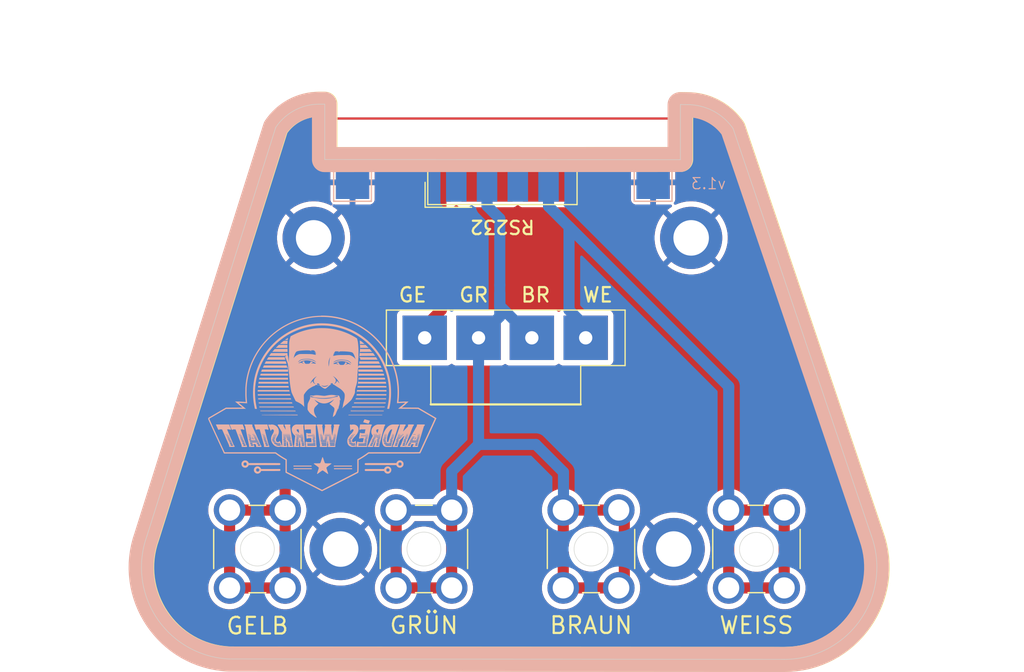
<source format=kicad_pcb>
(kicad_pcb (version 20241229) (generator "pcbnew") (generator_version "9.0")
  (layers (0 "F.Cu" signal) (2 "B.Cu" signal) (13 "F.Paste" user) (15 "B.Paste" user) (5 "F.SilkS" user "F.Silkscreen") (7 "B.SilkS" user "B.Silkscreen") (1 "F.Mask" user) (3 "B.Mask" user) (25 "Edge.Cuts" user))
  (net 0 "")
  (net 5 "/BRAUN")
  (net 6 "/GELB")
  (net 8 "/WEIß")
  (net 10 "GND")
  (footprint "MountingHole:MountingHole_3.2mm_M3_DIN965_Pad_TopBottom" (layer "F.Cu") (at 147 54 180)
    (property "Reference" "H4" (hide yes))
    (property "Value" "MountingHole_Pad" (hide yes))
  )
  (footprint "MountingHole:MountingHole_3.2mm_M3_DIN965_Pad_TopBottom" (layer "F.Cu") (at 113 54 180)
    (property "Reference" "H3" (hide yes))
    (property "Value" "MountingHole_Pad" (hide yes))
  )
  (footprint "Connector_Dsub:DSUB-9_Female_EdgeMount_P2.77mm" (layer "F.Cu") (at 130 49 180)
    (property "Reference" "J1" (hide yes))
    (property "Value" "DE9_Receptacle" (hide yes))
  )
  (footprint "MountingHole:MountingHole_3.2mm_M3_DIN965_Pad_TopBottom" (layer "F.Cu") (at 115.43 82.025 180)
    (property "Reference" "H2" (hide yes))
    (property "Value" "MountingHole_Pad" (hide yes))
  )
  (footprint "7770:KEYSTONE_7770" (layer "F.Cu") (at 122.93 82.02 180)
    (property "Reference" "J3" (hide yes))
    (property "Value" "7770" (hide yes))
  )
  (footprint "MountingHole:MountingHole_3.2mm_M3_DIN965_Pad_TopBottom" (layer "F.Cu") (at 145.43 82.025 180)
    (property "Reference" "H1" (hide yes))
    (property "Value" "MountingHole_Pad" (hide yes))
  )
  (footprint "7770:KEYSTONE_7770" (layer "F.Cu") (at 152.88 82.02 180)
    (property "Reference" "J5" (hide yes))
    (property "Value" "7770" (hide yes))
  )
  (footprint "Connector_PinSocket_2.54mm:PinSocket_1x04_P2.54mm_Vertical" (layer "F.Cu") (at 122 63 90)
    (property "Reference" "J6" (hide yes))
    (property "Value" "Conn_01x04_Pin" (hide yes))
  )
  (footprint "7770:KEYSTONE_7770" (layer "F.Cu") (at 137.98 82.02 180)
    (property "Reference" "J4" (hide yes))
    (property "Value" "7770" (hide yes))
  )
  (footprint "TestPoint:TestPoint_Pad_3.0x3.0mm" (layer "F.Cu") (at 143.572663 49 180)
    (property "Reference" "TP1" (hide yes))
    (property "Value" "TestPoint" (hide yes))
  )
  (footprint "7770:KEYSTONE_7770" (layer "F.Cu") (at 107.93 82.025 180)
    (property "Reference" "J2" (hide yes))
    (property "Value" "7770" (hide yes))
  )
  (footprint "TestPoint:TestPoint_Pad_3.0x3.0mm" (layer "F.Cu") (at 116.5 49 180)
    (property "Reference" "TP2" (hide yes))
    (property "Value" "TestPoint" (hide yes))
  )
  (footprint "TestPoint:TestPoint_Pad_3.0x3.0mm" (layer "B.Cu") (at 116.5 49)
    (property "Reference" "TP4" (hide yes))
    (property "Value" "TestPoint" (hide yes))
  )
  (footprint "TestPoint:TestPoint_Pad_3.0x3.0mm" (layer "B.Cu") (at 143.572663 49)
    (property "Reference" "TP3" (hide yes))
    (property "Value" "TestPoint" (hide yes))
  )
  (gr_line (start 114 43.25) (end 146 43.25) (stroke (width 0.2)) (layer "F.Cu") (net 10))
  (gr_poly (pts (xy 114.025694 46.940138) (xy 146.055686 46.933272) (xy 146.055686 41.990142) (xy 146.692389 42.00014) (xy 146.998675 42.009515) (xy 147.301786 42.037373) (xy 147.60099 42.083333) (xy 147.895559 42.147012) (xy 148.184763 42.228028) (xy 148.467872 42.325998) (xy 148.744158 42.440541) (xy 149.01289 42.571273) (xy 149.27334 42.717813) (xy 149.524777 42.879778) (xy 149.766473 43.056786) (xy 149.997697 43.248454) (xy 150.21772 43.454401) (xy 150.425813 43.674244) (xy 150.621246 43.907601) (xy 150.80329 44.15409) (xy 163.265189 80.852538) (xy 163.429796 81.360332) (xy 163.560314 81.868717) (xy 163.657513 82.376599) (xy 163.722164 82.88288) (xy 163.755039 83.386465) (xy 163.756909 83.886258) (xy 163.728546 84.381163) (xy 163.67072 84.870083) (xy 163.584202 85.351923) (xy 163.469765 85.825587) (xy 163.328179 86.289979) (xy 163.160216 86.744003) (xy 162.966646 87.186562) (xy 162.748241 87.616562) (xy 162.505773 88.032905) (xy 162.240012 88.434496) (xy 161.951729 88.82024) (xy 161.641697 89.189039) (xy 161.310686 89.539798) (xy 160.959468 89.871421) (xy 160.588813 90.182811) (xy 160.199493 90.472874) (xy 159.792279 90.740513) (xy 159.367943 90.984632) (xy 158.927256 91.204134) (xy 158.470988 91.397925) (xy 157.999912 91.564908) (xy 157.514798 91.703986) (xy 157.016418 91.814065) (xy 156.505543 91.894048) (xy 155.982944 91.942839) (xy 155.449393 91.959342) (xy 105.417296 91.925841) (xy 104.900134 91.886953) (xy 104.394464 91.817835) (xy 103.900979 91.719527) (xy 103.420375 91.593069) (xy 102.953345 91.439499) (xy 102.500585 91.259857) (xy 102.062789 91.055183) (xy 101.640651 90.826516) (xy 101.234866 90.574895) (xy 100.846128 90.30136) (xy 100.475132 90.00695) (xy 100.122572 89.692705) (xy 99.789142 89.359665) (xy 99.475538 89.008868) (xy 99.182454 88.641354) (xy 98.910584 88.258162) (xy 98.660623 87.860333) (xy 98.433264 87.448904) (xy 98.229204 87.024917) (xy 98.049135 86.58941) (xy 97.893754 86.143422) (xy 97.763753 85.687994) (xy 97.659828 85.224164) (xy 97.582673 84.752972) (xy 97.532982 84.275458) (xy 97.511451 83.792661) (xy 97.518774 83.305619) (xy 97.555644 82.815374) (xy 97.622757 82.322964) (xy 97.720807 81.829428) (xy 97.850488 81.335806) (xy 98.012496 80.843138) (xy 109.606894 44.054343) (xy 109.775353 43.818112) (xy 109.956747 43.594168) (xy 110.150384 43.382888) (xy 110.355573 43.184647) (xy 110.571623 42.999819) (xy 110.797842 42.828779) (xy 111.033538 42.671905) (xy 111.27802 42.529569) (xy 111.530597 42.402149) (xy 111.790577 42.290018) (xy 112.057268 42.193553) (xy 112.329979 42.113128) (xy 112.608018 42.04912) (xy 112.890695 42.001902) (xy 113.177316 41.971851) (xy 113.467192 41.959342) (xy 114.025694 41.959342)) (stroke (width 2.249999) (color 208 210 205 1)) (fill no) (layer "F.SilkS"))
  (gr_poly (pts (xy 107.928659 74.573139) (xy 107.919221 74.573592) (xy 107.909806 74.574336) (xy 107.900415 74.575369) (xy 107.89105 74.576693) (xy 107.881713 74.578307) (xy 107.872407 74.58021) (xy 107.863133 74.582404) (xy 107.853894 74.584888) (xy 107.84469 74.587662) (xy 107.835525 74.590726) (xy 107.8264 74.594081) (xy 107.817317 74.597725) (xy 107.808278 74.60166) (xy 107.799286 74.605885) (xy 107.790342 74.6104) (xy 107.781016 74.615643) (xy 107.771361 74.62177) (xy 107.761463 74.628692) (xy 107.751411 74.636321) (xy 107.741294 74.644566) (xy 107.7312 74.653341) (xy 107.721217 74.662554) (xy 107.711435 74.672118) (xy 107.70194 74.681944) (xy 107.692822 74.691942) (xy 107.684168 74.702025) (xy 107.676069 74.712102) (xy 107.668611 74.722084) (xy 107.661883 74.731884) (xy 107.655973 74.741412) (xy 107.650971 74.750578) (xy 107.644769 74.763655) (xy 107.639145 74.777132) (xy 107.634105 74.790964) (xy 107.629654 74.805107) (xy 107.625797 74.819515) (xy 107.62254 74.834143) (xy 107.619888 74.848946) (xy 107.617845 74.863879) (xy 107.616418 74.878897) (xy 107.615611 74.893956) (xy 107.615429 74.909009) (xy 107.615879 74.924013) (xy 107.616964 74.938921) (xy 107.618691 74.95369) (xy 107.621064 74.968273) (xy 107.624089 74.982626) (xy 107.628684 74.999641) (xy 107.634379 75.016463) (xy 107.641132 75.03304) (xy 107.648899 75.049319) (xy 107.657636 75.065245) (xy 107.667298 75.080767) (xy 107.677842 75.095831) (xy 107.689224 75.110384) (xy 107.701401 75.124372) (xy 107.714328 75.137743) (xy 107.727962 75.150443) (xy 107.742258 75.16242) (xy 107.757173 75.173619) (xy 107.772663 75.183988) (xy 107.788685 75.193474) (xy 107.805193 75.202023) (xy 107.816487 75.207224) (xy 107.828298 75.212222) (xy 107.840348 75.21692) (xy 107.852355 75.221223) (xy 107.864041 75.225035) (xy 107.875125 75.228259) (xy 107.885327 75.230801) (xy 107.89001 75.231785) (xy 107.894367 75.232563) (xy 107.908745 75.234801) (xy 107.920576 75.236403) (xy 107.925811 75.236967) (xy 107.930737 75.237374) (xy 107.935465 75.237625) (xy 107.940102 75.237719) (xy 107.94476 75.237657) (xy 107.949547 75.23744) (xy 107.954572 75.237068) (xy 107.959945 75.236542) (xy 107.972173 75.235029) (xy 107.987105 75.232906) (xy 107.998177 75.231075) (xy 108.0092 75.228842) (xy 108.020163 75.226216) (xy 108.031052 75.223208) (xy 108.05256 75.216083) (xy 108.073623 75.207544) (xy 108.094142 75.19767) (xy 108.114016 75.186539) (xy 108.133145 75.17423) (xy 108.151428 75.16082) (xy 108.168765 75.146389) (xy 108.185056 75.131014) (xy 108.2002 75.114774) (xy 108.214098 75.097747) (xy 108.226648 75.080011) (xy 108.232387 75.070902) (xy 108.237751 75.061645) (xy 108.242729 75.052251) (xy 108.247306 75.042728) (xy 108.251472 75.033086) (xy 108.255213 75.023336) (xy 108.265352 74.99509) (xy 109.090945 74.99509) (xy 109.472524 74.994717) (xy 109.73311 74.993532) (xy 109.822095 74.992604) (xy 109.885709 74.991435) (xy 109.925578 74.990015) (xy 109.937116 74.989206) (xy 109.943327 74.98833) (xy 109.949576 74.98656) (xy 109.955534 74.984477) (xy 109.961199 74.982093) (xy 109.966566 74.979421) (xy 109.971633 74.976472) (xy 109.976396 74.973259) (xy 109.980852 74.969792) (xy 109.984999 74.966085) (xy 109.988833 74.96215) (xy 109.992351 74.957997) (xy 109.995549 74.95364) (xy 109.998425 74.94909) (xy 110.000976 74.944358) (xy 110.003197 74.939459) (xy 110.005087 74.934402) (xy 110.006642 74.9292) (xy 110.007859 74.923865) (xy 110.008734 74.918409) (xy 110.009265 74.912844) (xy 110.009448 74.907183) (xy 110.009281 74.901436) (xy 110.009107 74.899498) (xy 108.107379 74.899498) (xy 108.10727 74.909542) (xy 108.106459 74.919551) (xy 108.104951 74.929486) (xy 108.10275 74.939308) (xy 108.099862 74.948979) (xy 108.096289 74.958461) (xy 108.092038 74.967713) (xy 108.087112 74.976698) (xy 108.081516 74.985377) (xy 108.075254 74.99371) (xy 108.068331 75.00166) (xy 108.060752 75.009187) (xy 108.052521 75.016253) (xy 108.043642 75.022818) (xy 108.03412 75.028845) (xy 108.023959 75.034294) (xy 108.013165 75.039126) (xy 108.00174 75.043304) (xy 107.996219 75.044805) (xy 107.990041 75.045941) (xy 107.983304 75.046724) (xy 107.976105 75.047165) (xy 107.968541 75.047276) (xy 107.960709 75.047068) (xy 107.952707 75.046553) (xy 107.94463 75.045742) (xy 107.936576 75.044646) (xy 107.928643 75.043277) (xy 107.920927 75.041647) (xy 107.913525 75.039766) (xy 107.906535 75.037647) (xy 107.900053 75.035301) (xy 107.894176 75.032738) (xy 107.889002 75.029972) (xy 107.880048 75.024184) (xy 107.871627 75.017867) (xy 107.863754 75.011053) (xy 107.856448 75.003775) (xy 107.849725 74.996068) (xy 107.843603 74.987965) (xy 107.838098 74.979499) (xy 107.833228 74.970704) (xy 107.829008 74.961613) (xy 107.825458 74.952261) (xy 107.822593 74.94268) (xy 107.82043 74.932904) (xy 107.818987 74.922967) (xy 107.818281 74.912902) (xy 107.818328 74.902742) (xy 107.819146 74.892522) (xy 107.820665 74.882048) (xy 107.822707 74.871889) (xy 107.825268 74.862053) (xy 107.82834 74.85255) (xy 107.831917 74.843389) (xy 107.835995 74.834579) (xy 107.840565 74.82613) (xy 107.845623 74.81805) (xy 107.851161 74.810348) (xy 107.857175 74.803035) (xy 107.863658 74.796119) (xy 107.870604 74.789609) (xy 107.878006 74.783515) (xy 107.885859 74.777845) (xy 107.894157 74.77261) (xy 107.902893 74.767818) (xy 107.905246 74.766674) (xy 107.907686 74.7656) (xy 107.910207 74.764595) (xy 107.912806 74.763658) (xy 107.915479 74.762789) (xy 107.918222 74.761989) (xy 107.921031 74.761256) (xy 107.923903 74.76059) (xy 107.926833 74.759992) (xy 107.929818 74.759459) (xy 107.932854 74.758994) (xy 107.935936 74.758594) (xy 107.939062 74.758259) (xy 107.942227 74.75799) (xy 107.948658 74.757646) (xy 107.954103 74.757557) (xy 107.959607 74.757647) (xy 107.965151 74.757913) (xy 107.970717 74.758355) (xy 107.976287 74.758972) (xy 107.981844 74.759762) (xy 107.98737 74.760724) (xy 107.992846 74.761857) (xy 107.998254 74.76316) (xy 108.003577 74.764632) (xy 108.008797 74.766271) (xy 108.013895 74.768076) (xy 108.018854 74.770046) (xy 108.023655 74.772179) (xy 108.028282 74.774475) (xy 108.032715 74.776933) (xy 108.042901 74.783394) (xy 108.052323 74.790364) (xy 108.060985 74.797802) (xy 108.068891 74.805671) (xy 108.076046 74.813932) (xy 108.082454 74.822545) (xy 108.08812 74.831472) (xy 108.093048 74.840675) (xy 108.097244 74.850114) (xy 108.10071 74.85975) (xy 108.103452 74.869546) (xy 108.105475 74.879461) (xy 108.106782 74.889459) (xy 108.107379 74.899498) (xy 110.009107 74.899498) (xy 110.008759 74.895616) (xy 110.007881 74.889735) (xy 110.006642 74.883804) (xy 110.00504 74.877837) (xy 110.003072 74.871844) (xy 110.000733 74.865838) (xy 109.998022 74.859831) (xy 109.994935 74.853835) (xy 109.991469 74.847861) (xy 109.98762 74.841922) (xy 109.983387 74.83603) (xy 109.968782 74.816712) (xy 109.115719 74.816712) (xy 108.847292 74.816669) (xy 108.641803 74.81647) (xy 108.56003 74.81628) (xy 108.490836 74.816013) (xy 108.433168 74.815656) (xy 108.385975 74.815197) (xy 108.348203 74.814622) (xy 108.318802 74.813919) (xy 108.306911 74.813515) (xy 108.296718 74.813075) (xy 108.288091 74.812596) (xy 108.2809 74.812078) (xy 108.275012 74.811517) (xy 108.270296 74.810914) (xy 108.26662 74.810265) (xy 108.263853 74.80957) (xy 108.261863 74.808828) (xy 108.26052 74.808035) (xy 108.25969 74.807192) (xy 108.259244 74.806296) (xy 108.254064 74.791967) (xy 108.247794 74.777476) (xy 108.240515 74.762914) (xy 108.232307 74.748377) (xy 108.22325 74.733957) (xy 108.213425 74.719747) (xy 108.202911 74.705842) (xy 108.191789 74.692334) (xy 108.180138 74.679318) (xy 108.16804 74.666886) (xy 108.155575 74.655133) (xy 108.142822 74.644151) (xy 108.129862 74.634035) (xy 108.116775 74.624877) (xy 108.103641 74.616771) (xy 108.090541 74.609811) (xy 108.081034 74.605331) (xy 108.071515 74.601142) (xy 108.061986 74.597244) (xy 108.052449 74.593636) (xy 108.042906 74.590319) (xy 108.03336 74.587291) (xy 108.023811 74.584554) (xy 108.014262 74.582107) (xy 108.004716 74.579951) (xy 107.995173 74.578084) (xy 107.985637 74.576508) (xy 107.976109 74.575221) (xy 107.966591 74.574225) (xy 107.957085 74.573518) (xy 107.947593 74.573102) (xy 107.938117 74.572975)) (stroke (width -0.000001)) (fill yes) (layer "B.SilkS"))
  (gr_poly (pts (xy 119.387681 70.804896) (xy 118.808243 70.804896) (xy 118.809452 70.805424) (xy 118.786578 70.806095) (xy 118.763244 70.808089) (xy 118.739519 70.811381) (xy 118.715473 70.815942) (xy 118.691174 70.821746) (xy 118.666691 70.828766) (xy 118.642092 70.836974) (xy 118.617447 70.846345) (xy 118.592824 70.85685) (xy 118.568293 70.868463) (xy 118.543921 70.881157) (xy 118.519778 70.894905) (xy 118.495933 70.90968) (xy 118.472454 70.925454) (xy 118.44941 70.942201) (xy 118.42687 70.959894) (xy 118.406366 70.977735) (xy 118.386714 70.996113) (xy 118.367937 71.014996) (xy 118.350053 71.034351) (xy 118.333084 71.054147) (xy 118.31705 71.07435) (xy 118.30197 71.094928) (xy 118.287866 71.11585) (xy 118.274756 71.137082) (xy 118.262663 71.158592) (xy 118.251604 71.180349) (xy 118.241602 71.202319) (xy 118.232676 71.22447) (xy 118.224847 71.246771) (xy 118.218134 71.269187) (xy 118.212558 71.291689) (xy 118.204299 71.332157) (xy 118.197943 71.370914) (xy 118.193527 71.408108) (xy 118.191091 71.443889) (xy 118.190672 71.478404) (xy 118.192309 71.511803) (xy 118.19604 71.544234) (xy 118.201904 71.575847) (xy 118.209939 71.606791) (xy 118.220183 71.637213) (xy 118.232675 71.667264) (xy 118.247454 71.697091) (xy 118.264556 71.726844) (xy 118.284022 71.756671) (xy 118.305888 71.786722) (xy 118.330194 71.817145) (xy 118.15426 72.192789) (xy 117.980945 72.569627) (xy 117.949492 72.631415) (xy 117.93355 72.66222) (xy 117.917445 72.692967) (xy 117.887896 72.726142) (xy 117.880144 72.735072) (xy 117.878687 72.74115) (xy 117.877647 72.743118) (xy 117.87668 72.745118) (xy 117.875789 72.747147) (xy 117.874974 72.749204) (xy 117.874235 72.751288) (xy 117.873574 72.753395) (xy 117.87299 72.755526) (xy 117.872486 72.757677) (xy 117.871757 72.761109) (xy 117.871226 72.764554) (xy 117.870891 72.768004) (xy 117.870749 72.771452) (xy 117.8708 72.77489) (xy 117.871041 72.77831) (xy 117.871471 72.781706) (xy 117.872089 72.785069) (xy 117.872893 72.788392) (xy 117.873881 72.791667) (xy 117.875051 72.794887) (xy 117.876403 72.798044) (xy 117.877934 72.80113) (xy 117.879642 72.804138) (xy 117.881527 72.80706) (xy 117.883586 72.809889) (xy 117.885641 72.812249) (xy 117.887812 72.814479) (xy 117.890093 72.816578) (xy 117.892478 72.818541) (xy 117.894959 72.820366) (xy 117.897531 72.822049) (xy 117.900187 72.823587) (xy 117.902919 72.824978) (xy 117.905723 72.826217) (xy 117.908591 72.827301) (xy 117.911516 72.828228) (xy 117.914492 72.828994) (xy 117.917513 72.829595) (xy 117.920572 72.83003) (xy 117.923662 72.830294) (xy 117.926777 72.830384) (xy 118.309359 72.830384) (xy 118.311993 72.83031) (xy 118.314594 72.83012) (xy 118.317162 72.829815) (xy 118.319693 72.829396) (xy 118.322187 72.828866) (xy 118.324641 72.828227) (xy 118.327053 72.827479) (xy 118.329422 72.826624) (xy 118.331746 72.825665) (xy 118.334022 72.824603) (xy 118.336248 72.82344) (xy 118.338424 72.822177) (xy 118.340547 72.820816) (xy 118.342614 72.819359) (xy 118.344625 72.817807) (xy 118.346577 72.816162) (xy 118.348468 72.814427) (xy 118.350297 72.812602) (xy 118.352062 72.810689) (xy 118.35376 72.80869) (xy 118.355389 72.806606) (xy 118.356949 72.80444) (xy 118.358437 72.802193) (xy 118.35985 72.799867) (xy 118.361188 72.797463) (xy 118.362448 72.794983) (xy 118.363629 72.792429) (xy 118.364727 72.789803) (xy 118.365743 72.787105) (xy 118.366673 72.784339) (xy 118.367516 72.781505) (xy 118.368269 72.778606) (xy 118.368788 72.776634) (xy 118.369238 72.77465) (xy 118.369619 72.772656) (xy 118.36993 72.770653) (xy 118.370172 72.768643) (xy 118.370345 72.766627) (xy 118.370449 72.764608) (xy 118.370484 72.762587) (xy 118.370449 72.760565) (xy 118.370345 72.758545) (xy 118.370172 72.756527) (xy 118.36993 72.754515) (xy 118.369619 72.752509) (xy 118.369238 72.750511) (xy 118.368788 72.748522) (xy 118.368269 72.746546) (xy 118.367618 72.743537) (xy 118.366471 72.740653) (xy 118.357263 72.715725) (xy 118.356812 72.710528) (xy 118.356717 72.709244) (xy 118.356639 72.70797) (xy 118.356582 72.706709) (xy 118.35655 72.705462) (xy 118.360913 72.693348) (xy 118.365371 72.68128) (xy 118.374502 72.657216) (xy 118.399601 72.603778) (xy 118.319246 72.603778) (xy 118.319231 72.604168) (xy 118.31918 72.604564) (xy 118.319095 72.604968) (xy 118.318979 72.605376) (xy 118.318836 72.605791) (xy 118.318669 72.606209) (xy 118.318274 72.607056) (xy 118.317819 72.607913) (xy 118.317328 72.608774) (xy 118.31634 72.610486) (xy 118.315893 72.611326) (xy 118.315509 72.612148) (xy 118.315349 72.61255) (xy 118.315214 72.612946) (xy 118.315107 72.613335) (xy 118.315032 72.613716) (xy 118.269795 72.712779) (xy 118.26929 72.713041) (xy 118.268773 72.713272) (xy 118.268246 72.713474) (xy 118.267709 72.71365) (xy 118.266609 72.713927) (xy 118.265476 72.714115) (xy 118.264316 72.714227) (xy 118.263133 72.714276) (xy 118.261932 72.714275) (xy 118.260717 72.714235) (xy 118.255815 72.713953) (xy 118.254602 72.713915) (xy 118.253403 72.713916) (xy 118.252223 72.713967) (xy 118.251067 72.714083) (xy 118.161995 72.714128) (xy 118.117601 72.713969) (xy 118.07328 72.713244) (xy 118.072859 72.712996) (xy 118.072501 72.71273) (xy 118.072203 72.712445) (xy 118.071962 72.712143) (xy 118.071776 72.711826) (xy 118.071639 72.711494) (xy 118.071551 72.711148) (xy 118.071507 72.710789) (xy 118.071504 72.710419) (xy 118.071539 72.710038) (xy 118.071608 72.709648) (xy 118.07171 72.709249) (xy 118.07184 72.708842) (xy 118.071996 72.708429) (xy 118.072371 72.707587) (xy 118.07281 72.706732) (xy 118.073287 72.705871) (xy 118.074256 72.704168) (xy 118.074697 72.703341) (xy 118.075075 72.702542) (xy 118.075233 72.702155) (xy 118.075366 72.701779) (xy 118.07547 72.701414) (xy 118.075543 72.701061) (xy 118.120781 72.601995) (xy 118.121287 72.601736) (xy 118.121804 72.601506) (xy 118.122331 72.601304) (xy 118.122868 72.601129) (xy 118.123414 72.600978) (xy 118.123969 72.60085) (xy 118.124532 72.600745) (xy 118.125103 72.600659) (xy 118.12568 72.600593) (xy 118.126264 72.600545) (xy 118.126854 72.600512) (xy 118.127448 72.600494) (xy 118.128651 72.600496) (xy 118.129866 72.600539) (xy 118.129959 72.600523) (xy 118.130052 72.600507) (xy 118.130238 72.600477) (xy 118.135121 72.600759) (xy 118.136327 72.600796) (xy 118.13752 72.600796) (xy 118.13811 72.600777) (xy 118.138695 72.600744) (xy 118.139275 72.600696) (xy 118.13985 72.600631) (xy 118.239719 72.600631) (xy 118.278753 72.600669) (xy 118.298233 72.600747) (xy 118.317668 72.601004) (xy 118.318059 72.601312) (xy 118.318388 72.601631) (xy 118.318659 72.601963) (xy 118.318875 72.602306) (xy 118.319038 72.60266) (xy 118.319152 72.603024) (xy 118.31922 72.603397) (xy 118.319246 72.603778) (xy 118.399601 72.603778) (xy 118.461289 72.472437) (xy 118.375193 72.472437) (xy 118.375185 72.472818) (xy 118.375142 72.473205) (xy 118.375068 72.473598) (xy 118.374964 72.473997) (xy 118.374834 72.474401) (xy 118.374681 72.47481) (xy 118.374315 72.475637) (xy 118.37389 72.476474) (xy 118.373429 72.477315) (xy 118.372485 72.478989) (xy 118.372048 72.479812) (xy 118.371666 72.480618) (xy 118.37136 72.481401) (xy 118.371243 72.481783) (xy 118.371153 72.482158) (xy 118.353777 72.519869) (xy 118.344993 72.538641) (xy 118.340497 72.547962) (xy 118.3359 72.557224) (xy 118.333747 72.557475) (xy 118.331574 72.557667) (xy 118.327182 72.557901) (xy 118.322738 72.557979) (xy 118.318261 72.557953) (xy 118.309268 72.557803) (xy 118.304787 72.557785) (xy 118.300336 72.557874) (xy 118.222 72.557904) (xy 118.182833 72.557793) (xy 118.143663 72.557162) (xy 118.143334 72.557208) (xy 118.143007 72.557233) (xy 118.142683 72.557237) (xy 118.142364 72.55722) (xy 118.14205 72.557184) (xy 118.141742 72.557128) (xy 118.141442 72.557054) (xy 118.141151 72.556962) (xy 118.140869 72.556854) (xy 118.140598 72.556729) (xy 118.140339 72.556588) (xy 118.140092 72.556433) (xy 118.13986 72.556264) (xy 118.139643 72.556081) (xy 118.139442 72.555886) (xy 118.139258 72.555678) (xy 118.139093 72.555459) (xy 118.138947 72.55523) (xy 118.138821 72.55499) (xy 118.138717 72.554742) (xy 118.138635 72.554485) (xy 118.138578 72.55422) (xy 118.138544 72.553949) (xy 118.138537 72.553671) (xy 118.138557 72.553387) (xy 118.138605 72.553098) (xy 118.138682 72.552805) (xy 118.138789 72.552509) (xy 118.138927 72.55221) (xy 118.139097 72.551908) (xy 118.139301 72.551606) (xy 118.13954 72.551302) (xy 118.14865 72.530994) (xy 118.157852 72.510763) (xy 118.176344 72.470344) (xy 118.176849 72.470084) (xy 118.177366 72.469854) (xy 118.177893 72.469652) (xy 118.17843 72.469477) (xy 118.178977 72.469327) (xy 118.179532 72.4692) (xy 118.180095 72.469096) (xy 118.180665 72.469012) (xy 118.181243 72.468947) (xy 118.181827 72.468899) (xy 118.182416 72.468867) (xy 118.183011 72.468849) (xy 118.184213 72.46885) (xy 118.185429 72.468888) (xy 118.185429 72.468826) (xy 118.190327 72.46911) (xy 118.191539 72.469147) (xy 118.192736 72.469146) (xy 118.193328 72.469127) (xy 118.193915 72.469095) (xy 118.194496 72.469046) (xy 118.195071 72.46898) (xy 118.295406 72.46898) (xy 118.334535 72.46909) (xy 118.354114 72.46926) (xy 118.373665 72.469725) (xy 118.374037 72.470026) (xy 118.374352 72.470339) (xy 118.374612 72.470664) (xy 118.37482 72.470999) (xy 118.37498 72.471345) (xy 118.375093 72.4717) (xy 118.375163 72.472065) (xy 118.375193 72.472437) (xy 118.461289 72.472437) (xy 118.491193 72.408767) (xy 118.513175 72.362579) (xy 118.434822 72.362579) (xy 118.434821 72.362929) (xy 118.434786 72.363286) (xy 118.434718 72.363651) (xy 118.43462 72.364023) (xy 118.434496 72.3644) (xy 118.434349 72.364782) (xy 118.433995 72.365558) (xy 118.433584 72.366342) (xy 118.433137 72.367129) (xy 118.432234 72.368685) (xy 118.431826 72.369439) (xy 118.431478 72.370169) (xy 118.431333 72.370523) (xy 118.431213 72.370868) (xy 118.43112 72.371204) (xy 118.431056 72.371529) (xy 118.427998 72.377931) (xy 118.424997 72.384382) (xy 118.419054 72.397334) (xy 118.416056 72.403789) (xy 118.413004 72.410197) (xy 118.409869 72.416536) (xy 118.406624 72.422782) (xy 118.404383 72.42303) (xy 118.402127 72.423219) (xy 118.397577 72.423451) (xy 118.392988 72.42353) (xy 118.388373 72.423506) (xy 118.379124 72.423362) (xy 118.374518 72.423344) (xy 118.369944 72.423432) (xy 118.209613 72.423432) (xy 118.209161 72.423084) (xy 118.208783 72.422717) (xy 118.208476 72.422331) (xy 118.208237 72.421928) (xy 118.208061 72.421509) (xy 118.207945 72.421074) (xy 118.207884 72.420625) (xy 118.207875 72.420163) (xy 118.207915 72.419688) (xy 118.207999 72.419203) (xy 118.208124 72.418707) (xy 118.208285 72.418202) (xy 118.208479 72.41769) (xy 118.208703 72.41717) (xy 118.209222 72.416114) (xy 118.209812 72.415042) (xy 118.210442 72.413963) (xy 118.211702 72.411817) (xy 118.21227 72.410767) (xy 118.212757 72.409743) (xy 118.212961 72.409243) (xy 118.213132 72.408753) (xy 118.213268 72.408274) (xy 118.213365 72.407806) (xy 118.216209 72.401818) (xy 118.218996 72.395775) (xy 118.22451 72.38362) (xy 118.230126 72.371528) (xy 118.23304 72.365563) (xy 118.236061 72.359684) (xy 118.238199 72.359434) (xy 118.24036 72.359245) (xy 118.242541 72.359111) (xy 118.244741 72.359024) (xy 118.246957 72.358977) (xy 118.249186 72.358963) (xy 118.253672 72.359003) (xy 118.253672 72.358972) (xy 118.253331 72.358941) (xy 118.262331 72.359108) (xy 118.266826 72.359132) (xy 118.269061 72.359112) (xy 118.271283 72.359065) (xy 118.361758 72.359065) (xy 118.37964 72.359156) (xy 118.397537 72.359092) (xy 118.406477 72.359133) (xy 118.415404 72.359294) (xy 118.424312 72.359625) (xy 118.433196 72.36018) (xy 118.433585 72.360434) (xy 118.433915 72.360702) (xy 118.434189 72.360985) (xy 118.43441 72.36128) (xy 118.434581 72.361589) (xy 118.434704 72.361908) (xy 118.434784 72.362239) (xy 118.434822 72.362579) (xy 118.513175 72.362579) (xy 118.569702 72.243802) (xy 118.468788 72.243802) (xy 118.468758 72.2442) (xy 118.468697 72.244599) (xy 118.468609 72.244999) (xy 118.468495 72.245401) (xy 118.468358 72.245805) (xy 118.468024 72.246614) (xy 118.467627 72.247427) (xy 118.467185 72.248241) (xy 118.466718 72.249055) (xy 118.465784 72.250678) (xy 118.465355 72.251484) (xy 118.464977 72.252284) (xy 118.464813 72.252682) (xy 118.464669 72.253077) (xy 118.464547 72.253471) (xy 118.46445 72.253862) (xy 118.450055 72.284323) (xy 118.442852 72.29956) (xy 118.435552 72.314664) (xy 118.433518 72.314925) (xy 118.431465 72.315124) (xy 118.429396 72.31527) (xy 118.427311 72.315368) (xy 118.423107 72.31545) (xy 118.418869 72.315425) (xy 118.410358 72.315273) (xy 118.406118 72.315254) (xy 118.401911 72.315347) (xy 118.319358 72.315348) (xy 118.278096 72.315275) (xy 118.236805 72.314975) (xy 118.236412 72.314659) (xy 118.236082 72.314329) (xy 118.235811 72.313987) (xy 118.235597 72.313633) (xy 118.235437 72.313268) (xy 118.235327 72.312893) (xy 118.235264 72.312508) (xy 118.235244 72.312115) (xy 118.235266 72.311713) (xy 118.235325 72.311304) (xy 118.235419 72.310888) (xy 118.235544 72.310466) (xy 118.235696 72.310039) (xy 118.235874 72.309607) (xy 118.236292 72.308732) (xy 118.236771 72.307847) (xy 118.237286 72.306959) (xy 118.238324 72.305192) (xy 118.238796 72.304325) (xy 118.239203 72.303477) (xy 118.239374 72.303061) (xy 118.239519 72.302653) (xy 118.239635 72.302252) (xy 118.239719 72.301859) (xy 118.246978 72.286737) (xy 118.254127 72.271494) (xy 118.261374 72.25631) (xy 118.265099 72.248797) (xy 118.268927 72.241367) (xy 118.271168 72.241117) (xy 118.273424 72.240924) (xy 118.277976 72.240686) (xy 118.282567 72.2406) (xy 118.287184 72.240615) (xy 118.296434 72.240741) (xy 118.301037 72.24075) (xy 118.305607 72.240653) (xy 118.423553 72.240437) (xy 118.423545 72.240429) (xy 118.423538 72.240421) (xy 118.423534 72.240417) (xy 118.42353 72.240414) (xy 118.423526 72.24041) (xy 118.423522 72.240406) (xy 118.429066 72.24048) (xy 118.434622 72.240487) (xy 118.44575 72.240438) (xy 118.451314 72.240453) (xy 118.456873 72.240543) (xy 118.462421 72.240742) (xy 118.467954 72.241087) (xy 118.468202 72.241467) (xy 118.468403 72.241849) (xy 118.46856 72.242235) (xy 118.468674 72.242623) (xy 118.468749 72.243014) (xy 118.468786 72.243407) (xy 118.468788 72.243802) (xy 118.569702 72.243802) (xy 118.609433 72.160317) (xy 118.610193 72.15944) (xy 118.610929 72.158648) (xy 118.611637 72.157947) (xy 118.61198 72.157633) (xy 118.612314 72.157344) (xy 118.612639 72.157082) (xy 118.612955 72.156846) (xy 118.613261 72.156639) (xy 118.613556 72.156461) (xy 118.613841 72.156313) (xy 118.614114 72.156195) (xy 118.614376 72.156109) (xy 118.614626 72.156055) (xy 118.614862 72.156035) (xy 118.615086 72.156048) (xy 118.615296 72.156097) (xy 118.615492 72.156182) (xy 118.615673 72.156303) (xy 118.615839 72.156463) (xy 118.61599 72.15666) (xy 118.616124 72.156897) (xy 118.616242 72.157175) (xy 118.616343 72.157493) (xy 118.616427 72.157854) (xy 118.616492 72.158257) (xy 118.616539 72.158704) (xy 118.616567 72.159196) (xy 118.616576 72.159733) (xy 118.616565 72.160317) (xy 118.49592 72.636569) (xy 118.491479 72.649303) (xy 118.486909 72.662021) (xy 118.482201 72.674709) (xy 118.477348 72.687355) (xy 118.442715 72.725306) (xy 118.440823 72.727446) (xy 118.439273 72.729554) (xy 118.438131 72.731027) (xy 118.437033 72.732528) (xy 118.43598 72.734057) (xy 118.434972 72.735612) (xy 118.43401 72.737193) (xy 118.433094 72.738799) (xy 118.432224 72.740429) (xy 118.431402 72.742083) (xy 118.430628 72.743759) (xy 118.429902 72.745458) (xy 118.429225 72.747177) (xy 118.428598 72.748917) (xy 118.42802 72.750676) (xy 118.427493 72.752454) (xy 118.427017 72.75425) (xy 118.426592 72.756064) (xy 118.425769 72.759559) (xy 118.425149 72.763075) (xy 118.424732 72.766603) (xy 118.424515 72.770136) (xy 118.424498 72.773664) (xy 118.424677 72.77718) (xy 118.425052 72.780676) (xy 118.42562 72.784144) (xy 118.426381 72.787575) (xy 118.427332 72.790961) (xy 118.428473 72.794295) (xy 118.4298 72.797568) (xy 118.431313 72.800772) (xy 118.433009 72.803899) (xy 118.434888 72.806941) (xy 118.436948 72.809889) (xy 118.438826 72.812211) (xy 118.440823 72.814406) (xy 118.442934 72.816471) (xy 118.445152 72.818402) (xy 118.447469 72.820197) (xy 118.449879 72.821852) (xy 118.452375 72.823365) (xy 118.45495 72.824732) (xy 118.457598 72.82595) (xy 118.460312 72.827016) (xy 118.463085 72.827927) (xy 118.46591 72.82868) (xy 118.46878 72.829271) (xy 118.471689 72.829698) (xy 118.47463 72.829957) (xy 118.477596 72.830046) (xy 118.634114 72.830046) (xy 118.648338 72.830105) (xy 118.655425 72.830112) (xy 118.662515 72.830046) (xy 118.862565 72.830046) (xy 118.865341 72.829957) (xy 118.868072 72.829726) (xy 118.870757 72.829356) (xy 118.873393 72.828853) (xy 118.87598 72.82822) (xy 118.878515 72.827463) (xy 118.880998 72.826586) (xy 118.883427 72.825594) (xy 118.885801 72.824491) (xy 118.888117 72.823283) (xy 118.890375 72.821974) (xy 118.892573 72.820568) (xy 118.894709 72.81907) (xy 118.896782 72.817486) (xy 118.89879 72.815819) (xy 118.900733 72.814074) (xy 118.904414 72.810371) (xy 118.907812 72.806413) (xy 118.910916 72.802237) (xy 118.913713 72.797882) (xy 118.916193 72.793384) (xy 118.918342 72.788782) (xy 118.920148 72.784112) (xy 118.9216 72.779411) (xy 118.922181 72.777439) (xy 118.922695 72.775454) (xy 118.92314 72.773456) (xy 118.923517 72.771449) (xy 118.923826 72.769432) (xy 118.924066 72.767409) (xy 118.924237 72.76538) (xy 118.924339 72.763348) (xy 118.924373 72.761314) (xy 118.924336 72.75928) (xy 118.924231 72.757247) (xy 118.924056 72.755218) (xy 118.923811 72.753193) (xy 118.923495 72.751176) (xy 118.92311 72.749166) (xy 118.922654 72.747166) (xy 118.921941 72.74329) (xy 118.920484 72.739723) (xy 118.911771 72.717183) (xy 118.912309 72.706594) (xy 118.913094 72.696018) (xy 118.914113 72.685458) (xy 118.915354 72.674911) (xy 118.916804 72.66438) (xy 118.91845 72.653863) (xy 118.92028 72.643362) (xy 118.922282 72.632876) (xy 118.929894 72.604805) (xy 118.863767 72.604805) (xy 118.863763 72.605209) (xy 118.863733 72.60562) (xy 118.863679 72.606036) (xy 118.863603 72.606457) (xy 118.863397 72.607312) (xy 118.863133 72.608179) (xy 118.861874 72.611679) (xy 118.861603 72.612536) (xy 118.861389 72.613376) (xy 118.861308 72.613788) (xy 118.861248 72.614195) (xy 118.861212 72.614594) (xy 118.861201 72.614986) (xy 118.848623 72.663463) (xy 118.842188 72.687692) (xy 118.835497 72.711818) (xy 118.834981 72.712087) (xy 118.834456 72.712327) (xy 118.833379 72.712732) (xy 118.83227 72.713042) (xy 118.831133 72.71327) (xy 118.829971 72.713427) (xy 118.82879 72.713524) (xy 118.827593 72.713572) (xy 118.826383 72.713582) (xy 118.821509 72.713478) (xy 118.820301 72.713471) (xy 118.819106 72.713495) (xy 118.817927 72.71356) (xy 118.81677 72.713678) (xy 118.726772 72.713961) (xy 118.637369 72.713958) (xy 118.63693 72.713638) (xy 118.636554 72.713293) (xy 118.636238 72.712924) (xy 118.635979 72.712534) (xy 118.635774 72.712124) (xy 118.635619 72.711694) (xy 118.635511 72.711246) (xy 118.635448 72.710782) (xy 118.635424 72.710302) (xy 118.635439 72.709807) (xy 118.635487 72.7093) (xy 118.635567 72.708782) (xy 118.635805 72.707714) (xy 118.636128 72.706616) (xy 118.637748 72.702114) (xy 118.638104 72.701012) (xy 118.638389 72.69994) (xy 118.638577 72.698909) (xy 118.638626 72.698411) (xy 118.638641 72.697928) (xy 118.663104 72.602678) (xy 118.663504 72.602345) (xy 118.663922 72.60205) (xy 118.664355 72.601791) (xy 118.664804 72.601566) (xy 118.665268 72.601373) (xy 118.665744 72.60121) (xy 118.666234 72.601076) (xy 118.666735 72.600967) (xy 118.667769 72.60082) (xy 118.668839 72.600753) (xy 118.669938 72.60075) (xy 118.671058 72.600796) (xy 118.675613 72.601139) (xy 118.676734 72.601186) (xy 118.677834 72.601184) (xy 118.678905 72.601119) (xy 118.679941 72.600973) (xy 118.828366 72.600724) (xy 118.828722 72.600739) (xy 118.829079 72.600755) (xy 118.833257 72.600853) (xy 118.837452 72.600861) (xy 118.845864 72.600808) (xy 118.850065 72.600851) (xy 118.854254 72.601008) (xy 118.856342 72.601146) (xy 118.858424 72.601331) (xy 118.860498 72.601571) (xy 118.862565 72.601872) (xy 118.862857 72.602204) (xy 118.863104 72.602547) (xy 118.863308 72.6029) (xy 118.863471 72.603264) (xy 118.863596 72.603637) (xy 118.863686 72.604018) (xy 118.863742 72.604408) (xy 118.863767 72.604805) (xy 118.929894 72.604805) (xy 118.965494 72.473506) (xy 118.878655 72.473506) (xy 118.87864 72.473914) (xy 118.8786 72.47433) (xy 118.878537 72.474752) (xy 118.878352 72.47561) (xy 118.878106 72.476484) (xy 118.876883 72.48002) (xy 118.876615 72.480884) (xy 118.8764 72.481729) (xy 118.876258 72.482549) (xy 118.87622 72.482947) (xy 118.876208 72.483337) (xy 118.871334 72.501475) (xy 118.866632 72.519639) (xy 118.861873 72.537744) (xy 118.859401 72.546747) (xy 118.856829 72.555704) (xy 118.856258 72.555998) (xy 118.855679 72.556263) (xy 118.854496 72.556709) (xy 118.853282 72.557054) (xy 118.852041 72.55731) (xy 118.850779 72.557489) (xy 118.849497 72.557603) (xy 118.848201 72.557664) (xy 118.846895 72.557683) (xy 118.841638 72.557587) (xy 118.840336 72.557578) (xy 118.839046 72.5576) (xy 118.837773 72.557664) (xy 118.83652 72.557782) (xy 118.658701 72.557997) (xy 118.658288 72.55776) (xy 118.657928 72.557502) (xy 118.65762 72.557222) (xy 118.65736 72.556923) (xy 118.657147 72.556605) (xy 118.656976 72.556269) (xy 118.656846 72.555917) (xy 118.656754 72.55555) (xy 118.656698 72.555168) (xy 118.656673 72.554774) (xy 118.656679 72.554368) (xy 118.656712 72.553951) (xy 118.656849 72.553091) (xy 118.657063 72.552202) (xy 118.657333 72.551295) (xy 118.657637 72.550377) (xy 118.658261 72.548551) (xy 118.658539 72.547661) (xy 118.658766 72.546799) (xy 118.65892 72.545973) (xy 118.658963 72.545577) (xy 118.65898 72.545194) (xy 118.668474 72.507696) (xy 118.673319 72.488994) (xy 118.67586 72.479692) (xy 118.678514 72.470437) (xy 118.679709 72.470077) (xy 118.680938 72.469801) (xy 118.682198 72.4696) (xy 118.683485 72.469463) (xy 118.684796 72.469382) (xy 118.686126 72.469347) (xy 118.688828 72.469377) (xy 118.694292 72.469573) (xy 118.695648 72.469595) (xy 118.696992 72.469588) (xy 118.69832 72.469541) (xy 118.699629 72.469445) (xy 118.84235 72.469229) (xy 118.842659 72.469229) (xy 118.846976 72.469307) (xy 118.851307 72.469321) (xy 118.859986 72.469312) (xy 118.864323 72.469367) (xy 118.868652 72.469516) (xy 118.872967 72.469798) (xy 118.875117 72.470001) (xy 118.877262 72.470252) (xy 118.877582 72.470567) (xy 118.877855 72.470896) (xy 118.878083 72.471236) (xy 118.878269 72.471589) (xy 118.878416 72.471953) (xy 118.878526 72.472327) (xy 118.8786 72.472711) (xy 118.878643 72.473104) (xy 118.878655 72.473506) (xy 118.965494 72.473506) (xy 118.995147 72.36414) (xy 118.917124 72.36414) (xy 118.917113 72.364579) (xy 118.917075 72.365026) (xy 118.917012 72.36548) (xy 118.916821 72.366406) (xy 118.916562 72.367351) (xy 118.916254 72.368309) (xy 118.915917 72.369274) (xy 118.915236 72.371198) (xy 118.914932 72.372144) (xy 118.914679 72.373072) (xy 118.914498 72.373975) (xy 118.91444 72.374416) (xy 118.914407 72.374847) (xy 118.912744 72.38094) (xy 118.911146 72.387063) (xy 118.908003 72.399339) (xy 118.906386 72.405459) (xy 118.90469 72.411546) (xy 118.90288 72.417584) (xy 118.90092 72.423557) (xy 118.899658 72.423902) (xy 118.898363 72.424164) (xy 118.89704 72.424354) (xy 118.895691 72.42448) (xy 118.89432 72.424552) (xy 118.892931 72.424579) (xy 118.890114 72.424535) (xy 118.88442 72.424318) (xy 118.881603 72.424294) (xy 118.880214 72.424335) (xy 118.878843 72.424425) (xy 118.792441 72.42448) (xy 118.749134 72.42438) (xy 118.7058 72.423744) (xy 118.705478 72.423786) (xy 118.705156 72.423811) (xy 118.704836 72.423818) (xy 118.704517 72.423807) (xy 118.704203 72.423779) (xy 118.703892 72.423735) (xy 118.703587 72.423674) (xy 118.703289 72.423597) (xy 118.702998 72.423505) (xy 118.702716 72.423398) (xy 118.702443 72.423277) (xy 118.702181 72.423141) (xy 118.701931 72.422991) (xy 118.701693 72.422827) (xy 118.70147 72.422651) (xy 118.701261 72.422462) (xy 118.701068 72.422261) (xy 118.700893 72.422047) (xy 118.700735 72.421823) (xy 118.700596 72.421587) (xy 118.700478 72.42134) (xy 118.700381 72.421084) (xy 118.700306 72.420817) (xy 118.700254 72.420541) (xy 118.700227 72.420256) (xy 118.700225 72.419962) (xy 118.70025 72.41966) (xy 118.700302 72.41935) (xy 118.700383 72.419032) (xy 118.700493 72.418707) (xy 118.700634 72.418376) (xy 118.700807 72.418038) (xy 118.707824 72.389272) (xy 118.709645 72.382092) (xy 118.711569 72.374953) (xy 118.713633 72.367871) (xy 118.715877 72.360863) (xy 118.716509 72.36068) (xy 118.71715 72.360518) (xy 118.7178 72.360378) (xy 118.718456 72.360257) (xy 118.719121 72.360154) (xy 118.719791 72.360069) (xy 118.720468 72.36) (xy 118.721151 72.359945) (xy 118.722532 72.359876) (xy 118.723929 72.359853) (xy 118.72534 72.359864) (xy 118.72676 72.359902) (xy 118.72617 72.360027) (xy 118.731879 72.360247) (xy 118.733296 72.360275) (xy 118.7347 72.360274) (xy 118.736088 72.360235) (xy 118.737457 72.360149) (xy 118.835869 72.360149) (xy 118.875787 72.360218) (xy 118.895696 72.360331) (xy 118.915585 72.360677) (xy 118.915932 72.361009) (xy 118.916229 72.361356) (xy 118.916478 72.361717) (xy 118.916683 72.362092) (xy 118.916846 72.36248) (xy 118.916969 72.362879) (xy 118.917055 72.363289) (xy 118.917105 72.36371) (xy 118.917124 72.36414) (xy 118.995147 72.36414) (xy 119.027407 72.245161) (xy 118.913868 72.245161) (xy 118.913848 72.245565) (xy 118.913802 72.245981) (xy 118.913644 72.246842) (xy 118.913416 72.247731) (xy 118.91314 72.248633) (xy 118.912535 72.250429) (xy 118.912251 72.251296) (xy 118.912008 72.252124) (xy 118.911831 72.252901) (xy 118.911773 72.253266) (xy 118.91174 72.253613) (xy 118.903624 72.284211) (xy 118.899455 72.299465) (xy 118.897252 72.307042) (xy 118.894936 72.314571) (xy 118.893733 72.314922) (xy 118.892498 72.315191) (xy 118.891234 72.315386) (xy 118.889944 72.315516) (xy 118.888632 72.315591) (xy 118.887303 72.315621) (xy 118.884604 72.315581) (xy 118.879151 72.315365) (xy 118.876455 72.31534) (xy 118.875128 72.315381) (xy 118.87382 72.31547) (xy 118.784239 72.315491) (xy 118.739328 72.315341) (xy 118.694421 72.314695) (xy 118.69406 72.314389) (xy 118.69375 72.314066) (xy 118.693488 72.313727) (xy 118.693272 72.313374) (xy 118.6931 72.313006) (xy 118.692967 72.312626) (xy 118.692873 72.312233) (xy 118.692814 72.311829) (xy 118.692787 72.311414) (xy 118.692791 72.31099) (xy 118.692823 72.310557) (xy 118.692879 72.310117) (xy 118.693057 72.309215) (xy 118.693305 72.308294) (xy 118.693601 72.307358) (xy 118.693926 72.306416) (xy 118.694579 72.304541) (xy 118.694865 72.303622) (xy 118.695098 72.302724) (xy 118.695256 72.301856) (xy 118.695301 72.301434) (xy 118.69532 72.301023) (xy 118.699157 72.286164) (xy 118.7029 72.271215) (xy 118.704833 72.263753) (xy 118.70686 72.256325) (xy 118.709019 72.24895) (xy 118.71135 72.241645) (xy 118.711837 72.241387) (xy 118.712335 72.241159) (xy 118.712844 72.240959) (xy 118.713362 72.240787) (xy 118.713889 72.24064) (xy 118.714425 72.240516) (xy 118.714969 72.240415) (xy 118.71552 72.240333) (xy 118.716078 72.240271) (xy 118.716642 72.240225) (xy 118.717211 72.240195) (xy 118.717786 72.240179) (xy 118.718948 72.240181) (xy 118.720124 72.240219) (xy 118.720186 72.240219) (xy 118.725054 72.240522) (xy 118.726258 72.240564) (xy 118.727448 72.240567) (xy 118.728036 72.24055) (xy 118.728619 72.240518) (xy 118.729196 72.240471) (xy 118.729767 72.240406) (xy 118.812459 72.240622) (xy 118.837108 72.240748) (xy 118.861759 72.240719) (xy 118.88641 72.240943) (xy 118.898735 72.241279) (xy 118.911058 72.241832) (xy 118.911569 72.241966) (xy 118.91202 72.242131) (xy 118.912414 72.242327) (xy 118.912754 72.242551) (xy 118.913043 72.242801) (xy 118.913284 72.243076) (xy 118.913479 72.243375) (xy 118.913631 72.243695) (xy 118.913743 72.244036) (xy 118.913818 72.244395) (xy 118.913859 72.24477) (xy 118.913868 72.245161) (xy 119.027407 72.245161) (xy 119.057077 72.135737) (xy 118.929149 72.135737) (xy 118.929133 72.136124) (xy 118.929094 72.136517) (xy 118.929034 72.136914) (xy 118.92886 72.137723) (xy 118.928629 72.138543) (xy 118.928358 72.139372) (xy 118.928065 72.140204) (xy 118.92748 72.141859) (xy 118.927224 72.142673) (xy 118.927015 72.143471) (xy 118.926871 72.144248) (xy 118.926828 72.144628) (xy 118.926809 72.145) (xy 118.920023 72.170857) (xy 118.916563 72.183777) (xy 118.91475 72.190203) (xy 118.912856 72.196594) (xy 118.911724 72.196962) (xy 118.910556 72.197242) (xy 118.909358 72.197445) (xy 118.908131 72.197581) (xy 118.906881 72.197659) (xy 118.905612 72.19769) (xy 118.90303 72.197646) (xy 118.897803 72.197418) (xy 118.896506 72.197388) (xy 118.895221 72.19739) (xy 118.893952 72.197432) (xy 118.892703 72.197524) (xy 118.802944 72.197581) (xy 118.7581 72.197466) (xy 118.713303 72.196781) (xy 118.712966 72.196825) (xy 118.712639 72.196847) (xy 118.712321 72.196846) (xy 118.712014 72.196824) (xy 118.711717 72.19678) (xy 118.711432 72.196717) (xy 118.711158 72.196635) (xy 118.710897 72.196535) (xy 118.710648 72.196417) (xy 118.710412 72.196283) (xy 118.71019 72.196132) (xy 118.709982 72.195967) (xy 118.709788 72.195787) (xy 118.709609 72.195595) (xy 118.709445 72.195389) (xy 118.709297 72.195172) (xy 118.709165 72.194944) (xy 118.709049 72.194706) (xy 118.708951 72.194458) (xy 118.70887 72.194202) (xy 118.708807 72.193938) (xy 118.708762 72.193668) (xy 118.708737 72.193391) (xy 118.70873 72.19311) (xy 118.708744 72.192824) (xy 118.708777 72.192534) (xy 118.708831 72.192241) (xy 118.708906 72.191947) (xy 118.709003 72.191651) (xy 118.709122 72.191355) (xy 118.709263 72.19106) (xy 118.709427 72.190766) (xy 118.716739 72.161595) (xy 118.720537 72.147053) (xy 118.722555 72.139833) (xy 118.724259 72.134087) (xy 118.495476 72.134087) (xy 118.495467 72.134461) (xy 118.495424 72.134839) (xy 118.49535 72.135222) (xy 118.495246 72.135609) (xy 118.495116 72.135999) (xy 118.494963 72.136392) (xy 118.49479 72.136787) (xy 118.494392 72.137583) (xy 118.493945 72.138384) (xy 118.493471 72.139184) (xy 118.49253 72.140772) (xy 118.492108 72.141552) (xy 118.491748 72.142318) (xy 118.491598 72.142694) (xy 118.491471 72.143065) (xy 118.491371 72.143432) (xy 118.491301 72.143792) (xy 118.485103 72.156861) (xy 118.478992 72.170018) (xy 118.472764 72.183114) (xy 118.469543 72.189594) (xy 118.466217 72.196004) (xy 118.463976 72.19625) (xy 118.461721 72.196438) (xy 118.457171 72.196665) (xy 118.452581 72.196739) (xy 118.447966 72.19671) (xy 118.438718 72.196557) (xy 118.434112 72.196538) (xy 118.429537 72.196625) (xy 118.267625 72.196625) (xy 118.267171 72.196277) (xy 118.266793 72.19591) (xy 118.266486 72.195525) (xy 118.266247 72.195122) (xy 118.266072 72.194703) (xy 118.265957 72.194269) (xy 118.265898 72.193821) (xy 118.265891 72.19336) (xy 118.265933 72.192887) (xy 118.26602 72.192402) (xy 118.266147 72.191908) (xy 118.266312 72.191404) (xy 118.26651 72.190893) (xy 118.266737 72.190375) (xy 118.267263 72.189321) (xy 118.267862 72.188252) (xy 118.2685 72.187176) (xy 118.269777 72.185036) (xy 118.270354 72.183987) (xy 118.270849 72.182965) (xy 118.271056 72.182466) (xy 118.271231 72.181976) (xy 118.27137 72.181497) (xy 118.27147 72.18103) (xy 118.274457 72.174865) (xy 118.277387 72.168649) (xy 118.283185 72.156152) (xy 118.289079 72.143715) (xy 118.292128 72.137573) (xy 118.295282 72.131513) (xy 118.297523 72.131261) (xy 118.299779 72.131067) (xy 118.30433 72.130827) (xy 118.308922 72.130741) (xy 118.313539 72.130757) (xy 118.322788 72.130887) (xy 118.327392 72.130896) (xy 118.331962 72.130801) (xy 118.46166 72.130583) (xy 118.465752 72.130661) (xy 118.469852 72.130663) (xy 118.478054 72.130622) (xy 118.482147 72.130671) (xy 118.486229 72.130826) (xy 118.488264 72.130957) (xy 118.490294 72.131133) (xy 118.49232 72.131357) (xy 118.494339 72.131637) (xy 118.494649 72.131966) (xy 118.494906 72.132302) (xy 118.495111 72.132646) (xy 118.495267 72.132997) (xy 118.495379 72.133354) (xy 118.495447 72.133718) (xy 118.495476 72.134087) (xy 118.724259 72.134087) (xy 118.724682 72.132661) (xy 118.725877 72.132302) (xy 118.727106 72.132027) (xy 118.728366 72.131829) (xy 118.729654 72.131696) (xy 118.730964 72.131619) (xy 118.732294 72.131589) (xy 118.734996 72.131631) (xy 118.74046 72.131848) (xy 118.741816 72.131874) (xy 118.74316 72.13187) (xy 118.744488 72.131825) (xy 118.745797 72.131731) (xy 118.893447 72.131482) (xy 118.893602 72.131482) (xy 118.897894 72.131579) (xy 118.902194 72.131589) (xy 118.910801 72.131544) (xy 118.915097 72.131589) (xy 118.919382 72.131747) (xy 118.921518 72.131883) (xy 118.923649 72.132066) (xy 118.925775 72.132303) (xy 118.927895 72.132599) (xy 118.928184 72.132909) (xy 118.928432 72.133231) (xy 118.928638 72.133563) (xy 118.928806 72.133904) (xy 118.928939 72.134255) (xy 118.929037 72.134614) (xy 118.929103 72.134981) (xy 118.92914 72.135355) (xy 118.929149 72.135737) (xy 119.057077 72.135737) (xy 119.088171 72.021058) (xy 118.993304 72.021058) (xy 118.993303 72.02143) (xy 118.993276 72.02181) (xy 118.993224 72.022198) (xy 118.993057 72.022992) (xy 118.992821 72.023807) (xy 118.992537 72.024636) (xy 118.992224 72.025472) (xy 118.991593 72.027139) (xy 118.991314 72.027959) (xy 118.991087 72.028759) (xy 118.990932 72.029535) (xy 118.990887 72.029911) (xy 118.990867 72.030279) (xy 118.987719 72.041886) (xy 118.984683 72.053557) (xy 118.981583 72.065217) (xy 118.979956 72.071018) (xy 118.978248 72.076788) (xy 118.977713 72.077048) (xy 118.977169 72.077281) (xy 118.976056 72.077672) (xy 118.974912 72.07797) (xy 118.973742 72.078187) (xy 118.972548 72.078335) (xy 118.971335 72.078424) (xy 118.970107 72.078466) (xy 118.968868 72.078472) (xy 118.963879 72.078357) (xy 118.962643 72.078349) (xy 118.961419 72.078372) (xy 118.960212 72.078437) (xy 118.959024 72.078555) (xy 118.86719 72.078898) (xy 118.821066 72.078739) (xy 118.774881 72.078183) (xy 118.77451 72.077895) (xy 118.774191 72.07759) (xy 118.77392 72.077269) (xy 118.773695 72.076933) (xy 118.773513 72.076584) (xy 118.773373 72.076221) (xy 118.77327 72.075846) (xy 118.773204 72.075459) (xy 118.773171 72.075062) (xy 118.773168 72.074656) (xy 118.773193 72.07424) (xy 118.773244 72.073817) (xy 118.773411 72.07295) (xy 118.77365 72.072062) (xy 118.77394 72.07116) (xy 118.774259 72.070251) (xy 118.774905 72.068439) (xy 118.775192 72.06755) (xy 118.775426 72.066682) (xy 118.775587 72.065842) (xy 118.775634 72.065434) (xy 118.775655 72.065036) (xy 118.775829 72.06424) (xy 118.776037 72.063423) (xy 118.776495 72.061747) (xy 118.776714 72.060901) (xy 118.776906 72.06006) (xy 118.777057 72.059228) (xy 118.777112 72.058818) (xy 118.77715 72.058413) (xy 118.77717 72.058014) (xy 118.777171 72.057621) (xy 118.777149 72.057235) (xy 118.777104 72.056858) (xy 118.777033 72.056489) (xy 118.776935 72.056131) (xy 118.776807 72.055782) (xy 118.776647 72.055445) (xy 118.776454 72.05512) (xy 118.776226 72.054809) (xy 118.775961 72.05451) (xy 118.775657 72.054227) (xy 118.775312 72.053958) (xy 118.774924 72.053706) (xy 118.774492 72.053471) (xy 118.774013 72.053254) (xy 118.75604 72.037842) (xy 118.747053 72.030115) (xy 118.738139 72.022311) (xy 118.737986 72.021849) (xy 118.737887 72.021423) (xy 118.737839 72.021029) (xy 118.737838 72.020667) (xy 118.737872 72.020423) (xy 118.567601 72.020423) (xy 118.567578 72.02081) (xy 118.567523 72.021202) (xy 118.567438 72.021599) (xy 118.567326 72.022) (xy 118.567189 72.022404) (xy 118.567031 72.022811) (xy 118.566661 72.023633) (xy 118.566236 72.024461) (xy 118.565777 72.025291) (xy 118.564845 72.026941) (xy 118.564413 72.027754) (xy 118.564034 72.028552) (xy 118.563727 72.029333) (xy 118.563607 72.029716) (xy 118.563514 72.030093) (xy 118.552078 72.05434) (xy 118.5463 72.066431) (xy 118.543344 72.072414) (xy 118.540322 72.078337) (xy 118.538228 72.078591) (xy 118.536115 72.078786) (xy 118.531843 72.079025) (xy 118.52752 72.079106) (xy 118.523163 72.079084) (xy 118.514411 72.07894) (xy 118.510049 72.078926) (xy 118.505718 72.07902) (xy 118.425 72.079061) (xy 118.384419 72.078936) (xy 118.343806 72.078246) (xy 118.343458 72.07829) (xy 118.343122 72.078307) (xy 118.342798 72.078297) (xy 118.342488 72.078263) (xy 118.342191 72.078206) (xy 118.341908 72.078126) (xy 118.341639 72.078024) (xy 118.341385 72.077903) (xy 118.341147 72.077762) (xy 118.340925 72.077603) (xy 118.340718 72.077428) (xy 118.340529 72.077237) (xy 118.340357 72.077032) (xy 118.340203 72.076814) (xy 118.340066 72.076583) (xy 118.339949 72.076342) (xy 118.33985 72.076091) (xy 118.339771 72.075832) (xy 118.339713 72.075565) (xy 118.339674 72.075292) (xy 118.339657 72.075013) (xy 118.339661 72.074731) (xy 118.339687 72.074446) (xy 118.339736 72.07416) (xy 118.339807 72.073873) (xy 118.339902 72.073587) (xy 118.34002 72.073302) (xy 118.340163 72.073021) (xy 118.34033 72.072744) (xy 118.340522 72.072473) (xy 118.340741 72.072208) (xy 118.340985 72.07195) (xy 118.34751 72.058193) (xy 118.3539 72.044394) (xy 118.360383 72.030684) (xy 118.36373 72.023903) (xy 118.367184 72.017195) (xy 118.36943 72.016947) (xy 118.37169 72.016756) (xy 118.373962 72.016617) (xy 118.376244 72.016524) (xy 118.378536 72.016469) (xy 118.380835 72.016448) (xy 118.385447 72.01648) (xy 118.394216 72.016638) (xy 118.398592 72.016651) (xy 118.400768 72.016626) (xy 118.402934 72.016574) (xy 118.488045 72.016574) (xy 118.527234 72.016691) (xy 118.546776 72.0169) (xy 118.556541 72.01716) (xy 118.566304 72.017566) (xy 118.566635 72.017895) (xy 118.566913 72.018233) (xy 118.567139 72.01858) (xy 118.567318 72.018935) (xy 118.56745 72.019297) (xy 118.56754 72.019666) (xy 118.56759 72.020042) (xy 118.567601 72.020423) (xy 118.737872 72.020423) (xy 118.737884 72.020336) (xy 118.737972 72.020034) (xy 118.7381 72.01976) (xy 118.738266 72.019512) (xy 118.738468 72.019288) (xy 118.738701 72.019089) (xy 118.738965 72.018912) (xy 118.739256 72.018756) (xy 118.739571 72.018619) (xy 118.739908 72.018501) (xy 118.740639 72.018314) (xy 118.741425 72.018183) (xy 118.742248 72.018098) (xy 118.743085 72.018047) (xy 118.743916 72.018021) (xy 118.745475 72.017997) (xy 118.746162 72.017977) (xy 118.746758 72.017938) (xy 118.764764 72.017678) (xy 118.782803 72.017519) (xy 118.818847 72.017411) (xy 118.81832 72.017473) (xy 118.890377 72.017473) (xy 118.940966 72.017583) (xy 118.966314 72.017753) (xy 118.991674 72.018218) (xy 118.99203 72.018479) (xy 118.992336 72.018755) (xy 118.992596 72.019047) (xy 118.992811 72.019352) (xy 118.992983 72.01967) (xy 118.993116 72.020001) (xy 118.993213 72.020343) (xy 118.993274 72.020696) (xy 118.993304 72.021058) (xy 119.088171 72.021058) (xy 119.116851 71.915284) (xy 119.024143 71.915284) (xy 119.024127 71.915671) (xy 119.024088 71.916068) (xy 119.02395 71.916889) (xy 119.023747 71.917735) (xy 119.023501 71.918594) (xy 119.022959 71.920301) (xy 119.022704 71.921125) (xy 119.022486 71.921915) (xy 119.022326 71.922657) (xy 119.022275 71.923006) (xy 119.022245 71.923339) (xy 119.019857 71.932331) (xy 119.017517 71.941389) (xy 119.015138 71.95043) (xy 119.013906 71.954917) (xy 119.012633 71.959368) (xy 119.011486 71.959751) (xy 119.010302 71.960043) (xy 119.009088 71.960255) (xy 119.007845 71.960396) (xy 119.00658 71.960477) (xy 119.005295 71.960509) (xy 119.003995 71.9605) (xy 119.002683 71.960463) (xy 118.997412 71.960222) (xy 118.996107 71.960191) (xy 118.994817 71.960191) (xy 118.993544 71.960234) (xy 118.992294 71.960329) (xy 118.668438 71.960329) (xy 118.662893 71.956133) (xy 118.657434 71.951784) (xy 118.652041 71.94732) (xy 118.646691 71.94278) (xy 118.63603 71.933621) (xy 118.630676 71.929078) (xy 118.625277 71.924611) (xy 118.623059 71.929038) (xy 118.620897 71.933497) (xy 118.61664 71.942434) (xy 118.614491 71.946875) (xy 118.612291 71.951273) (xy 118.610015 71.955609) (xy 118.607635 71.959864) (xy 118.605335 71.960105) (xy 118.60302 71.96029) (xy 118.598354 71.960517) (xy 118.593649 71.960595) (xy 118.588919 71.960574) (xy 118.57944 71.960439) (xy 118.574717 71.960425) (xy 118.570025 71.960515) (xy 118.489307 71.96052) (xy 118.448725 71.960428) (xy 118.408112 71.96005) (xy 118.407739 71.959739) (xy 118.407423 71.959417) (xy 118.407162 71.959085) (xy 118.406954 71.958742) (xy 118.406795 71.95839) (xy 118.406682 71.95803) (xy 118.406612 71.957661) (xy 118.406584 71.957285) (xy 118.406593 71.956901) (xy 118.406637 71.956512) (xy 118.406713 71.956116) (xy 118.406819 71.955715) (xy 118.406951 71.95531) (xy 118.407106 71.954901) (xy 118.407477 71.954073) (xy 118.407907 71.953235) (xy 118.408375 71.952394) (xy 118.409331 71.950718) (xy 118.409774 71.949892) (xy 118.410162 71.949082) (xy 118.410474 71.948291) (xy 118.410594 71.947904) (xy 118.410686 71.947524) (xy 118.412808 71.943043) (xy 118.414881 71.93854) (xy 118.418979 71.929534) (xy 118.421053 71.925061) (xy 118.423178 71.920631) (xy 118.425378 71.916259) (xy 118.427677 71.91196) (xy 118.42983 71.911709) (xy 118.432002 71.911517) (xy 118.436395 71.91128) (xy 118.440838 71.911198) (xy 118.445316 71.911217) (xy 118.454308 71.911356) (xy 118.45879 71.91137) (xy 118.463241 71.911278) (xy 118.914097 71.910999) (xy 118.914097 71.910968) (xy 118.913911 71.910938) (xy 118.967737 71.91098) (xy 118.994652 71.911188) (xy 119.008108 71.911503) (xy 119.021563 71.912022) (xy 119.022029 71.912164) (xy 119.022441 71.912334) (xy 119.022801 71.912531) (xy 119.023112 71.912754) (xy 119.023377 71.913001) (xy 119.023598 71.913271) (xy 119.023777 71.913563) (xy 119.023918 71.913873) (xy 119.024022 71.914202) (xy 119.024093 71.914548) (xy 119.024132 71.914909) (xy 119.024143 71.915284) (xy 119.116851 71.915284) (xy 119.147747 71.801333) (xy 119.019485 71.801333) (xy 119.019474 71.801769) (xy 119.019435 71.802212) (xy 119.019371 71.802663) (xy 119.01918 71.803582) (xy 119.01892 71.80452) (xy 119.018613 71.805469) (xy 119.018279 71.806425) (xy 119.01761 71.80833) (xy 119.017317 71.809266) (xy 119.017079 71.810183) (xy 119.016917 71.811075) (xy 119.01687 71.811509) (xy 119.01685 71.811935) (xy 119.016369 71.81355) (xy 119.01592 71.815179) (xy 119.015096 71.818463) (xy 119.013549 71.825059) (xy 119.012721 71.828321) (xy 119.012269 71.829932) (xy 119.011785 71.831526) (xy 119.01126 71.8331) (xy 119.010688 71.834651) (xy 119.010063 71.836176) (xy 119.009377 71.837671) (xy 118.900879 71.837962) (xy 118.791903 71.837919) (xy 118.612757 71.837904) (xy 118.433134 71.837081) (xy 118.432679 71.836867) (xy 118.432286 71.836632) (xy 118.431952 71.836377) (xy 118.431674 71.836105) (xy 118.43145 71.835815) (xy 118.431275 71.835509) (xy 118.431148 71.835188) (xy 118.431065 71.834854) (xy 118.431024 71.834506) (xy 118.431021 71.834147) (xy 118.431053 71.833777) (xy 118.431118 71.833398) (xy 118.431212 71.83301) (xy 118.431333 71.832615) (xy 118.431642 71.831807) (xy 118.432021 71.830982) (xy 118.432447 71.83015) (xy 118.433344 71.828498) (xy 118.433768 71.827695) (xy 118.434143 71.826919) (xy 118.434446 71.82618) (xy 118.434563 71.825826) (xy 118.434653 71.825485) (xy 118.436414 71.821932) (xy 118.438094 71.818319) (xy 118.441389 71.811046) (xy 118.443092 71.807453) (xy 118.444889 71.803932) (xy 118.445838 71.802209) (xy 118.446826 71.800516) (xy 118.447861 71.798858) (xy 118.448947 71.797239) (xy 118.733767 71.797115) (xy 118.734697 71.797115) (xy 118.875847 71.797185) (xy 119.017936 71.79789) (xy 119.018286 71.798221) (xy 119.018585 71.798566) (xy 119.018837 71.798925) (xy 119.019043 71.799298) (xy 119.019207 71.799683) (xy 119.01933 71.80008) (xy 119.019416 71.800488) (xy 119.019467 71.800906) (xy 119.019485 71.801333) (xy 119.147747 71.801333) (xy 119.166764 71.731197) (xy 119.176305 71.696126) (xy 119.051696 71.696126) (xy 119.051691 71.69653) (xy 119.051659 71.696941) (xy 119.051604 71.697359) (xy 119.051429 71.698213) (xy 119.051186 71.699084) (xy 119.050895 71.699968) (xy 119.050574 71.700858) (xy 119.049919 71.702636) (xy 119.049624 71.703511) (xy 119.049376 71.704371) (xy 119.049194 71.705209) (xy 119.049133 71.705618) (xy 119.049097 71.70602) (xy 119.048912 71.706425) (xy 119.048745 71.706853) (xy 119.048593 71.707301) (xy 119.048454 71.707768) (xy 119.048207 71.708745) (xy 119.047988 71.709768) (xy 119.047569 71.711869) (xy 119.047338 71.712911) (xy 119.04707 71.713921) (xy 119.046917 71.714408) (xy 119.046749 71.714881) (xy 119.046564 71.715336) (xy 119.04636 71.715771) (xy 119.046135 71.716185) (xy 119.045887 71.716574) (xy 119.045613 71.716937) (xy 119.045312 71.71727) (xy 119.044983 71.717572) (xy 119.044621 71.717841) (xy 119.044227 71.718073) (xy 119.043797 71.718266) (xy 119.04333 71.718419) (xy 119.042824 71.718528) (xy 119.042276 71.718592) (xy 119.041686 71.718608) (xy 119.025069 71.719055) (xy 119.00844 71.719311) (xy 118.975163 71.719429) (xy 118.90864 71.719352) (xy 118.873402 71.71929) (xy 118.855783 71.719189) (xy 118.838164 71.718886) (xy 118.837803 71.718569) (xy 118.837492 71.718235) (xy 118.837229 71.717885) (xy 118.837011 71.717521) (xy 118.836836 71.717144) (xy 118.836816 71.717088) (xy 118.722853 71.717088) (xy 118.722503 71.717495) (xy 118.722128 71.717856) (xy 118.72173 71.718173) (xy 118.72131 71.718449) (xy 118.720869 71.718687) (xy 118.72041 71.718889) (xy 118.719932 71.719057) (xy 118.719437 71.719193) (xy 118.718928 71.719301) (xy 118.718403 71.719381) (xy 118.717318 71.719472) (xy 118.716191 71.719484) (xy 118.715034 71.719436) (xy 118.7103 71.719032) (xy 118.709141 71.718973) (xy 118.708014 71.718968) (xy 118.706927 71.719036) (xy 118.706403 71.719104) (xy 118.705892 71.719197) (xy 118.39633 71.719321) (xy 118.395175 71.718331) (xy 118.394069 71.717281) (xy 118.393007 71.716179) (xy 118.391984 71.71503) (xy 118.390995 71.71384) (xy 118.390035 71.712617) (xy 118.388181 71.710096) (xy 118.384592 71.70493) (xy 118.382775 71.702389) (xy 118.381843 71.70115) (xy 118.380889 71.699942) (xy 118.380681 71.699758) (xy 118.380475 71.699556) (xy 118.380272 71.699336) (xy 118.380075 71.699101) (xy 118.379883 71.698853) (xy 118.379698 71.698592) (xy 118.379522 71.69832) (xy 118.379355 71.69804) (xy 118.379198 71.697752) (xy 118.379054 71.697459) (xy 118.378922 71.697161) (xy 118.378804 71.696861) (xy 118.378701 71.69656) (xy 118.378615 71.69626) (xy 118.378546 71.695962) (xy 118.378495 71.695668) (xy 118.378465 71.69538) (xy 118.378455 71.695098) (xy 118.378468 71.694826) (xy 118.378503 71.694564) (xy 118.378564 71.694314) (xy 118.378649 71.694077) (xy 118.378762 71.693855) (xy 118.378902 71.693651) (xy 118.379072 71.693465) (xy 118.379271 71.693298) (xy 118.379502 71.693154) (xy 118.379766 71.693032) (xy 118.380063 71.692936) (xy 118.380395 71.692866) (xy 118.380763 71.692824) (xy 118.381168 71.692811) (xy 118.460295 71.692332) (xy 118.539422 71.692222) (xy 118.53936 71.692376) (xy 118.697614 71.692376) (xy 118.698544 71.692749) (xy 118.699226 71.692966) (xy 118.700674 71.694473) (xy 118.702156 71.695962) (xy 118.705197 71.698898) (xy 118.711403 71.704724) (xy 118.714463 71.707677) (xy 118.71596 71.709178) (xy 118.717427 71.710701) (xy 118.718855 71.712249) (xy 118.720241 71.713827) (xy 118.721575 71.715439) (xy 118.722853 71.717088) (xy 118.836816 71.717088) (xy 118.8367 71.716754) (xy 118.836603 71.716352) (xy 118.83654 71.715938) (xy 118.83651 71.715515) (xy 118.83651 71.715082) (xy 118.836537 71.714641) (xy 118.836589 71.714192) (xy 118.836756 71.713274) (xy 118.836993 71.712336) (xy 118.837278 71.711383) (xy 118.83759 71.710424) (xy 118.838217 71.708512) (xy 118.838491 71.707573) (xy 118.83871 71.706654) (xy 118.838856 71.705762) (xy 118.838895 71.705328) (xy 118.838907 71.704904) (xy 118.839058 71.704532) (xy 118.839194 71.704138) (xy 118.839431 71.703293) (xy 118.83963 71.702386) (xy 118.839803 71.701431) (xy 118.840121 71.699447) (xy 118.840289 71.69845) (xy 118.840479 71.697471) (xy 118.840703 71.696527) (xy 118.840974 71.695634) (xy 118.84113 71.695211) (xy 118.841303 71.694808) (xy 118.841493 71.694425) (xy 118.841702 71.694065) (xy 118.841932 71.69373) (xy 118.842183 71.693422) (xy 118.842459 71.693143) (xy 118.842759 71.692895) (xy 118.843086 71.69268) (xy 118.843441 71.6925) (xy 118.843825 71.692357) (xy 118.844241 71.692253) (xy 118.844483 71.692216) (xy 118.844607 71.692201) (xy 118.844734 71.69219) (xy 118.844863 71.692181) (xy 118.844995 71.692176) (xy 118.84513 71.692175) (xy 118.845267 71.692177) (xy 118.845407 71.692183) (xy 118.84555 71.692193) (xy 118.845696 71.692207) (xy 118.845845 71.692226) (xy 118.845997 71.692249) (xy 118.846152 71.692276) (xy 118.846311 71.692309) (xy 118.846473 71.692346) (xy 118.967271 71.692346) (xy 119.008711 71.692424) (xy 119.029432 71.692552) (xy 119.05015 71.692935) (xy 119.050492 71.693241) (xy 119.050786 71.693561) (xy 119.051034 71.693894) (xy 119.051239 71.694239) (xy 119.051403 71.694596) (xy 119.051528 71.694964) (xy 119.051617 71.695342) (xy 119.051672 71.695729) (xy 119.051696 71.696126) (xy 119.176305 71.696126) (xy 119.298775 71.245954) (xy 118.845016 71.245954) (xy 118.83846 71.265723) (xy 118.832424 71.285714) (xy 118.821548 71.3262) (xy 118.802043 71.408087) (xy 118.791961 71.448854) (xy 118.780692 71.489081) (xy 118.774385 71.508893) (xy 118.76751 71.528451) (xy 118.759974 71.547716) (xy 118.751689 71.566648) (xy 118.742184 71.559558) (xy 118.733125 71.551838) (xy 118.72449 71.543541) (xy 118.716258 71.534724) (xy 118.708411 71.525439) (xy 118.700926 71.515742) (xy 118.693783 71.505687) (xy 118.686962 71.495328) (xy 118.680443 71.484719) (xy 118.674204 71.473916) (xy 118.668226 71.462972) (xy 118.662488 71.451943) (xy 118.651649 71.429843) (xy 118.641524 71.408053) (xy 118.639714 71.401458) (xy 118.63824 71.394699) (xy 118.637103 71.387802) (xy 118.636299 71.380792) (xy 118.635828 71.373696) (xy 118.635688 71.36654) (xy 118.635877 71.359349) (xy 118.636395 71.35215) (xy 118.637239 71.344969) (xy 118.638408 71.337832) (xy 118.6399 71.330764) (xy 118.641715 71.323792) (xy 118.64385 71.316942) (xy 118.646303 71.31024) (xy 118.649075 71.303711) (xy 118.652162 71.297382) (xy 118.655563 71.291279) (xy 118.659278 71.285428) (xy 118.663303 71.279855) (xy 118.667639 71.274586) (xy 118.672283 71.269647) (xy 118.677234 71.265063) (xy 118.68249 71.260862) (xy 118.68805 71.257068) (xy 118.693912 71.253709) (xy 118.700076 71.250809) (xy 118.706538 71.248396) (xy 118.713298 71.246494) (xy 118.720354 71.24513) (xy 118.727705 71.244331) (xy 118.73535 71.244121) (xy 118.743286 71.244528) (xy 118.749579 71.244594) (xy 118.755948 71.244559) (xy 118.768862 71.244281) (xy 118.781926 71.243886) (xy 118.795034 71.243567) (xy 118.795034 71.242699) (xy 118.801561 71.242622) (xy 118.808036 71.242634) (xy 118.814445 71.242759) (xy 118.820775 71.243023) (xy 118.82701 71.24345) (xy 118.833138 71.244064) (xy 118.839145 71.244891) (xy 118.842098 71.245391) (xy 118.845016 71.245954) (xy 119.298775 71.245954) (xy 119.338226 71.10094) (xy 119.354975 71.044125) (xy 119.372022 70.987428) (xy 119.372409 70.984064) (xy 119.372968 70.980757) (xy 119.37369 70.977504) (xy 119.374568 70.974304) (xy 119.375591 70.971153) (xy 119.376751 70.968049) (xy 119.378039 70.964989) (xy 119.379446 70.961971) (xy 119.380964 70.958992) (xy 119.382584 70.95605) (xy 119.384297 70.953143) (xy 119.386093 70.950266) (xy 119.387965 70.947419) (xy 119.389903 70.944599) (xy 119.393944 70.939027) (xy 119.422996 70.908704) (xy 119.424724 70.907213) (xy 119.426381 70.905659) (xy 119.427966 70.904044) (xy 119.429479 70.902369) (xy 119.430917 70.900639) (xy 119.432279 70.898854) (xy 119.433564 70.897018) (xy 119.43477 70.895132) (xy 119.435896 70.893198) (xy 119.436941 70.89122) (xy 119.437902 70.889199) (xy 119.438779 70.887138) (xy 119.43957 70.885038) (xy 119.440274 70.882903) (xy 119.440889 70.880735) (xy 119.441414 70.878535) (xy 119.442311 70.875038) (xy 119.443001 70.87152) (xy 119.443487 70.867987) (xy 119.44377 70.864448) (xy 119.443852 70.860912) (xy 119.443733 70.857387) (xy 119.443416 70.85388) (xy 119.442902 70.850402) (xy 119.442191 70.846959) (xy 119.441287 70.843559) (xy 119.44019 70.840213) (xy 119.438901 70.836927) (xy 119.437423 70.833709) (xy 119.435757 70.830569) (xy 119.433903 70.827514) (xy 119.431864 70.824554) (xy 119.429953 70.822144) (xy 119.427914 70.819866) (xy 119.425755 70.817722) (xy 119.423483 70.815716) (xy 119.421105 70.813851) (xy 119.418628 70.81213) (xy 119.416059 70.810558) (xy 119.413404 70.809136) (xy 119.410671 70.80787) (xy 119.407868 70.806762) (xy 119.405 70.805815) (xy 119.402075 70.805033) (xy 119.3991 70.80442) (xy 119.396082 70.803978) (xy 119.393027 70.803712) (xy 119.389944 70.803625)) (stroke (width -0.000001)) (fill yes) (layer "B.SilkS"))
  (gr_poly (pts (xy 112.75841 74.50467) (xy 112.754103 74.504782) (xy 112.749636 74.505036) (xy 112.745012 74.505431) (xy 112.740235 74.50597) (xy 112.735307 74.506652) (xy 112.730232 74.507479) (xy 112.725014 74.508451) (xy 112.719654 74.509569) (xy 111.18136 74.509569) (xy 111.1798 74.516771) (xy 111.178543 74.523671) (xy 111.177587 74.530271) (xy 111.176931 74.536571) (xy 111.176573 74.542574) (xy 111.176511 74.548281) (xy 111.176744 74.553693) (xy 111.177271 74.558813) (xy 111.178089 74.56364) (xy 111.179198 74.568178) (xy 111.180595 74.572427) (xy 111.182279 74.576389) (xy 111.18425 74.580066) (xy 111.186504 74.583458) (xy 111.189041 74.586568) (xy 111.191859 74.589397) (xy 111.194956 74.591947) (xy 111.198332 74.594218) (xy 111.201984 74.596213) (xy 111.20591 74.597932) (xy 111.210111 74.599378) (xy 111.214582 74.600552) (xy 111.219325 74.601455) (xy 111.224336 74.60209) (xy 111.229614 74.602456) (xy 111.235157 74.602557) (xy 111.240965 74.602393) (xy 111.247036 74.601966) (xy 111.253367 74.601277) (xy 111.259958 74.600328) (xy 111.273912 74.597656) (xy 112.812207 74.597656) (xy 112.813491 74.591774) (xy 112.814576 74.586092) (xy 112.815463 74.580609) (xy 112.816152 74.575325) (xy 112.816645 74.57024) (xy 112.816941 74.565351) (xy 112.817043 74.560658) (xy 112.81695 74.556161) (xy 112.816663 74.551858) (xy 112.816184 74.547749) (xy 112.815512 74.543833) (xy 112.814649 74.540109) (xy 112.813596 74.536576) (xy 112.812352 74.533233) (xy 112.81092 74.530079) (xy 112.8093 74.527115) (xy 112.807492 74.524338) (xy 112.805498 74.521747) (xy 112.803317 74.519343) (xy 112.800952 74.517125) (xy 112.798402 74.51509) (xy 112.795669 74.513239) (xy 112.792753 74.511571) (xy 112.789655 74.510084) (xy 112.786375 74.508779) (xy 112.782915 74.507654) (xy 112.779276 74.506708) (xy 112.775458 74.50594) (xy 112.771461 74.505351) (xy 112.767287 74.504938) (xy 112.762937 74.5047) (xy 112.75841 74.504638)) (stroke (width -0.000001)) (fill yes) (layer "B.SilkS"))
  (gr_poly (pts (xy 109.7951 63.70235) (xy 109.725684 63.770609) (xy 109.58648 63.906651) (xy 110.113338 63.906856) (xy 110.376545 63.907078) (xy 110.639005 63.908728) (xy 110.635278 63.76538) (xy 110.633977 63.698797) (xy 110.633145 63.637272) (xy 110.628358 63.6371) (xy 110.623524 63.636872) (xy 110.613743 63.636271) (xy 110.603857 63.635512) (xy 110.593922 63.634637) (xy 109.864293 63.633613)) (stroke (width -0.000001)) (fill yes) (layer "B.SilkS"))
  (gr_poly (pts (xy 107.668148 70.863249) (xy 107.723711 71.055331) (xy 107.778158 71.242668) (xy 107.78019 71.24774) (xy 107.782582 71.25259) (xy 107.785316 71.257205) (xy 107.788373 71.261571) (xy 107.791734 71.265674) (xy 107.79538 71.269501) (xy 107.799293 71.273039) (xy 107.803453 71.276274) (xy 107.807842 71.279192) (xy 107.812441 71.281781) (xy 107.817231 71.284027) (xy 107.822194 71.285917) (xy 107.82731 71.287437) (xy 107.832561 71.288573) (xy 107.837928 71.289312) (xy 107.843393 71.289641) (xy 107.846361 71.289564) (xy 107.849308 71.289335) (xy 107.852229 71.288954) (xy 107.855118 71.288425) (xy 107.857969 71.287749) (xy 107.860775 71.286929) (xy 107.863532 71.285966) (xy 107.866234 71.284862) (xy 107.868875 71.283621) (xy 107.871448 71.282242) (xy 107.873949 71.28073) (xy 107.876371 71.279085) (xy 107.878709 71.27731) (xy 107.880957 71.275407) (xy 107.883109 71.273378) (xy 107.885159 71.271225) (xy 107.906894 71.254264) (xy 107.911309 71.253285) (xy 107.915745 71.252381) (xy 107.920197 71.251545) (xy 107.924663 71.250773) (xy 107.92914 71.250056) (xy 107.933626 71.249391) (xy 107.942612 71.248187) (xy 108.136306 71.248187) (xy 108.498236 72.565812) (xy 108.512055 72.622165) (xy 108.525708 72.678517) (xy 108.526306 72.680703) (xy 108.526831 72.682916) (xy 108.527284 72.685154) (xy 108.527669 72.687415) (xy 108.52799 72.689699) (xy 108.52825 72.692004) (xy 108.528454 72.69433) (xy 108.528603 72.696674) (xy 108.528755 72.701415) (xy 108.528733 72.706218) (xy 108.528566 72.711074) (xy 108.528282 72.715973) (xy 108.523555 72.728046) (xy 108.521201 72.734062) (xy 108.518887 72.740095) (xy 108.513462 72.754203) (xy 108.515818 72.762762) (xy 108.515805 72.764939) (xy 108.515874 72.76711) (xy 108.516025 72.769275) (xy 108.516257 72.77143) (xy 108.516573 72.773573) (xy 108.516972 72.775702) (xy 108.517453 72.777814) (xy 108.518019 72.779908) (xy 108.519509 72.784608) (xy 108.521351 72.789279) (xy 108.523534 72.793883) (xy 108.526046 72.798381) (xy 108.528874 72.802736) (xy 108.532006 72.806911) (xy 108.53543 72.810867) (xy 108.539134 72.814567) (xy 108.543106 72.817973) (xy 108.545189 72.819554) (xy 108.547334 72.821048) (xy 108.54954 72.822449) (xy 108.551806 72.823753) (xy 108.554129 72.824955) (xy 108.556509 72.826051) (xy 108.558943 72.827035) (xy 108.561431 72.827904) (xy 108.563971 72.828651) (xy 108.566561 72.829274) (xy 108.5692 72.829766) (xy 108.571886 72.830124) (xy 108.574618 72.830342) (xy 108.577395 72.830415) (xy 108.961557 72.830415) (xy 108.964523 72.8303) (xy 108.967461 72.830015) (xy 108.970365 72.829563) (xy 108.973229 72.828949) (xy 108.976046 72.828175) (xy 108.97881 72.827245) (xy 108.981513 72.826162) (xy 108.98415 72.82493) (xy 108.986713 72.823551) (xy 108.989197 72.822029) (xy 108.991594 72.820366) (xy 108.993898 72.818568) (xy 108.996102 72.816636) (xy 108.9982 72.814574) (xy 109.000185 72.812386) (xy 109.002051 72.810074) (xy 109.004087 72.80711) (xy 109.005941 72.804058) (xy 109.007614 72.800925) (xy 109.009103 72.797718) (xy 109.010407 72.794446) (xy 109.011524 72.791115) (xy 109.012452 72.787734) (xy 109.013191 72.784309) (xy 109.013738 72.78085) (xy 109.014091 72.777362) (xy 109.01425 72.773855) (xy 109.014212 72.770335) (xy 109.013977 72.76681) (xy 109.013542 72.763288) (xy 109.012906 72.759776) (xy 109.012067 72.756281) (xy 109.011634 72.754472) (xy 109.01115 72.752675) (xy 109.010617 72.750892) (xy 109.010034 72.749125) (xy 109.009402 72.747375) (xy 109.008723 72.745642) (xy 109.007995 72.743929) (xy 109.00722 72.742236) (xy 109.006399 72.740565) (xy 109.005531 72.738917) (xy 109.004618 72.737294) (xy 109.003659 72.735696) (xy 109.002656 72.734125) (xy 109.001609 72.732582) (xy 109.000519 72.731068) (xy 108.999385 72.729585) (xy 108.997741 72.727477) (xy 108.995943 72.725492) (xy 108.982013 72.710267) (xy 108.905282 72.710267) (xy 108.905188 72.710713) (xy 108.905059 72.711116) (xy 108.904897 72.71148) (xy 108.904703 72.711805) (xy 108.904479 72.712095) (xy 108.904228 72.71235) (xy 108.903951 72.712573) (xy 108.903649 72.712766) (xy 108.903325 72.712931) (xy 108.90298 72.71307) (xy 108.902617 72.713185) (xy 108.902236 72.713278) (xy 108.901432 72.713406) (xy 108.90058 72.713469) (xy 108.899697 72.713484) (xy 108.898797 72.713467) (xy 108.897002 72.7134) (xy 108.896137 72.713382) (xy 108.895312 72.713397) (xy 108.894542 72.713459) (xy 108.893841 72.713585) (xy 108.84732 72.713873) (xy 108.80086 72.713841) (xy 108.708116 72.713585) (xy 108.707693 72.713277) (xy 108.707302 72.712944) (xy 108.706942 72.712586) (xy 108.70661 72.712206) (xy 108.706305 72.711804) (xy 108.706025 72.711382) (xy 108.705769 72.710941) (xy 108.705535 72.710483) (xy 108.705125 72.709519) (xy 108.704782 72.708502) (xy 108.704493 72.707442) (xy 108.704245 72.706349) (xy 108.703387 72.701873) (xy 108.703139 72.700781) (xy 108.702851 72.699721) (xy 108.702509 72.698705) (xy 108.702101 72.697743) (xy 108.689416 72.650908) (xy 108.676861 72.604073) (xy 108.676964 72.60361) (xy 108.677102 72.603194) (xy 108.677274 72.602822) (xy 108.677476 72.602491) (xy 108.677708 72.6022) (xy 108.677969 72.601947) (xy 108.678255 72.601728) (xy 108.678565 72.601542) (xy 108.678898 72.601387) (xy 108.679252 72.601259) (xy 108.679624 72.601158) (xy 108.680014 72.60108) (xy 108.680838 72.600987) (xy 108.681709 72.600961) (xy 108.682614 72.600984) (xy 108.683537 72.601039) (xy 108.685383 72.601169) (xy 108.686278 72.601208) (xy 108.687134 72.601206) (xy 108.687938 72.601144) (xy 108.688316 72.601085) (xy 108.688675 72.601004) (xy 108.742811 72.600643) (xy 108.796947 72.6006) (xy 108.796947 72.600569) (xy 108.797056 72.600615) (xy 108.797165 72.600662) (xy 108.836545 72.600723) (xy 108.856285 72.600834) (xy 108.876043 72.601189) (xy 108.876405 72.60161) (xy 108.876742 72.602049) (xy 108.877056 72.602503) (xy 108.877346 72.602973) (xy 108.877865 72.603954) (xy 108.878311 72.604985) (xy 108.878693 72.606059) (xy 108.879022 72.607169) (xy 108.87931 72.608308) (xy 108.879567 72.609467) (xy 108.880495 72.614174) (xy 108.880757 72.615332) (xy 108.881051 72.616468) (xy 108.881388 72.617575) (xy 108.88178 72.618645) (xy 108.893661 72.664396) (xy 108.899565 72.687311) (xy 108.905282 72.710267) (xy 108.982013 72.710267) (xy 108.96658 72.693399) (xy 108.95652 72.665959) (xy 108.946818 72.638402) (xy 108.93747 72.610725) (xy 108.928474 72.582926) (xy 108.921242 72.554805) (xy 108.845317 72.554805) (xy 108.845193 72.555255) (xy 108.845037 72.555659) (xy 108.84485 72.55602) (xy 108.844634 72.556339) (xy 108.844391 72.55662) (xy 108.844123 72.556864) (xy 108.84383 72.557074) (xy 108.843515 72.557251) (xy 108.843179 72.557398) (xy 108.842823 72.557518) (xy 108.84245 72.557612) (xy 108.842061 72.557683) (xy 108.841242 72.557764) (xy 108.840379 72.557779) (xy 108.839484 72.557746) (xy 108.838572 72.557682) (xy 108.836744 72.557533) (xy 108.835854 72.557485) (xy 108.834999 72.557478) (xy 108.834191 72.557529) (xy 108.833808 72.557583) (xy 108.833442 72.557658) (xy 108.646103 72.557471) (xy 108.645682 72.557163) (xy 108.645294 72.556829) (xy 108.644935 72.556472) (xy 108.644606 72.556091) (xy 108.644303 72.555688) (xy 108.644026 72.555266) (xy 108.643772 72.554824) (xy 108.64354 72.554365) (xy 108.643136 72.5534) (xy 108.642799 72.552381) (xy 108.642516 72.551318) (xy 108.642274 72.550224) (xy 108.641442 72.545737) (xy 108.641201 72.544642) (xy 108.640919 72.54358) (xy 108.640584 72.542561) (xy 108.640182 72.541596) (xy 108.630919 72.506684) (xy 108.621765 72.47177) (xy 108.621867 72.471511) (xy 108.621979 72.471267) (xy 108.6221 72.471036) (xy 108.622231 72.470818) (xy 108.622371 72.470614) (xy 108.62252 72.470422) (xy 108.622677 72.470243) (xy 108.622843 72.470076) (xy 108.623017 72.46992) (xy 108.623199 72.469776) (xy 108.623389 72.469643) (xy 108.623586 72.469521) (xy 108.62379 72.469409) (xy 108.624001 72.469307) (xy 108.624442 72.469131) (xy 108.624908 72.46899) (xy 108.625396 72.468883) (xy 108.625904 72.468805) (xy 108.626431 72.468754) (xy 108.626973 72.468727) (xy 108.62753 72.468722) (xy 108.6281 72.468735) (xy 108.628679 72.468764) (xy 108.628895 72.468826) (xy 108.630076 72.468918) (xy 108.631272 72.469039) (xy 108.63247 72.469166) (xy 108.633652 72.469277) (xy 108.634232 72.469319) (xy 108.634803 72.469349) (xy 108.635363 72.469363) (xy 108.635909 72.469359) (xy 108.636439 72.469334) (xy 108.636952 72.469285) (xy 108.637446 72.46921) (xy 108.637918 72.469104) (xy 108.72303 72.469291) (xy 108.821906 72.469569) (xy 108.822317 72.469849) (xy 108.822695 72.470154) (xy 108.823043 72.470483) (xy 108.823361 72.470834) (xy 108.823652 72.471207) (xy 108.823918 72.4716) (xy 108.824159 72.472011) (xy 108.824378 72.47244) (xy 108.824757 72.473345) (xy 108.825067 72.474303) (xy 108.825322 72.475303) (xy 108.825535 72.476336) (xy 108.826242 72.480577) (xy 108.82645 72.481612) (xy 108.826697 72.482615) (xy 108.826998 72.483576) (xy 108.827365 72.484483) (xy 108.845317 72.554805) (xy 108.921242 72.554805) (xy 108.886544 72.419867) (xy 108.811118 72.419867) (xy 108.810999 72.420308) (xy 108.810848 72.420706) (xy 108.810665 72.421063) (xy 108.810452 72.421381) (xy 108.810212 72.421662) (xy 108.809945 72.421909) (xy 108.809654 72.422124) (xy 108.80934 72.422308) (xy 108.809004 72.422463) (xy 108.80865 72.422592) (xy 108.808277 72.422698) (xy 108.807889 72.422781) (xy 108.807071 72.422889) (xy 108.806209 72.422933) (xy 108.805318 72.422931) (xy 108.804411 72.422898) (xy 108.802603 72.422809) (xy 108.80173 72.422785) (xy 108.800895 72.422798) (xy 108.800113 72.422863) (xy 108.799746 72.422921) (xy 108.799397 72.422998) (xy 108.752002 72.42329) (xy 108.704774 72.423257) (xy 108.610509 72.422998) (xy 108.610087 72.422691) (xy 108.609696 72.422357) (xy 108.609335 72.422) (xy 108.609002 72.42162) (xy 108.608696 72.421218) (xy 108.608415 72.420797) (xy 108.608157 72.420356) (xy 108.607921 72.419899) (xy 108.607507 72.418936) (xy 108.60716 72.41792) (xy 108.606867 72.416862) (xy 108.606613 72.415771) (xy 108.605734 72.411304) (xy 108.605482 72.410215) (xy 108.605189 72.409158) (xy 108.604844 72.408145) (xy 108.604432 72.407185) (xy 108.602969 72.401486) (xy 108.601395 72.395809) (xy 108.598155 72.38448) (xy 108.596613 72.378805) (xy 108.595202 72.373109) (xy 108.593985 72.36738) (xy 108.593468 72.364499) (xy 108.593023 72.361607) (xy 108.593149 72.361369) (xy 108.593283 72.361145) (xy 108.593425 72.360933) (xy 108.593575 72.360734) (xy 108.593732 72.360546) (xy 108.593897 72.360371) (xy 108.594068 72.360207) (xy 108.594247 72.360053) (xy 108.594433 72.359911) (xy 108.594624 72.359779) (xy 108.595027 72.359545) (xy 108.595453 72.359349) (xy 108.595902 72.359188) (xy 108.59637 72.359059) (xy 108.596858 72.35896) (xy 108.597363 72.358888) (xy 108.597884 72.358841) (xy 108.598418 72.358816) (xy 108.598966 72.358811) (xy 108.599523 72.358822) (xy 108.600091 72.358847) (xy 108.600836 72.35891) (xy 108.601985 72.358994) (xy 108.603149 72.359105) (xy 108.604316 72.35922) (xy 108.605472 72.35932) (xy 108.606602 72.359384) (xy 108.607153 72.359396) (xy 108.607693 72.359392) (xy 108.60822 72.359369) (xy 108.608731 72.359324) (xy 108.609227 72.359255) (xy 108.609704 72.359159) (xy 108.793847 72.359159) (xy 108.794297 72.359359) (xy 108.794746 72.359562) (xy 108.795118 72.359716) (xy 108.79549 72.359871) (xy 108.799637 72.374804) (xy 108.803601 72.389809) (xy 108.807417 72.404845) (xy 108.811118 72.419867) (xy 108.886544 72.419867) (xy 108.872136 72.363839) (xy 108.858899 72.312214) (xy 108.760826 72.312214) (xy 108.760563 72.312612) (xy 108.760276 72.312972) (xy 108.759968 72.313295) (xy 108.759639 72.313583) (xy 108.759291 72.313838) (xy 108.758925 72.314062) (xy 108.758541 72.314257) (xy 108.758142 72.314424) (xy 108.757729 72.314566) (xy 108.757302 72.314685) (xy 108.756414 72.314858) (xy 108.755487 72.31496) (xy 108.754531 72.315004) (xy 108.753555 72.315008) (xy 108.75257 72.314984) (xy 108.750609 72.314918) (xy 108.749653 72.314905) (xy 108.748725 72.314926) (xy 108.747837 72.314996) (xy 108.746996 72.315129) (xy 108.653448 72.315181) (xy 108.559659 72.314913) (xy 108.559238 72.314604) (xy 108.558849 72.314269) (xy 108.55849 72.313911) (xy 108.558159 72.313529) (xy 108.557856 72.313126) (xy 108.557577 72.312704) (xy 108.557322 72.312262) (xy 108.557088 72.311803) (xy 108.55668 72.310839) (xy 108.556339 72.309822) (xy 108.556051 72.308762) (xy 108.555804 72.307669) (xy 108.554951 72.303196) (xy 108.554705 72.302105) (xy 108.55442 72.301046) (xy 108.554081 72.300031) (xy 108.553675 72.299069) (xy 108.551852 72.292056) (xy 108.549948 72.285063) (xy 108.546067 72.271098) (xy 108.544174 72.264109) (xy 108.542369 72.257104) (xy 108.540695 72.250074) (xy 108.539195 72.243009) (xy 108.539525 72.242658) (xy 108.539872 72.242343) (xy 108.540236 72.242063) (xy 108.540616 72.241814) (xy 108.541011 72.241596) (xy 108.541421 72.241407) (xy 108.541843 72.241245) (xy 108.542278 72.241108) (xy 108.542724 72.240994) (xy 108.54318 72.240901) (xy 108.544119 72.240773) (xy 108.545089 72.24071) (xy 108.54608 72.240696) (xy 108.548099 72.240758) (xy 108.550114 72.240844) (xy 108.551102 72.240859) (xy 108.552066 72.240837) (xy 108.552999 72.240763) (xy 108.553893 72.240622) (xy 108.580793 72.240349) (xy 108.607812 72.24025) (xy 108.662103 72.24025) (xy 108.701697 72.240354) (xy 108.721507 72.240545) (xy 108.731404 72.24078) (xy 108.741292 72.241149) (xy 108.741653 72.241511) (xy 108.741988 72.24189) (xy 108.742299 72.242286) (xy 108.742588 72.242698) (xy 108.742855 72.243124) (xy 108.743102 72.243564) (xy 108.743541 72.244482) (xy 108.743916 72.245444) (xy 108.744237 72.246443) (xy 108.744515 72.24747) (xy 108.74476 72.24852) (xy 108.745625 72.252787) (xy 108.745865 72.253834) (xy 108.746136 72.254858) (xy 108.746448 72.255852) (xy 108.746811 72.256808) (xy 108.75399 72.284511) (xy 108.75753 72.298378) (xy 108.759218 72.305302) (xy 108.760826 72.312214) (xy 108.858899 72.312214) (xy 108.828585 72.19399) (xy 108.716518 72.19399) (xy 108.71619 72.194342) (xy 108.715844 72.194657) (xy 108.715481 72.194939) (xy 108.715102 72.195188) (xy 108.714707 72.195407) (xy 108.714298 72.195597) (xy 108.713875 72.19576) (xy 108.71344 72.195898) (xy 108.712994 72.196013) (xy 108.712537 72.196107) (xy 108.711596 72.196237) (xy 108.710625 72.196304) (xy 108.709631 72.196321) (xy 108.707606 72.196264) (xy 108.705583 72.196182) (xy 108.704592 72.196168) (xy 108.703624 72.196191) (xy 108.702688 72.196266) (xy 108.701791 72.196407) (xy 108.654995 72.196744) (xy 108.608181 72.19682) (xy 108.514452 72.196812) (xy 108.51403 72.196504) (xy 108.513639 72.19617) (xy 108.513279 72.195812) (xy 108.512947 72.195431) (xy 108.512643 72.195028) (xy 108.512364 72.194605) (xy 108.512108 72.194163) (xy 108.511874 72.193704) (xy 108.511466 72.192737) (xy 108.511125 72.191717) (xy 108.510838 72.190654) (xy 108.510592 72.189558) (xy 108.509743 72.185071) (xy 108.509498 72.183977) (xy 108.509213 72.182916) (xy 108.508874 72.181899) (xy 108.508468 72.180937) (xy 108.506934 72.174938) (xy 108.505313 72.168962) (xy 108.501993 72.157047) (xy 108.500385 72.151093) (xy 108.498872 72.145131) (xy 108.4975 72.139154) (xy 108.496314 72.133155) (xy 108.496646 72.132809) (xy 108.496996 72.132498) (xy 108.497362 72.132221) (xy 108.497744 72.131975) (xy 108.498141 72.13176) (xy 108.498552 72.131573) (xy 108.498976 72.131413) (xy 108.499412 72.131277) (xy 108.499859 72.131165) (xy 108.500316 72.131073) (xy 108.501257 72.130947) (xy 108.502227 72.130883) (xy 108.50322 72.130869) (xy 108.50524 72.13093) (xy 108.507257 72.131015) (xy 108.508246 72.131031) (xy 108.509211 72.13101) (xy 108.510146 72.130938) (xy 108.511043 72.130801) (xy 108.526165 72.130641) (xy 108.541289 72.130584) (xy 108.571535 72.130583) (xy 108.57138 72.130676) (xy 108.699032 72.130985) (xy 108.699454 72.131291) (xy 108.699843 72.131622) (xy 108.700202 72.131977) (xy 108.700531 72.132356) (xy 108.700833 72.132757) (xy 108.701109 72.133178) (xy 108.701361 72.133619) (xy 108.70159 72.134077) (xy 108.701989 72.135042) (xy 108.702319 72.136061) (xy 108.702594 72.137124) (xy 108.702827 72.13822) (xy 108.703624 72.142714) (xy 108.703857 72.143811) (xy 108.704132 72.144875) (xy 108.704462 72.145895) (xy 108.70486 72.146861) (xy 108.706325 72.152748) (xy 108.707869 72.158627) (xy 108.711034 72.170377) (xy 108.712572 72.176259) (xy 108.714026 72.182152) (xy 108.715355 72.188061) (xy 108.716518 72.19399) (xy 108.828585 72.19399) (xy 108.798326 72.075981) (xy 108.699651 72.075981) (xy 108.699373 72.076358) (xy 108.699075 72.076699) (xy 108.698757 72.077004) (xy 108.69842 72.077275) (xy 108.698065 72.077515) (xy 108.697694 72.077724) (xy 108.697307 72.077906) (xy 108.696906 72.078061) (xy 108.696491 72.078192) (xy 108.696065 72.0783) (xy 108.69518 72.078456) (xy 108.694261 72.078543) (xy 108.693315 72.078577) (xy 108.692352 72.078572) (xy 108.691381 72.078542) (xy 108.689451 72.07847) (xy 108.688509 72.078455) (xy 108.687595 72.078476) (xy 108.686717 72.078546) (xy 108.685885 72.07868) (xy 108.590396 72.078775) (xy 108.495384 72.078524) (xy 108.494961 72.078216) (xy 108.49457 72.077882) (xy 108.49421 72.077525) (xy 108.493878 72.077144) (xy 108.493573 72.076742) (xy 108.493293 72.07632) (xy 108.493037 72.075879) (xy 108.492803 72.075421) (xy 108.492393 72.074457) (xy 108.49205 72.073439) (xy 108.491761 72.072379) (xy 108.491512 72.071286) (xy 108.490654 72.06681) (xy 108.490406 72.065718) (xy 108.490118 72.064658) (xy 108.489777 72.063642) (xy 108.489369 72.06268) (xy 108.487953 72.057147) (xy 108.486432 72.05162) (xy 108.48328 72.040568) (xy 108.481753 72.035036) (xy 108.480328 72.029494) (xy 108.479057 72.023941) (xy 108.47799 72.018372) (xy 108.478353 72.018026) (xy 108.478738 72.017719) (xy 108.479145 72.01745) (xy 108.479572 72.017217) (xy 108.480018 72.017016) (xy 108.480481 72.016848) (xy 108.480961 72.016708) (xy 108.481455 72.016595) (xy 108.481964 72.016507) (xy 108.482485 72.016443) (xy 108.483017 72.016399) (xy 108.48356 72.016374) (xy 108.484111 72.016365) (xy 108.484669 72.016371) (xy 108.485804 72.016418) (xy 108.486176 72.016373) (xy 108.486547 72.016327) (xy 108.491167 72.016678) (xy 108.492297 72.016725) (xy 108.492852 72.016732) (xy 108.493399 72.016724) (xy 108.493936 72.0167) (xy 108.494462 72.016658) (xy 108.494976 72.016596) (xy 108.495477 72.016512) (xy 108.602293 72.016512) (xy 108.642882 72.016583) (xy 108.663231 72.016705) (xy 108.68359 72.01707) (xy 108.683955 72.017465) (xy 108.684292 72.017877) (xy 108.684604 72.018306) (xy 108.684891 72.018751) (xy 108.685157 72.019211) (xy 108.685401 72.019684) (xy 108.685832 72.02067) (xy 108.686196 72.021699) (xy 108.686504 72.022765) (xy 108.686769 72.02386) (xy 108.687001 72.024976) (xy 108.687837 72.029499) (xy 108.68808 72.030607) (xy 108.688361 72.03169) (xy 108.688689 72.03274) (xy 108.689078 72.033751) (xy 108.690374 72.039044) (xy 108.691741 72.044328) (xy 108.694561 72.054879) (xy 108.697282 72.065423) (xy 108.698527 72.070699) (xy 108.699651 72.075981) (xy 108.798326 72.075981) (xy 108.768027 71.957818) (xy 108.663529 71.957818) (xy 108.66319 71.958157) (xy 108.662834 71.958461) (xy 108.662462 71.958733) (xy 108.662075 71.958972) (xy 108.661674 71.959183) (xy 108.66126 71.959365) (xy 108.660833 71.959522) (xy 108.660395 71.959654) (xy 108.659488 71.959852) (xy 108.658546 71.959974) (xy 108.657576 71.960035) (xy 108.656585 71.960047) (xy 108.65457 71.959985) (xy 108.652557 71.959899) (xy 108.65157 71.959884) (xy 108.650605 71.959905) (xy 108.64967 71.959976) (xy 108.648771 71.960112) (xy 108.60099 71.960325) (xy 108.553341 71.960257) (xy 108.45827 71.959989) (xy 108.457848 71.959681) (xy 108.457457 71.959347) (xy 108.457098 71.958989) (xy 108.456766 71.958608) (xy 108.456462 71.958206) (xy 108.456183 71.957783) (xy 108.455928 71.957342) (xy 108.455695 71.956883) (xy 108.455288 71.955918) (xy 108.454949 71.954899) (xy 108.454664 71.953836) (xy 108.45442 71.952742) (xy 108.453581 71.948255) (xy 108.453338 71.94716) (xy 108.453056 71.946098) (xy 108.45272 71.945079) (xy 108.452317 71.944114) (xy 108.451349 71.940191) (xy 108.450288 71.936277) (xy 108.448077 71.928457) (xy 108.447025 71.92454) (xy 108.446072 71.920613) (xy 108.445648 71.918643) (xy 108.445268 71.916669) (xy 108.444936 71.91469) (xy 108.44466 71.912705) (xy 108.445025 71.912361) (xy 108.445412 71.912056) (xy 108.445821 71.911788) (xy 108.446248 71.911555) (xy 108.446694 71.911355) (xy 108.447158 71.911186) (xy 108.447637 71.911046) (xy 108.448131 71.910933) (xy 108.448639 71.910844) (xy 108.449159 71.910779) (xy 108.44969 71.910734) (xy 108.450231 71.910708) (xy 108.450782 71.910698) (xy 108.451339 71.910704) (xy 108.452473 71.910751) (xy 108.452876 71.910689) (xy 108.457495 71.911053) (xy 108.458625 71.911107) (xy 108.45918 71.911117) (xy 108.459727 71.911112) (xy 108.460264 71.911091) (xy 108.46079 71.911051) (xy 108.461304 71.91099) (xy 108.461806 71.910906) (xy 108.569272 71.910906) (xy 108.610212 71.910964) (xy 108.630646 71.911065) (xy 108.651034 71.911372) (xy 108.651394 71.911734) (xy 108.651727 71.912114) (xy 108.652034 71.912511) (xy 108.652318 71.912925) (xy 108.652579 71.913353) (xy 108.652819 71.913796) (xy 108.653242 71.914722) (xy 108.653598 71.915692) (xy 108.653898 71.916701) (xy 108.654153 71.91774) (xy 108.654375 71.918801) (xy 108.655163 71.92312) (xy 108.655392 71.924179) (xy 108.655656 71.925214) (xy 108.655966 71.926219) (xy 108.656335 71.927184) (xy 108.657244 71.930994) (xy 108.658238 71.934804) (xy 108.660307 71.942436) (xy 108.661293 71.946263) (xy 108.662188 71.9501) (xy 108.662949 71.953951) (xy 108.663264 71.955883) (xy 108.663529 71.957818) (xy 108.768027 71.957818) (xy 108.737037 71.836957) (xy 108.630259 71.836957) (xy 108.628877 71.837339) (xy 108.627469 71.837631) (xy 108.62604 71.837842) (xy 108.624591 71.837983) (xy 108.623127 71.838064) (xy 108.621649 71.838095) (xy 108.618664 71.838049) (xy 108.612658 71.83781) (xy 108.609683 71.83778) (xy 108.608213 71.837823) (xy 108.606758 71.837919) (xy 108.424196 71.837919) (xy 108.42379 71.837638) (xy 108.423416 71.837333) (xy 108.42307 71.837005) (xy 108.422751 71.836654) (xy 108.422458 71.836283) (xy 108.42219 71.835893) (xy 108.421943 71.835484) (xy 108.421718 71.835059) (xy 108.421324 71.834163) (xy 108.420995 71.833215) (xy 108.420717 71.832226) (xy 108.420478 71.831206) (xy 108.419655 71.827019) (xy 108.419418 71.825998) (xy 108.419143 71.825007) (xy 108.418818 71.824058) (xy 108.418428 71.82316) (xy 108.418101 71.82167) (xy 108.417727 71.820177) (xy 108.41688 71.817182) (xy 108.415071 71.81116) (xy 108.414654 71.809648) (xy 108.41427 71.808134) (xy 108.413931 71.806618) (xy 108.413646 71.805099) (xy 108.413425 71.803579) (xy 108.413279 71.802056) (xy 108.413217 71.800532) (xy 108.41325 71.799006) (xy 108.413667 71.798731) (xy 108.414095 71.798488) (xy 108.414535 71.798274) (xy 108.414985 71.798089) (xy 108.415445 71.797929) (xy 108.415914 71.797795) (xy 108.416878 71.797593) (xy 108.41787 71.79747) (xy 108.418887 71.797412) (xy 108.419923 71.797406) (xy 108.420973 71.797439) (xy 108.425215 71.797689) (xy 108.426261 71.797714) (xy 108.42729 71.797697) (xy 108.428299 71.797626) (xy 108.429281 71.797486) (xy 108.463092 71.797299) (xy 108.496903 71.797269) (xy 108.496919 71.797277) (xy 108.496935 71.797285) (xy 108.49695 71.797293) (xy 108.496958 71.797297) (xy 108.496966 71.7973) (xy 108.619068 71.79758) (xy 108.61949 71.797886) (xy 108.61988 71.798219) (xy 108.620239 71.798575) (xy 108.620569 71.798955) (xy 108.620872 71.799357) (xy 108.621149 71.799779) (xy 108.621403 71.80022) (xy 108.621634 71.800679) (xy 108.622036 71.801643) (xy 108.62237 71.802663) (xy 108.62265 71.803725) (xy 108.622888 71.804821) (xy 108.623705 71.809311) (xy 108.623944 71.810407) (xy 108.624223 71.81147) (xy 108.624556 71.81249) (xy 108.624958 71.813455) (xy 108.625272 71.814932) (xy 108.625625 71.816407) (xy 108.626416 71.819346) (xy 108.628121 71.825206) (xy 108.628909 71.828134) (xy 108.629259 71.829599) (xy 108.629569 71.831066) (xy 108.629833 71.832535) (xy 108.630041 71.834006) (xy 108.630185 71.83548) (xy 108.630259 71.836957) (xy 108.737037 71.836957) (xy 108.706261 71.716934) (xy 108.574233 71.716934) (xy 108.574001 71.717245) (xy 108.573749 71.717524) (xy 108.57348 71.71777) (xy 108.573193 71.717987) (xy 108.572889 71.718175) (xy 108.57257 71.718337) (xy 108.572237 71.718473) (xy 108.571891 71.718587) (xy 108.571532 71.718679) (xy 108.571163 71.718752) (xy 108.570394 71.718845) (xy 108.569592 71.718879) (xy 108.568766 71.718869) (xy 108.565382 71.718656) (xy 108.564557 71.718629) (xy 108.563757 71.718638) (xy 108.56299 71.718699) (xy 108.562622 71.718753) (xy 108.562265 71.718825) (xy 108.464642 71.719268) (xy 108.367019 71.719259) (xy 108.366632 71.719009) (xy 108.366273 71.718734) (xy 108.365943 71.718438) (xy 108.36564 71.718119) (xy 108.365362 71.717781) (xy 108.365107 71.717424) (xy 108.364874 71.717049) (xy 108.364662 71.716658) (xy 108.364292 71.715832) (xy 108.363986 71.714955) (xy 108.363731 71.714037) (xy 108.363514 71.713089) (xy 108.362786 71.709187) (xy 108.362577 71.708233) (xy 108.362333 71.707309) (xy 108.36204 71.706423) (xy 108.361687 71.705586) (xy 108.361672 71.705227) (xy 108.361629 71.704856) (xy 108.36156 71.704472) (xy 108.361469 71.704078) (xy 108.36123 71.70326) (xy 108.360935 71.702413) (xy 108.360269 71.700668) (xy 108.359944 71.699789) (xy 108.359654 71.698918) (xy 108.359422 71.698064) (xy 108.359335 71.697647) (xy 108.359271 71.697237) (xy 108.359233 71.696837) (xy 108.359224 71.696447) (xy 108.359246 71.696068) (xy 108.359303 71.695702) (xy 108.359398 71.69535) (xy 108.359533 71.695012) (xy 108.359711 71.694691) (xy 108.359935 71.694387) (xy 108.360207 71.694102) (xy 108.360532 71.693836) (xy 108.360911 71.693592) (xy 108.361347 71.693369) (xy 108.369159 71.692776) (xy 108.376994 71.692426) (xy 108.384847 71.692263) (xy 108.392712 71.692229) (xy 108.40846 71.692315) (xy 108.416332 71.69232) (xy 108.424196 71.692222) (xy 108.56676 71.692222) (xy 108.567784 71.692625) (xy 108.568527 71.692966) (xy 108.571963 71.70486) (xy 108.572737 71.707878) (xy 108.573399 71.7109) (xy 108.573676 71.712411) (xy 108.573911 71.713921) (xy 108.574098 71.715429) (xy 108.574233 71.716934) (xy 108.706261 71.716934) (xy 108.586387 71.249427) (xy 108.602821 71.24831) (xy 108.619408 71.247101) (xy 108.770221 71.247101) (xy 108.777259 71.248231) (xy 108.780784 71.248852) (xy 108.784308 71.249512) (xy 108.787826 71.250214) (xy 108.791335 71.25096) (xy 108.794832 71.251751) (xy 108.798311 71.25259) (xy 108.840232 71.274666) (xy 108.842172 71.276323) (xy 108.844179 71.277881) (xy 108.84625 71.279339) (xy 108.84838 71.280696) (xy 108.850566 71.28195) (xy 108.852805 71.2831) (xy 108.855092 71.284145) (xy 108.857423 71.285082) (xy 108.859795 71.285911) (xy 108.862204 71.28663) (xy 108.864646 71.287238) (xy 108.867117 71.287732) (xy 108.869614 71.288113) (xy 108.872133 71.288379) (xy 108.87467 71.288527) (xy 108.877221 71.288557) (xy 108.880691 71.288516) (xy 108.884131 71.288279) (xy 108.887535 71.287849) (xy 108.890893 71.287228) (xy 108.894201 71.286422) (xy 108.89745 71.285434) (xy 108.900633 71.284266) (xy 108.903743 71.282924) (xy 108.906774 71.28141) (xy 108.909718 71.279729) (xy 108.912567 71.277884) (xy 108.915316 71.275878) (xy 108.917956 71.273716) (xy 108.920481 71.271401) (xy 108.922883 71.268936) (xy 108.925156 71.266326) (xy 108.927062 71.26372) (xy 108.928807 71.261029) (xy 108.930389 71.258257) (xy 108.931808 71.255414) (xy 108.933062 71.252505) (xy 108.934148 71.249537) (xy 108.935066 71.246519) (xy 108.935814 71.243456) (xy 108.93639 71.240356) (xy 108.936793 71.237226) (xy 108.937021 71.234072) (xy 108.937072 71.230903) (xy 108.936945 71.227724) (xy 108.936639 71.224544) (xy 108.936152 71.221368) (xy 108.935481 71.218205) (xy 108.844851 70.840398) (xy 108.836386 70.80499) (xy 107.650537 70.80499)) (stroke (width -0.000001)) (fill yes) (layer "B.SilkS"))
  (gr_poly (pts (xy 122.962134 70.804077) (xy 122.962126 70.804072) (xy 122.962095 70.804052) (xy 122.962064 70.804033) (xy 122.962031 70.804017) (xy 122.961998 70.804002) (xy 122.961964 70.80399) (xy 122.96193 70.80398) (xy 122.961894 70.803972) (xy 122.961857 70.803968) (xy 122.961818 70.803966)) (stroke (width -0.000001)) (fill yes) (layer "B.SilkS"))
  (gr_poly (pts (xy 110.063999 65.485047) (xy 109.549279 65.486218) (xy 108.51836 65.485996) (xy 108.428039 65.692371) (xy 109.521032 65.694415) (xy 110.069762 65.696433) (xy 110.61879 65.703007) (xy 110.62037 65.703068) (xy 110.612341 65.666419) (xy 110.605588 65.632648) (xy 110.597632 65.588937) (xy 110.577831 65.479547)) (stroke (width -0.000001)) (fill yes) (layer "B.SilkS"))
  (gr_poly (pts (xy 110.431524 68.817211) (xy 109.817891 68.818774) (xy 108.591657 68.81863) (xy 108.042388 68.81863) (xy 108.045518 68.82935) (xy 108.048206 68.840185) (xy 108.050441 68.85112) (xy 108.051385 68.856619) (xy 108.05221 68.862138) (xy 108.052917 68.867673) (xy 108.053502 68.873223) (xy 108.053965 68.878786) (xy 108.054304 68.884359) (xy 108.054517 68.889941) (xy 108.054603 68.895529) (xy 108.054561 68.901122) (xy 108.054389 68.906718) (xy 111.086513 68.91329) (xy 111.066274 68.860236) (xy 111.047663 68.810506)) (stroke (width -0.000001)) (fill yes) (layer "B.SilkS"))
  (gr_poly (pts (xy 120.150548 70.8044) (xy 120.095479 70.806941) (xy 120.041617 70.814419) (xy 119.988998 70.826619) (xy 119.937657 70.843325) (xy 119.88763 70.864321) (xy 119.838953 70.889393) (xy 119.79166 70.918323) (xy 119.745788 70.950897) (xy 119.701372 70.986898) (xy 119.658446 71.026112) (xy 119.617048 71.068321) (xy 119.577211 71.113312) (xy 119.502367 71.210772) (xy 119.434196 71.316766) (xy 119.372983 71.429569) (xy 119.319011 71.547456) (xy 119.272565 71.668701) (xy 119.233927 71.791578) (xy 119.203381 71.914361) (xy 119.181212 72.035327) (xy 119.167702 72.152748) (xy 119.163136 72.2649) (xy 119.163562 72.297668) (xy 119.164835 72.329586) (xy 119.166946 72.360643) (xy 119.169886 72.390825) (xy 119.173645 72.42012) (xy 119.178215 72.448515) (xy 119.183587 72.475999) (xy 119.189751 72.502557) (xy 119.196699 72.528179) (xy 119.204422 72.552851) (xy 119.21291 72.576561) (xy 119.222156 72.599296) (xy 119.232148 72.621045) (xy 119.242879 72.641793) (xy 119.25434 72.66153) (xy 119.266522 72.680242) (xy 119.279415 72.697917) (xy 119.293011 72.714542) (xy 119.3073 72.730105) (xy 119.322274 72.744593) (xy 119.337923 72.757994) (xy 119.354239 72.770295) (xy 119.371212 72.781485) (xy 119.388834 72.791549) (xy 119.407095 72.800476) (xy 119.425987 72.808254) (xy 119.4455 72.814869) (xy 119.465626 72.82031) (xy 119.486355 72.824563) (xy 119.507679 72.827617) (xy 119.529588 72.829458) (xy 119.552074 72.830075) (xy 120.001317 72.830075) (xy 120.003951 72.82999) (xy 120.006551 72.82977) (xy 120.009117 72.829418) (xy 120.011647 72.828938) (xy 120.014139 72.828336) (xy 120.01659 72.827615) (xy 120.019 72.826781) (xy 120.021367 72.825838) (xy 120.023688 72.824789) (xy 120.025963 72.82364) (xy 120.028188 72.822395) (xy 120.030364 72.821058) (xy 120.032487 72.819634) (xy 120.034556 72.818128) (xy 120.038524 72.814885) (xy 120.042256 72.811365) (xy 120.045735 72.807603) (xy 120.048949 72.803635) (xy 120.051884 72.799497) (xy 120.054524 72.795224) (xy 120.056856 72.790853) (xy 120.058865 72.786418) (xy 120.060538 72.781955) (xy 120.061194 72.779923) (xy 120.061776 72.777866) (xy 120.062282 72.775787) (xy 120.062714 72.773689) (xy 120.063069 72.771573) (xy 120.063347 72.769443) (xy 120.063548 72.767301) (xy 120.06367 72.765149) (xy 120.06643 72.756591) (xy 120.061779 72.742142) (xy 120.054306 72.719291) (xy 120.054178 72.712455) (xy 120.054236 72.70565) (xy 120.054358 72.702265) (xy 120.054554 72.698894) (xy 120.054833 72.69554) (xy 120.055205 72.692203) (xy 120.055678 72.688887) (xy 120.056263 72.685594) (xy 120.056967 72.682325) (xy 120.057801 72.679084) (xy 120.058774 72.675871) (xy 120.059895 72.672689) (xy 120.061172 72.66954) (xy 120.062616 72.666426) (xy 120.081807 72.604413) (xy 120.016783 72.604413) (xy 120.016769 72.604781) (xy 120.016731 72.605162) (xy 120.016597 72.60595) (xy 120.016398 72.606762) (xy 120.01615 72.607584) (xy 120.015871 72.608399) (xy 120.014774 72.611299) (xy 119.981442 72.712563) (xy 119.980993 72.712863) (xy 119.980529 72.713128) (xy 119.980052 72.713361) (xy 119.979562 72.713563) (xy 119.97906 72.713737) (xy 119.978547 72.713884) (xy 119.97749 72.714104) (xy 119.976396 72.714238) (xy 119.975273 72.714299) (xy 119.974125 72.714303) (xy 119.972958 72.714263) (xy 119.968227 72.713952) (xy 119.967058 72.713908) (xy 119.965906 72.713906) (xy 119.964777 72.713959) (xy 119.963676 72.714083) (xy 119.783962 72.713851) (xy 119.603295 72.713059) (xy 119.598092 72.712918) (xy 119.592901 72.712619) (xy 119.587726 72.712167) (xy 119.582566 72.71157) (xy 119.577424 72.710834) (xy 119.572301 72.709966) (xy 119.5672 72.708971) (xy 119.56212 72.707857) (xy 119.557065 72.70663) (xy 119.552036 72.705296) (xy 119.542062 72.702334) (xy 119.53221 72.699024) (xy 119.522494 72.695417) (xy 119.514242 72.691851) (xy 119.50616 72.687948) (xy 119.498252 72.683721) (xy 119.490524 72.679182) (xy 119.482981 72.674343) (xy 119.475629 72.669218) (xy 119.468473 72.663818) (xy 119.461517 72.658157) (xy 119.454768 72.652246) (xy 119.448231 72.646099) (xy 119.441912 72.639727) (xy 119.435814 72.633144) (xy 119.429945 72.626361) (xy 119.424308 72.619392) (xy 119.41891 72.612248) (xy 119.413756 72.604943) (xy 119.413669 72.604442) (xy 119.413632 72.603985) (xy 119.413644 72.60357) (xy 119.413701 72.603196) (xy 119.413801 72.60286) (xy 119.413942 72.60256) (xy 119.414121 72.602295) (xy 119.414335 72.602063) (xy 119.414583 72.601861) (xy 119.414861 72.601687) (xy 119.415167 72.601541) (xy 119.415499 72.601419) (xy 119.415854 72.60132) (xy 119.41623 72.601241) (xy 119.417033 72.601139) (xy 119.417888 72.601097) (xy 119.418777 72.601098) (xy 119.420572 72.601171) (xy 119.422259 72.601233) (xy 119.423012 72.60122) (xy 119.423678 72.601158) (xy 119.609912 72.600584) (xy 119.79674 72.600569) (xy 119.797144 72.6006) (xy 119.797547 72.600631) (xy 119.905196 72.600661) (xy 119.959281 72.600846) (xy 120.013441 72.601561) (xy 120.013963 72.601565) (xy 120.014433 72.601606) (xy 120.014853 72.601685) (xy 120.015226 72.601798) (xy 120.015553 72.601944) (xy 120.015836 72.60212) (xy 120.016077 72.602326) (xy 120.01628 72.602558) (xy 120.016445 72.602816) (xy 120.016574 72.603096) (xy 120.016671 72.603398) (xy 120.016737 72.60372) (xy 120.016773 72.604059) (xy 120.016783 72.604413) (xy 120.081807 72.604413) (xy 120.098676 72.549905) (xy 120.124243 72.472701) (xy 120.039051 72.472701) (xy 120.011581 72.556356) (xy 120.01113 72.556655) (xy 120.010665 72.556921) (xy 120.010187 72.557154) (xy 120.009696 72.557357) (xy 120.009193 72.557532) (xy 120.00868 72.557679) (xy 120.007621 72.557901) (xy 120.006528 72.558037) (xy 120.005404 72.558101) (xy 120.004256 72.558108) (xy 120.00309 72.558071) (xy 119.998363 72.55777) (xy 119.997194 72.557727) (xy 119.996042 72.557726) (xy 119.994914 72.557781) (xy 119.993814 72.557905) (xy 119.366752 72.557905) (xy 119.366307 72.557549) (xy 119.365884 72.55717) (xy 119.365482 72.556772) (xy 119.365099 72.556353) (xy 119.364386 72.555462) (xy 119.363737 72.554507) (xy 119.363145 72.553495) (xy 119.362599 72.552437) (xy 119.362091 72.55134) (xy 119.361613 72.550214) (xy 119.359826 72.545597) (xy 119.359367 72.544459) (xy 119.358886 72.543344) (xy 119.358373 72.542263) (xy 119.357822 72.541224) (xy 119.354315 72.532801) (xy 119.350953 72.52432) (xy 119.347743 72.515784) (xy 119.344689 72.507193) (xy 119.341799 72.498551) (xy 119.339078 72.489858) (xy 119.336531 72.481117) (xy 119.334164 72.472329) (xy 119.33432 72.471895) (xy 119.334506 72.471506) (xy 119.33472 72.471159) (xy 119.334962 72.470853) (xy 119.335228 72.470584) (xy 119.335519 72.470351) (xy 119.335833 72.470151) (xy 119.336167 72.469983) (xy 119.33652 72.469843) (xy 119.336891 72.469731) (xy 119.337278 72.469643) (xy 119.33768 72.469577) (xy 119.33852 72.469503) (xy 119.3394 72.469492) (xy 119.340307 72.469525) (xy 119.341227 72.469585) (xy 119.343062 72.469714) (xy 119.34395 72.469747) (xy 119.344802 72.469736) (xy 119.345606 72.469662) (xy 119.345986 72.469596) (xy 119.346349 72.469507) (xy 119.405648 72.469066) (xy 119.464947 72.468949) (xy 119.464513 72.468981) (xy 119.464079 72.469011) (xy 119.582645 72.469011) (xy 119.583095 72.469213) (xy 119.583544 72.469414) (xy 119.584288 72.469756) (xy 119.587029 72.472545) (xy 119.58989 72.475202) (xy 119.592863 72.477731) (xy 119.595941 72.480133) (xy 119.599118 72.48241) (xy 119.602387 72.484564) (xy 119.605741 72.486597) (xy 119.609172 72.48851) (xy 119.612674 72.490305) (xy 119.616239 72.491985) (xy 119.619861 72.493551) (xy 119.623534 72.495005) (xy 119.627248 72.496349) (xy 119.630999 72.497584) (xy 119.634779 72.498713) (xy 119.63858 72.499738) (xy 119.643142 72.500386) (xy 119.647717 72.500915) (xy 119.656902 72.501662) (xy 119.666125 72.502073) (xy 119.675373 72.50224) (xy 119.693905 72.502218) (xy 119.703164 72.502216) (xy 119.712405 72.502344) (xy 119.826382 72.502344) (xy 119.82784 72.498254) (xy 119.82919 72.494104) (xy 119.831776 72.485743) (xy 119.833118 72.481593) (xy 119.834564 72.477504) (xy 119.835342 72.475492) (xy 119.836166 72.473507) (xy 119.837043 72.471552) (xy 119.837978 72.469632) (xy 119.932676 72.469149) (xy 120.026897 72.469322) (xy 120.027254 72.469397) (xy 120.027629 72.469455) (xy 120.028428 72.469524) (xy 120.029281 72.469545) (xy 120.030174 72.469535) (xy 120.032026 72.469483) (xy 120.032958 72.469472) (xy 120.033875 72.469493) (xy 120.034764 72.469562) (xy 120.035194 72.469619) (xy 120.035611 72.469694) (xy 120.036015 72.469788) (xy 120.036403 72.469904) (xy 120.036774 72.470045) (xy 120.037125 72.47021) (xy 120.037456 72.470404) (xy 120.037765 72.470627) (xy 120.03805 72.470882) (xy 120.038308 72.47117) (xy 120.03854 72.471495) (xy 120.038742 72.471856) (xy 120.038913 72.472258) (xy 120.039051 72.472701) (xy 120.124243 72.472701) (xy 120.16123 72.361016) (xy 120.081855 72.361016) (xy 120.081795 72.362254) (xy 120.081639 72.363493) (xy 120.0814 72.364731) (xy 120.08109 72.36597) (xy 120.080721 72.367209) (xy 120.080305 72.368448) (xy 120.079853 72.369688) (xy 120.077936 72.37465) (xy 120.077488 72.375892) (xy 120.077077 72.377135) (xy 120.076715 72.378378) (xy 120.076414 72.379623) (xy 120.074582 72.384946) (xy 120.072819 72.390309) (xy 120.069393 72.401094) (xy 120.065919 72.411856) (xy 120.064097 72.417189) (xy 120.062182 72.422471) (xy 120.06059 72.422789) (xy 120.058972 72.423033) (xy 120.057331 72.423211) (xy 120.055669 72.423332) (xy 120.05399 72.423403) (xy 120.052297 72.423434) (xy 120.048878 72.423405) (xy 120.041995 72.423221) (xy 120.038577 72.423198) (xy 120.036885 72.423233) (xy 120.035207 72.42331) (xy 119.862163 72.42303) (xy 119.861759 72.422746) (xy 119.861412 72.422443) (xy 119.861119 72.422123) (xy 119.860877 72.421785) (xy 119.860684 72.421432) (xy 119.860536 72.421063) (xy 119.860431 72.420681) (xy 119.860366 72.420285) (xy 119.860353 72.420085) (xy 119.559205 72.420085) (xy 119.558945 72.420487) (xy 119.558661 72.420849) (xy 119.558355 72.421174) (xy 119.558026 72.421462) (xy 119.557678 72.421717) (xy 119.55731 72.421939) (xy 119.556925 72.422132) (xy 119.556523 72.422296) (xy 119.556106 72.422434) (xy 119.555675 72.422549) (xy 119.554777 72.422713) (xy 119.55384 72.422805) (xy 119.552872 72.42284) (xy 119.551886 72.422834) (xy 119.550891 72.422802) (xy 119.548915 72.422727) (xy 119.547956 72.422714) (xy 119.547029 72.42274) (xy 119.546145 72.422819) (xy 119.545314 72.422967) (xy 119.438158 72.423095) (xy 119.331001 72.422845) (xy 119.330608 72.422585) (xy 119.33025 72.4223) (xy 119.329924 72.421992) (xy 119.329629 72.421662) (xy 119.329364 72.421311) (xy 119.329126 72.42094) (xy 119.328913 72.420551) (xy 119.328725 72.420145) (xy 119.328558 72.419724) (xy 119.328412 72.419288) (xy 119.328175 72.418378) (xy 119.327998 72.417427) (xy 119.327867 72.416443) (xy 119.32753 72.412399) (xy 119.327422 72.411412) (xy 119.327276 72.410455) (xy 119.327079 72.409539) (xy 119.326816 72.408674) (xy 119.325994 72.402662) (xy 119.325094 72.39665) (xy 119.323238 72.384629) (xy 119.322371 72.378618) (xy 119.321605 72.372607) (xy 119.320984 72.366596) (xy 119.320552 72.360583) (xy 119.320943 72.360274) (xy 119.321351 72.360001) (xy 119.321777 72.35976) (xy 119.322218 72.359552) (xy 119.322675 72.359373) (xy 119.323146 72.359222) (xy 119.323631 72.359098) (xy 119.324127 72.358997) (xy 119.324635 72.358919) (xy 119.325153 72.358862) (xy 119.325681 72.358823) (xy 119.326217 72.358801) (xy 119.326761 72.358795) (xy 119.327311 72.358802) (xy 119.328428 72.358847) (xy 119.328552 72.358785) (xy 119.333086 72.359115) (xy 119.334198 72.359161) (xy 119.334745 72.359168) (xy 119.335285 72.359163) (xy 119.335818 72.359142) (xy 119.336341 72.359105) (xy 119.336855 72.359049) (xy 119.337358 72.358972) (xy 119.460699 72.358972) (xy 119.480606 72.359058) (xy 119.500542 72.359016) (xy 119.510511 72.359064) (xy 119.520477 72.359223) (xy 119.530436 72.359538) (xy 119.540384 72.360058) (xy 119.540757 72.360308) (xy 119.5411 72.360581) (xy 119.541413 72.360876) (xy 119.541699 72.361192) (xy 119.541959 72.361528) (xy 119.542195 72.361882) (xy 119.542409 72.362252) (xy 119.542601 72.362639) (xy 119.542929 72.363454) (xy 119.543193 72.364318) (xy 119.543406 72.365219) (xy 119.54358 72.366149) (xy 119.544147 72.369955) (xy 119.544321 72.370878) (xy 119.544534 72.37177) (xy 119.544799 72.372621) (xy 119.544955 72.373028) (xy 119.545129 72.373421) (xy 119.546534 72.379352) (xy 119.548107 72.385244) (xy 119.549816 72.391102) (xy 119.551625 72.396932) (xy 119.559205 72.420085) (xy 119.860353 72.420085) (xy 119.860339 72.419877) (xy 119.860345 72.419458) (xy 119.860383 72.41903) (xy 119.86045 72.418592) (xy 119.860658 72.417693) (xy 119.860947 72.416769) (xy 119.861293 72.415829) (xy 119.861675 72.41488) (xy 119.862453 72.412988) (xy 119.862804 72.412061) (xy 119.8631 72.411157) (xy 119.863318 72.410283) (xy 119.86339 72.409861) (xy 119.863434 72.409449) (xy 119.867337 72.397118) (xy 119.871124 72.384728) (xy 119.875028 72.372397) (xy 119.877095 72.36629) (xy 119.879279 72.360243) (xy 119.880871 72.359925) (xy 119.882489 72.359681) (xy 119.884132 72.359504) (xy 119.885795 72.359384) (xy 119.887477 72.359314) (xy 119.889173 72.359285) (xy 119.892597 72.359316) (xy 119.899491 72.359502) (xy 119.902912 72.359523) (xy 119.904605 72.359486) (xy 119.906284 72.359406) (xy 120.079297 72.358972) (xy 120.081033 72.359437) (xy 120.081809 72.359778) (xy 120.081846 72.360397) (xy 120.081855 72.361016) (xy 120.16123 72.361016) (xy 120.199848 72.244406) (xy 120.11039 72.244406) (xy 120.110377 72.244804) (xy 120.110337 72.245208) (xy 120.110272 72.245617) (xy 120.110184 72.246031) (xy 120.10995 72.246869) (xy 120.109655 72.247719) (xy 120.108244 72.251143) (xy 120.10793 72.251983) (xy 120.10767 72.252807) (xy 120.107566 72.253211) (xy 120.107483 72.25361) (xy 120.107423 72.254003) (xy 120.107389 72.254389) (xy 120.097842 72.284214) (xy 120.092963 72.299104) (xy 120.087855 72.313921) (xy 120.087393 72.314203) (xy 120.086918 72.314454) (xy 120.086431 72.314674) (xy 120.085933 72.314865) (xy 120.085423 72.315028) (xy 120.084904 72.315166) (xy 120.083837 72.315373) (xy 120.082738 72.315497) (xy 120.081613 72.315554) (xy 120.080465 72.315555) (xy 120.079301 72.315515) (xy 120.074593 72.315217) (xy 120.073429 72.315176) (xy 120.072282 72.315174) (xy 120.071156 72.315227) (xy 120.070057 72.315347) (xy 119.885913 72.315347) (xy 119.885499 72.315119) (xy 119.885139 72.31487) (xy 119.884831 72.314602) (xy 119.884572 72.314315) (xy 119.884359 72.314011) (xy 119.884189 72.31369) (xy 119.884061 72.313354) (xy 119.883971 72.313003) (xy 119.883918 72.312639) (xy 119.883897 72.312263) (xy 119.883907 72.311876) (xy 119.883945 72.311478) (xy 119.884008 72.311072) (xy 119.884095 72.310657) (xy 119.884325 72.309807) (xy 119.884615 72.308938) (xy 119.884945 72.308058) (xy 119.885636 72.306296) (xy 119.885956 72.305432) (xy 119.886232 72.30459) (xy 119.886441 72.303778) (xy 119.886515 72.303387) (xy 119.886564 72.303006) (xy 119.896296 72.27216) (xy 119.901267 72.25678) (xy 119.903862 72.249141) (xy 119.906563 72.241552) (xy 119.908155 72.241236) (xy 119.909774 72.240992) (xy 119.911417 72.240813) (xy 119.91308 72.24069) (xy 119.914762 72.240616) (xy 119.916458 72.240581) (xy 119.919882 72.2406) (xy 119.926776 72.240762) (xy 119.930197 72.240774) (xy 119.931891 72.240734) (xy 119.933569 72.240653) (xy 120.074522 72.240437) (xy 120.074553 72.240437) (xy 120.075081 72.240343) (xy 120.079323 72.240441) (xy 120.083591 72.240452) (xy 120.092167 72.240414) (xy 120.096456 72.240464) (xy 120.100734 72.240627) (xy 120.102865 72.240767) (xy 120.104991 72.240953) (xy 120.107109 72.241193) (xy 120.109218 72.241491) (xy 120.109511 72.241824) (xy 120.109757 72.242167) (xy 120.109959 72.242519) (xy 120.110119 72.242881) (xy 120.11024 72.243251) (xy 120.110324 72.243629) (xy 120.110373 72.244014) (xy 120.11039 72.244406) (xy 120.199848 72.244406) (xy 120.235895 72.135559) (xy 120.107505 72.135559) (xy 120.107476 72.135928) (xy 120.107419 72.136304) (xy 120.107338 72.136685) (xy 120.107111 72.137462) (xy 120.106817 72.138252) (xy 120.105393 72.141443) (xy 120.105082 72.142219) (xy 120.104831 72.142977) (xy 120.104736 72.143346) (xy 120.104663 72.143709) (xy 120.104616 72.144064) (xy 120.104598 72.144411) (xy 120.096191 72.17002) (xy 120.09196 72.18277) (xy 120.087607 72.195508) (xy 120.087225 72.195802) (xy 120.08683 72.196064) (xy 120.086422 72.196295) (xy 120.086003 72.196496) (xy 120.085573 72.19667) (xy 120.085132 72.196818) (xy 120.084682 72.196943) (xy 120.084223 72.197044) (xy 120.083281 72.197188) (xy 120.082311 72.197263) (xy 120.08132 72.197283) (xy 120.080312 72.197261) (xy 120.076235 72.197036) (xy 120.075232 72.197014) (xy 120.074247 72.197032) (xy 120.073285 72.197105) (xy 120.072351 72.197246) (xy 119.98204 72.197705) (xy 119.936727 72.197621) (xy 119.891371 72.197121) (xy 119.891033 72.197151) (xy 119.890684 72.197169) (xy 119.889961 72.197169) (xy 119.889217 72.197119) (xy 119.888842 72.197075) (xy 119.888467 72.197018) (xy 119.888095 72.196948) (xy 119.887726 72.196864) (xy 119.887364 72.196767) (xy 119.88701 72.196656) (xy 119.886666 72.19653) (xy 119.886334 72.196391) (xy 119.886015 72.196237) (xy 119.885712 72.196069) (xy 119.885426 72.195886) (xy 119.88516 72.195688) (xy 119.884915 72.195475) (xy 119.884693 72.195246) (xy 119.884495 72.195002) (xy 119.884325 72.194742) (xy 119.884184 72.194466) (xy 119.884073 72.194174) (xy 119.883995 72.193865) (xy 119.883951 72.19354) (xy 119.883944 72.193198) (xy 119.883975 72.19284) (xy 119.884046 72.192464) (xy 119.884159 72.19207) (xy 119.884316 72.191659) (xy 119.884518 72.191231) (xy 119.893489 72.161811) (xy 119.898217 72.147144) (xy 119.900687 72.139862) (xy 119.903245 72.13263) (xy 119.904837 72.132313) (xy 119.906456 72.132071) (xy 119.908099 72.131893) (xy 119.909762 72.131772) (xy 119.911443 72.1317) (xy 119.91314 72.131668) (xy 119.916564 72.131692) (xy 119.923458 72.131864) (xy 119.926879 72.131879) (xy 119.928573 72.131841) (xy 119.930251 72.13176) (xy 120.07136 72.131482) (xy 120.071018 72.131388) (xy 120.075382 72.131499) (xy 120.079773 72.131496) (xy 120.088594 72.131405) (xy 120.093002 72.131441) (xy 120.097394 72.131615) (xy 120.099581 72.131774) (xy 120.101759 72.131991) (xy 120.103928 72.132273) (xy 120.106086 72.13263) (xy 120.106425 72.132912) (xy 120.106712 72.133206) (xy 120.106951 72.133512) (xy 120.107143 72.133829) (xy 120.107292 72.134157) (xy 120.1074 72.134495) (xy 120.10747 72.134841) (xy 120.107504 72.135196) (xy 120.107505 72.135559) (xy 120.235895 72.135559) (xy 120.274612 72.018648) (xy 120.170656 72.018648) (xy 120.170595 72.019916) (xy 120.17044 72.021185) (xy 120.170201 72.022453) (xy 120.16989 72.023722) (xy 120.169521 72.024991) (xy 120.169104 72.02626) (xy 120.168651 72.027529) (xy 120.166724 72.032608) (xy 120.166273 72.033878) (xy 120.165858 72.035148) (xy 120.16549 72.036419) (xy 120.165183 72.03769) (xy 120.163472 72.042721) (xy 120.161821 72.047801) (xy 120.158582 72.058026) (xy 120.156936 72.063131) (xy 120.155233 72.068206) (xy 120.153444 72.07323) (xy 120.151541 72.078183) (xy 120.14989 72.078493) (xy 120.148212 72.07873) (xy 120.146511 72.078902) (xy 120.144789 72.079017) (xy 120.14305 72.079084) (xy 120.141296 72.07911) (xy 120.137757 72.079074) (xy 120.130633 72.078879) (xy 120.127095 72.078851) (xy 120.125342 72.078884) (xy 120.123604 72.078958) (xy 120.03653 72.078974) (xy 119.992785 72.078871) (xy 119.94898 72.078431) (xy 119.948624 72.078123) (xy 119.948321 72.077801) (xy 119.948067 72.077466) (xy 119.94786 72.077119) (xy 119.947698 72.07676) (xy 119.947576 72.07639) (xy 119.947494 72.07601) (xy 119.947449 72.07562) (xy 119.947437 72.075222) (xy 119.947456 72.074815) (xy 119.947504 72.074402) (xy 119.947578 72.073981) (xy 119.947793 72.073123) (xy 119.948081 72.072248) (xy 119.94842 72.071361) (xy 119.948791 72.070468) (xy 119.949542 72.068688) (xy 119.94988 72.067813) (xy 119.950167 72.066955) (xy 119.95038 72.06612) (xy 119.950452 72.065713) (xy 119.950498 72.065315) (xy 119.952497 72.059339) (xy 119.954418 72.053329) (xy 119.958145 72.041264) (xy 119.961917 72.029241) (xy 119.963894 72.023282) (xy 119.965971 72.01738) (xy 119.966761 72.017209) (xy 119.967559 72.017059) (xy 119.968364 72.016928) (xy 119.969177 72.016815) (xy 119.970821 72.016637) (xy 119.972488 72.016518) (xy 119.974173 72.016449) (xy 119.975873 72.01642) (xy 119.977585 72.016423) (xy 119.979303 72.016449) (xy 119.979055 72.016543) (xy 119.985967 72.016724) (xy 119.987684 72.016744) (xy 119.98939 72.01674) (xy 119.991084 72.016707) (xy 119.99276 72.016636) (xy 120.168966 72.016636) (xy 120.169865 72.01707) (xy 120.170237 72.017225) (xy 120.170609 72.01738) (xy 120.170647 72.018014) (xy 120.170656 72.018648) (xy 120.274612 72.018648) (xy 120.308611 71.915986) (xy 120.219116 71.915986) (xy 120.219096 71.916378) (xy 120.219047 71.916781) (xy 120.218974 71.917193) (xy 120.218761 71.918041) (xy 120.218481 71.91891) (xy 120.218157 71.919789) (xy 120.217467 71.921529) (xy 120.217147 71.922366) (xy 120.216873 71.923167) (xy 120.21667 71.923919) (xy 120.216602 71.924273) (xy 120.21656 71.924611) (xy 120.21512 71.928876) (xy 120.213772 71.933202) (xy 120.211172 71.941924) (xy 120.209832 71.946267) (xy 120.208406 71.950563) (xy 120.20685 71.954783) (xy 120.206009 71.956858) (xy 120.205118 71.958903) (xy 120.20282 71.959274) (xy 120.200509 71.959568) (xy 120.198186 71.959795) (xy 120.195854 71.959962) (xy 120.191167 71.960149) (xy 120.186459 71.960195) (xy 120.177022 71.960123) (xy 120.172316 71.960136) (xy 120.167633 71.960267) (xy 120.085648 71.960453) (xy 120.044865 71.960368) (xy 120.004139 71.959772) (xy 120.003823 71.959809) (xy 120.003505 71.959829) (xy 120.003184 71.959832) (xy 120.002864 71.959819) (xy 120.002544 71.959789) (xy 120.002226 71.959743) (xy 120.001912 71.959682) (xy 120.001603 71.959605) (xy 120.0013 71.959514) (xy 120.001004 71.959407) (xy 120.000716 71.959287) (xy 120.000438 71.959152) (xy 120.000171 71.959004) (xy 119.999917 71.958843) (xy 119.999676 71.958668) (xy 119.99945 71.958481) (xy 119.999239 71.958282) (xy 119.999046 71.95807) (xy 119.998872 71.957847) (xy 119.998718 71.957613) (xy 119.998584 71.957367) (xy 119.998473 71.957111) (xy 119.998386 71.956844) (xy 119.998323 71.956568) (xy 119.998286 71.956282) (xy 119.998277 71.955986) (xy 119.998297 71.955682) (xy 119.998346 71.955368) (xy 119.998427 71.955047) (xy 119.998539 71.954717) (xy 119.998686 71.95438) (xy 119.998868 71.954035) (xy 120.00194 71.943625) (xy 120.005087 71.933181) (xy 120.006723 71.927979) (xy 120.008419 71.922808) (xy 120.010189 71.917681) (xy 120.012046 71.912611) (xy 120.012835 71.912443) (xy 120.013632 71.912293) (xy 120.015247 71.912047) (xy 120.016886 71.911865) (xy 120.018547 71.911739) (xy 120.020227 71.911662) (xy 120.021922 71.911627) (xy 120.02363 71.911626) (xy 120.025346 71.911651) (xy 120.025781 71.911712) (xy 120.032687 71.911901) (xy 120.034406 71.911923) (xy 120.036114 71.911919) (xy 120.037809 71.911883) (xy 120.039486 71.911805) (xy 120.147758 71.911805) (xy 120.156389 71.911894) (xy 120.165019 71.911886) (xy 120.182265 71.911798) (xy 120.190877 71.911825) (xy 120.199481 71.911969) (xy 120.208073 71.912286) (xy 120.216653 71.912828) (xy 120.217133 71.913001) (xy 120.217553 71.913202) (xy 120.217916 71.913428) (xy 120.218225 71.913678) (xy 120.218483 71.913951) (xy 120.218692 71.914246) (xy 120.218857 71.91456) (xy 120.218978 71.914893) (xy 120.21906 71.915242) (xy 120.219105 71.915607) (xy 120.219116 71.915986) (xy 120.308611 71.915986) (xy 120.34653 71.801487) (xy 120.245076 71.801487) (xy 120.245061 71.801921) (xy 120.245021 71.802359) (xy 120.244957 71.802801) (xy 120.244767 71.803692) (xy 120.244507 71.804591) (xy 120.244194 71.805497) (xy 120.242749 71.80913) (xy 120.242423 71.810027) (xy 120.242145 71.810914) (xy 120.241931 71.811789) (xy 120.241854 71.812221) (xy 120.241799 71.812648) (xy 120.241227 71.814207) (xy 120.240687 71.815785) (xy 120.239675 71.818981) (xy 120.237747 71.825435) (xy 120.236728 71.828631) (xy 120.236182 71.830208) (xy 120.235604 71.831766) (xy 120.234987 71.833301) (xy 120.234325 71.83481) (xy 120.23361 71.836288) (xy 120.232838 71.837732) (xy 120.131113 71.837972) (xy 120.080353 71.837808) (xy 120.029626 71.837329) (xy 120.029131 71.837395) (xy 120.028675 71.83742) (xy 120.028256 71.837405) (xy 120.027875 71.837352) (xy 120.027529 71.837263) (xy 120.027217 71.83714) (xy 120.026938 71.836986) (xy 120.026691 71.836802) (xy 120.026475 71.83659) (xy 120.026288 71.836353) (xy 120.02613 71.836092) (xy 120.025998 71.835809) (xy 120.025893 71.835507) (xy 120.025812 71.835187) (xy 120.025755 71.834851) (xy 120.025719 71.834502) (xy 120.025705 71.834141) (xy 120.025711 71.833771) (xy 120.025777 71.83301) (xy 120.025909 71.832234) (xy 120.026096 71.831461) (xy 120.026329 71.830705) (xy 120.026598 71.829984) (xy 120.026894 71.829314) (xy 120.027207 71.828709) (xy 120.028538 71.824809) (xy 120.029777 71.820866) (xy 120.032177 71.812952) (xy 120.033435 71.809036) (xy 120.034797 71.805182) (xy 120.035533 71.803286) (xy 120.036312 71.801416) (xy 120.037142 71.799575) (xy 120.038028 71.797766) (xy 120.121984 71.797333) (xy 120.206297 71.7973) (xy 120.206297 71.797269) (xy 120.207134 71.797332) (xy 120.211789 71.797454) (xy 120.216459 71.797462) (xy 120.225808 71.797384) (xy 120.230468 71.797421) (xy 120.235107 71.79759) (xy 120.237415 71.797743) (xy 120.239713 71.797953) (xy 120.242002 71.798227) (xy 120.244279 71.798572) (xy 120.244504 71.798973) (xy 120.244688 71.799379) (xy 120.244834 71.799791) (xy 120.244944 71.800208) (xy 120.245019 71.80063) (xy 120.245062 71.801056) (xy 120.245076 71.801487) (xy 120.34653 71.801487) (xy 120.381368 71.69629) (xy 120.254157 71.69629) (xy 120.254137 71.696679) (xy 120.254087 71.697077) (xy 120.25401 71.697483) (xy 120.253908 71.697895) (xy 120.253785 71.698314) (xy 120.253484 71.699165) (xy 120.25313 71.700029) (xy 120.252747 71.700899) (xy 120.251982 71.702623) (xy 120.251646 71.703462) (xy 120.251372 71.704277) (xy 120.251266 71.704673) (xy 120.251183 71.70506) (xy 120.251127 71.705437) (xy 120.251101 71.705803) (xy 120.250866 71.706251) (xy 120.25065 71.706729) (xy 120.250451 71.707232) (xy 120.250268 71.707759) (xy 120.249936 71.708868) (xy 120.249638 71.710031) (xy 120.249069 71.712423) (xy 120.248763 71.713602) (xy 120.248418 71.714738) (xy 120.248226 71.715281) (xy 120.248017 71.715804) (xy 120.24779 71.716305) (xy 120.247542 71.716778) (xy 120.247271 71.717223) (xy 120.246975 71.717634) (xy 120.246652 71.718011) (xy 120.246299 71.718348) (xy 120.245914 71.718644) (xy 120.245495 71.718896) (xy 120.24504 71.719099) (xy 120.244546 71.719251) (xy 120.244011 71.71935) (xy 120.243433 71.719391) (xy 120.24281 71.719372) (xy 120.24214 71.71929) (xy 120.141936 71.71933) (xy 120.091988 71.719218) (xy 120.04209 71.718577) (xy 120.041761 71.718632) (xy 120.041435 71.718666) (xy 120.041111 71.718681) (xy 120.040791 71.718676) (xy 120.040476 71.718652) (xy 120.040166 71.718609) (xy 120.039864 71.718549) (xy 120.03957 71.718472) (xy 120.039284 71.718378) (xy 120.039009 71.718268) (xy 120.038746 71.718142) (xy 120.038494 71.718001) (xy 120.038256 71.717846) (xy 120.038032 71.717677) (xy 120.037824 71.717495) (xy 120.037633 71.7173) (xy 120.037459 71.717093) (xy 120.037303 71.716874) (xy 120.037168 71.716644) (xy 120.037053 71.716403) (xy 120.03696 71.716153) (xy 120.03689 71.715893) (xy 120.036844 71.715625) (xy 120.036823 71.715348) (xy 120.036829 71.715063) (xy 120.036861 71.714772) (xy 120.036922 71.714473) (xy 120.037012 71.714169) (xy 120.037132 71.713859) (xy 120.037284 71.713544) (xy 120.037469 71.713225) (xy 120.037687 71.712903) (xy 120.03818 71.711633) (xy 120.03864 71.710344) (xy 120.039485 71.707725) (xy 120.041058 71.702423) (xy 120.04189 71.699801) (xy 120.04234 71.69851) (xy 120.042822 71.697238) (xy 120.043341 71.695987) (xy 120.043904 71.694763) (xy 120.044519 71.693569) (xy 120.04519 71.692408) (xy 120.078059 71.692212) (xy 120.111047 71.692191) (xy 120.111698 71.692253) (xy 120.177586 71.692253) (xy 120.1963 71.692339) (xy 120.215041 71.692273) (xy 120.224413 71.692312) (xy 120.233781 71.692468) (xy 120.243144 71.692793) (xy 120.252496 71.693338) (xy 120.252878 71.693606) (xy 120.253204 71.693891) (xy 120.253477 71.694192) (xy 120.253699 71.694509) (xy 120.253874 71.69484) (xy 120.254005 71.695185) (xy 120.254093 71.695542) (xy 120.254143 71.695911) (xy 120.254157 71.69629) (xy 120.381368 71.69629) (xy 120.526504 71.258038) (xy 120.0692 71.258038) (xy 120.069129 71.260709) (xy 120.068815 71.263529) (xy 120.068285 71.26648) (xy 120.066675 71.272701) (xy 120.064497 71.279227) (xy 120.06195 71.285913) (xy 120.056549 71.299185) (xy 120.054092 71.305481) (xy 120.052064 71.311357) (xy 120.050663 71.316667) (xy 120.050261 71.319065) (xy 120.050089 71.321267) (xy 119.883369 71.857449) (xy 119.799131 72.124945) (xy 119.713552 72.39125) (xy 119.704477 72.39199) (xy 119.695188 72.392168) (xy 119.685795 72.391758) (xy 119.681095 72.391324) (xy 119.67641 72.390734) (xy 119.671754 72.389984) (xy 119.667142 72.38907) (xy 119.662588 72.38799) (xy 119.658105 72.38674) (xy 119.653707 72.385318) (xy 119.649408 72.383719) (xy 119.645222 72.38194) (xy 119.641163 72.379979) (xy 119.637245 72.377831) (xy 119.633482 72.375495) (xy 119.629887 72.372965) (xy 119.626474 72.37024) (xy 119.623258 72.367316) (xy 119.620252 72.36419) (xy 119.617471 72.360858) (xy 119.614927 72.357317) (xy 119.612635 72.353564) (xy 119.610609 72.349596) (xy 119.608863 72.345409) (xy 119.607411 72.341) (xy 119.606266 72.336366) (xy 119.605442 72.331504) (xy 119.604954 72.326411) (xy 119.604814 72.321082) (xy 119.604228 72.31056) (xy 119.501638 72.31056) (xy 119.501618 72.311625) (xy 119.501547 72.312686) (xy 119.501418 72.31374) (xy 119.501223 72.314789) (xy 119.498775 72.315059) (xy 119.496311 72.315265) (xy 119.491346 72.315517) (xy 119.486343 72.3156) (xy 119.481314 72.315571) (xy 119.471237 72.315404) (xy 119.466217 72.31538) (xy 119.461226 72.31547) (xy 119.28502 72.31547) (xy 119.284601 72.315141) (xy 119.284226 72.314785) (xy 119.283893 72.314404) (xy 119.2836 72.313999) (xy 119.283344 72.313571) (xy 119.283123 72.313123) (xy 119.282935 72.312655) (xy 119.282777 72.312168) (xy 119.282648 72.311665) (xy 119.282544 72.311146) (xy 119.282406 72.310067) (xy 119.282343 72.308943) (xy 119.282338 72.307785) (xy 119.282527 72.303036) (xy 119.282534 72.301875) (xy 119.282489 72.300747) (xy 119.282373 72.299663) (xy 119.282282 72.299142) (xy 119.282167 72.298635) (xy 119.281786 72.284417) (xy 119.281514 72.27014) (xy 119.281467 72.262998) (xy 119.281506 72.255863) (xy 119.28165 72.248743) (xy 119.281919 72.241645) (xy 119.282364 72.241381) (xy 119.282823 72.241147) (xy 119.283296 72.240941) (xy 119.283781 72.240763) (xy 119.284278 72.24061) (xy 119.284787 72.240481) (xy 119.285306 72.240374) (xy 119.285835 72.240288) (xy 119.286372 72.240221) (xy 119.286918 72.240171) (xy 119.287471 72.240138) (xy 119.288031 72.240119) (xy 119.289168 72.240118) (xy 119.290322 72.240157) (xy 119.290345 72.240173) (xy 119.290368 72.240188) (xy 119.290392 72.240204) (xy 119.290415 72.240219) (xy 119.29509 72.240503) (xy 119.296242 72.240541) (xy 119.297376 72.24054) (xy 119.297934 72.240521) (xy 119.298485 72.240489) (xy 119.299028 72.24044) (xy 119.299562 72.240375) (xy 119.496387 72.240375) (xy 119.496836 72.240577) (xy 119.497286 72.240777) (xy 119.498061 72.241118) (xy 119.498561 72.248105) (xy 119.498942 72.255129) (xy 119.499489 72.269261) (xy 119.499989 72.283453) (xy 119.50031 72.290552) (xy 119.500727 72.297643) (xy 119.500715 72.298713) (xy 119.500745 72.299787) (xy 119.500808 72.300863) (xy 119.500898 72.301942) (xy 119.501365 72.306263) (xy 119.501557 72.308417) (xy 119.501615 72.309491) (xy 119.501638 72.31056) (xy 119.604228 72.31056) (xy 119.601881 72.268422) (xy 119.601342 72.215836) (xy 119.603089 72.163363) (xy 119.605307 72.133778) (xy 119.48549 72.133778) (xy 119.485486 72.135341) (xy 119.485436 72.136912) (xy 119.485345 72.138491) (xy 119.485071 72.141666) (xy 119.484715 72.144857) (xy 119.483967 72.151257) (xy 119.48368 72.154447) (xy 119.48358 72.156036) (xy 119.483519 72.15762) (xy 119.483061 72.162457) (xy 119.48268 72.16732) (xy 119.482022 72.177084) (xy 119.481299 72.186836) (xy 119.480836 72.191684) (xy 119.480263 72.196501) (xy 119.47981 72.196745) (xy 119.479345 72.196962) (xy 119.478867 72.197152) (xy 119.478378 72.197316) (xy 119.477369 72.197574) (xy 119.476322 72.197749) (xy 119.475243 72.197852) (xy 119.474138 72.197896) (xy 119.473012 72.197893) (xy 119.471869 72.197854) (xy 119.46725 72.197585) (xy 119.466109 72.19755) (xy 119.464985 72.197551) (xy 119.463883 72.1976) (xy 119.462808 72.197711) (xy 119.265951 72.197711) (xy 119.265539 72.19742) (xy 119.265175 72.197103) (xy 119.264857 72.196762) (xy 119.264582 72.196399) (xy 119.264348 72.196014) (xy 119.264153 72.195609) (xy 119.263993 72.195185) (xy 119.263867 72.194744) (xy 119.263772 72.194286) (xy 119.263705 72.193814) (xy 119.263647 72.192831) (xy 119.263673 72.191805) (xy 119.263763 72.190746) (xy 119.264374 72.186393) (xy 119.26449 72.185329) (xy 119.264551 72.184295) (xy 119.264539 72.183303) (xy 119.264499 72.182826) (xy 119.264432 72.182363) (xy 119.26603 72.15747) (xy 119.266488 72.151255) (xy 119.26702 72.145067) (xy 119.267649 72.138916) (xy 119.268401 72.132815) (xy 119.268845 72.132559) (xy 119.269303 72.132333) (xy 119.269772 72.132135) (xy 119.270253 72.131964) (xy 119.270745 72.131817) (xy 119.271247 72.131694) (xy 119.272279 72.131511) (xy 119.273343 72.131403) (xy 119.274433 72.131356) (xy 119.275544 72.131358) (xy 119.276671 72.131397) (xy 119.281214 72.131667) (xy 119.282331 72.131699) (xy 119.283429 72.131693) (xy 119.284503 72.131635) (xy 119.285547 72.131513) (xy 119.483984 72.131357) (xy 119.484697 72.131885) (xy 119.485069 72.132055) (xy 119.485442 72.132225) (xy 119.48549 72.133778) (xy 119.605307 72.133778) (xy 119.607012 72.111038) (xy 119.613003 72.0589) (xy 119.618791 72.0211) (xy 119.531371 72.0211) (xy 119.531315 72.021942) (xy 119.531196 72.022809) (xy 119.531032 72.023693) (xy 119.530841 72.024584) (xy 119.530448 72.02636) (xy 119.530282 72.027229) (xy 119.53016 72.028073) (xy 119.530101 72.028886) (xy 119.5301 72.029278) (xy 119.530121 72.029659) (xy 119.528253 72.041714) (xy 119.526472 72.053788) (xy 119.524616 72.06582) (xy 119.52361 72.071801) (xy 119.522525 72.077749) (xy 119.522025 72.077972) (xy 119.521515 72.07817) (xy 119.520465 72.078491) (xy 119.51938 72.078725) (xy 119.518263 72.078883) (xy 119.51712 72.078976) (xy 119.515955 72.079014) (xy 119.514773 72.079009) (xy 119.513578 72.078971) (xy 119.508762 72.078719) (xy 119.507572 72.078686) (xy 119.506396 72.078686) (xy 119.50524 72.078732) (xy 119.504107 72.078833) (xy 119.30567 72.078833) (xy 119.305251 72.078563) (xy 119.304886 72.078268) (xy 119.304571 72.07795) (xy 119.304303 72.077609) (xy 119.304081 72.077248) (xy 119.303901 72.076867) (xy 119.30376 72.076468) (xy 119.303656 72.076052) (xy 119.303586 72.07562) (xy 119.303547 72.075173) (xy 119.303537 72.074714) (xy 119.303553 72.074243) (xy 119.303651 72.073271) (xy 119.30382 72.072267) (xy 119.30477 72.068146) (xy 119.304967 72.067141) (xy 119.305104 72.066167) (xy 119.30516 72.065234) (xy 119.30515 72.064787) (xy 119.305112 72.064353) (xy 119.305984 72.058563) (xy 119.306787 72.052747) (xy 119.308314 72.041088) (xy 119.309945 72.029474) (xy 119.310879 72.023713) (xy 119.311933 72.018) (xy 119.312339 72.017754) (xy 119.312759 72.017537) (xy 119.31319 72.017345) (xy 119.313632 72.017179) (xy 119.314084 72.017037) (xy 119.314546 72.016916) (xy 119.315498 72.016736) (xy 119.316479 72.016626) (xy 119.317487 72.016575) (xy 119.318514 72.016571) (xy 119.319557 72.016601) (xy 119.323765 72.016833) (xy 119.3248 72.016858) (xy 119.325817 72.016847) (xy 119.326811 72.016787) (xy 119.327777 72.016667) (xy 119.384456 72.016466) (xy 119.441135 72.016449) (xy 119.441212 72.016466) (xy 119.441251 72.016473) (xy 119.441289 72.01648) (xy 119.485333 72.016556) (xy 119.507353 72.016677) (xy 119.529377 72.017008) (xy 119.529749 72.017262) (xy 119.530076 72.017535) (xy 119.53036 72.017826) (xy 119.530604 72.018135) (xy 119.53081 72.01846) (xy 119.53098 72.018799) (xy 119.531117 72.019153) (xy 119.531221 72.01952) (xy 119.531297 72.0199) (xy 119.531346 72.02029) (xy 119.53137 72.02069) (xy 119.531371 72.0211) (xy 119.618791 72.0211) (xy 119.620952 72.006985) (xy 119.630751 71.95533) (xy 119.639564 71.916108) (xy 119.558473 71.916108) (xy 119.558454 71.916496) (xy 119.558413 71.916895) (xy 119.558271 71.917718) (xy 119.55807 71.918564) (xy 119.557829 71.91942) (xy 119.557315 71.921118) (xy 119.557084 71.921936) (xy 119.5569 71.922715) (xy 119.556783 71.923446) (xy 119.556757 71.923789) (xy 119.556756 71.924115) (xy 119.555792 71.928476) (xy 119.554874 71.932863) (xy 119.553087 71.941676) (xy 119.55122 71.950483) (xy 119.550201 71.954862) (xy 119.549096 71.959213) (xy 119.548565 71.959483) (xy 119.548023 71.959725) (xy 119.546913 71.960129) (xy 119.54577 71.960437) (xy 119.544599 71.960661) (xy 119.543404 71.960812) (xy 119.54219 71.960903) (xy 119.540959 71.960945) (xy 119.539717 71.960949) (xy 119.534719 71.960827) (xy 119.533482 71.96082) (xy 119.53226 71.960846) (xy 119.531055 71.960916) (xy 119.529873 71.961043) (xy 119.430714 71.96139) (xy 119.381082 71.961251) (xy 119.331435 71.960794) (xy 119.331058 71.960533) (xy 119.330729 71.960253) (xy 119.330444 71.959955) (xy 119.330203 71.959639) (xy 119.330003 71.959308) (xy 119.32984 71.958962) (xy 119.329714 71.958602) (xy 119.32962 71.958229) (xy 119.329558 71.957845) (xy 119.329524 71.957449) (xy 119.329516 71.957043) (xy 119.329532 71.956629) (xy 119.329626 71.955777) (xy 119.329785 71.954902) (xy 119.329992 71.954011) (xy 119.330225 71.953113) (xy 119.330698 71.951327) (xy 119.330898 71.950455) (xy 119.331049 71.949608) (xy 119.331132 71.948793) (xy 119.331141 71.948401) (xy 119.331126 71.94802) (xy 119.33207 71.943476) (xy 119.332933 71.938906) (xy 119.334606 71.929762) (xy 119.335511 71.925226) (xy 119.336524 71.920739) (xy 119.337086 71.918521) (xy 119.337692 71.916322) (xy 119.33835 71.914144) (xy 119.339063 71.911991) (xy 119.35704 71.911773) (xy 119.375014 71.911651) (xy 119.410965 71.91162) (xy 119.410687 71.911774) (xy 119.482589 71.911774) (xy 119.500922 71.911855) (xy 119.519253 71.911775) (xy 119.528419 71.911805) (xy 119.537585 71.91195) (xy 119.546751 71.912264) (xy 119.555918 71.912798) (xy 119.556385 71.912945) (xy 119.556797 71.913121) (xy 119.557157 71.913323) (xy 119.557467 71.913551) (xy 119.557729 71.913803) (xy 119.557947 71.914077) (xy 119.558124 71.914372) (xy 119.558261 71.914687) (xy 119.558362 71.915019) (xy 119.558429 71.915367) (xy 119.558465 71.915731) (xy 119.558473 71.916108) (xy 119.639564 71.916108) (xy 119.64229 71.903973) (xy 119.655461 71.852951) (xy 119.670154 71.802301) (xy 119.670321 71.80178) (xy 119.580426 71.80178) (xy 119.580407 71.802214) (xy 119.580364 71.802655) (xy 119.580216 71.803553) (xy 119.580001 71.804467) (xy 119.579737 71.805392) (xy 119.579443 71.806319) (xy 119.578839 71.80816) (xy 119.578566 71.809059) (xy 119.578338 71.809935) (xy 119.578172 71.810783) (xy 119.578118 71.811194) (xy 119.578087 71.811595) (xy 119.577112 71.814846) (xy 119.576225 71.818153) (xy 119.574521 71.824825) (xy 119.573606 71.828136) (xy 119.573112 71.829773) (xy 119.572584 71.831393) (xy 119.572018 71.832993) (xy 119.571407 71.83457) (xy 119.570745 71.83612) (xy 119.570025 71.83764) (xy 119.468554 71.837909) (xy 119.366844 71.837484) (xy 119.365917 71.837358) (xy 119.364962 71.837292) (xy 119.363983 71.837276) (xy 119.362987 71.837296) (xy 119.358931 71.837504) (xy 119.357926 71.837529) (xy 119.356935 71.837519) (xy 119.355964 71.837462) (xy 119.355018 71.837346) (xy 119.354102 71.83716) (xy 119.353657 71.837037) (xy 119.353222 71.836891) (xy 119.352797 71.836722) (xy 119.352383 71.836528) (xy 119.35198 71.836307) (xy 119.35159 71.836058) (xy 119.351514 71.834857) (xy 119.351534 71.833646) (xy 119.351641 71.832428) (xy 119.351823 71.831203) (xy 119.352069 71.829972) (xy 119.352368 71.828736) (xy 119.35271 71.827497) (xy 119.353083 71.826255) (xy 119.354674 71.821287) (xy 119.355042 71.82005) (xy 119.355376 71.818817) (xy 119.355665 71.81759) (xy 119.355899 71.816369) (xy 119.35629 71.815221) (xy 119.356644 71.814055) (xy 119.357275 71.811681) (xy 119.358412 71.806869) (xy 119.359032 71.804488) (xy 119.359378 71.803317) (xy 119.359759 71.802163) (xy 119.36018 71.801031) (xy 119.360649 71.799923) (xy 119.361173 71.798844) (xy 119.361759 71.797797) (xy 119.445774 71.797308) (xy 119.530028 71.797269) (xy 119.530036 71.797293) (xy 119.530044 71.797316) (xy 119.530059 71.797363) (xy 119.542229 71.797434) (xy 119.55443 71.797431) (xy 119.566631 71.797548) (xy 119.572721 71.797713) (xy 119.578801 71.797983) (xy 119.579147 71.798306) (xy 119.579446 71.798644) (xy 119.579701 71.798995) (xy 119.579913 71.799361) (xy 119.580085 71.799738) (xy 119.580219 71.800127) (xy 119.580318 71.800526) (xy 119.580384 71.800935) (xy 119.58042 71.801354) (xy 119.580426 71.80178) (xy 119.670321 71.80178) (xy 119.686261 71.75206) (xy 119.703673 71.702266) (xy 119.705826 71.69656) (xy 119.591902 71.69656) (xy 119.591887 71.696933) (xy 119.591848 71.697313) (xy 119.591786 71.697697) (xy 119.591606 71.698479) (xy 119.591364 71.699273) (xy 119.591078 71.700075) (xy 119.590765 71.700881) (xy 119.59013 71.702479) (xy 119.589842 71.703263) (xy 119.589599 71.70403) (xy 119.589416 71.704775) (xy 119.589353 71.705137) (xy 119.589312 71.705492) (xy 119.589116 71.705873) (xy 119.588934 71.706268) (xy 119.58861 71.7071) (xy 119.588328 71.707976) (xy 119.588076 71.708886) (xy 119.587616 71.710759) (xy 119.587385 71.711701) (xy 119.587139 71.71263) (xy 119.586864 71.713535) (xy 119.586551 71.714406) (xy 119.586376 71.714825) (xy 119.586187 71.715231) (xy 119.585982 71.715623) (xy 119.585761 71.715998) (xy 119.585521 71.716357) (xy 119.585261 71.716697) (xy 119.58498 71.717017) (xy 119.584676 71.717315) (xy 119.584348 71.717591) (xy 119.583994 71.717842) (xy 119.583613 71.718068) (xy 119.583203 71.718267) (xy 119.568923 71.718793) (xy 119.554654 71.719104) (xy 119.526137 71.71928) (xy 119.469071 71.719259) (xy 119.366969 71.719259) (xy 119.366525 71.718927) (xy 119.366148 71.718573) (xy 119.365837 71.718198) (xy 119.365586 71.717803) (xy 119.365392 71.717389) (xy 119.365253 71.716958) (xy 119.365165 71.71651) (xy 119.365123 71.716046) (xy 119.365125 71.715569) (xy 119.365167 71.715079) (xy 119.365246 71.714577) (xy 119.365358 71.714064) (xy 119.365668 71.713012) (xy 119.36607 71.711932) (xy 119.366534 71.710833) (xy 119.367035 71.709726) (xy 119.368032 71.70752) (xy 119.368472 71.706442) (xy 119.368838 71.705391) (xy 119.368984 71.70488) (xy 119.3691 71.704379) (xy 119.369184 71.703891) (xy 119.369232 71.703415) (xy 119.369736 71.701472) (xy 119.370011 71.700493) (xy 119.370309 71.699522) (xy 119.370634 71.69857) (xy 119.370992 71.697647) (xy 119.371388 71.696764) (xy 119.371602 71.69634) (xy 119.371828 71.695931) (xy 119.372066 71.695536) (xy 119.372316 71.695158) (xy 119.37258 71.694798) (xy 119.372859 71.694456) (xy 119.373152 71.694135) (xy 119.37346 71.693836) (xy 119.373785 71.693559) (xy 119.374127 71.693307) (xy 119.374485 71.69308) (xy 119.374862 71.69288) (xy 119.375258 71.692708) (xy 119.375673 71.692565) (xy 119.376109 71.692453) (xy 119.376565 71.692374) (xy 119.377042 71.692327) (xy 119.377541 71.692315) (xy 119.377785 71.692337) (xy 119.37803 71.692363) (xy 119.378276 71.692394) (xy 119.378526 71.692432) (xy 119.378781 71.692478) (xy 119.379042 71.692535) (xy 119.37931 71.692604) (xy 119.379447 71.692644) (xy 119.379587 71.692687) (xy 119.546276 71.692408) (xy 119.551819 71.692507) (xy 119.557373 71.692507) (xy 119.568489 71.692434) (xy 119.574038 71.692472) (xy 119.579574 71.692635) (xy 119.585091 71.692977) (xy 119.58784 71.693233) (xy 119.590583 71.693555) (xy 119.590885 71.693849) (xy 119.591143 71.694155) (xy 119.591359 71.694472) (xy 119.591536 71.694798) (xy 119.591675 71.695134) (xy 119.591779 71.695479) (xy 119.59185 71.695832) (xy 119.59189 71.696192) (xy 119.591902 71.69656) (xy 119.705826 71.69656) (xy 119.722279 71.652955) (xy 119.741973 71.604164) (xy 119.784183 71.508295) (xy 119.82547 71.432723) (xy 119.836404 71.413552) (xy 119.847755 71.394577) (xy 119.859611 71.375953) (xy 119.872058 71.357834) (xy 119.885181 71.340373) (xy 119.899069 71.323725) (xy 119.906326 71.315753) (xy 119.913806 71.308043) (xy 119.92152 71.300612) (xy 119.92948 71.293481) (xy 119.937695 71.286669) (xy 119.946177 71.280194) (xy 119.954936 71.274077) (xy 119.963983 71.268336) (xy 119.973329 71.26299) (xy 119.982985 71.25806) (xy 119.992962 71.253563) (xy 120.00327 71.24952) (xy 120.008709 71.248285) (xy 120.014187 71.247181) (xy 120.019697 71.246224) (xy 120.025236 71.245427) (xy 120.030795 71.244801) (xy 120.036371 71.244362) (xy 120.041957 71.244122) (xy 120.047547 71.244094) (xy 120.046927 71.24366) (xy 120.051156 71.243498) (xy 120.054869 71.243684) (xy 120.058091 71.2442) (xy 120.060848 71.245028) (xy 120.063165 71.24615) (xy 120.065065 71.247548) (xy 120.066574 71.249204) (xy 120.067718 71.251098) (xy 120.06852 71.253214) (xy 120.069006 71.255534) (xy 120.0692 71.258038) (xy 120.526504 71.258038) (xy 120.589189 71.068756) (xy 120.595279 71.051885) (xy 120.601564 71.035111) (xy 120.608102 71.018467) (xy 120.614954 71.00199) (xy 120.622178 70.985713) (xy 120.629833 70.969672) (xy 120.637979 70.953903) (xy 120.646674 70.938439) (xy 120.676656 70.909076) (xy 120.684655 70.901169) (xy 120.685554 70.898379) (xy 120.686214 70.897456) (xy 120.686856 70.896522) (xy 120.688081 70.894618) (xy 120.68923 70.89267) (xy 120.6903 70.89068) (xy 120.69129 70.88865) (xy 120.692199 70.886584) (xy 120.693027 70.884483) (xy 120.693409 70.88342) (xy 120.693771 70.882349) (xy 120.694903 70.878842) (xy 120.695818 70.875293) (xy 120.696516 70.871712) (xy 120.696999 70.868109) (xy 120.697268 70.864494) (xy 120.697324 70.860876) (xy 120.697169 70.857267) (xy 120.696804 70.853675) (xy 120.696229 70.850111) (xy 120.695446 70.846586) (xy 120.694457 70.843108) (xy 120.693263 70.839688) (xy 120.691864 70.836336) (xy 120.690262 70.833061) (xy 120.688458 70.829875) (xy 120.686453 70.826787) (xy 120.684566 70.824245) (xy 120.682542 70.821839) (xy 120.680388 70.819572) (xy 120.678112 70.817448) (xy 120.675721 70.815471) (xy 120.673224 70.813645) (xy 120.670628 70.811974) (xy 120.66794 70.810462) (xy 120.665169 70.809112) (xy 120.662321 70.807929) (xy 120.659405 70.806917) (xy 120.656429 70.80608) (xy 120.653399 70.805421) (xy 120.650324 70.804944) (xy 120.647212 70.804654) (xy 120.644069 70.804555) (xy 120.150238 70.803966)) (stroke (width -0.000001)) (fill yes) (layer "B.SilkS"))
  (gr_poly (pts (xy 117.182699 70.803873) (xy 117.176249 70.842289) (xy 117.153243 70.979428) (xy 117.112594 71.220747) (xy 117.112177 71.223787) (xy 117.11193 71.226829) (xy 117.111852 71.229867) (xy 117.111939 71.232894) (xy 117.112192 71.235904) (xy 117.112607 71.23889) (xy 117.113182 71.241846) (xy 117.113917 71.244765) (xy 117.114808 71.24764) (xy 117.115854 71.250464) (xy 117.117053 71.253232) (xy 117.118403 71.255936) (xy 117.119902 71.25857) (xy 117.121549 71.261127) (xy 117.123341 71.263601) (xy 117.125276 71.265984) (xy 117.127569 71.268509) (xy 117.129977 71.270897) (xy 117.132496 71.273144) (xy 117.13512 71.275249) (xy 117.137841 71.277206) (xy 117.140655 71.279015) (xy 117.143555 71.280671) (xy 117.146536 71.282171) (xy 117.149591 71.283513) (xy 117.152715 71.284694) (xy 117.155901 71.28571) (xy 117.159144 71.286558) (xy 117.162437 71.287236) (xy 117.165775 71.28774) (xy 117.169151 71.288067) (xy 117.17256 71.288215) (xy 117.17535 71.288148) (xy 117.178123 71.287949) (xy 117.180873 71.287619) (xy 117.183596 71.287159) (xy 117.186288 71.286572) (xy 117.188945 71.28586) (xy 117.191562 71.285023) (xy 117.194134 71.284064) (xy 117.196657 71.282984) (xy 117.199128 71.281785) (xy 117.201541 71.280469) (xy 117.203892 71.279037) (xy 117.206176 71.27749) (xy 117.20839 71.275832) (xy 117.210529 71.274063) (xy 117.212588 71.272185) (xy 117.248462 71.251846) (xy 117.262394 71.250172) (xy 117.276339 71.2487) (xy 117.290314 71.247398) (xy 117.304335 71.246234) (xy 117.60596 71.246234) (xy 117.665801 71.248621) (xy 117.64264 71.367033) (xy 117.598177 71.595638) (xy 117.565311 71.595638) (xy 117.560907 71.595591) (xy 117.556506 71.595597) (xy 117.5477 71.595638) (xy 117.3461 71.595638) (xy 117.337654 71.594776) (xy 117.329225 71.593766) (xy 117.320818 71.592602) (xy 117.312437 71.591275) (xy 117.304086 71.58978) (xy 117.295768 71.588106) (xy 117.287489 71.586248) (xy 117.279251 71.584198) (xy 117.260369 71.569098) (xy 117.258209 71.567148) (xy 117.255959 71.565324) (xy 117.253626 71.563629) (xy 117.251216 71.562064) (xy 117.248733 71.560631) (xy 117.246183 71.559332) (xy 117.243573 71.55817) (xy 117.240908 71.557146) (xy 117.238194 71.556263) (xy 117.235436 71.555522) (xy 117.23264 71.554926) (xy 117.229812 71.554476) (xy 117.226958 71.554175) (xy 117.224083 71.554025) (xy 117.221193 71.554027) (xy 117.218294 71.554184) (xy 117.215567 71.554273) (xy 117.212867 71.554477) (xy 117.210194 71.554796) (xy 117.207553 71.555226) (xy 117.204947 71.555765) (xy 117.202376 71.556411) (xy 117.199845 71.557163) (xy 117.197357 71.558017) (xy 117.194913 71.558972) (xy 117.192517 71.560025) (xy 117.190171 71.561174) (xy 117.187878 71.562417) (xy 117.18564 71.563752) (xy 117.183461 71.565176) (xy 117.181344 71.566687) (xy 117.17929 71.568284) (xy 117.177303 71.569963) (xy 117.175385 71.571722) (xy 117.173539 71.57356) (xy 117.171768 71.575475) (xy 117.170074 71.577463) (xy 117.168461 71.579522) (xy 117.16693 71.581652) (xy 117.165486 71.583848) (xy 117.164129 71.58611) (xy 117.162864 71.588434) (xy 117.161692 71.590819) (xy 117.160617 71.593263) (xy 117.159641 71.595762) (xy 117.158767 71.598316) (xy 117.157998 71.600921) (xy 117.157336 71.603576) (xy 117.106052 71.898845) (xy 117.086209 72.012822) (xy 117.085803 72.015771) (xy 117.085562 72.018721) (xy 117.085482 72.021666) (xy 117.085564 72.024599) (xy 117.085804 72.027514) (xy 117.086201 72.030405) (xy 117.086753 72.033266) (xy 117.087459 72.036091) (xy 117.088317 72.038873) (xy 117.089325 72.041606) (xy 117.090481 72.044284) (xy 117.091783 72.046901) (xy 117.093231 72.049451) (xy 117.094821 72.051927) (xy 117.096553 72.054323) (xy 117.098425 72.056634) (xy 117.100567 72.05904) (xy 117.102823 72.061316) (xy 117.105185 72.063459) (xy 117.107649 72.065465) (xy 117.110208 72.067333) (xy 117.112856 72.069059) (xy 117.115586 72.070641) (xy 117.118394 72.072075) (xy 117.121272 72.073359) (xy 117.124215 72.07449) (xy 117.127216 72.075465) (xy 117.13027 72.076281) (xy 117.13337 72.076936) (xy 117.13651 72.077427) (xy 117.139685 72.07775) (xy 117.142887 72.077903) (xy 117.145447 72.078058) (xy 117.148002 72.078095) (xy 117.150551 72.078015) (xy 117.153087 72.077819) (xy 117.155608 72.077508) (xy 117.158109 72.077084) (xy 117.160586 72.076546) (xy 117.163036 72.075896) (xy 117.165453 72.075136) (xy 117.167835 72.074266) (xy 117.170177 72.073288) (xy 117.172475 72.072202) (xy 117.174725 72.071009) (xy 117.176924 72.069711) (xy 117.179066 72.068309) (xy 117.181148 72.066803) (xy 117.20893 72.049161) (xy 117.217286 72.046845) (xy 117.225682 72.04477) (xy 117.234115 72.042923) (xy 117.242581 72.041292) (xy 117.251077 72.039866) (xy 117.259599 72.038633) (xy 117.268144 72.037581) (xy 117.276708 72.036697) (xy 117.426405 72.036697) (xy 117.443664 72.037124) (xy 117.460894 72.037326) (xy 117.478064 72.037214) (xy 117.486617 72.037012) (xy 117.495145 72.036697) (xy 117.510772 72.036697) (xy 117.497997 72.101965) (xy 117.442435 72.389296) (xy 117.406065 72.389296) (xy 117.389636 72.389143) (xy 117.373196 72.389087) (xy 117.356727 72.389136) (xy 117.340208 72.389296) (xy 117.133834 72.389296) (xy 117.121763 72.388649) (xy 117.109718 72.387869) (xy 117.097699 72.38695) (xy 117.085704 72.385883) (xy 117.073732 72.384662) (xy 117.06178 72.383278) (xy 117.049847 72.381725) (xy 117.037932 72.379994) (xy 117.020321 72.366195) (xy 117.01967 72.365296) (xy 117.017617 72.363118) (xy 117.015453 72.361072) (xy 117.013183 72.359162) (xy 117.010815 72.357389) (xy 117.008356 72.355757) (xy 117.005813 72.354269) (xy 117.003192 72.352926) (xy 117.000501 72.351732) (xy 116.997747 72.350689) (xy 116.994937 72.3498) (xy 116.992078 72.349067) (xy 116.989176 72.348493) (xy 116.986239 72.348081) (xy 116.983273 72.347833) (xy 116.980286 72.347752) (xy 116.977285 72.347841) (xy 116.97284 72.348043) (xy 116.968179 72.348647) (xy 116.963363 72.349649) (xy 116.95845 72.351046) (xy 116.953503 72.352835) (xy 116.948582 72.355011) (xy 116.943747 72.357572) (xy 116.94138 72.358996) (xy 116.939058 72.360514) (xy 116.936788 72.362127) (xy 116.934577 72.363834) (xy 116.932433 72.365635) (xy 116.930363 72.367528) (xy 116.928376 72.369514) (xy 116.926478 72.371593) (xy 116.924678 72.373763) (xy 116.922982 72.376025) (xy 116.921398 72.378377) (xy 116.919935 72.380821) (xy 116.918599 72.383354) (xy 116.917398 72.385977) (xy 116.916339 72.388689) (xy 116.915431 72.39149) (xy 116.91468 72.394379) (xy 116.914095 72.397356) (xy 116.890282 72.538807) (xy 116.85075 72.775348) (xy 116.841758 72.829145) (xy 117.768864 72.829145) (xy 117.77174 72.829039) (xy 117.774561 72.828784) (xy 117.777327 72.828386) (xy 117.780037 72.827849) (xy 117.782688 72.827178) (xy 117.785279 72.826378) (xy 117.78781 72.825453) (xy 117.790279 72.824409) (xy 117.792684 72.823251) (xy 117.795025 72.821982) (xy 117.797299 72.820609) (xy 117.799506 72.819135) (xy 117.801644 72.817566) (xy 117.803712 72.815907) (xy 117.805709 72.814163) (xy 117.807633 72.812338) (xy 117.811257 72.808465) (xy 117.814575 72.804327) (xy 117.817574 72.799964) (xy 117.820245 72.795414) (xy 117.822578 72.790717) (xy 117.82456 72.78591) (xy 117.826183 72.781033) (xy 117.827434 72.776125) (xy 117.827862 72.774) (xy 117.828207 72.771865) (xy 117.82847 72.769723) (xy 117.828651 72.767576) (xy 117.828749 72.765425) (xy 117.828766 72.763274) (xy 117.828699 72.761124) (xy 117.82855 72.758979) (xy 117.829698 72.753863) (xy 117.824241 72.740531) (xy 117.820946 72.732823) (xy 117.817656 72.724981) (xy 117.811094 72.709123) (xy 117.809277 72.701361) (xy 117.80759 72.693897) (xy 117.809134 72.683197) (xy 117.810722 72.672472) (xy 117.825219 72.604382) (xy 117.766795 72.604382) (xy 117.766726 72.605967) (xy 117.766581 72.607554) (xy 117.76637 72.609144) (xy 117.766105 72.610734) (xy 117.765452 72.613917) (xy 117.763952 72.620279) (xy 117.763274 72.623452) (xy 117.76299 72.625034) (xy 117.762756 72.626614) (xy 117.744804 72.71219) (xy 117.744403 72.712538) (xy 117.743984 72.712847) (xy 117.743548 72.713118) (xy 117.743096 72.713354) (xy 117.742629 72.713556) (xy 117.742148 72.713726) (xy 117.741653 72.713868) (xy 117.741147 72.713982) (xy 117.7401 72.714137) (xy 117.739016 72.714208) (xy 117.737903 72.714211) (xy 117.736767 72.714164) (xy 117.732158 72.713801) (xy 117.731028 72.71375) (xy 117.729922 72.713748) (xy 117.728848 72.713812) (xy 117.727813 72.713958) (xy 117.053125 72.713431) (xy 117.049963 72.713362) (xy 117.046789 72.713338) (xy 117.040423 72.713325) (xy 117.037238 72.713284) (xy 117.034059 72.713186) (xy 117.030889 72.713006) (xy 117.027731 72.712717) (xy 117.027448 72.71235) (xy 117.027205 72.711971) (xy 117.027001 72.71158) (xy 117.026833 72.711177) (xy 117.026699 72.710764) (xy 117.026598 72.710341) (xy 117.026526 72.709909) (xy 117.026482 72.709469) (xy 117.026464 72.70902) (xy 117.02647 72.708565) (xy 117.026543 72.707635) (xy 117.026686 72.706684) (xy 117.026881 72.705719) (xy 117.027845 72.701818) (xy 117.028047 72.70086) (xy 117.0282 72.69992) (xy 117.028286 72.699003) (xy 117.0283 72.698555) (xy 117.02829 72.698114) (xy 117.036227 72.650489) (xy 117.04028 72.626677) (xy 117.044475 72.602865) (xy 117.04487 72.602509) (xy 117.045284 72.602194) (xy 117.045715 72.601917) (xy 117.046164 72.601676) (xy 117.046628 72.601469) (xy 117.047107 72.601294) (xy 117.047599 72.601149) (xy 117.048105 72.601031) (xy 117.04915 72.600871) (xy 117.050234 72.600797) (xy 117.051349 72.600791) (xy 117.052488 72.600836) (xy 117.057112 72.601197) (xy 117.058246 72.601248) (xy 117.059355 72.601249) (xy 117.060431 72.601183) (xy 117.061466 72.601034) (xy 117.764741 72.600569) (xy 117.765919 72.600911) (xy 117.766663 72.60122) (xy 117.766777 72.6028) (xy 117.766795 72.604382) (xy 117.825219 72.604382) (xy 117.853406 72.471991) (xy 117.775863 72.471991) (xy 117.775829 72.473487) (xy 117.775716 72.474988) (xy 117.775535 72.476492) (xy 117.775295 72.478) (xy 117.775007 72.47951) (xy 117.774325 72.482537) (xy 117.772819 72.488593) (xy 117.772155 72.491614) (xy 117.771879 72.49312) (xy 117.771655 72.494622) (xy 117.765263 72.524947) (xy 117.761981 72.540124) (xy 117.758478 72.55527) (xy 117.758116 72.555591) (xy 117.757738 72.555875) (xy 117.757347 72.556125) (xy 117.756942 72.556343) (xy 117.756524 72.556531) (xy 117.756094 72.556689) (xy 117.755653 72.556822) (xy 117.755201 72.556929) (xy 117.754271 72.557078) (xy 117.753309 72.557151) (xy 117.752323 72.557164) (xy 117.751318 72.557132) (xy 117.747248 72.556861) (xy 117.74625 72.556834) (xy 117.745273 72.556855) (xy 117.744324 72.556938) (xy 117.743861 72.557008) (xy 117.743408 72.557099) (xy 117.133803 72.557658) (xy 117.109609 72.557542) (xy 117.085387 72.557567) (xy 117.061165 72.557327) (xy 117.049063 72.556981) (xy 117.036971 72.556416) (xy 117.036528 72.556251) (xy 117.036137 72.556057) (xy 117.035793 72.555839) (xy 117.035494 72.555595) (xy 117.035239 72.555329) (xy 117.035025 72.555041) (xy 117.034849 72.554733) (xy 117.034709 72.554406) (xy 117.034602 72.554062) (xy 117.034527 72.553702) (xy 117.03448 72.553328) (xy 117.034459 72.55294) (xy 117.034462 72.552541) (xy 117.034486 72.552132) (xy 117.034589 72.551288) (xy 117.034748 72.55042) (xy 117.034943 72.54954) (xy 117.035365 72.547788) (xy 117.035553 72.546939) (xy 117.0357 72.546122) (xy 117.035787 72.54535) (xy 117.035801 72.544984) (xy 117.035793 72.544634) (xy 117.037495 72.53479) (xy 117.03911 72.524854) (xy 117.040825 72.514934) (xy 117.04178 72.510012) (xy 117.042831 72.505134) (xy 117.043197 72.504889) (xy 117.043575 72.504673) (xy 117.043965 72.504483) (xy 117.044366 72.504318) (xy 117.044778 72.504177) (xy 117.0452 72.504058) (xy 117.046071 72.503881) (xy 117.046973 72.503774) (xy 117.0479 72.503725) (xy 117.048848 72.503723) (xy 117.049811 72.503755) (xy 117.053697 72.503986) (xy 117.05465 72.504009) (xy 117.055584 72.503994) (xy 117.056494 72.503929) (xy 117.057373 72.503801) (xy 117.566954 72.502809) (xy 117.567899 72.498776) (xy 117.568724 72.494676) (xy 117.570246 72.486387) (xy 117.571059 72.482255) (xy 117.571983 72.478169) (xy 117.572504 72.476153) (xy 117.573076 72.474159) (xy 117.573704 72.472191) (xy 117.574395 72.470252) (xy 117.610854 72.46993) (xy 117.647355 72.469912) (xy 117.720433 72.469972) (xy 117.72712 72.470027) (xy 117.733835 72.470004) (xy 117.747285 72.46985) (xy 117.748369 72.469725) (xy 117.755048 72.469727) (xy 117.761735 72.469767) (xy 117.768414 72.469894) (xy 117.771744 72.470006) (xy 117.775065 72.470159) (xy 117.77581 72.4705) (xy 117.775863 72.471991) (xy 117.853406 72.471991) (xy 117.87636 72.364174) (xy 117.805451 72.364174) (xy 117.805447 72.364558) (xy 117.805418 72.364953) (xy 117.805366 72.365358) (xy 117.805205 72.366191) (xy 117.804985 72.367046) (xy 117.804728 72.367912) (xy 117.804189 72.369635) (xy 117.803951 72.370469) (xy 117.803763 72.371272) (xy 117.803646 72.372032) (xy 117.803621 72.372392) (xy 117.803622 72.372738) (xy 117.802282 72.378897) (xy 117.801017 72.385101) (xy 117.798599 72.397571) (xy 117.796142 72.410012) (xy 117.794828 72.416178) (xy 117.793421 72.422286) (xy 117.792143 72.422797) (xy 117.790836 72.423202) (xy 117.789503 72.423514) (xy 117.788148 72.423743) (xy 117.786773 72.423901) (xy 117.785382 72.423999) (xy 117.783979 72.424047) (xy 117.782567 72.424059) (xy 117.776895 72.423953) (xy 117.774091 72.423968) (xy 117.772709 72.424031) (xy 117.771345 72.424146) (xy 117.593526 72.424331) (xy 117.593112 72.424079) (xy 117.592753 72.423803) (xy 117.592447 72.423506) (xy 117.592192 72.423188) (xy 117.591983 72.422852) (xy 117.591819 72.422497) (xy 117.591697 72.422125) (xy 117.591613 72.421738) (xy 117.591565 72.421336) (xy 117.591549 72.420921) (xy 117.591564 72.420493) (xy 117.591606 72.420055) (xy 117.59176 72.41915) (xy 117.591987 72.418216) (xy 117.593177 72.414373) (xy 117.59343 72.413432) (xy 117.593619 72.412519) (xy 117.593682 72.412076) (xy 117.59372 72.411643) (xy 117.593732 72.411222) (xy 117.593712 72.410813) (xy 117.595019 72.404595) (xy 117.596232 72.398335) (xy 117.598553 72.385766) (xy 117.599752 72.379494) (xy 117.601035 72.373256) (xy 117.602449 72.367071) (xy 117.604038 72.360957) (xy 117.604602 72.36076) (xy 117.605175 72.360587) (xy 117.605757 72.360436) (xy 117.606348 72.360305) (xy 117.606946 72.360194) (xy 117.607552 72.360101) (xy 117.608164 72.360025) (xy 117.608782 72.359965) (xy 117.610036 72.359887) (xy 117.611309 72.359857) (xy 117.612597 72.359866) (xy 117.613897 72.359902) (xy 117.613463 72.359871) (xy 117.618691 72.360104) (xy 117.619987 72.360132) (xy 117.621271 72.360131) (xy 117.622539 72.360088) (xy 117.623166 72.360049) (xy 117.623788 72.359995) (xy 117.73572 72.359995) (xy 117.744166 72.360088) (xy 117.7526 72.360086) (xy 117.769436 72.360008) (xy 117.777842 72.360038) (xy 117.786242 72.360187) (xy 117.794639 72.360506) (xy 117.803033 72.361048) (xy 117.803488 72.361224) (xy 117.803889 72.361425) (xy 117.804237 72.361651) (xy 117.804534 72.3619) (xy 117.804785 72.362171) (xy 117.804991 72.362462) (xy 117.805156 72.362771) (xy 117.805281 72.363099) (xy 117.80537 72.363443) (xy 117.805426 72.363801) (xy 117.805451 72.364174) (xy 117.87636 72.364174) (xy 117.9019 72.244213) (xy 117.801962 72.244213) (xy 117.801876 72.245857) (xy 117.801712 72.247504) (xy 117.80148 72.249152) (xy 117.801192 72.250802) (xy 117.800491 72.254104) (xy 117.798898 72.260707) (xy 117.798182 72.264002) (xy 117.797883 72.265646) (xy 117.797638 72.267287) (xy 117.795184 72.278848) (xy 117.792799 72.290405) (xy 117.790306 72.301913) (xy 117.788965 72.307636) (xy 117.78753 72.313331) (xy 117.787006 72.3136) (xy 117.786472 72.313841) (xy 117.785376 72.314243) (xy 117.784248 72.31455) (xy 117.783091 72.314773) (xy 117.78191 72.314924) (xy 117.780708 72.315015) (xy 117.779491 72.315056) (xy 117.778261 72.31506) (xy 117.773307 72.314931) (xy 117.772079 72.314921) (xy 117.770865 72.314943) (xy 117.769668 72.315008) (xy 117.768493 72.315129) (xy 117.677092 72.315438) (xy 117.58593 72.315409) (xy 117.585495 72.315083) (xy 117.58512 72.314731) (xy 117.584802 72.314357) (xy 117.584537 72.313961) (xy 117.584323 72.313544) (xy 117.584157 72.313108) (xy 117.584036 72.312654) (xy 117.583955 72.312183) (xy 117.583914 72.311697) (xy 117.583907 72.311197) (xy 117.583933 72.310684) (xy 117.583988 72.310159) (xy 117.584173 72.30908) (xy 117.584437 72.30797) (xy 117.585797 72.30343) (xy 117.586089 72.302322) (xy 117.586313 72.301244) (xy 117.586444 72.300208) (xy 117.586466 72.299708) (xy 117.586457 72.299223) (xy 117.589389 72.284865) (xy 117.592184 72.270437) (xy 117.595092 72.256037) (xy 117.596666 72.248881) (xy 117.598363 72.24177) (xy 117.599507 72.24138) (xy 117.600688 72.241081) (xy 117.601899 72.240864) (xy 117.603139 72.240716) (xy 117.604402 72.240629) (xy 117.605684 72.240593) (xy 117.606982 72.240595) (xy 117.608291 72.240628) (xy 117.613556 72.240847) (xy 117.61486 72.240872) (xy 117.616149 72.240866) (xy 117.617422 72.240817) (xy 117.618672 72.240715) (xy 117.799654 72.24025) (xy 117.800211 72.240219) (xy 117.800661 72.240421) (xy 117.80111 72.240622) (xy 117.801855 72.240933) (xy 117.801958 72.242572) (xy 117.801962 72.244213) (xy 117.9019 72.244213) (xy 117.923274 72.143823) (xy 117.92492 72.136104) (xy 117.804166 72.136104) (xy 117.804135 72.136617) (xy 117.804075 72.137141) (xy 117.80388 72.13822) (xy 117.803603 72.139329) (xy 117.802191 72.143865) (xy 117.801886 72.144972) (xy 117.801649 72.146049) (xy 117.801507 72.147085) (xy 117.801478 72.147584) (xy 117.801483 72.148069) (xy 117.798933 72.160005) (xy 117.796479 72.17196) (xy 117.793914 72.183876) (xy 117.792527 72.189801) (xy 117.791034 72.195695) (xy 117.790504 72.195954) (xy 117.789965 72.196187) (xy 117.788861 72.196577) (xy 117.787726 72.196876) (xy 117.786565 72.197096) (xy 117.785381 72.197247) (xy 117.784178 72.197339) (xy 117.78296 72.197385) (xy 117.781731 72.197395) (xy 117.776782 72.197293) (xy 117.775556 72.197287) (xy 117.774341 72.197311) (xy 117.773143 72.197376) (xy 117.771965 72.197493) (xy 117.682833 72.197851) (xy 117.638477 72.197754) (xy 117.594177 72.197277) (xy 117.593479 72.197327) (xy 117.592747 72.197332) (xy 117.591994 72.197291) (xy 117.591614 72.197252) (xy 117.591235 72.197201) (xy 117.590858 72.197137) (xy 117.590484 72.197059) (xy 117.590117 72.196968) (xy 117.589757 72.196864) (xy 117.589406 72.196745) (xy 117.589066 72.196612) (xy 117.588739 72.196465) (xy 117.588427 72.196302) (xy 117.588131 72.196125) (xy 117.587853 72.195932) (xy 117.587596 72.195723) (xy 117.58736 72.195499) (xy 117.587148 72.195258) (xy 117.586962 72.195) (xy 117.586803 72.194725) (xy 117.586672 72.194434) (xy 117.586573 72.194125) (xy 117.586506 72.193798) (xy 117.586474 72.193453) (xy 117.586478 72.193089) (xy 117.58652 72.192707) (xy 117.586601 72.192307) (xy 117.586725 72.191886) (xy 117.586892 72.191447) (xy 117.592484 72.162105) (xy 117.595501 72.147492) (xy 117.597118 72.140227) (xy 117.598828 72.133001) (xy 117.599321 72.132743) (xy 117.599824 72.132514) (xy 117.600337 72.132315) (xy 117.600857 72.132143) (xy 117.601386 72.131996) (xy 117.601923 72.131873) (xy 117.602466 72.131772) (xy 117.603016 72.131692) (xy 117.603571 72.13163) (xy 117.604131 72.131585) (xy 117.604697 72.131555) (xy 117.605266 72.131539) (xy 117.606414 72.13154) (xy 117.607572 72.131575) (xy 117.607572 72.131482) (xy 117.608068 72.131482) (xy 117.612713 72.131743) (xy 117.61386 72.131777) (xy 117.614995 72.131774) (xy 117.615557 72.131754) (xy 117.616115 72.131721) (xy 117.616667 72.131672) (xy 117.617215 72.131606) (xy 117.649523 72.131522) (xy 117.681831 72.131606) (xy 117.802165 72.131885) (xy 117.8026 72.132213) (xy 117.802975 72.132565) (xy 117.803293 72.13294) (xy 117.803555 72.133337) (xy 117.803767 72.133755) (xy 117.803931 72.134191) (xy 117.804049 72.134646) (xy 117.804126 72.135117) (xy 117.804164 72.135603) (xy 117.804166 72.136104) (xy 117.92492 72.136104) (xy 117.949616 72.020287) (xy 117.86148 72.020287) (xy 117.861398 72.021951) (xy 117.861245 72.023614) (xy 117.861027 72.025274) (xy 117.860756 72.026934) (xy 117.86044 72.028592) (xy 117.85971 72.031905) (xy 117.858123 72.038522) (xy 117.857414 72.041827) (xy 117.857113 72.043479) (xy 117.856859 72.045131) (xy 117.855926 72.049209) (xy 117.855077 72.053336) (xy 117.853467 72.061653) (xy 117.852627 72.065805) (xy 117.851709 72.069926) (xy 117.850673 72.073996) (xy 117.850098 72.076006) (xy 117.849479 72.077997) (xy 117.84835 72.078366) (xy 117.847184 72.078647) (xy 117.845987 72.078851) (xy 117.844761 72.078987) (xy 117.843512 72.079064) (xy 117.842242 72.079094) (xy 117.839659 72.079049) (xy 117.834429 72.078817) (xy 117.833131 72.078788) (xy 117.831845 72.07879) (xy 117.830576 72.078833) (xy 117.829326 72.078927) (xy 117.739344 72.078955) (xy 117.694615 72.07886) (xy 117.649957 72.078275) (xy 117.649591 72.07832) (xy 117.649226 72.078344) (xy 117.648864 72.078349) (xy 117.648505 72.078335) (xy 117.64815 72.078302) (xy 117.647801 72.07825) (xy 117.647458 72.07818) (xy 117.647123 72.078093) (xy 117.646797 72.077988) (xy 117.64648 72.077867) (xy 117.646175 72.077729) (xy 117.645882 72.077575) (xy 117.645602 72.077406) (xy 117.645336 72.077222) (xy 117.645085 72.077023) (xy 117.644851 72.076809) (xy 117.644634 72.076582) (xy 117.644436 72.076341) (xy 117.644257 72.076087) (xy 117.644099 72.075821) (xy 117.643963 72.075543) (xy 117.64385 72.075252) (xy 117.643761 72.074951) (xy 117.643697 72.074638) (xy 117.64366 72.074315) (xy 117.643649 72.073982) (xy 117.643667 72.073639) (xy 117.643715 72.073287) (xy 117.643793 72.072926) (xy 117.643902 72.072557) (xy 117.644045 72.07218) (xy 117.644221 72.071795) (xy 117.649159 72.045244) (xy 117.651785 72.032013) (xy 117.653219 72.025447) (xy 117.654763 72.01893) (xy 117.655848 72.018539) (xy 117.656968 72.018239) (xy 117.65812 72.018021) (xy 117.6593 72.017875) (xy 117.660502 72.017789) (xy 117.661725 72.017755) (xy 117.662962 72.01776) (xy 117.66421 72.017795) (xy 117.669234 72.018027) (xy 117.670477 72.018056) (xy 117.671707 72.018053) (xy 117.672919 72.018006) (xy 117.67411 72.017907) (xy 117.842411 72.017597) (xy 117.842999 72.017649) (xy 117.84359 72.017687) (xy 117.844781 72.017729) (xy 117.845982 72.017733) (xy 117.84719 72.017709) (xy 117.852053 72.017504) (xy 117.852038 72.017551) (xy 117.85203 72.017574) (xy 117.852022 72.017597) (xy 117.85324 72.017568) (xy 117.854453 72.01757) (xy 117.855657 72.017609) (xy 117.856851 72.017692) (xy 117.857444 72.017753) (xy 117.858033 72.017828) (xy 117.858619 72.017918) (xy 117.8592 72.018024) (xy 117.859777 72.018146) (xy 117.860349 72.018285) (xy 117.860917 72.018443) (xy 117.861479 72.018621) (xy 117.86148 72.020287) (xy 117.949616 72.020287) (xy 117.971848 71.916027) (xy 117.883402 71.916027) (xy 117.883395 71.916415) (xy 117.883363 71.916811) (xy 117.883236 71.917629) (xy 117.883041 71.918472) (xy 117.882797 71.919332) (xy 117.882525 71.920201) (xy 117.881975 71.921932) (xy 117.881738 71.922777) (xy 117.881552 71.923599) (xy 117.881438 71.924389) (xy 117.881414 71.924769) (xy 117.881416 71.925138) (xy 117.880458 71.929329) (xy 117.87959 71.933554) (xy 117.877951 71.942039) (xy 117.877091 71.946264) (xy 117.876145 71.950453) (xy 117.875069 71.954589) (xy 117.874469 71.956632) (xy 117.87382 71.958655) (xy 117.871966 71.959032) (xy 117.870097 71.959333) (xy 117.868214 71.959565) (xy 117.86632 71.959738) (xy 117.864416 71.959858) (xy 117.862504 71.959935) (xy 117.858663 71.959991) (xy 117.850965 71.959949) (xy 117.847136 71.959983) (xy 117.843341 71.960143) (xy 117.75664 71.960549) (xy 117.713431 71.960264) (xy 117.670297 71.959307) (xy 117.669758 71.959239) (xy 117.669278 71.959131) (xy 117.668853 71.958987) (xy 117.668481 71.958807) (xy 117.668159 71.958594) (xy 117.667885 71.958349) (xy 117.667655 71.958076) (xy 117.667468 71.957775) (xy 117.667319 71.957449) (xy 117.667208 71.957099) (xy 117.66713 71.956729) (xy 117.667084 71.956339) (xy 117.667066 71.955932) (xy 117.667074 71.95551) (xy 117.667158 71.954629) (xy 117.667313 71.953711) (xy 117.667518 71.952773) (xy 117.667992 71.950899) (xy 117.668217 71.949997) (xy 117.668407 71.949138) (xy 117.668539 71.948339) (xy 117.668591 71.947617) (xy 117.673459 71.922688) (xy 117.459147 71.921973) (xy 117.244835 71.922006) (xy 117.24447 71.921805) (xy 117.244139 71.921571) (xy 117.243842 71.921308) (xy 117.243578 71.921017) (xy 117.243347 71.920702) (xy 117.243148 71.920365) (xy 117.242981 71.920008) (xy 117.242844 71.919633) (xy 117.242737 71.919244) (xy 117.24266 71.918842) (xy 117.242612 71.91843) (xy 117.242592 71.918011) (xy 117.2426 71.917586) (xy 117.242635 71.917159) (xy 117.242696 71.916732) (xy 117.242783 71.916306) (xy 117.242896 71.915886) (xy 117.243033 71.915473) (xy 117.243194 71.915069) (xy 117.243379 71.914677) (xy 117.243586 71.9143) (xy 117.243815 71.913939) (xy 117.244066 71.913599) (xy 117.244338 71.913279) (xy 117.24463 71.912984) (xy 117.244942 71.912716) (xy 117.245272 71.912477) (xy 117.245622 71.91227) (xy 117.245989 71.912097) (xy 117.246373 71.91196) (xy 117.246774 71.911862) (xy 117.247191 71.911805) (xy 117.247399 71.911825) (xy 117.247609 71.911849) (xy 117.247821 71.91188) (xy 117.248035 71.91192) (xy 117.248143 71.911944) (xy 117.248252 71.911971) (xy 117.248361 71.912002) (xy 117.248472 71.912035) (xy 117.248584 71.912072) (xy 117.248697 71.912113) (xy 117.248812 71.912159) (xy 117.248927 71.912208) (xy 117.775996 71.911898) (xy 117.828843 71.91199) (xy 117.85523 71.912193) (xy 117.868407 71.912462) (xy 117.88157 71.91289) (xy 117.881947 71.913128) (xy 117.882273 71.913386) (xy 117.882553 71.913662) (xy 117.882788 71.913955) (xy 117.882981 71.914265) (xy 117.883134 71.914591) (xy 117.883251 71.914931) (xy 117.883332 71.915284) (xy 117.883382 71.91565) (xy 117.883402 71.916027) (xy 117.971848 71.916027) (xy 117.996276 71.801467) (xy 117.90741 71.801467) (xy 117.907404 71.801873) (xy 117.907332 71.802708) (xy 117.907193 71.803566) (xy 117.907007 71.804439) (xy 117.906791 71.80532) (xy 117.906345 71.807073) (xy 117.906151 71.80793) (xy 117.906002 71.808762) (xy 117.905916 71.809562) (xy 117.905902 71.809948) (xy 117.905911 71.810323) (xy 117.905218 71.81357) (xy 117.904614 71.816866) (xy 117.90345 71.8235) (xy 117.902779 71.826786) (xy 117.902397 71.828411) (xy 117.901974 71.830018) (xy 117.901504 71.831605) (xy 117.90098 71.833169) (xy 117.900394 71.834706) (xy 117.89974 71.836213) (xy 117.897502 71.836534) (xy 117.895255 71.836787) (xy 117.892999 71.83698) (xy 117.890736 71.83712) (xy 117.886191 71.83727) (xy 117.88163 71.837299) (xy 117.872495 71.83723) (xy 117.867938 71.837252) (xy 117.863401 71.837391) (xy 117.260152 71.837825) (xy 117.259734 71.83759) (xy 117.259371 71.837331) (xy 117.259058 71.837049) (xy 117.258793 71.836747) (xy 117.258574 71.836424) (xy 117.258398 71.836083) (xy 117.258261 71.835724) (xy 117.258162 71.83535) (xy 117.258097 71.83496) (xy 117.258065 71.834556) (xy 117.258061 71.83414) (xy 117.258084 71.833713) (xy 117.258198 71.83283) (xy 117.258385 71.831916) (xy 117.258624 71.830983) (xy 117.258892 71.830038) (xy 117.25943 71.828159) (xy 117.259656 71.827243) (xy 117.259825 71.826356) (xy 117.259915 71.825508) (xy 117.259923 71.825102) (xy 117.259904 71.82471) (xy 117.260276 71.823035) (xy 117.260612 71.821349) (xy 117.261202 71.817947) (xy 117.262256 71.811105) (xy 117.262834 71.807708) (xy 117.26316 71.806024) (xy 117.263521 71.804353) (xy 117.263924 71.802699) (xy 117.264376 71.801063) (xy 117.264883 71.799449) (xy 117.265454 71.797859) (xy 117.296196 71.79748) (xy 117.326969 71.797429) (xy 117.388485 71.797425) (xy 117.76316 71.797269) (xy 117.763655 71.797239) (xy 117.834535 71.797322) (xy 117.869959 71.797443) (xy 117.905414 71.797797) (xy 117.905794 71.798052) (xy 117.906127 71.798326) (xy 117.906416 71.798617) (xy 117.906662 71.798925) (xy 117.90687 71.799249) (xy 117.907039 71.799588) (xy 117.907174 71.79994) (xy 117.907276 71.800305) (xy 117.907348 71.800682) (xy 117.907392 71.80107) (xy 117.90741 71.801467) (xy 117.996276 71.801467) (xy 118.018619 71.696686) (xy 117.900798 71.696686) (xy 117.900795 71.697077) (xy 117.900726 71.697888) (xy 117.900586 71.698726) (xy 117.900394 71.699584) (xy 117.90017 71.70045) (xy 117.899701 71.702169) (xy 117.899494 71.703002) (xy 117.89933 71.703804) (xy 117.89923 71.704565) (xy 117.89921 71.704927) (xy 117.899213 71.705275) (xy 117.898932 71.706122) (xy 117.898707 71.707009) (xy 117.898526 71.707928) (xy 117.898378 71.708869) (xy 117.897869 71.712694) (xy 117.897704 71.713624) (xy 117.897501 71.714525) (xy 117.897247 71.715391) (xy 117.897098 71.715808) (xy 117.896931 71.716213) (xy 117.896746 71.716604) (xy 117.896541 71.716981) (xy 117.896315 71.717343) (xy 117.896066 71.717689) (xy 117.895792 71.718017) (xy 117.895493 71.718327) (xy 117.895166 71.718617) (xy 117.89481 71.718886) (xy 117.307435 71.719042) (xy 117.300405 71.718923) (xy 117.293366 71.718898) (xy 117.279285 71.718919) (xy 117.272252 71.71886) (xy 117.265233 71.718684) (xy 117.258231 71.718338) (xy 117.251253 71.71777) (xy 117.250904 71.717524) (xy 117.250607 71.717275) (xy 117.250358 71.717023) (xy 117.250157 71.716769) (xy 117.250001 71.716514) (xy 117.249888 71.71626) (xy 117.249816 71.716007) (xy 117.249783 71.715755) (xy 117.249787 71.715507) (xy 117.249826 71.715263) (xy 117.249898 71.715023) (xy 117.25 71.71479) (xy 117.250132 71.714562) (xy 117.25029 71.714343) (xy 117.250472 71.714132) (xy 117.250678 71.71393) (xy 117.250904 71.713739) (xy 117.251148 71.71356) (xy 117.251409 71.713392) (xy 117.251685 71.713238) (xy 117.251973 71.713097) (xy 117.252271 71.712972) (xy 117.252578 71.712862) (xy 117.252891 71.71277) (xy 117.253208 71.712695) (xy 117.253527 71.712639) (xy 117.253847 71.712603) (xy 117.254165 71.712587) (xy 117.254479 71.712593) (xy 117.254787 71.712621) (xy 117.255086 71.712672) (xy 117.255376 71.712748) (xy 117.307923 71.712042) (xy 117.360339 71.711879) (xy 117.464945 71.71188) (xy 117.687195 71.71188) (xy 117.68751 71.710706) (xy 117.687792 71.70952) (xy 117.688284 71.707121) (xy 117.689143 71.702284) (xy 117.689607 71.699884) (xy 117.68987 71.698698) (xy 117.69016 71.697524) (xy 117.690484 71.696364) (xy 117.690848 71.695222) (xy 117.691259 71.694098) (xy 117.691722 71.692997) (xy 117.699118 71.692617) (xy 117.706536 71.692398) (xy 117.713969 71.6923) (xy 117.72141 71.692284) (xy 117.736284 71.692341) (xy 117.751098 71.692253) (xy 117.825078 71.692253) (xy 117.825074 71.692249) (xy 117.82507 71.692245) (xy 117.825066 71.692241) (xy 117.825063 71.692237) (xy 117.825055 71.69223) (xy 117.825047 71.692222) (xy 117.825326 71.692253) (xy 117.843682 71.692344) (xy 117.86205 71.69228) (xy 117.871226 71.692322) (xy 117.880389 71.692482) (xy 117.889534 71.692814) (xy 117.898655 71.693369) (xy 117.899058 71.693573) (xy 117.899412 71.6938) (xy 117.899719 71.694049) (xy 117.899983 71.694319) (xy 117.900205 71.694609) (xy 117.900388 71.694916) (xy 117.900534 71.695241) (xy 117.900645 71.695582) (xy 117.900725 71.695937) (xy 117.900775 71.696305) (xy 117.900798 71.696686) (xy 118.018619 71.696686) (xy 118.153461 71.064322) (xy 118.166126 71.013958) (xy 118.179041 70.963832) (xy 118.179913 70.961212) (xy 118.180903 70.95858) (xy 118.182 70.955936) (xy 118.183193 70.95328) (xy 118.184472 70.950615) (xy 118.185826 70.94794) (xy 118.187244 70.945255) (xy 118.188715 70.942562) (xy 118.219658 70.909541) (xy 118.228557 70.900115) (xy 118.22989 70.893542) (xy 118.231004 70.891516) (xy 118.232035 70.889452) (xy 118.232981 70.887352) (xy 118.233843 70.885219) (xy 118.23462 70.883054) (xy 118.235311 70.880861) (xy 118.235915 70.87864) (xy 118.236433 70.876395) (xy 118.237083 70.872963) (xy 118.23754 70.869516) (xy 118.237807 70.866063) (xy 118.237883 70.862611) (xy 118.237772 70.859169) (xy 118.237473 70.855745) (xy 118.23699 70.852345) (xy 118.236323 70.848979) (xy 118.235474 70.845653) (xy 118.234444 70.842377) (xy 118.233235 70.839157) (xy 118.231849 70.836001) (xy 118.230286 70.832918) (xy 118.228549 70.829915) (xy 118.226639 70.827001) (xy 118.224557 70.824182) (xy 118.222623 70.821886) (xy 118.220577 70.819715) (xy 118.218423 70.817673) (xy 118.216169 70.815762) (xy 118.213819 70.813985) (xy 118.211381 70.812346) (xy 118.20886 70.810847) (xy 118.206263 70.809491) (xy 118.203594 70.808283) (xy 118.200861 70.807223) (xy 118.19807 70.806317) (xy 118.195225 70.805566) (xy 118.192335 70.804975) (xy 118.189403 70.804545) (xy 118.186438 70.80428) (xy 118.183444 70.804183) (xy 117.182234 70.803067)) (stroke (width -0.000001)) (fill yes) (layer "B.SilkS"))
  (gr_poly (pts (xy 116.642846 68.840278) (xy 116.633608 68.861724) (xy 116.615695 68.903958) (xy 116.622091 68.904041) (xy 116.628587 68.904316) (xy 116.641797 68.905289) (xy 116.668539 68.907841) (xy 116.681754 68.9088) (xy 116.688254 68.909064) (xy 116.694655 68.909134) (xy 116.700939 68.908969) (xy 116.707084 68.908533) (xy 116.713072 68.907785) (xy 116.718882 68.906687) (xy 119.481132 68.906687) (xy 119.480967 68.901091) (xy 119.480927 68.895497) (xy 119.481014 68.889907) (xy 119.481225 68.884323) (xy 119.48156 68.878748) (xy 119.482018 68.873182) (xy 119.482597 68.86763) (xy 119.483297 68.862092) (xy 119.484117 68.85657) (xy 119.485056 68.851068) (xy 119.486113 68.845586) (xy 119.487287 68.840128) (xy 119.488576 68.834695) (xy 119.489981 68.829289) (xy 119.4915 68.823913) (xy 119.493131 68.818568) (xy 116.652343 68.818537)) (stroke (width -0.000001)) (fill yes) (layer "B.SilkS"))
  (gr_poly (pts (xy 108.187633 69.567653) (xy 108.188225 69.574522) (xy 108.18934 69.580711) (xy 108.190952 69.586255) (xy 108.193035 69.591185) (xy 108.195565 69.595534) (xy 108.198517 69.599336) (xy 108.201864 69.602624) (xy 108.205583 69.605429) (xy 108.209646 69.607786) (xy 108.21403 69.609727) (xy 108.218708 69.611285) (xy 108.223656 69.612492) (xy 108.228849 69.613382) (xy 108.239865 69.614342) (xy 108.251554 69.614427) (xy 108.263715 69.6139) (xy 108.28864 69.612064) (xy 108.300999 69.611281) (xy 108.313021 69.610939) (xy 108.324502 69.6113) (xy 108.33524 69.612628) (xy 111.383239 69.623294) (xy 111.349256 69.560135) (xy 108.187589 69.560073)) (stroke (width -0.000001)) (fill yes) (layer "B.SilkS"))
  (gr_poly (pts (xy 116.874749 68.067234) (xy 116.87431 68.076886) (xy 116.873833 68.086252) (xy 116.873311 68.095241) (xy 116.872733 68.103759) (xy 116.871922 68.113382) (xy 116.870862 68.123651) (xy 116.869563 68.13453) (xy 116.868033 68.145982) (xy 116.86628 68.157969) (xy 116.864314 68.170455) (xy 116.859772 68.196777) (xy 119.542647 68.196777) (xy 119.543532 68.184654) (xy 119.544734 68.172231) (xy 119.547255 68.147276) (xy 119.548153 68.135141) (xy 119.54853 68.123497) (xy 119.548457 68.117922) (xy 119.548175 68.112544) (xy 119.547658 68.107388) (xy 119.546879 68.102479) (xy 119.545812 68.097841) (xy 119.544431 68.0935) (xy 119.54271 68.08948) (xy 119.540622 68.085806) (xy 119.538141 68.082503) (xy 119.535241 68.079595) (xy 119.531895 68.077108) (xy 119.528078 68.075065) (xy 119.523763 68.073492) (xy 119.518924 68.072413) (xy 119.513534 68.071854) (xy 119.507568 68.071839) (xy 119.500999 68.072393) (xy 119.493801 68.07354) (xy 119.485947 68.075306) (xy 119.477412 68.077714) (xy 118.209198 68.078247) (xy 117.572932 68.077425) (xy 116.937412 68.071792) (xy 116.935079 68.071275) (xy 116.932395 68.070906) (xy 116.929407 68.070658) (xy 116.926158 68.070507) (xy 116.919057 68.070396) (xy 116.91145 68.070372) (xy 116.903695 68.070234) (xy 116.899874 68.070061) (xy 116.89615 68.069783) (xy 116.892568 68.069378) (xy 116.889173 68.068819) (xy 116.886008 68.068082) (xy 116.88312 68.067141)) (stroke (width -0.000001)) (fill yes) (layer "B.SilkS"))
  (gr_poly (pts (xy 114.050579 70.804367) (xy 114.047561 70.804607) (xy 114.044598 70.804994) (xy 114.041693 70.805524) (xy 114.03885 70.806195) (xy 114.036071 70.807003) (xy 114.033359 70.807945) (xy 114.030718 70.809019) (xy 114.028149 70.810222) (xy 114.025656 70.811549) (xy 114.023243 70.812999) (xy 114.020911 70.814568) (xy 114.018664 70.816254) (xy 114.016505 70.818053) (xy 114.014437 70.819962) (xy 114.012462 70.821978) (xy 114.010585 70.824098) (xy 114.008807 70.82632) (xy 114.007132 70.82864) (xy 114.005562 70.831054) (xy 114.004101 70.833561) (xy 114.002751 70.836157) (xy 114.001516 70.838839) (xy 114.000398 70.841604) (xy 113.999401 70.844449) (xy 113.998527 70.847371) (xy 113.99778 70.850367) (xy 113.997161 70.853434) (xy 113.996675 70.856569) (xy 113.996325 70.859768) (xy 113.996112 70.86303) (xy 113.99604 70.86635) (xy 113.995925 70.868935) (xy 113.995935 70.871507) (xy 113.996068 70.874063) (xy 113.996325 70.876598) (xy 113.996702 70.879109) (xy 113.997199 70.881592) (xy 113.997815 70.884042) (xy 113.998548 70.886456) (xy 113.999397 70.88883) (xy 114.000361 70.89116) (xy 114.001438 70.893442) (xy 114.002626 70.895672) (xy 114.003925 70.897846) (xy 114.005334 70.899959) (xy 114.00685 70.902009) (xy 114.008473 70.903991) (xy 114.035479 70.943989) (xy 113.967903 71.365662) (xy 113.902589 71.788526) (xy 113.898563 71.809743) (xy 113.896543 71.820342) (xy 113.894466 71.830911) (xy 113.891614 71.816338) (xy 113.878035 71.71684) (xy 113.757419 71.71684) (xy 113.757095 71.717153) (xy 113.756754 71.717433) (xy 113.756397 71.717681) (xy 113.756025 71.717899) (xy 113.755639 71.71809) (xy 113.75524 71.718254) (xy 113.754828 71.718394) (xy 113.754405 71.71851) (xy 113.753528 71.718682) (xy 113.752616 71.718782) (xy 113.751677 71.718825) (xy 113.750717 71.718823) (xy 113.746814 71.718649) (xy 113.745859 71.718631) (xy 113.744926 71.71865) (xy 113.744023 71.718721) (xy 113.743157 71.718856) (xy 113.694475 71.71922) (xy 113.646013 71.719304) (xy 113.549463 71.71929) (xy 113.549081 71.719038) (xy 113.548732 71.718763) (xy 113.548415 71.718465) (xy 113.548127 71.718145) (xy 113.547867 71.717806) (xy 113.547633 71.717447) (xy 113.547424 71.717071) (xy 113.547239 71.716679) (xy 113.547074 71.716271) (xy 113.546929 71.715849) (xy 113.546692 71.714969) (xy 113.546514 71.714047) (xy 113.546381 71.713094) (xy 113.546199 71.711131) (xy 113.546041 71.709157) (xy 113.545938 71.708191) (xy 113.5458 71.707252) (xy 113.545615 71.706349) (xy 113.54537 71.705492) (xy 113.54536 71.705111) (xy 113.545329 71.70471) (xy 113.54522 71.703857) (xy 113.545062 71.702949) (xy 113.544876 71.702) (xy 113.544502 71.700044) (xy 113.544354 71.699068) (xy 113.54426 71.698113) (xy 113.544239 71.697649) (xy 113.544239 71.697196) (xy 113.544262 71.696757) (xy 113.544311 71.696332) (xy 113.544389 71.695924) (xy 113.544498 71.695536) (xy 113.54464 71.695168) (xy 113.544819 71.694824) (xy 113.545036 71.694504) (xy 113.545294 71.69421) (xy 113.545596 71.693946) (xy 113.545945 71.693712) (xy 113.546342 71.69351) (xy 113.54679 71.693343) (xy 113.547293 71.693213) (xy 113.547851 71.693121) (xy 113.561426 71.692632) (xy 113.575015 71.692353) (xy 113.588634 71.692234) (xy 113.602298 71.692222) (xy 113.60301 71.692284) (xy 113.630386 71.692359) (xy 113.644039 71.692368) (xy 113.657643 71.692284) (xy 113.752397 71.692284) (xy 113.753327 71.692718) (xy 113.754041 71.693028) (xy 113.754687 71.695915) (xy 113.755297 71.698851) (xy 113.755857 71.701826) (xy 113.756353 71.704827) (xy 113.756772 71.707841) (xy 113.757098 71.710856) (xy 113.757319 71.71386) (xy 113.757419 71.71684) (xy 113.878035 71.71684) (xy 113.832061 71.379972) (xy 113.770008 70.944794) (xy 113.807804 70.890038) (xy 113.807804 70.885356) (xy 113.808513 70.883168) (xy 113.809128 70.880962) (xy 113.809649 70.87874) (xy 113.810075 70.876503) (xy 113.810252 70.875379) (xy 113.810405 70.874252) (xy 113.810534 70.873122) (xy 113.810638 70.87199) (xy 113.810718 70.870855) (xy 113.810774 70.869717) (xy 113.810805 70.868577) (xy 113.810811 70.867435) (xy 113.810734 70.86426) (xy 113.810506 70.861108) (xy 113.810127 70.857984) (xy 113.809601 70.854892) (xy 113.808928 70.851839) (xy 113.80811 70.848828) (xy 113.80715 70.845865) (xy 113.806049 70.842955) (xy 113.804809 70.840103) (xy 113.803432 70.837313) (xy 113.80192 70.834591) (xy 113.800274 70.831941) (xy 113.798497 70.829369) (xy 113.79659 70.826879) (xy 113.794555 70.824477) (xy 113.792394 70.822167) (xy 113.790264 70.820114) (xy 113.788044 70.818179) (xy 113.78574 70.816362) (xy 113.783355 70.814667) (xy 113.780896 70.813095) (xy 113.778367 70.811649) (xy 113.775773 70.810331) (xy 113.773119 70.809142) (xy 113.77041 70.808085) (xy 113.767651 70.807162) (xy 113.764846 70.806375) (xy 113.762002 70.805726) (xy 113.759122 70.805217) (xy 113.756212 70.804851) (xy 113.753276 70.80463) (xy 113.75032 70.804555) (xy 113.326438 70.804555) (xy 113.325695 70.804431) (xy 113.326532 70.811531) (xy 113.323801 70.81163) (xy 113.321089 70.811865) (xy 113.3184 70.812235) (xy 113.315739 70.812738) (xy 113.313111 70.813371) (xy 113.310521 70.814132) (xy 113.307974 70.81502) (xy 113.305475 70.816032) (xy 113.303027 70.817167) (xy 113.300638 70.818422) (xy 113.29831 70.819796) (xy 113.296049 70.821286) (xy 113.29386 70.82289) (xy 113.291748 70.824606) (xy 113.289718 70.826433) (xy 113.287774 70.828368) (xy 113.285557 70.830768) (xy 113.283472 70.833264) (xy 113.281522 70.835849) (xy 113.279709 70.838518) (xy 113.278034 70.841266) (xy 113.2765 70.844088) (xy 113.275109 70.846978) (xy 113.273863 70.849932) (xy 113.272764 70.852942) (xy 113.271814 70.856006) (xy 113.271015 70.859116) (xy 113.270369 70.862268) (xy 113.269878 70.865456) (xy 113.269544 70.868676) (xy 113.26937 70.871921) (xy 113.269357 70.875187) (xy 113.269444 70.87746) (xy 113.269621 70.879731) (xy 113.26989 70.881995) (xy 113.270248 70.884249) (xy 113.270697 70.88649) (xy 113.271236 70.888716) (xy 113.271864 70.890923) (xy 113.272582 70.893108) (xy 113.272582 70.897789) (xy 113.280797 70.90889) (xy 113.31571 70.958127) (xy 113.385755 71.384073) (xy 113.453021 71.812996) (xy 113.517519 72.24311) (xy 113.579259 72.672626) (xy 113.579212 72.674531) (xy 113.579112 72.676436) (xy 113.578962 72.678342) (xy 113.578763 72.680248) (xy 113.578518 72.682155) (xy 113.578229 72.684063) (xy 113.577525 72.687884) (xy 113.576668 72.691712) (xy 113.575674 72.69555) (xy 113.574558 72.699399) (xy 113.573338 72.703261) (xy 113.555075 72.731198) (xy 113.553183 72.73408) (xy 113.551759 72.73718) (xy 113.550878 72.738979) (xy 113.550057 72.740802) (xy 113.549297 72.742647) (xy 113.548598 72.744514) (xy 113.54796 72.746401) (xy 113.547384 72.748305) (xy 113.54687 72.750226) (xy 113.546418 72.752163) (xy 113.546029 72.754112) (xy 113.545703 72.756073) (xy 113.54544 72.758045) (xy 113.545241 72.760025) (xy 113.545106 72.762013) (xy 113.545036 72.764006) (xy 113.54503 72.766003) (xy 113.54509 72.768002) (xy 113.545048 72.771053) (xy 113.545158 72.77407) (xy 113.545417 72.77705) (xy 113.54582 72.779989) (xy 113.546365 72.782883) (xy 113.547047 72.785729) (xy 113.547864 72.788523) (xy 113.548812 72.79126) (xy 113.549888 72.793938) (xy 113.551087 72.796552) (xy 113.552407 72.799098) (xy 113.553844 72.801573) (xy 113.555395 72.803973) (xy 113.557055 72.806293) (xy 113.558822 72.808531) (xy 113.560692 72.810683) (xy 113.562661 72.812744) (xy 113.564726 72.814711) (xy 113.566884 72.81658) (xy 113.569131 72.818347) (xy 113.571464 72.820009) (xy 113.573878 72.821561) (xy 113.576372 72.823) (xy 113.57894 72.824322) (xy 113.58158 72.825523) (xy 113.584288 72.8266) (xy 113.58706 72.827548) (xy 113.589894 72.828364) (xy 113.592785 72.829044) (xy 113.595731 72.829585) (xy 113.598727 72.829981) (xy 113.60177 72.83023) (xy 114.17327 72.83023) (xy 114.177311 72.829562) (xy 114.181241 72.828663) (xy 114.185053 72.827542) (xy 114.188744 72.826208) (xy 114.192308 72.82467) (xy 114.195742 72.822937) (xy 114.199039 72.821017) (xy 114.202196 72.818919) (xy 114.205208 72.816651) (xy 114.20807 72.814223) (xy 114.210776 72.811643) (xy 114.213323 72.80892) (xy 114.215706 72.806063) (xy 114.21792 72.80308) (xy 114.21996 72.79998) (xy 114.221821 72.796771) (xy 114.223499 72.793463) (xy 114.224989 72.790065) (xy 114.226286 72.786584) (xy 114.227385 72.78303) (xy 114.228282 72.779411) (xy 114.228972 72.775737) (xy 114.22945 72.772015) (xy 114.229712 72.768254) (xy 114.229752 72.764464) (xy 114.229566 72.760653) (xy 114.22915 72.75683) (xy 114.228497 72.753003) (xy 114.227605 72.749181) (xy 114.226467 72.745373) (xy 114.225079 72.741588) (xy 114.223437 72.737834) (xy 114.222104 72.734576) (xy 114.220213 72.731601) (xy 114.204618 72.707138) (xy 114.201238 72.698859) (xy 114.199627 72.694799) (xy 114.198169 72.690951) (xy 114.198806 72.680217) (xy 114.199551 72.669457) (xy 114.201238 72.647916) (xy 114.208062 72.60526) (xy 114.155936 72.60526) (xy 114.155919 72.605679) (xy 114.155831 72.606536) (xy 114.155686 72.607411) (xy 114.15489 72.610973) (xy 114.154723 72.611848) (xy 114.154603 72.612704) (xy 114.154547 72.613536) (xy 114.154549 72.61394) (xy 114.154573 72.614336) (xy 114.150912 72.638836) (xy 114.147121 72.663292) (xy 114.139443 72.712129) (xy 114.139058 72.712496) (xy 114.138653 72.712821) (xy 114.138229 72.713107) (xy 114.137787 72.713355) (xy 114.137329 72.713568) (xy 114.136855 72.713748) (xy 114.136366 72.713897) (xy 114.135864 72.714018) (xy 114.134824 72.714182) (xy 114.133742 72.714258) (xy 114.132626 72.714262) (xy 114.131486 72.714214) (xy 114.126847 72.713833) (xy 114.125709 72.713778) (xy 114.124597 72.713774) (xy 114.123518 72.713839) (xy 114.122482 72.71399) (xy 113.947527 72.714055) (xy 113.771621 72.713585) (xy 113.770732 72.713448) (xy 113.769804 72.713372) (xy 113.768843 72.713345) (xy 113.767859 72.713351) (xy 113.76585 72.713407) (xy 113.764841 72.713429) (xy 113.76384 72.713429) (xy 113.762854 72.713392) (xy 113.761891 72.713304) (xy 113.76096 72.713151) (xy 113.760508 72.713046) (xy 113.760068 72.712919) (xy 113.759639 72.712769) (xy 113.759222 72.712594) (xy 113.75882 72.712393) (xy 113.758432 72.712162) (xy 113.75806 72.711902) (xy 113.757704 72.711609) (xy 113.757367 72.711283) (xy 113.757047 72.710921) (xy 113.753479 72.684104) (xy 113.749735 72.657229) (xy 113.746112 72.630294) (xy 113.742908 72.603299) (xy 113.743166 72.602918) (xy 113.743447 72.602579) (xy 113.743747 72.602278) (xy 113.744067 72.602014) (xy 113.744406 72.601786) (xy 113.744761 72.601589) (xy 113.745133 72.601424) (xy 113.74552 72.601286) (xy 113.74592 72.601175) (xy 113.746333 72.601089) (xy 113.747192 72.600979) (xy 113.748087 72.600942) (xy 113.749011 72.600958) (xy 113.7528 72.601234) (xy 113.753725 72.601271) (xy 113.754624 72.601261) (xy 113.755486 72.601188) (xy 113.755901 72.601122) (xy 113.756304 72.601034) (xy 113.872307 72.600589) (xy 113.988072 72.6006) (xy 113.988072 72.600569) (xy 113.98784 72.600524) (xy 113.987607 72.600477) (xy 114.070772 72.60057) (xy 114.112511 72.600741) (xy 114.154295 72.601283) (xy 114.154622 72.601582) (xy 114.154908 72.601896) (xy 114.155154 72.602224) (xy 114.155361 72.602566) (xy 114.155533 72.602919) (xy 114.155672 72.603285) (xy 114.155779 72.603661) (xy 114.155856 72.604048) (xy 114.155907 72.604444) (xy 114.155933 72.604848) (xy 114.155936 72.60526) (xy 114.208062 72.60526) (xy 114.22949 72.471311) (xy 114.157746 72.471311) (xy 114.157716 72.472813) (xy 114.157624 72.474322) (xy 114.157478 72.475837) (xy 114.157287 72.477359) (xy 114.157057 72.478886) (xy 114.156518 72.481951) (xy 114.155338 72.488107) (xy 114.154825 72.491183) (xy 114.154617 72.492718) (xy 114.15445 72.49425) (xy 114.151995 72.509658) (xy 114.149689 72.525114) (xy 114.147229 72.54054) (xy 114.145846 72.548218) (xy 114.14431 72.55586) (xy 114.143789 72.556102) (xy 114.143258 72.556319) (xy 114.142169 72.55668) (xy 114.141048 72.556953) (xy 114.1399 72.557149) (xy 114.138726 72.557279) (xy 114.137533 72.557354) (xy 114.136324 72.557385) (xy 114.135103 72.557382) (xy 114.130182 72.557249) (xy 114.128963 72.557239) (xy 114.127757 72.557261) (xy 114.126566 72.557324) (xy 114.125397 72.55744) (xy 113.922498 72.557723) (xy 113.719004 72.55744) (xy 113.718598 72.557171) (xy 113.71823 72.556876) (xy 113.717898 72.556556) (xy 113.717601 72.556214) (xy 113.717336 72.55585) (xy 113.717101 72.555466) (xy 113.716895 72.555062) (xy 113.716714 72.554642) (xy 113.716559 72.554204) (xy 113.716425 72.553752) (xy 113.716217 72.552808) (xy 113.716075 72.551821) (xy 113.715982 72.550801) (xy 113.715791 72.546605) (xy 113.715709 72.545582) (xy 113.715582 72.54459) (xy 113.715393 72.54364) (xy 113.715271 72.543185) (xy 113.715127 72.542744) (xy 113.705672 72.47084) (xy 113.706032 72.4705) (xy 113.706413 72.470199) (xy 113.706814 72.469935) (xy 113.707233 72.469705) (xy 113.707669 72.469509) (xy 113.708122 72.469343) (xy 113.708591 72.469206) (xy 113.709073 72.469096) (xy 113.709569 72.46901) (xy 113.710078 72.468946) (xy 113.710598 72.468903) (xy 113.711127 72.468878) (xy 113.711667 72.468869) (xy 113.712214 72.468875) (xy 113.713329 72.468919) (xy 113.715347 72.469095) (xy 113.716355 72.469178) (xy 113.717352 72.469242) (xy 113.718331 72.469275) (xy 113.718811 72.469277) (xy 113.719284 72.469266) (xy 113.719748 72.469242) (xy 113.720203 72.469203) (xy 113.720647 72.469147) (xy 113.72108 72.469073) (xy 114.156062 72.469073) (xy 114.156961 72.469476) (xy 114.157706 72.469818) (xy 114.157746 72.471311) (xy 114.22949 72.471311) (xy 114.232845 72.450344) (xy 114.246897 72.364078) (xy 114.170386 72.364078) (xy 114.17038 72.364389) (xy 114.170354 72.364704) (xy 114.170306 72.365023) (xy 114.170236 72.365345) (xy 114.170144 72.365669) (xy 114.170028 72.365994) (xy 114.16989 72.36632) (xy 114.165676 72.394161) (xy 114.163438 72.408089) (xy 114.162206 72.415009) (xy 114.160868 72.421883) (xy 114.160447 72.422119) (xy 114.160014 72.422327) (xy 114.159569 72.422508) (xy 114.159114 72.422665) (xy 114.158175 72.42291) (xy 114.157201 72.423074) (xy 114.156197 72.423169) (xy 114.15517 72.423206) (xy 114.154123 72.423198) (xy 114.153062 72.423157) (xy 114.14878 72.422898) (xy 114.147725 72.422869) (xy 114.146688 72.422879) (xy 114.145672 72.422939) (xy 114.144684 72.423061) (xy 113.695409 72.422845) (xy 113.694988 72.422523) (xy 113.694606 72.422174) (xy 113.694262 72.421801) (xy 113.693951 72.421404) (xy 113.693674 72.420984) (xy 113.693428 72.420544) (xy 113.69321 72.420084) (xy 113.693019 72.419606) (xy 113.692708 72.418601) (xy 113.69248 72.41754) (xy 113.692319 72.416434) (xy 113.692207 72.415295) (xy 113.691934 72.410628) (xy 113.691828 72.409489) (xy 113.691675 72.408383) (xy 113.691458 72.407322) (xy 113.691161 72.406318) (xy 113.690396 72.400601) (xy 113.689564 72.394883) (xy 113.687827 72.383448) (xy 113.686207 72.372022) (xy 113.68552 72.366315) (xy 113.684959 72.360614) (xy 113.685329 72.360304) (xy 113.685717 72.360031) (xy 113.686124 72.359791) (xy 113.686547 72.359583) (xy 113.686986 72.359405) (xy 113.68744 72.359256) (xy 113.687907 72.359133) (xy 113.688387 72.359034) (xy 113.688878 72.358957) (xy 113.68938 72.358901) (xy 113.689891 72.358862) (xy 113.690411 72.358841) (xy 113.690939 72.358833) (xy 113.691473 72.358839) (xy 113.692556 72.358879) (xy 113.694507 72.359048) (xy 113.695481 72.359127) (xy 113.696446 72.359189) (xy 113.697396 72.359222) (xy 113.697863 72.359224) (xy 113.698323 72.359214) (xy 113.698777 72.359192) (xy 113.699224 72.359155) (xy 113.699662 72.359103) (xy 113.700091 72.359034) (xy 114.004877 72.359034) (xy 114.085281 72.359029) (xy 114.125289 72.359188) (xy 114.165208 72.359933) (xy 114.165562 72.35989) (xy 114.165907 72.35987) (xy 114.166243 72.359872) (xy 114.16657 72.359896) (xy 114.166888 72.359941) (xy 114.167194 72.360006) (xy 114.16749 72.360091) (xy 114.167775 72.360194) (xy 114.168047 72.360315) (xy 114.168308 72.360454) (xy 114.168555 72.360608) (xy 114.168789 72.360779) (xy 114.169009 72.360964) (xy 114.169215 72.361164) (xy 114.169406 72.361377) (xy 114.169581 72.361602) (xy 114.169741 72.36184) (xy 114.169884 72.362088) (xy 114.170011 72.362347) (xy 114.170119 72.362616) (xy 114.170211 72.362894) (xy 114.170283 72.363179) (xy 114.170337 72.363473) (xy 114.170372 72.363772) (xy 114.170386 72.364078) (xy 114.246897 72.364078) (xy 114.265048 72.252654) (xy 114.265667 72.249614) (xy 114.266368 72.251057) (xy 114.267045 72.252527) (xy 114.267697 72.254022) (xy 114.268328 72.25554) (xy 114.268937 72.257079) (xy 114.269528 72.258636) (xy 114.270102 72.260211) (xy 114.27066 72.2618) (xy 114.312734 72.668193) (xy 114.312535 72.671705) (xy 114.312296 72.675217) (xy 114.311709 72.682239) (xy 114.310991 72.689262) (xy 114.310161 72.696285) (xy 114.286349 72.730733) (xy 114.284457 72.733523) (xy 114.283031 72.736283) (xy 114.282082 72.738024) (xy 114.281192 72.739793) (xy 114.280364 72.74159) (xy 114.279596 72.743411) (xy 114.278889 72.745256) (xy 114.278244 72.747123) (xy 114.277661 72.74901) (xy 114.27714 72.750915) (xy 114.276681 72.752836) (xy 114.276285 72.754773) (xy 114.275952 72.756722) (xy 114.275683 72.758683) (xy 114.275478 72.760654) (xy 114.275337 72.762632) (xy 114.27526 72.764617) (xy 114.275249 72.766607) (xy 114.275239 72.769904) (xy 114.275389 72.773185) (xy 114.275695 72.776443) (xy 114.276157 72.779673) (xy 114.276773 72.78287) (xy 114.27754 72.786028) (xy 114.278458 72.789142) (xy 114.279523 72.792205) (xy 114.280736 72.795212) (xy 114.282092 72.798158) (xy 114.283592 72.801037) (xy 114.285233 72.803844) (xy 114.287013 72.806572) (xy 114.28893 72.809217) (xy 114.290983 72.811772) (xy 114.29317 72.814233) (xy 114.295061 72.816138) (xy 114.297041 72.817935) (xy 114.299105 72.819622) (xy 114.301247 72.821198) (xy 114.303463 72.822661) (xy 114.305747 72.824009) (xy 114.308096 72.82524) (xy 114.310503 72.826352) (xy 114.312963 72.827344) (xy 114.315473 72.828213) (xy 114.318026 72.828958) (xy 114.320618 72.829577) (xy 114.323244 72.830069) (xy 114.325899 72.83043) (xy 114.328578 72.830661) (xy 114.331276 72.830758) (xy 114.902776 72.830758) (xy 114.907628 72.830535) (xy 114.912512 72.829865) (xy 114.917385 72.828742) (xy 114.922203 72.827162) (xy 114.926924 72.825121) (xy 114.929234 72.823926) (xy 114.931504 72.822613) (xy 114.933728 72.821183) (xy 114.9359 72.819635) (xy 114.938016 72.817967) (xy 114.940069 72.816181) (xy 114.942055 72.814274) (xy 114.943968 72.812247) (xy 114.945803 72.810098) (xy 114.947554 72.807828) (xy 114.949216 72.805436) (xy 114.950783 72.80292) (xy 114.952251 72.800282) (xy 114.953613 72.797519) (xy 114.954865 72.794632) (xy 114.956 72.791619) (xy 114.957015 72.788481) (xy 114.957902 72.785217) (xy 114.958657 72.781825) (xy 114.959275 72.778306) (xy 114.959749 72.77466) (xy 114.960075 72.770884) (xy 114.96024 72.768859) (xy 114.960337 72.766834) (xy 114.960367 72.764809) (xy 114.960328 72.762787) (xy 114.960222 72.760769) (xy 114.960048 72.758757) (xy 114.959807 72.756753) (xy 114.959499 72.754758) (xy 114.959124 72.752773) (xy 114.958683 72.750801) (xy 114.958176 72.748843) (xy 114.957602 72.7469) (xy 114.956962 72.744975) (xy 114.956256 72.743069) (xy 114.955485 72.741184) (xy 114.954649 72.73932) (xy 114.953625 72.737088) (xy 114.952509 72.734856) (xy 114.936448 72.705649) (xy 114.936396 72.699041) (xy 114.936428 72.692433) (xy 114.936543 72.685824) (xy 114.936738 72.679216) (xy 114.937011 72.672608) (xy 114.93736 72.666) (xy 114.937783 72.659391) (xy 114.938277 72.652783) (xy 114.947645 72.604844) (xy 114.893136 72.604844) (xy 114.893135 72.605259) (xy 114.893112 72.605681) (xy 114.893008 72.606546) (xy 114.892843 72.607431) (xy 114.892634 72.60833) (xy 114.8924 72.609236) (xy 114.891933 72.61104) (xy 114.891737 72.611926) (xy 114.891591 72.61279) (xy 114.891513 72.613627) (xy 114.891505 72.614033) (xy 114.891521 72.61443) (xy 114.88708 72.638809) (xy 114.882503 72.663155) (xy 114.873258 72.71188) (xy 114.872929 72.712226) (xy 114.872581 72.712534) (xy 114.872215 72.712806) (xy 114.871832 72.713043) (xy 114.871434 72.713247) (xy 114.871021 72.713421) (xy 114.870595 72.713566) (xy 114.870156 72.713685) (xy 114.869705 72.71378) (xy 114.869243 72.713852) (xy 114.868291 72.713937) (xy 114.867308 72.713956) (xy 114.866302 72.713925) (xy 114.862197 72.713623) (xy 114.861191 72.713583) (xy 114.860208 72.713589) (xy 114.859257 72.713657) (xy 114.858344 72.713803) (xy 114.680319 72.713976) (xy 114.502769 72.713493) (xy 114.501845 72.713381) (xy 114.500898 72.713318) (xy 114.499933 72.713291) (xy 114.498953 72.713292) (xy 114.49697 72.713329) (xy 114.494986 72.713341) (xy 114.494005 72.713312) (xy 114.493037 72.713243) (xy 114.492086 72.713126) (xy 114.491159 72.712948) (xy 114.490705 72.712832) (xy 114.490258 72.712698) (xy 114.489819 72.712544) (xy 114.489389 72.712367) (xy 114.488967 72.712167) (xy 114.488555 72.711943) (xy 114.488154 72.711693) (xy 114.487763 72.711415) (xy 114.485269 72.688388) (xy 114.482997 72.665291) (xy 114.478647 72.619048) (xy 114.478642 72.618005) (xy 114.47859 72.61695) (xy 114.478501 72.615885) (xy 114.478383 72.614812) (xy 114.477804 72.610481) (xy 114.477678 72.609399) (xy 114.477576 72.60832) (xy 114.477509 72.607249) (xy 114.477485 72.606185) (xy 114.477512 72.605132) (xy 114.477601 72.604092) (xy 114.477759 72.603066) (xy 114.477996 72.602057) (xy 114.47838 72.601824) (xy 114.478776 72.601617) (xy 114.479182 72.601436) (xy 114.479599 72.601278) (xy 114.480025 72.601143) (xy 114.48046 72.601028) (xy 114.481356 72.600856) (xy 114.482279 72.600751) (xy 114.483227 72.600702) (xy 114.484193 72.600697) (xy 114.485173 72.600725) (xy 114.489131 72.600941) (xy 114.490105 72.600965) (xy 114.491062 72.600955) (xy 114.491999 72.600898) (xy 114.49291 72.600785) (xy 114.684991 72.600569) (xy 114.684995 72.600565) (xy 114.684999 72.600561) (xy 114.685006 72.600554) (xy 114.68501 72.60055) (xy 114.685014 72.600546) (xy 114.685018 72.600543) (xy 114.685022 72.600539) (xy 114.788448 72.600658) (xy 114.839952 72.600833) (xy 114.891397 72.601314) (xy 114.891748 72.601604) (xy 114.892054 72.60191) (xy 114.892317 72.602231) (xy 114.892538 72.602568) (xy 114.892721 72.602918) (xy 114.892867 72.603281) (xy 114.89298 72.603656) (xy 114.89306 72.604042) (xy 114.893112 72.604438) (xy 114.893136 72.604844) (xy 114.947645 72.604844) (xy 114.973228 72.473917) (xy 114.902208 72.473917) (xy 114.902202 72.474239) (xy 114.902178 72.474563) (xy 114.902138 72.474888) (xy 114.90208 72.475214) (xy 114.902006 72.475538) (xy 114.901914 72.475861) (xy 114.901806 72.47618) (xy 114.901681 72.476494) (xy 114.901539 72.476803) (xy 114.901381 72.477104) (xy 114.897518 72.496816) (xy 114.893846 72.516585) (xy 114.890058 72.536295) (xy 114.888024 72.546091) (xy 114.885847 72.555829) (xy 114.885317 72.556071) (xy 114.884778 72.556288) (xy 114.883674 72.55665) (xy 114.88254 72.556924) (xy 114.881379 72.557123) (xy 114.880195 72.557255) (xy 114.878993 72.557333) (xy 114.877776 72.557366) (xy 114.876549 72.557366) (xy 114.871608 72.557244) (xy 114.870385 72.557236) (xy 114.869175 72.557259) (xy 114.867982 72.557324) (xy 114.866809 72.55744) (xy 114.661956 72.557723) (xy 114.457222 72.55744) (xy 114.456801 72.557115) (xy 114.456422 72.556764) (xy 114.456081 72.556387) (xy 114.455778 72.555986) (xy 114.455509 72.555563) (xy 114.455273 72.555119) (xy 114.455067 72.554655) (xy 114.45489 72.554173) (xy 114.454738 72.553674) (xy 114.454611 72.553159) (xy 114.45442 72.55209) (xy 114.4543 72.550975) (xy 114.454232 72.549826) (xy 114.454155 72.545116) (xy 114.454098 72.543966) (xy 114.453992 72.542848) (xy 114.453819 72.541776) (xy 114.453563 72.540759) (xy 114.451897 72.523233) (xy 114.450103 72.505677) (xy 114.44838 72.48812) (xy 114.446928 72.470593) (xy 114.447318 72.470284) (xy 114.447726 72.470011) (xy 114.448152 72.469772) (xy 114.448594 72.469566) (xy 114.44905 72.469389) (xy 114.449522 72.469241) (xy 114.450006 72.469119) (xy 114.450502 72.469021) (xy 114.45101 72.468946) (xy 114.451529 72.468891) (xy 114.452057 72.468856) (xy 114.452593 72.468836) (xy 114.453137 72.468832) (xy 114.453687 72.46884) (xy 114.454804 72.468888) (xy 114.454834 72.468764) (xy 114.459368 72.469097) (xy 114.46048 72.469144) (xy 114.461028 72.469151) (xy 114.461568 72.469145) (xy 114.4621 72.469123) (xy 114.462624 72.469085) (xy 114.463138 72.469027) (xy 114.46364 72.468949) (xy 114.746196 72.468949) (xy 114.822006 72.468968) (xy 114.859926 72.469146) (xy 114.897815 72.46991) (xy 114.898208 72.469873) (xy 114.898583 72.469865) (xy 114.898939 72.469884) (xy 114.899275 72.46993) (xy 114.899594 72.470001) (xy 114.899893 72.470096) (xy 114.900174 72.470214) (xy 114.900436 72.470354) (xy 114.90068 72.470514) (xy 114.900905 72.470693) (xy 114.901113 72.470891) (xy 114.901302 72.471105) (xy 114.901472 72.471336) (xy 114.901625 72.47158) (xy 114.90176 72.471838) (xy 114.901877 72.472108) (xy 114.901976 72.47239) (xy 114.902058 72.47268) (xy 114.902121 72.47298) (xy 114.902168 72.473286) (xy 114.902196 72.473599) (xy 114.902208 72.473917) (xy 114.973228 72.473917) (xy 114.995216 72.361388) (xy 114.930317 72.361388) (xy 114.930299 72.363036) (xy 114.930203 72.364691) (xy 114.93004 72.366351) (xy 114.929818 72.368016) (xy 114.929547 72.369685) (xy 114.928896 72.373032) (xy 114.927429 72.379736) (xy 114.926764 72.383081) (xy 114.926482 72.384749) (xy 114.926247 72.386412) (xy 114.925266 72.391021) (xy 114.924392 72.395664) (xy 114.92275 72.404972) (xy 114.921874 72.409596) (xy 114.920888 72.414171) (xy 114.920337 72.416433) (xy 114.919739 72.418676) (xy 114.919086 72.420897) (xy 114.918372 72.423092) (xy 114.88427 72.423424) (xy 114.850095 72.423446) (xy 114.781698 72.423401) (xy 114.451486 72.423401) (xy 114.451089 72.423137) (xy 114.450729 72.422848) (xy 114.450405 72.422535) (xy 114.450113 72.4222) (xy 114.449853 72.421844) (xy 114.449622 72.421468) (xy 114.449419 72.421074) (xy 114.449241 72.420662) (xy 114.449087 72.420235) (xy 114.448955 72.419793) (xy 114.44875 72.41887) (xy 114.448611 72.417905) (xy 114.448521 72.416907) (xy 114.448369 72.412795) (xy 114.448308 72.411788) (xy 114.448207 72.41081) (xy 114.448052 72.409872) (xy 114.447827 72.408984) (xy 114.447268 72.403082) (xy 114.446637 72.397166) (xy 114.445316 72.385315) (xy 114.444701 72.379389) (xy 114.444165 72.373469) (xy 114.443748 72.367561) (xy 114.443486 72.361669) (xy 114.44378 72.361352) (xy 114.444092 72.361069) (xy 114.444421 72.360818) (xy 114.444767 72.360597) (xy 114.445128 72.360405) (xy 114.445503 72.360241) (xy 114.445892 72.360101) (xy 114.446293 72.359985) (xy 114.446706 72.35989) (xy 114.447128 72.359815) (xy 114.448001 72.359718) (xy 114.448903 72.359679) (xy 114.449827 72.359684) (xy 114.453577 72.359865) (xy 114.454489 72.35988) (xy 114.455375 72.359854) (xy 114.456226 72.359773) (xy 114.457036 72.359624) (xy 114.666573 72.358987) (xy 114.876111 72.359034) (xy 114.882675 72.359088) (xy 114.889264 72.359065) (xy 114.902466 72.35891) (xy 114.903272 72.358972) (xy 114.909828 72.358979) (xy 114.91639 72.35903) (xy 114.922943 72.359168) (xy 114.926211 72.359283) (xy 114.929472 72.359437) (xy 114.929859 72.359592) (xy 114.930247 72.359746) (xy 114.930317 72.361388) (xy 114.995216 72.361388) (xy 115.018022 72.244677) (xy 114.936562 72.244677) (xy 114.936559 72.245098) (xy 114.936533 72.245527) (xy 114.936423 72.246402) (xy 114.936252 72.247297) (xy 114.936037 72.248205) (xy 114.935798 72.249119) (xy 114.935317 72.250938) (xy 114.935114 72.251831) (xy 114.934958 72.252703) (xy 114.93487 72.253547) (xy 114.934857 72.253957) (xy 114.934867 72.254358) (xy 114.928996 72.284491) (xy 114.92592 72.299514) (xy 114.924294 72.306975) (xy 114.922589 72.314386) (xy 114.921507 72.314783) (xy 114.920388 72.315087) (xy 114.919238 72.315308) (xy 114.918059 72.315457) (xy 114.916857 72.315543) (xy 114.915634 72.315578) (xy 114.914397 72.315571) (xy 114.913147 72.315535) (xy 114.908119 72.315294) (xy 114.906875 72.315263) (xy 114.905645 72.315265) (xy 114.904432 72.31531) (xy 114.903241 72.315409) (xy 114.442866 72.314975) (xy 114.441613 72.314887) (xy 114.440351 72.314836) (xy 114.437804 72.314808) (xy 114.432676 72.314838) (xy 114.431398 72.314816) (xy 114.430126 72.314767) (xy 114.428861 72.314683) (xy 114.427605 72.314556) (xy 114.426361 72.314377) (xy 114.425129 72.31414) (xy 114.423912 72.313835) (xy 114.422713 72.313456) (xy 114.422274 72.312425) (xy 114.421914 72.311361) (xy 114.421625 72.310266) (xy 114.421398 72.309144) (xy 114.421222 72.308001) (xy 114.421089 72.306838) (xy 114.420915 72.304473) (xy 114.420672 72.299688) (xy 114.42058 72.298503) (xy 114.420456 72.29733) (xy 114.420291 72.296174) (xy 114.420077 72.295037) (xy 114.418776 72.281968) (xy 114.417363 72.268931) (xy 114.41671 72.262414) (xy 114.416144 72.255894) (xy 114.415703 72.249365) (xy 114.415517 72.244966) (xy 114.153193 72.244966) (xy 114.153178 72.245389) (xy 114.153091 72.246256) (xy 114.152942 72.247144) (xy 114.15275 72.248047) (xy 114.152533 72.248957) (xy 114.1521 72.250772) (xy 114.151921 72.251661) (xy 114.15179 72.252529) (xy 114.151728 72.253368) (xy 114.151728 72.253775) (xy 114.151751 72.254172) (xy 114.147329 72.283439) (xy 114.144987 72.298035) (xy 114.142419 72.312588) (xy 114.142138 72.312932) (xy 114.141839 72.31324) (xy 114.141522 72.313513) (xy 114.141188 72.313754) (xy 114.140839 72.313964) (xy 114.140475 72.314145) (xy 114.140097 72.314298) (xy 114.139707 72.314427) (xy 114.139305 72.314533) (xy 114.138892 72.314617) (xy 114.138038 72.314728) (xy 114.137154 72.314777) (xy 114.136248 72.314777) (xy 114.132557 72.314598) (xy 114.131658 72.314584) (xy 114.130786 72.314611) (xy 114.129946 72.314695) (xy 114.129542 72.314763) (xy 114.129149 72.314851) (xy 113.918328 72.315509) (xy 113.708462 72.31547) (xy 113.69189 72.315425) (xy 113.675303 72.315518) (xy 113.658746 72.315486) (xy 113.650492 72.315341) (xy 113.642262 72.315067) (xy 113.641952 72.314594) (xy 113.641665 72.314107) (xy 113.641159 72.313095) (xy 113.640735 72.312036) (xy 113.640382 72.310935) (xy 113.640091 72.3098) (xy 113.639852 72.308635) (xy 113.639655 72.307446) (xy 113.639491 72.30624) (xy 113.638962 72.301354) (xy 113.638814 72.300147) (xy 113.638639 72.298956) (xy 113.638428 72.297789) (xy 113.638172 72.29665) (xy 113.63626 72.283101) (xy 113.634234 72.269582) (xy 113.633274 72.262824) (xy 113.632401 72.256062) (xy 113.631654 72.249293) (xy 113.631071 72.242513) (xy 113.631235 72.242298) (xy 113.631406 72.242094) (xy 113.631584 72.241902) (xy 113.631768 72.241722) (xy 113.631958 72.241552) (xy 113.632154 72.241394) (xy 113.632564 72.241108) (xy 113.632996 72.240861) (xy 113.633448 72.240652) (xy 113.63392 72.240477) (xy 113.634411 72.240335) (xy 113.634918 72.240222) (xy 113.63544 72.240137) (xy 113.635977 72.240076) (xy 113.636526 72.240039) (xy 113.637086 72.240021) (xy 113.637656 72.240021) (xy 113.638235 72.240037) (xy 113.638822 72.240065) (xy 113.638915 72.240003) (xy 113.640103 72.240089) (xy 113.641303 72.240199) (xy 113.642504 72.240313) (xy 113.643693 72.240411) (xy 113.644861 72.240474) (xy 113.645433 72.240486) (xy 113.645996 72.240481) (xy 113.646548 72.240458) (xy 113.647087 72.240413) (xy 113.647613 72.240345) (xy 113.648124 72.24025) (xy 113.943392 72.24025) (xy 114.047684 72.240378) (xy 114.099571 72.240565) (xy 114.15138 72.241056) (xy 114.151737 72.241339) (xy 114.152048 72.241639) (xy 114.152317 72.241955) (xy 114.152545 72.242287) (xy 114.152734 72.242633) (xy 114.152888 72.242993) (xy 114.153007 72.243366) (xy 114.153095 72.243751) (xy 114.153154 72.244146) (xy 114.153186 72.244552) (xy 114.153193 72.244966) (xy 114.415517 72.244966) (xy 114.415426 72.242824) (xy 114.415739 72.242491) (xy 114.416068 72.242194) (xy 114.416414 72.241932) (xy 114.416775 72.241703) (xy 114.41715 72.241505) (xy 114.417539 72.241336) (xy 114.417941 72.241195) (xy 114.418354 72.241078) (xy 114.418778 72.240985) (xy 114.419211 72.240914) (xy 114.420104 72.240827) (xy 114.421026 72.240804) (xy 114.421968 72.240827) (xy 114.425799 72.241086) (xy 114.426736 72.241115) (xy 114.427649 72.241099) (xy 114.428533 72.241023) (xy 114.428961 72.240957) (xy 114.429379 72.240871) (xy 114.577013 72.240336) (xy 114.724647 72.240281) (xy 114.723717 72.240188) (xy 114.829352 72.240276) (xy 114.882118 72.240462) (xy 114.934867 72.241056) (xy 114.935213 72.241357) (xy 114.935513 72.241674) (xy 114.93577 72.242006) (xy 114.935987 72.242353) (xy 114.936166 72.242712) (xy 114.936308 72.243083) (xy 114.936416 72.243467) (xy 114.936493 72.243861) (xy 114.936541 72.244264) (xy 114.936562 72.244677) (xy 115.018022 72.244677) (xy 115.02111 72.228872) (xy 115.040163 72.134842) (xy 114.939035 72.134842) (xy 114.938972 72.135652) (xy 114.938839 72.13649) (xy 114.938654 72.137348) (xy 114.938439 72.138215) (xy 114.93799 72.139943) (xy 114.937795 72.140785) (xy 114.937647 72.1416) (xy 114.937564 72.142377) (xy 114.937553 72.142749) (xy 114.937565 72.143109) (xy 114.93271 72.169043) (xy 114.930118 72.181972) (xy 114.928734 72.188421) (xy 114.927271 72.194858) (xy 114.926957 72.195194) (xy 114.926625 72.195493) (xy 114.926277 72.195758) (xy 114.925913 72.195992) (xy 114.925535 72.196194) (xy 114.925143 72.196368) (xy 114.924738 72.196516) (xy 114.924321 72.196638) (xy 114.923894 72.196738) (xy 114.923457 72.196817) (xy 114.922556 72.196918) (xy 114.921626 72.196958) (xy 114.920676 72.196951) (xy 114.916817 72.196751) (xy 114.915875 72.196734) (xy 114.914957 72.196759) (xy 114.914071 72.196841) (xy 114.913643 72.196909) (xy 114.913225 72.196997) (xy 114.694706 72.19745) (xy 114.476663 72.197215) (xy 114.455421 72.197154) (xy 114.434122 72.197232) (xy 114.412823 72.197185) (xy 114.402192 72.197032) (xy 114.391582 72.19675) (xy 114.391299 72.196281) (xy 114.391042 72.195798) (xy 114.390598 72.194792) (xy 114.39024 72.193738) (xy 114.389957 72.192643) (xy 114.389738 72.191513) (xy 114.389573 72.190353) (xy 114.38945 72.189169) (xy 114.389359 72.187969) (xy 114.389097 72.183119) (xy 114.389004 72.181925) (xy 114.388877 72.180751) (xy 114.388707 72.179603) (xy 114.388482 72.178487) (xy 114.386099 72.156011) (xy 114.385535 72.150368) (xy 114.385039 72.144719) (xy 114.384637 72.139064) (xy 114.384456 72.135388) (xy 114.190895 72.135388) (xy 114.190853 72.136261) (xy 114.190746 72.137151) (xy 114.190589 72.138053) (xy 114.189778 72.141696) (xy 114.189607 72.142594) (xy 114.189481 72.143478) (xy 114.189415 72.144344) (xy 114.189409 72.144769) (xy 114.189424 72.145187) (xy 114.188405 72.15151) (xy 114.187454 72.157852) (xy 114.185585 72.170545) (xy 114.184583 72.176875) (xy 114.18348 72.183179) (xy 114.182235 72.189445) (xy 114.180805 72.195664) (xy 114.179653 72.196114) (xy 114.178473 72.196471) (xy 114.177269 72.196745) (xy 114.176044 72.196945) (xy 114.1748 72.197082) (xy 114.173541 72.197166) (xy 114.17227 72.197206) (xy 114.17099 72.197214) (xy 114.165844 72.19712) (xy 114.163299 72.197138) (xy 114.162045 72.197199) (xy 114.160806 72.197308) (xy 113.681363 72.197802) (xy 113.676889 72.1977) (xy 113.672403 72.197721) (xy 113.663438 72.19789) (xy 113.658977 72.197919) (xy 113.654543 72.19783) (xy 113.65234 72.197722) (xy 113.650147 72.197563) (xy 113.647966 72.197344) (xy 113.645798 72.197059) (xy 113.644294 72.189293) (xy 113.64295 72.181481) (xy 113.64173 72.173636) (xy 113.640602 72.165771) (xy 113.63631 72.134366) (xy 113.636412 72.133927) (xy 113.636548 72.133528) (xy 113.636717 72.133166) (xy 113.636916 72.132842) (xy 113.637144 72.132551) (xy 113.637399 72.132293) (xy 113.637679 72.132065) (xy 113.637983 72.131866) (xy 113.638308 72.131694) (xy 113.638654 72.131547) (xy 113.639017 72.131423) (xy 113.639397 72.13132) (xy 113.640199 72.131171) (xy 113.641045 72.131085) (xy 113.641921 72.131046) (xy 113.642814 72.13104) (xy 113.644592 72.131068) (xy 113.645448 72.131071) (xy 113.646265 72.131048) (xy 113.647027 72.130983) (xy 113.647721 72.130861) (xy 113.694866 72.13051) (xy 113.742009 72.130396) (xy 113.741955 72.130412) (xy 113.741902 72.130428) (xy 113.741848 72.130443) (xy 113.741793 72.130458) (xy 113.7888 72.130655) (xy 113.835926 72.131234) (xy 113.83652 72.131201) (xy 113.837066 72.131221) (xy 113.837566 72.131291) (xy 113.838022 72.131409) (xy 113.838437 72.131572) (xy 113.838813 72.131778) (xy 113.839152 72.132024) (xy 113.839456 72.132307) (xy 113.839727 72.132625) (xy 113.839968 72.132976) (xy 113.84018 72.133355) (xy 113.840366 72.133762) (xy 113.840528 72.134193) (xy 113.840668 72.134646) (xy 113.840892 72.135606) (xy 113.841054 72.136621) (xy 113.841173 72.13767) (xy 113.841349 72.139788) (xy 113.841441 72.140814) (xy 113.841559 72.141791) (xy 113.84172 72.142697) (xy 113.841942 72.143512) (xy 113.844408 72.161187) (xy 113.845564 72.170051) (xy 113.846623 72.178921) (xy 113.863074 72.17935) (xy 113.879562 72.179592) (xy 113.912606 72.179694) (xy 113.978708 72.179635) (xy 113.980435 72.167956) (xy 113.982055 72.156284) (xy 113.982897 72.150464) (xy 113.9838 72.144661) (xy 113.984792 72.13888) (xy 113.985902 72.133126) (xy 113.986356 72.132783) (xy 113.986824 72.132475) (xy 113.987305 72.132199) (xy 113.9878 72.131955) (xy 113.988306 72.13174) (xy 113.988823 72.131552) (xy 113.989888 72.131253) (xy 113.990989 72.131043) (xy 113.992119 72.13091) (xy 113.993273 72.130838) (xy 113.994444 72.130814) (xy 113.996813 72.130857) (xy 113.999178 72.130927) (xy 114.000343 72.130938) (xy 114.00149 72.130914) (xy 114.00261 72.130842) (xy 114.0037 72.130707) (xy 114.056006 72.130478) (xy 114.108313 72.130489) (xy 114.149005 72.130588) (xy 114.169313 72.130774) (xy 114.179452 72.131022) (xy 114.189579 72.131419) (xy 114.189857 72.131777) (xy 114.190098 72.132145) (xy 114.190303 72.132523) (xy 114.190473 72.13291) (xy 114.190612 72.133305) (xy 114.190721 72.133708) (xy 114.190802 72.134118) (xy 114.190856 72.134535) (xy 114.190887 72.134959) (xy 114.190895 72.135388) (xy 114.384456 72.135388) (xy 114.384358 72.133404) (xy 114.384607 72.133029) (xy 114.384879 72.132692) (xy 114.385172 72.13239) (xy 114.385485 72.132122) (xy 114.385817 72.131886) (xy 114.386166 72.131679) (xy 114.386531 72.131501) (xy 114.386912 72.13135) (xy 114.387307 72.131222) (xy 114.387714 72.131117) (xy 114.388563 72.130968) (xy 114.389449 72.130886) (xy 114.390363 72.130857) (xy 114.391295 72.130866) (xy 114.392236 72.130898) (xy 114.394106 72.130972) (xy 114.395016 72.130984) (xy 114.395898 72.130958) (xy 114.396741 72.130882) (xy 114.397536 72.130738) (xy 114.424681 72.130438) (xy 114.451827 72.130337) (xy 114.506118 72.130335) (xy 114.545961 72.130449) (xy 114.565896 72.130619) (xy 114.585803 72.131079) (xy 114.586156 72.131429) (xy 114.586474 72.131799) (xy 114.586759 72.132187) (xy 114.587013 72.132592) (xy 114.587238 72.133013) (xy 114.587435 72.133449) (xy 114.587607 72.133899) (xy 114.587755 72.134363) (xy 114.587987 72.135324) (xy 114.588145 72.136326) (xy 114.588244 72.137359) (xy 114.588299 72.138417) (xy 114.588363 72.142724) (xy 114.588412 72.14378) (xy 114.588504 72.144811) (xy 114.588653 72.14581) (xy 114.588873 72.146767) (xy 114.591787 72.178983) (xy 114.723872 72.179479) (xy 114.725077 72.173636) (xy 114.726221 72.167779) (xy 114.728425 72.156042) (xy 114.730686 72.144311) (xy 114.7319 72.138462) (xy 114.733205 72.13263) (xy 114.733562 72.13232) (xy 114.733934 72.132044) (xy 114.734319 72.1318) (xy 114.734718 72.131586) (xy 114.735129 72.131401) (xy 114.735551 72.131243) (xy 114.735984 72.13111) (xy 114.736427 72.131) (xy 114.737339 72.130843) (xy 114.738281 72.130758) (xy 114.739247 72.130731) (xy 114.740231 72.130748) (xy 114.74422 72.130971) (xy 114.745199 72.130996) (xy 114.746159 72.13098) (xy 114.747093 72.130909) (xy 114.747995 72.130769) (xy 114.795003 72.130508) (xy 114.842129 72.130396) (xy 114.84216 72.130396) (xy 114.842563 72.130273) (xy 114.889707 72.130451) (xy 114.913279 72.130708) (xy 114.936852 72.13111) (xy 114.937259 72.131319) (xy 114.937617 72.131551) (xy 114.937929 72.131804) (xy 114.938196 72.132077) (xy 114.938422 72.132369) (xy 114.938608 72.132679) (xy 114.938758 72.133005) (xy 114.938872 72.133346) (xy 114.938955 72.133702) (xy 114.939008 72.134071) (xy 114.939034 72.134451) (xy 114.939035 72.134842) (xy 115.040163 72.134842) (xy 115.063126 72.021512) (xy 114.977583 72.021512) (xy 114.977534 72.022566) (xy 114.977405 72.023637) (xy 114.977211 72.024722) (xy 114.976968 72.025817) (xy 114.97582 72.030229) (xy 114.975568 72.031323) (xy 114.97536 72.032406) (xy 114.975214 72.033475) (xy 114.975144 72.034527) (xy 114.974038 72.039962) (xy 114.97299 72.045423) (xy 114.970944 72.056372) (xy 114.969889 72.061836) (xy 114.968774 72.067275) (xy 114.967569 72.072676) (xy 114.966245 72.078028) (xy 114.96516 72.078418) (xy 114.96404 72.078715) (xy 114.962888 72.078929) (xy 114.961708 72.079072) (xy 114.960506 72.079154) (xy 114.959283 72.079184) (xy 114.958046 72.079174) (xy 114.956798 72.079134) (xy 114.951773 72.078883) (xy 114.95053 72.07885) (xy 114.9493 72.078849) (xy 114.948088 72.078892) (xy 114.946897 72.078989) (xy 114.762753 72.078989) (xy 114.762342 72.078743) (xy 114.761981 72.078474) (xy 114.761669 72.078183) (xy 114.761402 72.07787) (xy 114.761179 72.077538) (xy 114.761159 72.0775) (xy 114.59188 72.0775) (xy 114.591452 72.077795) (xy 114.591007 72.078055) (xy 114.590546 72.078284) (xy 114.590071 72.078483) (xy 114.589581 72.078654) (xy 114.589078 72.078798) (xy 114.588037 72.079013) (xy 114.586954 72.079144) (xy 114.585835 72.079204) (xy 114.584689 72.079207) (xy 114.583521 72.079167) (xy 114.578782 72.078859) (xy 114.577615 72.078815) (xy 114.576469 72.078813) (xy 114.575352 72.078866) (xy 114.574269 72.078989) (xy 114.390094 72.078989) (xy 114.389695 72.078721) (xy 114.389332 72.07843) (xy 114.389001 72.078116) (xy 114.388702 72.077781) (xy 114.388433 72.077427) (xy 114.388192 72.077053) (xy 114.387978 72.076663) (xy 114.387788 72.076256) (xy 114.387622 72.075834) (xy 114.387476 72.075399) (xy 114.387242 72.07449) (xy 114.387073 72.073541) (xy 114.386953 72.07256) (xy 114.386871 72.071558) (xy 114.386811 72.070543) (xy 114.386704 72.068513) (xy 114.38663 72.067519) (xy 114.386523 72.066549) (xy 114.38637 72.065616) (xy 114.386157 72.064727) (xy 114.384955 72.053285) (xy 114.383687 72.041823) (xy 114.383108 72.036084) (xy 114.382608 72.03034) (xy 114.382218 72.024591) (xy 114.381971 72.018837) (xy 114.38213 72.018628) (xy 114.382186 72.018562) (xy 114.217705 72.018562) (xy 114.21767 72.020027) (xy 114.217574 72.021495) (xy 114.217424 72.022968) (xy 114.21723 72.024443) (xy 114.216998 72.02592) (xy 114.216456 72.028882) (xy 114.215281 72.034821) (xy 114.214778 72.037791) (xy 114.214575 72.039276) (xy 114.214416 72.040758) (xy 114.213652 72.045235) (xy 114.21294 72.049731) (xy 114.211562 72.058743) (xy 114.210843 72.063245) (xy 114.210069 72.067732) (xy 114.209211 72.072197) (xy 114.208245 72.076632) (xy 114.207713 72.076902) (xy 114.207172 72.077144) (xy 114.206062 72.077548) (xy 114.20492 72.077857) (xy 114.20375 72.078083) (xy 114.202556 72.078236) (xy 114.201342 72.078328) (xy 114.200112 72.078371) (xy 114.198871 72.078377) (xy 114.193873 72.078256) (xy 114.192636 72.078248) (xy 114.191412 72.078271) (xy 114.190206 72.078339) (xy 114.189021 72.078462) (xy 114.097009 72.078785) (xy 114.004877 72.078771) (xy 114.004471 72.078499) (xy 114.004113 72.078204) (xy 114.003801 72.077888) (xy 114.003531 72.077551) (xy 114.003302 72.077195) (xy 114.003111 72.076821) (xy 114.002956 72.076431) (xy 114.002835 72.076025) (xy 114.002746 72.075604) (xy 114.002685 72.07517) (xy 114.002683 72.075145) (xy 113.834924 72.075145) (xy 113.834918 72.075593) (xy 113.834886 72.076023) (xy 113.834826 72.076431) (xy 113.834735 72.076815) (xy 113.834611 72.077174) (xy 113.834449 72.077503) (xy 113.834249 72.077802) (xy 113.834006 72.078067) (xy 113.833719 72.078296) (xy 113.833384 72.078486) (xy 113.832999 72.078635) (xy 113.832561 72.078741) (xy 113.832068 72.0788) (xy 113.831516 72.078811) (xy 113.830903 72.078771) (xy 113.730775 72.078831) (xy 113.6808 72.078693) (xy 113.630884 72.077965) (xy 113.630514 72.077685) (xy 113.630178 72.077382) (xy 113.629874 72.077057) (xy 113.629599 72.076713) (xy 113.629353 72.076351) (xy 113.629133 72.07597) (xy 113.628938 72.075573) (xy 113.628766 72.075161) (xy 113.628485 72.074296) (xy 113.628276 72.073383) (xy 113.628124 72.072433) (xy 113.628017 72.071454) (xy 113.627756 72.067437) (xy 113.627664 72.066453) (xy 113.627534 72.065497) (xy 113.627351 72.064578) (xy 113.627103 72.063703) (xy 113.626366 72.058158) (xy 113.62554 72.052595) (xy 113.6238 72.041437) (xy 113.622975 72.035848) (xy 113.622239 72.030257) (xy 113.621637 72.024669) (xy 113.621213 72.019086) (xy 113.621606 72.018755) (xy 113.622014 72.018457) (xy 113.622436 72.018191) (xy 113.622871 72.017955) (xy 113.623319 72.017748) (xy 113.623779 72.017567) (xy 113.624249 72.017411) (xy 113.62473 72.017278) (xy 113.625719 72.017077) (xy 113.626738 72.016948) (xy 113.627783 72.016879) (xy 113.628845 72.016856) (xy 113.631 72.016895) (xy 113.633151 72.016959) (xy 113.63421 72.016967) (xy 113.635249 72.01694) (xy 113.636262 72.016865) (xy 113.637242 72.016729) (xy 113.684075 72.016458) (xy 113.730909 72.016418) (xy 113.731156 72.016389) (xy 113.824826 72.016389) (xy 113.825276 72.016574) (xy 113.825725 72.016761) (xy 113.826097 72.016915) (xy 113.82647 72.01707) (xy 113.827755 72.023236) (xy 113.828823 72.029461) (xy 113.82973 72.035727) (xy 113.83053 72.042017) (xy 113.832028 72.054603) (xy 113.832836 72.060865) (xy 113.833756 72.067083) (xy 113.833767 72.067468) (xy 113.833799 72.067876) (xy 113.833915 72.068754) (xy 113.834082 72.069696) (xy 113.834277 72.070683) (xy 113.834666 72.072712) (xy 113.834816 72.073714) (xy 113.834907 72.074681) (xy 113.834924 72.075145) (xy 114.002683 72.075145) (xy 114.002651 72.074724) (xy 114.002641 72.074268) (xy 114.002686 72.073326) (xy 114.002801 72.072355) (xy 114.002967 72.071364) (xy 114.003166 72.070363) (xy 114.003588 72.068367) (xy 114.003774 72.067391) (xy 114.003919 72.066442) (xy 114.004003 72.06553) (xy 114.004009 72.064665) (xy 114.005798 72.053022) (xy 114.007506 72.041275) (xy 114.008399 72.035402) (xy 114.009356 72.029549) (xy 114.010406 72.023733) (xy 114.011575 72.017969) (xy 114.012104 72.01775) (xy 114.012644 72.017556) (xy 114.013752 72.017239) (xy 114.014896 72.017009) (xy 114.016071 72.016854) (xy 114.017272 72.016763) (xy 114.018494 72.016725) (xy 114.019734 72.01673) (xy 114.020986 72.016766) (xy 114.026033 72.017009) (xy 114.027281 72.017039) (xy 114.028515 72.017036) (xy 114.02973 72.016987) (xy 114.030922 72.016883) (xy 114.216183 72.016418) (xy 114.216926 72.016761) (xy 114.217671 72.017101) (xy 114.217705 72.018562) (xy 114.382186 72.018562) (xy 114.382297 72.01843) (xy 114.382469 72.018244) (xy 114.382648 72.01807) (xy 114.382833 72.017906) (xy 114.383024 72.017753) (xy 114.383423 72.017477) (xy 114.383844 72.01724) (xy 114.384285 72.01704) (xy 114.384745 72.016873) (xy 114.385222 72.016738) (xy 114.385716 72.016631) (xy 114.386224 72.016551) (xy 114.386745 72.016494) (xy 114.387279 72.016459) (xy 114.387823 72.016443) (xy 114.388376 72.016442) (xy 114.389505 72.01648) (xy 114.394142 72.016893) (xy 114.395273 72.016952) (xy 114.395827 72.016962) (xy 114.396372 72.016956) (xy 114.396907 72.016932) (xy 114.39743 72.016888) (xy 114.397939 72.016821) (xy 114.398435 72.016729) (xy 114.483701 72.016946) (xy 114.58354 72.017132) (xy 114.583939 72.017397) (xy 114.584301 72.017687) (xy 114.584629 72.018001) (xy 114.584924 72.018338) (xy 114.585188 72.018696) (xy 114.585423 72.019074) (xy 114.58563 72.019471) (xy 114.585812 72.019886) (xy 114.58597 72.020316) (xy 114.586107 72.020762) (xy 114.586323 72.021692) (xy 114.586474 72.022664) (xy 114.586575 72.02367) (xy 114.586782 72.027805) (xy 114.586858 72.028814) (xy 114.586974 72.029792) (xy 114.587144 72.030728) (xy 114.587384 72.031612) (xy 114.588627 72.043069) (xy 114.589979 72.054556) (xy 114.590608 72.060302) (xy 114.591157 72.066044) (xy 114.591593 72.071778) (xy 114.59188 72.0775) (xy 114.761159 72.0775) (xy 114.760996 72.077188) (xy 114.760851 72.07682) (xy 114.760742 72.076436) (xy 114.760667 72.076037) (xy 114.760621 72.075624) (xy 114.760604 72.075199) (xy 114.760612 72.074762) (xy 114.760696 72.07386) (xy 114.760851 72.072928) (xy 114.761058 72.071974) (xy 114.761296 72.07101) (xy 114.761786 72.069086) (xy 114.761998 72.068146) (xy 114.762161 72.067235) (xy 114.762254 72.06636) (xy 114.762268 72.06594) (xy 114.762257 72.065533) (xy 114.766349 72.041929) (xy 114.768451 72.030135) (xy 114.770691 72.018372) (xy 114.77108 72.018033) (xy 114.771486 72.017733) (xy 114.771909 72.01747) (xy 114.772348 72.017242) (xy 114.772802 72.017046) (xy 114.77327 72.01688) (xy 114.773751 72.016743) (xy 114.774244 72.016633) (xy 114.774748 72.016546) (xy 114.775262 72.016482) (xy 114.775785 72.016438) (xy 114.776317 72.016413) (xy 114.776855 72.016403) (xy 114.7774 72.016407) (xy 114.778505 72.016449) (xy 114.782939 72.0168) (xy 114.784026 72.016845) (xy 114.784562 72.01685) (xy 114.785091 72.016842) (xy 114.785613 72.016818) (xy 114.786126 72.016777) (xy 114.78663 72.016717) (xy 114.787124 72.016636) (xy 114.894435 72.016636) (xy 114.935609 72.016719) (xy 114.956158 72.016892) (xy 114.966417 72.017136) (xy 114.976663 72.017535) (xy 114.976896 72.018007) (xy 114.977092 72.018487) (xy 114.977251 72.018974) (xy 114.977378 72.019469) (xy 114.977472 72.01997) (xy 114.977536 72.020479) (xy 114.977573 72.020993) (xy 114.977583 72.021512) (xy 115.063126 72.021512) (xy 115.084928 71.913917) (xy 115.001063 71.913917) (xy 115.001037 71.915417) (xy 115.000935 71.916922) (xy 115.000765 71.918433) (xy 115.000537 71.919949) (xy 115.000262 71.921469) (xy 114.999608 71.924517) (xy 114.998157 71.930624) (xy 114.997516 71.93367) (xy 114.99725 71.935189) (xy 114.997034 71.936703) (xy 114.996666 71.93812) (xy 114.996335 71.939557) (xy 114.995758 71.942479) (xy 114.994729 71.948406) (xy 114.994157 71.95135) (xy 114.99383 71.952804) (xy 114.993465 71.954241) (xy 114.993056 71.955657) (xy 114.992594 71.957048) (xy 114.992073 71.958411) (xy 114.991484 71.959741) (xy 114.989245 71.960116) (xy 114.986995 71.960415) (xy 114.984734 71.960646) (xy 114.982464 71.960816) (xy 114.977903 71.961007) (xy 114.97332 71.961056) (xy 114.964135 71.960987) (xy 114.959552 71.961002) (xy 114.95499 71.961136) (xy 114.78669 71.96126) (xy 114.786277 71.96098) (xy 114.785912 71.960679) (xy 114.785593 71.960356) (xy 114.785318 71.960014) (xy 114.785085 71.959653) (xy 114.78489 71.959274) (xy 114.784733 71.958879) (xy 114.78461 71.958469) (xy 114.784519 71.958045) (xy 114.784459 71.957607) (xy 114.784426 71.957158) (xy 114.784418 71.956698) (xy 114.784461 71.955899) (xy 114.576989 71.955899) (xy 114.576966 71.957818) (xy 114.57656 71.958162) (xy 114.576138 71.958472) (xy 114.575701 71.958749) (xy 114.575252 71.958994) (xy 114.574789 71.959209) (xy 114.574314 71.959397) (xy 114.573829 71.959558) (xy 114.573333 71.959695) (xy 114.572313 71.959904) (xy 114.571262 71.960036) (xy 114.570185 71.960105) (xy 114.56909 71.960126) (xy 114.566871 71.96008) (xy 114.564655 71.960008) (xy 114.563564 71.959998) (xy 114.562494 71.960023) (xy 114.56145 71.960098) (xy 114.56044 71.960237) (xy 114.466549 71.960516) (xy 114.373134 71.960515) (xy 114.372745 71.960275) (xy 114.372392 71.96001) (xy 114.372072 71.959722) (xy 114.371784 71.959411) (xy 114.371526 71.959081) (xy 114.371296 71.95873) (xy 114.371092 71.958362) (xy 114.370913 71.957976) (xy 114.370757 71.957575) (xy 114.370622 71.95716) (xy 114.370409 71.956291) (xy 114.370259 71.95538) (xy 114.370157 71.954437) (xy 114.370045 71.952497) (xy 114.36996 71.95055) (xy 114.369891 71.9496) (xy 114.369787 71.94868) (xy 114.369632 71.947798) (xy 114.369413 71.946966) (xy 114.368542 71.938355) (xy 114.367566 71.929703) (xy 114.366662 71.921062) (xy 114.366291 71.916764) (xy 114.366267 71.916416) (xy 114.23761 71.916416) (xy 114.237605 71.916836) (xy 114.237578 71.917267) (xy 114.237467 71.918155) (xy 114.237298 71.919067) (xy 114.237091 71.919993) (xy 114.236651 71.921834) (xy 114.236459 71.922726) (xy 114.236313 71.923582) (xy 114.236234 71.92439) (xy 114.236226 71.924772) (xy 114.236244 71.925138) (xy 114.235489 71.929562) (xy 114.234813 71.934011) (xy 114.233521 71.942925) (xy 114.232815 71.94736) (xy 114.232009 71.95176) (xy 114.231058 71.956109) (xy 114.230514 71.958259) (xy 114.229917 71.960392) (xy 114.22877 71.960775) (xy 114.227588 71.961067) (xy 114.226375 71.961279) (xy 114.225135 71.96142) (xy 114.223871 71.961501) (xy 114.222589 71.961532) (xy 114.221292 71.961524) (xy 114.219984 71.961486) (xy 114.214722 71.961245) (xy 114.21342 71.961214) (xy 114.212131 71.961215) (xy 114.210859 71.961258) (xy 114.209609 71.961353) (xy 114.117581 71.961395) (xy 114.071513 71.961246) (xy 114.025434 71.960546) (xy 114.025064 71.960266) (xy 114.02474 71.959966) (xy 114.024459 71.959649) (xy 114.024219 71.959314) (xy 114.024017 71.958964) (xy 114.023852 71.958599) (xy 114.023721 71.95822) (xy 114.023621 71.957828) (xy 114.023595 71.957674) (xy 113.820459 71.957674) (xy 113.820424 71.959647) (xy 113.818658 71.959953) (xy 113.816876 71.960185) (xy 113.815078 71.960352) (xy 113.813268 71.960462) (xy 113.811446 71.960523) (xy 113.809615 71.960544) (xy 113.805933 71.960498) (xy 113.798542 71.960288) (xy 113.794863 71.960255) (xy 113.793035 71.960287) (xy 113.791217 71.96036) (xy 113.616591 71.959927) (xy 113.61617 71.959602) (xy 113.615788 71.959251) (xy 113.615442 71.958875) (xy 113.61513 71.958476) (xy 113.614851 71.958055) (xy 113.614602 71.957613) (xy 113.614381 71.957152) (xy 113.614187 71.956672) (xy 113.613869 71.955666) (xy 113.613633 71.954604) (xy 113.613462 71.953498) (xy 113.61334 71.95236) (xy 113.613026 71.947699) (xy 113.61291 71.946563) (xy 113.612748 71.94546) (xy 113.612524 71.944402) (xy 113.61222 71.9434) (xy 113.611722 71.939593) (xy 113.611147 71.935791) (xy 113.609916 71.928202) (xy 113.609339 71.924415) (xy 113.608838 71.920631) (xy 113.608452 71.916852) (xy 113.608314 71.914964) (xy 113.608219 71.913076) (xy 113.608477 71.912758) (xy 113.608754 71.912474) (xy 113.60905 71.912224) (xy 113.609363 71.912004) (xy 113.609694 71.911814) (xy 113.61004 71.911651) (xy 113.6104 71.911514) (xy 113.610774 71.911402) (xy 113.611161 71.911311) (xy 113.611558 71.911241) (xy 113.612384 71.911154) (xy 113.613243 71.911128) (xy 113.614126 71.911147) (xy 113.617733 71.911391) (xy 113.618611 71.911423) (xy 113.619463 71.911414) (xy 113.620281 71.911349) (xy 113.620674 71.911292) (xy 113.621055 71.911216) (xy 113.656199 71.910997) (xy 113.691223 71.910968) (xy 113.690789 71.910938) (xy 113.812549 71.911216) (xy 113.812968 71.911539) (xy 113.813349 71.911889) (xy 113.813694 71.912263) (xy 113.814003 71.912661) (xy 113.81428 71.913081) (xy 113.814526 71.913523) (xy 113.814744 71.913983) (xy 113.814935 71.914461) (xy 113.815245 71.915467) (xy 113.815473 71.916528) (xy 113.815635 71.917633) (xy 113.815747 71.918771) (xy 113.816022 71.923435) (xy 113.816129 71.924573) (xy 113.816282 71.925677) (xy 113.8165 71.926737) (xy 113.816797 71.927742) (xy 113.817246 71.931736) (xy 113.817827 71.935737) (xy 113.819121 71.943742) (xy 113.819705 71.947738) (xy 113.82016 71.951724) (xy 113.820319 71.953712) (xy 113.820421 71.955695) (xy 113.820459 71.957674) (xy 114.023595 71.957674) (xy 114.023551 71.957425) (xy 114.023509 71.95701) (xy 114.023491 71.956585) (xy 114.023495 71.956152) (xy 114.023563 71.955262) (xy 114.023693 71.954349) (xy 114.023868 71.95342) (xy 114.024068 71.952484) (xy 114.024473 71.95062) (xy 114.02464 71.949709) (xy 114.02476 71.948821) (xy 114.024813 71.947967) (xy 114.02481 71.947554) (xy 114.024782 71.947152) (xy 114.025445 71.942839) (xy 114.026015 71.938488) (xy 114.027098 71.929746) (xy 114.027722 71.925397) (xy 114.028474 71.921088) (xy 114.028915 71.918955) (xy 114.029409 71.91684) (xy 114.029962 71.914746) (xy 114.030581 71.912673) (xy 114.031149 71.912476) (xy 114.031725 71.912303) (xy 114.032309 71.912152) (xy 114.032902 71.912023) (xy 114.033502 71.911914) (xy 114.034109 71.911824) (xy 114.034723 71.911751) (xy 114.035343 71.911694) (xy 114.0366 71.911623) (xy 114.037876 71.911599) (xy 114.039168 71.911612) (xy 114.040473 71.911651) (xy 114.040465 71.911643) (xy 114.040457 71.911635) (xy 114.040453 71.911631) (xy 114.04045 71.911627) (xy 114.040446 71.911623) (xy 114.040442 71.91162) (xy 114.045684 71.911849) (xy 114.046986 71.911879) (xy 114.048274 71.911878) (xy 114.049546 71.911836) (xy 114.050174 71.911796) (xy 114.050796 71.911743) (xy 114.16462 71.911743) (xy 114.182175 71.911819) (xy 114.199795 71.91174) (xy 114.208609 71.911771) (xy 114.217415 71.911918) (xy 114.226205 71.912233) (xy 114.234971 71.912767) (xy 114.235439 71.912939) (xy 114.235852 71.913141) (xy 114.236215 71.91337) (xy 114.236529 71.913625) (xy 114.236797 71.913905) (xy 114.237022 71.914207) (xy 114.237207 71.91453) (xy 114.237353 71.914874) (xy 114.237464 71.915236) (xy 114.237542 71.915614) (xy 114.237589 71.916008) (xy 114.23761 71.916416) (xy 114.366267 71.916416) (xy 114.366002 71.912488) (xy 114.366387 71.912171) (xy 114.366791 71.911891) (xy 114.367212 71.911646) (xy 114.36765 71.911435) (xy 114.368104 71.911255) (xy 114.368572 71.911104) (xy 114.369055 71.91098) (xy 114.36955 71.910882) (xy 114.370056 71.910806) (xy 114.370574 71.910751) (xy 114.371101 71.910716) (xy 114.371637 71.910697) (xy 114.37218 71.910693) (xy 114.372731 71.910702) (xy 114.373847 71.910751) (xy 114.374591 71.910658) (xy 114.379125 71.910997) (xy 114.380237 71.911042) (xy 114.380784 71.911049) (xy 114.381325 71.911042) (xy 114.381857 71.91102) (xy 114.382381 71.910981) (xy 114.382894 71.910923) (xy 114.383397 71.910844) (xy 114.490243 71.910844) (xy 114.530876 71.910958) (xy 114.551177 71.911128) (xy 114.57151 71.911588) (xy 114.571858 71.911924) (xy 114.572172 71.912279) (xy 114.572454 71.912652) (xy 114.572704 71.913042) (xy 114.572926 71.913448) (xy 114.57312 71.91387) (xy 114.573289 71.914305) (xy 114.573435 71.914753) (xy 114.573662 71.915686) (xy 114.573817 71.916658) (xy 114.573915 71.917663) (xy 114.573968 71.918692) (xy 114.57404 71.922893) (xy 114.574095 71.923924) (xy 114.574193 71.924931) (xy 114.574349 71.925907) (xy 114.574579 71.926843) (xy 114.57487 71.930717) (xy 114.57525 71.934599) (xy 114.576103 71.942367) (xy 114.576489 71.946246) (xy 114.576791 71.950117) (xy 114.576964 71.953975) (xy 114.576989 71.955899) (xy 114.784461 71.955899) (xy 114.784469 71.955751) (xy 114.784594 71.954775) (xy 114.784775 71.953779) (xy 114.784992 71.952773) (xy 114.785463 71.950765) (xy 114.785681 71.949782) (xy 114.785861 71.948826) (xy 114.785987 71.947904) (xy 114.786039 71.947028) (xy 114.786871 71.942732) (xy 114.787659 71.938426) (xy 114.789207 71.929816) (xy 114.790019 71.925533) (xy 114.790892 71.921278) (xy 114.791851 71.917061) (xy 114.792923 71.91289) (xy 114.793387 71.912665) (xy 114.793863 71.912466) (xy 114.794349 71.912292) (xy 114.794846 71.912142) (xy 114.795868 71.911906) (xy 114.796923 71.911748) (xy 114.798006 71.911656) (xy 114.799114 71.911619) (xy 114.80024 71.911625) (xy 114.80138 71.911662) (xy 114.80598 71.911904) (xy 114.807116 71.91193) (xy 114.808236 71.911919) (xy 114.809335 71.911861) (xy 114.810409 71.911743) (xy 114.999297 71.911651) (xy 114.999313 71.911674) (xy 114.999328 71.911697) (xy 114.999344 71.91172) (xy 114.999359 71.911743) (xy 115.000227 71.912116) (xy 115.001003 71.912425) (xy 115.001063 71.913917) (xy 115.084928 71.913917) (xy 115.107307 71.803472) (xy 115.107661 71.801777) (xy 115.016887 71.801777) (xy 115.016862 71.802665) (xy 115.016761 71.803575) (xy 115.016601 71.804502) (xy 115.016399 71.805439) (xy 115.016172 71.806381) (xy 115.015707 71.808253) (xy 115.015503 71.809171) (xy 115.01534 71.810069) (xy 115.015234 71.810941) (xy 115.015204 71.81178) (xy 115.014491 71.815019) (xy 115.013869 71.818292) (xy 115.012693 71.824858) (xy 115.01204 71.828109) (xy 115.011675 71.829718) (xy 115.011277 71.831311) (xy 115.010838 71.832887) (xy 115.010353 71.834443) (xy 115.009815 71.835976) (xy 115.009219 71.837484) (xy 114.972166 71.837809) (xy 114.935084 71.837847) (xy 114.860949 71.837825) (xy 114.846518 71.837775) (xy 114.83207 71.837857) (xy 114.817651 71.837815) (xy 114.810468 71.837667) (xy 114.803309 71.837391) (xy 114.803039 71.836976) (xy 114.802806 71.836549) (xy 114.802608 71.836111) (xy 114.802444 71.835663) (xy 114.802311 71.835204) (xy 114.802208 71.834737) (xy 114.802134 71.834261) (xy 114.802085 71.833777) (xy 114.80206 71.832788) (xy 114.802118 71.831774) (xy 114.802171 71.831333) (xy 114.54371 71.831333) (xy 114.543655 71.832833) (xy 114.543527 71.834323) (xy 114.543317 71.835801) (xy 114.543015 71.837267) (xy 114.536624 71.837661) (xy 114.530199 71.83787) (xy 114.523747 71.83794) (xy 114.517278 71.837919) (xy 114.504327 71.837789) (xy 114.497864 71.837774) (xy 114.491421 71.837856) (xy 114.010396 71.837856) (xy 114.009991 71.837589) (xy 114.009632 71.837298) (xy 114.009383 71.83705) (xy 113.790812 71.83705) (xy 113.789285 71.837405) (xy 113.78774 71.837676) (xy 113.78618 71.837872) (xy 113.784606 71.838003) (xy 113.783021 71.838079) (xy 113.781426 71.838108) (xy 113.778217 71.838067) (xy 113.771778 71.837846) (xy 113.76858 71.837819) (xy 113.766994 71.83786) (xy 113.765419 71.837949) (xy 113.67505 71.837982) (xy 113.629774 71.837839) (xy 113.584439 71.837206) (xy 113.584103 71.836864) (xy 113.583797 71.836506) (xy 113.583518 71.83613) (xy 113.583267 71.835739) (xy 113.58304 71.835333) (xy 113.582836 71.834912) (xy 113.582654 71.834479) (xy 113.582493 71.834033) (xy 113.582225 71.83311) (xy 113.582019 71.832149) (xy 113.581864 71.831157) (xy 113.581747 71.830144) (xy 113.581409 71.82601) (xy 113.581295 71.824994) (xy 113.581145 71.823999) (xy 113.580946 71.823034) (xy 113.580686 71.822106) (xy 113.580343 71.819328) (xy 113.579907 71.816547) (xy 113.578948 71.810978) (xy 113.57852 71.808195) (xy 113.578341 71.806804) (xy 113.578191 71.805415) (xy 113.578079 71.804027) (xy 113.578009 71.802641) (xy 113.577988 71.801256) (xy 113.578022 71.799874) (xy 113.578433 71.799525) (xy 113.578859 71.79921) (xy 113.5793 71.79893) (xy 113.579755 71.79868) (xy 113.580223 71.798461) (xy 113.580702 71.79827) (xy 113.581193 71.798106) (xy 113.581694 71.797966) (xy 113.582725 71.797753) (xy 113.583787 71.797617) (xy 113.584874 71.797544) (xy 113.58598 71.79752) (xy 113.588221 71.797563) (xy 113.590456 71.797632) (xy 113.591555 71.79764) (xy 113.592634 71.797613) (xy 113.593684 71.797536) (xy 113.594701 71.797394) (xy 113.648511 71.797133) (xy 113.702321 71.797146) (xy 113.701951 71.797239) (xy 113.722574 71.797349) (xy 113.743216 71.797345) (xy 113.763829 71.797551) (xy 113.774109 71.797835) (xy 113.784363 71.798293) (xy 113.784674 71.798769) (xy 113.78496 71.799258) (xy 113.785461 71.80027) (xy 113.785876 71.801322) (xy 113.786217 71.80241) (xy 113.786493 71.803529) (xy 113.786715 71.804674) (xy 113.786894 71.805839) (xy 113.787039 71.807019) (xy 113.7875 71.811792) (xy 113.787638 71.812972) (xy 113.787805 71.814137) (xy 113.788012 71.815281) (xy 113.788271 71.8164) (xy 113.7884 71.817695) (xy 113.788559 71.818989) (xy 113.788941 71.821576) (xy 113.789816 71.826743) (xy 113.790224 71.829323) (xy 113.790554 71.831901) (xy 113.790677 71.833189) (xy 113.790764 71.834477) (xy 113.790811 71.835764) (xy 113.790812 71.83705) (xy 114.009383 71.83705) (xy 114.009318 71.836985) (xy 114.009045 71.836652) (xy 114.008811 71.836299) (xy 114.008615 71.835928) (xy 114.008453 71.83554) (xy 114.008325 71.835137) (xy 114.008227 71.834718) (xy 114.008157 71.834286) (xy 114.008113 71.833842) (xy 114.008094 71.833387) (xy 114.008117 71.832448) (xy 114.008209 71.831479) (xy 114.008352 71.830489) (xy 114.008528 71.829488) (xy 114.008908 71.82749) (xy 114.009076 71.826513) (xy 114.009206 71.825562) (xy 114.00928 71.824648) (xy 114.009281 71.823779) (xy 114.009587 71.822133) (xy 114.00985 71.82047) (xy 114.010286 71.81711) (xy 114.011056 71.810346) (xy 114.011539 71.806999) (xy 114.011838 71.805345) (xy 114.012187 71.803711) (xy 114.012595 71.802098) (xy 114.013073 71.80051) (xy 114.013629 71.798951) (xy 114.014272 71.797425) (xy 114.056676 71.797133) (xy 114.099197 71.797115) (xy 114.099539 71.797083) (xy 114.332113 71.797083) (xy 114.43542 71.797195) (xy 114.486954 71.797398) (xy 114.538488 71.798014) (xy 114.538851 71.798356) (xy 114.53918 71.798716) (xy 114.539478 71.799093) (xy 114.539746 71.799486) (xy 114.539986 71.799894) (xy 114.540201 71.800316) (xy 114.54039 71.80075) (xy 114.540557 71.801197) (xy 114.540828 71.802124) (xy 114.541028 71.803087) (xy 114.541171 71.804081) (xy 114.541269 71.805097) (xy 114.54149 71.809238) (xy 114.54157 71.810255) (xy 114.541687 71.81125) (xy 114.541854 71.812216) (xy 114.542085 71.813145) (xy 114.542174 71.814638) (xy 114.542304 71.816141) (xy 114.542644 71.819169) (xy 114.543386 71.825265) (xy 114.543529 71.826789) (xy 114.543638 71.828309) (xy 114.543701 71.829824) (xy 114.54371 71.831333) (xy 114.802171 71.831333) (xy 114.802244 71.83074) (xy 114.802424 71.829692) (xy 114.802887 71.82757) (xy 114.803391 71.825449) (xy 114.803621 71.8244) (xy 114.803819 71.823366) (xy 114.803967 71.822352) (xy 114.804054 71.821361) (xy 114.804394 71.819895) (xy 114.804703 71.818416) (xy 114.805258 71.815428) (xy 114.806286 71.809413) (xy 114.806862 71.806432) (xy 114.807188 71.804958) (xy 114.807547 71.803498) (xy 114.807946 71.802055) (xy 114.808392 71.800633) (xy 114.80889 71.799233) (xy 114.809448 71.797859) (xy 114.843666 71.797456) (xy 114.87794 71.797343) (xy 114.946432 71.797269) (xy 114.96916 71.797269) (xy 114.968943 71.797239) (xy 114.980585 71.797315) (xy 114.992185 71.797314) (xy 115.003751 71.797438) (xy 115.009526 71.797611) (xy 115.015296 71.79789) (xy 115.015618 71.798225) (xy 115.015899 71.798574) (xy 115.016139 71.798936) (xy 115.016342 71.79931) (xy 115.01651 71.799696) (xy 115.016644 71.800093) (xy 115.016747 71.800501) (xy 115.01682 71.800918) (xy 115.016866 71.801343) (xy 115.016887 71.801777) (xy 115.107661 71.801777) (xy 115.129686 71.696494) (xy 115.012786 71.696494) (xy 115.012771 71.696869) (xy 115.012733 71.697254) (xy 115.012602 71.698046) (xy 115.012413 71.698861) (xy 115.012186 71.699687) (xy 115.0117 71.701327) (xy 115.011482 71.702119) (xy 115.011308 71.702878) (xy 115.011198 71.703592) (xy 115.011173 71.70393) (xy 115.011173 71.704252) (xy 115.011014 71.704664) (xy 115.010873 71.705089) (xy 115.010639 71.705976) (xy 115.010456 71.706903) (xy 115.010312 71.70786) (xy 115.009851 71.711792) (xy 115.009698 71.712753) (xy 115.009503 71.713686) (xy 115.009253 71.714581) (xy 115.009103 71.715011) (xy 115.008934 71.715428) (xy 115.008745 71.71583) (xy 115.008534 71.716217) (xy 115.008299 71.716587) (xy 115.008038 71.716939) (xy 115.00775 71.717272) (xy 115.007434 71.717584) (xy 115.007087 71.717875) (xy 115.006707 71.718143) (xy 114.995211 71.718697) (xy 114.9837 71.71903) (xy 114.960646 71.71924) (xy 114.937562 71.71918) (xy 114.914465 71.719259) (xy 114.800642 71.719259) (xy 114.800242 71.719032) (xy 114.799894 71.718784) (xy 114.799594 71.718515) (xy 114.799342 71.718226) (xy 114.799133 71.71792) (xy 114.798966 71.717597) (xy 114.798837 71.717257) (xy 114.798745 71.716903) (xy 114.798686 71.716534) (xy 114.798658 71.716154) (xy 114.798658 71.715761) (xy 114.798684 71.715358) (xy 114.798803 71.714525) (xy 114.798992 71.713663) (xy 114.799231 71.712782) (xy 114.7995 71.711889) (xy 114.800041 71.710106) (xy 114.800271 71.709233) (xy 114.800447 71.708384) (xy 114.800547 71.707568) (xy 114.800562 71.707175) (xy 114.80055 71.706794) (xy 114.800707 71.706354) (xy 114.800847 71.7059) (xy 114.801079 71.704955) (xy 114.801261 71.703971) (xy 114.801406 71.702957) (xy 114.801883 71.698811) (xy 114.802045 71.697804) (xy 114.802251 71.696828) (xy 114.802515 71.695895) (xy 114.802672 71.695447) (xy 114.802849 71.695014) (xy 114.803048 71.694597) (xy 114.803269 71.694196) (xy 114.803514 71.693814) (xy 114.803786 71.693451) (xy 114.804086 71.69311) (xy 114.804415 71.69279) (xy 114.804776 71.692493) (xy 114.80517 71.692222) (xy 114.940603 71.692222) (xy 114.949302 71.692311) (xy 114.958013 71.692305) (xy 114.975454 71.692221) (xy 114.984176 71.692248) (xy 114.992895 71.692393) (xy 115.001606 71.692708) (xy 115.010305 71.693245) (xy 115.010755 71.693397) (xy 115.011153 71.693575) (xy 115.011501 71.693778) (xy 115.0118 71.694005) (xy 115.012055 71.694253) (xy 115.012267 71.694522) (xy 115.012439 71.694811) (xy 115.012573 71.695117) (xy 115.012672 71.69544) (xy 115.012739 71.695778) (xy 115.012776 71.69613) (xy 115.012786 71.696494) (xy 115.129686 71.696494) (xy 115.196301 71.37807) (xy 115.287528 70.954158) (xy 115.323743 70.906844) (xy 115.325434 70.905022) (xy 115.32703 70.903132) (xy 115.328529 70.901176) (xy 115.32993 70.899159) (xy 115.33123 70.897084) (xy 115.33243 70.894954) (xy 115.333526 70.892773) (xy 115.334518 70.890544) (xy 115.335404 70.888272) (xy 115.336182 70.885959) (xy 115.33685 70.88361) (xy 115.337408 70.881227) (xy 115.337854 70.878815) (xy 115.338186 70.876376) (xy 115.338402 70.873915) (xy 115.338501 70.871435) (xy 115.338682 70.868134) (xy 115.338691 70.864843) (xy 115.338531 70.861567) (xy 115.338203 70.858313) (xy 115.337709 70.855088) (xy 115.337053 70.851896) (xy 115.336236 70.848745) (xy 115.33526 70.84564) (xy 115.334127 70.842587) (xy 115.332841 70.839592) (xy 115.331402 70.836662) (xy 115.329814 70.833802) (xy 115.328078 70.831019) (xy 115.326196 70.828318) (xy 115.324172 70.825706) (xy 115.322006 70.823189) (xy 115.320052 70.82113) (xy 115.318005 70.819186) (xy 115.315869 70.817359) (xy 115.313648 70.815652) (xy 115.31135 70.814067) (xy 115.308977 70.812607) (xy 115.306536 70.811274) (xy 115.304032 70.810071) (xy 115.301469 70.808999) (xy 115.298853 70.808062) (xy 115.296188 70.807261) (xy 115.29348 70.8066) (xy 115.290734 70.80608) (xy 115.287956 70.805703) (xy 115.285149 70.805474) (xy 115.282319 70.805393) (xy 114.858438 70.805393) (xy 114.855437 70.805642) (xy 114.85248 70.80603) (xy 114.849569 70.806554) (xy 114.846709 70.80721) (xy 114.843901 70.807995) (xy 114.84115 70.808906) (xy 114.838458 70.80994) (xy 114.835829 70.811092) (xy 114.833266 70.81236) (xy 114.830773 70.81374) (xy 114.828352 70.815229) (xy 114.826007 70.816823) (xy 114.823741 70.81852) (xy 114.821558 70.820316) (xy 114.819459 70.822207) (xy 114.81745 70.82419) (xy 114.815533 70.826263) (xy 114.813711 70.82842) (xy 114.811987 70.83066) (xy 114.810366 70.832979) (xy 114.808849 70.835373) (xy 114.80744 70.837839) (xy 114.806143 70.840374) (xy 114.804961 70.842974) (xy 114.803897 70.845637) (xy 114.802954 70.848358) (xy 114.802135 70.851134) (xy 114.801444 70.853963) (xy 114.800884 70.85684) (xy 114.800459 70.859762) (xy 114.80017 70.862726) (xy 114.800023 70.865729) (xy 114.799799 70.868318) (xy 114.799703 70.870902) (xy 114.799735 70.873476) (xy 114.799893 70.876036) (xy 114.800176 70.878579) (xy 114.800582 70.881099) (xy 114.801111 70.883593) (xy 114.80176 70.886057) (xy 114.802529 70.888485) (xy 114.803416 70.890874) (xy 114.804421 70.89322) (xy 114.805541 70.895518) (xy 114.806776 70.897764) (xy 114.808123 70.899953) (xy 114.809583 70.902082) (xy 114.811154 70.904146) (xy 114.823689 70.923706) (xy 114.836082 70.943338) (xy 114.748608 71.385661) (xy 114.663039 71.829175) (xy 114.661472 71.822218) (xy 114.659993 71.815177) (xy 114.65858 71.808072) (xy 114.65721 71.800929) (xy 114.649075 71.71777) (xy 114.53145 71.71777) (xy 114.531057 71.718076) (xy 114.530646 71.718347) (xy 114.530219 71.718584) (xy 114.529776 71.71879) (xy 114.529318 71.718966) (xy 114.528847 71.719114) (xy 114.528362 71.719236) (xy 114.527866 71.719334) (xy 114.526841 71.719465) (xy 114.52578 71.719522) (xy 114.524689 71.71952) (xy 114.523577 71.719473) (xy 114.519062 71.719141) (xy 114.517954 71.719096) (xy 114.51687 71.719096) (xy 114.515816 71.719156) (xy 114.5148 71.71929) (xy 114.028999 71.71929) (xy 114.028591 71.719047) (xy 114.028232 71.718781) (xy 114.027921 71.718492) (xy 114.027654 71.718182) (xy 114.02743 71.717852) (xy 114.027245 71.717504) (xy 114.027098 71.717138) (xy 114.026986 71.716755) (xy 114.026907 71.716358) (xy 114.026857 71.715946) (xy 114.026835 71.715522) (xy 114.026839 71.715087) (xy 114.02691 71.714187) (xy 114.027053 71.713256) (xy 114.027247 71.712304) (xy 114.027472 71.71134) (xy 114.027938 71.709418) (xy 114.028139 71.708478) (xy 114.028293 71.707566) (xy 114.02838 71.706692) (xy 114.028392 71.706271) (xy 114.02838 71.705864) (xy 114.028506 71.70546) (xy 114.028617 71.705044) (xy 114.028799 71.70418) (xy 114.028939 71.703281) (xy 114.029049 71.702357) (xy 114.02923 71.700471) (xy 114.029325 71.699528) (xy 114.029439 71.698598) (xy 114.029586 71.69769) (xy 114.029776 71.696813) (xy 114.029892 71.69639) (xy 114.030023 71.695978) (xy 114.030172 71.695579) (xy 114.030339 71.695193) (xy 114.030526 71.694823) (xy 114.030735 71.694469) (xy 114.030968 71.694132) (xy 114.031226 71.693813) (xy 114.031509 71.693515) (xy 114.031821 71.693237) (xy 114.032163 71.692981) (xy 114.032535 71.692749) (xy 114.527823 71.692222) (xy 114.527915 71.692439) (xy 114.528008 71.692656) (xy 114.528753 71.692997) (xy 114.52933 71.696007) (xy 114.529838 71.699071) (xy 114.530277 71.702177) (xy 114.530648 71.705307) (xy 114.53095 71.708446) (xy 114.531185 71.71158) (xy 114.531351 71.714693) (xy 114.53145 71.71777) (xy 114.649075 71.71777) (xy 114.615302 71.372499) (xy 114.571014 70.945259) (xy 114.597058 70.906999) (xy 114.599087 70.905162) (xy 114.601005 70.903227) (xy 114.602809 70.901201) (xy 114.604498 70.899087) (xy 114.606069 70.896891) (xy 114.607521 70.894619) (xy 114.608851 70.892276) (xy 114.610057 70.889868) (xy 114.611136 70.8874) (xy 114.612088 70.884877) (xy 114.612908 70.882305) (xy 114.613597 70.879689) (xy 114.61415 70.877034) (xy 114.614566 70.874346) (xy 114.614844 70.87163) (xy 114.61498 70.868893) (xy 114.615046 70.865656) (xy 114.614948 70.86244) (xy 114.614689 70.859248) (xy 114.61427 70.856087) (xy 114.613694 70.852961) (xy 114.612964 70.849875) (xy 114.612082 70.846835) (xy 114.61105 70.843846) (xy 114.60987 70.840913) (xy 114.608545 70.838041) (xy 114.607077 70.835236) (xy 114.605469 70.832501) (xy 114.603723 70.829844) (xy 114.601841 70.827269) (xy 114.599825 70.82478) (xy 114.597678 70.822384) (xy 114.595573 70.820267) (xy 114.59337 70.818271) (xy 114.591073 70.816398) (xy 114.588689 70.81465) (xy 114.586224 70.813029) (xy 114.583682 70.811538) (xy 114.581069 70.810179) (xy 114.578391 70.808954) (xy 114.575654 70.807866) (xy 114.572862 70.806918) (xy 114.570023 70.80611) (xy 114.56714 70.805447) (xy 114.56422 70.804929) (xy 114.561269 70.80456) (xy 114.558291 70.804342) (xy 114.555293 70.804276) (xy 114.053649 70.804276)) (stroke (width -0.000001)) (fill yes) (layer "B.SilkS"))
  (gr_poly (pts (xy 114.623305 68.138885) (xy 114.56782 68.141005) (xy 114.512956 68.144822) (xy 114.458961 68.150063) (xy 114.406084 68.156458) (xy 114.354576 68.163734) (xy 114.256659 68.179845) (xy 114.088202 68.210698) (xy 114.021646 68.221094) (xy 113.993659 68.224084) (xy 113.96953 68.22524) (xy 113.918678 68.224137) (xy 113.864084 68.220584) (xy 113.745672 68.208234) (xy 113.485951 68.177311) (xy 113.419166 68.171356) (xy 113.352639 68.167166) (xy 113.286871 68.165265) (xy 113.22236 68.166182) (xy 113.159607 68.170443) (xy 113.099111 68.178575) (xy 113.041373 68.191105) (xy 113.013695 68.199183) (xy 112.986893 68.208559) (xy 112.946702 68.206707) (xy 112.901738 68.203651) (xy 112.854685 68.200641) (xy 112.831215 68.199544) (xy 112.80823 68.198927) (xy 112.786065 68.198946) (xy 112.765057 68.199757) (xy 112.745539 68.201518) (xy 112.727849 68.204383) (xy 112.719794 68.206278) (xy 112.712322 68.208509) (xy 112.705475 68.211093) (xy 112.699293 68.214052) (xy 112.693821 68.217404) (xy 112.689099 68.221169) (xy 112.685169 68.225366) (xy 112.682074 68.230015) (xy 112.679586 68.235077) (xy 112.677441 68.240428) (xy 112.675621 68.246051) (xy 112.674109 68.251929) (xy 112.671937 68.264379) (xy 112.670781 68.277637) (xy 112.670499 68.291565) (xy 112.67095 68.306023) (xy 112.67199 68.320871) (xy 112.673478 68.335971) (xy 112.681063 68.396091) (xy 112.682656 68.410354) (xy 112.683843 68.424032) (xy 112.684482 68.436984) (xy 112.68443 68.449071) (xy 112.681604 68.463922) (xy 112.67469 68.484742) (xy 112.664255 68.510757) (xy 112.650864 68.541193) (xy 112.617476 68.612238) (xy 112.579047 68.691687) (xy 112.540099 68.773355) (xy 112.505157 68.851052) (xy 112.4906 68.886478) (xy 112.478741 68.91859) (xy 112.470143 68.946617) (xy 112.465374 68.969783) (xy 112.460296 69.019774) (xy 112.455829 69.083903) (xy 112.452139 69.156635) (xy 112.449392 69.232432) (xy 112.447756 69.305759) (xy 112.447397 69.371078) (xy 112.44848 69.422855) (xy 112.449616 69.441935) (xy 112.451174 69.455553) (xy 112.454746 69.468413) (xy 112.461666 69.485203) (xy 112.4716 69.505386) (xy 112.484213 69.528424) (xy 112.49917 69.553779) (xy 112.516136 69.580913) (xy 112.534777 69.609288) (xy 112.554757 69.638366) (xy 112.575741 69.667611) (xy 112.597395 69.696482) (xy 112.619384 69.724444) (xy 112.641372 69.750958) (xy 112.663026 69.775486) (xy 112.68401 69.797491) (xy 112.70399 69.816434) (xy 112.72263 69.831778) (xy 112.829749 69.915381) (xy 112.903165 69.972089) (xy 112.983677 70.031967) (xy 113.025156 70.061509) (xy 113.066682 70.089941) (xy 113.107681 70.116627) (xy 113.147576 70.140934) (xy 113.185793 70.162226) (xy 113.221754 70.179871) (xy 113.254886 70.193233) (xy 113.27021 70.198109) (xy 113.284612 70.201677) (xy 113.264613 70.164871) (xy 113.243856 70.128683) (xy 113.20116 70.057067) (xy 113.158726 69.984632) (xy 113.138293 69.947421) (xy 113.118751 69.909183) (xy 113.100374 69.869643) (xy 113.083436 69.828526) (xy 113.068214 69.785557) (xy 113.054981 69.740464) (xy 113.044013 69.69297) (xy 113.035586 69.642802) (xy 113.029972 69.589686) (xy 113.027449 69.533346) (xy 113.02788 69.506317) (xy 113.029728 69.480264) (xy 113.03293 69.455143) (xy 113.037423 69.430906) (xy 113.043145 69.407507) (xy 113.050034 69.3849) (xy 113.058026 69.363039) (xy 113.06706 69.341878) (xy 113.077074 69.32137) (xy 113.088003 69.30147) (xy 113.099787 69.28213) (xy 113.112362 69.263305) (xy 113.139637 69.227015) (xy 113.169328 69.192229) (xy 113.200936 69.158578) (xy 113.233959 69.125692) (xy 113.302255 69.060737) (xy 113.336527 69.027928) (xy 113.370216 68.994405) (xy 113.402821 68.959799) (xy 113.433842 68.923739) (xy 113.410639 68.90756) (xy 113.387469 68.89057) (xy 113.364338 68.87277) (xy 113.341253 68.854155) (xy 113.318221 68.834725) (xy 113.295249 68.814477) (xy 113.272344 68.793409) (xy 113.249511 68.771518) (xy 113.226759 68.748804) (xy 113.204093 68.725264) (xy 113.181521 68.700895) (xy 113.159049 68.675696) (xy 113.136684 68.649664) (xy 113.114433 68.622798) (xy 113.092303 68.595095) (xy 113.070299 68.566553) (xy 113.195797 68.651574) (xy 113.316154 68.724358) (xy 113.374611 68.756213) (xy 113.432032 68.78507) (xy 113.488498 68.810951) (xy 113.544094 68.833876) (xy 113.598901 68.853866) (xy 113.653002 68.870942) (xy 113.706481 68.885125) (xy 113.75942 68.896435) (xy 113.811902 68.904892) (xy 113.86401 68.910519) (xy 113.915827 68.913335) (xy 113.967435 68.913361) (xy 114.018918 68.910618) (xy 114.070358 68.905127) (xy 114.121838 68.896909) (xy 114.173442 68.885983) (xy 114.22525 68.872372) (xy 114.277348 68.856095) (xy 114.329817 68.837173) (xy 114.38274 68.815628) (xy 114.490281 68.764749) (xy 114.600634 68.703624) (xy 114.714461 68.632418) (xy 114.832424 68.551297) (xy 114.808204 68.58127) (xy 114.783767 68.61046) (xy 114.759122 68.63886) (xy 114.734275 68.66646) (xy 114.709232 68.693254) (xy 114.684002 68.719231) (xy 114.65859 68.744385) (xy 114.633003 68.768705) (xy 114.60725 68.792185) (xy 114.581335 68.814816) (xy 114.555268 68.836589) (xy 114.529053 68.857496) (xy 114.502699 68.877529) (xy 114.476212 68.896679) (xy 114.449599 68.914938) (xy 114.422867 68.932298) (xy 114.425672 68.936327) (xy 114.428613 68.940437) (xy 114.431694 68.944622) (xy 114.43492 68.94888) (xy 114.438297 68.953207) (xy 114.441829 68.957598) (xy 114.445521 68.96205) (xy 114.449377 68.966559) (xy 114.460637 68.978353) (xy 114.477236 68.993756) (xy 114.52339 69.033371) (xy 114.646082 69.133745) (xy 114.710369 69.186449) (xy 114.768447 69.235459) (xy 114.793244 69.257321) (xy 114.814192 69.276749) (xy 114.830525 69.293239) (xy 114.841478 69.30629) (xy 114.845336 69.312387) (xy 114.848874 69.319337) (xy 114.855006 69.335609) (xy 114.859893 69.354729) (xy 114.863559 69.376323) (xy 114.866025 69.400017) (xy 114.867313 69.425436) (xy 114.867445 69.452204) (xy 114.866442 69.479949) (xy 114.864327 69.508294) (xy 114.861121 69.536866) (xy 114.856847 69.565289) (xy 114.851525 69.593189) (xy 114.845179 69.620191) (xy 114.837829 69.645921) (xy 114.829498 69.670004) (xy 114.820207 69.692065) (xy 114.810506 69.715666) (xy 114.80108 69.743661) (xy 114.791978 69.775232) (xy 114.783248 69.809562) (xy 114.774938 69.845837) (xy 114.767097 69.88324) (xy 114.753015 69.958163) (xy 114.741388 70.027803) (xy 114.732604 70.08563) (xy 114.725112 70.139727) (xy 114.748839 70.122218) (xy 114.774214 70.103066) (xy 114.804788 70.079411) (xy 114.837707 70.053079) (xy 114.870114 70.025889) (xy 114.885233 70.012543) (xy 114.899153 69.999667) (xy 114.911517 69.987487) (xy 114.921969 69.976233) (xy 114.931151 69.965047) (xy 114.939961 69.952969) (xy 114.948417 69.940078) (xy 114.956543 69.926449) (xy 114.964359 69.912159) (xy 114.971887 69.897286) (xy 114.979147 69.881906) (xy 114.986161 69.866095) (xy 114.999534 69.83349) (xy 115.012176 69.800085) (xy 115.035946 69.733334) (xy 115.041882 69.717096) (xy 115.048105 69.701137) (xy 115.054556 69.685477) (xy 115.061179 69.670132) (xy 115.074716 69.640467) (xy 115.08826 69.61229) (xy 115.113554 69.560996) (xy 115.124396 69.538176) (xy 115.133428 69.51744) (xy 115.142496 69.494328) (xy 115.153168 69.465594) (xy 115.175853 69.401992) (xy 115.202324 69.325358) (xy 115.206025 69.339118) (xy 115.209376 69.354149) (xy 115.212299 69.370188) (xy 115.214718 69.386973) (xy 115.216557 69.404242) (xy 115.217739 69.421732) (xy 115.218188 69.439181) (xy 115.218113 69.447809) (xy 115.217826 69.456327) (xy 115.221769 69.449647) (xy 115.225363 69.442714) (xy 115.228626 69.435546) (xy 115.231577 69.428161) (xy 115.236619 69.412808) (xy 115.240641 69.396795) (xy 115.243793 69.380261) (xy 115.246226 69.363345) (xy 115.24809 69.346187) (xy 115.249538 69.328927) (xy 115.254176 69.261655) (xy 115.255801 69.245976) (xy 115.257915 69.231033) (xy 115.260668 69.216964) (xy 115.264211 69.203909) (xy 115.286257 69.136739) (xy 115.30013 69.093444) (xy 115.314374 69.046485) (xy 115.327844 68.997971) (xy 115.339393 68.95001) (xy 115.344089 68.926896) (xy 115.347875 68.90471) (xy 115.350608 68.883716) (xy 115.352144 68.864178) (xy 115.353449 68.82298) (xy 115.353943 68.776591) (xy 115.353823 68.728303) (xy 115.353284 68.681411) (xy 115.350873 68.573653) (xy 115.355452 68.576186) (xy 115.360028 68.579251) (xy 115.364608 68.582834) (xy 115.369199 68.586918) (xy 115.37381 68.591489) (xy 115.378448 68.596531) (xy 115.383121 68.60203) (xy 115.387837 68.60797) (xy 115.392602 68.614337) (xy 115.397426 68.621114) (xy 115.407278 68.635839) (xy 115.417453 68.652027) (xy 115.428015 68.669554) (xy 115.42699 68.651231) (xy 115.424046 68.62882) (xy 115.419382 68.602943) (xy 115.413196 68.574218) (xy 115.397053 68.510704) (xy 115.377202 68.443236) (xy 115.355231 68.376774) (xy 115.332725 68.316273) (xy 115.321768 68.289808) (xy 115.311421 68.267021) (xy 115.19254 68.267021) (xy 115.192469 68.270502) (xy 115.191766 68.273856) (xy 115.190458 68.277082) (xy 115.188572 68.280182) (xy 115.186136 68.283157) (xy 115.183177 68.286006) (xy 115.179723 68.288732) (xy 115.171436 68.293814) (xy 115.161493 68.298409) (xy 115.150112 68.302523) (xy 115.137512 68.306163) (xy 115.123911 68.309333) (xy 115.109526 68.312041) (xy 115.094575 68.314293) (xy 115.079278 68.316094) (xy 115.063851 68.317452) (xy 115.029426 68.321421) (xy 114.986387 68.328643) (xy 114.93401 68.33905) (xy 114.871568 68.352575) (xy 114.506646 68.436514) (xy 114.444526 68.448888) (xy 114.376104 68.459323) (xy 114.302371 68.46788) (xy 114.224317 68.474621) (xy 114.142932 68.479609) (xy 114.059209 68.482906) (xy 113.888705 68.484674) (xy 113.720732 68.480422) (xy 113.563214 68.470647) (xy 113.490853 68.463844) (xy 113.424077 68.455846) (xy 113.363878 68.446715) (xy 113.311246 68.436514) (xy 113.210418 68.415606) (xy 113.105589 68.395843) (xy 113.002137 68.377732) (xy 112.905437 68.361779) (xy 112.753804 68.33837) (xy 112.693701 68.329667) (xy 112.689837 68.328563) (xy 112.686481 68.327279) (xy 112.683616 68.325828) (xy 112.681228 68.324219) (xy 112.6793 68.322462) (xy 112.677818 68.320568) (xy 112.676764 68.318547) (xy 112.676125 68.316409) (xy 112.675884 68.314165) (xy 112.676026 68.311825) (xy 112.676536 68.3094) (xy 112.677397 68.306899) (xy 112.678594 68.304333) (xy 112.680112 68.301713) (xy 112.681935 68.299048) (xy 112.684047 68.296349) (xy 112.689078 68.290891) (xy 112.69508 68.28542) (xy 112.701929 68.280019) (xy 112.7095 68.274771) (xy 112.71767 68.269759) (xy 112.726312 68.265064) (xy 112.735304 68.26077) (xy 112.74452 68.256959) (xy 112.749496 68.255427) (xy 112.754882 68.254388) (xy 112.760651 68.253817) (xy 112.766777 68.25369) (xy 112.773231 68.253983) (xy 112.779987 68.254673) (xy 112.794297 68.257145) (xy 112.809491 68.260914) (xy 112.825352 68.265787) (xy 112.841664 68.271574) (xy 112.858211 68.27808) (xy 112.874776 68.285116) (xy 112.891144 68.292487) (xy 112.922423 68.30747) (xy 112.973096 68.333016) (xy 113.012635 68.345462) (xy 113.08819 68.361801) (xy 113.194106 68.380006) (xy 113.324727 68.398051) (xy 113.474398 68.413907) (xy 113.637464 68.425549) (xy 113.808269 68.430949) (xy 113.894806 68.430675) (xy 113.981158 68.42808) (xy 114.127065 68.420403) (xy 114.262593 68.410835) (xy 114.388074 68.399211) (xy 114.503845 68.385364) (xy 114.61024 68.369128) (xy 114.660026 68.360062) (xy 114.707593 68.350337) (xy 114.752984 68.339932) (xy 114.79624 68.328826) (xy 114.837402 68.316999) (xy 114.876514 68.304429) (xy 114.89681 68.297418) (xy 114.916393 68.290304) (xy 114.953473 68.276074) (xy 115.019672 68.249721) (xy 115.049008 68.238811) (xy 115.062782 68.234188) (xy 115.075978 68.23022) (xy 115.088611 68.226983) (xy 115.100692 68.224553) (xy 115.112237 68.223006) (xy 115.123259 68.222418) (xy 115.126772 68.222497) (xy 115.130232 68.222686) (xy 115.133637 68.22299) (xy 115.136989 68.223411) (xy 115.140286 68.223954) (xy 115.14353 68.224623) (xy 115.146721 68.22542) (xy 115.149858 68.226351) (xy 115.152942 68.227417) (xy 115.155973 68.228623) (xy 115.158952 68.229974) (xy 115.161877 68.231471) (xy 115.16475 68.233119) (xy 115.16757 68.234922) (xy 115.170338 68.236883) (xy 115.173054 68.239006) (xy 115.17817 68.243404) (xy 115.182463 68.247669) (xy 115.185961 68.251801) (xy 115.18869 68.255802) (xy 115.190678 68.259671) (xy 115.191953 68.263411) (xy 115.19254 68.267021) (xy 115.311421 68.267021) (xy 115.311272 68.266693) (xy 115.301436 68.247548) (xy 115.292457 68.232991) (xy 115.287838 68.227202) (xy 115.28263 68.221876) (xy 115.276855 68.216994) (xy 115.270539 68.21254) (xy 115.263705 68.208494) (xy 115.256378 68.204839) (xy 115.24034 68.198625) (xy 115.222619 68.193751) (xy 115.203406 68.190071) (xy 115.182896 68.187437) (xy 115.161281 68.185704) (xy 115.138755 68.184725) (xy 115.11551 68.184352) (xy 115.067637 68.184839) (xy 114.971764 68.186637) (xy 114.953848 68.181252) (xy 114.935825 68.176269) (xy 114.899486 68.167469) (xy 114.86281 68.160154) (xy 114.825856 68.154243) (xy 114.788686 68.149652) (xy 114.751362 68.1463) (xy 114.713945 68.144104) (xy 114.676495 68.142981) (xy 114.679162 68.138733)) (stroke (width -0.000001)) (fill yes) (layer "B.SilkS"))
  (gr_poly (pts (xy 110.702165 66.226137) (xy 110.703683 66.226137) (xy 110.703978 66.226053) (xy 110.704266 66.225962) (xy 110.704551 66.225866) (xy 110.704833 66.225766) (xy 110.70539 66.225561) (xy 110.705668 66.22546) (xy 110.705946 66.225362) (xy 110.702195 66.225207)) (stroke (width -0.000001)) (fill yes) (layer "B.SilkS"))
  (gr_poly (pts (xy 117.025985 66.642314) (xy 117.025029 66.688051) (xy 117.024662 66.724309) (xy 117.021741 66.802292) (xy 117.013799 66.897819) (xy 117.002066 67.005069) (xy 116.98777 67.118216) (xy 116.956413 67.33891) (xy 116.929567 67.513315) (xy 116.929363 67.514696) (xy 116.929175 67.516109) (xy 116.92899 67.517527) (xy 116.928792 67.518927) (xy 116.931016 67.509404) (xy 116.93334 67.499909) (xy 116.935778 67.490474) (xy 116.938342 67.48113) (xy 119.557716 67.475922) (xy 119.556162 67.468206) (xy 119.554881 67.46032) (xy 119.553829 67.452292) (xy 119.552962 67.444153) (xy 119.55161 67.427659) (xy 119.550472 67.411076) (xy 119.549196 67.394642) (xy 119.548397 67.386555) (xy 119.547433 67.378594) (xy 119.546258 67.37079) (xy 119.544829 67.363171) (xy 119.543103 67.355769) (xy 119.541035 67.348611) (xy 119.457552 67.342489) (xy 119.373825 67.338884) (xy 119.289912 67.337198) (xy 119.205869 67.336836) (xy 119.037614 67.337699) (xy 118.953515 67.337732) (xy 118.869511 67.336705) (xy 116.964511 67.336395) (xy 116.981421 67.232146) (xy 116.990642 67.178926) (xy 117.000416 67.126827) (xy 119.52454 67.126827) (xy 119.514844 67.046125) (xy 119.511971 67.026057) (xy 119.508585 67.00608) (xy 119.504521 66.986218) (xy 119.502182 66.976337) (xy 119.499611 66.966495) (xy 118.290135 66.967003) (xy 117.688001 66.966183) (xy 117.086612 66.960511) (xy 117.081908 66.960139) (xy 117.076652 66.95992) (xy 117.065099 66.959594) (xy 117.059111 66.959315) (xy 117.053189 66.958843) (xy 117.047485 66.958094) (xy 117.044764 66.957588) (xy 117.042156 66.95698) (xy 117.03968 66.95626) (xy 117.037355 66.955417) (xy 117.035201 66.954439) (xy 117.033237 66.953317) (xy 117.031482 66.952039) (xy 117.029956 66.950594) (xy 117.028678 66.948973) (xy 117.027666 66.947164) (xy 117.026942 66.945156) (xy 117.026523 66.942939) (xy 117.02643 66.940501) (xy 117.02668 66.937833) (xy 117.027295 66.934924) (xy 117.028293 66.931761) (xy 117.029693 66.928336) (xy 117.031514 66.924637) (xy 117.036476 66.766538) (xy 118.208248 66.767018) (xy 118.79674 66.766185) (xy 119.385975 66.760617) (xy 119.387866 66.760168) (xy 119.389955 66.759825) (xy 119.394642 66.759402) (xy 119.399872 66.759242) (xy 119.405482 66.759235) (xy 119.417185 66.759255) (xy 119.422951 66.759066) (xy 119.428442 66.758601) (xy 119.431032 66.758232) (xy 119.433493 66.757753) (xy 119.435803 66.757152) (xy 119.437942 66.756415) (xy 119.439889 66.755528) (xy 119.441624 66.754478) (xy 119.443127 66.753252) (xy 119.444377 66.751836) (xy 119.445353 66.750216) (xy 119.446035 66.74838) (xy 119.446403 66.746314) (xy 119.446436 66.744004) (xy 119.446113 66.741437) (xy 119.445415 66.738599) (xy 119.44432 66.735478) (xy 119.442809 66.732059) (xy 119.440534 66.723705) (xy 119.438545 66.714897) (xy 119.436776 66.705729) (xy 119.435159 66.696293) (xy 119.432114 66.676992) (xy 119.428877 66.657741) (xy 119.427018 66.648367) (xy 119.42491 66.639286) (xy 119.422485 66.630591) (xy 119.419678 66.622374) (xy 119.41642 66.614729) (xy 119.414602 66.611151) (xy 119.412645 66.60775) (xy 119.410543 66.604539) (xy 119.408287 66.60153) (xy 119.405867 66.598733) (xy 119.403277 66.596161) (xy 117.037901 66.59461) (xy 117.036858 66.591076) (xy 117.03593 66.587488) (xy 117.035104 66.583853) (xy 117.034371 66.580175) (xy 117.033138 66.572706) (xy 117.032143 66.565118) (xy 117.030514 66.549731) (xy 117.029707 66.542005) (xy 117.028786 66.534305)) (stroke (width -0.000001)) (fill yes) (layer "B.SilkS"))
  (gr_poly (pts (xy 117.022027 66.489687) (xy 117.022054 66.492525) (xy 117.022189 66.495344) (xy 117.02242 66.498147) (xy 117.022735 66.500937) (xy 117.023122 66.503716) (xy 117.02357 66.506486) (xy 117.024601 66.512013) (xy 117.02687 66.523081) (xy 117.027919 66.528663) (xy 117.028381 66.531475) (xy 117.028786 66.534305) (xy 117.029746 66.489377)) (stroke (width -0.000001)) (fill yes) (layer "B.SilkS"))
  (gr_poly (pts (xy 113.663255 60.999635) (xy 113.666449 61.014083) (xy 113.434375 61.019983) (xy 113.202672 61.034042) (xy 112.971596 61.056161) (xy 112.741406 61.08624) (xy 112.512361 61.124178) (xy 112.284717 61.169877) (xy 112.058735 61.223236) (xy 111.83467 61.284155) (xy 111.612782 61.352533) (xy 111.393329 61.428272) (xy 111.176569 61.51127) (xy 110.962761 61.601429) (xy 110.752161 61.698648) (xy 110.545029 61.802827) (xy 110.341622 61.913866) (xy 110.142199 62.031665) (xy 110.142043 62.031727) (xy 110.141888 62.031789) (xy 109.988613 62.12991) (xy 109.837824 62.231944) (xy 109.689625 62.337819) (xy 109.544122 62.447465) (xy 109.401418 62.560814) (xy 109.261618 62.677796) (xy 109.124827 62.79834) (xy 108.991151 62.922377) (xy 108.860692 63.049836) (xy 108.733557 63.18065) (xy 108.609849 63.314746) (xy 108.489674 63.452056) (xy 108.373135 63.592511) (xy 108.260339 63.736039) (xy 108.151388 63.882572) (xy 108.046389 64.032039) (xy 108.046233 64.032225) (xy 107.917987 64.224935) (xy 107.796439 64.421909) (xy 107.681684 64.622905) (xy 107.573815 64.827685) (xy 107.472926 65.03601) (xy 107.379113 65.247638) (xy 107.292469 65.462332) (xy 107.213089 65.679851) (xy 107.141066 65.899956) (xy 107.076495 66.122408) (xy 107.01947 66.346966) (xy 106.970085 66.573391) (xy 106.928435 66.801444) (xy 106.894614 67.030886) (xy 106.868716 67.261475) (xy 106.850835 67.492974) (xy 106.850679 67.495734) (xy 106.850679 67.498494) (xy 106.84637 67.814481) (xy 106.845278 67.973581) (xy 106.846094 68.133296) (xy 106.849715 68.293531) (xy 106.85704 68.454194) (xy 106.868968 68.615192) (xy 106.886397 68.776431) (xy 106.729782 68.767184) (xy 106.571679 68.756416) (xy 106.41179 68.746726) (xy 106.331083 68.743098) (xy 106.249817 68.740713) (xy 105.916442 68.733953) (xy 106.173604 68.946684) (xy 106.274661 69.030164) (xy 106.377342 69.113865) (xy 106.584773 69.28164) (xy 105.122691 69.290043) (xy 105.091561 69.290229) (xy 105.064742 69.305763) (xy 103.623279 70.143975) (xy 103.603776 70.155448) (xy 103.602256 70.157369) (xy 103.598373 70.158975) (xy 103.594234 70.160719) (xy 103.59184 70.161776) (xy 103.589107 70.163029) (xy 103.585943 70.164529) (xy 103.582257 70.166331) (xy 103.568615 70.172935) (xy 103.564728 70.175012) (xy 103.560681 70.177349) (xy 103.556491 70.179989) (xy 103.552173 70.182977) (xy 103.547744 70.186358) (xy 103.543219 70.190176) (xy 103.538615 70.194475) (xy 103.533945 70.1993) (xy 103.529228 70.204695) (xy 103.524478 70.210704) (xy 103.519712 70.217373) (xy 103.514944 70.224746) (xy 103.512649 70.228689) (xy 103.510543 70.232803) (xy 103.508623 70.237072) (xy 103.506883 70.241486) (xy 103.503935 70.250692) (xy 103.501671 70.26032) (xy 103.500063 70.270264) (xy 103.499081 70.280423) (xy 103.498699 70.290692) (xy 103.498888 70.300971) (xy 103.499619 70.311154) (xy 103.500864 70.321139) (xy 103.502596 70.330823) (xy 103.504784 70.340104) (xy 103.507402 70.348877) (xy 103.510422 70.35704) (xy 103.512672 70.361983) (xy 103.509674 70.356366) (xy 103.849597 71.106235) (xy 104.195473 71.855957) (xy 104.890799 73.356741) (xy 104.922084 73.424675) (xy 104.99687 73.424829) (xy 109.552993 73.426131) (xy 109.662078 73.507178) (xy 109.772611 73.58605) (xy 109.884557 73.662802) (xy 109.997879 73.737489) (xy 110.11254 73.810168) (xy 110.228504 73.880892) (xy 110.345734 73.949718) (xy 110.464194 74.016701) (xy 110.464194 75.143825) (xy 110.527695 75.17635) (xy 113.702694 76.795599) (xy 113.755714 76.822605) (xy 113.808766 76.795599) (xy 115.345465 76.013959) (xy 116.87264 75.228749) (xy 116.886499 75.22165) (xy 116.898003 75.211138) (xy 116.893118 75.215676) (xy 116.891589 75.217163) (xy 116.890651 75.218172) (xy 116.89029 75.218738) (xy 116.890321 75.218866) (xy 116.890492 75.218896) (xy 116.891242 75.218677) (xy 116.892527 75.218118) (xy 116.902738 75.21314) (xy 116.910689 75.209481) (xy 116.915328 75.207478) (xy 116.920389 75.205403) (xy 116.93239 75.20044) (xy 116.939328 75.197295) (xy 116.946747 75.193649) (xy 116.954539 75.189458) (xy 116.962598 75.184677) (xy 116.970817 75.179263) (xy 116.979086 75.173171) (xy 116.9873 75.166358) (xy 116.995351 75.158778) (xy 116.999282 75.154688) (xy 117.003131 75.150389) (xy 117.006886 75.145876) (xy 117.010533 75.141145) (xy 117.014059 75.136189) (xy 117.01745 75.131002) (xy 117.020692 75.125581) (xy 117.023773 75.119918) (xy 117.026679 75.114008) (xy 117.029396 75.107846) (xy 117.031912 75.101426) (xy 117.034211 75.094743) (xy 117.038987 75.079861) (xy 117.0397 75.064233) (xy 117.044588 74.932223) (xy 117.047544 74.80051) (xy 117.049351 74.537978) (xy 117.048381 74.016483) (xy 117.167894 73.949824) (xy 117.285938 73.880878) (xy 117.402533 73.809738) (xy 117.517695 73.736496) (xy 117.631444 73.661244) (xy 117.743797 73.584077) (xy 117.854772 73.505086) (xy 117.964387 73.424364) (xy 121.187012 73.42393) (xy 121.187911 73.42393) (xy 121.85704 73.423254) (xy 122.193389 73.420957) (xy 122.362011 73.417662) (xy 122.53093 73.412303) (xy 122.595888 73.409792) (xy 122.627948 73.353268) (xy 122.652422 73.308406) (xy 122.675426 73.263283) (xy 122.697232 73.218144) (xy 122.718111 73.173236) (xy 122.758176 73.085093) (xy 122.777907 73.042352) (xy 122.797798 73.000824) (xy 122.798418 72.999585) (xy 122.799007 72.998343) (xy 123.414361 71.667225) (xy 123.719881 71.000772) (xy 124.021382 70.331343) (xy 124.043256 70.282323) (xy 123.908676 70.282323) (xy 123.30225 71.616419) (xy 122.686301 72.949324) (xy 122.66566 72.992497) (xy 122.645477 73.036144) (xy 122.605457 73.123959) (xy 122.585107 73.167678) (xy 122.564187 73.210971) (xy 122.542442 73.253613) (xy 122.519613 73.295381) (xy 122.352262 73.30068) (xy 122.184799 73.30394) (xy 121.849685 73.306216) (xy 121.179757 73.306946) (xy 117.925382 73.307348) (xy 117.806761 73.395653) (xy 117.686614 73.481875) (xy 117.564904 73.565866) (xy 117.441595 73.647476) (xy 117.316648 73.726557) (xy 117.190027 73.802957) (xy 117.061695 73.876529) (xy 116.931613 73.947123) (xy 116.931049 74.224786) (xy 116.932211 74.502749) (xy 116.93095 74.780711) (xy 116.928115 74.919598) (xy 116.923118 75.058373) (xy 116.921785 75.061966) (xy 116.920176 75.065339) (xy 116.918309 75.068506) (xy 116.916196 75.071478) (xy 116.913854 75.074267) (xy 116.911298 75.076885) (xy 116.908543 75.079344) (xy 116.905605 75.081656) (xy 116.902498 75.083833) (xy 116.899237 75.085887) (xy 116.892317 75.089675) (xy 116.884965 75.093114) (xy 116.877304 75.096302) (xy 116.86154 75.102304) (xy 116.85368 75.10531) (xy 116.845997 75.108447) (xy 116.838613 75.111812) (xy 116.831648 75.1155) (xy 116.825225 75.119607) (xy 116.822255 75.121848) (xy 116.819465 75.124229) (xy 113.75559 76.69111) (xy 112.165113 75.884461) (xy 110.580591 75.071861) (xy 110.580591 73.947899) (xy 110.451491 73.876462) (xy 110.323786 73.802644) (xy 110.197532 73.726446) (xy 110.072785 73.647866) (xy 109.949601 73.566906) (xy 109.828035 73.483564) (xy 109.708145 73.397841) (xy 109.589984 73.309736) (xy 104.986235 73.308432) (xy 104.290909 71.811222) (xy 103.945032 71.0615) (xy 103.605109 70.308058) (xy 103.603154 70.304626) (xy 103.601737 70.30138) (xy 103.600828 70.298309) (xy 103.600401 70.295404) (xy 103.600427 70.292657) (xy 103.600878 70.290058) (xy 103.601728 70.287597) (xy 103.602948 70.285265) (xy 103.60451 70.283053) (xy 103.606387 70.280952) (xy 103.60855 70.278952) (xy 103.610972 70.277045) (xy 103.616483 70.273468) (xy 103.622695 70.270148) (xy 103.629388 70.267011) (xy 103.636338 70.263981) (xy 103.650121 70.257949) (xy 103.65651 70.254797) (xy 103.662268 70.251456) (xy 103.66484 70.249691) (xy 103.667171 70.24785) (xy 103.669233 70.245926) (xy 103.670998 70.243907) (xy 104.391119 69.824416) (xy 105.112428 69.407307) (xy 106.906303 69.397044) (xy 106.244329 68.857294) (xy 107.017428 68.898408) (xy 107.004253 68.8117) (xy 106.993084 68.724822) (xy 106.976166 68.550623) (xy 106.965475 68.37594) (xy 106.959812 68.200903) (xy 106.95798 68.025644) (xy 106.958779 67.850291) (xy 106.963478 67.499827) (xy 106.981136 67.27106) (xy 107.006665 67.043301) (xy 107.039976 66.816773) (xy 107.080976 66.591703) (xy 107.129576 66.368317) (xy 107.185685 66.14684) (xy 107.249212 65.927498) (xy 107.320067 65.710516) (xy 107.398158 65.49612) (xy 107.483395 65.284535) (xy 107.575688 65.075988) (xy 107.674946 64.870703) (xy 107.781077 64.668906) (xy 107.893992 64.470824) (xy 108.0136 64.27668) (xy 108.139809 64.086702) (xy 108.242726 63.939039) (xy 108.349595 63.794345) (xy 108.460316 63.652689) (xy 108.574785 63.514136) (xy 108.692901 63.378756) (xy 108.81456 63.246615) (xy 108.939662 63.11778) (xy 109.068102 62.99232) (xy 109.199779 62.870301) (xy 109.334591 62.751791) (xy 109.472436 62.636858) (xy 109.61321 62.525569) (xy 109.756812 62.417992) (xy 109.903139 62.314193) (xy 110.052089 62.214241) (xy 110.20356 62.118202) (xy 110.399113 62.002426) (xy 110.598647 61.893286) (xy 110.801903 61.79088) (xy 111.008619 61.695304) (xy 111.218535 61.606656) (xy 111.43139 61.525032) (xy 111.646924 61.45053) (xy 111.864877 61.383245) (xy 112.084988 61.323276) (xy 112.306997 61.270719) (xy 112.530642 61.225672) (xy 112.755664 61.18823) (xy 112.981803 61.158492) (xy 113.208796 61.136554) (xy 113.436385 61.122512) (xy 113.664308 61.116465) (xy 113.651535 61.118511) (xy 113.710353 61.118255) (xy 113.769171 61.118542) (xy 113.974539 61.121663) (xy 114.179752 61.131006) (xy 114.384617 61.146544) (xy 114.58894 61.168249) (xy 114.792528 61.196093) (xy 114.995188 61.230048) (xy 115.196727 61.270087) (xy 115.396953 61.316181) (xy 115.595672 61.368302) (xy 115.792691 61.426423) (xy 115.987817 61.490516) (xy 116.180857 61.560552) (xy 116.371618 61.636505) (xy 116.559907 61.718345) (xy 116.74553 61.806046) (xy 116.928296 61.89958) (xy 117.224542 62.065042) (xy 117.511667 62.245481) (xy 117.78914 62.440244) (xy 118.056436 62.648681) (xy 118.313025 62.870141) (xy 118.55838 63.103972) (xy 118.791973 63.349523) (xy 119.013277 63.606143) (xy 119.221762 63.873182) (xy 119.416902 64.149987) (xy 119.598169 64.435907) (xy 119.765034 64.730293) (xy 119.916969 65.032491) (xy 120.053447 65.341852) (xy 120.17394 65.657723) (xy 120.27792 65.979455) (xy 120.352782 66.251047) (xy 120.416285 66.5261) (xy 120.46826 66.804055) (xy 120.508541 67.084355) (xy 120.536961 67.36644) (xy 120.553351 67.649753) (xy 120.556984 67.791696) (xy 120.557546 67.933736) (xy 120.555017 68.075804) (xy 120.549377 68.217829) (xy 120.546468 68.30117) (xy 120.542062 68.384493) (xy 120.53639 68.467779) (xy 120.529684 68.551009) (xy 120.514091 68.717228) (xy 120.497132 68.882998) (xy 120.507454 68.884847) (xy 120.518149 68.88614) (xy 120.529175 68.886939) (xy 120.540489 68.887306) (xy 120.552046 68.887302) (xy 120.563804 68.886988) (xy 120.587748 68.885676) (xy 120.636138 68.882033) (xy 120.659891 68.880683) (xy 120.671506 68.88034) (xy 120.682888 68.8803) (xy 120.753264 68.876923) (xy 120.823824 68.872582) (xy 120.965054 68.86288) (xy 121.035501 68.858456) (xy 121.105688 68.854943) (xy 121.175504 68.852808) (xy 121.244838 68.85252) (xy 121.167666 68.922912) (xy 121.088821 68.991502) (xy 121.008712 69.058715) (xy 120.927747 69.12498) (xy 120.764888 69.256375) (xy 120.683811 69.32236) (xy 120.603513 69.389106) (xy 122.397388 69.39968) (xy 123.154818 69.839215) (xy 123.533011 70.059355) (xy 123.908676 70.282323) (xy 124.043256 70.282323) (xy 124.063457 70.237055) (xy 123.974873 70.183694) (xy 123.598063 69.960502) (xy 123.219018 69.739991) (xy 122.461973 69.30105) (xy 122.434998 69.285268) (xy 122.403713 69.285051) (xy 120.941632 69.276432) (xy 121.04166 69.195156) (xy 121.141302 69.112612) (xy 121.190783 69.070563) (xy 121.239933 69.027836) (xy 121.288673 68.984309) (xy 121.336925 68.939863) (xy 121.549626 68.741426) (xy 121.259132 68.738077) (xy 121.186072 68.738349) (xy 121.113402 68.740511) (xy 121.041216 68.744076) (xy 120.969605 68.748562) (xy 120.828487 68.758355) (xy 120.759166 68.762693) (xy 120.692644 68.765923) (xy 120.687023 68.765886) (xy 120.678962 68.765931) (xy 120.672084 68.766075) (xy 120.665909 68.766303) (xy 120.638643 68.767811) (xy 120.651869 68.633868) (xy 120.663672 68.498736) (xy 120.668699 68.430724) (xy 120.67296 68.362414) (xy 120.676319 68.293805) (xy 120.67864 68.224899) (xy 120.684485 68.079931) (xy 120.687152 67.934982) (xy 120.686662 67.790107) (xy 120.683034 67.645363) (xy 120.676291 67.500804) (xy 120.666453 67.356487) (xy 120.653541 67.212468) (xy 120.637576 67.068802) (xy 120.618578 66.925546) (xy 120.596569 66.782754) (xy 120.5436 66.49879) (xy 120.478834 66.217356) (xy 120.40244 65.938899) (xy 120.402437 65.938886) (xy 120.402434 65.938874) (xy 120.40243 65.938862) (xy 120.402426 65.93885) (xy 120.402418 65.938827) (xy 120.402409 65.938804) (xy 120.4024 65.938782) (xy 120.402392 65.938759) (xy 120.402388 65.938748) (xy 120.402384 65.938736) (xy 120.402381 65.938725) (xy 120.402378 65.938713) (xy 120.402377 65.938707) (xy 120.402376 65.938701) (xy 120.402374 65.938695) (xy 120.402372 65.938689) (xy 120.402371 65.938683) (xy 120.402369 65.938678) (xy 120.402364 65.938666) (xy 120.402355 65.938643) (xy 120.402351 65.938631) (xy 120.402349 65.938625) (xy 120.402347 65.938619) (xy 120.295474 65.6111) (xy 120.171695 65.289758) (xy 120.031591 64.97523) (xy 119.875744 64.66815) (xy 119.704734 64.369153) (xy 119.519145 64.078874) (xy 119.319556 63.797948) (xy 119.106549 63.52701) (xy 118.880706 63.266694) (xy 118.642608 63.017636) (xy 118.392836 62.78047) (xy 118.131972 62.555831) (xy 117.860598 62.344354) (xy 117.579293 62.146674) (xy 117.288641 61.963426) (xy 116.989222 61.795245) (xy 116.98921 61.795239) (xy 116.989196 61.795231) (xy 116.989166 61.795214) (xy 116.98915 61.795206) (xy 116.989133 61.795197) (xy 116.989124 61.795193) (xy 116.989116 61.79519) (xy 116.989107 61.795186) (xy 116.989098 61.795183) (xy 116.989054 61.795158) (xy 116.989011 61.795134) (xy 116.988925 61.795088) (xy 116.988841 61.795043) (xy 116.988799 61.79502) (xy 116.988757 61.794997) (xy 116.802771 61.699735) (xy 116.614024 61.610419) (xy 116.422696 61.527077) (xy 116.228965 61.449736) (xy 116.033012 61.378423) (xy 115.835014 61.313165) (xy 115.635151 61.253991) (xy 115.433602 61.200927) (xy 115.230546 61.154) (xy 115.026163 61.113239) (xy 114.82063 61.07867) (xy 114.614129 61.05032) (xy 114.406836 61.028218) (xy 114.198932 61.01239) (xy 113.990596 61.002863) (xy 113.782007 60.999666) (xy 113.722572 60.999382)) (stroke (width -0.000001)) (fill yes) (layer "B.SilkS"))
  (gr_poly (pts (xy 107.650072 70.80499) (xy 107.650537 70.80499) (xy 107.650381 70.804555)) (stroke (width -0.000001)) (fill yes) (layer "B.SilkS"))
  (gr_poly (pts (xy 111.047636 68.810425) (xy 111.04764 68.810436) (xy 111.047647 68.81046) (xy 111.047651 68.810472) (xy 111.047655 68.810484) (xy 111.047657 68.81049) (xy 111.047659 68.810495) (xy 111.047661 68.810501) (xy 111.047663 68.810506) (xy 111.052283 68.810476) (xy 111.047632 68.810414)) (stroke (width -0.000001)) (fill yes) (layer "B.SilkS"))
  (gr_poly (pts (xy 116.365757 69.436608) (xy 116.362616 69.458509) (xy 116.359276 69.480365) (xy 116.355642 69.502132) (xy 116.351618 69.523765) (xy 116.35139 69.524251) (xy 116.351189 69.524719) (xy 116.351015 69.525169) (xy 116.350865 69.525604) (xy 116.350738 69.526022) (xy 116.350633 69.526427) (xy 116.350549 69.526817) (xy 116.350484 69.527195) (xy 116.350437 69.527561) (xy 116.350408 69.527915) (xy 116.350393 69.528259) (xy 116.350393 69.528594) (xy 116.350406 69.528921) (xy 116.350431 69.529239) (xy 116.350509 69.529857) (xy 116.350618 69.530454) (xy 116.350748 69.531038) (xy 116.351026 69.532194) (xy 116.351155 69.532779) (xy 116.351262 69.533379) (xy 116.351337 69.533999) (xy 116.351359 69.53432) (xy 116.35137 69.534648) (xy 116.354887 69.522298) (xy 116.358464 69.510272) (xy 116.365692 69.486556) (xy 116.372853 69.462229) (xy 116.376343 69.449439) (xy 116.37974 69.436019)) (stroke (width -0.000001)) (fill yes) (layer "B.SilkS"))
  (gr_poly (pts (xy 108.581364 65.336797) (xy 110.549864 65.343338) (xy 110.54408 65.318829) (xy 110.538036 65.294307) (xy 110.531724 65.269878) (xy 110.525136 65.245648) (xy 110.518265 65.221723) (xy 110.511104 65.198209) (xy 110.503646 65.175212) (xy 110.495882 65.152839) (xy 110.492666 65.14372) (xy 110.489466 65.134462) (xy 110.486281 65.125067) (xy 110.483109 65.115538) (xy 108.697884 65.114546)) (stroke (width -0.000001)) (fill yes) (layer "B.SilkS"))
  (gr_poly (pts (xy 107.997746 68.462633) (xy 107.997259 68.469351) (xy 107.997025 68.475799) (xy 107.997046 68.481976) (xy 107.997323 68.48788) (xy 107.997857 68.49351) (xy 107.998649 68.498865) (xy 107.9997 68.503944) (xy 108.001011 68.508745) (xy 108.002584 68.513269) (xy 108.00442 68.517512) (xy 108.00652 68.521475) (xy 108.008884 68.525157) (xy 108.011515 68.528555) (xy 108.014412 68.531669) (xy 108.017578 68.534497) (xy 108.021014 68.537039) (xy 108.02472 68.539294) (xy 108.028698 68.541259) (xy 108.032949 68.542935) (xy 108.037474 68.54432) (xy 108.042274 68.545412) (xy 108.04735 68.546211) (xy 108.052704 68.546716) (xy 108.058336 68.546924) (xy 108.064249 68.546836) (xy 108.070442 68.54645) (xy 108.076916 68.545765) (xy 108.083675 68.54478) (xy 108.090717 68.543493) (xy 108.098045 68.541903) (xy 109.514096 68.543871) (xy 110.226884 68.545855) (xy 110.93967 68.552352) (xy 110.943188 68.552766) (xy 110.946829 68.553077) (xy 110.950579 68.553302) (xy 110.954425 68.553457) (xy 110.962348 68.553626) (xy 110.97049 68.553716) (xy 110.964983 68.528254) (xy 110.959565 68.502171) (xy 110.954246 68.475551) (xy 110.949034 68.448482) (xy 107.999477 68.448389)) (stroke (width -0.000001)) (fill yes) (layer "B.SilkS"))
  (gr_poly (pts (xy 116.34851 69.545395) (xy 116.34571 69.556494) (xy 116.340115 69.578785) (xy 116.337229 69.589495) (xy 116.334224 69.599595) (xy 116.332664 69.60434) (xy 116.331057 69.608843) (xy 116.329398 69.613073) (xy 116.327682 69.617) (xy 116.327335 69.617725) (xy 116.326907 69.618587) (xy 116.325903 69.62056) (xy 116.324866 69.62259) (xy 116.323991 69.624349) (xy 116.328752 69.62221) (xy 116.333628 69.620305) (xy 116.338617 69.618632) (xy 116.34372 69.61719) (xy 116.348936 69.615977) (xy 116.354264 69.614991) (xy 116.359702 69.614232) (xy 116.365252 69.613697) (xy 116.370911 69.613385) (xy 116.376679 69.613294) (xy 116.382555 69.613423) (xy 116.388539 69.61377) (xy 116.39463 69.614334) (xy 116.400827 69.615113) (xy 116.407129 69.616106) (xy 116.413536 69.61731) (xy 119.302787 69.61731) (xy 119.307478 69.609882) (xy 119.311278 69.603088) (xy 119.314225 69.596901) (xy 119.316356 69.591294) (xy 119.31771 69.58624) (xy 119.318325 69.581712) (xy 119.318239 69.577683) (xy 119.31749 69.574125) (xy 119.316115 69.571013) (xy 119.314153 69.568318) (xy 119.311641 69.566014) (xy 119.308619 69.564073) (xy 119.305122 69.562469) (xy 119.301191 69.561175) (xy 119.296862 69.560163) (xy 119.292174 69.559407) (xy 119.281872 69.558554) (xy 119.270587 69.558398) (xy 119.24629 69.559316) (xy 119.221714 69.56043) (xy 119.21008 69.56052) (xy 119.199289 69.560011) (xy 117.805464 69.560491) (xy 117.113313 69.559684) (xy 116.421164 69.554244) (xy 116.419441 69.553769) (xy 116.417529 69.553378) (xy 116.413204 69.55281) (xy 116.408317 69.552466) (xy 116.402994 69.552272) (xy 116.39155 69.552037) (xy 116.385682 69.551847) (xy 116.379887 69.551511) (xy 116.374291 69.550954) (xy 116.369022 69.550102) (xy 116.366549 69.549542) (xy 116.364206 69.548881) (xy 116.362008 69.548109) (xy 116.35997 69.547217) (xy 116.35811 69.546196) (xy 116.356442 69.545036) (xy 116.354982 69.543728) (xy 116.353748 69.542263) (xy 116.352753 69.540632) (xy 116.352015 69.538825) (xy 116.351548 69.536834) (xy 116.35137 69.534648)) (stroke (width -0.000001)) (fill yes) (layer "B.SilkS"))
  (gr_poly (pts (xy 108.045319 66.975404) (xy 108.042967 66.985309) (xy 108.038887 67.005208) (xy 108.0355 67.025207) (xy 108.032633 67.045283) (xy 108.022979 67.125865) (xy 110.721728 67.132779) (xy 110.715397 67.050805) (xy 110.709327 66.966092) (xy 108.047909 66.965533)) (stroke (width -0.000001)) (fill yes) (layer "B.SilkS"))
  (gr_poly (pts (xy 107.966829 67.71462) (xy 107.964754 67.722507) (xy 107.962997 67.730445) (xy 107.96153 67.738431) (xy 107.960328 67.746458) (xy 107.959365 67.754522) (xy 107.958614 67.762617) (xy 107.95805 67.770737) (xy 107.957374 67.787034) (xy 107.957129 67.80337) (xy 107.957092 67.835992) (xy 110.830467 67.837604) (xy 110.802996 67.706791) (xy 107.969247 67.706791)) (stroke (width -0.000001)) (fill yes) (layer "B.SilkS"))
  (gr_poly (pts (xy 117.109184 65.115786) (xy 117.105284 65.180093) (xy 117.101377 65.238282) (xy 117.097366 65.290786) (xy 117.093154 65.338036) (xy 118.966404 65.338036) (xy 118.849233 65.115786) (xy 117.118857 65.115538)) (stroke (width -0.000001)) (fill yes) (layer "B.SilkS"))
  (gr_poly (pts (xy 111.469436 70.8044) (xy 111.469652 70.8044) (xy 111.469901 70.804369) (xy 111.468319 70.804183)) (stroke (width -0.000001)) (fill yes) (layer "B.SilkS"))
  (gr_poly (pts (xy 110.577763 65.479211) (xy 110.577785 65.479315) (xy 110.577807 65.479419) (xy 110.577831 65.479547) (xy 110.58211 65.479516) (xy 110.577738 65.479082)) (stroke (width -0.000001)) (fill yes) (layer "B.SilkS"))
  (gr_poly (pts (xy 109.968393 69.929653) (xy 108.406491 69.939709) (xy 108.400867 69.940435) (xy 108.395032 69.940899) (xy 108.389026 69.941158) (xy 108.382886 69.941267) (xy 108.357768 69.941335) (xy 108.35154 69.94154) (xy 108.345411 69.941933) (xy 108.339419 69.942569) (xy 108.333601 69.943504) (xy 108.327997 69.944796) (xy 108.322646 69.946499) (xy 108.320076 69.947523) (xy 108.317585 69.948671) (xy 108.315175 69.94995) (xy 108.312853 69.951367) (xy 108.315588 69.953655) (xy 108.318461 69.955705) (xy 108.321463 69.95753) (xy 108.324587 69.959142) (xy 108.327825 69.960553) (xy 108.331169 69.961776) (xy 108.334613 69.962823) (xy 108.338147 69.963706) (xy 108.345459 69.965032) (xy 108.353042 69.965852) (xy 108.360837 69.966266) (xy 108.36878 69.966372) (xy 108.400811 69.965697) (xy 108.408576 69.965749) (xy 108.41612 69.966087) (xy 108.423383 69.96681) (xy 108.430302 69.968017) (xy 111.573553 69.983365) (xy 111.559247 69.954551) (xy 111.5445 69.92526) (xy 111.533865 69.925229)) (stroke (width -0.000001)) (fill yes) (layer "B.SilkS"))
  (gr_poly (pts (xy 111.446426 70.80511) (xy 111.423196 70.807192) (xy 111.400021 70.810618) (xy 111.376964 70.815359) (xy 111.354086 70.821388) (xy 111.331447 70.828677) (xy 111.30911 70.837198) (xy 111.287136 70.846923) (xy 111.265585 70.857823) (xy 111.24452 70.869871) (xy 111.224001 70.88304) (xy 111.20409 70.8973) (xy 111.184849 70.912624) (xy 111.166337 70.928984) (xy 111.148618 70.946352) (xy 111.131751 70.964701) (xy 111.117235 70.982897) (xy 111.103759 71.001735) (xy 111.091336 71.021171) (xy 111.07998 71.04116) (xy 111.069703 71.061655) (xy 111.06052 71.082612) (xy 111.052442 71.103985) (xy 111.045485 71.125729) (xy 111.03966 71.147799) (xy 111.034982 71.170149) (xy 111.031463 71.192733) (xy 111.029117 71.215508) (xy 111.027956 71.238426) (xy 111.027996 71.261444) (xy 111.029248 71.284515) (xy 111.031726 71.307594) (xy 111.037694 71.347748) (xy 111.044944 71.386157) (xy 111.053566 71.422977) (xy 111.063651 71.45836) (xy 111.075289 71.492459) (xy 111.088571 71.525429) (xy 111.103588 71.557421) (xy 111.120431 71.588591) (xy 111.13919 71.619091) (xy 111.159955 71.649075) (xy 111.182818 71.678695) (xy 111.20787 71.708107) (xy 111.2352 71.737462) (xy 111.264899 71.766914) (xy 111.297059 71.796618) (xy 111.33177 71.826726) (xy 111.332265 71.827764) (xy 111.33274 71.82881) (xy 111.333193 71.829861) (xy 111.333626 71.83092) (xy 111.334038 71.831984) (xy 111.334429 71.833056) (xy 111.3348 71.834135) (xy 111.33515 71.835221) (xy 111.290575 72.229708) (xy 111.249574 72.624197) (xy 111.246373 72.64372) (xy 111.243054 72.66323) (xy 111.239607 72.68271) (xy 111.236024 72.702145) (xy 111.21807 72.736125) (xy 111.211312 72.749118) (xy 111.212427 72.757334) (xy 111.212125 72.759503) (xy 111.21191 72.761672) (xy 111.211781 72.763841) (xy 111.211738 72.766009) (xy 111.211781 72.768174) (xy 111.21191 72.770334) (xy 111.212125 72.772489) (xy 111.212427 72.774636) (xy 111.212806 72.777576) (xy 111.213314 72.780469) (xy 111.213949 72.783314) (xy 111.214708 72.786107) (xy 111.215587 72.788846) (xy 111.216584 72.791526) (xy 111.217694 72.794146) (xy 111.218916 72.796703) (xy 111.220245 72.799194) (xy 111.22168 72.801615) (xy 111.223216 72.803964) (xy 111.22485 72.806238) (xy 111.22658 72.808434) (xy 111.228402 72.810549) (xy 111.230313 72.81258) (xy 111.23231 72.814525) (xy 111.234389 72.81638) (xy 111.236549 72.818142) (xy 111.238784 72.819809) (xy 111.241094 72.821378) (xy 111.243473 72.822845) (xy 111.24592 72.824208) (xy 111.24843 72.825464) (xy 111.251001 72.82661) (xy 111.25363 72.827644) (xy 111.256314 72.828561) (xy 111.259049 72.82936) (xy 111.261832 72.830037) (xy 111.26466 72.830589) (xy 111.267531 72.831014) (xy 111.27044 72.831309) (xy 111.273385 72.83147) (xy 111.444848 72.83147) (xy 111.468802 72.832008) (xy 111.492783 72.832226) (xy 111.516764 72.832066) (xy 111.540719 72.83147) (xy 111.654541 72.83147) (xy 111.657417 72.831421) (xy 111.66027 72.831217) (xy 111.663093 72.83086) (xy 111.665882 72.830353) (xy 111.66863 72.829699) (xy 111.671333 72.8289) (xy 111.673985 72.82796) (xy 111.676581 72.82688) (xy 111.679116 72.825663) (xy 111.681584 72.824313) (xy 111.683979 72.822831) (xy 111.686298 72.821221) (xy 111.688534 72.819485) (xy 111.690682 72.817626) (xy 111.692736 72.815647) (xy 111.694692 72.81355) (xy 111.696814 72.810909) (xy 111.69878 72.808171) (xy 111.700586 72.805343) (xy 111.702232 72.802433) (xy 111.703714 72.799447) (xy 111.705032 72.796393) (xy 111.706183 72.793277) (xy 111.707165 72.790109) (xy 111.707977 72.786893) (xy 111.708615 72.783639) (xy 111.709079 72.780352) (xy 111.709366 72.777041) (xy 111.709474 72.773712) (xy 111.709402 72.770372) (xy 111.709147 72.76703) (xy 111.708707 72.763692) (xy 111.708526 72.761761) (xy 111.708286 72.759839) (xy 111.707989 72.757927) (xy 111.707633 72.756027) (xy 111.707221 72.75414) (xy 111.706752 72.752267) (xy 111.706226 72.75041) (xy 111.705645 72.74857) (xy 111.705008 72.746749) (xy 111.704316 72.744948) (xy 111.703569 72.743168) (xy 111.702769 72.741411) (xy 111.701914 72.739678) (xy 111.701007 72.737971) (xy 111.700046 72.73629) (xy 111.699034 72.734638) (xy 111.697794 72.732531) (xy 111.696336 72.730638) (xy 111.684323 72.713973) (xy 111.672214 72.697307) (xy 111.67181 72.684596) (xy 111.671605 72.671932) (xy 111.671573 72.659296) (xy 111.671687 72.646675) (xy 111.676406 72.605793) (xy 111.619628 72.605793) (xy 111.619588 72.606698) (xy 111.619491 72.607625) (xy 111.619354 72.608566) (xy 111.619195 72.609514) (xy 111.618874 72.611404) (xy 111.618746 72.612332) (xy 111.618663 72.613238) (xy 111.618642 72.614115) (xy 111.618659 72.614541) (xy 111.618698 72.614957) (xy 111.616309 72.639099) (xy 111.613749 72.663198) (xy 111.608466 72.711322) (xy 111.608129 72.711647) (xy 111.607776 72.711939) (xy 111.607408 72.7122) (xy 111.607026 72.712431) (xy 111.606631 72.712634) (xy 111.606223 72.71281) (xy 111.605804 72.712962) (xy 111.605373 72.713091) (xy 111.604484 72.713286) (xy 111.603562 72.713408) (xy 111.602614 72.713472) (xy 111.601647 72.71349) (xy 111.59968 72.713441) (xy 111.597717 72.71337) (xy 111.596754 72.713359) (xy 111.595811 72.713382) (xy 111.594897 72.713453) (xy 111.594017 72.713585) (xy 111.548235 72.713916) (xy 111.502557 72.713974) (xy 111.411454 72.713958) (xy 111.411041 72.713708) (xy 111.410678 72.713433) (xy 111.410363 72.713134) (xy 111.410094 72.712814) (xy 111.409868 72.712473) (xy 111.409681 72.712113) (xy 111.409532 72.711735) (xy 111.409419 72.71134) (xy 111.409337 72.71093) (xy 111.409286 72.710505) (xy 111.409262 72.710067) (xy 111.409262 72.709618) (xy 111.409327 72.708689) (xy 111.40946 72.707729) (xy 111.40964 72.706747) (xy 111.409847 72.705754) (xy 111.410258 72.703775) (xy 111.410421 72.70281) (xy 111.410529 72.701874) (xy 111.41056 72.700977) (xy 111.41054 72.700547) (xy 111.410494 72.70013) (xy 111.420446 72.602987) (xy 111.420815 72.602603) (xy 111.421206 72.602262) (xy 111.421618 72.601962) (xy 111.422049 72.601701) (xy 111.4225 72.601476) (xy 111.422968 72.601285) (xy 111.423452 72.601125) (xy 111.423952 72.600996) (xy 111.424465 72.600893) (xy 111.424991 72.600816) (xy 111.426078 72.600729) (xy 111.427201 72.600715) (xy 111.428353 72.600756) (xy 111.433049 72.601121) (xy 111.434198 72.601172) (xy 111.435319 72.601171) (xy 111.436402 72.601101) (xy 111.437438 72.600942) (xy 111.573491 72.600724) (xy 111.573925 72.600662) (xy 111.595842 72.600739) (xy 111.606796 72.600857) (xy 111.612268 72.600999) (xy 111.617737 72.60122) (xy 111.618084 72.601524) (xy 111.61839 72.601845) (xy 111.618656 72.602182) (xy 111.618886 72.602534) (xy 111.619079 72.6029) (xy 111.61924 72.60328) (xy 111.61937 72.603673) (xy 111.619471 72.604077) (xy 111.619545 72.604492) (xy 111.619595 72.604917) (xy 111.619628 72.605793) (xy 111.676406 72.605793) (xy 111.691944 72.471211) (xy 111.609632 72.471211) (xy 111.609624 72.472863) (xy 111.609562 72.474522) (xy 111.609453 72.476189) (xy 111.609127 72.47954) (xy 111.608699 72.482908) (xy 111.607766 72.489663) (xy 111.607372 72.493033) (xy 111.607218 72.494714) (xy 111.607102 72.496389) (xy 111.605443 72.511301) (xy 111.603889 72.526249) (xy 111.602212 72.541195) (xy 111.601258 72.548658) (xy 111.600188 72.556107) (xy 111.5998 72.556454) (xy 111.599393 72.556761) (xy 111.598969 72.557031) (xy 111.598527 72.557265) (xy 111.59807 72.557466) (xy 111.597598 72.557635) (xy 111.597113 72.557775) (xy 111.596614 72.557888) (xy 111.595582 72.55804) (xy 111.594511 72.558108) (xy 111.593407 72.558109) (xy 111.59228 72.558059) (xy 111.587691 72.557688) (xy 111.586563 72.557636) (xy 111.585458 72.557633) (xy 111.584385 72.557696) (xy 111.583351 72.557843) (xy 111.403952 72.557843) (xy 111.403552 72.557581) (xy 111.403198 72.557295) (xy 111.402886 72.556986) (xy 111.402615 72.556656) (xy 111.402382 72.556306) (xy 111.402185 72.555938) (xy 111.402022 72.555551) (xy 111.401891 72.555149) (xy 111.40179 72.554731) (xy 111.401715 72.554299) (xy 111.401666 72.553855) (xy 111.40164 72.553399) (xy 111.401648 72.552459) (xy 111.40172 72.551487) (xy 111.40184 72.550495) (xy 111.40199 72.549492) (xy 111.402309 72.547493) (xy 111.402442 72.546516) (xy 111.402534 72.545569) (xy 111.402568 72.544659) (xy 111.402525 72.543799) (xy 111.406261 72.507136) (xy 111.408259 72.488795) (xy 111.40938 72.47967) (xy 111.410617 72.470593) (xy 111.411108 72.47036) (xy 111.411611 72.470154) (xy 111.41265 72.469817) (xy 111.413727 72.469573) (xy 111.414839 72.469408) (xy 111.41598 72.469311) (xy 111.417145 72.469271) (xy 111.41833 72.469276) (xy 111.419529 72.469315) (xy 111.424367 72.469575) (xy 111.425563 72.469608) (xy 111.426742 72.469605) (xy 111.427902 72.469554) (xy 111.429035 72.469445) (xy 111.608404 72.46898) (xy 111.608838 72.46926) (xy 111.609581 72.469569) (xy 111.609632 72.471211) (xy 111.691944 72.471211) (xy 111.701469 72.388706) (xy 111.70425 72.365811) (xy 111.630047 72.365811) (xy 111.630008 72.367776) (xy 111.629904 72.369748) (xy 111.629746 72.371725) (xy 111.62931 72.37569) (xy 111.628244 72.38364) (xy 111.62778 72.387608) (xy 111.627601 72.389586) (xy 111.627472 72.391559) (xy 111.626968 72.395276) (xy 111.626559 72.399035) (xy 111.625853 72.406613) (xy 111.625473 72.410401) (xy 111.625019 72.414168) (xy 111.624449 72.417897) (xy 111.624107 72.419742) (xy 111.62372 72.421572) (xy 111.622453 72.422028) (xy 111.621159 72.422389) (xy 111.619842 72.422665) (xy 111.618504 72.422867) (xy 111.617149 72.423004) (xy 111.61578 72.423087) (xy 111.614399 72.423126) (xy 111.61301 72.423132) (xy 111.607429 72.423029) (xy 111.604667 72.423045) (xy 111.603303 72.423106) (xy 111.601955 72.423216) (xy 111.513912 72.423471) (xy 111.425749 72.423463) (xy 111.425343 72.423242) (xy 111.424988 72.422996) (xy 111.424681 72.422729) (xy 111.424419 72.42244) (xy 111.4242 72.422132) (xy 111.424021 72.421805) (xy 111.42388 72.421461) (xy 111.423773 72.4211) (xy 111.423699 72.420725) (xy 111.423655 72.420336) (xy 111.423637 72.419934) (xy 111.423645 72.419521) (xy 111.423722 72.418666) (xy 111.423866 72.417781) (xy 111.42469 72.414125) (xy 111.424854 72.413231) (xy 111.42496 72.412364) (xy 111.424984 72.411944) (xy 111.424986 72.411535) (xy 111.424963 72.411137) (xy 111.424912 72.410752) (xy 111.426301 72.398256) (xy 111.427579 72.385779) (xy 111.42895 72.373332) (xy 111.429733 72.367123) (xy 111.430616 72.360926) (xy 111.430998 72.360562) (xy 111.431401 72.36024) (xy 111.431823 72.359957) (xy 111.432262 72.35971) (xy 111.432719 72.359498) (xy 111.433192 72.359319) (xy 111.433679 72.35917) (xy 111.43418 72.35905) (xy 111.434694 72.358955) (xy 111.435219 72.358885) (xy 111.435755 72.358836) (xy 111.4363 72.358807) (xy 111.436853 72.358796) (xy 111.437414 72.358801) (xy 111.438553 72.358847) (xy 111.438057 72.359034) (xy 111.442684 72.359411) (xy 111.443822 72.359465) (xy 111.444382 72.359474) (xy 111.444934 72.359468) (xy 111.445478 72.359445) (xy 111.446013 72.359402) (xy 111.446537 72.359338) (xy 111.447049 72.35925) (xy 111.628031 72.35925) (xy 111.62848 72.359452) (xy 111.62893 72.359653) (xy 111.629673 72.359964) (xy 111.62989 72.361904) (xy 111.630011 72.363853) (xy 111.630047 72.365811) (xy 111.70425 72.365811) (xy 111.718804 72.245979) (xy 111.630153 72.245979) (xy 111.63011 72.246991) (xy 111.630009 72.248018) (xy 111.629863 72.249056) (xy 111.62912 72.253243) (xy 111.628966 72.25428) (xy 111.628852 72.255305) (xy 111.628794 72.256314) (xy 111.628805 72.257304) (xy 111.625608 72.28541) (xy 111.623924 72.299465) (xy 111.622078 72.313518) (xy 111.621746 72.313861) (xy 111.621396 72.314166) (xy 111.621029 72.314435) (xy 111.620646 72.31467) (xy 111.620248 72.314873) (xy 111.619836 72.315045) (xy 111.619411 72.315189) (xy 111.618974 72.315307) (xy 111.618525 72.3154) (xy 111.618066 72.315471) (xy 111.617121 72.315554) (xy 111.616145 72.315571) (xy 111.615146 72.315538) (xy 111.611071 72.315225) (xy 111.61007 72.31518) (xy 111.60909 72.31518) (xy 111.60814 72.315241) (xy 111.607226 72.315378) (xy 111.423081 72.315501) (xy 111.422673 72.315252) (xy 111.422316 72.314981) (xy 111.422006 72.314687) (xy 111.421741 72.314373) (xy 111.421518 72.314039) (xy 111.421334 72.313686) (xy 111.421188 72.313317) (xy 111.421077 72.312931) (xy 111.420998 72.31253) (xy 111.420949 72.312116) (xy 111.420927 72.311689) (xy 111.420929 72.311251) (xy 111.420998 72.310345) (xy 111.421136 72.309408) (xy 111.421321 72.30845) (xy 111.421535 72.307479) (xy 111.421965 72.305537) (xy 111.422142 72.304586) (xy 111.422266 72.30366) (xy 111.422317 72.302769) (xy 111.422309 72.302339) (xy 111.422275 72.301922) (xy 111.423984 72.287109) (xy 111.425571 72.272251) (xy 111.427301 72.257423) (xy 111.428302 72.250043) (xy 111.429438 72.2427) (xy 111.429809 72.242391) (xy 111.430193 72.242117) (xy 111.430592 72.241874) (xy 111.431003 72.241661) (xy 111.431426 72.241477) (xy 111.43186 72.24132) (xy 111.432305 72.241187) (xy 111.43276 72.241078) (xy 111.433695 72.240922) (xy 111.434659 72.240837) (xy 111.435647 72.24081) (xy 111.436652 72.240825) (xy 111.440719 72.241037) (xy 111.441718 72.241056) (xy 111.442696 72.241034) (xy 111.443648 72.240956) (xy 111.444568 72.240808) (xy 111.505045 72.240332) (xy 111.565522 72.240281) (xy 111.565553 72.240281) (xy 111.565833 72.24025) (xy 111.581594 72.240358) (xy 111.597411 72.240332) (xy 111.605324 72.240378) (xy 111.613229 72.240521) (xy 111.621121 72.240805) (xy 111.628992 72.241274) (xy 111.629241 72.24171) (xy 111.629455 72.242155) (xy 111.629637 72.242608) (xy 111.629788 72.24307) (xy 111.629911 72.243539) (xy 111.630006 72.244015) (xy 111.630076 72.244497) (xy 111.630123 72.244986) (xy 111.630153 72.245979) (xy 111.718804 72.245979) (xy 111.732552 72.132783) (xy 111.633778 72.132783) (xy 111.63376 72.134402) (xy 111.633688 72.136027) (xy 111.633571 72.137659) (xy 111.633228 72.140935) (xy 111.632787 72.144224) (xy 111.631833 72.150813) (xy 111.631434 72.1541) (xy 111.631279 72.155738) (xy 111.631162 72.157371) (xy 111.627069 72.194021) (xy 111.626677 72.194368) (xy 111.62627 72.19468) (xy 111.625847 72.194959) (xy 111.625411 72.195207) (xy 111.624961 72.195426) (xy 111.6245 72.195617) (xy 111.624026 72.195782) (xy 111.623543 72.195923) (xy 111.622546 72.196139) (xy 111.621517 72.196279) (xy 111.620462 72.196356) (xy 111.619388 72.196385) (xy 111.617207 72.196354) (xy 111.615028 72.196294) (xy 111.613955 72.196288) (xy 111.612903 72.196316) (xy 111.611877 72.196393) (xy 111.610885 72.196532) (xy 111.521871 72.196822) (xy 111.477485 72.196705) (xy 111.433097 72.196253) (xy 111.432373 72.196301) (xy 111.431616 72.196305) (xy 111.430841 72.196264) (xy 111.430059 72.196174) (xy 111.429671 72.196109) (xy 111.429287 72.196032) (xy 111.428908 72.195941) (xy 111.428537 72.195836) (xy 111.428175 72.195717) (xy 111.427824 72.195583) (xy 111.427486 72.195435) (xy 111.427161 72.195271) (xy 111.426853 72.195092) (xy 111.426563 72.194896) (xy 111.426292 72.194685) (xy 111.426043 72.194457) (xy 111.425816 72.194212) (xy 111.425615 72.193949) (xy 111.42544 72.193669) (xy 111.425293 72.193372) (xy 111.425176 72.193055) (xy 111.425091 72.19272) (xy 111.42504 72.192367) (xy 111.425024 72.191993) (xy 111.425044 72.191601) (xy 111.425104 72.191188) (xy 111.425204 72.190755) (xy 111.425346 72.190301) (xy 111.428405 72.161188) (xy 111.430108 72.146654) (xy 111.431081 72.139413) (xy 111.432166 72.132196) (xy 111.432563 72.13185) (xy 111.432977 72.131544) (xy 111.433408 72.131275) (xy 111.433856 72.131042) (xy 111.434318 72.130842) (xy 111.434795 72.130673) (xy 111.435285 72.130533) (xy 111.435787 72.13042) (xy 111.436301 72.130332) (xy 111.436825 72.130267) (xy 111.437358 72.130223) (xy 111.4379 72.130197) (xy 111.43845 72.130188) (xy 111.439006 72.130194) (xy 111.440135 72.130242) (xy 111.4406 72.130242) (xy 111.445189 72.130594) (xy 111.446317 72.130641) (xy 111.446873 72.130647) (xy 111.447422 72.13064) (xy 111.447963 72.130616) (xy 111.448496 72.130574) (xy 111.449018 72.130511) (xy 111.44953 72.130427) (xy 111.632092 72.130427) (xy 111.632542 72.130629) (xy 111.632991 72.13083) (xy 111.633736 72.131172) (xy 111.633778 72.132783) (xy 111.732552 72.132783) (xy 111.7328 72.130738) (xy 111.733387 72.129554) (xy 111.733995 72.128384) (xy 111.734624 72.12723) (xy 111.735275 72.126093) (xy 111.735951 72.124975) (xy 111.736651 72.123876) (xy 111.737378 72.1228) (xy 111.738132 72.121746) (xy 111.766874 72.405915) (xy 111.790066 72.636104) (xy 111.791109 72.65782) (xy 111.791597 72.668697) (xy 111.79202 72.679571) (xy 111.791717 72.682948) (xy 111.791282 72.686406) (xy 111.790729 72.689936) (xy 111.790073 72.693526) (xy 111.789329 72.697169) (xy 111.788512 72.700855) (xy 111.786719 72.708315) (xy 111.779341 72.721588) (xy 111.771928 72.734825) (xy 111.770254 72.737956) (xy 111.769046 72.741274) (xy 111.768303 72.74316) (xy 111.767622 72.745063) (xy 111.767005 72.746985) (xy 111.766452 72.748921) (xy 111.765962 72.750872) (xy 111.765537 72.752836) (xy 111.765176 72.75481) (xy 111.764881 72.756794) (xy 111.764652 72.758787) (xy 111.764488 72.760786) (xy 111.764392 72.76279) (xy 111.764362 72.764798) (xy 111.764399 72.766809) (xy 111.764505 72.76882) (xy 111.764678 72.77083) (xy 111.76492 72.772838) (xy 111.765203 72.775519) (xy 111.765604 72.7782) (xy 111.766121 72.780875) (xy 111.766752 72.783539) (xy 111.767495 72.786186) (xy 111.768348 72.788811) (xy 111.769309 72.791408) (xy 111.770377 72.793972) (xy 111.771549 72.796497) (xy 111.772823 72.798977) (xy 111.774198 72.801406) (xy 111.775671 72.80378) (xy 111.777241 72.806093) (xy 111.778906 72.808338) (xy 111.780663 72.810511) (xy 111.782511 72.812606) (xy 111.784448 72.814617) (xy 111.786471 72.816539) (xy 111.78858 72.818366) (xy 111.790772 72.820093) (xy 111.793044 72.821713) (xy 111.795396 72.823222) (xy 111.797825 72.824613) (xy 111.80033 72.825882) (xy 111.802907 72.827023) (xy 111.805556 72.828029) (xy 111.808275 72.828896) (xy 111.811061 72.829618) (xy 111.813912 72.830189) (xy 111.816827 72.830604) (xy 111.819804 72.830857) (xy 111.82284 72.830943) (xy 112.207034 72.830943) (xy 112.209792 72.83084) (xy 112.212527 72.830593) (xy 112.215235 72.830204) (xy 112.217909 72.829675) (xy 112.220545 72.82901) (xy 112.223139 72.82821) (xy 112.225684 72.827277) (xy 112.228176 72.826215) (xy 112.230611 72.825026) (xy 112.232982 72.823711) (xy 112.235285 72.822273) (xy 112.237515 72.820716) (xy 112.239668 72.819041) (xy 112.241737 72.81725) (xy 112.243717 72.815346) (xy 112.245605 72.813332) (xy 112.247727 72.810756) (xy 112.249708 72.808092) (xy 112.251548 72.805346) (xy 112.253244 72.802523) (xy 112.254795 72.799628) (xy 112.256197 72.796667) (xy 112.257449 72.793645) (xy 112.258549 72.790568) (xy 112.259495 72.78744) (xy 112.260285 72.784268) (xy 112.260917 72.781056) (xy 112.261389 72.77781) (xy 112.261699 72.774535) (xy 112.261844 72.771236) (xy 112.261823 72.76792) (xy 112.261634 72.764591) (xy 112.261528 72.762629) (xy 112.261359 72.760674) (xy 112.261128 72.758728) (xy 112.260834 72.756793) (xy 112.260479 72.754869) (xy 112.260063 72.752958) (xy 112.259587 72.751062) (xy 112.25905 72.749183) (xy 112.258453 72.747321) (xy 112.257798 72.745479) (xy 112.257083 72.743657) (xy 112.25631 72.741859) (xy 112.255479 72.740084) (xy 112.254591 72.738334) (xy 112.253646 72.736612) (xy 112.252644 72.734919) (xy 112.251093 72.732128) (xy 112.249201 72.729585) (xy 112.236325 72.71247) (xy 112.153456 72.71247) (xy 112.153068 72.712782) (xy 112.152662 72.713057) (xy 112.152239 72.713299) (xy 112.1518 72.713509) (xy 112.151345 72.713688) (xy 112.150876 72.71384) (xy 112.150393 72.713964) (xy 112.149898 72.714065) (xy 112.148875 72.714199) (xy 112.147813 72.714258) (xy 112.146721 72.714256) (xy 112.145606 72.714209) (xy 112.141077 72.713872) (xy 112.139965 72.713826) (xy 112.138878 72.713825) (xy 112.137822 72.713885) (xy 112.136806 72.714021) (xy 112.046314 72.714027) (xy 111.955824 72.713772) (xy 111.955419 72.713431) (xy 111.955053 72.713067) (xy 111.954725 72.712679) (xy 111.954432 72.712269) (xy 111.954173 72.711838) (xy 111.953945 72.711388) (xy 111.953746 72.71092) (xy 111.953574 72.710435) (xy 111.953303 72.70942) (xy 111.953117 72.708354) (xy 111.952997 72.707246) (xy 111.952929 72.706107) (xy 111.952833 72.701449) (xy 111.952771 72.700311) (xy 111.95266 72.699203) (xy 111.952485 72.698137) (xy 111.952228 72.697122) (xy 111.947377 72.650365) (xy 111.945019 72.626971) (xy 111.94397 72.615284) (xy 111.943049 72.603608) (xy 111.943402 72.603219) (xy 111.943774 72.602868) (xy 111.944165 72.602555) (xy 111.944573 72.602276) (xy 111.944998 72.60203) (xy 111.945439 72.601815) (xy 111.945894 72.60163) (xy 111.946362 72.601471) (xy 111.946843 72.601338) (xy 111.947335 72.601228) (xy 111.94835 72.601071) (xy 111.949397 72.600983) (xy 111.950469 72.600951) (xy 111.952653 72.600989) (xy 111.954834 72.601062) (xy 111.955904 72.601072) (xy 111.956947 72.601046) (xy 111.957957 72.600966) (xy 111.958924 72.600818) (xy 112.004333 72.600567) (xy 112.049741 72.600539) (xy 112.049739 72.600535) (xy 112.049737 72.600531) (xy 112.049733 72.600523) (xy 112.049729 72.600515) (xy 112.049725 72.600507) (xy 112.049717 72.600492) (xy 112.049713 72.600485) (xy 112.04971 72.600477) (xy 112.140526 72.600477) (xy 112.140976 72.600678) (xy 112.141426 72.60088) (xy 112.142169 72.601189) (xy 112.142797 72.60293) (xy 112.143326 72.604697) (xy 112.143765 72.606488) (xy 112.144127 72.6083) (xy 112.144421 72.61013) (xy 112.144659 72.611974) (xy 112.145009 72.615693) (xy 112.14551 72.623175) (xy 112.145834 72.626888) (xy 112.146053 72.628727) (xy 112.146324 72.63055) (xy 112.150009 72.67157) (xy 112.151806 72.692057) (xy 112.153456 72.71247) (xy 112.236325 72.71247) (xy 112.226971 72.700037) (xy 112.224575 72.693817) (xy 112.22238 72.687541) (xy 112.220376 72.681211) (xy 112.218548 72.674827) (xy 112.216886 72.668391) (xy 112.215377 72.661904) (xy 112.214009 72.655368) (xy 112.212771 72.648784) (xy 112.204903 72.55527) (xy 112.136496 72.55527) (xy 112.136201 72.55562) (xy 112.135888 72.555934) (xy 112.135557 72.556214) (xy 112.13521 72.556461) (xy 112.134847 72.556677) (xy 112.13447 72.556864) (xy 112.13408 72.557023) (xy 112.133677 72.557158) (xy 112.133263 72.557269) (xy 112.132838 72.557359) (xy 112.131961 72.55748) (xy 112.131052 72.557538) (xy 112.130121 72.557546) (xy 112.126318 72.557376) (xy 112.125386 72.557358) (xy 112.124478 72.557378) (xy 112.1236 72.557452) (xy 112.12276 72.557594) (xy 112.077156 72.557982) (xy 112.031538 72.558092) (xy 111.98589 72.557806) (xy 111.940198 72.557006) (xy 111.93961 72.557032) (xy 111.939071 72.557006) (xy 111.938578 72.556932) (xy 111.93813 72.556812) (xy 111.937724 72.556649) (xy 111.937358 72.556444) (xy 111.93703 72.556201) (xy 111.936737 72.555922) (xy 111.936478 72.555609) (xy 111.93625 72.555266) (xy 111.936051 72.554893) (xy 111.935879 72.554495) (xy 111.935731 72.554073) (xy 111.935606 72.55363) (xy 111.935414 72.552692) (xy 111.935286 72.551699) (xy 111.935203 72.550672) (xy 111.935103 72.548595) (xy 111.935051 72.547586) (xy 111.934975 72.546623) (xy 111.934856 72.545725) (xy 111.934677 72.544914) (xy 111.930995 72.50771) (xy 111.929212 72.48913) (xy 111.92761 72.470624) (xy 111.927997 72.470312) (xy 111.928401 72.470036) (xy 111.928822 72.469794) (xy 111.929259 72.469585) (xy 111.929711 72.469405) (xy 111.930177 72.469254) (xy 111.930656 72.46913) (xy 111.931147 72.46903) (xy 111.93165 72.468953) (xy 111.932164 72.468896) (xy 111.932688 72.468859) (xy 111.93322 72.468838) (xy 111.933761 72.468833) (xy 111.934309 72.468841) (xy 111.935423 72.468888) (xy 111.9355 72.468842) (xy 111.935539 72.468818) (xy 111.935578 72.468795) (xy 111.940112 72.469128) (xy 111.941223 72.469175) (xy 111.941771 72.469182) (xy 111.942311 72.469176) (xy 111.942844 72.469154) (xy 111.943367 72.469116) (xy 111.943881 72.469058) (xy 111.944384 72.46898) (xy 112.126946 72.46898) (xy 112.127845 72.469385) (xy 112.128217 72.469539) (xy 112.12859 72.469694) (xy 112.129157 72.472145) (xy 112.12965 72.474616) (xy 112.130077 72.477105) (xy 112.130446 72.479609) (xy 112.13104 72.484653) (xy 112.131498 72.489732) (xy 112.132259 72.499921) (xy 112.13269 72.504995) (xy 112.133241 72.510032) (xy 112.135142 72.532652) (xy 112.135983 72.543961) (xy 112.136293 72.549615) (xy 112.136496 72.55527) (xy 112.204903 72.55527) (xy 112.193655 72.421572) (xy 112.116466 72.421572) (xy 112.116138 72.421923) (xy 112.115793 72.422237) (xy 112.11543 72.422518) (xy 112.115051 72.422766) (xy 112.114656 72.422984) (xy 112.114248 72.423173) (xy 112.113827 72.423336) (xy 112.113393 72.423473) (xy 112.112948 72.423587) (xy 112.112493 72.42368) (xy 112.111555 72.423808) (xy 112.110587 72.423872) (xy 112.109597 72.423886) (xy 112.107582 72.423825) (xy 112.105569 72.42374) (xy 112.104584 72.423724) (xy 112.103622 72.423746) (xy 112.102691 72.42382) (xy 112.1018 72.42396) (xy 112.009116 72.424402) (xy 111.962619 72.424256) (xy 111.916074 72.423744) (xy 111.915727 72.423427) (xy 111.915413 72.423091) (xy 111.915132 72.422737) (xy 111.91488 72.422366) (xy 111.914657 72.421978) (xy 111.914461 72.421575) (xy 111.91429 72.421158) (xy 111.914142 72.420728) (xy 111.913908 72.419831) (xy 111.913747 72.418894) (xy 111.913644 72.417923) (xy 111.913585 72.416927) (xy 111.913513 72.412852) (xy 111.913467 72.411851) (xy 111.913381 72.410872) (xy 111.913242 72.409924) (xy 111.913036 72.409015) (xy 111.911927 72.397086) (xy 111.910693 72.385155) (xy 111.909507 72.373286) (xy 111.908986 72.367395) (xy 111.908541 72.361545) (xy 111.908905 72.361245) (xy 111.909286 72.360981) (xy 111.909685 72.36075) (xy 111.9101 72.360551) (xy 111.91053 72.360381) (xy 111.910974 72.360238) (xy 111.91143 72.36012) (xy 111.911899 72.360026) (xy 111.912378 72.359953) (xy 111.912867 72.359899) (xy 111.913365 72.359863) (xy 111.913871 72.359842) (xy 111.914384 72.359834) (xy 111.914902 72.359838) (xy 111.915951 72.359871) (xy 111.915982 72.359871) (xy 111.920516 72.360228) (xy 111.92163 72.360278) (xy 111.922177 72.360287) (xy 111.922718 72.360282) (xy 111.923251 72.360262) (xy 111.923774 72.360224) (xy 111.924286 72.360167) (xy 111.924788 72.360089) (xy 112.048439 72.360089) (xy 112.079088 72.360166) (xy 112.0944 72.360221) (xy 112.109737 72.360367) (xy 112.110111 72.360694) (xy 112.110447 72.361041) (xy 112.110747 72.361409) (xy 112.111015 72.361796) (xy 112.11125 72.3622) (xy 112.111456 72.362622) (xy 112.111635 72.363059) (xy 112.111788 72.36351) (xy 112.112024 72.364453) (xy 112.112181 72.36544) (xy 112.112274 72.366464) (xy 112.112319 72.367514) (xy 112.112326 72.371813) (xy 112.112363 72.372867) (xy 112.112445 72.373895) (xy 112.112587 72.374889) (xy 112.112806 72.37584) (xy 112.11376 72.387267) (xy 112.114785 72.398694) (xy 112.115736 72.410127) (xy 112.116138 72.415848) (xy 112.116466 72.421572) (xy 112.193655 72.421572) (xy 112.1846 72.313952) (xy 112.063507 72.313952) (xy 112.063077 72.314242) (xy 112.062631 72.314499) (xy 112.062169 72.314725) (xy 112.061692 72.314921) (xy 112.061201 72.31509) (xy 112.060697 72.315232) (xy 112.059653 72.315444) (xy 112.058567 72.315573) (xy 112.057446 72.315632) (xy 112.056297 72.315634) (xy 112.055127 72.315594) (xy 112.050381 72.315287) (xy 112.049213 72.315242) (xy 112.048066 72.315239) (xy 112.046948 72.31529) (xy 112.045865 72.315409) (xy 111.861721 72.314944) (xy 111.861302 72.314616) (xy 111.860924 72.314262) (xy 111.860584 72.313883) (xy 111.860282 72.313481) (xy 111.860014 72.313056) (xy 111.859779 72.312611) (xy 111.859574 72.312146) (xy 111.859397 72.311663) (xy 111.859246 72.311163) (xy 111.85912 72.310649) (xy 111.85893 72.309579) (xy 111.85881 72.308465) (xy 111.858743 72.307317) (xy 111.858663 72.302614) (xy 111.858605 72.301465) (xy 111.858496 72.30035) (xy 111.858321 72.299278) (xy 111.858062 72.298261) (xy 111.856704 72.284332) (xy 111.855266 72.270404) (xy 111.853986 72.256474) (xy 111.85348 72.249509) (xy 111.853102 72.242544) (xy 111.853263 72.242326) (xy 111.853431 72.242119) (xy 111.853606 72.241925) (xy 111.853788 72.241742) (xy 111.853975 72.24157) (xy 111.854169 72.241409) (xy 111.854576 72.241119) (xy 111.855005 72.240869) (xy 111.855455 72.240657) (xy 111.855925 72.24048) (xy 111.856414 72.240335) (xy 111.85692 72.240221) (xy 111.857442 72.240135) (xy 111.857978 72.240074) (xy 111.858526 72.240036) (xy 111.859087 72.240018) (xy 111.859657 72.240019) (xy 111.860236 72.240035) (xy 111.860822 72.240065) (xy 111.861256 72.240034) (xy 111.862445 72.240126) (xy 111.863646 72.240241) (xy 111.864848 72.24036) (xy 111.866039 72.240463) (xy 111.867208 72.240529) (xy 111.867781 72.240543) (xy 111.868344 72.24054) (xy 111.868895 72.240518) (xy 111.869433 72.240474) (xy 111.869957 72.240406) (xy 111.870466 72.240312) (xy 111.955731 72.24053) (xy 112.055571 72.240777) (xy 112.05599 72.241101) (xy 112.056367 72.241451) (xy 112.056704 72.241826) (xy 112.057004 72.242226) (xy 112.057269 72.242648) (xy 112.0575 72.243091) (xy 112.0577 72.243554) (xy 112.057872 72.244035) (xy 112.058017 72.244534) (xy 112.058137 72.245048) (xy 112.058314 72.246117) (xy 112.058419 72.247231) (xy 112.05847 72.24838) (xy 112.058478 72.253093) (xy 112.058519 72.254245) (xy 112.05861 72.255364) (xy 112.058768 72.256439) (xy 112.059012 72.257458) (xy 112.06017 72.271621) (xy 112.061486 72.285764) (xy 112.062689 72.299878) (xy 112.063163 72.306921) (xy 112.063507 72.313952) (xy 112.1846 72.313952) (xy 112.174557 72.194578) (xy 112.06016 72.194578) (xy 112.059873 72.194954) (xy 112.059566 72.195293) (xy 112.059238 72.195595) (xy 112.058891 72.195862) (xy 112.058527 72.196098) (xy 112.058145 72.196303) (xy 112.057748 72.196479) (xy 112.057337 72.196629) (xy 112.056912 72.196754) (xy 112.056475 72.196856) (xy 112.055569 72.196999) (xy 112.054627 72.197074) (xy 112.053659 72.197095) (xy 112.052674 72.197079) (xy 112.05168 72.19704) (xy 112.049704 72.196955) (xy 112.04874 72.196939) (xy 112.047804 72.196962) (xy 112.046905 72.197038) (xy 112.046051 72.197184) (xy 111.998718 72.197407) (xy 111.951473 72.197338) (xy 111.857132 72.197059) (xy 111.856713 72.196733) (xy 111.856335 72.19638) (xy 111.855996 72.196003) (xy 111.855694 72.195602) (xy 111.855427 72.195179) (xy 111.855192 72.194735) (xy 111.854987 72.194271) (xy 111.854811 72.19379) (xy 111.854661 72.193292) (xy 111.854535 72.192778) (xy 111.854347 72.191711) (xy 111.854229 72.1906) (xy 111.854164 72.189454) (xy 111.854095 72.184759) (xy 111.854039 72.183612) (xy 111.853933 72.182497) (xy 111.853761 72.181426) (xy 111.853505 72.180409) (xy 111.852988 72.174453) (xy 111.8524 72.168492) (xy 111.851147 72.156567) (xy 111.85055 72.150609) (xy 111.850019 72.144657) (xy 111.849587 72.138714) (xy 111.849288 72.132784) (xy 111.849716 72.132491) (xy 111.850161 72.132231) (xy 111.850622 72.132003) (xy 111.851098 72.131804) (xy 111.851588 72.131632) (xy 111.852091 72.131487) (xy 111.852607 72.131366) (xy 111.853134 72.131268) (xy 111.853672 72.131192) (xy 111.854219 72.131134) (xy 111.854776 72.131095) (xy 111.85534 72.131072) (xy 111.855911 72.131064) (xy 111.856489 72.131068) (xy 111.85766 72.13111) (xy 111.858187 72.131048) (xy 111.862942 72.131354) (xy 111.864112 72.131399) (xy 111.865259 72.131404) (xy 111.865822 72.131386) (xy 111.866377 72.131353) (xy 111.866922 72.131303) (xy 111.867458 72.131234) (xy 111.952382 72.131451) (xy 112.053028 72.131731) (xy 112.053447 72.132055) (xy 112.053825 72.132406) (xy 112.054163 72.132783) (xy 112.054465 72.133183) (xy 112.054732 72.133605) (xy 112.054966 72.134048) (xy 112.055169 72.134511) (xy 112.055344 72.134992) (xy 112.055493 72.13549) (xy 112.055617 72.136003) (xy 112.055802 72.13707) (xy 112.055917 72.138183) (xy 112.055978 72.139328) (xy 112.056027 72.144028) (xy 112.056078 72.145177) (xy 112.056177 72.146292) (xy 112.056343 72.147364) (xy 112.056593 72.14838) (xy 112.057621 72.159927) (xy 112.058715 72.171473) (xy 112.059214 72.177247) (xy 112.05964 72.183022) (xy 112.059965 72.188799) (xy 112.06016 72.194578) (xy 112.174557 72.194578) (xy 112.164632 72.076601) (xy 112.067477 72.076601) (xy 112.067137 72.077019) (xy 112.066771 72.077391) (xy 112.066381 72.077718) (xy 112.065968 72.078004) (xy 112.065532 72.07825) (xy 112.065076 72.07846) (xy 112.0646 72.078635) (xy 112.064107 72.078778) (xy 112.063597 72.078891) (xy 112.063072 72.078977) (xy 112.061983 72.079077) (xy 112.060849 72.079097) (xy 112.059683 72.079056) (xy 112.054908 72.078664) (xy 112.053741 72.078606) (xy 112.052608 72.078602) (xy 112.051519 72.078671) (xy 112.050994 72.07874) (xy 112.050484 72.078833) (xy 111.864729 72.078833) (xy 111.864343 72.07859) (xy 111.863993 72.078323) (xy 111.863678 72.078032) (xy 111.863394 72.07772) (xy 111.863142 72.077388) (xy 111.862918 72.077036) (xy 111.862722 72.076666) (xy 111.86255 72.07628) (xy 111.862402 72.075878) (xy 111.862275 72.075462) (xy 111.862079 72.074592) (xy 111.861947 72.07368) (xy 111.861864 72.072736) (xy 111.861788 72.070792) (xy 111.861734 72.068838) (xy 111.861679 72.067883) (xy 111.861586 72.066956) (xy 111.861439 72.066066) (xy 111.861225 72.065223) (xy 111.861265 72.064632) (xy 111.861286 72.064054) (xy 111.861287 72.063488) (xy 111.861268 72.062934) (xy 111.861229 72.062392) (xy 111.86117 72.061862) (xy 111.861092 72.061345) (xy 111.860994 72.060839) (xy 111.860877 72.060345) (xy 111.860741 72.059863) (xy 111.860585 72.059393) (xy 111.86041 72.058935) (xy 111.860215 72.058489) (xy 111.860002 72.058054) (xy 111.85977 72.057631) (xy 111.859518 72.057219) (xy 111.859248 72.056819) (xy 111.858959 72.056431) (xy 111.858651 72.056054) (xy 111.858325 72.055688) (xy 111.857979 72.055334) (xy 111.857616 72.054991) (xy 111.857234 72.054659) (xy 111.856833 72.054338) (xy 111.856415 72.054029) (xy 111.855978 72.05373) (xy 111.855523 72.053443) (xy 111.85505 72.053166) (xy 111.854558 72.052901) (xy 111.854049 72.052646) (xy 111.852978 72.05217) (xy 111.841331 72.044514) (xy 111.829605 72.036917) (xy 111.823768 72.033087) (xy 111.817978 72.029209) (xy 111.812256 72.025262) (xy 111.806795 72.021347) (xy 111.659231 72.021347) (xy 111.659223 72.022216) (xy 111.659138 72.023121) (xy 111.658998 72.024051) (xy 111.658821 72.024993) (xy 111.658445 72.026869) (xy 111.658285 72.027778) (xy 111.658172 72.028652) (xy 111.658126 72.029479) (xy 111.658135 72.029872) (xy 111.658168 72.030248) (xy 111.657386 72.036218) (xy 111.656695 72.04221) (xy 111.655389 72.054209) (xy 111.654672 72.060188) (xy 111.653844 72.066134) (xy 111.652856 72.072033) (xy 111.651657 72.077872) (xy 111.650582 72.078275) (xy 111.649469 72.078583) (xy 111.64832 72.078806) (xy 111.647142 72.078956) (xy 111.645938 72.079042) (xy 111.644713 72.079076) (xy 111.643472 72.079068) (xy 111.642218 72.07903) (xy 111.637168 72.078781) (xy 111.63592 72.078749) (xy 111.634686 72.07875) (xy 111.633471 72.078795) (xy 111.632279 72.078896) (xy 111.451297 72.078896) (xy 111.450901 72.078685) (xy 111.450554 72.078452) (xy 111.450254 72.078197) (xy 111.449997 72.077923) (xy 111.449781 72.077629) (xy 111.449604 72.077318) (xy 111.449464 72.07699) (xy 111.449357 72.076646) (xy 111.449282 72.076288) (xy 111.449235 72.075917) (xy 111.449215 72.075534) (xy 111.449219 72.07514) (xy 111.449289 72.074323) (xy 111.449424 72.073476) (xy 111.449606 72.072608) (xy 111.449813 72.071729) (xy 111.450227 72.06997) (xy 111.450393 72.069109) (xy 111.450506 72.068272) (xy 111.450536 72.067866) (xy 111.450546 72.06747) (xy 111.450531 72.067084) (xy 111.450492 72.06671) (xy 111.451272 72.06068) (xy 111.451979 72.054623) (xy 111.453297 72.042481) (xy 111.454693 72.030393) (xy 111.455497 72.024402) (xy 111.456413 72.018465) (xy 111.456699 72.018202) (xy 111.456999 72.017967) (xy 111.457314 72.01776) (xy 111.457641 72.017579) (xy 111.45798 72.017422) (xy 111.458331 72.017288) (xy 111.458692 72.017175) (xy 111.459064 72.017083) (xy 111.459833 72.016951) (xy 111.460632 72.01688) (xy 111.461454 72.016859) (xy 111.462294 72.016875) (xy 111.465699 72.017067) (xy 111.466531 72.017087) (xy 111.467342 72.017071) (xy 111.468126 72.017007) (xy 111.468877 72.016883) (xy 111.498976 72.016592) (xy 111.529045 72.016471) (xy 111.589211 72.016449) (xy 111.59756 72.016539) (xy 111.605931 72.016529) (xy 111.622697 72.016449) (xy 111.623008 72.016543) (xy 111.631438 72.016573) (xy 111.639827 72.016708) (xy 111.644009 72.016837) (xy 111.648185 72.017017) (xy 111.652357 72.017257) (xy 111.656526 72.017566) (xy 111.656993 72.017752) (xy 111.657407 72.017966) (xy 111.657772 72.018208) (xy 111.658089 72.018474) (xy 111.658361 72.018765) (xy 111.658592 72.019078) (xy 111.658783 72.019413) (xy 111.658936 72.019766) (xy 111.659055 72.020138) (xy 111.659142 72.020527) (xy 111.6592 72.02093) (xy 111.659231 72.021347) (xy 111.806795 72.021347) (xy 111.806624 72.021225) (xy 111.806643 72.020673) (xy 111.806719 72.020178) (xy 111.80685 72.019739) (xy 111.807033 72.019351) (xy 111.807266 72.019013) (xy 111.807544 72.01872) (xy 111.807865 72.018472) (xy 111.808227 72.018263) (xy 111.808625 72.018092) (xy 111.809058 72.017956) (xy 111.809521 72.017852) (xy 111.810013 72.017777) (xy 111.811069 72.017702) (xy 111.812201 72.017709) (xy 111.813386 72.017774) (xy 111.814599 72.017875) (xy 111.817015 72.018091) (xy 111.81817 72.01816) (xy 111.819258 72.018173) (xy 111.820254 72.018107) (xy 111.820711 72.018037) (xy 111.821136 72.017938) (xy 112.005279 72.017691) (xy 112.004131 72.017597) (xy 112.032686 72.01765) (xy 112.046925 72.01776) (xy 112.054029 72.017922) (xy 112.061121 72.018187) (xy 112.061444 72.018533) (xy 112.061737 72.018894) (xy 112.062 72.019269) (xy 112.062236 72.019658) (xy 112.062446 72.02006) (xy 112.062631 72.020474) (xy 112.062794 72.020899) (xy 112.062935 72.021335) (xy 112.06316 72.022234) (xy 112.06332 72.023165) (xy 112.063427 72.024121) (xy 112.063494 72.025096) (xy 112.063618 72.029053) (xy 112.063677 72.030024) (xy 112.063773 72.030975) (xy 112.063919 72.031899) (xy 112.064128 72.03279) (xy 112.066147 72.054683) (xy 112.066607 72.060157) (xy 112.066998 72.065634) (xy 112.067296 72.071115) (xy 112.067477 72.076601) (xy 112.164632 72.076601) (xy 112.154558 71.956863) (xy 112.059436 71.956863) (xy 112.059391 71.95789) (xy 112.059294 71.958911) (xy 112.059136 71.959927) (xy 112.057252 71.96022) (xy 112.05535 71.960443) (xy 112.053434 71.960605) (xy 112.051504 71.960713) (xy 112.047612 71.960799) (xy 112.04369 71.960764) (xy 112.035817 71.960582) (xy 112.031896 71.960561) (xy 112.028006 71.960671) (xy 111.71528 71.960671) (xy 111.708349 71.956432) (xy 111.701472 71.952073) (xy 111.687809 71.943139) (xy 111.674146 71.934158) (xy 111.667269 71.929739) (xy 111.660338 71.925417) (xy 111.659923 71.927569) (xy 111.659566 71.92974) (xy 111.658981 71.934121) (xy 111.65805 71.942954) (xy 111.657543 71.947357) (xy 111.656899 71.951716) (xy 111.656501 71.953872) (xy 111.656039 71.956008) (xy 111.655502 71.95812) (xy 111.654881 71.960206) (xy 111.628523 71.960585) (xy 111.602109 71.960605) (xy 111.549337 71.960546) (xy 111.454862 71.960546) (xy 111.454434 71.960228) (xy 111.454059 71.959884) (xy 111.453737 71.959516) (xy 111.453463 71.959125) (xy 111.453235 71.958712) (xy 111.453051 71.958279) (xy 111.452907 71.957828) (xy 111.452801 71.957359) (xy 111.452729 71.956874) (xy 111.452689 71.956374) (xy 111.452679 71.95586) (xy 111.452695 71.955335) (xy 111.452794 71.954253) (xy 111.452966 71.953139) (xy 111.453917 71.948576) (xy 111.454108 71.947463) (xy 111.454236 71.946382) (xy 111.454279 71.945345) (xy 111.45426 71.944846) (xy 111.454212 71.944362) (xy 111.45477 71.94029) (xy 111.455211 71.936183) (xy 111.455986 71.927938) (xy 111.456443 71.923837) (xy 111.457029 71.919774) (xy 111.457389 71.917763) (xy 111.457805 71.915768) (xy 111.458283 71.913792) (xy 111.458832 71.911837) (xy 111.459396 71.911637) (xy 111.45997 71.91146) (xy 111.460553 71.911305) (xy 111.461145 71.911172) (xy 111.461744 71.911058) (xy 111.462351 71.910962) (xy 111.462965 71.910884) (xy 111.463586 71.910822) (xy 111.464213 71.910774) (xy 111.464845 71.91074) (xy 111.466123 71.910708) (xy 111.467417 71.910715) (xy 111.468722 71.910751) (xy 111.468815 71.910782) (xy 111.468908 71.910813) (xy 111.474173 71.911054) (xy 111.475478 71.911082) (xy 111.47677 71.911079) (xy 111.478044 71.911034) (xy 111.478673 71.910993) (xy 111.479296 71.910938) (xy 112.052376 71.910938) (xy 112.053246 71.91134) (xy 112.053632 71.911511) (xy 112.05402 71.911681) (xy 112.054729 71.913543) (xy 112.055322 71.915437) (xy 112.055812 71.917358) (xy 112.056209 71.919304) (xy 112.056528 71.92127) (xy 112.05678 71.923254) (xy 112.057131 71.927259) (xy 112.057566 71.935324) (xy 112.057847 71.939328) (xy 112.058045 71.941311) (xy 112.058299 71.943277) (xy 112.05832 71.944323) (xy 112.058377 71.94537) (xy 112.058463 71.94642) (xy 112.058573 71.94747) (xy 112.059098 71.951667) (xy 112.059317 71.953755) (xy 112.059392 71.954795) (xy 112.059433 71.955831) (xy 112.059436 71.956863) (xy 112.154558 71.956863) (xy 112.14396 71.830894) (xy 112.030167 71.830894) (xy 112.030154 71.832517) (xy 112.030065 71.834132) (xy 112.029889 71.835736) (xy 112.029618 71.837329) (xy 112.023466 71.837736) (xy 112.017281 71.83795) (xy 112.011069 71.838019) (xy 112.004842 71.837994) (xy 111.992373 71.837853) (xy 111.98615 71.837835) (xy 111.979947 71.837919) (xy 111.451297 71.837919) (xy 111.450903 71.83767) (xy 111.450551 71.837398) (xy 111.45024 71.837103) (xy 111.449968 71.836788) (xy 111.449732 71.836452) (xy 111.449532 71.836098) (xy 111.449363 71.835727) (xy 111.449226 71.835339) (xy 111.449116 71.834936) (xy 111.449034 71.83452) (xy 111.448975 71.834091) (xy 111.448939 71.833651) (xy 111.448927 71.832741) (xy 111.448979 71.831801) (xy 111.44908 71.830839) (xy 111.449213 71.829867) (xy 111.449511 71.827926) (xy 111.449644 71.826978) (xy 111.449743 71.826057) (xy 111.449793 71.825174) (xy 111.449778 71.824338) (xy 111.450244 71.820975) (xy 111.450613 71.817568) (xy 111.451294 71.810716) (xy 111.451727 71.807315) (xy 111.451993 71.805631) (xy 111.452302 71.803961) (xy 111.452662 71.802309) (xy 111.45308 71.800677) (xy 111.453563 71.799069) (xy 111.454119 71.797486) (xy 111.468431 71.79725) (xy 111.482785 71.797131) (xy 111.511572 71.797115) (xy 111.540191 71.797177) (xy 111.554499 71.797185) (xy 111.568809 71.797115) (xy 111.692766 71.797091) (xy 111.754702 71.797252) (xy 111.816485 71.797951) (xy 111.817749 71.798076) (xy 111.819017 71.798147) (xy 111.82029 71.79817) (xy 111.821566 71.798154) (xy 111.824129 71.79803) (xy 111.826704 71.797833) (xy 111.829291 71.79762) (xy 111.831887 71.797448) (xy 111.833189 71.797395) (xy 111.834492 71.797374) (xy 111.835796 71.797392) (xy 111.837102 71.797456) (xy 111.866659 71.7972) (xy 111.896264 71.797113) (xy 111.955546 71.797115) (xy 111.972808 71.797198) (xy 111.990069 71.797122) (xy 111.9987 71.797153) (xy 112.007331 71.797298) (xy 112.015963 71.797609) (xy 112.024595 71.798138) (xy 112.025055 71.798314) (xy 112.02547 71.79852) (xy 112.025842 71.798756) (xy 112.026173 71.799021) (xy 112.026466 71.799311) (xy 112.026723 71.799626) (xy 112.026946 71.799965) (xy 112.027138 71.800324) (xy 112.027301 71.800704) (xy 112.027436 71.801101) (xy 112.027548 71.801515) (xy 112.027637 71.801944) (xy 112.027758 71.802841) (xy 112.027818 71.803777) (xy 112.027816 71.807658) (xy 112.027848 71.808597) (xy 112.02793 71.809497) (xy 112.028079 71.810346) (xy 112.028186 71.810747) (xy 112.028316 71.81113) (xy 112.028378 71.81277) (xy 112.028492 71.814415) (xy 112.028835 71.817717) (xy 112.029679 71.82433) (xy 112.03001 71.827623) (xy 112.030116 71.829262) (xy 112.030167 71.830894) (xy 112.14396 71.830894) (xy 112.134445 71.717802) (xy 112.009899 71.717802) (xy 112.009467 71.718091) (xy 112.009018 71.718348) (xy 112.008553 71.718573) (xy 112.008074 71.718769) (xy 112.007581 71.718938) (xy 112.007076 71.71908) (xy 112.006029 71.719294) (xy 112.004941 71.719424) (xy 112.003819 71.719484) (xy 112.00267 71.719489) (xy 112.001501 71.719452) (xy 111.996761 71.719157) (xy 111.995596 71.719116) (xy 111.994452 71.719115) (xy 111.993336 71.719169) (xy 111.992257 71.71929) (xy 111.803369 71.71929) (xy 111.802976 71.719042) (xy 111.802621 71.71877) (xy 111.802301 71.718474) (xy 111.802015 71.718155) (xy 111.801761 71.717816) (xy 111.801537 71.717458) (xy 111.801341 71.717081) (xy 111.801171 71.716687) (xy 111.801042 71.716323) (xy 111.693107 71.716323) (xy 111.693087 71.716764) (xy 111.693016 71.717159) (xy 111.692899 71.717509) (xy 111.692738 71.717818) (xy 111.692535 71.718087) (xy 111.692293 71.718319) (xy 111.692016 71.718516) (xy 111.691705 71.718682) (xy 111.691364 71.718817) (xy 111.690996 71.718925) (xy 111.690603 71.719009) (xy 111.690187 71.719069) (xy 111.689301 71.719133) (xy 111.688361 71.719136) (xy 111.687388 71.719097) (xy 111.685432 71.718972) (xy 111.684494 71.718924) (xy 111.683612 71.718912) (xy 111.682809 71.718956) (xy 111.682443 71.719004) (xy 111.682105 71.719073) (xy 111.367766 71.71929) (xy 111.366027 71.718018) (xy 111.364318 71.716703) (xy 111.362637 71.715352) (xy 111.36098 71.713969) (xy 111.357726 71.711125) (xy 111.354527 71.70821) (xy 111.348191 71.702317) (xy 111.344998 71.699415) (xy 111.341753 71.696593) (xy 111.34164 71.695974) (xy 111.341602 71.695417) (xy 111.341632 71.69492) (xy 111.341729 71.694479) (xy 111.341888 71.694091) (xy 111.342105 71.693754) (xy 111.342377 71.693464) (xy 111.3427 71.693219) (xy 111.34307 71.693015) (xy 111.343484 71.692849) (xy 111.343937 71.692718) (xy 111.344426 71.692619) (xy 111.345497 71.692507) (xy 111.346667 71.692486) (xy 111.347906 71.692533) (xy 111.349183 71.692624) (xy 111.351735 71.692838) (xy 111.352949 71.692913) (xy 111.354082 71.692934) (xy 111.355104 71.692877) (xy 111.355564 71.692812) (xy 111.355985 71.692718) (xy 111.660803 71.692222) (xy 111.661702 71.692656) (xy 111.662044 71.692749) (xy 111.669837 71.698302) (xy 111.677664 71.703817) (xy 111.681557 71.706604) (xy 111.685417 71.709433) (xy 111.689232 71.712323) (xy 111.692987 71.71529) (xy 111.693075 71.715832) (xy 111.693107 71.716323) (xy 111.801042 71.716323) (xy 111.801026 71.716277) (xy 111.800903 71.715852) (xy 111.800717 71.714965) (xy 111.800598 71.714034) (xy 111.800531 71.713071) (xy 111.800492 71.711087) (xy 111.80048 71.709092) (xy 111.800446 71.708117) (xy 111.800373 71.707169) (xy 111.800247 71.70626) (xy 111.800051 71.705399) (xy 111.800072 71.704988) (xy 111.800073 71.704553) (xy 111.800023 71.703618) (xy 111.799923 71.702615) (xy 111.799793 71.701565) (xy 111.79953 71.699404) (xy 111.79944 71.698334) (xy 111.799405 71.697299) (xy 111.799415 71.696802) (xy 111.799447 71.69632) (xy 111.799504 71.695858) (xy 111.799587 71.695417) (xy 111.799701 71.695) (xy 111.799847 71.69461) (xy 111.800028 71.69425) (xy 111.800247 71.693921) (xy 111.800506 71.693627) (xy 111.800809 71.69337) (xy 111.801157 71.693152) (xy 111.801554 71.692977) (xy 111.802002 71.692846) (xy 111.802503 71.692763) (xy 111.803061 71.69273) (xy 111.803678 71.692749) (xy 112.006859 71.692222) (xy 112.007605 71.692563) (xy 112.008379 71.692873) (xy 112.008679 71.695934) (xy 112.008947 71.699036) (xy 112.009389 71.705314) (xy 112.009706 71.711603) (xy 112.009899 71.717802) (xy 112.134445 71.717802) (xy 112.117788 71.519812) (xy 111.675414 71.519812) (xy 111.674855 71.536248) (xy 111.67364 71.552603) (xy 111.670295 71.552779) (xy 111.667012 71.552664) (xy 111.66379 71.552273) (xy 111.660625 71.551622) (xy 111.657515 71.550725) (xy 111.654457 71.549599) (xy 111.651449 71.548259) (xy 111.648487 71.546719) (xy 111.645568 71.544997) (xy 111.642691 71.543107) (xy 111.637048 71.538885) (xy 111.631534 71.534178) (xy 111.626129 71.529108) (xy 111.605141 71.507687) (xy 111.59994 71.502664) (xy 111.594714 71.498022) (xy 111.58944 71.493884) (xy 111.586777 71.492043) (xy 111.584095 71.490374) (xy 111.562529 71.4681) (xy 111.540451 71.444198) (xy 111.529665 71.431663) (xy 111.519285 71.418751) (xy 111.509489 71.405475) (xy 111.500454 71.391844) (xy 111.492358 71.377868) (xy 111.48538 71.363559) (xy 111.482366 71.356283) (xy 111.479697 71.348927) (xy 111.477397 71.341493) (xy 111.475488 71.333982) (xy 111.473991 71.326396) (xy 111.472929 71.318735) (xy 111.472325 71.311002) (xy 111.4722 71.303196) (xy 111.472577 71.295321) (xy 111.473477 71.287377) (xy 111.474924 71.279365) (xy 111.476939 71.271286) (xy 111.478984 71.267571) (xy 111.481242 71.264197) (xy 111.483702 71.261151) (xy 111.486352 71.258415) (xy 111.489181 71.255974) (xy 111.492179 71.253812) (xy 111.495333 71.251914) (xy 111.498633 71.250263) (xy 111.502067 71.248845) (xy 111.505624 71.247644) (xy 111.509293 71.246643) (xy 111.513063 71.245826) (xy 111.520861 71.244686) (xy 111.528927 71.244097) (xy 111.537171 71.243933) (xy 111.545504 71.244069) (xy 111.562078 71.244735) (xy 111.570139 71.245014) (xy 111.57793 71.245089) (xy 111.585362 71.244835) (xy 111.592343 71.244125) (xy 111.593725 71.243921) (xy 111.59512 71.24374) (xy 111.596526 71.243582) (xy 111.597942 71.243448) (xy 111.599365 71.243336) (xy 111.600793 71.243247) (xy 111.602225 71.243179) (xy 111.603659 71.243133) (xy 111.603784 71.242079) (xy 111.60882 71.242107) (xy 111.613834 71.242438) (xy 111.618777 71.243084) (xy 111.621205 71.243529) (xy 111.623597 71.244058) (xy 111.625945 71.244672) (xy 111.628245 71.245372) (xy 111.630488 71.246161) (xy 111.63267 71.24704) (xy 111.634783 71.248009) (xy 111.636822 71.249072) (xy 111.63878 71.25023) (xy 111.64065 71.251483) (xy 111.642428 71.252834) (xy 111.644106 71.254285) (xy 111.645677 71.255836) (xy 111.647137 71.257489) (xy 111.648478 71.259247) (xy 111.649694 71.26111) (xy 111.65078 71.26308) (xy 111.651727 71.265159) (xy 111.652532 71.267348) (xy 111.653186 71.269649) (xy 111.653684 71.272063) (xy 111.654019 71.274592) (xy 111.654186 71.277238) (xy 111.654178 71.280002) (xy 111.653988 71.282885) (xy 111.653611 71.28589) (xy 111.656473 71.319306) (xy 111.660352 71.352835) (xy 111.668924 71.419961) (xy 111.672496 71.453423) (xy 111.673859 71.4701) (xy 111.674846 71.486729) (xy 111.675388 71.503303) (xy 111.675414 71.519812) (xy 112.117788 71.519812) (xy 112.079878 71.069221) (xy 112.073739 70.971584) (xy 112.073464 70.968998) (xy 112.073313 70.966363) (xy 112.073281 70.963681) (xy 112.073359 70.960955) (xy 112.073543 70.958188) (xy 112.073826 70.955383) (xy 112.0742 70.952543) (xy 112.07466 70.94967) (xy 112.0752 70.946767) (xy 112.075812 70.943837) (xy 112.077229 70.937908) (xy 112.078861 70.931905) (xy 112.080655 70.92585) (xy 112.094917 70.902348) (xy 112.096506 70.900232) (xy 112.097983 70.898053) (xy 112.099345 70.895816) (xy 112.100591 70.893525) (xy 112.10172 70.891184) (xy 112.10273 70.888796) (xy 112.10362 70.886368) (xy 112.104389 70.883901) (xy 112.105036 70.881401) (xy 112.105559 70.878872) (xy 112.105956 70.876317) (xy 112.106227 70.873742) (xy 112.106369 70.871149) (xy 112.106383 70.868544) (xy 112.106266 70.86593) (xy 112.106017 70.863312) (xy 112.105771 70.860369) (xy 112.105391 70.857465) (xy 112.104881 70.854605) (xy 112.104243 70.851791) (xy 112.103481 70.849026) (xy 112.102598 70.846313) (xy 112.101597 70.843655) (xy 112.100481 70.841056) (xy 112.099254 70.838519) (xy 112.097917 70.836046) (xy 112.096475 70.833641) (xy 112.09493 70.831308) (xy 112.093286 70.829049) (xy 112.091545 70.826867) (xy 112.089712 70.824765) (xy 112.087788 70.822748) (xy 112.085777 70.820817) (xy 112.083682 70.818976) (xy 112.081507 70.817228) (xy 112.079254 70.815576) (xy 112.076926 70.814023) (xy 112.074527 70.812573) (xy 112.07206 70.811229) (xy 112.069527 70.809993) (xy 112.066932 70.80887) (xy 112.064279 70.807861) (xy 112.061569 70.80697) (xy 112.058807 70.806201) (xy 112.055994 70.805556) (xy 112.053136 70.805039) (xy 112.050234 70.804653) (xy 112.047291 70.8044) (xy 111.469652 70.8044)) (stroke (width -0.000001)) (fill yes) (layer "B.SilkS"))
  (gr_poly (pts (xy 104.18988 70.80499) (xy 104.190036 70.80499) (xy 104.189787 70.804555)) (stroke (width -0.000001)) (fill yes) (layer "B.SilkS"))
  (gr_poly (pts (xy 117.56466 70.371) (xy 117.521287 70.464534) (xy 117.478153 70.558306) (xy 117.455923 70.607668) (xy 117.508292 70.622023) (xy 117.708504 70.676883) (xy 117.90836 70.732218) (xy 117.94566 70.742668) (xy 117.962341 70.707568) (xy 118.007304 70.61214) (xy 118.052506 70.517069) (xy 118.076473 70.467057) (xy 118.022802 70.452731) (xy 117.821289 70.398802) (xy 117.61799 70.34511) (xy 117.580535 70.335251) (xy 117.580194 70.335126)) (stroke (width -0.000001)) (fill yes) (layer "B.SilkS"))
  (gr_poly (pts (xy 116.405353 74.741139) (xy 116.400885 74.741393) (xy 116.396261 74.741789) (xy 116.391484 74.742328) (xy 116.386557 74.743011) (xy 116.381482 74.743838) (xy 116.376263 74.74481) (xy 116.370904 74.745927) (xy 114.83261 74.745927) (xy 114.83105 74.75313) (xy 114.829793 74.76003) (xy 114.828837 74.76663) (xy 114.828181 74.772931) (xy 114.827822 74.778935) (xy 114.82776 74.784642) (xy 114.827993 74.790056) (xy 114.82852 74.795176) (xy 114.829338 74.800005) (xy 114.830446 74.804544) (xy 114.831844 74.808794) (xy 114.833528 74.812758) (xy 114.835498 74.816435) (xy 114.837753 74.819829) (xy 114.84029 74.822941) (xy 114.843108 74.825771) (xy 114.846205 74.828322) (xy 114.849581 74.830594) (xy 114.853233 74.83259) (xy 114.85716 74.834311) (xy 114.86136 74.835758) (xy 114.865832 74.836934) (xy 114.870574 74.837838) (xy 114.875585 74.838473) (xy 114.880863 74.838841) (xy 114.886407 74.838943) (xy 114.892215 74.838779) (xy 114.898286 74.838353) (xy 114.904617 74.837665) (xy 114.911208 74.836717) (xy 114.925162 74.834045) (xy 116.463456 74.834045) (xy 116.46474 74.828163) (xy 116.465826 74.822481) (xy 116.466713 74.816999) (xy 116.467402 74.811715) (xy 116.467895 74.80663) (xy 116.468191 74.801741) (xy 116.468293 74.797049) (xy 116.4682 74.792553) (xy 116.467913 74.78825) (xy 116.467433 74.784142) (xy 116.466762 74.780226) (xy 116.465899 74.776502) (xy 116.464845 74.77297) (xy 116.463602 74.769627) (xy 116.46217 74.766474) (xy 116.460549 74.76351) (xy 116.458742 74.760733) (xy 116.456747 74.758143) (xy 116.454567 74.75574) (xy 116.452201 74.753521) (xy 116.449651 74.751487) (xy 116.446918 74.749636) (xy 116.444002 74.747967) (xy 116.440904 74.746481) (xy 116.437625 74.745175) (xy 116.434165 74.744049) (xy 116.430525 74.743103) (xy 116.426707 74.742334) (xy 116.422711 74.741744) (xy 116.418537 74.741329) (xy 116.414187 74.741091) (xy 116.409661 74.741028)) (stroke (width -0.000001)) (fill yes) (layer "B.SilkS"))
  (gr_poly (pts (xy 122.355453 70.804617) (xy 122.35553 70.80471) (xy 122.352965 70.804833) (xy 122.350421 70.805077) (xy 122.347901 70.805441) (xy 122.345406 70.805919) (xy 122.342939 70.806509) (xy 122.340501 70.807205) (xy 122.338096 70.808004) (xy 122.335725 70.808902) (xy 122.33339 70.809895) (xy 122.331094 70.810978) (xy 122.328838 70.812149) (xy 122.326625 70.813403) (xy 122.322337 70.816145) (xy 122.318247 70.819171) (xy 122.314372 70.82245) (xy 122.310729 70.82595) (xy 122.307336 70.82964) (xy 122.30421 70.833488) (xy 122.301369 70.837462) (xy 122.29883 70.84153) (xy 122.29661 70.845662) (xy 122.294728 70.849824) (xy 122.293628 70.852229) (xy 122.292658 70.854676) (xy 122.291818 70.857162) (xy 122.291107 70.859682) (xy 122.290526 70.862228) (xy 122.290074 70.864798) (xy 122.289753 70.867385) (xy 122.289562 70.869984) (xy 122.289502 70.87259) (xy 122.289572 70.875198) (xy 122.289773 70.877803) (xy 122.290104 70.8804) (xy 122.290567 70.882982) (xy 122.291161 70.885546) (xy 122.291886 70.888086) (xy 122.292743 70.890596) (xy 122.295438 70.902691) (xy 122.298169 70.91475) (xy 122.298008 70.917038) (xy 122.2978 70.919315) (xy 122.297541 70.92158) (xy 122.297227 70.923832) (xy 122.296852 70.926068) (xy 122.296413 70.928288) (xy 122.295904 70.930489) (xy 122.29532 70.93267) (xy 122.294657 70.934829) (xy 122.293911 70.936965) (xy 122.293076 70.939076) (xy 122.292148 70.94116) (xy 122.291122 70.943216) (xy 122.289993 70.945242) (xy 122.288758 70.947236) (xy 122.28741 70.949197) (xy 122.274388 70.973785) (xy 121.81956 71.791348) (xy 121.595269 72.200725) (xy 121.374257 72.608911) (xy 121.362146 72.628408) (xy 121.349873 72.647848) (xy 121.337452 72.667229) (xy 121.324895 72.686549) (xy 121.286789 72.722423) (xy 121.285238 72.723973) (xy 121.283688 72.725739) (xy 121.282392 72.727174) (xy 121.281133 72.728642) (xy 121.279914 72.730143) (xy 121.278735 72.731676) (xy 121.277598 72.73324) (xy 121.276504 72.734834) (xy 121.275454 72.736458) (xy 121.274449 72.73811) (xy 121.274045 72.738228) (xy 121.273643 72.738333) (xy 121.273244 72.738423) (xy 121.272847 72.738499) (xy 121.272453 72.738558) (xy 121.272061 72.738602) (xy 121.271866 72.738617) (xy 121.271672 72.738628) (xy 121.271478 72.738635) (xy 121.271286 72.738637) (xy 121.266635 72.721493) (xy 121.270732 72.705568) (xy 121.275038 72.689699) (xy 121.27954 72.673883) (xy 121.284226 72.658115) (xy 121.294098 72.62671) (xy 121.30157 72.604375) (xy 121.237056 72.604375) (xy 121.23704 72.60478) (xy 121.236992 72.605191) (xy 121.236915 72.605608) (xy 121.236812 72.60603) (xy 121.236537 72.606888) (xy 121.236189 72.607759) (xy 121.23579 72.608638) (xy 121.235362 72.609521) (xy 121.2345 72.611277) (xy 121.234111 72.61214) (xy 121.233778 72.612988) (xy 121.233639 72.613404) (xy 121.233522 72.613814) (xy 121.233431 72.614218) (xy 121.233366 72.614615) (xy 121.19495 72.712563) (xy 121.194487 72.712843) (xy 121.194011 72.71309) (xy 121.193523 72.713308) (xy 121.193024 72.713496) (xy 121.192515 72.713658) (xy 121.191996 72.713794) (xy 121.19093 72.713998) (xy 121.189833 72.71412) (xy 121.18871 72.714175) (xy 121.187566 72.714176) (xy 121.186406 72.714136) (xy 121.181712 72.713836) (xy 121.180551 72.713794) (xy 121.179406 72.713791) (xy 121.178282 72.713841) (xy 121.177183 72.713958) (xy 120.997784 72.713958) (xy 120.997366 72.713731) (xy 120.997003 72.713482) (xy 120.996694 72.713215) (xy 120.996435 72.712929) (xy 120.996223 72.712626) (xy 120.996057 72.712307) (xy 120.995932 72.711973) (xy 120.995848 72.711626) (xy 120.9958 72.711265) (xy 120.995786 72.710893) (xy 120.995805 72.710511) (xy 120.995852 72.710118) (xy 120.995925 72.709718) (xy 120.996022 72.70931) (xy 120.996277 72.708477) (xy 120.996594 72.707627) (xy 120.996952 72.70677) (xy 120.997707 72.705068) (xy 120.998061 72.704241) (xy 120.998372 72.703441) (xy 120.998617 72.702677) (xy 120.998708 72.702311) (xy 120.998775 72.701958) (xy 121.036727 72.602431) (xy 121.037192 72.602148) (xy 121.037669 72.601897) (xy 121.038158 72.601677) (xy 121.038658 72.601486) (xy 121.039169 72.601321) (xy 121.03969 72.601182) (xy 121.040758 72.600972) (xy 121.041857 72.600844) (xy 121.042983 72.600783) (xy 121.04413 72.600776) (xy 121.045292 72.60081) (xy 121.049993 72.601087) (xy 121.051155 72.601124) (xy 121.052301 72.601121) (xy 121.053426 72.601065) (xy 121.054525 72.600942) (xy 121.193741 72.600724) (xy 121.194299 72.600693) (xy 121.204658 72.600788) (xy 121.215016 72.600804) (xy 121.220195 72.600848) (xy 121.225372 72.600951) (xy 121.230548 72.601139) (xy 121.235722 72.601438) (xy 121.236056 72.60177) (xy 121.236337 72.602113) (xy 121.236568 72.602467) (xy 121.23675 72.602831) (xy 121.236888 72.603204) (xy 121.236983 72.603586) (xy 121.237038 72.603977) (xy 121.237056 72.604375) (xy 121.30157 72.604375) (xy 121.304555 72.595453) (xy 121.353011 72.473098) (xy 121.262706 72.473098) (xy 121.262692 72.473485) (xy 121.262645 72.473878) (xy 121.262569 72.474278) (xy 121.262465 72.474682) (xy 121.262337 72.475092) (xy 121.262188 72.475505) (xy 121.261836 72.47634) (xy 121.261433 72.477182) (xy 121.261001 72.478026) (xy 121.260141 72.479701) (xy 121.259758 72.48052) (xy 121.259437 72.48132) (xy 121.259306 72.481711) (xy 121.2592 72.482095) (xy 121.25912 72.482472) (xy 121.25907 72.482841) (xy 121.251788 72.501414) (xy 121.244573 72.520106) (xy 121.237227 72.538737) (xy 121.233443 72.547974) (xy 121.229552 72.557129) (xy 121.227722 72.557409) (xy 121.225866 72.557624) (xy 121.223986 72.557779) (xy 121.222085 72.557884) (xy 121.218233 72.55797) (xy 121.214333 72.55794) (xy 121.206486 72.557768) (xy 121.202586 72.557745) (xy 121.198732 72.557843) (xy 121.116314 72.557878) (xy 121.074988 72.557731) (xy 121.033657 72.557006) (xy 121.033132 72.556962) (xy 121.032663 72.556881) (xy 121.032249 72.556764) (xy 121.031887 72.556615) (xy 121.031574 72.556435) (xy 121.031309 72.556226) (xy 121.031087 72.555989) (xy 121.030908 72.555727) (xy 121.030769 72.555441) (xy 121.030667 72.555134) (xy 121.0306 72.554807) (xy 121.030565 72.554462) (xy 121.03056 72.554102) (xy 121.030582 72.553727) (xy 121.03063 72.553341) (xy 121.0307 72.552944) (xy 121.030899 72.552128) (xy 121.031159 72.551294) (xy 121.031461 72.550458) (xy 121.031785 72.549634) (xy 121.032422 72.548087) (xy 121.032695 72.547394) (xy 121.032914 72.546774) (xy 121.047334 72.508882) (xy 121.054533 72.489897) (xy 121.061624 72.470871) (xy 121.062087 72.470586) (xy 121.062561 72.470333) (xy 121.063048 72.470112) (xy 121.063547 72.469919) (xy 121.064056 72.469754) (xy 121.064576 72.469614) (xy 121.065642 72.469406) (xy 121.066741 72.46928) (xy 121.067867 72.469222) (xy 121.069014 72.46922) (xy 121.070178 72.469259) (xy 121.074887 72.469554) (xy 121.07605 72.469594) (xy 121.077198 72.469593) (xy 121.078324 72.469537) (xy 121.079422 72.469414) (xy 121.227227 72.469104) (xy 121.229379 72.469174) (xy 121.231535 72.469207) (xy 121.23586 72.469196) (xy 121.244529 72.469104) (xy 121.246642 72.469117) (xy 121.248752 72.469152) (xy 121.250859 72.469219) (xy 121.252962 72.469325) (xy 121.255058 72.46948) (xy 121.257148 72.46969) (xy 121.259229 72.469966) (xy 121.261302 72.470315) (xy 121.261651 72.470626) (xy 121.261945 72.470949) (xy 121.262187 72.471283) (xy 121.262379 72.471628) (xy 121.262524 72.471982) (xy 121.262625 72.472346) (xy 121.262685 72.472718) (xy 121.262706 72.473098) (xy 121.353011 72.473098) (xy 121.397274 72.361332) (xy 121.314442 72.361332) (xy 121.314441 72.361924) (xy 121.314412 72.362515) (xy 121.314358 72.363105) (xy 121.31418 72.364283) (xy 121.313917 72.365458) (xy 121.313582 72.366629) (xy 121.313186 72.367799) (xy 121.312742 72.368966) (xy 121.312262 72.370132) (xy 121.31021 72.374793) (xy 121.309725 72.375959) (xy 121.309274 72.377126) (xy 121.30887 72.378295) (xy 121.308524 72.379467) (xy 121.306341 72.384909) (xy 121.304223 72.390387) (xy 121.300052 72.401378) (xy 121.297935 72.406853) (xy 121.295753 72.412288) (xy 121.293475 72.417666) (xy 121.291068 72.422967) (xy 121.289796 72.42331) (xy 121.288499 72.423578) (xy 121.287182 72.423779) (xy 121.285846 72.423921) (xy 121.284493 72.424013) (xy 121.283128 72.424063) (xy 121.280367 72.424072) (xy 121.274805 72.423958) (xy 121.272047 72.423969) (xy 121.270683 72.424021) (xy 121.269333 72.424115) (xy 121.180245 72.424375) (xy 121.135841 72.424144) (xy 121.091515 72.423401) (xy 121.091106 72.423173) (xy 121.090754 72.422926) (xy 121.090455 72.422661) (xy 121.090206 72.422379) (xy 121.090005 72.422082) (xy 121.089849 72.421769) (xy 121.089735 72.421443) (xy 121.08966 72.421105) (xy 121.089622 72.420754) (xy 121.089618 72.420393) (xy 121.089645 72.420022) (xy 121.089701 72.419642) (xy 121.089783 72.419254) (xy 121.089888 72.41886) (xy 121.090155 72.418055) (xy 121.090482 72.417235) (xy 121.090847 72.416407) (xy 121.091601 72.414764) (xy 121.091947 72.413963) (xy 121.092244 72.413188) (xy 121.092468 72.412445) (xy 121.092547 72.412088) (xy 121.0926 72.411743) (xy 121.101752 72.386851) (xy 121.106422 72.374447) (xy 121.108847 72.368297) (xy 121.111358 72.362196) (xy 121.112619 72.361649) (xy 121.113913 72.361214) (xy 121.115236 72.360878) (xy 121.116584 72.36063) (xy 121.117953 72.360458) (xy 121.119341 72.36035) (xy 121.120742 72.360295) (xy 121.122154 72.360279) (xy 121.127838 72.360383) (xy 121.129249 72.360391) (xy 121.13065 72.360368) (xy 121.132035 72.360301) (xy 121.133403 72.36018) (xy 121.312803 72.360027) (xy 121.313253 72.360212) (xy 121.313702 72.360398) (xy 121.314415 72.360739) (xy 121.314442 72.361332) (xy 121.397274 72.361332) (xy 121.444179 72.242893) (xy 121.324774 72.242893) (xy 121.324746 72.243502) (xy 121.324691 72.24411) (xy 121.32461 72.244716) (xy 121.324378 72.245926) (xy 121.324063 72.247131) (xy 121.323679 72.248333) (xy 121.323239 72.249531) (xy 121.322756 72.250728) (xy 121.320662 72.255499) (xy 121.320164 72.256692) (xy 121.319703 72.257886) (xy 121.319291 72.259082) (xy 121.318943 72.26028) (xy 121.313582 72.273944) (xy 121.308298 72.287682) (xy 121.302894 72.301331) (xy 121.300087 72.30807) (xy 121.297176 72.314726) (xy 121.295346 72.315007) (xy 121.293491 72.315221) (xy 121.291612 72.315378) (xy 121.289713 72.315483) (xy 121.285866 72.315569) (xy 121.281972 72.315539) (xy 121.274136 72.315368) (xy 121.27024 72.315344) (xy 121.266388 72.31544) (xy 121.096506 72.31544) (xy 121.096079 72.315217) (xy 121.09571 72.314974) (xy 121.095397 72.314712) (xy 121.095136 72.314431) (xy 121.094925 72.314134) (xy 121.094761 72.313821) (xy 121.094642 72.313493) (xy 121.094563 72.313151) (xy 121.094523 72.312797) (xy 121.094519 72.31243) (xy 121.094547 72.312054) (xy 121.094605 72.311667) (xy 121.09469 72.311272) (xy 121.0948 72.31087) (xy 121.095081 72.310046) (xy 121.095424 72.309206) (xy 121.095808 72.308356) (xy 121.096605 72.306662) (xy 121.096974 72.305835) (xy 121.097291 72.305032) (xy 121.097536 72.304262) (xy 121.097624 72.303892) (xy 121.097684 72.303533) (xy 121.109341 72.272935) (xy 121.115263 72.257681) (xy 121.118329 72.250104) (xy 121.121497 72.242575) (xy 121.122098 72.24227) (xy 121.122707 72.241995) (xy 121.123954 72.241533) (xy 121.125233 72.241176) (xy 121.126539 72.240912) (xy 121.12787 72.240729) (xy 121.129221 72.240613) (xy 121.130587 72.240553) (xy 121.131966 72.240535) (xy 121.137514 72.240644) (xy 121.138889 72.240653) (xy 121.140252 72.24063) (xy 121.141597 72.240562) (xy 121.142921 72.240437) (xy 121.323903 72.24025) (xy 121.323035 72.240343) (xy 121.323485 72.240545) (xy 121.323934 72.240746) (xy 121.324306 72.240902) (xy 121.324678 72.241056) (xy 121.324742 72.24167) (xy 121.324773 72.242282) (xy 121.324774 72.242893) (xy 121.444179 72.242893) (xy 121.486773 72.135339) (xy 121.3518 72.135339) (xy 121.35177 72.135723) (xy 121.351707 72.136115) (xy 121.351615 72.136515) (xy 121.351497 72.136921) (xy 121.351355 72.137333) (xy 121.351015 72.13817) (xy 121.350617 72.13902) (xy 121.350186 72.139873) (xy 121.34932 72.141566) (xy 121.348933 72.142391) (xy 121.348609 72.143192) (xy 121.348478 72.14358) (xy 121.348371 72.143961) (xy 121.348292 72.144331) (xy 121.348243 72.144691) (xy 121.343097 72.157761) (xy 121.338061 72.170917) (xy 121.332914 72.184013) (xy 121.330231 72.190493) (xy 121.327438 72.196903) (xy 121.325608 72.197185) (xy 121.323753 72.1974) (xy 121.321874 72.197556) (xy 121.319975 72.197661) (xy 121.316128 72.197746) (xy 121.312234 72.197715) (xy 121.304398 72.197542) (xy 121.300501 72.197519) (xy 121.296649 72.197618) (xy 121.212261 72.197669) (xy 121.170273 72.197562) (xy 121.128349 72.196903) (xy 121.127985 72.196954) (xy 121.127631 72.19698) (xy 121.127287 72.19698) (xy 121.126953 72.196957) (xy 121.126632 72.196911) (xy 121.126323 72.196844) (xy 121.126026 72.196755) (xy 121.125743 72.196647) (xy 121.125475 72.196519) (xy 121.125221 72.196373) (xy 121.124983 72.19621) (xy 121.12476 72.196031) (xy 121.124555 72.195837) (xy 121.124367 72.195628) (xy 121.124197 72.195406) (xy 121.124045 72.195171) (xy 121.123913 72.194925) (xy 121.123801 72.194669) (xy 121.12371 72.194402) (xy 121.123639 72.194127) (xy 121.123591 72.193844) (xy 121.123565 72.193554) (xy 121.123563 72.193259) (xy 121.123584 72.192958) (xy 121.12363 72.192653) (xy 121.123701 72.192345) (xy 121.123798 72.192035) (xy 121.123921 72.191724) (xy 121.124071 72.191413) (xy 121.124249 72.191102) (xy 121.124455 72.190792) (xy 121.124691 72.190486) (xy 121.135681 72.16116) (xy 121.141292 72.146512) (xy 121.144209 72.139256) (xy 121.147232 72.132071) (xy 121.149017 72.131786) (xy 121.150824 72.131566) (xy 121.152649 72.131406) (xy 121.154492 72.131297) (xy 121.15635 72.131232) (xy 121.15822 72.131205) (xy 121.160101 72.131208) (xy 121.16199 72.131234) (xy 121.162455 72.131172) (xy 121.170068 72.131359) (xy 121.171964 72.131383) (xy 121.173851 72.131385) (xy 121.175726 72.131358) (xy 121.177586 72.131295) (xy 121.27696 72.131295) (xy 121.295292 72.131391) (xy 121.313606 72.131336) (xy 121.322753 72.131379) (xy 121.331891 72.131539) (xy 121.341019 72.131866) (xy 121.350134 72.132412) (xy 121.350527 72.132679) (xy 121.350862 72.132964) (xy 121.35114 72.133263) (xy 121.351366 72.133578) (xy 121.351541 72.133906) (xy 121.351669 72.134247) (xy 121.351753 72.1346) (xy 121.351796 72.134965) (xy 121.3518 72.135339) (xy 121.486773 72.135339) (xy 121.532741 72.019267) (xy 121.436719 72.019267) (xy 121.4367 72.019836) (xy 121.436656 72.020403) (xy 121.436494 72.021534) (xy 121.436246 72.02266) (xy 121.435924 72.023781) (xy 121.43554 72.024899) (xy 121.435107 72.026014) (xy 121.434636 72.027127) (xy 121.432625 72.031573) (xy 121.432151 72.032687) (xy 121.431714 72.033803) (xy 121.431325 72.034922) (xy 121.430998 72.036045) (xy 121.428934 72.041308) (xy 121.426926 72.046607) (xy 121.42297 72.057238) (xy 121.420964 72.062534) (xy 121.418903 72.067792) (xy 121.416759 72.072994) (xy 121.414503 72.078121) (xy 121.412732 72.078406) (xy 121.410935 72.078625) (xy 121.409115 72.078786) (xy 121.407274 72.078895) (xy 121.403542 72.078989) (xy 121.399763 72.078966) (xy 121.392157 72.078809) (xy 121.388377 72.078792) (xy 121.384644 72.078896) (xy 121.29836 72.0789) (xy 121.2116 72.078555) (xy 121.211218 72.078269) (xy 121.210892 72.07797) (xy 121.210619 72.077657) (xy 121.210397 72.077331) (xy 121.210222 72.076993) (xy 121.210093 72.076644) (xy 121.210005 72.076285) (xy 121.209957 72.075916) (xy 121.209945 72.075538) (xy 121.209968 72.075152) (xy 121.210021 72.074758) (xy 121.210102 72.074358) (xy 121.210209 72.073951) (xy 121.210339 72.07354) (xy 121.210655 72.072704) (xy 121.211029 72.071857) (xy 121.211439 72.071003) (xy 121.212275 72.069302) (xy 121.212658 72.068466) (xy 121.212987 72.067649) (xy 121.213241 72.066855) (xy 121.213333 72.066469) (xy 121.213398 72.066091) (xy 121.215777 72.060108) (xy 121.218101 72.05408) (xy 121.222694 72.041974) (xy 121.225021 72.035939) (xy 121.227407 72.029943) (xy 121.229879 72.024008) (xy 121.232466 72.018156) (xy 121.234312 72.017873) (xy 121.236181 72.017657) (xy 121.238069 72.017502) (xy 121.239975 72.017398) (xy 121.241896 72.017338) (xy 121.243829 72.017315) (xy 121.245772 72.017321) (xy 121.247722 72.017348) (xy 121.24645 72.017257) (xy 121.254259 72.01744) (xy 121.256203 72.017464) (xy 121.25814 72.017466) (xy 121.260067 72.01744) (xy 121.261984 72.01738) (xy 121.435028 72.01738) (xy 121.435927 72.017784) (xy 121.436299 72.017954) (xy 121.436671 72.018125) (xy 121.43671 72.018697) (xy 121.436719 72.019267) (xy 121.532741 72.019267) (xy 121.574207 71.914563) (xy 121.458263 71.914563) (xy 121.458251 71.914928) (xy 121.458209 71.915301) (xy 121.458141 71.91568) (xy 121.458049 71.916065) (xy 121.457935 71.916455) (xy 121.457653 71.917246) (xy 121.457315 71.918049) (xy 121.456943 71.918857) (xy 121.456175 71.920466) (xy 121.45582 71.921255) (xy 121.455513 71.922027) (xy 121.455272 71.922776) (xy 121.455184 71.923139) (xy 121.45512 71.923495) (xy 121.453323 71.928041) (xy 121.451569 71.93262) (xy 121.448093 71.941807) (xy 121.446322 71.946382) (xy 121.444496 71.950923) (xy 121.442589 71.955412) (xy 121.440578 71.959833) (xy 121.438748 71.960114) (xy 121.436893 71.960329) (xy 121.435014 71.960485) (xy 121.433115 71.96059) (xy 121.429268 71.960675) (xy 121.425374 71.960644) (xy 121.417538 71.960471) (xy 121.413641 71.960448) (xy 121.409789 71.960546) (xy 121.324745 71.960606) (xy 121.282329 71.960529) (xy 121.239939 71.959958) (xy 121.239611 71.960005) (xy 121.23928 71.960033) (xy 121.238947 71.960041) (xy 121.238613 71.960029) (xy 121.23828 71.959999) (xy 121.23795 71.959951) (xy 121.237623 71.959885) (xy 121.237302 71.959802) (xy 121.236988 71.959702) (xy 121.236682 71.959586) (xy 121.236385 71.959454) (xy 121.2361 71.959307) (xy 121.235827 71.959146) (xy 121.235569 71.95897) (xy 121.235326 71.958781) (xy 121.235101 71.958579) (xy 121.234893 71.958364) (xy 121.234706 71.958137) (xy 121.23454 71.957898) (xy 121.234398 71.957648) (xy 121.234279 71.957388) (xy 121.234187 71.957118) (xy 121.234122 71.956838) (xy 121.234086 71.956549) (xy 121.23408 71.956252) (xy 121.234105 71.955946) (xy 121.234164 71.955633) (xy 121.234258 71.955313) (xy 121.234388 71.954987) (xy 121.234555 71.954655) (xy 121.234762 71.954317) (xy 121.235009 71.953974) (xy 121.23704 71.948769) (xy 121.239 71.943525) (xy 121.242846 71.933005) (xy 121.244799 71.927769) (xy 121.246819 71.922575) (xy 121.248939 71.917443) (xy 121.251194 71.912394) (xy 121.253494 71.912023) (xy 121.255809 71.911728) (xy 121.258137 71.911499) (xy 121.260476 71.91133) (xy 121.265182 71.911138) (xy 121.269914 71.911086) (xy 121.279402 71.911148) (xy 121.284133 71.911132) (xy 121.288835 71.910999) (xy 121.331778 71.910878) (xy 121.374722 71.910875) (xy 121.374877 71.910922) (xy 121.375031 71.910968) (xy 121.415835 71.911082) (xy 121.436253 71.911252) (xy 121.456639 71.911712) (xy 121.457004 71.911981) (xy 121.457318 71.912264) (xy 121.457581 71.912559) (xy 121.457798 71.912867) (xy 121.45797 71.913186) (xy 121.4581 71.913516) (xy 121.45819 71.913856) (xy 121.458244 71.914205) (xy 121.458263 71.914563) (xy 121.574207 71.914563) (xy 121.619222 71.800897) (xy 121.511547 71.800897) (xy 121.511545 71.80133) (xy 121.511516 71.801768) (xy 121.511463 71.802208) (xy 121.511388 71.802651) (xy 121.511292 71.803095) (xy 121.511047 71.803991) (xy 121.510744 71.80489) (xy 121.510399 71.805792) (xy 121.510029 71.806692) (xy 121.509277 71.808477) (xy 121.508926 71.809356) (xy 121.508615 71.810222) (xy 121.508357 71.811072) (xy 121.508171 71.811904) (xy 121.506847 71.815156) (xy 121.505607 71.818463) (xy 121.503195 71.82512) (xy 121.50193 71.828409) (xy 121.501263 71.830031) (xy 121.500565 71.831633) (xy 121.499831 71.833211) (xy 121.499054 71.834761) (xy 121.498229 71.83628) (xy 121.49735 71.837763) (xy 121.394834 71.837954) (xy 121.343665 71.837792) (xy 121.292556 71.837237) (xy 121.292089 71.83707) (xy 121.291682 71.836878) (xy 121.291332 71.836661) (xy 121.291035 71.836422) (xy 121.29079 71.836161) (xy 121.290593 71.83588) (xy 121.290442 71.83558) (xy 121.290333 71.835262) (xy 121.290265 71.834928) (xy 121.290233 71.834579) (xy 121.290236 71.834217) (xy 121.29027 71.833842) (xy 121.290333 71.833457) (xy 121.290421 71.833062) (xy 121.290664 71.832249) (xy 121.290977 71.831414) (xy 121.291336 71.830568) (xy 121.292104 71.828885) (xy 121.292468 71.82807) (xy 121.292788 71.827286) (xy 121.293042 71.826545) (xy 121.293137 71.826193) (xy 121.293207 71.825857) (xy 121.294629 71.822358) (xy 121.29596 71.818789) (xy 121.298542 71.811573) (xy 121.299888 71.807993) (xy 121.301333 71.804476) (xy 121.302107 71.802752) (xy 121.302924 71.801056) (xy 121.303269 71.800394) (xy 121.024191 71.800394) (xy 121.024162 71.800719) (xy 121.024092 71.801046) (xy 121.023985 71.801375) (xy 121.023844 71.801705) (xy 121.023673 71.802036) (xy 121.023474 71.802367) (xy 121.02325 71.802699) (xy 121.023004 71.80303) (xy 121.022461 71.803689) (xy 121.021868 71.804342) (xy 121.020632 71.805614) (xy 121.020039 71.806228) (xy 121.019494 71.806821) (xy 121.019023 71.807392) (xy 121.018823 71.807668) (xy 121.018651 71.807936) (xy 121.011624 71.815574) (xy 121.004545 71.823171) (xy 121.000963 71.826916) (xy 120.997341 71.830607) (xy 120.993669 71.834227) (xy 120.989939 71.837763) (xy 120.954619 71.838076) (xy 120.919196 71.83812) (xy 120.848335 71.837949) (xy 120.837849 71.837842) (xy 120.827358 71.837796) (xy 120.816875 71.837625) (xy 120.811641 71.837435) (xy 120.806416 71.837143) (xy 120.806051 71.836827) (xy 120.805749 71.836508) (xy 120.805508 71.836188) (xy 120.805323 71.835866) (xy 120.805193 71.835543) (xy 120.805114 71.835218) (xy 120.805083 71.834893) (xy 120.805096 71.834567) (xy 120.805152 71.83424) (xy 120.805246 71.833914) (xy 120.805377 71.833587) (xy 120.80554 71.83326) (xy 120.805733 71.832934) (xy 120.805952 71.832608) (xy 120.806459 71.83196) (xy 120.807037 71.831316) (xy 120.80766 71.830679) (xy 120.808948 71.829433) (xy 120.809563 71.828827) (xy 120.810127 71.828234) (xy 120.810616 71.827657) (xy 120.810824 71.827375) (xy 120.811004 71.827097) (xy 120.814442 71.82338) (xy 120.817859 71.819623) (xy 120.824693 71.812089) (xy 120.82814 71.808356) (xy 120.831627 71.804679) (xy 120.835171 71.801079) (xy 120.835175 71.801074) (xy 120.806196 71.801074) (xy 120.806178 71.801457) (xy 120.806135 71.801846) (xy 120.806069 71.802241) (xy 120.805984 71.802642) (xy 120.805762 71.803455) (xy 120.805488 71.804279) (xy 120.80518 71.805108) (xy 120.80454 71.806755) (xy 120.804245 71.80756) (xy 120.803992 71.808345) (xy 120.803799 71.809103) (xy 120.803732 71.809469) (xy 120.803687 71.809827) (xy 120.802442 71.81332) (xy 120.801262 71.816871) (xy 120.798909 71.824021) (xy 120.797642 71.827556) (xy 120.796966 71.829298) (xy 120.796254 71.831019) (xy 120.7955 71.832715) (xy 120.794698 71.834381) (xy 120.793843 71.836014) (xy 120.792928 71.837608) (xy 120.694635 71.837814) (xy 120.645386 71.837697) (xy 120.596103 71.837237) (xy 120.595495 71.83717) (xy 120.59481 71.837136) (xy 120.593277 71.837114) (xy 120.592465 71.837102) (xy 120.591647 71.837072) (xy 120.59084 71.837012) (xy 120.590062 71.836909) (xy 120.589689 71.836838) (xy 120.589331 71.836752) (xy 120.588988 71.836649) (xy 120.588664 71.836528) (xy 120.588361 71.836387) (xy 120.58808 71.836224) (xy 120.587824 71.836039) (xy 120.587596 71.835829) (xy 120.587397 71.835593) (xy 120.58723 71.835329) (xy 120.587097 71.835037) (xy 120.587 71.834713) (xy 120.586941 71.834357) (xy 120.586923 71.833968) (xy 120.586948 71.833543) (xy 120.587018 71.833081) (xy 120.589822 71.824338) (xy 120.592724 71.81556) (xy 120.594241 71.811191) (xy 120.595819 71.806854) (xy 120.597469 71.80256) (xy 120.599204 71.798324) (xy 120.600914 71.798021) (xy 120.602651 71.797788) (xy 120.604411 71.797617) (xy 120.606192 71.797501) (xy 120.609803 71.797401) (xy 120.613461 71.797424) (xy 120.620826 71.797587) (xy 120.624486 71.797601) (xy 120.6263 71.797564) (xy 120.6281 71.797486) (xy 120.75876 71.797269) (xy 120.758682 71.797239) (xy 120.758604 71.797208) (xy 120.781531 71.797303) (xy 120.793016 71.79743) (xy 120.798757 71.797575) (xy 120.804493 71.797797) (xy 120.804853 71.798068) (xy 120.805164 71.798353) (xy 120.805429 71.798653) (xy 120.805651 71.798966) (xy 120.805831 71.799291) (xy 120.805973 71.799628) (xy 120.806077 71.799975) (xy 120.806148 71.800333) (xy 120.806187 71.800699) (xy 120.806196 71.801074) (xy 120.835175 71.801074) (xy 120.838785 71.79758) (xy 120.852478 71.797366) (xy 120.866182 71.797255) (xy 120.893697 71.797239) (xy 120.893697 71.797146) (xy 120.893728 71.797146) (xy 120.948825 71.797269) (xy 120.985722 71.797354) (xy 121.004168 71.797497) (xy 121.022619 71.797921) (xy 121.023021 71.798214) (xy 121.023357 71.798513) (xy 121.023632 71.798816) (xy 121.023849 71.799124) (xy 121.02401 71.799437) (xy 121.024119 71.799753) (xy 121.024178 71.800072) (xy 121.024191 71.800394) (xy 121.303269 71.800394) (xy 121.30379 71.799393) (xy 121.304711 71.797766) (xy 121.390935 71.797374) (xy 121.477755 71.7973) (xy 121.479755 71.797364) (xy 121.481757 71.797394) (xy 121.485764 71.797384) (xy 121.493785 71.7973) (xy 121.493785 71.797269) (xy 121.494807 71.797269) (xy 121.496806 71.797239) (xy 121.498801 71.797234) (xy 121.500791 71.797258) (xy 121.502777 71.797317) (xy 121.504756 71.797414) (xy 121.506729 71.797555) (xy 121.508694 71.797743) (xy 121.510651 71.797983) (xy 121.510891 71.798383) (xy 121.51109 71.798789) (xy 121.51125 71.799201) (xy 121.511374 71.799618) (xy 121.511463 71.80004) (xy 121.51152 71.800466) (xy 121.511547 71.800897) (xy 121.619222 71.800897) (xy 121.660673 71.696232) (xy 121.531215 71.696232) (xy 121.531183 71.696613) (xy 121.531118 71.697004) (xy 121.531024 71.697401) (xy 121.530905 71.697805) (xy 121.530762 71.698214) (xy 121.530419 71.699046) (xy 121.53002 71.699889) (xy 121.529588 71.700737) (xy 121.528726 71.702418) (xy 121.528342 71.703237) (xy 121.528023 71.704032) (xy 121.527895 71.704419) (xy 121.527792 71.704797) (xy 121.527717 71.705165) (xy 121.527674 71.705523) (xy 121.527248 71.706315) (xy 121.526869 71.707153) (xy 121.526527 71.708028) (xy 121.526212 71.708931) (xy 121.525031 71.712633) (xy 121.524706 71.713534) (xy 121.52435 71.714406) (xy 121.523953 71.71524) (xy 121.523736 71.71564) (xy 121.523505 71.716027) (xy 121.523259 71.7164) (xy 121.522996 71.716758) (xy 121.522716 71.717099) (xy 121.522417 71.717422) (xy 121.522098 71.717726) (xy 121.521757 71.718011) (xy 121.521394 71.718274) (xy 121.521008 71.718515) (xy 121.471205 71.719111) (xy 121.421551 71.719248) (xy 121.32257 71.718701) (xy 121.315973 71.718571) (xy 121.315574 71.718512) (xy 121.315193 71.718435) (xy 121.314832 71.718339) (xy 121.314494 71.718221) (xy 121.314181 71.71808) (xy 121.313896 71.717914) (xy 121.313642 71.717721) (xy 121.313421 71.717499) (xy 121.313237 71.717246) (xy 121.313091 71.716961) (xy 121.312986 71.716641) (xy 121.312925 71.716284) (xy 121.312911 71.715889) (xy 121.312946 71.715453) (xy 121.313033 71.714975) (xy 121.313175 71.714453) (xy 121.31376 71.713096) (xy 121.314312 71.711716) (xy 121.315341 71.708908) (xy 121.317284 71.70321) (xy 121.318302 71.700386) (xy 121.318845 71.698995) (xy 121.31942 71.697623) (xy 121.320034 71.696274) (xy 121.320691 71.694952) (xy 121.3214 71.693662) (xy 121.321484 71.693526) (xy 121.113787 71.693526) (xy 121.113781 71.694041) (xy 121.113729 71.694543) (xy 121.113634 71.695033) (xy 121.113498 71.695512) (xy 121.113324 71.69598) (xy 121.113114 71.696437) (xy 121.112871 71.696886) (xy 121.112598 71.697325) (xy 121.112296 71.697757) (xy 121.111969 71.698181) (xy 121.111619 71.698598) (xy 121.110859 71.699417) (xy 121.110037 71.700217) (xy 121.106529 71.703349) (xy 121.105698 71.704143) (xy 121.104926 71.704952) (xy 121.104232 71.705782) (xy 121.103921 71.706207) (xy 121.103637 71.706639) (xy 121.103099 71.70707) (xy 121.102572 71.70753) (xy 121.10155 71.708524) (xy 121.100558 71.709597) (xy 121.099587 71.710724) (xy 121.097665 71.713037) (xy 121.096692 71.714173) (xy 121.095697 71.715263) (xy 121.094671 71.716281) (xy 121.094142 71.716755) (xy 121.093601 71.717202) (xy 121.093047 71.717618) (xy 121.092477 71.718001) (xy 121.091892 71.718347) (xy 121.09129 71.718653) (xy 121.090669 71.718916) (xy 121.090027 71.719133) (xy 121.089365 71.719301) (xy 121.08868 71.719416) (xy 121.08797 71.719476) (xy 121.087236 71.719477) (xy 121.086475 71.719416) (xy 121.085685 71.71929) (xy 120.904704 71.71929) (xy 120.904213 71.718918) (xy 120.903815 71.718539) (xy 120.903504 71.718154) (xy 120.903277 71.717763) (xy 120.903129 71.717367) (xy 120.903054 71.716967) (xy 120.903049 71.716562) (xy 120.903109 71.716153) (xy 120.903229 71.71574) (xy 120.903404 71.715325) (xy 120.90363 71.714907) (xy 120.903902 71.714486) (xy 120.904216 71.714064) (xy 120.904566 71.713641) (xy 120.90536 71.712791) (xy 120.906245 71.711941) (xy 120.907185 71.711094) (xy 120.909081 71.709423) (xy 120.909963 71.708606) (xy 120.910751 71.707805) (xy 120.911408 71.707025) (xy 120.911676 71.706643) (xy 120.911897 71.706268) (xy 120.912855 71.705427) (xy 120.913781 71.704526) (xy 120.914682 71.703576) (xy 120.915563 71.70259) (xy 120.919028 71.69853) (xy 120.919912 71.697547) (xy 120.920816 71.6966) (xy 120.921338 71.696097) (xy 120.822379 71.696097) (xy 120.822361 71.696528) (xy 120.822315 71.696963) (xy 120.822245 71.6974) (xy 120.822039 71.698281) (xy 120.82176 71.69917) (xy 120.821427 71.700064) (xy 120.819886 71.703648) (xy 120.819536 71.704534) (xy 120.819235 71.705413) (xy 120.819 71.70628) (xy 120.818913 71.70671) (xy 120.818849 71.707136) (xy 120.818636 71.707591) (xy 120.818436 71.708071) (xy 120.81807 71.709093) (xy 120.817734 71.710178) (xy 120.817413 71.711302) (xy 120.816755 71.713572) (xy 120.816387 71.714671) (xy 120.815973 71.715714) (xy 120.815744 71.716207) (xy 120.815497 71.716677) (xy 120.815231 71.717122) (xy 120.814944 71.717538) (xy 120.814633 71.717921) (xy 120.814298 71.71827) (xy 120.813936 71.718582) (xy 120.813545 71.718852) (xy 120.813123 71.719079) (xy 120.812668 71.71926) (xy 120.812178 71.719391) (xy 120.811652 71.719469) (xy 120.811088 71.719492) (xy 120.810483 71.719456) (xy 120.809836 71.719359) (xy 120.809144 71.719197) (xy 120.607544 71.719197) (xy 120.607102 71.718889) (xy 120.606726 71.71856) (xy 120.606412 71.718211) (xy 120.606158 71.717842) (xy 120.60596 71.717455) (xy 120.605815 71.71705) (xy 120.605719 71.71663) (xy 120.605669 71.716194) (xy 120.605662 71.715745) (xy 120.605694 71.715284) (xy 120.605762 71.714811) (xy 120.605863 71.714327) (xy 120.606149 71.713334) (xy 120.606525 71.712314) (xy 120.606965 71.711275) (xy 120.607443 71.710226) (xy 120.608402 71.708138) (xy 120.60883 71.707117) (xy 120.609189 71.706123) (xy 120.609334 71.705638) (xy 120.609451 71.705164) (xy 120.609538 71.704702) (xy 120.60959 71.704252) (xy 120.609915 71.703364) (xy 120.610222 71.702429) (xy 120.610821 71.700469) (xy 120.611129 71.699474) (xy 120.611453 71.698488) (xy 120.611802 71.697524) (xy 120.612185 71.696599) (xy 120.612392 71.696154) (xy 120.61261 71.695724) (xy 120.612841 71.695311) (xy 120.613086 71.694916) (xy 120.613345 71.694541) (xy 120.61362 71.694188) (xy 120.613912 71.693859) (xy 120.614221 71.693555) (xy 120.61455 71.693278) (xy 120.614898 71.69303) (xy 120.615267 71.692813) (xy 120.615659 71.692629) (xy 120.616073 71.692479) (xy 120.616512 71.692365) (xy 120.616976 71.692289) (xy 120.617466 71.692253) (xy 120.617748 71.692262) (xy 120.618037 71.692282) (xy 120.618333 71.692312) (xy 120.618637 71.692353) (xy 120.61895 71.692408) (xy 120.619272 71.692476) (xy 120.619604 71.692558) (xy 120.619946 71.692656) (xy 120.775038 71.692376) (xy 120.780874 71.692465) (xy 120.786712 71.692475) (xy 120.798378 71.692422) (xy 120.8042 71.692442) (xy 120.81001 71.692548) (xy 120.815803 71.692781) (xy 120.821577 71.693183) (xy 120.821807 71.693586) (xy 120.821995 71.693994) (xy 120.822143 71.694406) (xy 120.822253 71.694823) (xy 120.822328 71.695244) (xy 120.822369 71.695669) (xy 120.822379 71.696097) (xy 120.921338 71.696097) (xy 120.921747 71.695703) (xy 120.922711 71.694866) (xy 120.923207 71.694475) (xy 120.923714 71.694103) (xy 120.924233 71.693753) (xy 120.924764 71.693426) (xy 120.925308 71.693123) (xy 120.925866 71.692846) (xy 120.92644 71.692597) (xy 120.927028 71.692376) (xy 121.111172 71.692222) (xy 121.112102 71.692253) (xy 121.113001 71.692656) (xy 121.113745 71.692997) (xy 121.113787 71.693526) (xy 121.321484 71.693526) (xy 121.322167 71.692408) (xy 121.388132 71.692186) (xy 121.454096 71.692222) (xy 121.454376 71.692191) (xy 121.454655 71.692159) (xy 121.473369 71.69226) (xy 121.49211 71.692215) (xy 121.501482 71.692264) (xy 121.510851 71.692429) (xy 121.520213 71.692759) (xy 121.529565 71.693307) (xy 121.529957 71.693575) (xy 121.53029 71.69386) (xy 121.530567 71.694161) (xy 121.53079 71.694475) (xy 121.530963 71.694803) (xy 121.531089 71.695143) (xy 121.531171 71.695496) (xy 121.531212 71.695859) (xy 121.531215 71.696232) (xy 121.660673 71.696232) (xy 121.906224 71.076197) (xy 121.927459 71.026931) (xy 121.948919 70.977784) (xy 121.949479 70.975887) (xy 121.950105 70.974005) (xy 121.950793 70.972137) (xy 121.951541 70.970284) (xy 121.952347 70.968445) (xy 121.953209 70.96662) (xy 121.954123 70.964808) (xy 121.955088 70.963009) (xy 121.956101 70.961222) (xy 121.957159 70.959448) (xy 121.958261 70.957686) (xy 121.959403 70.955935) (xy 121.961799 70.952468) (xy 121.964329 70.949042) (xy 122.005598 70.911091) (xy 122.007277 70.909783) (xy 122.008902 70.908418) (xy 122.010472 70.906999) (xy 122.011985 70.905528) (xy 122.013441 70.904004) (xy 122.014837 70.902431) (xy 122.016174 70.900809) (xy 122.017449 70.89914) (xy 122.018661 70.897425) (xy 122.019809 70.895666) (xy 122.020892 70.893865) (xy 122.021909 70.892023) (xy 122.022858 70.890141) (xy 122.023738 70.88822) (xy 122.024548 70.886264) (xy 122.025287 70.884272) (xy 122.026644 70.880759) (xy 122.027775 70.877193) (xy 122.028681 70.873585) (xy 122.029363 70.869944) (xy 122.029822 70.866281) (xy 122.030058 70.862605) (xy 122.030073 70.858928) (xy 122.029867 70.855259) (xy 122.029442 70.851609) (xy 122.028798 70.847988) (xy 122.027936 70.844405) (xy 122.026857 70.840872) (xy 122.025561 70.837399) (xy 122.024051 70.833995) (xy 122.022326 70.830671) (xy 122.020388 70.827437) (xy 122.018525 70.824826) (xy 122.016515 70.822353) (xy 122.014365 70.820023) (xy 122.012085 70.817839) (xy 122.009682 70.815806) (xy 122.007164 70.813928) (xy 122.004541 70.812209) (xy 122.00182 70.810653) (xy 121.99901 70.809265) (xy 121.996118 70.808049) (xy 121.993155 70.807008) (xy 121.990126 70.806147) (xy 121.987042 70.80547) (xy 121.983911 70.804982) (xy 121.98074 70.804685) (xy 121.977538 70.804586) (xy 121.553656 70.804586) (xy 121.551078 70.804826) (xy 121.548525 70.805159) (xy 121.545998 70.805583) (xy 121.5435 70.806096) (xy 121.541032 70.806697) (xy 121.538597 70.807385) (xy 121.536196 70.808158) (xy 121.533831 70.809014) (xy 121.531504 70.809953) (xy 121.529218 70.810972) (xy 121.526973 70.81207) (xy 121.524773 70.813246) (xy 121.522618 70.814498) (xy 121.520512 70.815825) (xy 121.518456 70.817225) (xy 121.516451 70.818696) (xy 121.5145 70.820238) (xy 121.512605 70.821849) (xy 121.510767 70.823527) (xy 121.508989 70.82527) (xy 121.507273 70.827078) (xy 121.50562 70.828949) (xy 121.504032 70.830881) (xy 121.502512 70.832873) (xy 121.501061 70.834923) (xy 121.499681 70.837031) (xy 121.498375 70.839193) (xy 121.497144 70.84141) (xy 121.49599 70.843679) (xy 121.494914 70.845999) (xy 121.49392 70.848368) (xy 121.493009 70.850785) (xy 121.491938 70.853337) (xy 121.491009 70.855927) (xy 121.490223 70.858551) (xy 121.48958 70.861203) (xy 121.48908 70.863877) (xy 121.488723 70.866568) (xy 121.488509 70.86927) (xy 121.488437 70.871977) (xy 121.488509 70.874685) (xy 121.488723 70.877387) (xy 121.48908 70.880078) (xy 121.48958 70.882752) (xy 121.490223 70.885404) (xy 121.491009 70.888028) (xy 121.491938 70.890618) (xy 121.493009 70.89317) (xy 121.498725 70.911268) (xy 121.504357 70.929354) (xy 121.504184 70.932224) (xy 121.504081 70.933642) (xy 121.503954 70.935059) (xy 121.484886 70.985567) (xy 121.480462 70.991994) (xy 121.475729 70.998305) (xy 121.470723 71.004511) (xy 121.465479 71.010621) (xy 121.460035 71.016648) (xy 121.454426 71.022601) (xy 121.44286 71.034331) (xy 121.419348 71.057387) (xy 121.407982 71.068884) (xy 121.402524 71.074663) (xy 121.397263 71.080476) (xy 121.315338 71.16297) (xy 121.23383 71.245956) (xy 121.071825 71.41227) (xy 121.06179 71.420873) (xy 121.056743 71.425154) (xy 121.051672 71.429416) (xy 121.051875 71.427089) (xy 121.052115 71.424751) (xy 121.052389 71.422404) (xy 121.052696 71.420046) (xy 121.053034 71.41768) (xy 121.0534 71.415306) (xy 121.054214 71.410533) (xy 121.201523 71.002528) (xy 121.205334 70.994707) (xy 121.209268 70.986963) (xy 121.213326 70.979295) (xy 121.217508 70.971701) (xy 121.221816 70.964182) (xy 121.226251 70.956737) (xy 121.230814 70.949365) (xy 121.235505 70.942066) (xy 121.26803 70.910936) (xy 121.269708 70.909596) (xy 121.271329 70.908194) (xy 121.272891 70.906734) (xy 121.274394 70.905218) (xy 121.275835 70.903646) (xy 121.277215 70.902022) (xy 121.27853 70.900347) (xy 121.279779 70.898623) (xy 121.280962 70.896853) (xy 121.282077 70.895037) (xy 121.283122 70.893179) (xy 121.284096 70.891279) (xy 121.284998 70.88934) (xy 121.285826 70.887365) (xy 121.286579 70.885354) (xy 121.287254 70.88331) (xy 121.288461 70.879831) (xy 121.289449 70.876306) (xy 121.290221 70.872746) (xy 121.290777 70.869159) (xy 121.291118 70.865557) (xy 121.291246 70.861949) (xy 121.291161 70.858345) (xy 121.290865 70.854755) (xy 121.290359 70.85119) (xy 121.289644 70.847658) (xy 121.28872 70.844171) (xy 121.28759 70.840738) (xy 121.286254 70.837369) (xy 121.284714 70.834075) (xy 121.282969 70.830864) (xy 121.281022 70.827748) (xy 121.279135 70.82521) (xy 121.277111 70.822808) (xy 121.274956 70.820545) (xy 121.272679 70.818425) (xy 121.270286 70.816453) (xy 121.267786 70.814631) (xy 121.265185 70.812965) (xy 121.262491 70.811456) (xy 121.259711 70.81011) (xy 121.256853 70.80893) (xy 121.253925 70.807919) (xy 121.250933 70.807083) (xy 121.247886 70.806423) (xy 121.24479 70.805945) (xy 121.241653 70.805652) (xy 121.238482 70.805547) (xy 120.816213 70.805547) (xy 120.815531 70.80499) (xy 120.81281 70.805074) (xy 120.810125 70.805293) (xy 120.807478 70.805642) (xy 120.804871 70.806118) (xy 120.802305 70.806716) (xy 120.799782 70.807431) (xy 120.797304 70.808259) (xy 120.794872 70.809196) (xy 120.792489 70.810237) (xy 120.790155 70.811377) (xy 120.787873 70.812613) (xy 120.785644 70.81394) (xy 120.78347 70.815354) (xy 120.781353 70.816849) (xy 120.777296 70.820069) (xy 120.773485 70.823564) (xy 120.769936 70.827299) (xy 120.766661 70.831238) (xy 120.763674 70.835347) (xy 120.76099 70.83959) (xy 120.758621 70.843932) (xy 120.756581 70.848336) (xy 120.754883 70.852769) (xy 120.754519 70.85383) (xy 120.754177 70.854897) (xy 120.753561 70.857052) (xy 120.753037 70.859232) (xy 120.752604 70.861432) (xy 120.752263 70.86365) (xy 120.752012 70.865883) (xy 120.751852 70.868127) (xy 120.751783 70.87038) (xy 120.749767 70.876303) (xy 120.755008 70.891186) (xy 120.763286 70.914998) (xy 120.763596 70.922434) (xy 120.763678 70.929837) (xy 120.763605 70.933515) (xy 120.763439 70.937173) (xy 120.76317 70.940806) (xy 120.762784 70.944409) (xy 120.762272 70.947979) (xy 120.761621 70.951511) (xy 120.760819 70.955001) (xy 120.759855 70.958445) (xy 120.758716 70.961839) (xy 120.757392 70.965178) (xy 120.75587 70.968459) (xy 120.754139 70.971677) (xy 120.712685 71.100568) (xy 120.565376 71.530805) (xy 120.184376 72.640443) (xy 120.181111 72.647194) (xy 120.177746 72.653877) (xy 120.174285 72.660497) (xy 120.170731 72.66706) (xy 120.167086 72.67357) (xy 120.163352 72.680034) (xy 120.159534 72.686456) (xy 120.155633 72.692843) (xy 120.116597 72.73191) (xy 120.114706 72.73746) (xy 120.113459 72.73928) (xy 120.112279 72.741143) (xy 120.111169 72.743048) (xy 120.110129 72.744992) (xy 120.109161 72.746973) (xy 120.108266 72.748989) (xy 120.107448 72.751039) (xy 120.106707 72.753119) (xy 120.105539 72.756654) (xy 120.104591 72.760228) (xy 120.103859 72.763831) (xy 120.103344 72.767455) (xy 120.103044 72.77109) (xy 120.102957 72.774726) (xy 120.103083 72.778355) (xy 120.103421 72.781967) (xy 120.103969 72.785553) (xy 120.104726 72.789104) (xy 120.10569 72.79261) (xy 120.106862 72.796062) (xy 120.108238 72.799451) (xy 120.109819 72.802767) (xy 120.111604 72.806001) (xy 120.113589 72.809144) (xy 120.115471 72.81159) (xy 120.117479 72.813908) (xy 120.119608 72.816094) (xy 120.12185 72.818143) (xy 120.124199 72.820051) (xy 120.126648 72.821815) (xy 120.12919 72.82343) (xy 120.131819 72.824892) (xy 120.134528 72.826197) (xy 120.13731 72.827341) (xy 120.140159 72.828321) (xy 120.143068 72.829131) (xy 120.14603 72.829769) (xy 120.149039 72.830229) (xy 120.152087 72.830508) (xy 120.155168 72.830602) (xy 120.539362 72.830602) (xy 120.542079 72.830502) (xy 120.544753 72.830264) (xy 120.547383 72.829894) (xy 120.549967 72.829396) (xy 120.552504 72.828775) (xy 120.554993 72.828036) (xy 120.557433 72.827184) (xy 120.559822 72.826224) (xy 120.562159 72.825161) (xy 120.564443 72.823999) (xy 120.566672 72.822744) (xy 120.568846 72.8214) (xy 120.570964 72.819973) (xy 120.573023 72.818467) (xy 120.576962 72.815237) (xy 120.580653 72.81175) (xy 120.584088 72.808046) (xy 120.587256 72.804164) (xy 120.590146 72.800142) (xy 120.592749 72.79602) (xy 120.595056 72.791836) (xy 120.597056 72.78763) (xy 120.598738 72.783442) (xy 120.599455 72.781585) (xy 120.600109 72.779707) (xy 120.600701 72.777808) (xy 120.601231 72.775893) (xy 120.601698 72.77396) (xy 120.602103 72.772014) (xy 120.602444 72.770055) (xy 120.602722 72.768085) (xy 120.602937 72.766107) (xy 120.603088 72.764121) (xy 120.603175 72.76213) (xy 120.603198 72.760135) (xy 120.603157 72.758139) (xy 120.603051 72.756143) (xy 120.602881 72.754149) (xy 120.602645 72.752158) (xy 120.602645 72.747848) (xy 120.601404 72.743755) (xy 120.596442 72.727067) (xy 120.591421 72.710392) (xy 120.591544 72.706123) (xy 120.591637 72.704008) (xy 120.591755 72.701906) (xy 120.591899 72.699814) (xy 120.592071 72.697731) (xy 120.592272 72.695656) (xy 120.592506 72.693588) (xy 120.624712 72.604709) (xy 120.543099 72.604709) (xy 120.543075 72.605119) (xy 120.543024 72.605534) (xy 120.542949 72.605952) (xy 120.54285 72.606374) (xy 120.542597 72.607226) (xy 120.542282 72.608087) (xy 120.540788 72.611551) (xy 120.54045 72.612406) (xy 120.540165 72.613251) (xy 120.539951 72.614081) (xy 120.539877 72.61449) (xy 120.539827 72.614895) (xy 120.53136 72.639395) (xy 120.522699 72.66385) (xy 120.505225 72.712686) (xy 120.504767 72.712975) (xy 120.504296 72.713232) (xy 120.503812 72.713457) (xy 120.503316 72.713653) (xy 120.502809 72.713821) (xy 120.502291 72.713963) (xy 120.501227 72.714175) (xy 120.500129 72.714304) (xy 120.499003 72.714364) (xy 120.497855 72.714367) (xy 120.496689 72.714329) (xy 120.491969 72.714033) (xy 120.490803 72.713993) (xy 120.489653 72.713994) (xy 120.488526 72.71405) (xy 120.487427 72.714175) (xy 120.397862 72.714191) (xy 120.352962 72.71412) (xy 120.308059 72.713803) (xy 120.307679 72.713493) (xy 120.307356 72.713167) (xy 120.307087 72.712827) (xy 120.306869 72.712473) (xy 120.3067 72.712105) (xy 120.306576 72.711726) (xy 120.306495 72.711335) (xy 120.306453 72.710934) (xy 120.306448 72.710523) (xy 120.306477 72.710103) (xy 120.306537 72.709675) (xy 120.306625 72.709239) (xy 120.306874 72.70835) (xy 120.3072 72.707442) (xy 120.307581 72.706522) (xy 120.307992 72.705596) (xy 120.308818 72.703752) (xy 120.309185 72.702847) (xy 120.30949 72.701964) (xy 120.309613 72.701531) (xy 120.309712 72.701107) (xy 120.309783 72.700691) (xy 120.309825 72.700284) (xy 120.326692 72.651173) (xy 120.335187 72.62664) (xy 120.343808 72.60218) (xy 120.344268 72.601891) (xy 120.344742 72.601634) (xy 120.345227 72.601409) (xy 120.345723 72.601212) (xy 120.346231 72.601044) (xy 120.346748 72.600902) (xy 120.347275 72.600783) (xy 120.347811 72.600688) (xy 120.348355 72.600614) (xy 120.348906 72.600559) (xy 120.349464 72.600521) (xy 120.350029 72.6005) (xy 120.350598 72.600492) (xy 120.351173 72.600498) (xy 120.352334 72.600539) (xy 120.352365 72.600539) (xy 120.356945 72.600833) (xy 120.358077 72.60087) (xy 120.359193 72.600868) (xy 120.359743 72.600848) (xy 120.360288 72.600813) (xy 120.360826 72.600762) (xy 120.361357 72.600693) (xy 120.462808 72.600693) (xy 120.502419 72.60079) (xy 120.522239 72.600974) (xy 120.53214 72.601223) (xy 120.542029 72.601623) (xy 120.542307 72.601986) (xy 120.542539 72.602356) (xy 120.542728 72.602733) (xy 120.542875 72.603116) (xy 120.542984 72.603506) (xy 120.543056 72.603902) (xy 120.543093 72.604303) (xy 120.543099 72.604709) (xy 120.624712 72.604709) (xy 120.672482 72.472882) (xy 120.581897 72.472882) (xy 120.581888 72.47336) (xy 120.581839 72.473851) (xy 120.581752 72.474353) (xy 120.581631 72.474866) (xy 120.581303 72.475918) (xy 120.580882 72.476999) (xy 120.580397 72.478098) (xy 120.579875 72.479207) (xy 120.578835 72.481416) (xy 120.578373 72.482498) (xy 120.577988 72.483551) (xy 120.577834 72.484065) (xy 120.577708 72.484568) (xy 120.577616 72.485059) (xy 120.577561 72.485538) (xy 120.564896 72.521161) (xy 120.558486 72.538966) (xy 120.551826 72.556665) (xy 120.551322 72.55693) (xy 120.550806 72.557163) (xy 120.55028 72.557368) (xy 120.549744 72.557546) (xy 120.548645 72.557827) (xy 120.547513 72.558019) (xy 120.546354 72.558134) (xy 120.545171 72.558185) (xy 120.543969 72.558185) (xy 120.542754 72.558147) (xy 120.537849 72.557868) (xy 120.536635 72.55783) (xy 120.535435 72.55783) (xy 120.534255 72.557881) (xy 120.533099 72.557997) (xy 120.444877 72.558039) (xy 120.400855 72.557955) (xy 120.356893 72.557378) (xy 120.356539 72.557428) (xy 120.356185 72.557455) (xy 120.355833 72.557462) (xy 120.355484 72.557447) (xy 120.355139 72.557413) (xy 120.3548 72.557358) (xy 120.354467 72.557285) (xy 120.354142 72.557193) (xy 120.353826 72.557083) (xy 120.353521 72.556956) (xy 120.353227 72.556812) (xy 120.352947 72.556652) (xy 120.352681 72.556476) (xy 120.352431 72.556286) (xy 120.352198 72.556082) (xy 120.351982 72.555863) (xy 120.351787 72.555632) (xy 120.351612 72.555388) (xy 120.351459 72.555132) (xy 120.351329 72.554865) (xy 120.351224 72.554587) (xy 120.351145 72.554298) (xy 120.351093 72.554001) (xy 120.351069 72.553694) (xy 120.351075 72.553379) (xy 120.351112 72.553057) (xy 120.351181 72.552727) (xy 120.351284 72.55239) (xy 120.351421 72.552048) (xy 120.351595 72.5517) (xy 120.351806 72.551348) (xy 120.352055 72.550991) (xy 120.366072 72.510875) (xy 120.373177 72.490907) (xy 120.380457 72.470996) (xy 120.380944 72.470714) (xy 120.381442 72.470465) (xy 120.38195 72.470245) (xy 120.382468 72.470054) (xy 120.382994 72.469889) (xy 120.383528 72.46975) (xy 120.384619 72.469539) (xy 120.385736 72.469408) (xy 120.386873 72.469343) (xy 120.388028 72.469331) (xy 120.389195 72.469359) (xy 120.393889 72.469594) (xy 120.395047 72.469617) (xy 120.39619 72.469599) (xy 120.397312 72.469526) (xy 120.398409 72.469385) (xy 120.430219 72.469236) (xy 120.461909 72.469229) (xy 120.461971 72.469385) (xy 120.580073 72.469663) (xy 120.580518 72.469996) (xy 120.580894 72.470351) (xy 120.581204 72.470727) (xy 120.581453 72.471123) (xy 120.581643 72.471538) (xy 120.581778 72.47197) (xy 120.581861 72.472419) (xy 120.581897 72.472882) (xy 120.672482 72.472882) (xy 120.713063 72.360893) (xy 120.627578 72.360893) (xy 120.627557 72.36145) (xy 120.627512 72.362007) (xy 120.627357 72.36312) (xy 120.627124 72.364233) (xy 120.626824 72.365344) (xy 120.626469 72.366455) (xy 120.626069 72.367566) (xy 120.625636 72.368677) (xy 120.623799 72.37312) (xy 120.623369 72.374233) (xy 120.622974 72.375346) (xy 120.622625 72.37646) (xy 120.622333 72.377575) (xy 120.620278 72.383203) (xy 120.618298 72.388879) (xy 120.61441 72.400283) (xy 120.612422 72.405966) (xy 120.610352 72.411604) (xy 120.60816 72.417176) (xy 120.605807 72.422658) (xy 120.603978 72.42294) (xy 120.602122 72.423155) (xy 120.600243 72.423312) (xy 120.598345 72.423417) (xy 120.594497 72.423502) (xy 120.590604 72.423471) (xy 120.582767 72.423296) (xy 120.578871 72.423272) (xy 120.575019 72.42337) (xy 120.40675 72.42337) (xy 120.406303 72.423039) (xy 120.405926 72.422685) (xy 120.405614 72.42231) (xy 120.405364 72.421914) (xy 120.405172 72.421501) (xy 120.405036 72.421069) (xy 120.40495 72.420621) (xy 120.404913 72.420158) (xy 120.40492 72.41968) (xy 120.404968 72.41919) (xy 120.405053 72.418687) (xy 120.405171 72.418175) (xy 120.405496 72.417122) (xy 120.405913 72.41604) (xy 120.406395 72.41494) (xy 120.406913 72.41383) (xy 120.407944 72.41162) (xy 120.408401 72.410538) (xy 120.408782 72.409483) (xy 120.408934 72.40897) (xy 120.409057 72.408467) (xy 120.409147 72.407975) (xy 120.4092 72.407497) (xy 120.411347 72.401575) (xy 120.413415 72.395608) (xy 120.417435 72.383612) (xy 120.4215 72.371652) (xy 120.423624 72.36573) (xy 120.425849 72.359871) (xy 120.426675 72.359708) (xy 120.427507 72.359563) (xy 120.429191 72.359328) (xy 120.430899 72.359156) (xy 120.432627 72.35904) (xy 120.434372 72.358971) (xy 120.436131 72.358942) (xy 120.437901 72.358945) (xy 120.439678 72.358972) (xy 120.438686 72.358941) (xy 120.445818 72.359117) (xy 120.447594 72.359137) (xy 120.44936 72.359134) (xy 120.451115 72.359102) (xy 120.452856 72.359034) (xy 120.625899 72.359034) (xy 120.626767 72.359468) (xy 120.627155 72.359624) (xy 120.627543 72.359778) (xy 120.627574 72.360335) (xy 120.627578 72.360893) (xy 120.713063 72.360893) (xy 120.755361 72.244168) (xy 120.655347 72.244168) (xy 120.655344 72.244543) (xy 120.655309 72.244928) (xy 120.655244 72.245323) (xy 120.655153 72.245726) (xy 120.655039 72.246136) (xy 120.654751 72.246973) (xy 120.654405 72.247825) (xy 120.654023 72.248682) (xy 120.653249 72.250377) (xy 120.652904 72.251196) (xy 120.652617 72.251983) (xy 120.652504 72.252362) (xy 120.652414 72.25273) (xy 120.65235 72.253086) (xy 120.652316 72.253428) (xy 120.646751 72.268761) (xy 120.641278 72.284181) (xy 120.635688 72.299541) (xy 120.632785 72.307153) (xy 120.629775 72.314695) (xy 120.628064 72.31499) (xy 120.626326 72.315215) (xy 120.624565 72.31538) (xy 120.622784 72.315491) (xy 120.619171 72.315585) (xy 120.615511 72.315558) (xy 120.608145 72.315386) (xy 120.604487 72.315365) (xy 120.600877 72.31547) (xy 120.515341 72.315521) (xy 120.472418 72.31537) (xy 120.429446 72.314664) (xy 120.429087 72.314356) (xy 120.428781 72.314034) (xy 120.428525 72.313698) (xy 120.428317 72.313349) (xy 120.428154 72.312988) (xy 120.428033 72.312615) (xy 120.427953 72.312232) (xy 120.427909 72.31184) (xy 120.4279 72.311438) (xy 120.427923 72.311028) (xy 120.427975 72.310611) (xy 120.428054 72.310187) (xy 120.42828 72.309322) (xy 120.42858 72.308439) (xy 120.428933 72.307545) (xy 120.429317 72.306646) (xy 120.430095 72.304857) (xy 120.430446 72.303979) (xy 120.430743 72.303121) (xy 120.430964 72.302289) (xy 120.431041 72.301884) (xy 120.43109 72.301488) (xy 120.44123 72.271853) (xy 120.443797 72.264467) (xy 120.446437 72.257116) (xy 120.449177 72.249815) (xy 120.452049 72.242575) (xy 120.452649 72.242273) (xy 120.453259 72.242002) (xy 120.454505 72.241545) (xy 120.455782 72.241191) (xy 120.457087 72.240928) (xy 120.458416 72.240745) (xy 120.459765 72.240629) (xy 120.46113 72.240567) (xy 120.462506 72.240547) (xy 120.468053 72.240645) (xy 120.46943 72.240652) (xy 120.470795 72.240628) (xy 120.472144 72.240561) (xy 120.473474 72.240437) (xy 120.528014 72.240258) (xy 120.582553 72.240281) (xy 120.582336 72.240343) (xy 120.600097 72.240434) (xy 120.617884 72.240371) (xy 120.626779 72.240413) (xy 120.635671 72.240573) (xy 120.644556 72.240905) (xy 120.653432 72.24146) (xy 120.653853 72.241688) (xy 120.654214 72.241937) (xy 120.65452 72.242206) (xy 120.654773 72.242493) (xy 120.654976 72.242798) (xy 120.655132 72.243119) (xy 120.655243 72.243455) (xy 120.655314 72.243805) (xy 120.655347 72.244168) (xy 120.755361 72.244168) (xy 120.757612 72.237956) (xy 120.857011 72.133113) (xy 120.691624 72.133113) (xy 120.691601 72.133569) (xy 120.691539 72.134015) (xy 120.691439 72.134449) (xy 120.691303 72.134875) (xy 120.691133 72.13529) (xy 120.690933 72.135697) (xy 120.690704 72.136097) (xy 120.690449 72.136488) (xy 120.690169 72.136873) (xy 120.689867 72.137252) (xy 120.689207 72.137994) (xy 120.688487 72.138718) (xy 120.687725 72.139429) (xy 120.686938 72.140134) (xy 120.685365 72.141539) (xy 120.684616 72.142249) (xy 120.683915 72.142972) (xy 120.683281 72.143712) (xy 120.682995 72.144089) (xy 120.682733 72.144473) (xy 120.676609 72.151056) (xy 120.670413 72.157604) (xy 120.657976 72.170704) (xy 120.651822 72.177308) (xy 120.64577 72.183982) (xy 120.639864 72.190754) (xy 120.634146 72.197649) (xy 120.536643 72.197778) (xy 120.487805 72.197668) (xy 120.438903 72.19709) (xy 120.438594 72.19713) (xy 120.438277 72.197158) (xy 120.437952 72.197172) (xy 120.437622 72.197174) (xy 120.437289 72.197164) (xy 120.436953 72.19714) (xy 120.436616 72.197104) (xy 120.436281 72.197055) (xy 120.435949 72.196993) (xy 120.435622 72.196918) (xy 120.435301 72.19683) (xy 120.434988 72.196729) (xy 120.434685 72.196614) (xy 120.434393 72.196486) (xy 120.434114 72.196345) (xy 120.43385 72.196191) (xy 120.433602 72.196023) (xy 120.433373 72.195841) (xy 120.433163 72.195646) (xy 120.432975 72.195438) (xy 120.43281 72.195215) (xy 120.432671 72.194979) (xy 120.432557 72.19473) (xy 120.432472 72.194466) (xy 120.432417 72.194188) (xy 120.432393 72.193897) (xy 120.432403 72.193591) (xy 120.432448 72.193271) (xy 120.43253 72.192937) (xy 120.43265 72.192589) (xy 120.43281 72.192227) (xy 120.433012 72.19185) (xy 120.442976 72.162061) (xy 120.44815 72.147263) (xy 120.450844 72.139921) (xy 120.453631 72.13263) (xy 120.455342 72.132326) (xy 120.457079 72.132092) (xy 120.458839 72.131921) (xy 120.460619 72.131804) (xy 120.464231 72.131702) (xy 120.467889 72.131724) (xy 120.475254 72.131887) (xy 120.478914 72.131903) (xy 120.480728 72.131867) (xy 120.482528 72.131791) (xy 120.690484 72.131357) (xy 120.69064 72.13159) (xy 120.690795 72.131822) (xy 120.691539 72.132165) (xy 120.691604 72.132645) (xy 120.691624 72.133113) (xy 120.857011 72.133113) (xy 120.957501 72.027119) (xy 120.964085 72.020244) (xy 120.828394 72.020244) (xy 120.82838 72.020545) (xy 120.828342 72.020852) (xy 120.82828 72.021162) (xy 120.828197 72.021475) (xy 120.828093 72.021788) (xy 120.827969 72.022099) (xy 120.827827 72.022407) (xy 120.827667 72.022711) (xy 120.82749 72.023008) (xy 120.827298 72.023297) (xy 120.827091 72.023575) (xy 120.826871 72.023842) (xy 120.826639 72.024096) (xy 120.826395 72.024334) (xy 120.826141 72.024555) (xy 120.825878 72.024758) (xy 120.825607 72.024941) (xy 120.825329 72.025101) (xy 120.800173 72.052081) (xy 120.787478 72.065496) (xy 120.781047 72.072094) (xy 120.774542 72.078586) (xy 120.73803 72.078914) (xy 120.701411 72.078937) (xy 120.628163 72.078896) (xy 120.567205 72.078944) (xy 120.536727 72.078805) (xy 120.521487 72.078532) (xy 120.506247 72.078059) (xy 120.505839 72.078062) (xy 120.505457 72.078035) (xy 120.505103 72.077981) (xy 120.504775 72.077901) (xy 120.504473 72.077796) (xy 120.504196 72.077667) (xy 120.503943 72.077515) (xy 120.503715 72.077343) (xy 120.50351 72.077152) (xy 120.503328 72.076942) (xy 120.503168 72.076715) (xy 120.50303 72.076473) (xy 120.502913 72.076217) (xy 120.502817 72.075948) (xy 120.50274 72.075667) (xy 120.502683 72.075377) (xy 120.502646 72.075078) (xy 120.502626 72.074772) (xy 120.502624 72.07446) (xy 120.502639 72.074144) (xy 120.502671 72.073824) (xy 120.502719 72.073503) (xy 120.502861 72.072861) (xy 120.503059 72.072227) (xy 120.503311 72.071614) (xy 120.50361 72.071033) (xy 120.503953 72.070493) (xy 120.508592 72.057184) (xy 120.513112 72.043787) (xy 120.517743 72.030449) (xy 120.520171 72.023849) (xy 120.522712 72.017319) (xy 120.523537 72.017159) (xy 120.524368 72.017018) (xy 120.526049 72.016788) (xy 120.527751 72.016621) (xy 120.529473 72.016509) (xy 120.531213 72.016445) (xy 120.532967 72.016418) (xy 120.534733 72.016423) (xy 120.536509 72.016449) (xy 120.536478 72.016465) (xy 120.536447 72.016481) (xy 120.536386 72.016512) (xy 120.543518 72.016713) (xy 120.545296 72.016739) (xy 120.547064 72.01674) (xy 120.548819 72.016709) (xy 120.550555 72.016636) (xy 120.72518 72.016636) (xy 120.750295 72.016708) (xy 120.775392 72.016623) (xy 120.800458 72.016777) (xy 120.812977 72.017068) (xy 120.825484 72.017566) (xy 120.825917 72.01761) (xy 120.826311 72.017683) (xy 120.826667 72.017784) (xy 120.826986 72.017912) (xy 120.82727 72.018063) (xy 120.827519 72.018238) (xy 120.827735 72.018433) (xy 120.827918 72.018648) (xy 120.82807 72.01888) (xy 120.828191 72.019128) (xy 120.828283 72.01939) (xy 120.828347 72.019665) (xy 120.828384 72.01995) (xy 120.828394 72.020244) (xy 120.964085 72.020244) (xy 121.058838 71.921292) (xy 121.066382 71.913481) (xy 120.938593 71.913481) (xy 120.938555 71.913959) (xy 120.938475 71.914424) (xy 120.938356 71.914878) (xy 120.938199 71.915322) (xy 120.938007 71.915755) (xy 120.937782 71.916179) (xy 120.937528 71.916594) (xy 120.937245 71.917002) (xy 120.936938 71.917402) (xy 120.936608 71.917795) (xy 120.935889 71.918565) (xy 120.935108 71.919317) (xy 120.931758 71.922249) (xy 120.930961 71.922991) (xy 120.93022 71.923747) (xy 120.929554 71.924523) (xy 120.929255 71.92492) (xy 120.928982 71.925324) (xy 120.924659 71.92965) (xy 120.92037 71.934036) (xy 120.911824 71.942881) (xy 120.907532 71.947284) (xy 120.903206 71.951637) (xy 120.898827 71.955912) (xy 120.894379 71.960081) (xy 120.851873 71.960383) (xy 120.809379 71.960408) (xy 120.724498 71.96036) (xy 120.638842 71.960267) (xy 120.595948 71.960067) (xy 120.553066 71.959524) (xy 120.552672 71.959259) (xy 120.552332 71.958977) (xy 120.552045 71.958679) (xy 120.551807 71.958366) (xy 120.551617 71.958039) (xy 120.55147 71.957698) (xy 120.551365 71.957345) (xy 120.551298 71.95698) (xy 120.551267 71.956604) (xy 120.55127 71.956219) (xy 120.551303 71.955824) (xy 120.551363 71.955422) (xy 120.551449 71.955012) (xy 120.551557 71.954596) (xy 120.55183 71.95375) (xy 120.552159 71.952888) (xy 120.552522 71.95202) (xy 120.553267 71.95029) (xy 120.553604 71.949443) (xy 120.553889 71.948617) (xy 120.554099 71.94782) (xy 120.55417 71.947435) (xy 120.554214 71.947059) (xy 120.557162 71.938441) (xy 120.560041 71.929806) (xy 120.561515 71.925516) (xy 120.563045 71.921263) (xy 120.564654 71.91706) (xy 120.566368 71.912922) (xy 120.568079 71.912619) (xy 120.569815 71.912387) (xy 120.571573 71.912218) (xy 120.573352 71.912104) (xy 120.576958 71.912008) (xy 120.580611 71.912037) (xy 120.587965 71.912211) (xy 120.591622 71.912229) (xy 120.593435 71.912193) (xy 120.595235 71.912116) (xy 120.936547 71.911651) (xy 120.936718 71.911712) (xy 120.936803 71.911743) (xy 120.936888 71.911774) (xy 120.937756 71.912146) (xy 120.938531 71.912488) (xy 120.938585 71.912991) (xy 120.938593 71.913481) (xy 121.066382 71.913481) (xy 121.160843 71.815687) (xy 121.163296 71.813354) (xy 121.165736 71.811009) (xy 121.168179 71.80867) (xy 121.170641 71.806354) (xy 121.168932 71.81387) (xy 121.167088 71.821409) (xy 121.165137 71.828963) (xy 121.163107 71.836523) (xy 120.90275 72.525505) (xy 120.870536 72.610429) (xy 120.861648 72.629655) (xy 120.852589 72.648758) (xy 120.843333 72.667742) (xy 120.833856 72.68661) (xy 120.796401 72.722826) (xy 120.794633 72.724593) (xy 120.793052 72.72636) (xy 120.791844 72.727686) (xy 120.790674 72.729044) (xy 120.789542 72.730432) (xy 120.788449 72.731851) (xy 120.787395 72.733298) (xy 120.78638 72.734772) (xy 120.785406 72.736274) (xy 120.784471 72.737801) (xy 120.783578 72.739352) (xy 120.782726 72.740928) (xy 120.781916 72.742526) (xy 120.781149 72.744146) (xy 120.780424 72.745787) (xy 120.779742 72.747447) (xy 120.779104 72.749126) (xy 120.77851 72.750823) (xy 120.777192 72.754336) (xy 120.776099 72.757901) (xy 120.775232 72.76151) (xy 120.774588 72.765151) (xy 120.774167 72.768814) (xy 120.773968 72.772489) (xy 120.77399 72.776167) (xy 120.774232 72.779835) (xy 120.774693 72.783486) (xy 120.775372 72.787107) (xy 120.776268 72.79069) (xy 120.777379 72.794223) (xy 120.778706 72.797696) (xy 120.780247 72.8011) (xy 120.782001 72.804424) (xy 120.783967 72.807657) (xy 120.785796 72.810188) (xy 120.787766 72.812587) (xy 120.789868 72.814849) (xy 120.792096 72.816971) (xy 120.79444 72.818947) (xy 120.796893 72.820774) (xy 120.799448 72.822448) (xy 120.802096 72.823964) (xy 120.804829 72.825317) (xy 120.807641 72.826504) (xy 120.810522 72.82752) (xy 120.813465 72.828361) (xy 120.816463 72.829023) (xy 120.819506 72.829501) (xy 120.822589 72.82979) (xy 120.825701 72.829888) (xy 121.209894 72.829888) (xy 121.211893 72.829835) (xy 121.213869 72.829706) (xy 121.215824 72.829504) (xy 121.217755 72.829231) (xy 121.219663 72.828888) (xy 121.221548 72.828477) (xy 121.223407 72.828) (xy 121.225242 72.82746) (xy 121.227051 72.826857) (xy 121.228835 72.826195) (xy 121.230591 72.825474) (xy 121.23232 72.824698) (xy 121.234022 72.823867) (xy 121.235695 72.822984) (xy 121.238955 72.821068) (xy 121.242096 72.818967) (xy 121.245112 72.816694) (xy 121.248001 72.814267) (xy 121.250757 72.8117) (xy 121.253376 72.809008) (xy 121.255855 72.806207) (xy 121.258188 72.803313) (xy 121.260372 72.80034) (xy 121.261446 72.800008) (xy 121.262516 72.79971) (xy 121.263582 72.799448) (xy 121.264643 72.79922) (xy 121.265702 72.799025) (xy 121.266759 72.798863) (xy 121.267814 72.798733) (xy 121.268868 72.798634) (xy 121.269362 72.79979) (xy 121.269882 72.800936) (xy 121.270426 72.802071) (xy 121.270993 72.803194) (xy 121.271583 72.804306) (xy 121.272196 72.805405) (xy 121.272831 72.806491) (xy 121.273488 72.807564) (xy 121.275345 72.81011) (xy 121.27734 72.812521) (xy 121.279465 72.814791) (xy 121.281713 72.816917) (xy 121.284077 72.818896) (xy 121.286549 72.820723) (xy 121.289121 72.822394) (xy 121.291786 72.823906) (xy 121.294537 72.825254) (xy 121.297366 72.826436) (xy 121.300266 72.827446) (xy 121.303229 72.828281) (xy 121.306247 72.828937) (xy 121.309314 72.829411) (xy 121.312422 72.829698) (xy 121.315562 72.829795) (xy 121.699756 72.829795) (xy 121.702276 72.829628) (xy 121.704774 72.829367) (xy 121.707247 72.829013) (xy 121.709694 72.828568) (xy 121.712113 72.828033) (xy 121.714502 72.82741) (xy 121.716858 72.826701) (xy 121.71918 72.825906) (xy 121.721465 72.825028) (xy 121.723712 72.824068) (xy 121.725919 72.823027) (xy 121.728083 72.821908) (xy 121.730202 72.820711) (xy 121.732275 72.819439) (xy 121.734299 72.818092) (xy 121.736273 72.816672) (xy 121.738193 72.815181) (xy 121.740059 72.813621) (xy 121.741868 72.811993) (xy 121.743618 72.810298) (xy 121.745308 72.808538) (xy 121.746934 72.806715) (xy 121.748496 72.804829) (xy 121.74999 72.802884) (xy 121.751415 72.80088) (xy 121.752769 72.798818) (xy 121.754051 72.796701) (xy 121.755256 72.794529) (xy 121.756385 72.792305) (xy 121.757435 72.79003) (xy 121.758403 72.787706) (xy 121.759287 72.785333) (xy 121.760126 72.783507) (xy 121.760902 72.78166) (xy 121.761615 72.779793) (xy 121.762265 72.777908) (xy 121.762852 72.776006) (xy 121.763375 72.774089) (xy 121.763835 72.772157) (xy 121.76423 72.770214) (xy 121.764561 72.768259) (xy 121.764827 72.766294) (xy 121.765029 72.764322) (xy 121.765165 72.762343) (xy 121.765236 72.760358) (xy 121.765242 72.75837) (xy 121.765181 72.75638) (xy 121.765054 72.754388) (xy 121.765054 72.749924) (xy 121.764062 72.745616) (xy 121.757799 72.719415) (xy 121.75845 72.715676) (xy 121.759178 72.711958) (xy 121.75998 72.708262) (xy 121.760855 72.704585) (xy 121.761801 72.700926) (xy 121.762818 72.697285) (xy 121.763903 72.693661) (xy 121.765054 72.690052) (xy 121.813428 72.604072) (xy 121.729303 72.604072) (xy 121.729291 72.604446) (xy 121.729243 72.604825) (xy 121.72916 72.605208) (xy 121.729046 72.605594) (xy 121.728903 72.605984) (xy 121.728735 72.606377) (xy 121.728543 72.606772) (xy 121.728104 72.607566) (xy 121.727608 72.608365) (xy 121.727079 72.609164) (xy 121.726013 72.610746) (xy 121.725523 72.611523) (xy 121.725092 72.612284) (xy 121.724905 72.612659) (xy 121.724743 72.613028) (xy 121.724606 72.613391) (xy 121.724499 72.613749) (xy 121.669092 72.712966) (xy 121.667916 72.713405) (xy 121.666709 72.71374) (xy 121.665474 72.713984) (xy 121.664213 72.714147) (xy 121.662932 72.714242) (xy 121.661633 72.71428) (xy 121.66032 72.714273) (xy 121.658996 72.714232) (xy 121.653672 72.713964) (xy 121.652351 72.713928) (xy 121.651042 72.713929) (xy 121.649748 72.713976) (xy 121.648472 72.714083) (xy 121.472235 72.714083) (xy 121.471778 72.713812) (xy 121.471393 72.713526) (xy 121.471077 72.713226) (xy 121.470825 72.712913) (xy 121.470635 72.712587) (xy 121.470502 72.712249) (xy 121.470423 72.711901) (xy 121.470395 72.711542) (xy 121.470413 72.711174) (xy 121.470474 72.710797) (xy 121.470576 72.710412) (xy 121.470713 72.71002) (xy 121.470882 72.709622) (xy 121.47108 72.709218) (xy 121.471549 72.708397) (xy 121.472089 72.707562) (xy 121.472672 72.70672) (xy 121.473852 72.70504) (xy 121.474391 72.704214) (xy 121.474858 72.703405) (xy 121.475055 72.703009) (xy 121.475224 72.70262) (xy 121.475359 72.702238) (xy 121.475459 72.701864) (xy 121.502665 72.651913) (xy 121.529751 72.601841) (xy 121.530327 72.60161) (xy 121.530913 72.601405) (xy 121.531506 72.601224) (xy 121.532109 72.601066) (xy 121.532718 72.60093) (xy 121.533336 72.600815) (xy 121.533959 72.60072) (xy 121.534589 72.600642) (xy 121.535225 72.600582) (xy 121.535866 72.600538) (xy 121.537162 72.600492) (xy 121.538474 72.600496) (xy 121.539797 72.600539) (xy 121.540169 72.600523) (xy 121.540541 72.600508) (xy 121.543206 72.600658) (xy 121.544541 72.600733) (xy 121.545872 72.600792) (xy 121.547195 72.600826) (xy 121.548507 72.600823) (xy 121.549804 72.600772) (xy 121.550446 72.600725) (xy 121.551083 72.600662) (xy 121.651418 72.600662) (xy 121.689757 72.600744) (xy 121.708926 72.600945) (xy 121.718511 72.601207) (xy 121.728095 72.601623) (xy 121.728426 72.601952) (xy 121.728699 72.602288) (xy 121.728917 72.602632) (xy 121.729084 72.602983) (xy 121.729202 72.60334) (xy 121.729274 72.603703) (xy 121.729303 72.604072) (xy 121.813428 72.604072) (xy 121.827749 72.578618) (xy 121.996048 72.578618) (xy 121.997296 72.579055) (xy 121.99854 72.579508) (xy 121.999779 72.579976) (xy 122.001014 72.580461) (xy 122.002244 72.580962) (xy 122.00347 72.581478) (xy 122.004691 72.582009) (xy 122.005908 72.582555) (xy 121.981599 72.664132) (xy 121.979676 72.667138) (xy 121.977707 72.670122) (xy 121.975695 72.673084) (xy 121.973644 72.676026) (xy 121.971556 72.678951) (xy 121.969434 72.68186) (xy 121.965104 72.687635) (xy 121.926998 72.722235) (xy 121.925107 72.724035) (xy 121.923649 72.725677) (xy 121.922428 72.726943) (xy 121.921239 72.728238) (xy 121.920084 72.729561) (xy 121.918963 72.730913) (xy 121.917877 72.732292) (xy 121.916826 72.733697) (xy 121.91581 72.735128) (xy 121.91483 72.736583) (xy 121.913886 72.738063) (xy 121.912979 72.739566) (xy 121.91211 72.741091) (xy 121.911277 72.742638) (xy 121.910483 72.744205) (xy 121.909727 72.745793) (xy 121.90901 72.7474) (xy 121.908333 72.749025) (xy 121.906795 72.752573) (xy 121.905491 72.756184) (xy 121.904422 72.759847) (xy 121.903585 72.763553) (xy 121.902981 72.767289) (xy 121.902609 72.771045) (xy 121.902469 72.77481) (xy 121.902559 72.778572) (xy 121.90288 72.782322) (xy 121.90343 72.786048) (xy 121.90421 72.789739) (xy 121.905218 72.793384) (xy 121.906454 72.796972) (xy 121.907918 72.800493) (xy 121.909609 72.803935) (xy 121.911526 72.807287) (xy 121.913357 72.80989) (xy 121.915333 72.812357) (xy 121.917446 72.814682) (xy 121.919687 72.816863) (xy 121.92205 72.818894) (xy 121.924525 72.820772) (xy 121.927106 72.822491) (xy 121.929784 72.824048) (xy 121.932551 72.825438) (xy 121.935399 72.826657) (xy 121.938321 72.827701) (xy 121.941309 72.828565) (xy 121.944354 72.829245) (xy 121.947449 72.829737) (xy 121.950586 72.830035) (xy 121.953756 72.830137) (xy 122.33795 72.830137) (xy 122.340496 72.830057) (xy 122.343013 72.829851) (xy 122.345499 72.829523) (xy 122.347953 72.829077) (xy 122.350374 72.828517) (xy 122.352759 72.827849) (xy 122.355108 72.827077) (xy 122.357418 72.826204) (xy 122.359689 72.825236) (xy 122.361918 72.824177) (xy 122.364104 72.823031) (xy 122.366245 72.821803) (xy 122.368341 72.820498) (xy 122.370389 72.819119) (xy 122.374335 72.816159) (xy 122.378072 72.812959) (xy 122.381588 72.809554) (xy 122.384869 72.805981) (xy 122.387903 72.802274) (xy 122.390679 72.798469) (xy 122.393183 72.794602) (xy 122.395402 72.790707) (xy 122.397326 72.786822) (xy 122.398205 72.784832) (xy 122.399009 72.782818) (xy 122.399737 72.78078) (xy 122.400389 72.77872) (xy 122.400964 72.77664) (xy 122.401462 72.774541) (xy 122.401882 72.772426) (xy 122.402225 72.770296) (xy 122.406101 72.761954) (xy 122.403124 72.747291) (xy 122.39838 72.723973) (xy 122.399026 72.711918) (xy 122.399418 72.705888) (xy 122.399893 72.69987) (xy 122.400476 72.693877) (xy 122.401197 72.68792) (xy 122.402081 72.682011) (xy 122.403155 72.676162) (xy 122.411154 72.651263) (xy 122.411465 72.650577) (xy 122.411767 72.649888) (xy 122.412365 72.648508) (xy 122.41267 72.647819) (xy 122.412986 72.647133) (xy 122.413316 72.646452) (xy 122.413666 72.645776) (xy 122.425169 72.607516) (xy 122.425941 72.605058) (xy 122.362969 72.605058) (xy 122.362951 72.605441) (xy 122.362909 72.605831) (xy 122.362844 72.606225) (xy 122.362653 72.607029) (xy 122.3624 72.607846) (xy 122.362101 72.608671) (xy 122.361775 72.6095) (xy 122.361119 72.611146) (xy 122.360825 72.611953) (xy 122.360579 72.612741) (xy 122.3604 72.613506) (xy 122.360341 72.613879) (xy 122.360305 72.614243) (xy 122.352708 72.638861) (xy 122.344978 72.663432) (xy 122.329485 72.712501) (xy 122.329039 72.712805) (xy 122.328577 72.713074) (xy 122.328102 72.71331) (xy 122.327614 72.713516) (xy 122.327114 72.713692) (xy 122.326602 72.713841) (xy 122.325546 72.714065) (xy 122.324453 72.714201) (xy 122.32333 72.714264) (xy 122.322181 72.714268) (xy 122.321013 72.714229) (xy 122.316274 72.713916) (xy 122.315103 72.713871) (xy 122.313949 72.713869) (xy 122.312819 72.713924) (xy 122.311719 72.71405) (xy 122.224347 72.714108) (xy 122.180698 72.714004) (xy 122.137094 72.713367) (xy 122.136769 72.71342) (xy 122.136445 72.713452) (xy 122.136122 72.713466) (xy 122.135803 72.713461) (xy 122.135488 72.713438) (xy 122.135177 72.713397) (xy 122.134873 72.713339) (xy 122.134576 72.713265) (xy 122.134288 72.713174) (xy 122.134009 72.713067) (xy 122.13374 72.712945) (xy 122.133482 72.712809) (xy 122.133238 72.712658) (xy 122.133007 72.712493) (xy 122.13279 72.712315) (xy 122.13259 72.712124) (xy 122.132406 72.711921) (xy 122.132241 72.711706) (xy 122.132094 72.71148) (xy 122.131968 72.711243) (xy 122.131863 72.710995) (xy 122.13178 72.710737) (xy 122.13172 72.710471) (xy 122.131685 72.710195) (xy 122.131675 72.709911) (xy 122.131692 72.709618) (xy 122.131737 72.709319) (xy 122.13181 72.709012) (xy 122.131913 72.708699) (xy 122.132047 72.70838) (xy 122.132213 72.708055) (xy 122.132412 72.707726) (xy 122.148422 72.655171) (xy 122.164658 72.602616) (xy 122.165103 72.602311) (xy 122.165563 72.60204) (xy 122.166037 72.601802) (xy 122.166524 72.601595) (xy 122.167024 72.601417) (xy 122.167535 72.601266) (xy 122.16859 72.601038) (xy 122.169683 72.600898) (xy 122.170807 72.600831) (xy 122.171956 72.600822) (xy 122.173125 72.600858) (xy 122.177867 72.601153) (xy 122.179039 72.601194) (xy 122.180194 72.601192) (xy 122.181324 72.601134) (xy 122.182425 72.601004) (xy 122.324524 72.600724) (xy 122.326846 72.600797) (xy 122.32917 72.600831) (xy 122.333816 72.600819) (xy 122.343097 72.600724) (xy 122.34319 72.600724) (xy 122.345515 72.600735) (xy 122.347835 72.600771) (xy 122.35015 72.600842) (xy 122.352458 72.600955) (xy 122.354758 72.601119) (xy 122.357051 72.601341) (xy 122.359334 72.601631) (xy 122.361607 72.601995) (xy 122.361921 72.602293) (xy 122.362189 72.602603) (xy 122.362413 72.602925) (xy 122.362596 72.603257) (xy 122.36274 72.6036) (xy 122.362846 72.603952) (xy 122.362918 72.604313) (xy 122.362959 72.604682) (xy 122.362969 72.605058) (xy 122.425941 72.605058) (xy 122.467456 72.472778) (xy 122.388154 72.472778) (xy 122.388132 72.473196) (xy 122.388081 72.473621) (xy 122.388005 72.474052) (xy 122.387786 72.474931) (xy 122.387495 72.475826) (xy 122.387152 72.476733) (xy 122.386777 72.477646) (xy 122.386016 72.479466) (xy 122.38567 72.480363) (xy 122.385375 72.481243) (xy 122.38515 72.482102) (xy 122.385071 72.482521) (xy 122.385017 72.482932) (xy 122.379134 72.501242) (xy 122.373455 72.519638) (xy 122.367682 72.537976) (xy 122.364666 72.547076) (xy 122.361514 72.556107) (xy 122.359365 72.55646) (xy 122.357204 72.556744) (xy 122.355033 72.556966) (xy 122.352854 72.557134) (xy 122.348472 72.557337) (xy 122.34407 72.557411) (xy 122.335241 72.557407) (xy 122.330835 72.557447) (xy 122.326447 72.557594) (xy 122.245177 72.557966) (xy 122.204786 72.557749) (xy 122.164503 72.556944) (xy 122.163991 72.556896) (xy 122.163534 72.556811) (xy 122.16313 72.556691) (xy 122.162777 72.556537) (xy 122.162471 72.556352) (xy 122.162211 72.556137) (xy 122.161994 72.555894) (xy 122.161817 72.555626) (xy 122.161679 72.555334) (xy 122.161576 72.55502) (xy 122.161506 72.554687) (xy 122.161467 72.554335) (xy 122.161457 72.553968) (xy 122.161472 72.553586) (xy 122.161571 72.552789) (xy 122.161744 72.551958) (xy 122.161971 72.55111) (xy 122.162511 72.549424) (xy 122.163035 72.547855) (xy 122.163242 72.547153) (xy 122.163387 72.546527) (xy 122.174533 72.508841) (xy 122.180206 72.49002) (xy 122.1857 72.472495) (xy 121.793069 72.472495) (xy 121.793049 72.472867) (xy 121.792993 72.473241) (xy 121.792904 72.473619) (xy 121.792785 72.473998) (xy 121.792638 72.474379) (xy 121.792466 72.474763) (xy 121.792273 72.475147) (xy 121.791833 72.475919) (xy 121.79134 72.476693) (xy 121.790816 72.477465) (xy 121.789769 72.478998) (xy 121.789291 72.479753) (xy 121.788873 72.480497) (xy 121.788694 72.480864) (xy 121.788538 72.481227) (xy 121.788409 72.481587) (xy 121.788309 72.481942) (xy 121.746544 72.556728) (xy 121.745369 72.557166) (xy 121.744162 72.557501) (xy 121.742926 72.557745) (xy 121.741666 72.557909) (xy 121.740384 72.558004) (xy 121.739085 72.558042) (xy 121.737772 72.558035) (xy 121.736449 72.557994) (xy 121.731125 72.557725) (xy 121.729804 72.557689) (xy 121.728495 72.557689) (xy 121.7272 72.557736) (xy 121.725925 72.557843) (xy 121.638434 72.557911) (xy 121.594859 72.557817) (xy 121.5513 72.557193) (xy 121.550969 72.557251) (xy 121.550639 72.557285) (xy 121.550313 72.557297) (xy 121.549991 72.557288) (xy 121.549675 72.557257) (xy 121.549365 72.557206) (xy 121.549063 72.557135) (xy 121.54877 72.557046) (xy 121.548487 72.55694) (xy 121.548216 72.556816) (xy 121.547956 72.556676) (xy 121.54771 72.556521) (xy 121.547479 72.556351) (xy 121.547264 72.556167) (xy 121.547066 72.555971) (xy 121.546886 72.555762) (xy 121.546725 72.555542) (xy 121.546585 72.555311) (xy 121.546467 72.555071) (xy 121.546371 72.554821) (xy 121.546299 72.554564) (xy 121.546253 72.554299) (xy 121.546233 72.554028) (xy 121.54624 72.553751) (xy 121.546276 72.553469) (xy 121.546341 72.553183) (xy 121.546438 72.552893) (xy 121.546566 72.552601) (xy 121.546728 72.552308) (xy 121.546924 72.552013) (xy 121.547156 72.551719) (xy 121.547424 72.551425) (xy 121.591236 72.470624) (xy 121.592409 72.470176) (xy 121.593615 72.469832) (xy 121.594851 72.46958) (xy 121.596112 72.469409) (xy 121.597396 72.469307) (xy 121.598697 72.469263) (xy 121.600014 72.469264) (xy 121.60134 72.4693) (xy 121.606679 72.469551) (xy 121.608003 72.469582) (xy 121.609314 72.469577) (xy 121.61061 72.469525) (xy 121.611886 72.469414) (xy 121.750947 72.469229) (xy 121.751474 72.469167) (xy 121.756538 72.469244) (xy 121.761607 72.469263) (xy 121.77175 72.46926) (xy 121.776818 72.469303) (xy 121.781878 72.46942) (xy 121.786929 72.469642) (xy 121.791967 72.470003) (xy 121.792278 72.470345) (xy 121.792533 72.470693) (xy 121.792734 72.471045) (xy 121.792886 72.471401) (xy 121.792991 72.471762) (xy 121.793051 72.472127) (xy 121.793069 72.472495) (xy 122.1857 72.472495) (xy 122.186083 72.471274) (xy 122.186648 72.470976) (xy 122.187222 72.470709) (xy 122.188397 72.470257) (xy 122.189605 72.469908) (xy 122.190841 72.469649) (xy 122.192102 72.469468) (xy 122.193382 72.469352) (xy 122.194679 72.469291) (xy 122.195987 72.469271) (xy 122.201258 72.469367) (xy 122.202565 72.469375) (xy 122.203859 72.469352) (xy 122.205136 72.469287) (xy 122.206392 72.469167) (xy 122.256482 72.468949) (xy 122.306572 72.468949) (xy 122.30744 72.468888) (xy 122.34705 72.468959) (xy 122.36687 72.46908) (xy 122.38666 72.469445) (xy 122.387007 72.469769) (xy 122.387303 72.470106) (xy 122.38755 72.470456) (xy 122.387751 72.470817) (xy 122.387909 72.47119) (xy 122.388025 72.471573) (xy 122.388103 72.471966) (xy 122.388145 72.472368) (xy 122.388154 72.472778) (xy 122.467456 72.472778) (xy 122.502484 72.361168) (xy 122.421783 72.361168) (xy 122.421732 72.362525) (xy 122.421585 72.363879) (xy 122.421355 72.365232) (xy 122.421053 72.366583) (xy 122.420692 72.367933) (xy 122.420282 72.369281) (xy 122.419837 72.370629) (xy 122.417931 72.37601) (xy 122.417483 72.377355) (xy 122.417069 72.3787) (xy 122.416702 72.380044) (xy 122.416394 72.38139) (xy 122.414741 72.386581) (xy 122.413145 72.391788) (xy 122.410007 72.402202) (xy 122.408409 72.407381) (xy 122.406753 72.412526) (xy 122.405011 72.417622) (xy 122.403155 72.422658) (xy 122.401563 72.422976) (xy 122.399944 72.42322) (xy 122.398302 72.423398) (xy 122.396638 72.423519) (xy 122.394957 72.42359) (xy 122.393261 72.423621) (xy 122.389837 72.423592) (xy 122.382943 72.423407) (xy 122.379521 72.423384) (xy 122.377827 72.423418) (xy 122.376149 72.423495) (xy 121.628443 72.423495) (xy 121.627984 72.423228) (xy 121.627596 72.422945) (xy 121.627275 72.422646) (xy 121.627018 72.422332) (xy 121.626822 72.422003) (xy 121.626683 72.421661) (xy 121.626597 72.421307) (xy 121.626561 72.420941) (xy 121.626571 72.420564) (xy 121.626625 72.420178) (xy 121.626717 72.419783) (xy 121.626846 72.41938) (xy 121.627007 72.41897) (xy 121.627197 72.418554) (xy 121.62765 72.417707) (xy 121.628177 72.416847) (xy 121.628749 72.415981) (xy 121.629919 72.414259) (xy 121.63046 72.413418) (xy 121.630935 72.4126) (xy 121.631139 72.412202) (xy 121.631316 72.411812) (xy 121.631462 72.411432) (xy 121.631574 72.411062) (xy 121.638613 72.398202) (xy 121.645566 72.385223) (xy 121.652624 72.372304) (xy 121.656252 72.365923) (xy 121.659976 72.359624) (xy 121.662573 72.359404) (xy 121.665186 72.359238) (xy 121.667812 72.359119) (xy 121.67045 72.359041) (xy 121.675756 72.35898) (xy 121.68109 72.359003) (xy 121.68109 72.358972) (xy 121.681246 72.358941) (xy 121.691887 72.359084) (xy 121.697212 72.359096) (xy 121.702516 72.359034) (xy 122.420053 72.359034) (xy 122.420983 72.359437) (xy 122.421727 72.359809) (xy 122.421783 72.361168) (xy 122.502484 72.361168) (xy 122.539173 72.244264) (xy 122.442897 72.244264) (xy 122.442896 72.244665) (xy 122.442868 72.245074) (xy 122.442815 72.24549) (xy 122.442642 72.24634) (xy 122.442399 72.247208) (xy 122.442106 72.248088) (xy 122.441784 72.248973) (xy 122.44113 72.250732) (xy 122.44084 72.251592) (xy 122.440602 72.252431) (xy 122.440436 72.253242) (xy 122.440386 72.253634) (xy 122.440362 72.254018) (xy 122.435798 72.269275) (xy 122.431149 72.284519) (xy 122.426301 72.299674) (xy 122.423766 72.307194) (xy 122.421138 72.314664) (xy 122.419547 72.31498) (xy 122.417929 72.315222) (xy 122.416288 72.315399) (xy 122.414626 72.315519) (xy 122.412947 72.315591) (xy 122.411254 72.315621) (xy 122.407835 72.315593) (xy 122.400952 72.315412) (xy 122.397534 72.31539) (xy 122.395841 72.315424) (xy 122.394163 72.315501) (xy 121.671851 72.315501) (xy 121.671408 72.315263) (xy 121.67103 72.315007) (xy 121.670714 72.314735) (xy 121.670456 72.314448) (xy 121.670254 72.314146) (xy 121.670104 72.313831) (xy 121.670003 72.313502) (xy 121.669949 72.313162) (xy 121.669937 72.312812) (xy 121.669965 72.312451) (xy 121.670029 72.312081) (xy 121.670127 72.311704) (xy 121.670255 72.311319) (xy 121.67041 72.310928) (xy 121.67079 72.310132) (xy 121.67124 72.309322) (xy 121.671737 72.308506) (xy 121.672766 72.306887) (xy 121.673249 72.306098) (xy 121.673678 72.305333) (xy 121.674026 72.3046) (xy 121.674163 72.304247) (xy 121.67427 72.303905) (xy 121.691237 72.272863) (xy 121.699876 72.25746) (xy 121.704317 72.249841) (xy 121.708872 72.242297) (xy 121.71046 72.241793) (xy 121.712069 72.24139) (xy 121.713695 72.24108) (xy 121.715336 72.24085) (xy 121.71699 72.240689) (xy 121.718655 72.240588) (xy 121.720329 72.240535) (xy 121.722008 72.240519) (xy 121.72874 72.240612) (xy 121.732081 72.240601) (xy 121.733738 72.240544) (xy 121.735382 72.240437) (xy 121.782852 72.240281) (xy 121.830321 72.240281) (xy 121.831748 72.240312) (xy 121.871746 72.240409) (xy 121.891743 72.240557) (xy 121.911743 72.240964) (xy 121.912132 72.241228) (xy 121.912468 72.241506) (xy 121.912752 72.241795) (xy 121.912988 72.242097) (xy 121.913178 72.242409) (xy 121.913324 72.242732) (xy 121.913429 72.243064) (xy 121.913495 72.243404) (xy 121.913525 72.243752) (xy 121.913521 72.244107) (xy 121.913485 72.244469) (xy 121.91342 72.244835) (xy 121.913329 72.245207) (xy 121.913213 72.245582) (xy 121.913076 72.245961) (xy 121.912919 72.246342) (xy 121.90979 72.252126) (xy 122.236809 72.252126) (xy 122.236987 72.25168) (xy 122.237155 72.251212) (xy 122.237464 72.250223) (xy 122.23803 72.248107) (xy 122.238315 72.247025) (xy 122.238621 72.245955) (xy 122.238962 72.24492) (xy 122.23915 72.244423) (xy 122.239352 72.243943) (xy 122.23957 72.243482) (xy 122.239805 72.243044) (xy 122.24006 72.242631) (xy 122.240336 72.242246) (xy 122.240635 72.241891) (xy 122.240959 72.241571) (xy 122.24131 72.241286) (xy 122.241689 72.24104) (xy 122.242098 72.240837) (xy 122.242539 72.240677) (xy 122.243013 72.240565) (xy 122.243524 72.240503) (xy 122.244071 72.240493) (xy 122.244658 72.240539) (xy 122.245285 72.240643) (xy 122.245955 72.240808) (xy 122.343474 72.240537) (xy 122.392324 72.240568) (xy 122.44123 72.241149) (xy 122.441595 72.241441) (xy 122.441908 72.241749) (xy 122.442173 72.242071) (xy 122.442393 72.242407) (xy 122.44257 72.242756) (xy 122.442706 72.243117) (xy 122.442804 72.243489) (xy 122.442867 72.243872) (xy 122.442897 72.244264) (xy 122.539173 72.244264) (xy 122.573541 72.134755) (xy 122.465376 72.134755) (xy 122.465355 72.135153) (xy 122.465307 72.135557) (xy 122.465236 72.135966) (xy 122.465032 72.1368) (xy 122.464762 72.137648) (xy 122.464447 72.138506) (xy 122.464105 72.139367) (xy 122.46342 72.141081) (xy 122.463116 72.141922) (xy 122.462864 72.142745) (xy 122.462683 72.143545) (xy 122.462626 72.143935) (xy 122.462593 72.144317) (xy 122.454976 72.169599) (xy 122.451076 72.182179) (xy 122.449054 72.188428) (xy 122.446966 72.19464) (xy 122.446442 72.19491) (xy 122.445908 72.195152) (xy 122.444813 72.195557) (xy 122.443685 72.195866) (xy 122.442529 72.196092) (xy 122.441349 72.196245) (xy 122.440149 72.196338) (xy 122.438932 72.196382) (xy 122.437703 72.196388) (xy 122.432749 72.196267) (xy 122.431522 72.196259) (xy 122.430306 72.196282) (xy 122.429107 72.196348) (xy 122.427929 72.196469) (xy 122.336766 72.196805) (xy 122.291081 72.19662) (xy 122.245366 72.195973) (xy 122.244988 72.195706) (xy 122.244662 72.195421) (xy 122.244386 72.19512) (xy 122.244156 72.194804) (xy 122.243971 72.194474) (xy 122.243827 72.19413) (xy 122.243723 72.193774) (xy 122.243655 72.193407) (xy 122.243621 72.193028) (xy 122.243618 72.19264) (xy 122.243644 72.192242) (xy 122.243696 72.191837) (xy 122.243869 72.191006) (xy 122.244114 72.190153) (xy 122.244413 72.189286) (xy 122.244743 72.188412) (xy 122.245416 72.186671) (xy 122.245718 72.185818) (xy 122.245969 72.184986) (xy 122.246148 72.184183) (xy 122.246204 72.183795) (xy 122.246234 72.183416) (xy 122.253835 72.1581) (xy 122.25772 72.145428) (xy 122.261768 72.132784) (xy 122.262152 72.13248) (xy 122.262549 72.132209) (xy 122.26296 72.131969) (xy 122.263383 72.131758) (xy 122.263818 72.131575) (xy 122.264263 72.131417) (xy 122.264718 72.131284) (xy 122.265183 72.131173) (xy 122.266138 72.131011) (xy 122.267121 72.130919) (xy 122.268127 72.130882) (xy 122.269149 72.130888) (xy 122.273285 72.131062) (xy 122.274301 72.131076) (xy 122.275297 72.131051) (xy 122.276269 72.130974) (xy 122.277209 72.13083) (xy 122.303617 72.130532) (xy 122.329997 72.130397) (xy 122.382784 72.130396) (xy 122.382381 72.130335) (xy 122.423185 72.130503) (xy 122.443602 72.130772) (xy 122.453801 72.131088) (xy 122.463989 72.131575) (xy 122.464313 72.131885) (xy 122.464589 72.132207) (xy 122.464819 72.132541) (xy 122.465006 72.132887) (xy 122.465152 72.133242) (xy 122.465259 72.133608) (xy 122.465331 72.133982) (xy 122.465369 72.134365) (xy 122.465376 72.134755) (xy 122.573541 72.134755) (xy 122.60937 72.020594) (xy 122.514505 72.020594) (xy 122.514477 72.020992) (xy 122.514421 72.021402) (xy 122.514338 72.021821) (xy 122.514109 72.022682) (xy 122.513813 72.023564) (xy 122.513473 72.024455) (xy 122.51276 72.026219) (xy 122.512434 72.027069) (xy 122.512159 72.027881) (xy 122.511961 72.028645) (xy 122.511897 72.029005) (xy 122.511861 72.029349) (xy 122.508056 72.041552) (xy 122.504371 72.053796) (xy 122.500578 72.065963) (xy 122.498571 72.07198) (xy 122.496452 72.077934) (xy 122.49486 72.078253) (xy 122.493241 72.078498) (xy 122.491598 72.078676) (xy 122.489935 72.078797) (xy 122.488254 72.078868) (xy 122.486558 72.078897) (xy 122.483133 72.078867) (xy 122.476239 72.07868) (xy 122.472818 72.078658) (xy 122.471124 72.078693) (xy 122.469446 72.078771) (xy 122.381343 72.07879) (xy 122.337291 72.07868) (xy 122.293239 72.078183) (xy 122.292889 72.077859) (xy 122.29259 72.077521) (xy 122.29234 72.077169) (xy 122.292136 72.076805) (xy 122.291975 72.076428) (xy 122.291856 72.076041) (xy 122.291774 72.075643) (xy 122.291729 72.075236) (xy 122.291716 72.07482) (xy 122.291735 72.074396) (xy 122.291781 72.073964) (xy 122.291853 72.073526) (xy 122.292062 72.072632) (xy 122.292343 72.071721) (xy 122.292674 72.070798) (xy 122.293035 72.069869) (xy 122.293762 72.068019) (xy 122.294088 72.067108) (xy 122.294361 72.066216) (xy 122.29456 72.065348) (xy 122.294626 72.064924) (xy 122.294665 72.064509) (xy 122.296445 72.058773) (xy 122.298162 72.053006) (xy 122.30155 72.041439) (xy 122.303291 72.035672) (xy 122.305109 72.029936) (xy 122.307038 72.024247) (xy 122.309114 72.018621) (xy 122.310408 72.018072) (xy 122.311735 72.017635) (xy 122.313089 72.017298) (xy 122.314469 72.01705) (xy 122.31587 72.016877) (xy 122.317289 72.016769) (xy 122.318721 72.016714) (xy 122.320164 72.016699) (xy 122.32597 72.016805) (xy 122.328842 72.016791) (xy 122.330258 72.016726) (xy 122.331655 72.016605) (xy 122.387776 72.016415) (xy 122.443897 72.016418) (xy 122.452452 72.016508) (xy 122.460983 72.016498) (xy 122.478034 72.016418) (xy 122.478011 72.016388) (xy 122.477988 72.016358) (xy 122.477964 72.016327) (xy 122.477941 72.016296) (xy 122.486505 72.016334) (xy 122.495051 72.016485) (xy 122.499317 72.01662) (xy 122.503577 72.016805) (xy 122.507831 72.017045) (xy 122.512078 72.017348) (xy 122.512561 72.017531) (xy 122.512982 72.01774) (xy 122.513345 72.017974) (xy 122.513652 72.018233) (xy 122.513907 72.018514) (xy 122.514113 72.018816) (xy 122.514272 72.019138) (xy 122.514388 72.019478) (xy 122.514464 72.019835) (xy 122.514502 72.020207) (xy 122.514505 72.020594) (xy 122.60937 72.020594) (xy 122.642405 71.915335) (xy 122.552409 71.915335) (xy 122.552387 71.915731) (xy 122.552337 71.916133) (xy 122.552262 71.916543) (xy 122.552044 71.917377) (xy 122.551755 71.918228) (xy 122.551418 71.919089) (xy 122.551054 71.919954) (xy 122.550334 71.921669) (xy 122.550021 71.922506) (xy 122.549769 71.923321) (xy 122.549672 71.923718) (xy 122.549599 71.924107) (xy 122.549552 71.924488) (xy 122.549534 71.924859) (xy 122.544472 71.941624) (xy 122.541896 71.950021) (xy 122.539209 71.958377) (xy 122.538808 71.95867) (xy 122.538394 71.958931) (xy 122.537969 71.95916) (xy 122.537532 71.95936) (xy 122.537084 71.959532) (xy 122.536627 71.959678) (xy 122.53616 71.959799) (xy 122.535685 71.959898) (xy 122.534711 71.960034) (xy 122.533711 71.960101) (xy 122.532691 71.960112) (xy 122.531654 71.960082) (xy 122.527463 71.959824) (xy 122.526431 71.959796) (xy 122.525416 71.95981) (xy 122.524423 71.95988) (xy 122.523458 71.96002) (xy 122.429058 71.960532) (xy 122.381805 71.960559) (xy 122.334539 71.960267) (xy 122.334163 71.960011) (xy 122.333839 71.959737) (xy 122.333563 71.959447) (xy 122.333334 71.959141) (xy 122.333149 71.95882) (xy 122.333004 71.958486) (xy 122.332899 71.958138) (xy 122.332829 71.957779) (xy 122.332794 71.957408) (xy 122.332789 71.957027) (xy 122.332813 71.956636) (xy 122.332863 71.956237) (xy 122.333032 71.955418) (xy 122.333275 71.954576) (xy 122.333572 71.953719) (xy 122.333902 71.952853) (xy 122.334585 71.951127) (xy 122.334896 71.95028) (xy 122.335161 71.949455) (xy 122.335358 71.948658) (xy 122.335426 71.948272) (xy 122.335469 71.947896) (xy 122.336863 71.943415) (xy 122.338195 71.938911) (xy 122.340793 71.929888) (xy 122.34212 71.925397) (xy 122.343505 71.920939) (xy 122.344978 71.916528) (xy 122.346569 71.912177) (xy 122.348102 71.911851) (xy 122.349661 71.911601) (xy 122.351245 71.911417) (xy 122.352849 71.911292) (xy 122.354471 71.911217) (xy 122.356108 71.911184) (xy 122.359413 71.911208) (xy 122.366067 71.911383) (xy 122.369366 71.911399) (xy 122.370998 71.91136) (xy 122.372614 71.911278) (xy 122.515799 71.910999) (xy 122.517993 71.911069) (xy 122.520192 71.911102) (xy 122.524599 71.911092) (xy 122.533411 71.910999) (xy 122.533372 71.911007) (xy 122.533333 71.911015) (xy 122.533256 71.91103) (xy 122.535475 71.911039) (xy 122.53769 71.911073) (xy 122.539902 71.911139) (xy 122.542109 71.911245) (xy 122.54431 71.9114) (xy 122.546503 71.911612) (xy 122.54869 71.911889) (xy 122.550867 71.912239) (xy 122.551225 71.912533) (xy 122.55153 71.912841) (xy 122.551785 71.913162) (xy 122.551992 71.913497) (xy 122.552154 71.913844) (xy 122.552275 71.914202) (xy 122.552355 71.91457) (xy 122.552399 71.914948) (xy 122.552409 71.915335) (xy 122.642405 71.915335) (xy 122.645829 71.904425) (xy 122.217135 71.904425) (xy 122.217126 71.904842) (xy 122.217091 71.905264) (xy 122.217032 71.90569) (xy 122.216951 71.90612) (xy 122.216735 71.906992) (xy 122.216459 71.907874) (xy 122.216142 71.908763) (xy 122.215801 71.909656) (xy 122.215121 71.911436) (xy 122.214818 71.912317) (xy 122.214562 71.913186) (xy 122.214373 71.91404) (xy 122.214309 71.91446) (xy 122.214267 71.914875) (xy 122.181562 72.026) (xy 122.14838 72.137125) (xy 122.147929 72.137457) (xy 122.147466 72.137756) (xy 122.146991 72.138022) (xy 122.146503 72.138258) (xy 122.146005 72.138466) (xy 122.145496 72.138646) (xy 122.144451 72.138933) (xy 122.143373 72.139131) (xy 122.142268 72.139255) (xy 122.141141 72.139319) (xy 122.139997 72.139334) (xy 122.137683 72.139276) (xy 122.13537 72.139189) (xy 122.134228 72.139168) (xy 122.133102 72.13918) (xy 122.131999 72.139239) (xy 122.130924 72.139357) (xy 122.118637 72.139356) (xy 122.10632 72.139427) (xy 122.100161 72.139415) (xy 122.094004 72.139331) (xy 122.087855 72.139146) (xy 122.081717 72.13883) (xy 122.08144 72.138446) (xy 122.081217 72.13806) (xy 122.081046 72.137671) (xy 122.080923 72.137281) (xy 122.080845 72.136888) (xy 122.080811 72.136494) (xy 122.080817 72.136098) (xy 122.080861 72.135701) (xy 122.080939 72.135302) (xy 122.081049 72.134902) (xy 122.081189 72.134501) (xy 122.081355 72.134099) (xy 122.081544 72.133696) (xy 122.081755 72.133293) (xy 122.082227 72.132486) (xy 122.082648 72.131836) (xy 121.963278 72.131836) (xy 121.963277 72.132373) (xy 121.963244 72.132907) (xy 121.963178 72.133437) (xy 121.963084 72.133964) (xy 121.962962 72.134487) (xy 121.962814 72.135007) (xy 121.962642 72.135525) (xy 121.962233 72.136553) (xy 121.961749 72.137572) (xy 121.961206 72.138584) (xy 121.960616 72.139591) (xy 121.958091 72.143594) (xy 121.95749 72.144596) (xy 121.956929 72.145603) (xy 121.956424 72.146616) (xy 121.955989 72.147635) (xy 121.952527 72.153682) (xy 121.949143 72.159778) (xy 121.942455 72.172012) (xy 121.939078 72.178098) (xy 121.935628 72.184128) (xy 121.932069 72.190075) (xy 121.928362 72.195913) (xy 121.913406 72.196331) (xy 121.898424 72.196588) (xy 121.86841 72.196765) (xy 121.808339 72.196781) (xy 121.767395 72.196697) (xy 121.746926 72.196545) (xy 121.726452 72.196098) (xy 121.726074 72.195818) (xy 121.725754 72.195528) (xy 121.725488 72.195226) (xy 121.725275 72.194915) (xy 121.725111 72.194595) (xy 121.724993 72.194266) (xy 121.724919 72.193929) (xy 121.724885 72.193585) (xy 121.72489 72.193234) (xy 121.72493 72.192877) (xy 121.725002 72.192514) (xy 121.725104 72.192146) (xy 121.725232 72.191774) (xy 121.725385 72.191398) (xy 121.725751 72.190637) (xy 121.726179 72.189869) (xy 121.726646 72.189097) (xy 121.72761 72.187567) (xy 121.728062 72.186817) (xy 121.728463 72.186084) (xy 121.728792 72.185373) (xy 121.728922 72.185027) (xy 121.729026 72.184688) (xy 121.736306 72.171239) (xy 121.743508 72.157689) (xy 121.750817 72.144228) (xy 121.75457 72.137591) (xy 121.75842 72.131048) (xy 121.761017 72.130829) (xy 121.763629 72.130663) (xy 121.766255 72.130544) (xy 121.768893 72.130465) (xy 121.774199 72.130404) (xy 121.779534 72.130427) (xy 121.779534 72.130396) (xy 121.779751 72.130412) (xy 121.779968 72.130427) (xy 121.790625 72.130585) (xy 121.795961 72.130608) (xy 121.801269 72.130552) (xy 121.961601 72.130552) (xy 121.962035 72.130754) (xy 121.962469 72.130954) (xy 121.962856 72.131125) (xy 121.963244 72.131295) (xy 121.963278 72.131836) (xy 122.082648 72.131836) (xy 122.082751 72.131678) (xy 122.083302 72.130871) (xy 122.084401 72.129265) (xy 122.084905 72.128468) (xy 122.085348 72.127678) (xy 122.08554 72.127285) (xy 122.085709 72.126894) (xy 122.085851 72.126505) (xy 122.085965 72.126119) (xy 122.146103 72.019689) (xy 122.031522 72.019689) (xy 122.031507 72.020048) (xy 122.031454 72.020413) (xy 122.031367 72.020784) (xy 122.031248 72.02116) (xy 122.031101 72.02154) (xy 122.030928 72.021923) (xy 122.030518 72.022698) (xy 122.030043 72.023481) (xy 122.029529 72.024266) (xy 122.02848 72.025824) (xy 122.027994 72.026588) (xy 122.027568 72.027335) (xy 122.027385 72.0277) (xy 122.027226 72.02806) (xy 122.027093 72.028413) (xy 122.026992 72.02876) (xy 122.013226 72.053422) (xy 122.006238 72.065745) (xy 122.002677 72.071873) (xy 121.999056 72.077965) (xy 121.997741 72.078367) (xy 121.996399 72.078674) (xy 121.995033 72.078898) (xy 121.993647 72.079049) (xy 121.992243 72.079138) (xy 121.990825 72.079176) (xy 121.987958 72.079138) (xy 121.982182 72.078903) (xy 121.980747 72.078873) (xy 121.979323 72.078876) (xy 121.977911 72.078921) (xy 121.976515 72.07902) (xy 121.886084 72.079058) (xy 121.8408 72.078913) (xy 121.795533 72.078246) (xy 121.795156 72.077956) (xy 121.794837 72.077655) (xy 121.794574 72.077345) (xy 121.794365 72.077025) (xy 121.794205 72.076696) (xy 121.794093 72.07636) (xy 121.794025 72.076015) (xy 121.793999 72.075663) (xy 121.794011 72.075305) (xy 121.794059 72.074941) (xy 121.794139 72.074572) (xy 121.79425 72.074198) (xy 121.794388 72.07382) (xy 121.794549 72.073438) (xy 121.794934 72.072667) (xy 121.79538 72.071889) (xy 121.795865 72.071109) (xy 121.796858 72.069561) (xy 121.79732 72.068802) (xy 121.797729 72.068061) (xy 121.797906 72.067698) (xy 121.798061 72.067341) (xy 121.798191 72.066991) (xy 121.798293 72.066648) (xy 121.811713 72.042004) (xy 121.818528 72.029727) (xy 121.822026 72.023638) (xy 121.825609 72.017597) (xy 121.826259 72.017386) (xy 121.826916 72.017199) (xy 121.827581 72.017036) (xy 121.828252 72.016895) (xy 121.828929 72.016775) (xy 121.829612 72.016675) (xy 121.830301 72.016592) (xy 121.830995 72.016527) (xy 121.832396 72.016441) (xy 121.833812 72.016407) (xy 121.835241 72.016413) (xy 121.836678 72.016449) (xy 121.836631 72.016512) (xy 121.836608 72.016543) (xy 121.836585 72.016574) (xy 121.842337 72.016811) (xy 121.843768 72.01684) (xy 121.84519 72.016838) (xy 121.846599 72.016794) (xy 121.847995 72.016698) (xy 121.948795 72.016698) (xy 121.989351 72.016746) (xy 122.009643 72.016834) (xy 122.029906 72.017101) (xy 122.030306 72.017391) (xy 122.030642 72.017692) (xy 122.03092 72.018003) (xy 122.03114 72.018323) (xy 122.031308 72.018652) (xy 122.031425 72.01899) (xy 122.031496 72.019336) (xy 122.031522 72.019689) (xy 122.146103 72.019689) (xy 122.149305 72.014023) (xy 122.181063 71.958044) (xy 122.205949 71.91476) (xy 122.099538 71.91476) (xy 122.099527 71.915117) (xy 122.09948 71.915479) (xy 122.099401 71.915847) (xy 122.099291 71.916219) (xy 122.099154 71.916596) (xy 122.098992 71.916975) (xy 122.098608 71.917743) (xy 122.098159 71.918519) (xy 122.09767 71.919297) (xy 122.096658 71.920843) (xy 122.096182 71.921603) (xy 122.095755 71.922347) (xy 122.095401 71.923072) (xy 122.095259 71.923426) (xy 122.095143 71.923773) (xy 122.092555 71.928339) (xy 122.090032 71.932967) (xy 122.085044 71.942294) (xy 122.08251 71.946936) (xy 122.079904 71.951524) (xy 122.077191 71.956029) (xy 122.075784 71.958242) (xy 122.074338 71.960423) (xy 122.061346 71.960851) (xy 122.048329 71.961114) (xy 122.022246 71.961292) (xy 121.970034 71.961322) (xy 121.919866 71.961281) (xy 121.894752 71.961104) (xy 121.882214 71.960845) (xy 121.869699 71.960423) (xy 121.869399 71.960091) (xy 121.869149 71.959753) (xy 121.868947 71.95941) (xy 121.868791 71.959062) (xy 121.868676 71.958709) (xy 121.868603 71.958352) (xy 121.868567 71.957991) (xy 121.868566 71.957627) (xy 121.868598 71.957259) (xy 121.868661 71.956888) (xy 121.868752 71.956514) (xy 121.868867 71.956138) (xy 121.869006 71.95576) (xy 121.869166 71.955381) (xy 121.869536 71.954618) (xy 121.869958 71.953854) (xy 121.870412 71.95309) (xy 121.871339 71.951574) (xy 121.871771 71.950828) (xy 121.872156 71.950094) (xy 121.872475 71.949374) (xy 121.872603 71.94902) (xy 121.872707 71.948671) (xy 121.882516 71.93033) (xy 121.885006 71.925749) (xy 121.887548 71.92121) (xy 121.890161 71.916731) (xy 121.892861 71.912333) (xy 121.895514 71.912114) (xy 121.898186 71.911946) (xy 121.900875 71.911822) (xy 121.903577 71.911738) (xy 121.909012 71.911664) (xy 121.914472 71.911681) (xy 121.914472 71.911651) (xy 121.925268 71.911808) (xy 121.930669 71.911831) (xy 121.936052 71.911774) (xy 122.016233 71.911774) (xy 122.057114 71.911822) (xy 122.07754 71.91191) (xy 122.097995 71.912177) (xy 122.098373 71.912468) (xy 122.098692 71.91277) (xy 122.098956 71.91308) (xy 122.099166 71.9134) (xy 122.099327 71.913729) (xy 122.099441 71.914065) (xy 122.09951 71.914409) (xy 122.099538 71.91476) (xy 122.205949 71.91476) (xy 122.21312 71.902287) (xy 122.213171 71.902198) (xy 122.213227 71.902112) (xy 122.213288 71.902029) (xy 122.213354 71.901948) (xy 122.213425 71.90187) (xy 122.213501 71.901794) (xy 122.213664 71.901653) (xy 122.213841 71.901523) (xy 122.21403 71.901407) (xy 122.214229 71.901305) (xy 122.214436 71.901217) (xy 122.214648 71.901145) (xy 122.214863 71.901089) (xy 122.215079 71.90105) (xy 122.215294 71.90103) (xy 122.215506 71.901027) (xy 122.21561 71.901033) (xy 122.215712 71.901044) (xy 122.215812 71.90106) (xy 122.215909 71.901081) (xy 122.216004 71.901108) (xy 122.216097 71.90114) (xy 122.21605 71.901232) (xy 122.216004 71.901325) (xy 122.216283 71.901686) (xy 122.216519 71.902055) (xy 122.216713 71.902432) (xy 122.216867 71.902817) (xy 122.216984 71.903209) (xy 122.217066 71.903608) (xy 122.217116 71.904013) (xy 122.217135 71.904425) (xy 122.645829 71.904425) (xy 122.678205 71.801264) (xy 122.555154 71.801264) (xy 122.555153 71.801635) (xy 122.555124 71.802016) (xy 122.555071 71.802404) (xy 122.554997 71.8028) (xy 122.554792 71.80361) (xy 122.554531 71.804436) (xy 122.554233 71.805269) (xy 122.553609 71.806921) (xy 122.553324 71.807722) (xy 122.553084 71.808495) (xy 122.552909 71.80923) (xy 122.552853 71.809582) (xy 122.55282 71.80992) (xy 122.551724 71.813237) (xy 122.550714 71.816621) (xy 122.548765 71.823464) (xy 122.547731 71.826865) (xy 122.546595 71.83021) (xy 122.545974 71.831853) (xy 122.54531 71.83347) (xy 122.544597 71.835059) (xy 122.543828 71.836616) (xy 122.542489 71.836924) (xy 122.541128 71.837164) (xy 122.539747 71.837344) (xy 122.538349 71.83747) (xy 122.536936 71.837552) (xy 122.535511 71.837595) (xy 122.532635 71.8376) (xy 122.526844 71.837494) (xy 122.523968 71.837505) (xy 122.522544 71.837553) (xy 122.521132 71.83764) (xy 122.432239 71.837988) (xy 122.387778 71.837859) (xy 122.343345 71.837237) (xy 122.343042 71.837278) (xy 122.342736 71.837304) (xy 122.342429 71.837315) (xy 122.34212 71.83731) (xy 122.341812 71.837291) (xy 122.341506 71.837257) (xy 122.341203 71.837209) (xy 122.340904 71.837147) (xy 122.34061 71.837071) (xy 122.340323 71.836981) (xy 122.340044 71.836877) (xy 122.339774 71.83676) (xy 122.339514 71.83663) (xy 122.339266 71.836487) (xy 122.33903 71.836331) (xy 122.338809 71.836163) (xy 122.338603 71.835982) (xy 122.338413 71.835789) (xy 122.338241 71.835585) (xy 122.338087 71.835368) (xy 122.337954 71.835141) (xy 122.337842 71.834901) (xy 122.337753 71.834651) (xy 122.337688 71.83439) (xy 122.337647 71.834118) (xy 122.337633 71.833836) (xy 122.337646 71.833543) (xy 122.337688 71.833241) (xy 122.33776 71.832928) (xy 122.337863 71.832606) (xy 122.337998 71.832275) (xy 122.338167 71.831934) (xy 122.342849 71.815245) (xy 122.344103 71.811077) (xy 122.345458 71.806952) (xy 122.346951 71.80289) (xy 122.34776 71.80089) (xy 122.348616 71.798913) (xy 122.350205 71.79849) (xy 122.351815 71.798156) (xy 122.353444 71.797898) (xy 122.35509 71.79771) (xy 122.35675 71.79758) (xy 122.358423 71.7975) (xy 122.361793 71.797452) (xy 122.368574 71.797537) (xy 122.371946 71.79752) (xy 122.373619 71.797463) (xy 122.375281 71.797363) (xy 122.428239 71.797151) (xy 122.481197 71.797146) (xy 122.481201 71.79715) (xy 122.481204 71.797154) (xy 122.481208 71.797158) (xy 122.481212 71.797161) (xy 122.48122 71.797169) (xy 122.481224 71.797173) (xy 122.481228 71.797177) (xy 122.490217 71.797273) (xy 122.499205 71.797273) (xy 122.517179 71.797204) (xy 122.526166 71.797245) (xy 122.535154 71.797408) (xy 122.544141 71.79775) (xy 122.55313 71.798324) (xy 122.553538 71.798539) (xy 122.553893 71.798774) (xy 122.554198 71.799029) (xy 122.554456 71.799302) (xy 122.554669 71.799592) (xy 122.55484 71.799899) (xy 122.554972 71.80022) (xy 122.555066 71.800556) (xy 122.555126 71.800904) (xy 122.555154 71.801264) (xy 122.678205 71.801264) (xy 122.681755 71.789953) (xy 122.710219 71.696214) (xy 122.584308 71.696214) (xy 122.584298 71.696668) (xy 122.584263 71.697126) (xy 122.584204 71.697587) (xy 122.584028 71.698517) (xy 122.583783 71.699455) (xy 122.583487 71.7004) (xy 122.582101 71.704198) (xy 122.581785 71.70514) (xy 122.581511 71.706075) (xy 122.581298 71.706999) (xy 122.58116 71.707911) (xy 122.580849 71.708825) (xy 122.580571 71.709813) (xy 122.580053 71.711924) (xy 122.579786 71.713003) (xy 122.579495 71.714069) (xy 122.579167 71.715098) (xy 122.578985 71.715593) (xy 122.578788 71.716071) (xy 122.578575 71.716528) (xy 122.578344 71.716963) (xy 122.578093 71.717373) (xy 122.577821 71.717754) (xy 122.577526 71.718105) (xy 122.577206 71.718422) (xy 122.576859 71.718702) (xy 122.576484 71.718943) (xy 122.576079 71.719143) (xy 122.575643 71.719298) (xy 122.575173 71.719405) (xy 122.574668 71.719462) (xy 122.574126 71.719467) (xy 122.573545 71.719415) (xy 122.572924 71.719305) (xy 122.572261 71.719135) (xy 122.37063 71.718886) (xy 122.370223 71.718628) (xy 122.369873 71.71835) (xy 122.369577 71.718054) (xy 122.369331 71.717741) (xy 122.369134 71.717411) (xy 122.368982 71.717066) (xy 122.368872 71.716707) (xy 122.368801 71.716334) (xy 122.368767 71.71595) (xy 122.368767 71.715554) (xy 122.368798 71.715148) (xy 122.368858 71.714733) (xy 122.368942 71.71431) (xy 122.369049 71.71388) (xy 122.36932 71.713002) (xy 122.369646 71.712108) (xy 122.370005 71.711206) (xy 122.370734 71.70941) (xy 122.371057 71.708533) (xy 122.371323 71.707681) (xy 122.371508 71.706861) (xy 122.371564 71.706466) (xy 122.371591 71.706082) (xy 122.371803 71.705673) (xy 122.371996 71.705243) (xy 122.372172 71.704794) (xy 122.372333 71.704327) (xy 122.372618 71.70335) (xy 122.372866 71.702329) (xy 122.373307 71.70022) (xy 122.373531 71.699164) (xy 122.373777 71.69813) (xy 122.374059 71.697133) (xy 122.374219 71.696654) (xy 122.374393 71.696191) (xy 122.374585 71.695745) (xy 122.374794 71.695319) (xy 122.375025 71.694915) (xy 122.375277 71.694534) (xy 122.375553 71.69418) (xy 122.375812 71.6939) (xy 122.19257 71.6939) (xy 122.192556 71.69436) (xy 122.192513 71.694816) (xy 122.192441 71.695267) (xy 122.192343 71.695715) (xy 122.19222 71.69616) (xy 122.192074 71.696601) (xy 122.191907 71.697039) (xy 122.191721 71.697475) (xy 122.191297 71.698338) (xy 122.190816 71.699193) (xy 122.190292 71.700042) (xy 122.188049 71.703418) (xy 122.187521 71.704267) (xy 122.187034 71.705121) (xy 122.186602 71.705984) (xy 122.18641 71.706419) (xy 122.186238 71.706856) (xy 122.185903 71.707292) (xy 122.185581 71.707756) (xy 122.18527 71.708243) (xy 122.184969 71.708752) (xy 122.184391 71.709821) (xy 122.183831 71.710938) (xy 122.182718 71.71322) (xy 122.182138 71.714336) (xy 122.181525 71.715404) (xy 122.181202 71.715911) (xy 122.180865 71.716398) (xy 122.180514 71.71686) (xy 122.180146 71.717294) (xy 122.179759 71.717698) (xy 122.179353 71.718068) (xy 122.178926 71.718402) (xy 122.178475 71.718697) (xy 122.177999 71.718948) (xy 122.177497 71.719154) (xy 122.176967 71.719311) (xy 122.176407 71.719416) (xy 122.175815 71.719467) (xy 122.17519 71.71946) (xy 122.174531 71.719391) (xy 122.173835 71.719259) (xy 121.972205 71.719259) (xy 121.97175 71.718957) (xy 121.971367 71.718639) (xy 121.971054 71.718306) (xy 121.970807 71.717957) (xy 121.970621 71.717595) (xy 121.970494 71.71722) (xy 121.970422 71.716833) (xy 121.970401 71.716435) (xy 121.970427 71.716026) (xy 121.970497 71.715608) (xy 121.970608 71.715182) (xy 121.970756 71.714747) (xy 121.970937 71.714306) (xy 121.971147 71.713859) (xy 121.971642 71.71295) (xy 121.972213 71.712027) (xy 121.972829 71.711098) (xy 121.974087 71.709248) (xy 121.974671 71.70834) (xy 121.975186 71.707453) (xy 121.975408 71.70702) (xy 121.975603 71.706595) (xy 121.975766 71.706178) (xy 121.975894 71.705772) (xy 121.976449 71.70495) (xy 121.976962 71.704087) (xy 121.977442 71.70319) (xy 121.977897 71.702268) (xy 121.979625 71.698491) (xy 121.980074 71.697565) (xy 121.980546 71.696664) (xy 121.981048 71.695795) (xy 121.981589 71.694966) (xy 121.982176 71.694186) (xy 121.98249 71.693817) (xy 121.982818 71.693463) (xy 121.983162 71.693126) (xy 121.983522 71.692806) (xy 121.9839 71.692504) (xy 121.984297 71.692222) (xy 122.190672 71.692222) (xy 122.191757 71.692656) (xy 122.192501 71.692966) (xy 122.192552 71.693435) (xy 122.19257 71.6939) (xy 122.375812 71.6939) (xy 122.375856 71.693853) (xy 122.376186 71.693556) (xy 122.376546 71.693292) (xy 122.376937 71.693061) (xy 122.377362 71.692867) (xy 122.377822 71.69271) (xy 122.378319 71.692594) (xy 122.536759 71.692315) (xy 122.536961 71.69233) (xy 122.537162 71.692346) (xy 122.542948 71.692435) (xy 122.54875 71.692445) (xy 122.560375 71.692395) (xy 122.566185 71.692415) (xy 122.571983 71.692521) (xy 122.577762 71.692753) (xy 122.583516 71.693152) (xy 122.583736 71.693574) (xy 122.583916 71.694002) (xy 122.58406 71.694436) (xy 122.58417 71.694873) (xy 122.584246 71.695316) (xy 122.584291 71.695763) (xy 122.584308 71.696214) (xy 122.710219 71.696214) (xy 122.930007 70.97239) (xy 122.932419 70.968547) (xy 122.934945 70.964755) (xy 122.937574 70.96101) (xy 122.940297 70.957309) (xy 122.943101 70.953649) (xy 122.945976 70.950025) (xy 122.948912 70.946434) (xy 122.951897 70.942873) (xy 122.988111 70.910967) (xy 122.989783 70.909746) (xy 122.991405 70.908463) (xy 122.992974 70.907123) (xy 122.994491 70.905725) (xy 122.995954 70.904272) (xy 122.997361 70.902767) (xy 122.998711 70.901211) (xy 123.000004 70.899606) (xy 123.001237 70.897954) (xy 123.00241 70.896256) (xy 123.003522 70.894516) (xy 123.00457 70.892734) (xy 123.005554 70.890913) (xy 123.006473 70.889054) (xy 123.007326 70.88716) (xy 123.00811 70.885232) (xy 123.009648 70.881714) (xy 123.010951 70.878134) (xy 123.012021 70.874501) (xy 123.012858 70.870826) (xy 123.013463 70.867122) (xy 123.013836 70.863397) (xy 123.013979 70.859664) (xy 123.013891 70.855934) (xy 123.013573 70.852216) (xy 123.013027 70.848522) (xy 123.012252 70.844863) (xy 123.01125 70.841249) (xy 123.010021 70.837692) (xy 123.008566 70.834202) (xy 123.006885 70.830791) (xy 123.004979 70.827469) (xy 123.00316 70.824866) (xy 123.001195 70.822406) (xy 122.999093 70.820093) (xy 122.99686 70.817928) (xy 122.994507 70.815914) (xy 122.992039 70.814054) (xy 122.989465 70.812352) (xy 122.986793 70.810808) (xy 122.984031 70.809427) (xy 122.981187 70.808211) (xy 122.978269 70.807162) (xy 122.975284 70.806283) (xy 122.972241 70.805577) (xy 122.969148 70.805047) (xy 122.966012 70.804695) (xy 122.962842 70.804525) (xy 122.355375 70.804525)) (stroke (width -0.000001)) (fill yes) (layer "B.SilkS"))
  (gr_poly (pts (xy 117.01469 65.867294) (xy 117.018116 65.911253) (xy 117.020815 65.957696) (xy 117.02285 66.006202) (xy 117.02429 66.056349) (xy 119.262014 66.056349) (xy 119.25244 66.032007) (xy 119.243441 66.006747) (xy 119.226178 65.955047) (xy 119.217424 65.929391) (xy 119.208261 65.904388) (xy 119.203449 65.892254) (xy 119.198442 65.880431) (xy 119.193211 65.868967) (xy 119.187723 65.857912) (xy 117.013257 65.853354)) (stroke (width -0.000001)) (fill yes) (layer "B.SilkS"))
  (gr_poly (pts (xy 108.227184 66.231284) (xy 108.221575 66.25187) (xy 108.215417 66.27262) (xy 108.202592 66.314314) (xy 108.196498 66.335109) (xy 108.190995 66.35577) (xy 108.188554 66.366026) (xy 108.186369 66.376222) (xy 108.184475 66.386346) (xy 108.182907 66.39639) (xy 108.325186 66.401892) (xy 108.467464 66.405188) (xy 108.752019 66.407211) (xy 109.321133 66.407304) (xy 110.009111 66.407127) (xy 110.352729 66.407237) (xy 110.695901 66.409351) (xy 110.698898 66.311613) (xy 110.702165 66.226137)) (stroke (width -0.000001)) (fill yes) (layer "B.SilkS"))
  (gr_poly (pts (xy 106.811551 74.03894) (xy 106.794814 74.040282) (xy 106.7781 74.042501) (xy 106.761442 74.045603) (xy 106.744871 74.049593) (xy 106.728417 74.054478) (xy 106.712112 74.060261) (xy 106.695988 74.06695) (xy 106.680075 74.074548) (xy 106.664405 74.083061) (xy 106.649009 74.092495) (xy 106.633918 74.102855) (xy 106.619163 74.114146) (xy 106.604776 74.126374) (xy 106.590788 74.139544) (xy 106.579837 74.150955) (xy 106.569558 74.162818) (xy 106.559953 74.175104) (xy 106.55102 74.187786) (xy 106.542763 74.200835) (xy 106.53518 74.214223) (xy 106.528274 74.227923) (xy 106.522045 74.241905) (xy 106.516493 74.256142) (xy 106.51162 74.270606) (xy 106.507427 74.285268) (xy 106.503913 74.300101) (xy 106.501081 74.315076) (xy 106.49893 74.330166) (xy 106.497462 74.345341) (xy 106.496678 74.360574) (xy 106.496578 74.375837) (xy 106.497162 74.391102) (xy 106.498433 74.40634) (xy 106.50039 74.421523) (xy 106.503035 74.436624) (xy 106.506368 74.451614) (xy 106.510391 74.466464) (xy 106.515103 74.481148) (xy 106.520506 74.495636) (xy 106.5266 74.509901) (xy 106.533387 74.523915) (xy 106.540867 74.537649) (xy 106.549041 74.551074) (xy 106.55791 74.564164) (xy 106.567474 74.57689) (xy 106.577735 74.589224) (xy 106.5923 74.604598) (xy 106.608195 74.619009) (xy 106.625285 74.632414) (xy 106.643436 74.644768) (xy 106.662517 74.656027) (xy 106.682392 74.666146) (xy 106.70293 74.675081) (xy 106.723995 74.682788) (xy 106.745455 74.689221) (xy 106.767176 74.694338) (xy 106.789025 74.698093) (xy 106.810868 74.700442) (xy 106.832571 74.701341) (xy 106.854002 74.700745) (xy 106.875027 74.698609) (xy 106.895512 74.69489) (xy 106.913848 74.690205) (xy 106.931893 74.684458) (xy 106.949594 74.677692) (xy 106.966901 74.669946) (xy 106.983761 74.661261) (xy 107.000124 74.651677) (xy 107.015938 74.641235) (xy 107.03115 74.629975) (xy 107.04571 74.617937) (xy 107.059565 74.605163) (xy 107.072665 74.591692) (xy 107.084957 74.577565) (xy 107.09639 74.562822) (xy 107.106912 74.547504) (xy 107.116472 74.531651) (xy 107.125019 74.515304) (xy 107.148211 74.4674) (xy 108.536498 74.465168) (xy 109.924817 74.462936) (xy 109.951327 74.448084) (xy 109.955864 74.445436) (xy 109.960208 74.442684) (xy 109.964357 74.439833) (xy 109.968312 74.436886) (xy 109.97207 74.433847) (xy 109.975629 74.430719) (xy 109.97899 74.427505) (xy 109.98215 74.424209) (xy 109.985109 74.420834) (xy 109.987865 74.417384) (xy 109.990416 74.413862) (xy 109.992763 74.410271) (xy 109.994902 74.406616) (xy 109.996834 74.402899) (xy 109.998557 74.399123) (xy 110.000069 74.395293) (xy 110.00137 74.391412) (xy 110.002458 74.387483) (xy 110.003331 74.383509) (xy 110.00399 74.379494) (xy 110.004432 74.375442) (xy 110.004524 74.373764) (xy 106.969308 74.373764) (xy 106.96918 74.379742) (xy 106.968872 74.385618) (xy 106.968386 74.391392) (xy 106.967722 74.397062) (xy 106.966882 74.402624) (xy 106.965867 74.408078) (xy 106.964679 74.413422) (xy 106.963318 74.418653) (xy 106.961786 74.423771) (xy 106.960084 74.428771) (xy 106.958213 74.433654) (xy 106.956176 74.438417) (xy 106.953972 74.443058) (xy 106.951603 74.447575) (xy 106.94907 74.451967) (xy 106.946375 74.45623) (xy 106.94352 74.460365) (xy 106.940504 74.464367) (xy 106.93733 74.468237) (xy 106.933998 74.471971) (xy 106.930511 74.475568) (xy 106.926869 74.479026) (xy 106.923073 74.482343) (xy 106.919125 74.485517) (xy 106.915026 74.488547) (xy 106.910777 74.491429) (xy 106.90638 74.494163) (xy 106.901836 74.496747) (xy 106.897146 74.499178) (xy 106.892311 74.501455) (xy 106.887332 74.503575) (xy 106.882212 74.505537) (xy 106.876681 74.507301) (xy 106.87056 74.508816) (xy 106.863936 74.510083) (xy 106.856899 74.511102) (xy 106.849535 74.511876) (xy 106.841934 74.512404) (xy 106.834183 74.512687) (xy 106.826371 74.512728) (xy 106.818587 74.512525) (xy 106.810917 74.512081) (xy 106.803451 74.511396) (xy 106.796277 74.510471) (xy 106.789483 74.509307) (xy 106.783158 74.507905) (xy 106.777388 74.506266) (xy 106.772264 74.504391) (xy 106.761198 74.499424) (xy 106.750941 74.494099) (xy 106.741478 74.488395) (xy 106.732797 74.482291) (xy 106.724884 74.475766) (xy 106.717725 74.468801) (xy 106.711307 74.461374) (xy 106.708371 74.457481) (xy 106.705616 74.453465) (xy 106.703039 74.449323) (xy 106.700638 74.445053) (xy 106.696361 74.436117) (xy 106.69277 74.426637) (xy 106.689853 74.416592) (xy 106.687595 74.405962) (xy 106.685983 74.394726) (xy 106.685003 74.382863) (xy 106.684643 74.370353) (xy 106.684638 74.363226) (xy 106.684703 74.356765) (xy 106.684852 74.3509) (xy 106.685104 74.345558) (xy 106.685477 74.340667) (xy 106.685986 74.336157) (xy 106.68665 74.331956) (xy 106.687485 74.327992) (xy 106.688509 74.324193) (xy 106.689739 74.320487) (xy 106.691192 74.316805) (xy 106.692886 74.313072) (xy 106.694837 74.309219) (xy 106.697064 74.305174) (xy 106.699582 74.300864) (xy 106.702409 74.296219) (xy 106.706826 74.289427) (xy 106.711484 74.282961) (xy 106.716384 74.276819) (xy 106.721525 74.271003) (xy 106.726905 74.265514) (xy 106.732523 74.260352) (xy 106.738379 74.255518) (xy 106.744471 74.251013) (xy 106.750799 74.246838) (xy 106.757361 74.242992) (xy 106.764156 74.239477) (xy 106.771183 74.236294) (xy 106.778442 74.233443) (xy 106.785931 74.230924) (xy 106.793649 74.22874) (xy 106.801596 74.226889) (xy 106.805723 74.226092) (xy 106.809849 74.225423) (xy 106.813971 74.22488) (xy 106.818086 74.224463) (xy 106.822192 74.224171) (xy 106.826287 74.224003) (xy 106.830368 74.223959) (xy 106.834432 74.224037) (xy 106.840494 74.224382) (xy 106.846507 74.225) (xy 106.852466 74.22589) (xy 106.858361 74.227048) (xy 106.864186 74.228473) (xy 106.869932 74.230163) (xy 106.875593 74.232116) (xy 106.881161 74.234328) (xy 106.886627 74.236799) (xy 106.891986 74.239526) (xy 106.897228 74.242508) (xy 106.902347 74.245741) (xy 106.907334 74.249224) (xy 106.912183 74.252954) (xy 106.916886 74.256931) (xy 106.921435 74.26115) (xy 106.927802 74.267545) (xy 106.933655 74.273872) (xy 106.939007 74.280167) (xy 106.943873 74.28646) (xy 106.948265 74.292784) (xy 106.952197 74.299173) (xy 106.955684 74.305659) (xy 106.95874 74.312274) (xy 106.961378 74.31905) (xy 106.963612 74.326022) (xy 106.965456 74.33322) (xy 106.966923 74.340679) (xy 106.968028 74.34843) (xy 106.968785 74.356506) (xy 106.969207 74.36494) (xy 106.969308 74.373764) (xy 110.004524 74.373764) (xy 110.004656 74.371355) (xy 110.004661 74.367238) (xy 110.004445 74.363093) (xy 110.004009 74.358924) (xy 110.003349 74.354735) (xy 110.002465 74.350529) (xy 110.001356 74.346309) (xy 110.00002 74.342079) (xy 109.998457 74.337843) (xy 109.996665 74.333603) (xy 109.994642 74.329363) (xy 109.993475 74.327201) (xy 109.99213 74.324977) (xy 109.990621 74.322708) (xy 109.988966 74.32041) (xy 109.98718 74.318101) (xy 109.985278 74.315796) (xy 109.983278 74.313513) (xy 109.981194 74.311267) (xy 109.979043 74.309077) (xy 109.976841 74.306958) (xy 109.974604 74.304928) (xy 109.972348 74.303002) (xy 109.970088 74.301198) (xy 109.967842 74.299533) (xy 109.965623 74.298022) (xy 109.96345 74.296684) (xy 109.955039 74.292741) (xy 109.940388 74.289715) (xy 109.912352 74.287435) (xy 109.863786 74.285729) (xy 109.676483 74.283352) (xy 109.321319 74.281211) (xy 108.655462 74.27967) (xy 107.927046 74.280684) (xy 107.154072 74.283506) (xy 107.127903 74.230702) (xy 107.11621 74.208893) (xy 107.10341 74.188341) (xy 107.089568 74.169057) (xy 107.074751 74.151053) (xy 107.059024 74.134339) (xy 107.042455 74.118927) (xy 107.025109 74.104828) (xy 107.007052 74.092053) (xy 106.988352 74.080613) (xy 106.969073 74.07052) (xy 106.949283 74.061785) (xy 106.929047 74.054419) (xy 106.908432 74.048433) (xy 106.887504 74.043839) (xy 106.866329 74.040647) (xy 106.844973 74.038869) (xy 106.828281 74.038471)) (stroke (width -0.000001)) (fill yes) (layer "B.SilkS"))
  (gr_poly (pts (xy 117.025701 66.170034) (xy 117.025243 66.275996) (xy 117.023657 66.380035) (xy 117.021437 66.478804) (xy 117.021932 66.470845) (xy 117.022658 66.462934) (xy 117.023626 66.455086) (xy 117.024844 66.447319) (xy 117.02632 66.439648) (xy 117.028062 66.432091) (xy 117.03008 66.424663) (xy 117.031195 66.421003) (xy 117.032382 66.417382) (xy 117.163422 66.411837) (xy 117.29459 66.408488) (xy 117.557243 66.406349) (xy 118.083295 66.406126) (xy 118.722664 66.405559) (xy 119.041902 66.403713) (xy 119.359651 66.397848) (xy 119.354258 66.377019) (xy 119.348597 66.356198) (xy 119.336708 66.314564) (xy 119.312336 66.23116) (xy 117.058087 66.224618) (xy 117.053662 66.215313) (xy 117.049657 66.205833) (xy 117.046049 66.196198) (xy 117.042813 66.186426) (xy 117.039927 66.176538) (xy 117.037367 66.16655) (xy 117.035109 66.156484) (xy 117.033131 66.146359) (xy 117.031408 66.136192) (xy 117.029918 66.126004) (xy 117.02754 66.10564) (xy 117.025809 66.08542) (xy 117.024538 66.065496)) (stroke (width -0.000001)) (fill yes) (layer "B.SilkS"))
  (gr_poly (pts (xy 108.000005 67.336705) (xy 107.995243 67.371498) (xy 107.992913 67.388916) (xy 107.990798 67.406349) (xy 107.989033 67.423796) (xy 107.987755 67.441259) (xy 107.987098 67.458737) (xy 107.987045 67.467482) (xy 107.987198 67.476231) (xy 110.765324 67.48299) (xy 110.758845 67.455365) (xy 110.755994 67.443559) (xy 110.753448 67.433288) (xy 110.75184 67.426093) (xy 110.750185 67.417312) (xy 110.748488 67.407038) (xy 110.746751 67.395368) (xy 110.743178 67.368215) (xy 110.739495 67.336612)) (stroke (width -0.000001)) (fill yes) (layer "B.SilkS"))
  (gr_poly (pts (xy 116.822782 68.441257) (xy 116.816706 68.441382) (xy 116.807249 68.441413) (xy 116.799144 68.46862) (xy 116.790806 68.495376) (xy 116.782272 68.521536) (xy 116.773576 68.546957) (xy 119.519952 68.54181) (xy 119.523516 68.527546) (xy 119.524867 68.520819) (xy 119.525929 68.514365) (xy 119.526701 68.508183) (xy 119.527181 68.502276) (xy 119.527368 68.496643) (xy 119.527261 68.491287) (xy 119.526859 68.486209) (xy 119.526161 68.481408) (xy 119.525164 68.476888) (xy 119.523869 68.472648) (xy 119.522273 68.468689) (xy 119.520376 68.465014) (xy 119.518177 68.461622) (xy 119.515673 68.458516) (xy 119.512865 68.455696) (xy 119.50975 68.453163) (xy 119.506327 68.450918) (xy 119.502596 68.448963) (xy 119.498555 68.447299) (xy 119.494202 68.445926) (xy 119.489537 68.444846) (xy 119.484559 68.44406) (xy 119.479265 68.443568) (xy 119.473655 68.443373) (xy 119.467728 68.443475) (xy 119.461483 68.443876) (xy 119.454917 68.444575) (xy 119.448031 68.445576) (xy 119.440822 68.446877) (xy 119.43329 68.448482) (xy 118.141859 68.448945) (xy 117.493761 68.448092) (xy 116.845665 68.442622) (xy 116.844618 68.442372) (xy 116.843504 68.442154) (xy 116.842326 68.441965) (xy 116.841087 68.441803) (xy 116.838443 68.441551) (xy 116.835599 68.441385) (xy 116.832583 68.441288) (xy 116.829423 68.441245)) (stroke (width -0.000001)) (fill yes) (layer "B.SilkS"))
  (gr_poly (pts (xy 116.894594 67.766661) (xy 116.892895 67.828143) (xy 116.890747 67.945691) (xy 116.89151 67.936566) (xy 116.892519 67.927548) (xy 116.893136 67.923087) (xy 116.893838 67.918664) (xy 116.894632 67.914281) (xy 116.895528 67.909944) (xy 116.896533 67.905655) (xy 116.897654 67.901418) (xy 116.8989 67.897236) (xy 116.900278 67.893114) (xy 116.901797 67.889055) (xy 116.903464 67.885063) (xy 116.905287 67.881141) (xy 116.907274 67.877293) (xy 116.909043 67.878189) (xy 116.910441 67.878609) (xy 116.9115 67.878587) (xy 116.912247 67.878155) (xy 116.912713 67.877347) (xy 116.912928 67.876197) (xy 116.912921 67.874738) (xy 116.912722 67.873004) (xy 116.911867 67.868845) (xy 116.9106 67.863987) (xy 116.907782 67.853249) (xy 116.906707 67.847904) (xy 116.906356 67.845356) (xy 116.90617 67.842934) (xy 116.906179 67.840673) (xy 116.906411 67.838607) (xy 116.906896 67.836768) (xy 116.907666 67.83519) (xy 116.908748 67.833906) (xy 116.910172 67.832951) (xy 116.91197 67.832358) (xy 116.914169 67.83216) (xy 116.916801 67.832391) (xy 116.919893 67.833085) (xy 116.923478 67.834274) (xy 116.927583 67.835992) (xy 119.562832 67.835992) (xy 119.563005 67.82787) (xy 119.563005 67.819756) (xy 119.562525 67.803549) (xy 119.561469 67.787368) (xy 119.559912 67.771213) (xy 119.557929 67.75508) (xy 119.555597 67.738966) (xy 119.552989 67.722871) (xy 119.550182 67.706791) (xy 116.899057 67.706791) (xy 116.899056 67.706391) (xy 116.899054 67.706189) (xy 116.89905 67.705987) (xy 116.899043 67.705784) (xy 116.899032 67.705582) (xy 116.899016 67.70538) (xy 116.898995 67.705179) (xy 116.897042 67.704403)) (stroke (width -0.000001)) (fill yes) (layer "B.SilkS"))
  (gr_poly (pts (xy 119.650264 74.573796) (xy 119.638423 74.57459) (xy 119.626624 74.575811) (xy 119.614878 74.577458) (xy 119.603198 74.579528) (xy 119.591595 74.582018) (xy 119.580082 74.584926) (xy 119.56867 74.588249) (xy 119.557373 74.591984) (xy 119.546201 74.596129) (xy 119.535168 74.600682) (xy 119.524285 74.60564) (xy 119.513565 74.611) (xy 119.503019 74.61676) (xy 119.49266 74.622917) (xy 119.482499 74.629469) (xy 119.47255 74.636413) (xy 119.462823 74.643746) (xy 119.453332 74.651467) (xy 119.444088 74.659572) (xy 119.435103 74.668059) (xy 119.42639 74.676925) (xy 119.417961 74.686168) (xy 119.409827 74.695785) (xy 119.402002 74.705774) (xy 119.394496 74.716131) (xy 119.387323 74.726856) (xy 119.380494 74.737944) (xy 119.374021 74.749394) (xy 119.367917 74.761203) (xy 119.362193 74.773368) (xy 119.34266 74.817024) (xy 118.5002 74.816465) (xy 118.11803 74.816592) (xy 117.854056 74.817578) (xy 117.763664 74.818412) (xy 117.699547 74.819481) (xy 117.660613 74.820793) (xy 117.650249 74.821543) (xy 117.645771 74.822356) (xy 117.642668 74.824244) (xy 117.639427 74.826638) (xy 117.636087 74.829484) (xy 117.632688 74.832731) (xy 117.629266 74.836324) (xy 117.625862 74.84021) (xy 117.622514 74.844337) (xy 117.619261 74.848651) (xy 117.61614 74.853099) (xy 117.613192 74.857629) (xy 117.610454 74.862186) (xy 117.607966 74.866718) (xy 117.605765 74.871171) (xy 117.603891 74.875494) (xy 117.602383 74.879631) (xy 117.601278 74.883531) (xy 117.600377 74.888507) (xy 117.599923 74.89384) (xy 117.599897 74.899474) (xy 117.600282 74.905353) (xy 117.60106 74.911422) (xy 117.602213 74.917626) (xy 117.603724 74.923908) (xy 117.605575 74.930214) (xy 117.607748 74.936488) (xy 117.610225 74.942674) (xy 117.612989 74.948717) (xy 117.616021 74.954561) (xy 117.619305 74.960152) (xy 117.622822 74.965432) (xy 117.626555 74.970348) (xy 117.630485 74.974842) (xy 117.649802 74.995337) (xy 118.487022 74.994934) (xy 118.756326 74.994842) (xy 118.960916 74.994937) (xy 119.041788 74.99509) (xy 119.109897 74.995333) (xy 119.16638 74.995679) (xy 119.212375 74.996143) (xy 119.249021 74.996738) (xy 119.264194 74.99709) (xy 119.277456 74.99748) (xy 119.28895 74.99791) (xy 119.298818 74.998381) (xy 119.307203 74.998897) (xy 119.314246 74.999457) (xy 119.32009 75.000065) (xy 119.324877 75.000722) (xy 119.328749 75.001429) (xy 119.331849 75.002189) (xy 119.33432 75.003003) (xy 119.336302 75.003872) (xy 119.337939 75.0048) (xy 119.339373 75.005787) (xy 119.340952 75.007008) (xy 119.342556 75.00834) (xy 119.344172 75.00977) (xy 119.34579 75.011286) (xy 119.347398 75.012873) (xy 119.348985 75.014519) (xy 119.35054 75.016211) (xy 119.352051 75.017936) (xy 119.353508 75.01968) (xy 119.354899 75.021431) (xy 119.356213 75.023175) (xy 119.357439 75.024899) (xy 119.358564 75.02659) (xy 119.359579 75.028236) (xy 119.360472 75.029822) (xy 119.361232 75.031336) (xy 119.378968 75.06938) (xy 119.380313 75.072026) (xy 119.382052 75.075036) (xy 119.384159 75.078377) (xy 119.386605 75.082013) (xy 119.392407 75.090035) (xy 119.399239 75.098829) (xy 119.406881 75.108119) (xy 119.415116 75.117632) (xy 119.423723 75.127093) (xy 119.432484 75.136228) (xy 119.441959 75.145515) (xy 119.451563 75.154301) (xy 119.461313 75.162596) (xy 119.471227 75.17041) (xy 119.481323 75.17775) (xy 119.491618 75.184627) (xy 119.50213 75.19105) (xy 119.512876 75.197028) (xy 119.523874 75.20257) (xy 119.535142 75.207687) (xy 119.546698 75.212387) (xy 119.558558 75.216679) (xy 119.570742 75.220573) (xy 119.583265 75.224078) (xy 119.596146 75.227204) (xy 119.609403 75.229959) (xy 119.628661 75.233419) (xy 119.637366 75.234779) (xy 119.645567 75.235893) (xy 119.653348 75.236761) (xy 119.660793 75.237384) (xy 119.667986 75.237761) (xy 119.67501 75.237892) (xy 119.681949 75.237778) (xy 119.688888 75.237418) (xy 119.695909 75.236813) (xy 119.703097 75.235963) (xy 119.710536 75.234869) (xy 119.718309 75.233529) (xy 119.735194 75.230115) (xy 119.743816 75.228172) (xy 119.751973 75.226189) (xy 119.759724 75.224143) (xy 119.767125 75.222007) (xy 119.774236 75.219756) (xy 119.781113 75.217365) (xy 119.787814 75.21481) (xy 119.794399 75.212064) (xy 119.800923 75.209103) (xy 119.807446 75.205901) (xy 119.814026 75.202433) (xy 119.820719 75.198675) (xy 119.827584 75.1946) (xy 119.83468 75.190184) (xy 119.842063 75.185401) (xy 119.849791 75.180226) (xy 119.867084 75.167733) (xy 119.883349 75.154449) (xy 119.898574 75.1404) (xy 119.912745 75.125612) (xy 119.925848 75.110111) (xy 119.93787 75.093922) (xy 119.948798 75.077072) (xy 119.958618 75.059587) (xy 119.967316 75.041492) (xy 119.97488 75.022813) (xy 119.981295 75.003576) (xy 119.986548 74.983808) (xy 119.990626 74.963533) (xy 119.993515 74.942778) (xy 119.995203 74.921569) (xy 119.995674 74.899932) (xy 119.99566 74.899429) (xy 119.831263 74.899429) (xy 119.831206 74.906484) (xy 119.830728 74.913645) (xy 119.829831 74.92094) (xy 119.82852 74.9284) (xy 119.826801 74.936054) (xy 119.824677 74.94393) (xy 119.821776 74.952961) (xy 119.818433 74.961626) (xy 119.814649 74.969924) (xy 119.810426 74.977852) (xy 119.805766 74.985407) (xy 119.80067 74.992589) (xy 119.795141 74.999395) (xy 119.789181 75.005824) (xy 119.782792 75.011872) (xy 119.775975 75.017538) (xy 119.768732 75.02282) (xy 119.761066 75.027715) (xy 119.752978 75.032223) (xy 119.74447 75.036341) (xy 119.735544 75.040066) (xy 119.726202 75.043397) (xy 119.721171 75.044752) (xy 119.715416 75.04578) (xy 119.709038 75.046492) (xy 119.702138 75.046899) (xy 119.694817 75.047011) (xy 119.687175 75.046839) (xy 119.679313 75.046394) (xy 119.671331 75.045685) (xy 119.663329 75.044723) (xy 119.655409 75.043519) (xy 119.647671 75.042084) (xy 119.640216 75.040428) (xy 119.633144 75.03856) (xy 119.626555 75.036493) (xy 119.620551 75.034237) (xy 119.615232 75.031801) (xy 119.606631 75.027027) (xy 119.598485 75.021725) (xy 119.59081 75.01592) (xy 119.583621 75.009637) (xy 119.576931 75.0029) (xy 119.570756 74.995734) (xy 119.56511 74.988164) (xy 119.560007 74.980213) (xy 119.555463 74.971908) (xy 119.551491 74.963271) (xy 119.548107 74.954329) (xy 119.545325 74.945105) (xy 119.543159 74.935624) (xy 119.541625 74.925911) (xy 119.540736 74.91599) (xy 119.540508 74.905887) (xy 119.540731 74.898331) (xy 119.541247 74.891015) (xy 119.542063 74.883919) (xy 119.54319 74.877019) (xy 119.544635 74.870295) (xy 119.546409 74.863725) (xy 119.548519 74.857287) (xy 119.550976 74.850961) (xy 119.553787 74.844724) (xy 119.556963 74.838556) (xy 119.560512 74.832434) (xy 119.564442 74.826337) (xy 119.568764 74.820243) (xy 119.573486 74.814132) (xy 119.578616 74.807981) (xy 119.584165 74.801769) (xy 119.589512 74.796262) (xy 119.595052 74.791122) (xy 119.600772 74.786348) (xy 119.606659 74.781939) (xy 119.6127 74.777894) (xy 119.618882 74.77421) (xy 119.625192 74.770886) (xy 119.631616 74.767921) (xy 119.638142 74.765313) (xy 119.644758 74.763061) (xy 119.651448 74.761163) (xy 119.658202 74.759618) (xy 119.665006 74.758424) (xy 119.671846 74.75758) (xy 119.67871 74.757083) (xy 119.685585 74.756934) (xy 119.694419 74.757248) (xy 119.703221 74.758129) (xy 119.711965 74.759574) (xy 119.720622 74.761579) (xy 119.729164 74.764141) (xy 119.737564 74.767257) (xy 119.745794 74.770924) (xy 119.753827 74.775138) (xy 119.761634 74.779896) (xy 119.769189 74.785194) (xy 119.772863 74.788045) (xy 119.776463 74.79103) (xy 119.779986 74.794148) (xy 119.783429 74.7974) (xy 119.786787 74.800784) (xy 119.790058 74.804301) (xy 119.793239 74.807949) (xy 119.796324 74.811729) (xy 119.799313 74.81564) (xy 119.802199 74.819681) (xy 119.804981 74.823853) (xy 119.807655 74.828155) (xy 119.812059 74.835784) (xy 119.815997 74.843224) (xy 119.819474 74.850502) (xy 119.822494 74.857649) (xy 119.825062 74.864694) (xy 119.827181 74.871667) (xy 119.828857 74.878598) (xy 119.830093 74.885515) (xy 119.830893 74.892449) (xy 119.831263 74.899429) (xy 119.99566 74.899429) (xy 119.995178 74.882219) (xy 119.993912 74.86501) (xy 119.991866 74.848279) (xy 119.989028 74.831998) (xy 119.985385 74.816143) (xy 119.980927 74.800687) (xy 119.975642 74.785603) (xy 119.969518 74.770867) (xy 119.962543 74.756452) (xy 119.954705 74.742331) (xy 119.945994 74.728479) (xy 119.936397 74.714869) (xy 119.925903 74.701476) (xy 119.9145 74.688273) (xy 119.902177 74.675235) (xy 119.888921 74.662334) (xy 119.87706 74.651737) (xy 119.864892 74.641833) (xy 119.852438 74.632618) (xy 119.839718 74.624087) (xy 119.826755 74.616235) (xy 119.813568 74.60906) (xy 119.800178 74.602556) (xy 119.786607 74.596718) (xy 119.772876 74.591543) (xy 119.759005 74.587027) (xy 119.745015 74.583164) (xy 119.730928 74.57995) (xy 119.716763 74.577381) (xy 119.702543 74.575454) (xy 119.688288 74.574162) (xy 119.674019 74.573503) (xy 119.662133 74.573433)) (stroke (width -0.000001)) (fill yes) (layer "B.SilkS"))
  (gr_poly (pts (xy 105.430145 70.80533) (xy 105.430425 70.805672) (xy 105.455509 70.868861) (xy 105.592336 71.211755) (xy 105.606476 71.247164) (xy 105.608863 71.25185) (xy 105.611551 71.256316) (xy 105.614523 71.260553) (xy 105.617764 71.26455) (xy 105.621258 71.268298) (xy 105.624989 71.271786) (xy 105.628941 71.275004) (xy 105.633099 71.277942) (xy 105.637446 71.280591) (xy 105.641968 71.282939) (xy 105.646647 71.284978) (xy 105.651469 71.286696) (xy 105.656418 71.288085) (xy 105.661478 71.289133) (xy 105.666632 71.289831) (xy 105.671866 71.290169) (xy 105.674952 71.290138) (xy 105.678015 71.289929) (xy 105.681047 71.289544) (xy 105.684041 71.288988) (xy 105.686992 71.288264) (xy 105.689891 71.287375) (xy 105.692733 71.286325) (xy 105.69551 71.285116) (xy 105.698216 71.283753) (xy 105.700845 71.282239) (xy 105.703388 71.280577) (xy 105.705839 71.278771) (xy 105.708193 71.276824) (xy 105.710441 71.274739) (xy 105.712577 71.27252) (xy 105.714594 71.27017) (xy 105.728949 71.257954) (xy 105.733393 71.255104) (xy 105.735604 71.253713) (xy 105.736669 71.253066) (xy 105.737693 71.252466) (xy 105.740617 71.251906) (xy 105.743544 71.25138) (xy 105.749405 71.250414) (xy 105.755278 71.249535) (xy 105.761163 71.248714) (xy 105.964377 71.248714) (xy 106.218376 71.915464) (xy 106.469182 72.574276) (xy 106.493446 72.641763) (xy 106.517458 72.70937) (xy 106.507723 72.744933) (xy 106.503723 72.759599) (xy 106.506917 72.768156) (xy 106.507155 72.770293) (xy 106.507466 72.772416) (xy 106.50785 72.774525) (xy 106.508304 72.776617) (xy 106.508829 72.778693) (xy 106.509425 72.780751) (xy 106.51009 72.782788) (xy 106.510824 72.784806) (xy 106.512565 72.788987) (xy 106.514626 72.793172) (xy 106.516994 72.797322) (xy 106.519659 72.801401) (xy 106.522608 72.805369) (xy 106.52583 72.80919) (xy 106.529314 72.812827) (xy 106.533047 72.81624) (xy 106.537018 72.819393) (xy 106.541216 72.822247) (xy 106.543397 72.823551) (xy 106.545629 72.824766) (xy 106.547912 72.825888) (xy 106.550245 72.826912) (xy 106.552626 72.827833) (xy 106.555053 72.828646) (xy 106.557525 72.829347) (xy 106.56004 72.829931) (xy 106.562598 72.830394) (xy 106.565196 72.83073) (xy 106.567834 72.830936) (xy 106.570509 72.831005) (xy 106.954672 72.831005) (xy 106.957782 72.830853) (xy 106.960855 72.83052) (xy 106.963884 72.830009) (xy 106.966863 72.829324) (xy 106.969784 72.828467) (xy 106.97264 72.827443) (xy 106.975426 72.826256) (xy 106.978132 72.824908) (xy 106.980754 72.823403) (xy 106.983283 72.821745) (xy 106.985712 72.819937) (xy 106.988036 72.817983) (xy 106.990246 72.815886) (xy 106.992336 72.81365) (xy 106.994298 72.811278) (xy 106.996127 72.808774) (xy 106.998075 72.805572) (xy 106.999817 72.802284) (xy 107.001351 72.798917) (xy 107.002677 72.795482) (xy 107.003794 72.791988) (xy 107.004702 72.788444) (xy 107.005398 72.784859) (xy 107.005882 72.781242) (xy 107.006154 72.777603) (xy 107.006212 72.773951) (xy 107.006055 72.770295) (xy 107.005683 72.766645) (xy 107.005094 72.763009) (xy 107.004287 72.759396) (xy 107.003262 72.755817) (xy 107.002018 72.752281) (xy 107.001425 72.750578) (xy 107.000789 72.748894) (xy 107.000111 72.747229) (xy 106.999391 72.745583) (xy 106.998629 72.743959) (xy 106.997827 72.742355) (xy 106.996984 72.740774) (xy 106.996102 72.739215) (xy 106.99518 72.737681) (xy 106.994219 72.73617) (xy 106.993219 72.734685) (xy 106.992182 72.733225) (xy 106.991107 72.731793) (xy 106.989995 72.730387) (xy 106.988847 72.72901) (xy 106.987662 72.727662) (xy 106.986113 72.725771) (xy 106.984344 72.724005) (xy 106.970873 72.710826) (xy 106.884381 72.710826) (xy 106.884286 72.711295) (xy 106.884155 72.711718) (xy 106.883991 72.712096) (xy 106.883795 72.712431) (xy 106.883569 72.712725) (xy 106.883315 72.712982) (xy 106.883034 72.713203) (xy 106.882729 72.71339) (xy 106.882401 72.713546) (xy 106.882052 72.713674) (xy 106.881683 72.713775) (xy 106.881297 72.713851) (xy 106.88048 72.713941) (xy 106.879613 72.713961) (xy 106.878713 72.71393) (xy 106.877791 72.713867) (xy 106.875944 72.713716) (xy 106.875047 72.713665) (xy 106.874187 72.713655) (xy 106.873377 72.713705) (xy 106.872995 72.713758) (xy 106.872632 72.713832) (xy 106.779589 72.714084) (xy 106.686906 72.71405) (xy 106.686477 72.713712) (xy 106.686074 72.713352) (xy 106.685696 72.712969) (xy 106.68534 72.712566) (xy 106.685007 72.712144) (xy 106.684693 72.711704) (xy 106.684123 72.710774) (xy 106.683617 72.709786) (xy 106.683166 72.70875) (xy 106.682759 72.707675) (xy 106.682385 72.706572) (xy 106.681 72.702062) (xy 106.680628 72.70096) (xy 106.680224 72.699886) (xy 106.679778 72.698851) (xy 106.679278 72.697865) (xy 106.66167 72.651013) (xy 106.652856 72.627565) (xy 106.64418 72.604042) (xy 106.644346 72.603614) (xy 106.644541 72.603229) (xy 106.644765 72.602884) (xy 106.645016 72.602576) (xy 106.645292 72.602305) (xy 106.645591 72.602067) (xy 106.645913 72.601861) (xy 106.646255 72.601685) (xy 106.646616 72.601537) (xy 106.646994 72.601414) (xy 106.647388 72.601314) (xy 106.647797 72.601236) (xy 106.64865 72.601136) (xy 106.64954 72.601097) (xy 106.650456 72.601101) (xy 106.651385 72.601133) (xy 106.65323 72.601214) (xy 106.654121 72.601228) (xy 106.654975 72.601204) (xy 106.655779 72.601125) (xy 106.656158 72.601059) (xy 106.656519 72.600973) (xy 106.68619 72.60068) (xy 106.715741 72.600569) (xy 106.775148 72.600569) (xy 106.783489 72.600658) (xy 106.791839 72.600651) (xy 106.808557 72.600563) (xy 106.816918 72.600589) (xy 106.825276 72.600733) (xy 106.833626 72.60105) (xy 106.841967 72.601592) (xy 106.842451 72.601782) (xy 106.842901 72.602004) (xy 106.843319 72.602256) (xy 106.843707 72.602538) (xy 106.844066 72.602847) (xy 106.844398 72.603182) (xy 106.844705 72.60354) (xy 106.844988 72.603921) (xy 106.84525 72.604322) (xy 106.845492 72.604742) (xy 106.845923 72.605632) (xy 106.846296 72.606576) (xy 106.846623 72.607561) (xy 106.847767 72.611635) (xy 106.848081 72.612618) (xy 106.848435 72.613561) (xy 106.848841 72.614448) (xy 106.849069 72.614867) (xy 106.849315 72.615266) (xy 106.866973 72.663047) (xy 106.884381 72.710826) (xy 106.970873 72.710826) (xy 106.948626 72.68906) (xy 106.947752 72.687805) (xy 106.946849 72.686531) (xy 106.945966 72.685267) (xy 106.945548 72.684646) (xy 106.945154 72.684037) (xy 106.931074 72.650881) (xy 106.917171 72.617634) (xy 106.891222 72.554217) (xy 106.807177 72.554217) (xy 106.807085 72.554653) (xy 106.806959 72.555049) (xy 106.806801 72.555405) (xy 106.806613 72.555726) (xy 106.806396 72.556011) (xy 106.806153 72.556263) (xy 106.805884 72.556485) (xy 106.805592 72.556678) (xy 106.805278 72.556843) (xy 106.804944 72.556983) (xy 106.804592 72.5571) (xy 106.804224 72.557196) (xy 106.803445 72.557331) (xy 106.802621 72.557403) (xy 106.801766 72.557428) (xy 106.800894 72.557421) (xy 106.799153 72.557372) (xy 106.798313 72.557361) (xy 106.797511 72.557379) (xy 106.796761 72.557442) (xy 106.796077 72.557564) (xy 106.749036 72.557981) (xy 106.702171 72.558059) (xy 106.60874 72.55803) (xy 106.608292 72.55766) (xy 106.607868 72.557269) (xy 106.607467 72.556857) (xy 106.607087 72.556426) (xy 106.606386 72.555512) (xy 106.605757 72.554533) (xy 106.60519 72.5535) (xy 106.604675 72.552421) (xy 106.604203 72.551304) (xy 106.603765 72.550159) (xy 106.602159 72.545472) (xy 106.601748 72.544318) (xy 106.601313 72.543188) (xy 106.600846 72.542091) (xy 106.600337 72.541037) (xy 106.587172 72.506324) (xy 106.5807 72.488944) (xy 106.57759 72.48023) (xy 106.574602 72.471492) (xy 106.574933 72.471103) (xy 106.57529 72.470757) (xy 106.575674 72.470453) (xy 106.576081 72.470188) (xy 106.576511 72.46996) (xy 106.576961 72.469767) (xy 106.577432 72.469607) (xy 106.577921 72.469476) (xy 106.578426 72.469374) (xy 106.578948 72.469297) (xy 106.580031 72.46921) (xy 106.581158 72.469199) (xy 106.582319 72.469244) (xy 106.587068 72.469623) (xy 106.588224 72.469677) (xy 106.589346 72.469677) (xy 106.590421 72.469606) (xy 106.591438 72.469445) (xy 106.730035 72.469229) (xy 106.730593 72.469353) (xy 106.752922 72.469432) (xy 106.764056 72.469545) (xy 106.769619 72.469687) (xy 106.775179 72.46991) (xy 106.775573 72.470304) (xy 106.775944 72.470714) (xy 106.776294 72.47114) (xy 106.776625 72.47158) (xy 106.777231 72.4725) (xy 106.777773 72.473468) (xy 106.778258 72.474477) (xy 106.778698 72.475519) (xy 106.7791 72.476587) (xy 106.779474 72.477676) (xy 106.780881 72.482086) (xy 106.781256 72.483167) (xy 106.78166 72.484227) (xy 106.782101 72.485257) (xy 106.782589 72.48625) (xy 106.795134 72.520114) (xy 106.801295 72.537123) (xy 106.80428 72.545658) (xy 106.807177 72.554217) (xy 106.891222 72.554217) (xy 106.889902 72.550991) (xy 106.842237 72.419836) (xy 106.771799 72.419836) (xy 106.77169 72.420297) (xy 106.771547 72.420712) (xy 106.771372 72.421083) (xy 106.771165 72.421412) (xy 106.770929 72.421701) (xy 106.770666 72.421953) (xy 106.770377 72.42217) (xy 106.770064 72.422355) (xy 106.769729 72.422508) (xy 106.769373 72.422634) (xy 106.768999 72.422734) (xy 106.768608 72.42281) (xy 106.767782 72.422901) (xy 106.766909 72.422924) (xy 106.766003 72.422899) (xy 106.765079 72.422842) (xy 106.76323 72.42271) (xy 106.762334 72.42267) (xy 106.761475 72.422672) (xy 106.760667 72.422735) (xy 106.760287 72.422794) (xy 106.759925 72.422876) (xy 106.712435 72.42322) (xy 106.665168 72.423304) (xy 106.571006 72.423279) (xy 106.570577 72.422942) (xy 106.570174 72.422583) (xy 106.569797 72.422201) (xy 106.569442 72.421799) (xy 106.569109 72.421378) (xy 106.568797 72.420939) (xy 106.56823 72.42001) (xy 106.567728 72.419023) (xy 106.567281 72.417988) (xy 106.566878 72.416914) (xy 106.566509 72.41581) (xy 106.565145 72.411298) (xy 106.564778 72.410194) (xy 106.564378 72.409118) (xy 106.563936 72.408081) (xy 106.56344 72.407092) (xy 106.561406 72.401441) (xy 106.559302 72.395795) (xy 106.555017 72.384506) (xy 106.552902 72.378854) (xy 106.550851 72.373192) (xy 106.548896 72.367517) (xy 106.54707 72.361825) (xy 106.547225 72.361457) (xy 106.547408 72.361127) (xy 106.547616 72.360833) (xy 106.547848 72.360573) (xy 106.548104 72.360345) (xy 106.54838 72.360147) (xy 106.548677 72.359977) (xy 106.548992 72.359834) (xy 106.549324 72.359715) (xy 106.549673 72.359618) (xy 106.550035 72.359542) (xy 106.55041 72.359486) (xy 106.551193 72.359421) (xy 106.552011 72.359409) (xy 106.552851 72.359435) (xy 106.553703 72.359483) (xy 106.555396 72.359587) (xy 106.556214 72.359613) (xy 106.556998 72.359602) (xy 106.557736 72.359538) (xy 106.558084 72.359481) (xy 106.558417 72.359406) (xy 106.585446 72.359099) (xy 106.612476 72.358972) (xy 106.667217 72.358972) (xy 106.708158 72.359117) (xy 106.728592 72.359345) (xy 106.738793 72.359602) (xy 106.74898 72.359995) (xy 106.749371 72.360388) (xy 106.749739 72.360798) (xy 106.750087 72.361224) (xy 106.750415 72.361665) (xy 106.751016 72.36259) (xy 106.751553 72.363564) (xy 106.752034 72.364581) (xy 106.752469 72.365633) (xy 106.752867 72.366713) (xy 106.753238 72.367814) (xy 106.754631 72.372278) (xy 106.755004 72.373373) (xy 106.755405 72.374445) (xy 106.755843 72.375486) (xy 106.756328 72.37649) (xy 106.764207 72.398116) (xy 106.768074 72.408947) (xy 106.771799 72.419836) (xy 106.842237 72.419836) (xy 106.803136 72.312245) (xy 106.720392 72.312245) (xy 106.72014 72.312647) (xy 106.719864 72.313011) (xy 106.719565 72.313336) (xy 106.719245 72.313627) (xy 106.718904 72.313884) (xy 106.718544 72.314109) (xy 106.718167 72.314305) (xy 106.717774 72.314473) (xy 106.717365 72.314616) (xy 106.716942 72.314734) (xy 106.71606 72.314908) (xy 106.715139 72.315009) (xy 106.714187 72.315052) (xy 106.713215 72.315055) (xy 106.712234 72.315031) (xy 106.710284 72.314965) (xy 106.709335 72.314953) (xy 106.708418 72.314977) (xy 106.707542 72.315052) (xy 106.706718 72.315191) (xy 106.61305 72.315508) (xy 106.519381 72.31547) (xy 106.518961 72.315143) (xy 106.518566 72.314793) (xy 106.518196 72.314422) (xy 106.517848 72.31403) (xy 106.517522 72.31362) (xy 106.517215 72.313191) (xy 106.516657 72.312286) (xy 106.516163 72.311323) (xy 106.515723 72.310313) (xy 106.515325 72.309264) (xy 106.51496 72.308187) (xy 106.513605 72.303784) (xy 106.51324 72.302708) (xy 106.512842 72.30166) (xy 106.512402 72.30065) (xy 106.511908 72.299688) (xy 106.506748 72.285897) (xy 106.5015 72.272104) (xy 106.496371 72.258252) (xy 106.493916 72.251286) (xy 106.491569 72.244282) (xy 106.491645 72.243827) (xy 106.491757 72.243414) (xy 106.491905 72.24304) (xy 106.492086 72.242703) (xy 106.492298 72.242402) (xy 106.492539 72.242135) (xy 106.492808 72.2419) (xy 106.493102 72.241694) (xy 106.49342 72.241516) (xy 106.49376 72.241365) (xy 106.494119 72.241237) (xy 106.494497 72.241131) (xy 106.495297 72.240978) (xy 106.496147 72.240891) (xy 106.497029 72.240853) (xy 106.49793 72.240849) (xy 106.499724 72.240883) (xy 106.500587 72.24089) (xy 106.501406 72.240869) (xy 106.502168 72.240806) (xy 106.502856 72.240684) (xy 106.518426 72.240474) (xy 106.533952 72.240412) (xy 106.564928 72.240437) (xy 106.564835 72.240499) (xy 106.693417 72.240808) (xy 106.693844 72.241138) (xy 106.694244 72.241491) (xy 106.69462 72.241867) (xy 106.694972 72.242264) (xy 106.695302 72.242681) (xy 106.69561 72.243117) (xy 106.696171 72.244041) (xy 106.696665 72.245025) (xy 106.697103 72.246059) (xy 106.697497 72.247135) (xy 106.697857 72.24824) (xy 106.699184 72.25277) (xy 106.699542 72.253879) (xy 106.699933 72.25496) (xy 106.700368 72.256001) (xy 106.700858 72.256993) (xy 106.703285 72.263893) (xy 106.70579 72.270783) (xy 106.710887 72.28456) (xy 106.715853 72.298366) (xy 106.718194 72.305294) (xy 106.720392 72.312245) (xy 106.803136 72.312245) (xy 106.760441 72.194765) (xy 106.657574 72.194765) (xy 106.657241 72.195151) (xy 106.656881 72.195494) (xy 106.656496 72.195795) (xy 106.656088 72.196057) (xy 106.655657 72.196281) (xy 106.655206 72.196471) (xy 106.654736 72.196629) (xy 106.654247 72.196756) (xy 106.653743 72.196856) (xy 106.653223 72.196929) (xy 106.652143 72.19701) (xy 106.651019 72.197015) (xy 106.649862 72.196964) (xy 106.645132 72.196561) (xy 106.643979 72.196502) (xy 106.64286 72.196496) (xy 106.641786 72.196562) (xy 106.64127 72.196628) (xy 106.640769 72.196718) (xy 106.455014 72.196718) (xy 106.454604 72.196402) (xy 106.45422 72.196063) (xy 106.453861 72.195702) (xy 106.453524 72.195321) (xy 106.453209 72.194922) (xy 106.452915 72.194504) (xy 106.45238 72.193621) (xy 106.45191 72.192681) (xy 106.451493 72.191694) (xy 106.451119 72.190668) (xy 106.450776 72.189615) (xy 106.449501 72.185308) (xy 106.449151 72.184256) (xy 106.448766 72.183232) (xy 106.448337 72.182246) (xy 106.447851 72.181308) (xy 106.445679 72.175362) (xy 106.443435 72.169424) (xy 106.43886 72.157555) (xy 106.434378 72.145656) (xy 106.43225 72.139682) (xy 106.43024 72.133683) (xy 106.430485 72.133273) (xy 106.430755 72.132904) (xy 106.431049 72.132573) (xy 106.431365 72.132277) (xy 106.431703 72.132015) (xy 106.43206 72.131786) (xy 106.432436 72.131586) (xy 106.432829 72.131415) (xy 106.433238 72.131269) (xy 106.433661 72.131148) (xy 106.434546 72.130971) (xy 106.435472 72.130868) (xy 106.43643 72.130822) (xy 106.437409 72.130819) (xy 106.438397 72.130842) (xy 106.440362 72.130908) (xy 106.441317 72.130918) (xy 106.442239 72.130894) (xy 106.443118 72.130818) (xy 106.443943 72.130676) (xy 106.475865 72.130433) (xy 106.507785 72.130396) (xy 106.507785 72.13052) (xy 106.571595 72.13052) (xy 106.602477 72.130595) (xy 106.633359 72.130769) (xy 106.633771 72.131117) (xy 106.634158 72.131486) (xy 106.634522 72.131875) (xy 106.634862 72.132284) (xy 106.635181 72.13271) (xy 106.63548 72.133154) (xy 106.636024 72.134088) (xy 106.636503 72.135077) (xy 106.63693 72.13611) (xy 106.637313 72.137181) (xy 106.637665 72.138278) (xy 106.638967 72.14276) (xy 106.63932 72.143858) (xy 106.639705 72.144929) (xy 106.640133 72.145964) (xy 106.640615 72.146954) (xy 106.642721 72.152909) (xy 106.644899 72.158867) (xy 106.649333 72.1708) (xy 106.653648 72.182762) (xy 106.655677 72.188758) (xy 106.657574 72.194765) (xy 106.760441 72.194765) (xy 106.716968 72.075144) (xy 106.618694 72.075144) (xy 106.618586 72.075611) (xy 106.618443 72.076031) (xy 106.618266 72.076406) (xy 106.618058 72.076739) (xy 106.617819 72.077033) (xy 106.617553 72.077288) (xy 106.61726 72.077508) (xy 106.616942 72.077695) (xy 106.616602 72.077852) (xy 106.616241 72.077979) (xy 106.615861 72.078081) (xy 106.615464 72.078159) (xy 106.614624 72.078252) (xy 106.613737 72.078277) (xy 106.612816 72.078253) (xy 106.611878 72.078198) (xy 106.610002 72.078068) (xy 106.609094 72.07803) (xy 106.608225 72.078035) (xy 106.60741 72.078101) (xy 106.607028 72.078162) (xy 106.606664 72.078246) (xy 106.559283 72.078635) (xy 106.51171 72.078743) (xy 106.416162 72.07874) (xy 106.415733 72.078404) (xy 106.415328 72.078045) (xy 106.414947 72.077665) (xy 106.414587 72.077264) (xy 106.414248 72.076844) (xy 106.413929 72.076406) (xy 106.413343 72.075481) (xy 106.41282 72.074499) (xy 106.41235 72.073467) (xy 106.411922 72.072397) (xy 106.411526 72.071297) (xy 106.410067 72.066788) (xy 106.409682 72.065681) (xy 106.409269 72.0646) (xy 106.408818 72.063555) (xy 106.408318 72.062555) (xy 106.406357 72.057203) (xy 106.404328 72.051859) (xy 106.400202 72.041174) (xy 106.398171 72.035823) (xy 106.396205 72.03046) (xy 106.394336 72.025078) (xy 106.392599 72.019674) (xy 106.392852 72.019272) (xy 106.39313 72.01891) (xy 106.39343 72.018585) (xy 106.393752 72.018295) (xy 106.394095 72.018039) (xy 106.394456 72.017814) (xy 106.394835 72.017619) (xy 106.395231 72.017451) (xy 106.395642 72.017309) (xy 106.396067 72.017191) (xy 106.396953 72.017018) (xy 106.397879 72.016918) (xy 106.398835 72.016874) (xy 106.399811 72.016872) (xy 106.400796 72.016896) (xy 106.402754 72.016961) (xy 106.403707 72.016971) (xy 106.404627 72.016946) (xy 106.405506 72.016871) (xy 106.406333 72.016729) (xy 106.453881 72.016456) (xy 106.501429 72.016418) (xy 106.50053 72.016358) (xy 106.595624 72.016358) (xy 106.596074 72.016543) (xy 106.596523 72.016729) (xy 106.597268 72.017039) (xy 106.60015 72.024204) (xy 106.602946 72.031409) (xy 106.608337 72.045913) (xy 106.61355 72.060506) (xy 106.618694 72.075144) (xy 106.716968 72.075144) (xy 106.674126 71.95726) (xy 106.586322 71.95726) (xy 106.586049 71.957646) (xy 106.585754 71.957995) (xy 106.585438 71.958307) (xy 106.585102 71.958586) (xy 106.584748 71.958832) (xy 106.584377 71.959048) (xy 106.58399 71.959235) (xy 106.583588 71.959396) (xy 106.583172 71.959531) (xy 106.582743 71.959644) (xy 106.581853 71.959808) (xy 106.580927 71.959903) (xy 106.579973 71.959942) (xy 106.579002 71.959942) (xy 106.578023 71.959918) (xy 106.576076 71.959853) (xy 106.575128 71.959843) (xy 106.574209 71.959868) (xy 106.573328 71.959942) (xy 106.572494 71.960081) (xy 106.477423 71.960414) (xy 106.381995 71.960392) (xy 106.381566 71.960055) (xy 106.381164 71.959696) (xy 106.380786 71.959314) (xy 106.380431 71.958912) (xy 106.380099 71.958491) (xy 106.379787 71.958051) (xy 106.379219 71.957121) (xy 106.378717 71.956134) (xy 106.37827 71.955097) (xy 106.377867 71.954022) (xy 106.377497 71.952918) (xy 106.376133 71.948405) (xy 106.375766 71.947302) (xy 106.375367 71.946228) (xy 106.374925 71.945193) (xy 106.374429 71.944207) (xy 106.373094 71.940403) (xy 106.371652 71.936607) (xy 106.36867 71.929008) (xy 106.367242 71.925191) (xy 106.365932 71.92135) (xy 106.365338 71.919419) (xy 106.364795 71.91748) (xy 106.364309 71.915531) (xy 106.363888 71.913572) (xy 106.364148 71.913229) (xy 106.364429 71.912919) (xy 106.364729 71.912644) (xy 106.365048 71.912399) (xy 106.365383 71.912184) (xy 106.365735 71.911997) (xy 106.366101 71.911836) (xy 106.366482 71.9117) (xy 106.366875 71.911586) (xy 106.36728 71.911494) (xy 106.36812 71.911364) (xy 106.368994 71.911297) (xy 106.369894 71.911279) (xy 106.371735 71.911333) (xy 106.373574 71.911415) (xy 106.374471 71.911432) (xy 106.375342 71.911413) (xy 106.376178 71.911346) (xy 106.376971 71.911216) (xy 106.393017 71.911031) (xy 106.409031 71.910964) (xy 106.441092 71.910968) (xy 106.440719 71.910938) (xy 106.56834 71.911247) (xy 106.568767 71.911582) (xy 106.569168 71.91194) (xy 106.569544 71.91232) (xy 106.569898 71.912721) (xy 106.570229 71.913142) (xy 106.57054 71.913581) (xy 106.571106 71.914508) (xy 106.571606 71.915495) (xy 106.572052 71.91653) (xy 106.572453 71.917605) (xy 106.572821 71.918709) (xy 106.574179 71.923225) (xy 106.574544 71.92433) (xy 106.574941 71.925406) (xy 106.575381 71.926444) (xy 106.575874 71.927433) (xy 106.577172 71.931171) (xy 106.578561 71.93489) (xy 106.581432 71.942305) (xy 106.582827 71.946015) (xy 106.584137 71.94974) (xy 106.585316 71.953485) (xy 106.585844 71.955368) (xy 106.586322 71.95726) (xy 106.674126 71.95726) (xy 106.630055 71.835996) (xy 106.530296 71.835996) (xy 106.530006 71.836323) (xy 106.529696 71.836614) (xy 106.529368 71.836871) (xy 106.529023 71.837095) (xy 106.528661 71.83729) (xy 106.528284 71.837456) (xy 106.527892 71.837595) (xy 106.527487 71.837709) (xy 106.527069 71.837801) (xy 106.52664 71.837871) (xy 106.525752 71.837956) (xy 106.524831 71.837979) (xy 106.523885 71.837954) (xy 106.520017 71.837678) (xy 106.519069 71.837638) (xy 106.518146 71.837639) (xy 106.517255 71.837697) (xy 106.516405 71.837825) (xy 106.422617 71.838115) (xy 106.375841 71.838042) (xy 106.329066 71.837546) (xy 106.328228 71.837591) (xy 106.327391 71.837585) (xy 106.326562 71.837528) (xy 106.326153 71.837479) (xy 106.325748 71.837417) (xy 106.325348 71.83734) (xy 106.324955 71.837248) (xy 106.324569 71.837142) (xy 106.324191 71.837021) (xy 106.323822 71.836884) (xy 106.323462 71.836732) (xy 106.323114 71.836564) (xy 106.322776 71.836379) (xy 106.322451 71.836178) (xy 106.32214 71.83596) (xy 106.321842 71.835725) (xy 106.321559 71.835472) (xy 106.321292 71.835202) (xy 106.321041 71.834914) (xy 106.320809 71.834607) (xy 106.320594 71.834282) (xy 106.320399 71.833937) (xy 106.320223 71.833574) (xy 106.320069 71.833191) (xy 106.319937 71.832788) (xy 106.319827 71.832365) (xy 106.319741 71.831922) (xy 106.319679 71.831458) (xy 106.319642 71.830973) (xy 106.314049 71.815948) (xy 106.311342 71.808398) (xy 106.310042 71.804607) (xy 106.308789 71.800804) (xy 106.308909 71.80035) (xy 106.309063 71.799941) (xy 106.309248 71.799575) (xy 106.309462 71.79925) (xy 106.309705 71.798964) (xy 106.309974 71.798714) (xy 106.310268 71.798498) (xy 106.310585 71.798314) (xy 106.310923 71.79816) (xy 106.31128 71.798034) (xy 106.311655 71.797932) (xy 106.312047 71.797854) (xy 106.312871 71.797757) (xy 106.313739 71.797726) (xy 106.314636 71.797742) (xy 106.31555 71.797787) (xy 106.317371 71.797894) (xy 106.318251 71.79792) (xy 106.319092 71.797904) (xy 106.319881 71.797827) (xy 106.320251 71.797761) (xy 106.320603 71.797673) (xy 106.343585 71.797358) (xy 106.366569 71.797214) (xy 106.412535 71.797177) (xy 106.412535 71.797146) (xy 106.412782 71.797177) (xy 106.464358 71.797359) (xy 106.490095 71.797672) (xy 106.502956 71.798018) (xy 106.515816 71.798541) (xy 106.516211 71.798921) (xy 106.516584 71.799318) (xy 106.516937 71.799731) (xy 106.517271 71.800161) (xy 106.517884 71.801062) (xy 106.518433 71.802014) (xy 106.518927 71.803011) (xy 106.519375 71.804043) (xy 106.519786 71.805105) (xy 106.520169 71.806187) (xy 106.521605 71.810583) (xy 106.521985 71.811661) (xy 106.522391 71.812716) (xy 106.522833 71.81374) (xy 106.523319 71.814726) (xy 106.523735 71.816052) (xy 106.524191 71.817375) (xy 106.525193 71.820016) (xy 106.527325 71.825296) (xy 106.528326 71.827945) (xy 106.528782 71.829274) (xy 106.529198 71.830608) (xy 106.529566 71.831946) (xy 106.529876 71.83329) (xy 106.530122 71.83464) (xy 106.530296 71.835996) (xy 106.630055 71.835996) (xy 106.586334 71.715693) (xy 106.458888 71.715693) (xy 106.458757 71.716128) (xy 106.458594 71.716521) (xy 106.458401 71.716874) (xy 106.458179 71.717188) (xy 106.457931 71.717466) (xy 106.457657 71.71771) (xy 106.457359 71.717922) (xy 106.45704 71.718104) (xy 106.4567 71.718259) (xy 106.456342 71.718387) (xy 106.455967 71.718491) (xy 106.455576 71.718574) (xy 106.454755 71.718682) (xy 106.453893 71.718729) (xy 106.453002 71.718729) (xy 106.452096 71.718699) (xy 106.45029 71.718618) (xy 106.449417 71.718599) (xy 106.448582 71.718616) (xy 106.447797 71.718686) (xy 106.447428 71.718746) (xy 106.447076 71.718825) (xy 106.398263 71.71923) (xy 106.349453 71.719302) (xy 106.251831 71.719259) (xy 106.251401 71.718915) (xy 106.250996 71.718548) (xy 106.250615 71.71816) (xy 106.250258 71.717751) (xy 106.249922 71.717322) (xy 106.249606 71.716875) (xy 106.249029 71.715932) (xy 106.248518 71.714929) (xy 106.248061 71.713878) (xy 106.247647 71.712787) (xy 106.247267 71.711666) (xy 106.245864 71.707074) (xy 106.24549 71.705946) (xy 106.245086 71.704845) (xy 106.24464 71.703782) (xy 106.244142 71.702764) (xy 106.243526 71.701354) (xy 106.243192 71.700552) (xy 106.242864 71.699709) (xy 106.24256 71.698843) (xy 106.242296 71.697972) (xy 106.242184 71.69754) (xy 106.24209 71.697113) (xy 106.242014 71.696694) (xy 106.241959 71.696285) (xy 106.241927 71.695888) (xy 106.241921 71.695505) (xy 106.241941 71.695139) (xy 106.241992 71.694792) (xy 106.242074 71.694465) (xy 106.24219 71.694162) (xy 106.242343 71.693885) (xy 106.242533 71.693635) (xy 106.242764 71.693415) (xy 106.243037 71.693228) (xy 106.243356 71.693074) (xy 106.243721 71.692958) (xy 106.244135 71.69288) (xy 106.2446 71.692844) (xy 106.245119 71.692851) (xy 106.245693 71.692904) (xy 106.296498 71.692344) (xy 106.347423 71.692191) (xy 106.347578 71.692253) (xy 106.449308 71.692253) (xy 106.450207 71.692656) (xy 106.450982 71.692997) (xy 106.453159 71.698584) (xy 106.454223 71.701398) (xy 106.455256 71.704226) (xy 106.45625 71.707069) (xy 106.457193 71.709928) (xy 106.458076 71.712802) (xy 106.458888 71.715693) (xy 106.586334 71.715693) (xy 106.416814 71.249241) (xy 106.428202 71.249227) (xy 106.439722 71.248999) (xy 106.451337 71.248606) (xy 106.463012 71.248094) (xy 106.600802 71.248094) (xy 106.605266 71.248739) (xy 106.609725 71.249457) (xy 106.614172 71.250245) (xy 106.6186 71.251101) (xy 106.669388 71.276495) (xy 106.671324 71.278045) (xy 106.673318 71.279502) (xy 106.675369 71.280865) (xy 106.677471 71.282133) (xy 106.679623 71.283305) (xy 106.681821 71.284379) (xy 106.684061 71.285354) (xy 106.686341 71.28623) (xy 106.688656 71.287004) (xy 106.691005 71.287676) (xy 106.693383 71.288244) (xy 106.695787 71.288707) (xy 106.698215 71.289064) (xy 106.700662 71.289314) (xy 106.703126 71.289455) (xy 106.705603 71.289487) (xy 106.709189 71.28941) (xy 106.71274 71.289122) (xy 106.716246 71.288628) (xy 106.7197 71.28793) (xy 106.723094 71.287034) (xy 106.72642 71.285944) (xy 106.729669 71.284662) (xy 106.732834 71.283194) (xy 106.735907 71.281543) (xy 106.73888 71.279713) (xy 106.741744 71.277709) (xy 106.744492 71.275534) (xy 106.747115 71.273193) (xy 106.749605 71.270689) (xy 106.751955 71.268026) (xy 106.754157 71.265209) (xy 106.756023 71.262392) (xy 106.757704 71.259485) (xy 106.759198 71.256495) (xy 106.760504 71.253434) (xy 106.761621 71.250309) (xy 106.762547 71.247131) (xy 106.763282 71.243907) (xy 106.763824 71.240649) (xy 106.764172 71.237364) (xy 106.764325 71.234063) (xy 106.764281 71.230754) (xy 106.76404 71.227447) (xy 106.763599 71.224151) (xy 106.762959 71.220875) (xy 106.762117 71.217629) (xy 106.761073 71.214422) (xy 106.746065 71.17092) (xy 106.630041 70.835933) (xy 106.61891 70.80499)) (stroke (width -0.000001)) (fill yes) (layer "B.SilkS"))
  (gr_poly (pts (xy 117.012849 65.853354) (xy 117.013257 65.853354) (xy 117.013145 65.852268)) (stroke (width -0.000001)) (fill yes) (layer "B.SilkS"))
  (gr_poly (pts (xy 122.962156 70.804093) (xy 122.962215 70.80414) (xy 122.962273 70.80419) (xy 122.962331 70.804241) (xy 122.962388 70.804293) (xy 122.962446 70.804343) (xy 122.962505 70.80439) (xy 122.962535 70.804412) (xy 122.962566 70.804433) (xy 122.962598 70.804452) (xy 122.96263 70.804469) (xy 122.962663 70.804484) (xy 122.962696 70.804497) (xy 122.962731 70.804508) (xy 122.962767 70.804516) (xy 122.962804 70.804522) (xy 122.962842 70.804525) (xy 122.9634 70.804525) (xy 122.962134 70.804077)) (stroke (width -0.000001)) (fill yes) (layer "B.SilkS"))
  (gr_poly (pts (xy 116.393785 74.50467) (xy 116.389478 74.504782) (xy 116.385011 74.505036) (xy 116.380387 74.505431) (xy 116.37561 74.50597) (xy 116.370682 74.506652) (xy 116.365607 74.507479) (xy 116.360388 74.508451) (xy 116.355028 74.509569) (xy 114.816735 74.509569) (xy 114.815175 74.516771) (xy 114.813918 74.523671) (xy 114.812962 74.530271) (xy 114.812305 74.536571) (xy 114.811947 74.542574) (xy 114.811885 74.548281) (xy 114.812118 74.553693) (xy 114.812644 74.558813) (xy 114.813463 74.56364) (xy 114.814571 74.568178) (xy 114.815968 74.572427) (xy 114.817653 74.576389) (xy 114.819623 74.580066) (xy 114.821878 74.583458) (xy 114.824415 74.586568) (xy 114.827233 74.589397) (xy 114.83033 74.591947) (xy 114.833706 74.594218) (xy 114.837358 74.596213) (xy 114.841284 74.597932) (xy 114.845485 74.599378) (xy 114.849957 74.600552) (xy 114.854699 74.601455) (xy 114.85971 74.60209) (xy 114.864988 74.602456) (xy 114.870532 74.602557) (xy 114.87634 74.602393) (xy 114.88241 74.601966) (xy 114.888742 74.601277) (xy 114.895333 74.600328) (xy 114.909287 74.597656) (xy 116.447581 74.597656) (xy 116.448865 74.591774) (xy 116.44995 74.586092) (xy 116.450837 74.580609) (xy 116.451527 74.575325) (xy 116.452019 74.57024) (xy 116.452316 74.565351) (xy 116.452417 74.560658) (xy 116.452324 74.556161) (xy 116.452038 74.551858) (xy 116.451558 74.547749) (xy 116.450887 74.543833) (xy 116.450024 74.540109) (xy 116.44897 74.536576) (xy 116.447727 74.533233) (xy 116.446295 74.530079) (xy 116.444674 74.527115) (xy 116.442866 74.524338) (xy 116.440872 74.521747) (xy 116.438691 74.519343) (xy 116.436326 74.517125) (xy 116.433776 74.51509) (xy 116.431043 74.513239) (xy 116.428127 74.511571) (xy 116.425029 74.510084) (xy 116.421749 74.508779) (xy 116.41829 74.507654) (xy 116.41465 74.506708) (xy 116.410832 74.50594) (xy 116.406835 74.505351) (xy 116.402662 74.504938) (xy 116.398311 74.5047) (xy 116.393785 74.504638)) (stroke (width -0.000001)) (fill yes) (layer "B.SilkS"))
  (gr_poly (pts (xy 104.218468 70.870288) (xy 104.378799 71.219538) (xy 104.391541 71.247474) (xy 104.394092 71.251924) (xy 104.396912 71.256161) (xy 104.399986 71.260175) (xy 104.403303 71.263959) (xy 104.406846 71.267503) (xy 104.410602 71.2708) (xy 104.414558 71.273841) (xy 104.418699 71.276617) (xy 104.423011 71.27912) (xy 104.42748 71.281341) (xy 104.432092 71.283272) (xy 104.436833 71.284905) (xy 104.44169 71.28623) (xy 104.446647 71.28724) (xy 104.451692 71.287925) (xy 104.456809 71.288277) (xy 104.459982 71.288215) (xy 104.463126 71.287972) (xy 104.466235 71.28755) (xy 104.469301 71.286954) (xy 104.472318 71.286185) (xy 104.475279 71.285248) (xy 104.478178 71.284146) (xy 104.481006 71.282882) (xy 104.483759 71.281458) (xy 104.486428 71.279879) (xy 104.489007 71.278148) (xy 104.491489 71.276267) (xy 104.493867 71.274241) (xy 104.496135 71.272071) (xy 104.498285 71.269762) (xy 104.500312 71.267317) (xy 104.516806 71.252125) (xy 104.52098 71.251279) (xy 104.525166 71.250489) (xy 104.529363 71.249755) (xy 104.53357 71.249076) (xy 104.537787 71.24845) (xy 104.542011 71.247877) (xy 104.546242 71.247355) (xy 104.550479 71.246885) (xy 104.667154 71.246885) (xy 104.68786 71.248057) (xy 104.708506 71.249097) (xy 104.729032 71.24986) (xy 104.739233 71.250093) (xy 104.749381 71.250202) (xy 104.755024 71.262883) (xy 105.343979 72.597998) (xy 105.358678 72.633485) (xy 105.373219 72.669092) (xy 105.375049 72.672133) (xy 105.376709 72.675241) (xy 105.378211 72.678411) (xy 105.379564 72.68164) (xy 105.380777 72.684924) (xy 105.38186 72.688259) (xy 105.382823 72.691641) (xy 105.383675 72.695066) (xy 105.384426 72.698529) (xy 105.385086 72.702028) (xy 105.386171 72.709116) (xy 105.387006 72.716296) (xy 105.387668 72.723539) (xy 105.385148 72.734968) (xy 105.382675 72.746421) (xy 105.37945 72.761181) (xy 105.383109 72.769427) (xy 105.383445 72.771546) (xy 105.38386 72.773654) (xy 105.38435 72.775747) (xy 105.384917 72.777824) (xy 105.385558 72.779882) (xy 105.386272 72.781919) (xy 105.387058 72.783933) (xy 105.387915 72.785923) (xy 105.389827 72.790001) (xy 105.392042 72.794056) (xy 105.394547 72.798056) (xy 105.397331 72.801968) (xy 105.40038 72.805757) (xy 105.403681 72.809391) (xy 105.407221 72.812837) (xy 105.410989 72.816061) (xy 105.41497 72.819031) (xy 105.419152 72.821712) (xy 105.423523 72.824072) (xy 105.425775 72.825121) (xy 105.42807 72.826077) (xy 105.430405 72.826936) (xy 105.432779 72.827694) (xy 105.435191 72.828347) (xy 105.437638 72.828891) (xy 105.44012 72.829321) (xy 105.442635 72.829633) (xy 105.445181 72.829824) (xy 105.447756 72.829888) (xy 105.561734 72.829888) (xy 105.579478 72.830195) (xy 105.597238 72.830276) (xy 105.615028 72.830163) (xy 105.632861 72.829888) (xy 105.83288 72.829888) (xy 105.836048 72.829761) (xy 105.839179 72.829442) (xy 105.842263 72.828934) (xy 105.845295 72.828243) (xy 105.848266 72.827371) (xy 105.851169 72.826322) (xy 105.853996 72.825102) (xy 105.85674 72.823714) (xy 105.859393 72.822161) (xy 105.861948 72.820449) (xy 105.864398 72.81858) (xy 105.866735 72.816559) (xy 105.868951 72.814391) (xy 105.871039 72.812078) (xy 105.872991 72.809625) (xy 105.8748 72.807036) (xy 105.876698 72.803656) (xy 105.878372 72.80019) (xy 105.879821 72.796648) (xy 105.881046 72.793042) (xy 105.882045 72.789382) (xy 105.882818 72.785679) (xy 105.883365 72.781943) (xy 105.883684 72.778185) (xy 105.883776 72.774417) (xy 105.883639 72.770647) (xy 105.883274 72.766889) (xy 105.882679 72.763151) (xy 105.881854 72.759445) (xy 105.880798 72.755781) (xy 105.879512 72.752171) (xy 105.877994 72.748624) (xy 105.877328 72.747008) (xy 105.876625 72.745412) (xy 105.875883 72.743835) (xy 105.875104 72.742279) (xy 105.874288 72.740743) (xy 105.873435 72.73923) (xy 105.872546 72.737739) (xy 105.871622 72.736271) (xy 105.870662 72.734827) (xy 105.869667 72.733407) (xy 105.868637 72.732011) (xy 105.867574 72.730642) (xy 105.866476 72.729298) (xy 105.865346 72.727981) (xy 105.864183 72.726692) (xy 105.862988 72.72543) (xy 105.861562 72.723788) (xy 105.859886 72.722206) (xy 105.847386 72.710703) (xy 105.747428 72.710703) (xy 105.747358 72.71119) (xy 105.747249 72.711628) (xy 105.747103 72.712021) (xy 105.746923 72.71237) (xy 105.74671 72.712678) (xy 105.746466 72.712947) (xy 105.746193 72.713179) (xy 105.745894 72.713376) (xy 105.745569 72.713542) (xy 105.745222 72.713678) (xy 105.744853 72.713787) (xy 105.744465 72.713871) (xy 105.74364 72.713973) (xy 105.742762 72.714003) (xy 105.741845 72.71398) (xy 105.740907 72.713922) (xy 105.739025 72.713777) (xy 105.738113 72.713728) (xy 105.73724 72.713718) (xy 105.736423 72.713768) (xy 105.73604 72.71382) (xy 105.735677 72.713894) (xy 105.642636 72.714159) (xy 105.549953 72.714112) (xy 105.549506 72.713754) (xy 105.549084 72.713374) (xy 105.548683 72.712972) (xy 105.548304 72.712551) (xy 105.547603 72.711654) (xy 105.546972 72.710692) (xy 105.5464 72.709673) (xy 105.545878 72.708609) (xy 105.545396 72.707507) (xy 105.544944 72.706377) (xy 105.543233 72.701768) (xy 105.542781 72.70064) (xy 105.5423 72.69954) (xy 105.541778 72.698478) (xy 105.541208 72.697463) (xy 105.52093 72.651151) (xy 105.510896 72.627951) (xy 105.50121 72.604601) (xy 105.501172 72.60428) (xy 105.501151 72.603975) (xy 105.501145 72.603686) (xy 105.501154 72.603412) (xy 105.501178 72.603153) (xy 105.501217 72.602909) (xy 105.50127 72.602678) (xy 105.501337 72.602462) (xy 105.501417 72.602258) (xy 105.501511 72.602068) (xy 105.501616 72.60189) (xy 105.501734 72.601725) (xy 105.501864 72.601571) (xy 105.502005 72.601428) (xy 105.502157 72.601297) (xy 105.50232 72.601176) (xy 105.502493 72.601066) (xy 105.502676 72.600966) (xy 105.502868 72.600875) (xy 105.50307 72.600793) (xy 105.503498 72.600655) (xy 105.503957 72.600549) (xy 105.504445 72.600472) (xy 105.504959 72.600421) (xy 105.505494 72.600392) (xy 105.506048 72.600384) (xy 105.506133 72.6004) (xy 105.506218 72.600415) (xy 105.506388 72.600446) (xy 105.506958 72.600455) (xy 105.50754 72.600479) (xy 105.508729 72.600563) (xy 105.51111 72.600778) (xy 105.512251 72.60086) (xy 105.512797 72.600882) (xy 105.513324 72.600889) (xy 105.513827 72.600877) (xy 105.514303 72.600842) (xy 105.51475 72.600782) (xy 105.515163 72.600693) (xy 105.60136 72.600911) (xy 105.699306 72.601189) (xy 105.69975 72.601542) (xy 105.700169 72.601917) (xy 105.700566 72.602314) (xy 105.700942 72.602732) (xy 105.701634 72.603623) (xy 105.702257 72.604581) (xy 105.702819 72.605597) (xy 105.703331 72.606661) (xy 105.703803 72.607764) (xy 105.704244 72.608896) (xy 105.705911 72.61352) (xy 105.706352 72.614653) (xy 105.706823 72.615757) (xy 105.707335 72.616823) (xy 105.707896 72.617841) (xy 105.727745 72.664212) (xy 105.737639 72.68742) (xy 105.747428 72.710703) (xy 105.847386 72.710703) (xy 105.82609 72.691107) (xy 105.820805 72.683376) (xy 105.815659 72.675545) (xy 105.810648 72.667621) (xy 105.805763 72.659609) (xy 105.800999 72.651515) (xy 105.796349 72.643345) (xy 105.791806 72.635105) (xy 105.787364 72.6268) (xy 105.756663 72.554247) (xy 105.67568 72.554247) (xy 105.675514 72.554682) (xy 105.675318 72.555077) (xy 105.675092 72.555433) (xy 105.67484 72.555751) (xy 105.674561 72.556035) (xy 105.674259 72.556285) (xy 105.673933 72.556504) (xy 105.673587 72.556694) (xy 105.673222 72.556857) (xy 105.672839 72.556994) (xy 105.67244 72.557108) (xy 105.672026 72.5572) (xy 105.671161 72.557328) (xy 105.670257 72.557394) (xy 105.669327 72.557414) (xy 105.668383 72.557402) (xy 105.666507 72.55735) (xy 105.665599 72.55734) (xy 105.66473 72.557362) (xy 105.66391 72.557432) (xy 105.663154 72.557564) (xy 105.616811 72.557743) (xy 105.570411 72.557669) (xy 105.47743 72.557409) (xy 105.476985 72.557049) (xy 105.476564 72.556667) (xy 105.476164 72.556264) (xy 105.475786 72.555842) (xy 105.475086 72.554941) (xy 105.474456 72.553976) (xy 105.473884 72.552955) (xy 105.473362 72.551888) (xy 105.472879 72.550783) (xy 105.472426 72.549651) (xy 105.470712 72.545035) (xy 105.470259 72.543906) (xy 105.469777 72.542805) (xy 105.469255 72.541743) (xy 105.468685 72.540728) (xy 105.45379 72.506744) (xy 105.446395 72.48973) (xy 105.439168 72.47264) (xy 105.439219 72.472171) (xy 105.439308 72.471748) (xy 105.439432 72.471368) (xy 105.43959 72.47103) (xy 105.43978 72.470732) (xy 105.44 72.47047) (xy 105.440248 72.470243) (xy 105.440522 72.470048) (xy 105.440821 72.469884) (xy 105.441142 72.469748) (xy 105.441484 72.469638) (xy 105.441844 72.469552) (xy 105.442221 72.469488) (xy 105.442613 72.469442) (xy 105.443433 72.469401) (xy 105.44429 72.46941) (xy 105.445168 72.469453) (xy 105.446925 72.469567) (xy 105.447774 72.469603) (xy 105.448583 72.469601) (xy 105.449336 72.469544) (xy 105.449687 72.469489) (xy 105.450019 72.469414) (xy 105.497027 72.469051) (xy 105.544154 72.468949) (xy 105.544123 72.468942) (xy 105.544092 72.468934) (xy 105.544061 72.468927) (xy 105.544029 72.468919) (xy 105.638164 72.468919) (xy 105.638613 72.469105) (xy 105.639063 72.469291) (xy 105.639806 72.469632) (xy 105.658018 72.51182) (xy 105.66699 72.532989) (xy 105.67568 72.554247) (xy 105.756663 72.554247) (xy 105.700366 72.4212) (xy 105.633575 72.4212) (xy 105.63326 72.421604) (xy 105.632916 72.421962) (xy 105.632544 72.422277) (xy 105.632147 72.422552) (xy 105.631726 72.422788) (xy 105.631283 72.422988) (xy 105.630818 72.423155) (xy 105.630334 72.42329) (xy 105.629831 72.423396) (xy 105.629312 72.423476) (xy 105.628231 72.423565) (xy 105.627101 72.423577) (xy 105.625935 72.423529) (xy 105.621156 72.423123) (xy 105.619992 72.423062) (xy 105.618865 72.423055) (xy 105.617787 72.423121) (xy 105.61727 72.423187) (xy 105.61677 72.423279) (xy 105.432595 72.422813) (xy 105.43215 72.422454) (xy 105.431729 72.422072) (xy 105.431329 72.421669) (xy 105.430951 72.421246) (xy 105.430251 72.420346) (xy 105.429621 72.419381) (xy 105.42905 72.41836) (xy 105.428528 72.417292) (xy 105.428045 72.416188) (xy 105.427592 72.415056) (xy 105.425878 72.41044) (xy 105.425425 72.40931) (xy 105.424943 72.40821) (xy 105.424422 72.407148) (xy 105.423852 72.406133) (xy 105.419125 72.39533) (xy 105.414321 72.384548) (xy 105.411952 72.379144) (xy 105.409639 72.373722) (xy 105.407406 72.368272) (xy 105.405279 72.362786) (xy 105.405402 72.362342) (xy 105.405558 72.361938) (xy 105.405745 72.361573) (xy 105.405962 72.361244) (xy 105.406207 72.36095) (xy 105.406478 72.360688) (xy 105.406774 72.360458) (xy 105.407092 72.360256) (xy 105.407432 72.360082) (xy 105.407791 72.359933) (xy 105.408168 72.359808) (xy 105.408561 72.359704) (xy 105.409387 72.359553) (xy 105.410258 72.359467) (xy 105.411158 72.359429) (xy 105.412075 72.359426) (xy 105.413903 72.359461) (xy 105.414786 72.35947) (xy 105.415632 72.359453) (xy 105.416426 72.359395) (xy 105.417154 72.359281) (xy 105.43144 72.359114) (xy 105.445726 72.359081) (xy 105.474297 72.359128) (xy 105.474856 72.359128) (xy 105.606289 72.359437) (xy 105.606733 72.359788) (xy 105.607154 72.360162) (xy 105.607551 72.360558) (xy 105.607927 72.360975) (xy 105.608283 72.361411) (xy 105.608619 72.361866) (xy 105.60924 72.362824) (xy 105.6098 72.363841) (xy 105.61031 72.364907) (xy 105.610779 72.366012) (xy 105.611217 72.367146) (xy 105.612869 72.371783) (xy 105.613308 72.372919) (xy 105.613777 72.374027) (xy 105.614286 72.375096) (xy 105.614847 72.376118) (xy 105.617179 72.381763) (xy 105.61958 72.387391) (xy 105.624456 72.398624) (xy 105.626864 72.404244) (xy 105.629209 72.409875) (xy 105.631457 72.415525) (xy 105.633575 72.4212) (xy 105.700366 72.4212) (xy 105.654775 72.313456) (xy 105.574075 72.313456) (xy 105.573757 72.313858) (xy 105.57341 72.314215) (xy 105.573037 72.314528) (xy 105.572638 72.314802) (xy 105.572215 72.315037) (xy 105.57177 72.315236) (xy 105.571304 72.315402) (xy 105.570819 72.315536) (xy 105.570316 72.315642) (xy 105.569797 72.315721) (xy 105.568716 72.31581) (xy 105.567587 72.315821) (xy 105.566422 72.315773) (xy 105.56165 72.31537) (xy 105.560488 72.31531) (xy 105.559363 72.315305) (xy 105.558286 72.315373) (xy 105.55777 72.31544) (xy 105.55727 72.315532) (xy 105.373095 72.315067) (xy 105.37265 72.314706) (xy 105.372228 72.314323) (xy 105.371829 72.313919) (xy 105.371451 72.313495) (xy 105.370751 72.312593) (xy 105.370121 72.311626) (xy 105.36955 72.310604) (xy 105.369028 72.309535) (xy 105.368545 72.308431) (xy 105.368092 72.307298) (xy 105.366379 72.302685) (xy 105.365926 72.301557) (xy 105.365444 72.300459) (xy 105.364922 72.299398) (xy 105.364352 72.298386) (xy 105.361409 72.2915) (xy 105.358386 72.284641) (xy 105.352289 72.270938) (xy 105.349307 72.264062) (xy 105.346432 72.257147) (xy 105.34371 72.250176) (xy 105.341189 72.243134) (xy 105.341392 72.242747) (xy 105.341618 72.242401) (xy 105.341867 72.242093) (xy 105.342137 72.241821) (xy 105.342428 72.241584) (xy 105.342737 72.241379) (xy 105.343063 72.241204) (xy 105.343406 72.241058) (xy 105.343764 72.240938) (xy 105.344135 72.240842) (xy 105.34452 72.240768) (xy 105.344916 72.240714) (xy 105.345736 72.240658) (xy 105.346588 72.240658) (xy 105.347461 72.240698) (xy 105.348346 72.240761) (xy 105.350109 72.240892) (xy 105.350969 72.240927) (xy 105.351801 72.24092) (xy 105.352596 72.240855) (xy 105.352976 72.240795) (xy 105.353343 72.240715) (xy 105.411447 72.240313) (xy 105.469553 72.240281) (xy 105.469027 72.240406) (xy 105.48748 72.240499) (xy 105.505921 72.24045) (xy 105.515131 72.240499) (xy 105.524332 72.240666) (xy 105.533521 72.241) (xy 105.542696 72.241552) (xy 105.543111 72.241909) (xy 105.543503 72.242285) (xy 105.543876 72.242679) (xy 105.54423 72.24309) (xy 105.544884 72.243961) (xy 105.545475 72.244888) (xy 105.546012 72.245863) (xy 105.546503 72.246878) (xy 105.546959 72.247925) (xy 105.547387 72.248996) (xy 105.549009 72.253351) (xy 105.549436 72.254417) (xy 105.54989 72.255457) (xy 105.55038 72.256463) (xy 105.550914 72.257427) (xy 105.556796 72.271428) (xy 105.562768 72.285382) (xy 105.568603 72.299366) (xy 105.571398 72.306393) (xy 105.574075 72.313456) (xy 105.654775 72.313456) (xy 105.604435 72.194486) (xy 105.498266 72.194486) (xy 105.498057 72.194862) (xy 105.497823 72.195197) (xy 105.497565 72.195494) (xy 105.497284 72.195756) (xy 105.49698 72.195984) (xy 105.496657 72.196179) (xy 105.496314 72.196345) (xy 105.495954 72.196483) (xy 105.495577 72.196596) (xy 105.495185 72.196684) (xy 105.49436 72.196797) (xy 105.493491 72.196839) (xy 105.492588 72.196826) (xy 105.491661 72.196773) (xy 105.490721 72.196698) (xy 105.488844 72.196541) (xy 105.487928 72.196492) (xy 105.487041 72.196484) (xy 105.486194 72.196534) (xy 105.485789 72.196585) (xy 105.485397 72.196656) (xy 105.294898 72.196347) (xy 105.294453 72.195987) (xy 105.294031 72.195605) (xy 105.293632 72.195202) (xy 105.293254 72.194779) (xy 105.292554 72.193879) (xy 105.291924 72.192914) (xy 105.291353 72.191893) (xy 105.290831 72.190826) (xy 105.290348 72.189721) (xy 105.289895 72.188589) (xy 105.288182 72.183972) (xy 105.287729 72.182843) (xy 105.287247 72.181742) (xy 105.286725 72.180679) (xy 105.286155 72.179664) (xy 105.27615 72.156861) (xy 105.271223 72.145443) (xy 105.266465 72.133963) (xy 105.266528 72.133497) (xy 105.266627 72.133077) (xy 105.266761 72.132702) (xy 105.266929 72.132367) (xy 105.267127 72.132073) (xy 105.267356 72.131815) (xy 105.267611 72.131592) (xy 105.267893 72.131402) (xy 105.268198 72.131243) (xy 105.268525 72.131111) (xy 105.268873 72.131006) (xy 105.269238 72.130924) (xy 105.270016 72.130823) (xy 105.270844 72.13079) (xy 105.271707 72.130807) (xy 105.27259 72.130857) (xy 105.274357 72.130981) (xy 105.27521 72.13102) (xy 105.276024 72.13102) (xy 105.276783 72.130962) (xy 105.277137 72.130907) (xy 105.277472 72.13083) (xy 105.313191 72.130609) (xy 105.34891 72.130583) (xy 105.3495 72.130707) (xy 105.470143 72.130985) (xy 105.470586 72.131338) (xy 105.471005 72.131714) (xy 105.471401 72.132111) (xy 105.471777 72.132529) (xy 105.472469 72.133422) (xy 105.473091 72.134383) (xy 105.473653 72.135401) (xy 105.474165 72.136468) (xy 105.474637 72.137573) (xy 105.475079 72.138707) (xy 105.476746 72.143341) (xy 105.477188 72.144476) (xy 105.477659 72.145581) (xy 105.478171 72.146648) (xy 105.478732 72.147666) (xy 105.48118 72.153542) (xy 105.483699 72.159391) (xy 105.488808 72.171046) (xy 105.491323 72.176874) (xy 105.493762 72.182717) (xy 105.496089 72.188584) (xy 105.498266 72.194486) (xy 105.604435 72.194486) (xy 105.554487 72.076446) (xy 105.468282 72.076446) (xy 105.468065 72.076813) (xy 105.467822 72.077141) (xy 105.467557 72.077433) (xy 105.467269 72.07769) (xy 105.46696 72.077915) (xy 105.466632 72.078108) (xy 105.466286 72.078272) (xy 105.465922 72.07841) (xy 105.465543 72.078522) (xy 105.465149 72.078611) (xy 105.464323 72.078728) (xy 105.463454 72.078775) (xy 105.462552 72.078767) (xy 105.461627 72.078722) (xy 105.460688 72.078653) (xy 105.458814 72.078507) (xy 105.457898 72.078461) (xy 105.457009 72.078454) (xy 105.456157 72.078501) (xy 105.455353 72.078617) (xy 105.264854 72.07874) (xy 105.264409 72.078382) (xy 105.263988 72.078001) (xy 105.26359 72.077599) (xy 105.263212 72.077177) (xy 105.262516 72.076279) (xy 105.261889 72.075314) (xy 105.261323 72.074294) (xy 105.260806 72.073226) (xy 105.260328 72.072121) (xy 105.259881 72.070989) (xy 105.258188 72.066369) (xy 105.257739 72.065238) (xy 105.25726 72.064137) (xy 105.256741 72.063074) (xy 105.256171 72.062059) (xy 105.251523 72.051457) (xy 105.246754 72.040825) (xy 105.244407 72.03549) (xy 105.242129 72.030136) (xy 105.239952 72.024763) (xy 105.23791 72.019364) (xy 105.238039 72.018991) (xy 105.238196 72.018656) (xy 105.23838 72.018357) (xy 105.238589 72.018092) (xy 105.238821 72.01786) (xy 105.239076 72.017658) (xy 105.239352 72.017485) (xy 105.239647 72.017338) (xy 105.23996 72.017216) (xy 105.240289 72.017117) (xy 105.240634 72.01704) (xy 105.240991 72.016981) (xy 105.241741 72.016913) (xy 105.242528 72.016899) (xy 105.243339 72.016924) (xy 105.244164 72.016973) (xy 105.245805 72.01708) (xy 105.246598 72.017109) (xy 105.247358 72.017101) (xy 105.248072 72.017041) (xy 105.248409 72.016987) (xy 105.24873 72.016914) (xy 105.294665 72.016634) (xy 105.340601 72.016667) (xy 105.340973 72.016667) (xy 105.441866 72.016914) (xy 105.44231 72.017268) (xy 105.442731 72.017645) (xy 105.443129 72.018043) (xy 105.443506 72.018461) (xy 105.4442 72.019354) (xy 105.444824 72.020313) (xy 105.445388 72.021329) (xy 105.445902 72.022393) (xy 105.446375 72.023495) (xy 105.446818 72.024626) (xy 105.448491 72.029247) (xy 105.448934 72.030379) (xy 105.449407 72.031482) (xy 105.449921 72.032548) (xy 105.450484 72.033566) (xy 105.452698 72.038916) (xy 105.454997 72.044253) (xy 105.45969 72.054923) (xy 105.461999 72.060269) (xy 105.464229 72.065634) (xy 105.466337 72.071023) (xy 105.468282 72.076446) (xy 105.554487 72.076446) (xy 105.504055 71.95726) (xy 105.416938 71.95726) (xy 105.416673 71.957654) (xy 105.416385 71.958009) (xy 105.416076 71.958327) (xy 105.415746 71.958611) (xy 105.415396 71.958861) (xy 105.415029 71.95908) (xy 105.414645 71.95927) (xy 105.414246 71.959433) (xy 105.413832 71.95957) (xy 105.413405 71.959683) (xy 105.412516 71.959847) (xy 105.411589 71.959939) (xy 105.410633 71.959976) (xy 105.40966 71.959971) (xy 105.408677 71.959941) (xy 105.406724 71.959866) (xy 105.405773 71.959851) (xy 105.404852 71.959872) (xy 105.40397 71.959944) (xy 105.403139 71.960081) (xy 105.308009 71.960181) (xy 105.21264 71.959927) (xy 105.212195 71.959568) (xy 105.211774 71.959188) (xy 105.211375 71.958786) (xy 105.210997 71.958364) (xy 105.2103 71.957465) (xy 105.209673 71.956501) (xy 105.209106 71.95548) (xy 105.208588 71.954413) (xy 105.20811 71.953308) (xy 105.207662 71.952176) (xy 105.205969 71.947555) (xy 105.205521 71.946425) (xy 105.205043 71.945324) (xy 105.204526 71.944261) (xy 105.203958 71.943246) (xy 105.20245 71.939567) (xy 105.200837 71.935904) (xy 105.197545 71.928564) (xy 105.195992 71.924858) (xy 105.195266 71.922989) (xy 105.194584 71.921108) (xy 105.193954 71.919212) (xy 105.193384 71.917299) (xy 105.192881 71.915369) (xy 105.192454 71.913418) (xy 105.192554 71.913224) (xy 105.192661 71.913041) (xy 105.192773 71.912868) (xy 105.192892 71.912704) (xy 105.193016 71.91255) (xy 105.193146 71.912406) (xy 105.193281 71.91227) (xy 105.193422 71.912143) (xy 105.193568 71.912024) (xy 105.193719 71.911914) (xy 105.193874 71.911812) (xy 105.194034 71.911717) (xy 105.194368 71.911549) (xy 105.194717 71.911409) (xy 105.195082 71.911295) (xy 105.195461 71.911203) (xy 105.195851 71.911133) (xy 105.196253 71.911083) (xy 105.196665 71.911049) (xy 105.197084 71.91103) (xy 105.197511 71.911025) (xy 105.197943 71.91103) (xy 105.201555 71.911305) (xy 105.202436 71.911344) (xy 105.202866 71.911348) (xy 105.203287 71.911341) (xy 105.203698 71.91132) (xy 105.204097 71.911283) (xy 105.204484 71.911228) (xy 105.204858 71.911155) (xy 105.230964 71.911065) (xy 105.25707 71.911061) (xy 105.396783 71.911372) (xy 105.397226 71.911723) (xy 105.397645 71.912097) (xy 105.398041 71.912493) (xy 105.398416 71.91291) (xy 105.39877 71.913346) (xy 105.399105 71.913801) (xy 105.399725 71.91476) (xy 105.400283 71.915777) (xy 105.400791 71.916842) (xy 105.401259 71.917947) (xy 105.401696 71.919081) (xy 105.403342 71.923718) (xy 105.403779 71.924854) (xy 105.404246 71.925962) (xy 105.404753 71.927031) (xy 105.40531 71.928052) (xy 105.406759 71.931677) (xy 105.408309 71.935295) (xy 105.411511 71.942537) (xy 105.413065 71.946176) (xy 105.41452 71.949838) (xy 105.415196 71.95168) (xy 105.415828 71.95353) (xy 105.416411 71.95539) (xy 105.416938 71.95726) (xy 105.504055 71.95726) (xy 105.452193 71.834693) (xy 105.353902 71.834693) (xy 105.353681 71.83509) (xy 105.353435 71.835449) (xy 105.353166 71.835771) (xy 105.352875 71.836059) (xy 105.352563 71.836313) (xy 105.352232 71.836537) (xy 105.351882 71.836731) (xy 105.351516 71.836899) (xy 105.351135 71.837041) (xy 105.350739 71.83716) (xy 105.35033 71.837256) (xy 105.34991 71.837334) (xy 105.349039 71.837436) (xy 105.348138 71.837483) (xy 105.347217 71.837487) (xy 105.346285 71.837465) (xy 105.344433 71.8374) (xy 105.343534 71.837388) (xy 105.342666 71.837408) (xy 105.34184 71.837477) (xy 105.341066 71.837608) (xy 105.243981 71.837731) (xy 105.147372 71.837484) (xy 105.146927 71.837124) (xy 105.146505 71.836743) (xy 105.146106 71.83634) (xy 105.145728 71.835918) (xy 105.145029 71.835018) (xy 105.144398 71.834054) (xy 105.143827 71.833035) (xy 105.143305 71.831969) (xy 105.142822 71.830866) (xy 105.142369 71.829736) (xy 105.140655 71.82513) (xy 105.140202 71.824003) (xy 105.13972 71.822906) (xy 105.139199 71.821846) (xy 105.138628 71.820834) (xy 105.138129 71.81954) (xy 105.137598 71.81825) (xy 105.136471 71.815683) (xy 105.134139 71.810556) (xy 105.133041 71.807975) (xy 105.132532 71.806675) (xy 105.132059 71.805367) (xy 105.131629 71.80405) (xy 105.131248 71.802722) (xy 105.130922 71.801383) (xy 105.13066 71.80003) (xy 105.130955 71.79967) (xy 105.13127 71.799347) (xy 105.131603 71.799058) (xy 105.131953 71.798802) (xy 105.13232 71.798577) (xy 105.132701 71.79838) (xy 105.133096 71.798211) (xy 105.133505 71.798067) (xy 105.133925 71.797946) (xy 105.134357 71.797848) (xy 105.135249 71.797708) (xy 105.136173 71.797634) (xy 105.13712 71.797611) (xy 105.139054 71.797659) (xy 105.140986 71.797736) (xy 105.14193 71.79775) (xy 105.14285 71.797728) (xy 105.143736 71.797655) (xy 105.144581 71.797517) (xy 105.159943 71.79734) (xy 105.175308 71.797274) (xy 105.206035 71.797269) (xy 105.206469 71.797394) (xy 105.337127 71.797704) (xy 105.337572 71.798057) (xy 105.337993 71.798432) (xy 105.338391 71.798829) (xy 105.338768 71.799246) (xy 105.339462 71.800137) (xy 105.340087 71.801096) (xy 105.34065 71.802112) (xy 105.341164 71.803176) (xy 105.341638 71.804278) (xy 105.342081 71.80541) (xy 105.343754 71.810033) (xy 105.344197 71.811166) (xy 105.344671 71.81227) (xy 105.345184 71.813336) (xy 105.345748 71.814354) (xy 105.346234 71.815628) (xy 105.346747 71.816896) (xy 105.347836 71.819421) (xy 105.350116 71.824453) (xy 105.351222 71.826977) (xy 105.35225 71.82952) (xy 105.352722 71.830801) (xy 105.353157 71.832089) (xy 105.353553 71.833386) (xy 105.353902 71.834693) (xy 105.452193 71.834693) (xy 105.402036 71.716158) (xy 105.276419 71.716158) (xy 105.276284 71.716611) (xy 105.276118 71.717018) (xy 105.27592 71.717381) (xy 105.275693 71.717702) (xy 105.275439 71.717985) (xy 105.275159 71.718231) (xy 105.274855 71.718442) (xy 105.274528 71.718621) (xy 105.27418 71.71877) (xy 105.273813 71.718891) (xy 105.273428 71.718986) (xy 105.273028 71.719058) (xy 105.272185 71.719141) (xy 105.271298 71.719158) (xy 105.270381 71.719127) (xy 105.269446 71.719065) (xy 105.267575 71.718924) (xy 105.266666 71.71888) (xy 105.265792 71.718879) (xy 105.264966 71.718937) (xy 105.264576 71.718994) (xy 105.264202 71.719073) (xy 105.166639 71.719402) (xy 105.068958 71.719073) (xy 105.068555 71.718696) (xy 105.068172 71.718301) (xy 105.067463 71.717461) (xy 105.066822 71.71656) (xy 105.066241 71.715606) (xy 105.06571 71.714607) (xy 105.065221 71.713571) (xy 105.064766 71.712505) (xy 105.064334 71.711417) (xy 105.062678 71.707002) (xy 105.062237 71.705921) (xy 105.061768 71.704865) (xy 105.061263 71.703841) (xy 105.060711 71.702856) (xy 105.060429 71.702462) (xy 105.060159 71.702057) (xy 105.0599 71.701641) (xy 105.059655 71.701217) (xy 105.059424 71.700786) (xy 105.059208 71.70035) (xy 105.059007 71.699909) (xy 105.058823 71.699467) (xy 105.058656 71.699024) (xy 105.058507 71.698581) (xy 105.058377 71.69814) (xy 105.058267 71.697704) (xy 105.058178 71.697272) (xy 105.05811 71.696848) (xy 105.058065 71.696431) (xy 105.058042 71.696025) (xy 105.058044 71.69563) (xy 105.05807 71.695247) (xy 105.058123 71.694879) (xy 105.058201 71.694527) (xy 105.058307 71.694193) (xy 105.058441 71.693877) (xy 105.058605 71.693582) (xy 105.058798 71.693309) (xy 105.059021 71.693059) (xy 105.059277 71.692835) (xy 105.059564 71.692637) (xy 105.059885 71.692467) (xy 105.06024 71.692326) (xy 105.06063 71.692217) (xy 105.061055 71.692141) (xy 105.061517 71.692098) (xy 105.061986 71.69214) (xy 105.062223 71.692164) (xy 105.062466 71.692193) (xy 105.062716 71.69223) (xy 105.062975 71.692277) (xy 105.063247 71.692335) (xy 105.063533 71.692408) (xy 105.265132 71.692408) (xy 105.266062 71.692811) (xy 105.266775 71.693121) (xy 105.269313 71.69879) (xy 105.271787 71.704527) (xy 105.274166 71.71032) (xy 105.27531 71.713234) (xy 105.276419 71.716158) (xy 105.402036 71.716158) (xy 105.206315 71.253613) (xy 105.209543 71.252669) (xy 105.212795 71.251777) (xy 105.216068 71.250936) (xy 105.219361 71.250143) (xy 105.22267 71.249396) (xy 105.225993 71.248693) (xy 105.229327 71.248033) (xy 105.232669 71.247412) (xy 105.366025 71.247412) (xy 105.384872 71.249469) (xy 105.403481 71.251598) (xy 105.40395 71.251707) (xy 105.404428 71.251825) (xy 105.405401 71.25208) (xy 105.407356 71.252621) (xy 105.455943 71.276278) (xy 105.457877 71.277765) (xy 105.459866 71.279163) (xy 105.461908 71.280471) (xy 105.463999 71.28169) (xy 105.466137 71.282817) (xy 105.468318 71.283851) (xy 105.470538 71.284792) (xy 105.472796 71.285638) (xy 105.475088 71.286389) (xy 105.47741 71.287042) (xy 105.47976 71.287598) (xy 105.482135 71.288054) (xy 105.484531 71.28841) (xy 105.486945 71.288665) (xy 105.489375 71.288818) (xy 105.491817 71.288867) (xy 105.495461 71.288786) (xy 105.499066 71.288486) (xy 105.502624 71.287971) (xy 105.506127 71.287245) (xy 105.509564 71.286313) (xy 105.51293 71.285179) (xy 105.516213 71.283846) (xy 105.519408 71.28232) (xy 105.522503 71.280603) (xy 105.525493 71.278702) (xy 105.528366 71.276619) (xy 105.531117 71.274358) (xy 105.533735 71.271925) (xy 105.536212 71.269322) (xy 105.538541 71.266555) (xy 105.540711 71.263628) (xy 105.542551 71.260693) (xy 105.54419 71.257671) (xy 105.545627 71.254571) (xy 105.546862 71.251403) (xy 105.547893 71.248176) (xy 105.54872 71.2449) (xy 105.549342 71.241584) (xy 105.549758 71.238237) (xy 105.549968 71.234871) (xy 105.54997 71.231494) (xy 105.549763 71.228115) (xy 105.549348 71.224744) (xy 105.548723 71.221392) (xy 105.547887 71.218067) (xy 105.54684 71.214779) (xy 105.54558 71.211538) (xy 105.457957 70.995645) (xy 105.391761 70.833732) (xy 105.380661 70.80499) (xy 104.190036 70.80499)) (stroke (width -0.000001)) (fill yes) (layer "B.SilkS"))
  (gr_poly (pts (xy 113.672217 62.126853) (xy 113.565644 62.128053) (xy 113.459073 62.131615) (xy 113.352544 62.137484) (xy 113.246096 62.145604) (xy 113.033603 62.168374) (xy 112.82191 62.199478) (xy 112.611334 62.23847) (xy 112.40219 62.284903) (xy 112.194795 62.338332) (xy 111.989466 62.398309) (xy 111.850907 62.443753) (xy 111.713834 62.493085) (xy 111.578249 62.546173) (xy 111.444151 62.602889) (xy 111.311542 62.663102) (xy 111.180421 62.726683) (xy 111.050789 62.793501) (xy 110.922646 62.863428) (xy 110.89774 62.943838) (xy 110.87378 63.028734) (xy 110.85154 63.115781) (xy 110.831796 63.202646) (xy 110.815322 63.286996) (xy 110.802891 63.366498) (xy 110.798435 63.403701) (xy 110.795279 63.438817) (xy 110.793522 63.471555) (xy 110.79326 63.501622) (xy 110.793773 63.75706) (xy 110.79029 64.078281) (xy 110.783772 64.604934) (xy 110.78329 64.643691) (xy 110.781929 64.686166) (xy 110.777071 64.77884) (xy 110.770204 64.876091) (xy 110.762331 64.971054) (xy 110.74759 65.126656) (xy 110.74089 65.190728) (xy 110.724817 64.967426) (xy 110.710713 64.79887) (xy 110.703891 64.732617) (xy 110.697886 64.690665) (xy 110.696486 64.684045) (xy 110.69497 64.677582) (xy 110.693349 64.671279) (xy 110.691635 64.66514) (xy 110.689837 64.659168) (xy 110.687965 64.653367) (xy 110.686031 64.647741) (xy 110.684044 64.642292) (xy 110.682015 64.637025) (xy 110.679955 64.631942) (xy 110.675783 64.622345) (xy 110.67161 64.613529) (xy 110.667521 64.605523) (xy 110.6636 64.598354) (xy 110.65993 64.592049) (xy 110.656595 64.586638) (xy 110.653678 64.582148) (xy 110.649436 64.576044) (xy 110.647873 64.573959) (xy 110.639594 64.380297) (xy 110.637453 64.380389) (xy 110.635256 64.380422) (xy 110.630689 64.380307) (xy 110.625888 64.379946) (xy 110.620847 64.379333) (xy 110.615561 64.378463) (xy 110.610023 64.377329) (xy 110.604228 64.375927) (xy 110.598171 64.374251) (xy 109.172583 64.374251) (xy 109.159703 64.38868) (xy 109.147118 64.403377) (xy 109.122713 64.433461) (xy 109.09913 64.464285) (xy 109.076134 64.495631) (xy 109.030953 64.559023) (xy 109.008295 64.590632) (xy 108.985277 64.621894) (xy 109.682986 64.626883) (xy 110.380696 64.634421) (xy 110.384063 64.629997) (xy 110.388174 64.625825) (xy 110.392974 64.621896) (xy 110.398406 64.618204) (xy 110.404415 64.614742) (xy 110.410944 64.611501) (xy 110.417939 64.608475) (xy 110.425343 64.605656) (xy 110.441156 64.600612) (xy 110.457935 64.596311) (xy 110.475236 64.592695) (xy 110.492611 64.589706) (xy 110.509614 64.587286) (xy 110.525799 64.585376) (xy 110.553927 64.582858) (xy 110.580715 64.5814) (xy 110.562513 64.586961) (xy 110.545792 64.592909) (xy 110.530502 64.599222) (xy 110.51659 64.605874) (xy 110.504004 64.612841) (xy 110.492693 64.620099) (xy 110.482604 64.627623) (xy 110.473686 64.635388) (xy 110.465887 64.643371) (xy 110.459155 64.651546) (xy 110.453437 64.65989) (xy 110.448683 64.668377) (xy 110.44484 64.676984) (xy 110.441857 64.685685) (xy 110.43968 64.694457) (xy 110.43826 64.703275) (xy 110.437543 64.712114) (xy 110.437478 64.720949) (xy 110.438012 64.729758) (xy 110.439095 64.738514) (xy 110.440674 64.747194) (xy 110.442697 64.755773) (xy 110.447868 64.77253) (xy 110.454194 64.788589) (xy 110.461259 64.803756) (xy 110.468648 64.817833) (xy 110.475946 64.830625) (xy 110.48437 64.846453) (xy 110.495114 64.869465) (xy 110.522103 64.933104) (xy 110.554007 65.013656) (xy 110.587918 65.103239) (xy 110.620928 65.193968) (xy 110.650131 65.277958) (xy 110.672618 65.347327) (xy 110.685483 65.394188) (xy 110.687744 65.407699) (xy 110.689208 65.42308) (xy 110.689933 65.440112) (xy 110.689977 65.458576) (xy 110.689399 65.478251) (xy 110.688258 65.498916) (xy 110.684516 65.542341) (xy 110.679219 65.587091) (xy 110.672833 65.631405) (xy 110.665826 65.673524) (xy 110.658663 65.711688) (xy 110.660517 65.712874) (xy 110.662263 65.714173) (xy 110.663894 65.71559) (xy 110.665403 65.71713) (xy 110.666783 65.718797) (xy 110.668027 65.720596) (xy 110.669128 65.722533) (xy 110.670078 65.724612) (xy 110.67087 65.726838) (xy 110.671498 65.729216) (xy 110.671954 65.73175) (xy 110.672231 65.734446) (xy 110.672322 65.737308) (xy 110.67222 65.740342) (xy 110.671917 65.743551) (xy 110.671407 65.746942) (xy 110.67135 65.750916) (xy 110.671547 65.755138) (xy 110.672574 65.764214) (xy 110.67424 65.773941) (xy 110.676299 65.784091) (xy 110.680603 65.804746) (xy 110.682352 65.814793) (xy 110.683502 65.824349) (xy 110.683775 65.828871) (xy 110.683806 65.833185) (xy 110.683563 65.837262) (xy 110.683016 65.841073) (xy 110.682133 65.844589) (xy 110.680883 65.847783) (xy 110.679237 65.850626) (xy 110.677162 65.853088) (xy 110.674627 65.855142) (xy 110.671602 65.856759) (xy 110.668056 65.85791) (xy 110.663958 65.858566) (xy 110.659277 65.8587) (xy 110.653981 65.858283) (xy 110.64804 65.857285) (xy 110.641424 65.855679) (xy 109.491678 65.855436) (xy 108.33955 65.859276) (xy 108.322381 65.909213) (xy 108.304841 65.958852) (xy 108.269538 66.057713) (xy 110.698413 66.059884) (xy 110.705041 65.974009) (xy 110.713217 65.883669) (xy 110.735403 65.66459) (xy 110.739199 65.635259) (xy 110.744763 65.600499) (xy 110.751394 65.56319) (xy 110.758391 65.52621) (xy 110.776021 65.439146) (xy 110.761788 65.959859) (xy 110.76331 66.033786) (xy 110.770405 66.137831) (xy 110.79507 66.401379) (xy 110.823294 66.680703) (xy 110.834839 66.804468) (xy 110.842591 66.906002) (xy 110.85186 67.009398) (xy 110.867695 67.137854) (xy 110.888207 67.281304) (xy 110.911507 67.429685) (xy 110.935707 67.572932) (xy 110.958919 67.700979) (xy 110.979256 67.803761) (xy 110.994828 67.871215) (xy 111.00402 67.899592) (xy 111.018588 67.937359) (xy 111.060811 68.035471) (xy 111.11542 68.154378) (xy 111.176337 68.282904) (xy 111.292786 68.524116) (xy 111.361535 68.669709) (xy 111.366187 68.678187) (xy 111.373221 68.686694) (xy 111.394004 68.704017) (xy 111.42301 68.722125) (xy 111.459363 68.741469) (xy 111.660773 68.840167) (xy 111.720753 68.872416) (xy 111.782834 68.908594) (xy 111.846144 68.949147) (xy 111.909807 68.994526) (xy 111.97295 69.045179) (xy 112.034697 69.101555) (xy 112.064774 69.13203) (xy 112.094175 69.164103) (xy 112.12279 69.197831) (xy 112.150509 69.233271) (xy 112.125498 68.717601) (xy 112.118395 68.522312) (xy 112.114296 68.345966) (xy 112.114874 68.21131) (xy 112.117438 68.166724) (xy 112.121798 68.14109) (xy 112.12955 68.123015) (xy 112.141844 68.099602) (xy 112.158309 68.071532) (xy 112.178575 68.039484) (xy 112.202275 68.004136) (xy 112.229036 67.966168) (xy 112.258491 67.926259) (xy 112.290269 67.885089) (xy 112.324 67.843336) (xy 112.359315 67.801681) (xy 112.395843 67.760801) (xy 112.433216 67.721378) (xy 112.471063 67.684088) (xy 112.509016 67.649613) (xy 112.546703 67.618631) (xy 112.583755 67.591821) (xy 112.620513 67.567568) (xy 112.657377 67.543888) (xy 112.730318 67.498774) (xy 112.800368 67.457522) (xy 112.865315 67.421177) (xy 112.922947 67.390784) (xy 112.948329 67.378146) (xy 112.971053 67.367387) (xy 112.990842 67.358638) (xy 113.00742 67.35203) (xy 113.02051 67.347693) (xy 113.029837 67.345758) (xy 113.033571 67.345307) (xy 113.037413 67.344642) (xy 113.041354 67.343773) (xy 113.045384 67.34271) (xy 113.053667 67.340039) (xy 113.062179 67.336704) (xy 113.070838 67.332778) (xy 113.079562 67.328337) (xy 113.088269 67.323457) (xy 113.096875 67.318211) (xy 113.1053 67.312675) (xy 113.113459 67.306923) (xy 113.121272 67.301032) (xy 113.128655 67.295074) (xy 113.135526 67.289126) (xy 113.141804 67.283263) (xy 113.147404 67.277559) (xy 113.152246 67.272089) (xy 113.15453 67.269502) (xy 113.156914 67.267064) (xy 113.159395 67.264771) (xy 113.161968 67.262621) (xy 113.167375 67.258732) (xy 113.173106 67.25537) (xy 113.179129 67.252507) (xy 113.185413 67.250116) (xy 113.191926 67.248168) (xy 113.198638 67.246636) (xy 113.205517 67.245493) (xy 113.212533 67.24471) (xy 113.219654 67.244261) (xy 113.226848 67.244117) (xy 113.234086 67.244251) (xy 113.241335 67.244635) (xy 113.248565 67.245242) (xy 113.255745 67.246044) (xy 113.307947 67.25199) (xy 113.387144 67.260327) (xy 113.427369 67.264174) (xy 113.462948 67.267157) (xy 113.490081 67.26879) (xy 113.499293 67.268948) (xy 113.50497 67.268585) (xy 113.507237 67.268674) (xy 113.510149 67.26951) (xy 113.517783 67.273271) (xy 113.527626 67.27956) (xy 113.539433 67.288069) (xy 113.56795 67.310513) (xy 113.601368 67.338137) (xy 113.675031 67.39907) (xy 113.71134 67.427448) (xy 113.728503 67.440037) (xy 113.744677 67.451148) (xy 113.815504 67.497) (xy 113.855153 67.520881) (xy 113.875583 67.532293) (xy 113.896243 67.543061) (xy 113.917003 67.552965) (xy 113.937734 67.561788) (xy 113.958306 67.569309) (xy 113.978589 67.575309) (xy 113.998454 67.579571) (xy 114.008189 67.580981) (xy 114.01777 67.581874) (xy 114.027182 67.582223) (xy 114.036408 67.582) (xy 114.045433 67.581177) (xy 114.054239 67.579729) (xy 114.063527 67.577193) (xy 114.073785 67.573219) (xy 114.084945 67.567899) (xy 114.096936 67.561323) (xy 114.123144 67.544774) (xy 114.151859 67.524306) (xy 114.182533 67.500653) (xy 114.214618 67.474548) (xy 114.280827 67.417915) (xy 114.406044 67.307506) (xy 114.43265 67.284778) (xy 114.456279 67.265466) (xy 114.476383 67.250305) (xy 114.492414 67.240029) (xy 114.497732 67.237261) (xy 114.503494 67.234558) (xy 114.503899 67.234385) (xy 114.34312 67.234385) (xy 114.323208 67.25609) (xy 114.302792 67.27627) (xy 114.281916 67.294947) (xy 114.260626 67.312139) (xy 114.238966 67.327868) (xy 114.216981 67.342153) (xy 114.194716 67.355014) (xy 114.172215 67.366471) (xy 114.149524 67.376545) (xy 114.126686 67.385256) (xy 114.103748 67.392622) (xy 114.080753 67.398666) (xy 114.057746 67.403406) (xy 114.034773 67.406862) (xy 114.011877 67.409056) (xy 113.989104 67.410006) (xy 113.966499 67.409733) (xy 113.944106 67.408256) (xy 113.921969 67.405597) (xy 113.900135 67.401775) (xy 113.878647 67.396809) (xy 113.85755 67.390721) (xy 113.836889 67.38353) (xy 113.816709 67.375256) (xy 113.797055 67.36592) (xy 113.777971 67.355541) (xy 113.759502 67.344139) (xy 113.741693 67.331734) (xy 113.724589 67.318347) (xy 113.708234 67.303998) (xy 113.692673 67.288706) (xy 113.677951 67.272492) (xy 113.720233 67.289813) (xy 113.762529 67.30425) (xy 113.804816 67.315858) (xy 113.847071 67.324692) (xy 113.889269 67.330807) (xy 113.931389 67.334258) (xy 113.973407 67.3351) (xy 114.015298 67.333389) (xy 114.057042 67.329179) (xy 114.098612 67.322526) (xy 114.139988 67.313485) (xy 114.181145 67.302111) (xy 114.22206 67.288458) (xy 114.26271 67.272583) (xy 114.303071 67.254541) (xy 114.340348 67.235781) (xy 113.592904 67.235781) (xy 113.580552 67.23495) (xy 113.548376 67.233656) (xy 113.527143 67.233397) (xy 113.503699 67.233696) (xy 113.47896 67.234778) (xy 113.466391 67.235682) (xy 113.453841 67.236867) (xy 113.441115 67.237898) (xy 113.427991 67.238299) (xy 113.414642 67.238051) (xy 113.401236 67.237134) (xy 113.387944 67.235529) (xy 113.381394 67.234462) (xy 113.374937 67.233216) (xy 113.368593 67.231787) (xy 113.362384 67.230175) (xy 113.356331 67.228376) (xy 113.350456 67.226387) (xy 113.344779 67.224208) (xy 113.339322 67.221834) (xy 113.334107 67.219263) (xy 113.329154 67.216494) (xy 113.324485 67.213523) (xy 113.320121 67.210348) (xy 113.316083 67.206967) (xy 113.312393 67.203378) (xy 113.309072 67.199577) (xy 113.306142 67.195563) (xy 113.303623 67.191332) (xy 113.301536 67.186884) (xy 113.299904 67.182214) (xy 113.298747 67.177321) (xy 113.298086 67.172202) (xy 113.297943 67.166855) (xy 113.298139 67.163491) (xy 113.298571 67.160213) (xy 113.299232 67.157024) (xy 113.300115 67.153923) (xy 113.301211 67.150912) (xy 113.302512 67.147991) (xy 113.304011 67.14516) (xy 113.305699 67.142421) (xy 113.30757 67.139773) (xy 113.309615 67.137218) (xy 113.311827 67.134757) (xy 113.314197 67.132389) (xy 113.319382 67.127937) (xy 113.325107 67.123869) (xy 113.331311 67.120189) (xy 113.33793 67.116903) (xy 113.344902 67.114015) (xy 113.352165 67.111532) (xy 113.359655 67.109458) (xy 113.367311 67.107798) (xy 113.37507 67.106558) (xy 113.38287 67.105742) (xy 113.385212 67.105577) (xy 113.387548 67.105446) (xy 113.389878 67.105355) (xy 113.392202 67.105308) (xy 113.392204 67.10531) (xy 113.392206 67.105312) (xy 113.39221 67.105316) (xy 113.392213 67.10532) (xy 113.392217 67.105324) (xy 113.392225 67.105332) (xy 113.392228 67.105335) (xy 113.392232 67.105339) (xy 113.396294 67.105355) (xy 113.400318 67.105491) (xy 113.404296 67.105749) (xy 113.408218 67.10613) (xy 113.412077 67.106634) (xy 113.415863 67.107262) (xy 113.419567 67.108015) (xy 113.423181 67.108893) (xy 113.426696 67.109898) (xy 113.430103 67.11103) (xy 113.433394 67.112289) (xy 113.436559 67.113678) (xy 113.43959 67.115195) (xy 113.442479 67.116843) (xy 113.445216 67.118622) (xy 113.447793 67.120532) (xy 113.455533 67.126825) (xy 113.463502 67.133623) (xy 113.480089 67.148407) (xy 113.515527 67.180419) (xy 113.534195 67.19633) (xy 113.543727 67.203974) (xy 113.553376 67.2113) (xy 113.563129 67.218226) (xy 113.572976 67.224669) (xy 113.582905 67.230548) (xy 113.592904 67.235781) (xy 114.340348 67.235781) (xy 114.34312 67.234385) (xy 114.503899 67.234385) (xy 114.509675 67.231923) (xy 114.516254 67.22936) (xy 114.530513 67.224467) (xy 114.546092 67.219912) (xy 114.562809 67.215728) (xy 114.580485 67.211949) (xy 114.598938 67.208607) (xy 114.617987 67.205736) (xy 114.614781 67.205021) (xy 114.611596 67.204266) (xy 114.608437 67.203469) (xy 114.605309 67.202625) (xy 114.602218 67.201733) (xy 114.599168 67.200788) (xy 114.596164 67.199788) (xy 114.593213 67.198729) (xy 114.582825 67.194954) (xy 114.57244 67.19135) (xy 114.562149 67.187927) (xy 114.552045 67.184696) (xy 114.532765 67.178847) (xy 114.515337 67.173883) (xy 114.500499 67.169883) (xy 114.488988 67.166928) (xy 114.478895 67.164468) (xy 114.483646 67.163378) (xy 114.48826 67.162109) (xy 114.492745 67.160673) (xy 114.497107 67.159078) (xy 114.501354 67.157336) (xy 114.505493 67.155456) (xy 114.509531 67.15345) (xy 114.513475 67.151327) (xy 114.521111 67.146772) (xy 114.528459 67.141874) (xy 114.535576 67.136717) (xy 114.54252 67.131382) (xy 114.55612 67.12051) (xy 114.562891 67.115138) (xy 114.56972 67.109919) (xy 114.576664 67.104936) (xy 114.583781 67.10027) (xy 114.591128 67.096006) (xy 114.594906 67.094049) (xy 114.598763 67.092224) (xy 114.602838 67.090634) (xy 114.607241 67.089344) (xy 114.611943 67.088347) (xy 114.61691 67.087638) (xy 114.622113 67.087211) (xy 114.627519 67.087061) (xy 114.633097 67.087181) (xy 114.638816 67.087567) (xy 114.644643 67.088211) (xy 114.650548 67.089109) (xy 114.656499 67.090255) (xy 114.662465 67.091643) (xy 114.668414 67.093267) (xy 114.674315 67.095122) (xy 114.680135 67.097202) (xy 114.685845 67.099501) (xy 114.691412 67.102014) (xy 114.696805 67.104734) (xy 114.701992 67.107657) (xy 114.706942 67.110776) (xy 114.711624 67.114085) (xy 114.716005 67.117579) (xy 114.720055 67.121252) (xy 114.723743 67.125099) (xy 114.727035 67.129113) (xy 114.729902 67.13329) (xy 114.732312 67.137622) (xy 114.734233 67.142105) (xy 114.735633 67.146733) (xy 114.736482 67.1515) (xy 114.736748 67.156401) (xy 114.736399 67.161429) (xy 114.736165 67.163138) (xy 114.735879 67.164812) (xy 114.735544 67.166451) (xy 114.735158 67.168056) (xy 114.734724 67.169626) (xy 114.734243 67.171163) (xy 114.733713 67.172666) (xy 114.733138 67.174135) (xy 114.732517 67.175571) (xy 114.731851 67.176975) (xy 114.731142 67.178345) (xy 114.730389 67.179683) (xy 114.728757 67.182263) (xy 114.726962 67.184715) (xy 114.725011 67.187043) (xy 114.722909 67.189247) (xy 114.720663 67.191331) (xy 114.71828 67.193295) (xy 114.715766 67.195142) (xy 114.713127 67.196874) (xy 114.71037 67.198493) (xy 114.707501 67.2) (xy 114.718447 67.200163) (xy 114.729237 67.20054) (xy 114.739834 67.201138) (xy 114.750205 67.201965) (xy 114.760315 67.203031) (xy 114.770129 67.204344) (xy 114.779612 67.205911) (xy 114.78873 67.207742) (xy 114.797448 67.209844) (xy 114.805732 67.212226) (xy 114.813546 67.214897) (xy 114.820856 67.217864) (xy 114.827627 67.221136) (xy 114.833825 67.224722) (xy 114.836698 67.226635) (xy 114.839414 67.228629) (xy 114.84197 67.230706) (xy 114.844361 67.232867) (xy 114.85983 67.245686) (xy 114.883461 67.262904) (xy 114.950708 67.308113) (xy 115.13364 67.424663) (xy 115.321156 67.543742) (xy 115.394133 67.592114) (xy 115.421488 67.611388) (xy 115.441254 67.626579) (xy 115.478976 67.658977) (xy 115.526363 67.702407) (xy 115.552427 67.727614) (xy 115.579402 67.754804) (xy 115.606787 67.78372) (xy 115.63408 67.814103) (xy 115.660779 67.845695) (xy 115.686384 67.878238) (xy 115.710391 67.911475) (xy 115.732301 67.945146) (xy 115.75161 67.978994) (xy 115.767818 68.01276) (xy 115.774602 68.029532) (xy 115.780423 68.046187) (xy 115.785218 68.062692) (xy 115.788923 68.079016) (xy 115.794117 68.113268) (xy 115.797363 68.150761) (xy 115.798825 68.190932) (xy 115.798664 68.23322) (xy 115.797045 68.277063) (xy 115.794128 68.3219) (xy 115.790077 68.367168) (xy 115.785054 68.412306) (xy 115.772743 68.499943) (xy 115.758495 68.580318) (xy 115.743612 68.648937) (xy 115.729392 68.701304) (xy 115.714902 68.749705) (xy 115.698864 68.806785) (xy 115.682425 68.868944) (xy 115.66673 68.932582) (xy 115.652924 68.9941) (xy 115.642153 69.049896) (xy 115.638263 69.074525) (xy 115.635562 69.096373) (xy 115.634192 69.114991) (xy 115.634297 69.129929) (xy 115.634491 69.13673) (xy 115.634201 69.144007) (xy 115.633458 69.151714) (xy 115.632294 69.159807) (xy 115.628826 69.176964) (xy 115.624049 69.195117) (xy 115.618213 69.213902) (xy 115.61157 69.232957) (xy 115.604368 69.251919) (xy 115.596861 69.270426) (xy 115.581929 69.30462) (xy 115.568779 69.332638) (xy 115.555853 69.358535) (xy 115.6007 69.315601) (xy 115.706139 69.216527) (xy 115.767938 69.159872) (xy 115.828514 69.105904) (xy 115.882411 69.060196) (xy 115.905149 69.042182) (xy 115.924171 69.028323) (xy 115.943793 69.013856) (xy 115.968219 68.99418) (xy 116.028433 68.942263) (xy 116.098714 68.878681) (xy 116.172965 68.809545) (xy 116.245088 68.740968) (xy 116.308985 68.67906) (xy 116.358558 68.629933) (xy 116.387708 68.599698) (xy 116.398672 68.585361) (xy 116.413872 68.562174) (xy 116.454407 68.493881) (xy 116.504173 68.404082) (xy 116.558031 68.302041) (xy 116.610839 68.197024) (xy 116.657458 68.098295) (xy 116.67684 68.054184) (xy 116.692746 68.015119) (xy 116.704536 67.982259) (xy 116.711565 67.95676) (xy 116.715516 67.935489) (xy 116.718589 67.914518) (xy 116.720901 67.893822) (xy 116.72257 67.873373) (xy 116.72445 67.833114) (xy 116.725168 67.793529) (xy 116.725664 67.754405) (xy 116.726878 67.71553) (xy 116.728048 67.69612) (xy 116.729751 67.676692) (xy 116.732103 67.657221) (xy 116.735222 67.637679) (xy 116.746734 67.587946) (xy 116.765374 67.519609) (xy 116.815113 67.34796) (xy 116.841746 67.255066) (xy 116.866578 67.164405) (xy 116.879519 67.112626) (xy 115.325447 67.112626) (xy 115.205148 66.980443) (xy 115.177748 66.950816) (xy 115.150782 66.922306) (xy 115.123929 66.894791) (xy 115.096872 66.868144) (xy 115.092814 66.884881) (xy 115.088385 66.900934) (xy 115.083594 66.91632) (xy 115.078452 66.93106) (xy 115.072967 66.945171) (xy 115.067149 66.958672) (xy 115.061007 66.971582) (xy 115.054552 66.983921) (xy 115.047792 66.995705) (xy 115.040737 67.006955) (xy 115.033396 67.017689) (xy 115.02578 67.027926) (xy 115.017897 67.037684) (xy 115.009758 67.046982) (xy 115.001371 67.055839) (xy 114.992746 67.064274) (xy 114.974821 67.079951) (xy 114.956059 67.094163) (xy 114.936535 67.107059) (xy 114.916326 67.118791) (xy 114.895508 67.129506) (xy 114.874157 67.139356) (xy 114.852349 67.14849) (xy 114.83016 67.157057) (xy 114.857618 67.133373) (xy 114.882395 67.109697) (xy 114.904558 67.086037) (xy 114.924177 67.0624) (xy 114.941322 67.038794) (xy 114.956062 67.015225) (xy 114.968466 66.991701) (xy 114.978603 66.96823) (xy 114.986544 66.944819) (xy 114.992356 66.921476) (xy 114.99611 66.898207) (xy 114.997875 66.87502) (xy 114.99772 66.851923) (xy 114.995714 66.828923) (xy 114.991927 66.806026) (xy 114.986427 66.783242) (xy 114.979286 66.760576) (xy 114.97057 66.738037) (xy 114.960351 66.715632) (xy 114.948697 66.693368) (xy 114.935677 66.671252) (xy 114.921362 66.649292) (xy 114.905819 66.627496) (xy 114.889119 66.60587) (xy 114.852524 66.563159) (xy 114.812131 66.52122) (xy 114.768494 66.480111) (xy 114.749702 66.463797) (xy 113.287371 66.463797) (xy 113.241083 66.504548) (xy 113.197526 66.546975) (xy 113.157246 66.590834) (xy 113.120788 66.635881) (xy 113.104163 66.658774) (xy 113.088698 66.681873) (xy 113.074463 66.705147) (xy 113.061524 66.728565) (xy 113.049951 66.752098) (xy 113.039812 66.775715) (xy 113.031174 66.799385) (xy 113.024106 66.823078) (xy 113.018677 66.846763) (xy 113.014955 66.87041) (xy 113.013007 66.893988) (xy 113.012903 66.917468) (xy 113.01471 66.940818) (xy 113.018497 66.964008) (xy 113.024332 66.987007) (xy 113.032284 67.009786) (xy 113.04242 67.032313) (xy 113.054809 67.054558) (xy 113.069519 67.076491) (xy 113.086618 67.098081) (xy 113.106175 67.119298) (xy 113.128259 67.140111) (xy 113.152936 67.16049) (xy 113.180276 67.180404) (xy 113.157831 67.171613) (xy 113.135426 67.161869) (xy 113.113219 67.151112) (xy 113.091365 67.13928) (xy 113.07002 67.126313) (xy 113.049341 67.112152) (xy 113.029485 67.096734) (xy 113.010607 67.080001) (xy 112.992863 67.061891) (xy 112.984466 67.0523) (xy 112.976411 67.042343) (xy 112.968718 67.032012) (xy 112.961406 67.021298) (xy 112.954496 67.010196) (xy 112.948006 66.998695) (xy 112.941955 66.986791) (xy 112.936365 66.974474) (xy 112.931253 66.961737) (xy 112.92664 66.948573) (xy 112.922545 66.934974) (xy 112.918988 66.920933) (xy 112.915988 66.906441) (xy 112.913565 66.891492) (xy 112.886404 66.918098) (xy 112.859477 66.945605) (xy 112.832465 66.974126) (xy 112.80505 67.003776) (xy 112.684989 67.135942) (xy 112.709873 67.079948) (xy 112.736548 67.02568) (xy 112.764995 66.97317) (xy 112.795194 66.922446) (xy 112.827127 66.873538) (xy 112.860775 66.826474) (xy 112.896119 66.781286) (xy 112.933139 66.738001) (xy 112.971816 66.69665) (xy 113.012132 66.657262) (xy 113.054068 66.619865) (xy 113.097604 66.584491) (xy 113.142721 66.551167) (xy 113.189401 66.519924) (xy 113.237624 66.490791) (xy 113.287371 66.463797) (xy 114.749702 66.463797) (xy 114.722167 66.439892) (xy 114.771995 66.466629) (xy 114.820285 66.495543) (xy 114.86702 66.526604) (xy 114.912184 66.559785) (xy 114.955759 66.595055) (xy 114.99773 66.632385) (xy 115.038078 66.671747) (xy 115.076788 66.713112) (xy 115.113842 66.75645) (xy 115.149224 66.801732) (xy 115.182916 66.848929) (xy 115.214902 66.898012) (xy 115.245165 66.948953) (xy 115.273688 67.001721) (xy 115.300455 67.056289) (xy 115.325447 67.112626) (xy 116.879519 67.112626) (xy 116.887376 67.081186) (xy 116.90191 67.010617) (xy 116.906955 66.977285) (xy 116.911482 66.940197) (xy 116.919121 66.857155) (xy 116.925107 66.766298) (xy 116.929719 66.672429) (xy 116.940016 66.362935) (xy 116.943633 66.298594) (xy 116.950207 66.20897) (xy 116.967986 65.995618) (xy 116.992385 65.724741) (xy 116.999383 65.754544) (xy 117.005389 65.788518) (xy 117.01047 65.826242) (xy 117.013145 65.852268) (xy 117.014052 65.848951) (xy 117.014941 65.844245) (xy 117.015543 65.839262) (xy 117.015886 65.83403) (xy 117.015911 65.822926) (xy 117.015243 65.811152) (xy 117.010172 65.761707) (xy 117.009439 65.749847) (xy 117.009373 65.738623) (xy 117.009662 65.733318) (xy 117.010202 65.728253) (xy 117.011023 65.723456) (xy 117.012152 65.718955) (xy 117.013618 65.714776) (xy 117.01545 65.710946) (xy 117.017675 65.707494) (xy 117.020323 65.704445) (xy 117.023421 65.701828) (xy 117.026997 65.699669) (xy 117.031081 65.697996) (xy 117.0357 65.696836) (xy 119.115325 65.696836) (xy 119.023424 65.485717) (xy 117.054923 65.484043) (xy 117.05237 65.494123) (xy 117.049705 65.503718) (xy 117.046925 65.512847) (xy 117.044021 65.521525) (xy 117.040989 65.529772) (xy 117.037823 65.537605) (xy 117.034516 65.545042) (xy 117.031062 65.5521) (xy 117.027456 65.558797) (xy 117.023692 65.565151) (xy 117.019762 65.571179) (xy 117.015663 65.5769) (xy 117.011386 65.58233) (xy 117.006928 65.587489) (xy 117.00228 65.592392) (xy 116.997438 65.597059) (xy 116.996272 65.559069) (xy 116.995907 65.515303) (xy 116.996246 65.466775) (xy 116.997125 65.418125) (xy 116.351308 65.418125) (xy 116.345575 65.418006) (xy 116.339693 65.417516) (xy 116.327515 65.415527) (xy 116.314836 65.412357) (xy 116.301723 65.408205) (xy 116.288238 65.403272) (xy 116.274446 65.397758) (xy 116.246201 65.385785) (xy 116.217502 65.373886) (xy 116.203144 65.368464) (xy 116.188865 65.36366) (xy 116.17473 65.359674) (xy 116.160803 65.356707) (xy 116.153938 65.355667) (xy 116.147149 65.354957) (xy 116.140445 65.354601) (xy 116.133832 65.354625) (xy 116.115239 65.355867) (xy 116.096929 65.358132) (xy 116.078852 65.36128) (xy 116.060955 65.365174) (xy 116.043189 65.369673) (xy 116.025502 65.374639) (xy 115.990161 65.385415) (xy 115.954522 65.39639) (xy 115.936462 65.401605) (xy 115.918175 65.406453) (xy 115.89961 65.410795) (xy 115.880713 65.414492) (xy 115.861436 65.417405) (xy 115.841726 65.419395) (xy 115.906012 65.383645) (xy 115.922519 65.374231) (xy 115.938535 65.364671) (xy 115.953728 65.354987) (xy 115.967765 65.3452) (xy 115.974246 65.340276) (xy 115.980314 65.335334) (xy 115.985926 65.330378) (xy 115.991042 65.32541) (xy 115.995619 65.320433) (xy 115.999617 65.31545) (xy 116.002993 65.310463) (xy 116.005706 65.305476) (xy 116.007714 65.300491) (xy 116.008976 65.29551) (xy 116.009451 65.290538) (xy 116.009096 65.285576) (xy 116.007871 65.280626) (xy 116.005733 65.275693) (xy 116.002641 65.270779) (xy 115.998554 65.265885) (xy 115.977904 65.254283) (xy 115.957263 65.243286) (xy 115.93663 65.232891) (xy 115.916001 65.223095) (xy 115.895372 65.213893) (xy 115.874739 65.205284) (xy 115.854099 65.197264) (xy 115.833448 65.189829) (xy 115.833915 65.207003) (xy 115.833325 65.223983) (xy 115.831644 65.240753) (xy 115.828833 65.257293) (xy 115.826992 65.265471) (xy 115.824855 65.273585) (xy 115.822418 65.281632) (xy 115.819675 65.28961) (xy 115.816622 65.297517) (xy 115.813255 65.30535) (xy 115.809569 65.313107) (xy 115.805558 65.320787) (xy 115.80122 65.328386) (xy 115.796548 65.335902) (xy 115.791539 65.343333) (xy 115.786188 65.350676) (xy 115.78049 65.35793) (xy 115.774441 65.365092) (xy 115.768036 65.37216) (xy 115.76127 65.379131) (xy 115.754139 65.386003) (xy 115.746638 65.392775) (xy 115.738763 65.399442) (xy 115.730509 65.406004) (xy 115.721871 65.412458) (xy 115.712846 65.418801) (xy 115.703427 65.425032) (xy 115.693611 65.431147) (xy 115.667043 65.434853) (xy 115.633646 65.438194) (xy 115.595018 65.440752) (xy 115.552754 65.442112) (xy 115.508451 65.441857) (xy 115.486034 65.440994) (xy 115.463706 65.439571) (xy 115.441666 65.437536) (xy 115.420115 65.434838) (xy 115.399251 65.431423) (xy 115.379274 65.427241) (xy 115.365627 65.416977) (xy 115.352563 65.405867) (xy 115.34011 65.393967) (xy 115.328293 65.38133) (xy 115.317139 65.368013) (xy 115.306675 65.354069) (xy 115.296926 65.339554) (xy 115.28792 65.324523) (xy 115.279682 65.30903) (xy 115.27224 65.293131) (xy 115.265619 65.276881) (xy 115.259846 65.260334) (xy 115.254948 65.243545) (xy 115.25095 65.22657) (xy 115.247879 65.209462) (xy 115.245763 65.192278) (xy 115.223006 65.198902) (xy 115.200088 65.205918) (xy 115.176996 65.213329) (xy 115.153717 65.221139) (xy 115.130237 65.22935) (xy 115.106542 65.237967) (xy 115.08262 65.246992) (xy 115.058457 65.256429) (xy 115.053481 65.25977) (xy 115.049175 65.263064) (xy 115.047285 65.264692) (xy 115.045577 65.266307) (xy 115.044055 65.267909) (xy 115.042725 65.269497) (xy 115.04159 65.27107) (xy 115.040657 65.272628) (xy 115.039928 65.274172) (xy 115.03941 65.275699) (xy 115.039107 65.277211) (xy 115.039024 65.278705) (xy 115.039165 65.280183) (xy 115.039535 65.281644) (xy 115.040139 65.283086) (xy 115.040982 65.28451) (xy 115.042068 65.285916) (xy 115.043403 65.287302) (xy 115.04499 65.288669) (xy 115.046835 65.290016) (xy 115.048943 65.291342) (xy 115.051317 65.292648) (xy 115.053964 65.293932) (xy 115.056887 65.295194) (xy 115.060092 65.296434) (xy 115.063582 65.297652) (xy 115.067364 65.298846) (xy 115.071441 65.300017) (xy 115.080502 65.302287) (xy 115.084981 65.303478) (xy 115.089545 65.305012) (xy 115.094189 65.306865) (xy 115.09891 65.309016) (xy 115.108562 65.314117) (xy 115.118465 65.320133) (xy 115.128584 65.32688) (xy 115.138883 65.334175) (xy 115.159883 65.349679) (xy 115.18118 65.365183) (xy 115.191852 65.372478) (xy 115.202492 65.379225) (xy 115.213065 65.385241) (xy 115.223535 65.390342) (xy 115.228721 65.392493) (xy 115.233868 65.394346) (xy 115.238971 65.39588) (xy 115.244027 65.397071) (xy 115.233288 65.398343) (xy 115.222685 65.399056) (xy 115.212221 65.399249) (xy 115.201902 65.398956) (xy 115.19173 65.398216) (xy 115.18171 65.397064) (xy 115.171847 65.395537) (xy 115.162145 65.393672) (xy 115.152608 65.391505) (xy 115.143239 65.389074) (xy 115.125027 65.383561) (xy 115.107541 65.377428) (xy 115.090816 65.370968) (xy 115.059783 65.358234) (xy 115.045542 65.352547) (xy 115.032197 65.347703) (xy 115.019781 65.343997) (xy 115.013932 65.342661) (xy 115.008328 65.341719) (xy 115.002973 65.341208) (xy 114.997872 65.341164) (xy 114.993028 65.341624) (xy 114.988445 65.342625) (xy 114.97195 65.347083) (xy 114.956003 65.350764) (xy 114.940549 65.353684) (xy 114.925535 65.355858) (xy 114.910906 65.357302) (xy 114.896607 65.358031) (xy 114.882585 65.358061) (xy 114.868784 65.357408) (xy 114.855151 65.356087) (xy 114.841631 65.354114) (xy 114.82817 65.351503) (xy 114.814713 65.348272) (xy 114.801206 65.344435) (xy 114.787594 65.340009) (xy 114.773823 65.335008) (xy 114.759839 65.329448) (xy 114.805742 65.30164) (xy 114.852326 65.275607) (xy 114.899528 65.251356) (xy 114.947286 65.228892) (xy 114.995537 65.208221) (xy 115.044218 65.189349) (xy 115.093266 65.172282) (xy 115.142619 65.157025) (xy 115.192214 65.143584) (xy 115.241988 65.131965) (xy 115.291878 65.122174) (xy 115.341821 65.114217) (xy 115.391756 65.1081) (xy 115.441618 65.103827) (xy 115.491346 65.101406) (xy 115.540876 65.100841) (xy 115.541683 65.100624) (xy 115.597796 65.102132) (xy 115.653564 65.106063) (xy 115.708905 65.112421) (xy 115.763734 65.121212) (xy 115.817968 65.13244) (xy 115.871523 65.14611) (xy 115.924315 65.162226) (xy 115.976261 65.180794) (xy 116.027276 65.201816) (xy 116.077278 65.225299) (xy 116.126182 65.251247) (xy 116.173905 65.279665) (xy 116.220362 65.310557) (xy 116.265471 65.343928) (xy 116.309148 65.379782) (xy 116.351308 65.418125) (xy 116.997125 65.418125) (xy 116.99719 65.414497) (xy 116.996041 65.404749) (xy 116.995069 65.395037) (xy 116.994325 65.385366) (xy 116.993855 65.375741) (xy 116.993709 65.366169) (xy 116.993936 65.356654) (xy 116.994205 65.35192) (xy 116.994585 65.347202) (xy 116.995082 65.342502) (xy 116.995703 65.337819) (xy 116.999516 65.337819) (xy 117.000725 65.305976) (xy 116.399739 65.305976) (xy 116.392465 65.303734) (xy 116.385225 65.301042) (xy 116.378012 65.297925) (xy 116.37082 65.294406) (xy 116.356481 65.286266) (xy 116.342162 65.276818) (xy 116.327816 65.266258) (xy 116.313399 65.254782) (xy 116.284166 65.229873) (xy 116.254101 65.20366) (xy 116.238641 65.190557) (xy 116.222837 65.177718) (xy 116.206642 65.16534) (xy 116.190011 65.153618) (xy 116.172898 65.14275) (xy 116.155258 65.132932) (xy 116.108944 65.111376) (xy 116.056139 65.091044) (xy 115.997454 65.072264) (xy 115.933505 65.055364) (xy 115.864905 65.040671) (xy 115.792268 65.028514) (xy 115.716208 65.019219) (xy 115.637339 65.013114) (xy 115.556275 65.010527) (xy 115.473629 65.011786) (xy 115.390016 65.017219) (xy 115.30605 65.027153) (xy 115.222344 65.041915) (xy 115.139512 65.061834) (xy 115.058168 65.087238) (xy 114.978927 65.118453) (xy 114.953729 65.130049) (xy 114.926835 65.143148) (xy 114.870097 65.171594) (xy 114.841326 65.18581) (xy 114.813002 65.199267) (xy 114.785661 65.211399) (xy 114.772527 65.216791) (xy 114.759839 65.221641) (xy 114.790452 65.190354) (xy 114.823844 65.161192) (xy 114.859854 65.134137) (xy 114.898322 65.109171) (xy 114.939087 65.086276) (xy 114.981989 65.065435) (xy 115.026868 65.04663) (xy 115.073563 65.029842) (xy 115.121913 65.015055) (xy 115.171759 65.002251) (xy 115.22294 64.991411) (xy 115.275295 64.982518) (xy 115.328664 64.975554) (xy 115.382887 64.970501) (xy 115.437803 64.967342) (xy 115.493252 64.966059) (xy 115.494057 64.965408) (xy 115.525904 64.965506) (xy 115.557842 64.966205) (xy 115.589839 64.967506) (xy 115.621864 64.969407) (xy 115.707554 64.976466) (xy 115.786313 64.985171) (xy 115.823228 64.990156) (xy 115.858569 64.99557) (xy 115.892391 65.001419) (xy 115.924746 65.007709) (xy 115.955688 65.014445) (xy 115.98527 65.021633) (xy 116.013546 65.02928) (xy 116.040568 65.037391) (xy 116.06639 65.045971) (xy 116.091065 65.055027) (xy 116.114646 65.064564) (xy 116.137186 65.074589) (xy 116.158739 65.085106) (xy 116.179358 65.096123) (xy 116.199096 65.107644) (xy 116.218006 65.119675) (xy 116.236141 65.132222) (xy 116.253556 65.145292) (xy 116.270302 65.158889) (xy 116.286434 65.17302) (xy 116.302004 65.187691) (xy 116.317065 65.202907) (xy 116.331672 65.218673) (xy 116.345876 65.234997) (xy 116.373292 65.269338) (xy 116.399739 65.305976) (xy 117.000725 65.305976) (xy 117.002918 65.248208) (xy 117.007104 65.157752) (xy 117.016709 64.987286) (xy 117.019287 64.950246) (xy 116.774227 64.950246) (xy 116.762431 64.927429) (xy 116.749428 64.905292) (xy 116.735308 64.883837) (xy 116.72016 64.863062) (xy 116.704076 64.842968) (xy 116.687146 64.823555) (xy 116.66946 64.804823) (xy 116.651107 64.786772) (xy 116.632179 64.769402) (xy 116.612766 64.752714) (xy 116.587711 64.73305) (xy 114.493127 64.73305) (xy 114.465986 64.854868) (xy 114.443416 64.969112) (xy 114.424938 65.077588) (xy 114.41007 65.182102) (xy 114.398333 65.284457) (xy 114.389247 65.386459) (xy 114.38233 65.489914) (xy 114.377103 65.596625) (xy 114.364132 65.540813) (xy 114.353752 65.485811) (xy 114.345983 65.431498) (xy 114.34085 65.377753) (xy 114.338375 65.324454) (xy 114.338438 65.308333) (xy 113.216802 65.308333) (xy 113.200007 65.313705) (xy 113.183168 65.317849) (xy 113.166334 65.320864) (xy 113.149549 65.322848) (xy 113.132863 65.3239) (xy 113.11632 65.324116) (xy 113.099969 65.323597) (xy 113.083855 65.32244) (xy 113.068026 65.320743) (xy 113.052529 65.318604) (xy 113.022715 65.313396) (xy 112.969126 65.302007) (xy 112.723064 65.314658) (xy 112.733499 65.312712) (xy 112.744394 65.309931) (xy 112.755673 65.306432) (xy 112.767258 65.302336) (xy 112.779075 65.297762) (xy 112.791046 65.292827) (xy 112.815146 65.282355) (xy 112.838948 65.271873) (xy 112.861842 65.262333) (xy 112.872758 65.258214) (xy 112.883218 65.254687) (xy 112.893146 65.251871) (xy 112.902465 65.249887) (xy 112.907208 65.249018) (xy 112.911648 65.248109) (xy 112.91579 65.24716) (xy 112.919638 65.246172) (xy 112.923197 65.245146) (xy 112.926472 65.244082) (xy 112.929467 65.242981) (xy 112.932187 65.241843) (xy 112.934637 65.24067) (xy 112.936821 65.239461) (xy 112.938745 65.238218) (xy 112.940413 65.236941) (xy 112.941829 65.235631) (xy 112.942999 65.234288) (xy 112.943926 65.232913) (xy 112.944616 65.231507) (xy 112.945074 65.23007) (xy 112.945304 65.228603) (xy 112.945311 65.227107) (xy 112.9451 65.225581) (xy 112.944674 65.224028) (xy 112.94404 65.222447) (xy 112.943201 65.22084) (xy 112.942163 65.219206) (xy 112.94093 65.217546) (xy 112.939507 65.215862) (xy 112.937898 65.214154) (xy 112.936109 65.212421) (xy 112.934143 65.210666) (xy 112.932006 65.208889) (xy 112.929703 65.207089) (xy 112.927237 65.205269) (xy 112.901413 65.193542) (xy 112.875844 65.182293) (xy 112.850519 65.171528) (xy 112.825428 65.161249) (xy 112.80056 65.151462) (xy 112.775904 65.14217) (xy 112.75145 65.133378) (xy 112.727187 65.125088) (xy 112.724756 65.141178) (xy 112.721624 65.156824) (xy 112.71778 65.172024) (xy 112.713214 65.186777) (xy 112.707917 65.20108) (xy 112.70188 65.214933) (xy 112.695092 65.228333) (xy 112.687544 65.241279) (xy 112.679225 65.25377) (xy 112.670126 65.265803) (xy 112.660238 65.277377) (xy 112.64955 65.28849) (xy 112.638052 65.29914) (xy 112.625736 65.309327) (xy 112.612591 65.319047) (xy 112.598607 65.328301) (xy 112.57871 65.331568) (xy 112.558362 65.334378) (xy 112.516637 65.338729) (xy 112.474083 65.341549) (xy 112.431348 65.343038) (xy 112.389082 65.343391) (xy 112.347934 65.342808) (xy 112.308553 65.341484) (xy 112.271588 65.339617) (xy 112.253239 65.326378) (xy 112.236684 65.312857) (xy 112.221858 65.299058) (xy 112.2087 65.284988) (xy 112.202726 65.277852) (xy 112.197144 65.270651) (xy 112.191948 65.263383) (xy 112.187128 65.256051) (xy 112.178587 65.241194) (xy 112.171458 65.226085) (xy 112.165677 65.210728) (xy 112.16118 65.195129) (xy 112.157905 65.179293) (xy 112.155786 65.163223) (xy 112.154761 65.146926) (xy 112.154766 65.130406) (xy 112.155737 65.113669) (xy 112.15761 65.096718) (xy 112.136707 65.103014) (xy 112.115782 65.10988) (xy 112.094827 65.117322) (xy 112.073834 65.125346) (xy 112.052797 65.133958) (xy 112.031707 65.143164) (xy 112.010558 65.152969) (xy 111.989342 65.16338) (xy 111.984944 65.168052) (xy 111.981488 65.172836) (xy 111.978937 65.177724) (xy 111.977253 65.18271) (xy 111.976396 65.187785) (xy 111.976331 65.192942) (xy 111.977017 65.198174) (xy 111.978419 65.203473) (xy 111.980497 65.208833) (xy 111.983214 65.214245) (xy 111.986531 65.219703) (xy 111.990412 65.225198) (xy 111.999709 65.236273) (xy 112.010802 65.247411) (xy 112.023387 65.258553) (xy 112.03716 65.269639) (xy 112.051818 65.280611) (xy 112.067057 65.291409) (xy 112.098064 65.312247) (xy 112.127751 65.331681) (xy 112.108179 65.328547) (xy 112.089291 65.324368) (xy 112.071001 65.319303) (xy 112.053222 65.313509) (xy 112.035869 65.307141) (xy 112.018854 65.300357) (xy 111.985495 65.286169) (xy 111.952457 65.272202) (xy 111.935842 65.265694) (xy 111.919048 65.259711) (xy 111.901989 65.254412) (xy 111.884578 65.249952) (xy 111.86673 65.24649) (xy 111.848358 65.244182) (xy 111.841736 65.243739) (xy 111.835002 65.243674) (xy 111.828166 65.243962) (xy 111.821237 65.244578) (xy 111.807139 65.246697) (xy 111.792782 65.249834) (xy 111.778242 65.253791) (xy 111.763594 65.258371) (xy 111.734274 65.268609) (xy 111.705422 65.27897) (xy 111.69136 65.283703) (xy 111.67764 65.287875) (xy 111.664338 65.291288) (xy 111.651529 65.293745) (xy 111.639288 65.295048) (xy 111.633404 65.295205) (xy 111.62769 65.295) (xy 111.66937 65.261205) (xy 111.712212 65.229759) (xy 111.756152 65.200647) (xy 111.801124 65.173857) (xy 111.847064 65.149373) (xy 111.893906 65.127183) (xy 111.941586 65.107271) (xy 111.990037 65.089623) (xy 112.039195 65.074227) (xy 112.088995 65.061067) (xy 112.139372 65.050129) (xy 112.19026 65.0414) (xy 112.241595 65.034865) (xy 112.293311 65.030511) (xy 112.345343 65.028323) (xy 112.397627 65.028288) (xy 112.397627 65.027358) (xy 112.450376 65.029606) (xy 112.503212 65.033962) (xy 112.556071 65.04041) (xy 112.608892 65.048936) (xy 112.66161 65.059528) (xy 112.714164 65.07217) (xy 112.76649 65.08685) (xy 112.818525 65.103552) (xy 112.870207 65.122264) (xy 112.921472 65.142971) (xy 112.972258 65.165659) (xy 113.022503 65.190315) (xy 113.072142 65.216924) (xy 113.121114 65.245472) (xy 113.169355 65.275947) (xy 113.216802 65.308333) (xy 114.338438 65.308333) (xy 114.338581 65.271481) (xy 114.341491 65.218712) (xy 114.344386 65.191658) (xy 113.227591 65.191658) (xy 113.215271 65.186168) (xy 113.202523 65.180104) (xy 113.176001 65.166557) (xy 113.148533 65.151614) (xy 113.12063 65.135873) (xy 113.065557 65.104386) (xy 113.039407 65.089834) (xy 113.014861 65.076874) (xy 112.976681 65.058316) (xy 112.9378 65.041223) (xy 112.858251 65.011286) (xy 112.77685 64.986766) (xy 112.694236 64.967369) (xy 112.611045 64.952798) (xy 112.527914 64.942759) (xy 112.445481 64.936955) (xy 112.364383 64.935091) (xy 112.285257 64.936872) (xy 112.208739 64.942001) (xy 112.135468 64.950184) (xy 112.066081 64.961124) (xy 112.001214 64.974527) (xy 111.941506 64.990096) (xy 111.887592 65.007536) (xy 111.840111 65.026552) (xy 111.830904 65.030758) (xy 111.821822 65.035262) (xy 111.804019 65.045067) (xy 111.786666 65.055767) (xy 111.769729 65.067162) (xy 111.753172 65.079051) (xy 111.736961 65.091236) (xy 111.705433 65.115689) (xy 111.674864 65.138923) (xy 111.659852 65.149582) (xy 111.644975 65.159336) (xy 111.630197 65.167985) (xy 111.615484 65.175329) (xy 111.608141 65.178449) (xy 111.6008 65.181168) (xy 111.593458 65.18346) (xy 111.586111 65.185302) (xy 111.614384 65.150255) (xy 111.64353 65.117551) (xy 111.673973 65.087167) (xy 111.706139 65.059081) (xy 111.740454 65.03327) (xy 111.777343 65.009713) (xy 111.817232 64.988387) (xy 111.860546 64.96927) (xy 111.907711 64.952339) (xy 111.959153 64.937574) (xy 112.015297 64.924951) (xy 112.076568 64.914448) (xy 112.143393 64.906043) (xy 112.216196 64.899714) (xy 112.295404 64.895439) (xy 112.381442 64.893195) (xy 112.397454 64.893042) (xy 112.413502 64.893041) (xy 112.413192 64.893195) (xy 112.475236 64.894611) (xy 112.536803 64.898271) (xy 112.597678 64.904188) (xy 112.657643 64.912371) (xy 112.716484 64.922834) (xy 112.773983 64.935588) (xy 112.829924 64.950643) (xy 112.88409 64.968013) (xy 112.936266 64.987708) (xy 112.986236 65.00974) (xy 113.033782 65.03412) (xy 113.078688 65.060861) (xy 113.120738 65.089974) (xy 113.159716 65.12147) (xy 113.177986 65.138115) (xy 113.195406 65.155361) (xy 113.21195 65.173208) (xy 113.227591 65.191658) (xy 114.344386 65.191658) (xy 114.347128 65.166028) (xy 114.355514 65.113306) (xy 114.366673 65.060426) (xy 114.380627 65.007267) (xy 114.397399 64.953708) (xy 114.417012 64.899628) (xy 114.43949 64.844905) (xy 114.464853 64.78942) (xy 114.493127 64.73305) (xy 116.587711 64.73305) (xy 116.572845 64.721383) (xy 116.532066 64.692778) (xy 116.49115 64.6669) (xy 116.450821 64.64375) (xy 116.411799 64.623329) (xy 116.374808 64.605637) (xy 116.340569 64.590676) (xy 116.309805 64.578445) (xy 116.283236 64.568946) (xy 116.261587 64.56218) (xy 116.245578 64.558146) (xy 116.226325 64.555692) (xy 116.195814 64.553728) (xy 116.107345 64.551089) (xy 115.864921 64.549678) (xy 115.472477 64.552069) (xy 115.37928 64.55301) (xy 115.316931 64.554573) (xy 115.249351 64.55721) (xy 115.180491 64.561179) (xy 115.114302 64.566739) (xy 115.054737 64.574148) (xy 115.028673 64.578626) (xy 115.005746 64.583664) (xy 114.984232 64.588784) (xy 114.962357 64.593514) (xy 114.940361 64.597861) (xy 114.918487 64.601833) (xy 114.876068 64.608688) (xy 114.837032 64.614146) (xy 114.803308 64.618274) (xy 114.776829 64.62114) (xy 114.753328 64.623352) (xy 114.758072 64.606028) (xy 114.763745 64.588596) (xy 114.770281 64.571067) (xy 114.777612 64.553457) (xy 114.785672 64.535779) (xy 114.794393 64.518047) (xy 114.803708 64.500274) (xy 114.813549 64.482474) (xy 114.834543 64.44685) (xy 114.856837 64.411283) (xy 114.903179 64.340764) (xy 114.897782 64.343808) (xy 114.892483 64.347183) (xy 114.882148 64.354866) (xy 114.872123 64.363684) (xy 114.862356 64.373509) (xy 114.852794 64.384213) (xy 114.843386 64.395668) (xy 114.83408 64.407745) (xy 114.824825 64.420318) (xy 114.787264 64.472991) (xy 114.77748 64.486114) (xy 114.767434 64.498963) (xy 114.757076 64.51141) (xy 114.746352 64.523327) (xy 114.762246 64.493208) (xy 114.776318 64.467733) (xy 113.233142 64.467733) (xy 113.221731 64.450685) (xy 113.210685 64.433649) (xy 113.18951 64.399937) (xy 113.169264 64.367254) (xy 113.149594 64.336259) (xy 113.139865 64.321599) (xy 113.130148 64.307608) (xy 113.120398 64.294366) (xy 113.110571 64.281958) (xy 113.100624 64.270463) (xy 113.090512 64.259966) (xy 113.080191 64.250547) (xy 113.074938 64.246268) (xy 113.069616 64.242289) (xy 113.091925 64.277149) (xy 113.112412 64.311703) (xy 113.12197 64.328969) (xy 113.131071 64.346284) (xy 113.139714 64.363689) (xy 113.147898 64.381225) (xy 113.155623 64.398934) (xy 113.162887 64.416858) (xy 113.169691 64.435037) (xy 113.176033 64.453515) (xy 113.181913 64.472332) (xy 113.18733 64.491529) (xy 113.192283 64.511149) (xy 113.196772 64.531233) (xy 113.173231 64.529028) (xy 113.112964 64.522046) (xy 113.073913 64.516591) (xy 113.031504 64.509735) (xy 112.98768 64.501409) (xy 112.944383 64.491545) (xy 112.921509 64.486502) (xy 112.895484 64.48202) (xy 112.866803 64.478066) (xy 112.835962 64.474607) (xy 112.769779 64.469047) (xy 112.700898 64.46508) (xy 112.633283 64.462446) (xy 112.570895 64.460887) (xy 112.477653 64.45995) (xy 112.095951 64.458167) (xy 111.861159 64.459941) (xy 111.775329 64.462662) (xy 111.745625 64.464627) (xy 111.726754 64.467051) (xy 111.68877 64.477367) (xy 111.662022 64.486295) (xy 111.631067 64.497784) (xy 111.596629 64.511868) (xy 111.559433 64.528582) (xy 111.520202 64.547961) (xy 111.479659 64.57004) (xy 111.438528 64.594854) (xy 111.397533 64.622437) (xy 111.357397 64.652824) (xy 111.318845 64.686051) (xy 111.300388 64.703741) (xy 111.282599 64.722153) (xy 111.265568 64.741292) (xy 111.249384 64.761163) (xy 111.234139 64.78177) (xy 111.219923 64.803117) (xy 111.206827 64.825209) (xy 111.194941 64.848051) (xy 111.214216 64.762758) (xy 111.237891 64.673579) (xy 111.253115 64.622441) (xy 111.270551 64.568876) (xy 111.290164 64.514336) (xy 111.311919 64.460274) (xy 111.33578 64.408143) (xy 111.361713 64.359397) (xy 111.389683 64.315488) (xy 111.404421 64.295801) (xy 111.419655 64.277869) (xy 111.43538 64.261872) (xy 111.451594 64.247993) (xy 111.46829 64.236413) (xy 111.485465 64.227313) (xy 111.524464 64.212486) (xy 111.571016 64.199147) (xy 111.623931 64.187224) (xy 111.682018 64.176644) (xy 111.744086 64.167333) (xy 111.808944 64.159217) (xy 111.942271 64.146277) (xy 112.072472 64.137237) (xy 112.190022 64.131508) (xy 112.285397 64.128501) (xy 112.349071 64.12763) (xy 112.395215 64.127879) (xy 112.442298 64.128536) (xy 112.530536 64.130529) (xy 112.622108 64.133428) (xy 112.633677 64.137321) (xy 112.645766 64.141921) (xy 112.658294 64.147147) (xy 112.671178 64.152915) (xy 112.697686 64.16575) (xy 112.724635 64.179771) (xy 112.823709 64.234569) (xy 112.813916 64.223049) (xy 112.802604 64.210452) (xy 112.790083 64.197223) (xy 112.776664 64.183803) (xy 112.769714 64.177161) (xy 112.762656 64.170637) (xy 112.755529 64.164287) (xy 112.748371 64.158167) (xy 112.741222 64.152331) (xy 112.734119 64.146836) (xy 112.727103 64.141736) (xy 112.720211 64.137086) (xy 112.802252 64.131894) (xy 112.867429 64.127548) (xy 112.915487 64.12394) (xy 112.923037 64.123309) (xy 112.930235 64.122813) (xy 112.933715 64.122623) (xy 112.937121 64.122477) (xy 112.940459 64.122377) (xy 112.943733 64.122328) (xy 112.943578 64.121987) (xy 112.943422 64.121646) (xy 112.948212 64.121675) (xy 112.952891 64.12183) (xy 112.957477 64.122118) (xy 112.961989 64.12255) (xy 112.966447 64.123135) (xy 112.970869 64.123882) (xy 112.975274 64.1248) (xy 112.97968 64.125898) (xy 112.984107 64.127186) (xy 112.988573 64.128674) (xy 112.993097 64.130369) (xy 112.997698 64.132282) (xy 113.002395 64.134422) (xy 113.007206 64.136798) (xy 113.012151 64.139419) (xy 113.017248 64.142295) (xy 113.026347 64.144655) (xy 113.035475 64.148123) (xy 113.044613 64.152639) (xy 113.053745 64.158141) (xy 113.06285 64.16457) (xy 113.071913 64.171866) (xy 113.089835 64.188814) (xy 113.107367 64.208503) (xy 113.124364 64.230448) (xy 113.140682 64.254168) (xy 113.156176 64.279178) (xy 113.170702 64.304995) (xy 113.184116 64.331137) (xy 113.196272 64.357119) (xy 113.207027 64.38246) (xy 113.216236 64.406674) (xy 113.223754 64.42928) (xy 113.229438 64.449794) (xy 113.233142 64.467733) (xy 114.776318 64.467733) (xy 114.780544 64.460083) (xy 114.804345 64.418935) (xy 114.832605 64.372778) (xy 114.864274 64.324629) (xy 114.881061 64.300749) (xy 114.898308 64.277502) (xy 114.915883 64.255265) (xy 114.933658 64.234414) (xy 114.938754 64.231558) (xy 114.943699 64.228954) (xy 114.94851 64.226594) (xy 114.953207 64.224468) (xy 114.957808 64.222568) (xy 114.962332 64.220883) (xy 114.966798 64.219406) (xy 114.971225 64.218126) (xy 114.975631 64.217035) (xy 114.980036 64.216124) (xy 114.984458 64.215383) (xy 114.988915 64.214804) (xy 114.993428 64.214377) (xy 114.998014 64.214093) (xy 115.002693 64.213944) (xy 115.007483 64.213919) (xy 115.007793 64.213795) (xy 115.011095 64.213841) (xy 115.014457 64.213936) (xy 115.017884 64.214077) (xy 115.021384 64.214261) (xy 115.028624 64.214748) (xy 115.036225 64.215376) (xy 115.093325 64.218546) (xy 115.178703 64.222191) (xy 115.290225 64.226446) (xy 115.283332 64.231067) (xy 115.276311 64.236143) (xy 115.269201 64.241617) (xy 115.262043 64.247435) (xy 115.254876 64.25354) (xy 115.247739 64.259878) (xy 115.240672 64.266391) (xy 115.233714 64.273026) (xy 115.220284 64.286434) (xy 115.207766 64.299658) (xy 115.196475 64.312253) (xy 115.186728 64.323773) (xy 115.23285 64.297946) (xy 115.258621 64.283525) (xy 115.285325 64.268975) (xy 115.312304 64.254954) (xy 115.338901 64.242118) (xy 115.351852 64.236351) (xy 115.364461 64.231125) (xy 115.376647 64.226525) (xy 115.388328 64.222632) (xy 115.450045 64.220678) (xy 115.51759 64.219335) (xy 115.601059 64.218725) (xy 115.760107 64.222608) (xy 115.877658 64.228342) (xy 116.007859 64.237388) (xy 116.141185 64.250334) (xy 116.206044 64.258452) (xy 116.268112 64.267766) (xy 116.326198 64.278348) (xy 116.379113 64.290272) (xy 116.425666 64.303612) (xy 116.464665 64.31844) (xy 116.481894 64.327655) (xy 116.49875 64.339401) (xy 116.51522 64.353492) (xy 116.531293 64.369744) (xy 116.546958 64.387972) (xy 116.562204 64.40799) (xy 116.577019 64.429612) (xy 116.591392 64.452655) (xy 116.618766 64.502259) (xy 116.644235 64.555322) (xy 116.667709 64.61036) (xy 116.689098 64.665895) (xy 116.708309 64.720443) (xy 116.725254 64.772523) (xy 116.751978 64.863358) (xy 116.774227 64.950246) (xy 117.019287 64.950246) (xy 117.026098 64.85239) (xy 117.030012 64.806395) (xy 117.033033 64.779032) (xy 117.03567 64.745414) (xy 117.036806 64.695536) (xy 117.036577 64.559947) (xy 117.036352 64.398165) (xy 117.037492 64.315545) (xy 117.040134 64.236088) (xy 117.041364 64.145549) (xy 117.038397 64.031775) (xy 117.031965 63.902933) (xy 117.022801 63.76719) (xy 117.011634 63.632711) (xy 116.999198 63.507664) (xy 116.986223 63.400216) (xy 116.973441 63.318532) (xy 116.968211 63.293108) (xy 116.961786 63.264745) (xy 116.945933 63.200898) (xy 116.927044 63.130383) (xy 116.906281 63.056594) (xy 116.896305 63.050098) (xy 116.8864 63.043464) (xy 116.876599 63.036691) (xy 116.866935 63.029774) (xy 116.71062 62.933237) (xy 116.551346 62.841896) (xy 116.389281 62.755795) (xy 116.224594 62.674983) (xy 116.05745 62.599503) (xy 115.888018 62.529404) (xy 115.716466 62.464729) (xy 115.54296 62.405527) (xy 115.367668 62.351842) (xy 115.190758 62.303722) (xy 115.012396 62.261211) (xy 114.832752 62.224356) (xy 114.651991 62.193203) (xy 114.470281 62.167799) (xy 114.28779 62.148188) (xy 114.104686 62.134418) (xy 114.02491 62.131509) (xy 113.945129 62.129482) (xy 113.865348 62.12825) (xy 113.785573 62.127721) (xy 113.778566 62.126635) (xy 113.725391 62.126625)) (stroke (width -0.000001)) (fill yes) (layer "B.SilkS"))
  (gr_poly (pts (xy 113.970515 46.949395) (xy 146.000507 46.942529) (xy 146.000507 41.999399) (xy 146.63721 42.009397) (xy 146.943496 42.018772) (xy 147.246607 42.04663) (xy 147.545811 42.09259) (xy 147.84038 42.156269) (xy 148.129584 42.237285) (xy 148.412693 42.335255) (xy 148.688979 42.449798) (xy 148.957711 42.58053) (xy 149.218161 42.72707) (xy 149.469598 42.889035) (xy 149.711294 43.066043) (xy 149.942518 43.257711) (xy 150.162541 43.463658) (xy 150.370634 43.683501) (xy 150.566067 43.916858) (xy 150.748111 44.163347) (xy 163.21001 80.861795) (xy 163.374617 81.369589) (xy 163.505135 81.877974) (xy 163.602334 82.385856) (xy 163.666985 82.892137) (xy 163.69986 83.395722) (xy 163.70173 83.895515) (xy 163.673367 84.39042) (xy 163.615541 84.87934) (xy 163.529023 85.36118) (xy 163.414586 85.834844) (xy 163.273 86.299236) (xy 163.105037 86.75326) (xy 162.911467 87.195819) (xy 162.693062 87.625819) (xy 162.450594 88.042162) (xy 162.184833 88.443753) (xy 161.89655 88.829497) (xy 161.586518 89.198296) (xy 161.255507 89.549055) (xy 160.904289 89.880678) (xy 160.533634 90.192068) (xy 160.144314 90.482131) (xy 159.7371 90.74977) (xy 159.312764 90.993889) (xy 158.872077 91.213391) (xy 158.415809 91.407182) (xy 157.944733 91.574165) (xy 157.459619 91.713243) (xy 156.961239 91.823322) (xy 156.450364 91.903305) (xy 155.927765 91.952096) (xy 155.394214 91.968599) (xy 105.362117 91.935098) (xy 104.844955 91.89621) (xy 104.339285 91.827092) (xy 103.8458 91.728784) (xy 103.365196 91.602326) (xy 102.898166 91.448756) (xy 102.445406 91.269114) (xy 102.00761 91.06444) (xy 101.585472 90.835773) (xy 101.179687 90.584152) (xy 100.790949 90.310617) (xy 100.419953 90.016207) (xy 100.067393 89.701962) (xy 99.733963 89.368922) (xy 99.420359 89.018125) (xy 99.127275 88.650611) (xy 98.855405 88.267419) (xy 98.605444 87.86959) (xy 98.378085 87.458161) (xy 98.174025 87.034174) (xy 97.993956 86.598667) (xy 97.838575 86.152679) (xy 97.708574 85.697251) (xy 97.604649 85.233421) (xy 97.527494 84.762229) (xy 97.477803 84.284715) (xy 97.456272 83.801918) (xy 97.463595 83.314876) (xy 97.500465 82.824631) (xy 97.567578 82.332221) (xy 97.665628 81.838685) (xy 97.795309 81.345063) (xy 97.957317 80.852395) (xy 109.551715 44.0636) (xy 109.720174 43.827369) (xy 109.901568 43.603425) (xy 110.095205 43.392145) (xy 110.300394 43.193904) (xy 110.516444 43.009076) (xy 110.742663 42.838036) (xy 110.978359 42.681162) (xy 111.222841 42.538826) (xy 111.475418 42.411406) (xy 111.735398 42.299275) (xy 112.002089 42.20281) (xy 112.2748 42.122385) (xy 112.552839 42.058377) (xy 112.835516 42.011159) (xy 113.122137 41.981108) (xy 113.412013 41.968599) (xy 113.970515 41.968599)) (stroke (width 2.249999) (color 208 210 205 1)) (fill no) (layer "B.SilkS"))
  (gr_poly (pts (xy 110.879673 68.073621) (xy 108.022173 68.084163) (xy 108.020533 68.084654) (xy 108.018692 68.085035) (xy 108.014485 68.085514) (xy 108.009714 68.085704) (xy 108.004538 68.085707) (xy 107.993616 68.085562) (xy 107.98819 68.085619) (xy 107.983002 68.0859) (xy 107.980548 68.086155) (xy 107.978212 68.086505) (xy 107.976017 68.086962) (xy 107.973981 68.087539) (xy 107.972125 68.088249) (xy 107.970469 68.089104) (xy 107.969032 68.090117) (xy 107.967836 68.091301) (xy 107.966899 68.092669) (xy 107.966243 68.094234) (xy 107.965886 68.096009) (xy 107.96585 68.098005) (xy 107.966154 68.100237) (xy 107.966819 68.102717) (xy 107.967864 68.105457) (xy 107.969309 68.108471) (xy 107.970214 68.112052) (xy 107.970894 68.115813) (xy 107.971374 68.119731) (xy 107.97168 68.123783) (xy 107.97187 68.132195) (xy 107.971669 68.140861) (xy 107.970914 68.15821) (xy 107.970769 68.16652) (xy 107.971051 68.174338) (xy 107.971417 68.178004) (xy 107.971966 68.181476) (xy 107.972725 68.184733) (xy 107.973719 68.187749) (xy 107.974973 68.190502) (xy 107.976513 68.192969) (xy 107.978365 68.195126) (xy 107.980554 68.19695) (xy 107.983105 68.198418) (xy 107.986046 68.199505) (xy 107.9894 68.200189) (xy 107.993193 68.200447) (xy 107.997452 68.200255) (xy 108.002201 68.19959) (xy 108.007467 68.198428) (xy 108.013274 68.196746) (xy 110.902525 68.198389) (xy 110.88237 68.07359)) (stroke (width -0.000001)) (fill yes) (layer "B.SilkS"))
  (gr_poly (pts (xy 113.54234 61.695942) (xy 113.313907 61.708103) (xy 113.08631 61.728845) (xy 112.85982 61.758068) (xy 112.634707 61.795672) (xy 112.411239 61.841557) (xy 112.189688 61.895623) (xy 111.970323 61.957769) (xy 111.753413 62.027897) (xy 111.539229 62.105905) (xy 111.32804 62.191694) (xy 111.120116 62.285164) (xy 110.915726 62.386215) (xy 110.715142 62.494747) (xy 110.518632 62.61066) (xy 110.326466 62.733854) (xy 110.078788 62.906626) (xy 109.84024 63.091203) (xy 109.611207 63.287034) (xy 109.392075 63.493572) (xy 109.183232 63.710268) (xy 108.985062 63.936572) (xy 108.797952 64.171936) (xy 108.622287 64.415812) (xy 108.458454 64.667649) (xy 108.306839 64.9269) (xy 108.167828 65.193016) (xy 108.041807 65.465448) (xy 107.929162 65.743646) (xy 107.830278 66.027063) (xy 107.745543 66.315148) (xy 107.675342 66.607354) (xy 107.64938 66.734335) (xy 107.626238 66.861645) (xy 107.605878 66.989244) (xy 107.588261 67.11709) (xy 107.561108 67.373354) (xy 107.544476 67.630101) (xy 107.538061 67.886997) (xy 107.54156 68.143707) (xy 107.554668 68.399896) (xy 107.577084 68.655229) (xy 107.588691 68.749145) (xy 107.602161 68.842802) (xy 107.617257 68.936235) (xy 107.633743 69.029482) (xy 107.66994 69.215567) (xy 107.70886 69.401354) (xy 107.720232 69.400456) (xy 107.731767 69.400022) (xy 107.743434 69.399964) (xy 107.755201 69.400195) (xy 107.802658 69.402215) (xy 107.826186 69.402643) (xy 107.837792 69.402401) (xy 107.849251 69.401736) (xy 107.860533 69.40056) (xy 107.871606 69.398783) (xy 107.88244 69.396318) (xy 107.893003 69.393075) (xy 107.858924 69.243852) (xy 107.828388 69.093894) (xy 107.801433 68.943285) (xy 107.778098 68.792108) (xy 107.758421 68.640447) (xy 107.742441 68.488387) (xy 107.730196 68.33601) (xy 107.721724 68.1834) (xy 107.717064 68.030642) (xy 107.716255 67.877819) (xy 107.719334 67.725014) (xy 107.72634 67.572312) (xy 107.737312 67.419795) (xy 107.752288 67.267549) (xy 107.771306 67.115656) (xy 107.794405 66.9642) (xy 107.842373 66.700281) (xy 107.902742 66.43868) (xy 107.975228 66.179893) (xy 108.059542 65.924414) (xy 108.155401 65.67274) (xy 108.262517 65.425365) (xy 108.380604 65.182786) (xy 108.509376 64.945496) (xy 108.648548 64.713993) (xy 108.797833 64.48877) (xy 108.956946 64.270324) (xy 109.125599 64.05915) (xy 109.303508 63.855742) (xy 109.490386 63.660597) (xy 109.685946 63.47421) (xy 109.889904 63.297076) (xy 110.093015 63.133762) (xy 110.303186 62.979693) (xy 110.519962 62.835045) (xy 110.742887 62.699994) (xy 110.971504 62.574717) (xy 111.205358 62.459389) (xy 111.443994 62.354188) (xy 111.686954 62.259289) (xy 111.933785 62.174869) (xy 112.184029 62.101104) (xy 112.437231 62.03817) (xy 112.692934 61.986243) (xy 112.950685 61.945501) (xy 113.210025 61.916118) (xy 113.4705 61.898272) (xy 113.731654 61.892138) (xy 113.952034 61.894841) (xy 114.172429 61.905871) (xy 114.392523 61.925148) (xy 114.611996 61.95259) (xy 114.830529 61.988115) (xy 115.047805 62.031641) (xy 115.263504 62.083089) (xy 115.477308 62.142375) (xy 115.688898 62.209419) (xy 115.897956 62.28414) (xy 116.104163 62.366455) (xy 116.3072 62.456283) (xy 116.506748 62.553543) (xy 116.70249 62.658154) (xy 116.894106 62.770034) (xy 117.081279 62.889101) (xy 117.306266 63.043376) (xy 117.523797 63.208234) (xy 117.733518 63.383208) (xy 117.93508 63.567831) (xy 118.12813 63.761634) (xy 118.312319 63.964151) (xy 118.487294 64.174914) (xy 118.652704 64.393456) (xy 118.808199 64.619309) (xy 118.953428 64.852005) (xy 119.088038 65.091078) (xy 119.211679 65.33606) (xy 119.324 65.586483) (xy 119.424649 65.84188) (xy 119.513276 66.101783) (xy 119.589529 66.365726) (xy 119.641377 66.572845) (xy 119.685976 66.782047) (xy 119.72317 66.993036) (xy 119.752808 67.205513) (xy 119.774738 67.419181) (xy 119.788805 67.633742) (xy 119.794857 67.848897) (xy 119.792741 68.06435) (xy 119.78868 68.225518) (xy 119.779426 68.386312) (xy 119.765262 68.546659) (xy 119.746476 68.706485) (xy 119.723351 68.865715) (xy 119.696173 69.024276) (xy 119.665227 69.182094) (xy 119.630797 69.339094) (xy 119.629586 69.343398) (xy 119.628075 69.348139) (xy 119.624654 69.358484) (xy 119.622991 69.363864) (xy 119.621524 69.369233) (xy 119.620378 69.37448) (xy 119.619963 69.377022) (xy 119.619676 69.379491) (xy 119.61953 69.381874) (xy 119.619541 69.384156) (xy 119.619726 69.386324) (xy 119.620099 69.388362) (xy 119.620676 69.390258) (xy 119.621472 69.391998) (xy 119.622503 69.393566) (xy 119.623785 69.39495) (xy 119.625332 69.396136) (xy 119.62716 69.397109) (xy 119.629286 69.397855) (xy 119.631723 69.39836) (xy 119.634488 69.398611) (xy 119.637597 69.398593) (xy 119.641063 69.398292) (xy 119.644905 69.397695) (xy 119.684936 69.398412) (xy 119.725011 69.398525) (xy 119.805236 69.398471) (xy 119.845097 69.210972) (xy 119.880345 69.02243) (xy 119.91057 68.832994) (xy 119.935359 68.642814) (xy 119.954301 68.452039) (xy 119.966984 68.260818) (xy 119.972995 68.069299) (xy 119.971924 67.877633) (xy 119.969888 67.704908) (xy 119.962633 67.532117) (xy 119.950225 67.359419) (xy 119.932729 67.186972) (xy 119.91021 67.014935) (xy 119.882732 66.843465) (xy 119.850362 66.67272) (xy 119.813164 66.502859) (xy 119.771204 66.334039) (xy 119.724546 66.16642) (xy 119.673256 66.000158) (xy 119.617399 65.835413) (xy 119.55704 65.672342) (xy 119.492245 65.511104) (xy 119.423078 65.351857) (xy 119.349605 65.194758) (xy 119.205339 64.91576) (xy 119.046771 64.644678) (xy 118.874483 64.38206) (xy 118.689056 64.128456) (xy 118.491072 63.884414) (xy 118.281112 63.650482) (xy 118.059757 63.42721) (xy 117.827588 63.215147) (xy 117.585188 63.014841) (xy 117.333138 62.826841) (xy 117.072018 62.651697) (xy 116.80241 62.489956) (xy 116.524896 62.342168) (xy 116.240057 62.208882) (xy 115.948475 62.090646) (xy 115.650731 61.988009) (xy 115.422209 61.919203) (xy 115.190579 61.859672) (xy 114.956308 61.809365) (xy 114.71986 61.768227) (xy 114.481701 61.736207) (xy 114.242295 61.713251) (xy 114.002108 61.699307) (xy 113.761605 61.694321) (xy 113.771341 61.692461)) (stroke (width -0.000001)) (fill yes) (layer "B.SilkS"))
  (gr_poly (pts (xy 116.322507 70.802349) (xy 116.321752 70.802363) (xy 116.320996 70.802385) (xy 116.32024 70.802416) (xy 116.31934 70.802571) (xy 116.315373 70.802862) (xy 116.311455 70.803376) (xy 116.307593 70.804109) (xy 116.303796 70.805056) (xy 116.300073 70.806214) (xy 116.296431 70.807577) (xy 116.292879 70.809143) (xy 116.289425 70.810906) (xy 116.286078 70.812862) (xy 116.282845 70.815008) (xy 116.279735 70.817339) (xy 116.276757 70.819851) (xy 116.273918 70.82254) (xy 116.271226 70.825401) (xy 116.268691 70.82843) (xy 116.26632 70.831623) (xy 116.264923 70.833708) (xy 116.263635 70.835853) (xy 116.262458 70.838052) (xy 116.261393 70.840301) (xy 116.260441 70.842596) (xy 116.259602 70.844933) (xy 116.258878 70.847306) (xy 116.258269 70.849712) (xy 116.257777 70.852145) (xy 116.257402 70.854602) (xy 116.257146 70.857077) (xy 116.257008 70.859566) (xy 116.256991 70.862065) (xy 116.257095 70.864569) (xy 116.257321 70.867074) (xy 116.25767 70.869575) (xy 116.275621 71.077216) (xy 116.292738 71.283906) (xy 116.302722 71.408208) (xy 116.376081 71.307253) (xy 116.377137 71.30584) (xy 116.378258 71.304422) (xy 116.379442 71.303) (xy 116.380688 71.301576) (xy 116.381996 71.30015) (xy 116.383365 71.298724) (xy 116.384794 71.297298) (xy 116.386283 71.295874) (xy 116.391952 71.290921) (xy 116.398266 71.286026) (xy 116.405172 71.281226) (xy 116.412615 71.276556) (xy 116.420539 71.272053) (xy 116.428892 71.267752) (xy 116.437618 71.26369) (xy 116.446662 71.259903) (xy 116.455971 71.256426) (xy 116.465489 71.253297) (xy 116.475162 71.250549) (xy 116.484936 71.248221) (xy 116.494756 71.246347) (xy 116.504568 71.244964) (xy 116.514317 71.244108) (xy 116.523949 71.243815) (xy 116.529676 71.24392) (xy 116.532855 71.244078) (xy 116.536198 71.24433) (xy 116.539671 71.244694) (xy 116.543239 71.245187) (xy 116.546869 71.245827) (xy 116.550526 71.246631) (xy 116.554175 71.247618) (xy 116.557783 71.248805) (xy 116.561314 71.25021) (xy 116.564735 71.25185) (xy 116.568011 71.253743) (xy 116.569584 71.254789) (xy 116.571108 71.255906) (xy 116.572579 71.257095) (xy 116.573991 71.258358) (xy 116.575342 71.259698) (xy 116.576627 71.261116) (xy 116.577836 71.262597) (xy 116.578962 71.264147) (xy 116.580008 71.265765) (xy 116.580976 71.267446) (xy 116.582688 71.270982) (xy 116.584116 71.274726) (xy 116.585278 71.278647) (xy 116.586192 71.282716) (xy 116.586876 71.286902) (xy 116.587348 71.291176) (xy 116.587626 71.295508) (xy 116.587727 71.299867) (xy 116.587671 71.304224) (xy 116.587475 71.308549) (xy 116.587157 71.312812) (xy 116.586734 71.316982) (xy 116.58565 71.324927) (xy 116.583613 71.335488) (xy 116.581086 71.346036) (xy 116.578087 71.356569) (xy 116.574634 71.367085) (xy 116.566438 71.38806) (xy 116.556641 71.408947) (xy 116.545387 71.429729) (xy 116.532821 71.450392) (xy 116.519085 71.470922) (xy 116.504323 71.491303) (xy 116.48868 71.51152) (xy 116.472299 71.531558) (xy 116.455323 71.551403) (xy 116.437897 71.571039) (xy 116.402268 71.609627) (xy 116.366562 71.647202) (xy 116.311149 71.707789) (xy 116.256629 71.769957) (xy 116.230169 71.801942) (xy 116.204491 71.834691) (xy 116.17978 71.868329) (xy 116.156222 71.902978) (xy 116.134004 71.938762) (xy 116.113311 71.975805) (xy 116.09433 72.014228) (xy 116.077246 72.054156) (xy 116.062246 72.095713) (xy 116.049515 72.13902) (xy 116.03924 72.184202) (xy 116.031606 72.231382) (xy 116.029212 72.251333) (xy 116.027444 72.271289) (xy 116.026303 72.291239) (xy 116.025786 72.311169) (xy 116.025892 72.331067) (xy 116.026619 72.35092) (xy 116.027967 72.370715) (xy 116.029934 72.390439) (xy 116.032519 72.41008) (xy 116.03572 72.429623) (xy 116.039535 72.449058) (xy 116.043965 72.46837) (xy 116.049006 72.487547) (xy 116.054658 72.506576) (xy 116.06092 72.525444) (xy 116.06779 72.544139) (xy 116.074523 72.560275) (xy 116.081854 72.576108) (xy 116.089772 72.591623) (xy 116.098266 72.606802) (xy 116.107324 72.621629) (xy 116.116933 72.636089) (xy 116.127083 72.650164) (xy 116.137762 72.66384) (xy 116.148958 72.677098) (xy 116.16066 72.689923) (xy 116.172856 72.702299) (xy 116.185533 72.71421) (xy 116.198682 72.725638) (xy 116.212289 72.736569) (xy 116.226344 72.746984) (xy 116.240834 72.756869) (xy 116.255545 72.765442) (xy 116.270499 72.773475) (xy 116.285683 72.780965) (xy 116.301085 72.787909) (xy 116.316689 72.794303) (xy 116.332484 72.800141) (xy 116.348457 72.805422) (xy 116.364593 72.810141) (xy 116.38088 72.814293) (xy 116.397304 72.817876) (xy 116.413852 72.820885) (xy 116.430512 72.823317) (xy 116.447269 72.825168) (xy 116.464111 72.826433) (xy 116.481025 72.827109) (xy 116.497996 72.827193) (xy 116.51906 72.826619) (xy 116.540092 72.825379) (xy 116.561076 72.823475) (xy 116.581995 72.820912) (xy 116.602832 72.817694) (xy 116.62357 72.813826) (xy 116.644193 72.809311) (xy 116.664684 72.804154) (xy 116.677011 72.80289) (xy 116.689302 72.801673) (xy 116.690058 72.801793) (xy 116.690814 72.801923) (xy 116.69157 72.802065) (xy 116.692326 72.802216) (xy 116.693081 72.802377) (xy 116.693837 72.802548) (xy 116.695348 72.802913) (xy 116.718355 72.817673) (xy 116.72044 72.819231) (xy 116.722583 72.820689) (xy 116.724781 72.822047) (xy 116.72703 72.823302) (xy 116.729328 72.824454) (xy 116.731671 72.825502) (xy 116.734055 72.826444) (xy 116.736477 72.827279) (xy 116.738934 72.828007) (xy 116.741421 72.828626) (xy 116.743936 72.829134) (xy 116.746475 72.829531) (xy 116.749035 72.829816) (xy 116.751611 72.829987) (xy 116.754202 72.830043) (xy 116.756802 72.829983) (xy 116.759585 72.829762) (xy 116.762336 72.829426) (xy 116.765053 72.828979) (xy 116.767733 72.828421) (xy 116.770374 72.827757) (xy 116.772973 72.826987) (xy 116.775527 72.826114) (xy 116.778034 72.82514) (xy 116.780491 72.824068) (xy 116.782897 72.822899) (xy 116.785247 72.821636) (xy 116.78754 72.820281) (xy 116.789773 72.818836) (xy 116.791944 72.817304) (xy 116.79405 72.815687) (xy 116.796088 72.813986) (xy 116.798056 72.812204) (xy 116.799951 72.810344) (xy 116.801771 72.808407) (xy 116.803513 72.806396) (xy 116.805175 72.804312) (xy 116.806754 72.802159) (xy 116.808248 72.799938) (xy 116.809653 72.797652) (xy 116.810968 72.795303) (xy 116.81219 72.792892) (xy 116.813315 72.790423) (xy 116.814343 72.787897) (xy 116.81527 72.785316) (xy 116.816093 72.782684) (xy 116.81681 72.780001) (xy 116.817419 72.777271) (xy 116.818131 72.772931) (xy 116.818131 72.768467) (xy 116.81435 72.666942) (xy 116.753559 72.666942) (xy 116.753546 72.675045) (xy 116.753089 72.675438) (xy 116.752616 72.67581) (xy 116.751628 72.67649) (xy 116.750587 72.677095) (xy 116.749501 72.677635) (xy 116.748376 72.678118) (xy 116.747219 72.678553) (xy 116.746035 72.678949) (xy 116.744832 72.679317) (xy 116.739955 72.680677) (xy 116.738752 72.681035) (xy 116.737568 72.681419) (xy 116.73641 72.681838) (xy 116.735284 72.682301) (xy 116.716551 72.688019) (xy 116.697632 72.693195) (xy 116.67855 72.697789) (xy 116.659327 72.701764) (xy 116.639984 72.705081) (xy 116.620545 72.707702) (xy 116.601031 72.709589) (xy 116.581464 72.710703) (xy 116.556061 72.710765) (xy 116.543351 72.710673) (xy 116.530656 72.710349) (xy 116.517989 72.709679) (xy 116.505368 72.708552) (xy 116.49908 72.707781) (xy 116.492808 72.706853) (xy 116.486555 72.705754) (xy 116.480323 72.70447) (xy 116.468355 72.701937) (xy 116.456455 72.69904) (xy 116.44464 72.695774) (xy 116.43293 72.692136) (xy 116.421344 72.688123) (xy 116.409898 72.683731) (xy 116.398613 72.678958) (xy 116.387507 72.673799) (xy 116.376597 72.668251) (xy 116.365904 72.662311) (xy 116.355444 72.655976) (xy 116.345238 72.649241) (xy 116.335303 72.642104) (xy 116.325657 72.634561) (xy 116.31632 72.626609) (xy 116.30731 72.618244) (xy 116.306464 72.617375) (xy 116.305591 72.616524) (xy 116.303787 72.614855) (xy 116.301946 72.613205) (xy 116.300119 72.61154) (xy 116.299226 72.610691) (xy 116.298354 72.609827) (xy 116.297509 72.608942) (xy 116.296699 72.608033) (xy 116.295928 72.607096) (xy 116.295203 72.606127) (xy 116.29453 72.60512) (xy 116.293916 72.604073) (xy 116.294039 72.603624) (xy 116.294194 72.603221) (xy 116.29438 72.602862) (xy 116.294596 72.602545) (xy 116.294839 72.602267) (xy 116.295109 72.602026) (xy 116.295402 72.60182) (xy 116.295719 72.601647) (xy 116.296056 72.601504) (xy 116.296412 72.601388) (xy 116.296785 72.601298) (xy 116.297175 72.601231) (xy 116.297994 72.601157) (xy 116.298857 72.601149) (xy 116.299748 72.601186) (xy 116.300655 72.601252) (xy 116.302462 72.601392) (xy 116.303335 72.601429) (xy 116.304169 72.601421) (xy 116.304951 72.601347) (xy 116.305318 72.60128) (xy 116.305667 72.601189) (xy 116.45087 72.600597) (xy 116.596192 72.6006) (xy 116.633569 72.600662) (xy 116.670947 72.6006) (xy 116.670947 72.600569) (xy 116.671599 72.600662) (xy 116.690294 72.600698) (xy 116.708991 72.600835) (xy 116.727689 72.601119) (xy 116.746384 72.601592) (xy 116.746849 72.601552) (xy 116.747287 72.601545) (xy 116.747697 72.601572) (xy 116.748082 72.60163) (xy 116.748441 72.601717) (xy 116.748775 72.601834) (xy 116.749086 72.601977) (xy 116.749373 72.602145) (xy 116.749638 72.602338) (xy 116.749881 72.602554) (xy 116.750104 72.60279) (xy 116.750307 72.603047) (xy 116.75049 72.603322) (xy 116.750655 72.603613) (xy 116.750803 72.603921) (xy 116.750933 72.604242) (xy 116.751146 72.604921) (xy 116.751301 72.605639) (xy 116.751403 72.606384) (xy 116.751459 72.607145) (xy 116.751475 72.60791) (xy 116.751458 72.608669) (xy 116.751412 72.609408) (xy 116.751346 72.610118) (xy 116.751993 72.626335) (xy 116.752787 72.642582) (xy 116.75341 72.658828) (xy 116.753559 72.666942) (xy 116.81435 72.666942) (xy 116.81048 72.563017) (xy 116.80999 72.550989) (xy 116.727942 72.550989) (xy 116.727938 72.552521) (xy 116.727884 72.554045) (xy 116.727772 72.555561) (xy 116.727595 72.557066) (xy 116.725027 72.557328) (xy 116.722444 72.557529) (xy 116.717241 72.557774) (xy 116.711998 72.557857) (xy 116.70673 72.557832) (xy 116.696172 72.557678) (xy 116.690909 72.557659) (xy 116.685675 72.557751) (xy 116.236431 72.557751) (xy 116.235484 72.55695) (xy 116.234603 72.556075) (xy 116.23378 72.555135) (xy 116.23301 72.554138) (xy 116.232283 72.553092) (xy 116.231594 72.552004) (xy 116.230936 72.550883) (xy 116.230301 72.549737) (xy 116.227851 72.545056) (xy 116.227226 72.543901) (xy 116.226581 72.542769) (xy 116.225911 72.541667) (xy 116.225207 72.540603) (xy 116.220855 72.532529) (xy 116.21663 72.524374) (xy 116.212559 72.516132) (xy 116.208671 72.507799) (xy 116.204993 72.499369) (xy 116.201553 72.490837) (xy 116.198381 72.482198) (xy 116.195503 72.473446) (xy 116.195644 72.472993) (xy 116.195817 72.472585) (xy 116.196021 72.47222) (xy 116.196254 72.471896) (xy 116.196515 72.47161) (xy 116.196802 72.47136) (xy 116.197113 72.471145) (xy 116.197447 72.470961) (xy 116.197802 72.470807) (xy 116.198175 72.470681) (xy 116.198567 72.470579) (xy 116.198974 72.470501) (xy 116.199829 72.470404) (xy 116.200727 72.470373) (xy 116.201655 72.470389) (xy 116.202598 72.470435) (xy 116.20448 72.470545) (xy 116.205391 72.470574) (xy 116.206265 72.470562) (xy 116.207086 72.470491) (xy 116.207474 72.470428) (xy 116.207844 72.470344) (xy 116.26976 72.469897) (xy 116.331681 72.46981) (xy 116.455519 72.46985) (xy 116.471055 72.477558) (xy 116.478904 72.481241) (xy 116.48684 72.484725) (xy 116.494888 72.487946) (xy 116.498962 72.489439) (xy 116.503072 72.490841) (xy 116.507223 72.492147) (xy 116.511418 72.493347) (xy 116.515658 72.494433) (xy 116.519949 72.495398) (xy 116.525284 72.496601) (xy 116.530634 72.497608) (xy 116.535996 72.498433) (xy 116.541371 72.499088) (xy 116.546756 72.499584) (xy 116.55215 72.499935) (xy 116.557552 72.500152) (xy 116.562961 72.500247) (xy 116.573795 72.500122) (xy 116.584641 72.499657) (xy 116.595489 72.498949) (xy 116.606331 72.498095) (xy 116.619535 72.496216) (xy 116.632704 72.493913) (xy 116.645817 72.491191) (xy 116.658854 72.488054) (xy 116.671793 72.484506) (xy 116.684616 72.48055) (xy 116.697301 72.47619) (xy 116.709828 72.47143) (xy 116.711066 72.471086) (xy 116.712332 72.470755) (xy 116.713621 72.470452) (xy 116.714925 72.470192) (xy 116.715581 72.470083) (xy 116.716238 72.46999) (xy 116.716895 72.469916) (xy 116.717551 72.469861) (xy 116.718206 72.469828) (xy 116.718859 72.469819) (xy 116.719508 72.469835) (xy 116.720154 72.469879) (xy 116.720076 72.469849) (xy 116.719998 72.469818) (xy 116.720425 72.469865) (xy 116.720848 72.469922) (xy 116.721267 72.469991) (xy 116.721683 72.470073) (xy 116.722096 72.470171) (xy 116.722505 72.470284) (xy 116.722709 72.470346) (xy 116.722912 72.470414) (xy 116.723114 72.470485) (xy 116.723316 72.470562) (xy 116.724224 72.47821) (xy 116.724874 72.485907) (xy 116.72533 72.493642) (xy 116.725653 72.501403) (xy 116.726155 72.516958) (xy 116.726459 72.524729) (xy 116.726882 72.532481) (xy 116.726878 72.534003) (xy 116.726917 72.535534) (xy 116.727092 72.538613) (xy 116.72761 72.54481) (xy 116.72783 72.547907) (xy 116.727903 72.54945) (xy 116.727942 72.550989) (xy 116.80999 72.550989) (xy 116.804657 72.420054) (xy 116.415459 72.420054) (xy 116.415383 72.420634) (xy 116.415251 72.421152) (xy 116.415068 72.421612) (xy 116.414835 72.422016) (xy 116.414555 72.422369) (xy 116.414232 72.422672) (xy 116.413868 72.422928) (xy 116.413466 72.423142) (xy 116.413028 72.423316) (xy 116.412558 72.423453) (xy 116.412059 72.423556) (xy 116.411533 72.423629) (xy 116.410413 72.423695) (xy 116.409219 72.423675) (xy 116.407977 72.423594) (xy 116.406707 72.423477) (xy 116.404178 72.423234) (xy 116.402965 72.423157) (xy 116.401815 72.423143) (xy 116.400753 72.423216) (xy 116.400262 72.423293) (xy 116.3998 72.423401) (xy 116.188651 72.423401) (xy 116.188248 72.423125) (xy 116.18788 72.422824) (xy 116.187544 72.4225) (xy 116.187237 72.422154) (xy 116.18696 72.421787) (xy 116.186709 72.4214) (xy 116.186483 72.420995) (xy 116.186281 72.420573) (xy 116.185939 72.419683) (xy 116.18567 72.41874) (xy 116.18546 72.417755) (xy 116.185295 72.416737) (xy 116.184809 72.412543) (xy 116.184662 72.411515) (xy 116.184477 72.410516) (xy 116.18424 72.409555) (xy 116.183938 72.408643) (xy 116.179888 72.384642) (xy 116.179004 72.378608) (xy 116.178252 72.372573) (xy 116.177672 72.366542) (xy 116.177303 72.360523) (xy 116.177693 72.360214) (xy 116.178102 72.359941) (xy 116.178528 72.359701) (xy 116.178971 72.359494) (xy 116.179429 72.359317) (xy 116.179901 72.359168) (xy 116.180386 72.359046) (xy 116.180884 72.358948) (xy 116.181392 72.358872) (xy 116.181911 72.358818) (xy 116.182439 72.358782) (xy 116.182974 72.358762) (xy 116.183517 72.358758) (xy 116.184066 72.358767) (xy 116.185178 72.358816) (xy 116.185736 72.358847) (xy 116.190271 72.359201) (xy 116.191382 72.35925) (xy 116.19193 72.359259) (xy 116.19247 72.359254) (xy 116.193002 72.359234) (xy 116.193526 72.359198) (xy 116.194039 72.359142) (xy 116.194542 72.359065) (xy 116.284242 72.35925) (xy 116.388546 72.359499) (xy 116.388956 72.359781) (xy 116.389336 72.360088) (xy 116.389687 72.360418) (xy 116.390011 72.36077) (xy 116.39031 72.361143) (xy 116.390584 72.361535) (xy 116.390836 72.361946) (xy 116.391067 72.362373) (xy 116.391473 72.363273) (xy 116.391815 72.364225) (xy 116.392106 72.365218) (xy 116.392357 72.366243) (xy 116.39323 72.370446) (xy 116.393478 72.371471) (xy 116.393764 72.372466) (xy 116.3941 72.373418) (xy 116.394499 72.37432) (xy 116.395369 72.377371) (xy 116.396311 72.380394) (xy 116.397322 72.383389) (xy 116.398399 72.386357) (xy 116.399539 72.389298) (xy 116.40074 72.392213) (xy 116.401998 72.395103) (xy 116.403312 72.397967) (xy 116.406092 72.403623) (xy 116.409058 72.409187) (xy 116.412188 72.414662) (xy 116.415459 72.420054) (xy 116.804657 72.420054) (xy 116.802101 72.357328) (xy 116.798536 72.275566) (xy 116.730417 72.320959) (xy 116.709146 72.33485) (xy 116.702531 72.339208) (xy 116.697252 72.342721) (xy 116.693083 72.345546) (xy 116.689798 72.347841) (xy 116.680145 72.352637) (xy 116.670594 72.357129) (xy 116.661145 72.361318) (xy 116.6518 72.365202) (xy 116.642561 72.36878) (xy 116.633427 72.372051) (xy 116.624402 72.375016) (xy 116.615484 72.377671) (xy 116.606677 72.380018) (xy 116.59798 72.382055) (xy 116.589396 72.38378) (xy 116.580924 72.385194) (xy 116.572567 72.386295) (xy 116.564326 72.387083) (xy 116.556201 72.387556) (xy 116.548195 72.387714) (xy 116.544538 72.387716) (xy 116.540891 72.38759) (xy 116.537258 72.387339) (xy 116.533642 72.386963) (xy 116.530045 72.386462) (xy 116.526471 72.385838) (xy 116.522922 72.385091) (xy 116.519402 72.384224) (xy 116.515913 72.383235) (xy 116.512459 72.382127) (xy 116.509043 72.3809) (xy 116.505667 72.379556) (xy 116.502335 72.378094) (xy 116.49905 72.376517) (xy 116.495815 72.374824) (xy 116.492632 72.373018) (xy 116.490556 72.371403) (xy 116.488544 72.369715) (xy 116.486598 72.367956) (xy 116.484718 72.366128) (xy 116.482908 72.364234) (xy 116.481168 72.362277) (xy 116.4795 72.360257) (xy 116.477906 72.358179) (xy 116.476388 72.356043) (xy 116.474947 72.353853) (xy 116.473584 72.351609) (xy 116.472303 72.349316) (xy 116.471103 72.346975) (xy 116.469987 72.344588) (xy 116.468957 72.342157) (xy 116.468014 72.339685) (xy 116.466358 72.33401) (xy 116.464878 72.328299) (xy 116.463575 72.322553) (xy 116.462449 72.316779) (xy 116.4615 72.310978) (xy 116.460729 72.305155) (xy 116.460135 72.299314) (xy 116.459718 72.293457) (xy 116.459479 72.28759) (xy 116.459419 72.281715) (xy 116.459536 72.275836) (xy 116.459832 72.269957) (xy 116.460307 72.264082) (xy 116.46096 72.258214) (xy 116.461793 72.252357) (xy 116.462804 72.246514) (xy 116.462859 72.246194) (xy 116.375442 72.246194) (xy 116.375399 72.247174) (xy 116.3753 72.24817) (xy 116.37516 72.249177) (xy 116.374996 72.250188) (xy 116.374663 72.252195) (xy 116.374527 72.253178) (xy 116.374433 72.254139) (xy 116.374398 72.255072) (xy 116.374438 72.25597) (xy 116.372237 72.314074) (xy 116.371793 72.314332) (xy 116.371336 72.314561) (xy 116.370866 72.314761) (xy 116.370383 72.314935) (xy 116.369383 72.315209) (xy 116.368341 72.315396) (xy 116.367265 72.315509) (xy 116.366159 72.315559) (xy 116.36503 72.315559) (xy 116.363883 72.315522) (xy 116.359238 72.31525) (xy 116.358091 72.315213) (xy 116.356962 72.315214) (xy 116.355857 72.315265) (xy 116.35478 72.315378) (xy 116.167443 72.315378) (xy 116.167023 72.315043) (xy 116.166652 72.314681) (xy 116.166327 72.314295) (xy 116.166046 72.313884) (xy 116.165806 72.313451) (xy 116.165604 72.312998) (xy 116.165439 72.312524) (xy 116.165307 72.312033) (xy 116.165206 72.311525) (xy 116.165134 72.311001) (xy 116.165065 72.309914) (xy 116.16508 72.308781) (xy 116.165159 72.307614) (xy 116.165711 72.302829) (xy 116.165808 72.301659) (xy 116.165847 72.300521) (xy 116.16581 72.299426) (xy 116.165756 72.298898) (xy 116.165675 72.298386) (xy 116.166674 72.270005) (xy 116.167081 72.262928) (xy 116.167648 72.255874) (xy 116.168425 72.248849) (xy 116.169458 72.241863) (xy 116.169947 72.241629) (xy 116.170447 72.241421) (xy 116.171482 72.241082) (xy 116.172556 72.240832) (xy 116.173667 72.240662) (xy 116.174807 72.24056) (xy 116.175972 72.240514) (xy 116.177157 72.240513) (xy 116.178357 72.240546) (xy 116.183203 72.240786) (xy 116.1844 72.240816) (xy 116.185582 72.240811) (xy 116.186742 72.240761) (xy 116.187876 72.240653) (xy 116.328053 72.240437) (xy 116.327682 72.240343) (xy 116.33914 72.240425) (xy 116.350632 72.240434) (xy 116.36212 72.240569) (xy 116.367852 72.240745) (xy 116.37357 72.241026) (xy 116.373914 72.241391) (xy 116.374217 72.24177) (xy 116.374482 72.242164) (xy 116.374709 72.24257) (xy 116.374901 72.242988) (xy 116.37506 72.243418) (xy 116.375189 72.243859) (xy 116.375289 72.24431) (xy 116.375362 72.244769) (xy 116.37541 72.245237) (xy 116.375442 72.246194) (xy 116.462859 72.246194) (xy 116.464549 72.236385) (xy 116.466794 72.22624) (xy 116.469521 72.216083) (xy 116.472712 72.205915) (xy 116.480411 72.185562) (xy 116.489743 72.165204) (xy 116.500562 72.144865) (xy 116.50751 72.133265) (xy 116.359064 72.133265) (xy 116.359037 72.13386) (xy 116.358982 72.134453) (xy 116.358796 72.135636) (xy 116.35852 72.136815) (xy 116.358165 72.13799) (xy 116.357746 72.139162) (xy 116.357274 72.140331) (xy 116.356765 72.141498) (xy 116.354599 72.146157) (xy 116.354091 72.147322) (xy 116.353623 72.148489) (xy 116.353207 72.149658) (xy 116.352858 72.150829) (xy 116.350643 72.156327) (xy 116.348546 72.161865) (xy 116.346546 72.167436) (xy 116.344623 72.173033) (xy 116.340926 72.184285) (xy 116.337293 72.19557) (xy 116.336754 72.195831) (xy 116.336206 72.196065) (xy 116.335086 72.196456) (xy 116.333935 72.196757) (xy 116.332758 72.196976) (xy 116.331559 72.197127) (xy 116.330341 72.197219) (xy 116.329108 72.197264) (xy 116.327863 72.197272) (xy 116.322846 72.197167) (xy 116.3216 72.197161) (xy 116.320366 72.197185) (xy 116.319146 72.19725) (xy 116.317945 72.197369) (xy 116.224217 72.197678) (xy 116.130608 72.197649) (xy 116.130194 72.197405) (xy 116.129834 72.197139) (xy 116.129526 72.196852) (xy 116.129267 72.196545) (xy 116.129054 72.196219) (xy 116.128885 72.195876) (xy 116.128757 72.195517) (xy 116.128667 72.195142) (xy 116.128612 72.194753) (xy 116.128591 72.194351) (xy 116.128599 72.193937) (xy 116.128635 72.193512) (xy 116.128778 72.192636) (xy 116.128998 72.191731) (xy 116.129274 72.190807) (xy 116.129584 72.189872) (xy 116.130219 72.188008) (xy 116.130502 72.187098) (xy 116.130732 72.186214) (xy 116.130888 72.185367) (xy 116.130932 72.184959) (xy 116.130949 72.184564) (xy 116.132683 72.178049) (xy 116.134344 72.171498) (xy 116.137643 72.158374) (xy 116.139376 72.151846) (xy 116.14123 72.145369) (xy 116.143252 72.138967) (xy 116.145491 72.132661) (xy 116.147083 72.13234) (xy 116.1487 72.132094) (xy 116.150342 72.131913) (xy 116.152003 72.13179) (xy 116.153682 72.131715) (xy 116.155376 72.131681) (xy 116.158794 72.131703) (xy 116.165677 72.13187) (xy 116.169095 72.131883) (xy 116.170788 72.131843) (xy 116.172466 72.13176) (xy 116.35661 72.131357) (xy 116.358284 72.131731) (xy 116.358656 72.1319) (xy 116.359028 72.132071) (xy 116.359061 72.132669) (xy 116.359064 72.133265) (xy 116.50751 72.133265) (xy 116.512719 72.124568) (xy 116.526068 72.104336) (xy 116.54046 72.084192) (xy 116.55575 72.06416) (xy 116.571789 72.044263) (xy 116.588429 72.024524) (xy 116.592421 72.019957) (xy 116.470719 72.019957) (xy 116.470696 72.020277) (xy 116.470636 72.020606) (xy 116.470542 72.020941) (xy 116.470417 72.021281) (xy 116.470264 72.021627) (xy 116.470086 72.021977) (xy 116.469886 72.02233) (xy 116.469431 72.02304) (xy 116.468924 72.02375) (xy 116.467848 72.025136) (xy 116.46685 72.026424) (xy 116.46644 72.027012) (xy 116.466122 72.027551) (xy 116.46165 72.033829) (xy 116.45727 72.040154) (xy 116.44872 72.052902) (xy 116.431985 72.078493) (xy 116.425938 72.078848) (xy 116.419832 72.079036) (xy 116.413681 72.079099) (xy 116.407501 72.07908) (xy 116.39511 72.078962) (xy 116.38893 72.078948) (xy 116.382779 72.07902) (xy 116.297973 72.079052) (xy 116.255451 72.078894) (xy 116.212928 72.078152) (xy 116.212428 72.078034) (xy 116.211988 72.077884) (xy 116.211605 72.077706) (xy 116.211276 72.0775) (xy 116.211 72.077269) (xy 116.210773 72.077013) (xy 116.210593 72.076735) (xy 116.210456 72.076437) (xy 116.21036 72.076119) (xy 116.210303 72.075783) (xy 116.210282 72.075432) (xy 116.210293 72.075066) (xy 116.210335 72.074688) (xy 116.210404 72.074299) (xy 116.210615 72.073494) (xy 116.210903 72.072666) (xy 116.211247 72.071826) (xy 116.212016 72.070168) (xy 116.212748 72.068624) (xy 116.213046 72.067927) (xy 116.21327 72.0673) (xy 116.219096 72.054527) (xy 116.225037 72.041799) (xy 116.228112 72.035503) (xy 116.231288 72.02928) (xy 116.23459 72.023149) (xy 116.238043 72.017132) (xy 116.240518 72.016903) (xy 116.243006 72.016727) (xy 116.245508 72.016598) (xy 116.248021 72.01651) (xy 116.250545 72.016457) (xy 116.253078 72.016433) (xy 116.258167 72.016449) (xy 116.258197 72.016449) (xy 116.268246 72.016614) (xy 116.273268 72.016637) (xy 116.278258 72.016574) (xy 116.385569 72.016574) (xy 116.406336 72.016656) (xy 116.427164 72.016612) (xy 116.447991 72.016805) (xy 116.458386 72.017103) (xy 116.468758 72.017597) (xy 116.469204 72.017801) (xy 116.469586 72.018022) (xy 116.469907 72.018259) (xy 116.47017 72.01851) (xy 116.470378 72.018776) (xy 116.470534 72.019054) (xy 116.470641 72.019345) (xy 116.470701 72.019646) (xy 116.470719 72.019957) (xy 116.592421 72.019957) (xy 116.605525 72.004966) (xy 116.64049 71.966488) (xy 116.675505 71.929014) (xy 116.680063 71.924208) (xy 116.688827 71.914742) (xy 116.5561 71.914742) (xy 116.556049 71.915154) (xy 116.555939 71.91557) (xy 116.555774 71.915991) (xy 116.555559 71.916415) (xy 116.555299 71.916842) (xy 116.554999 71.917272) (xy 116.554662 71.917703) (xy 116.553898 71.918571) (xy 116.553044 71.91944) (xy 116.552136 71.920308) (xy 116.550306 71.922023) (xy 116.549456 71.922863) (xy 116.548699 71.923685) (xy 116.548366 71.924088) (xy 116.54807 71.924486) (xy 116.547815 71.924877) (xy 116.547606 71.925262) (xy 116.543655 71.929652) (xy 116.539764 71.934114) (xy 116.53208 71.943139) (xy 116.524385 71.952117) (xy 116.520479 71.956519) (xy 116.516507 71.960826) (xy 116.49133 71.961213) (xy 116.466074 71.961229) (xy 116.440788 71.961129) (xy 116.415521 71.961167) (xy 116.345913 71.961211) (xy 116.311094 71.961086) (xy 116.276305 71.960423) (xy 116.275965 71.96047) (xy 116.275633 71.960492) (xy 116.275309 71.960488) (xy 116.274995 71.960461) (xy 116.274692 71.960411) (xy 116.274399 71.960339) (xy 116.274117 71.960247) (xy 116.273849 71.960135) (xy 116.273593 71.960004) (xy 116.273351 71.959856) (xy 116.273124 71.959692) (xy 116.272913 71.959513) (xy 116.272718 71.959319) (xy 116.27254 71.959113) (xy 116.272379 71.958895) (xy 116.272238 71.958665) (xy 116.272115 71.958426) (xy 116.272013 71.958178) (xy 116.271931 71.957923) (xy 116.271871 71.957661) (xy 116.271833 71.957394) (xy 116.271819 71.957123) (xy 116.271828 71.956848) (xy 116.271862 71.956571) (xy 116.271921 71.956293) (xy 116.272006 71.956015) (xy 116.272119 71.955738) (xy 116.272259 71.955463) (xy 116.272427 71.955192) (xy 116.272625 71.954924) (xy 116.272852 71.954663) (xy 116.273111 71.954408) (xy 116.280256 71.943638) (xy 116.283866 71.938252) (xy 116.287534 71.932899) (xy 116.291285 71.927605) (xy 116.295143 71.922396) (xy 116.299133 71.917296) (xy 116.301185 71.914796) (xy 116.303279 71.912333) (xy 116.313038 71.912008) (xy 116.322795 71.911823) (xy 116.332561 71.911746) (xy 116.342347 71.911743) (xy 116.342192 71.911712) (xy 116.361847 71.911779) (xy 116.371621 71.911787) (xy 116.381384 71.911712) (xy 116.554427 71.912022) (xy 116.554915 71.91239) (xy 116.555314 71.912765) (xy 116.555625 71.913147) (xy 116.555855 71.913537) (xy 116.556008 71.913933) (xy 116.556088 71.914334) (xy 116.5561 71.914742) (xy 116.688827 71.914742) (xy 116.73609 71.863694) (xy 116.791336 71.801747) (xy 116.792393 71.800497) (xy 116.642519 71.800497) (xy 116.642504 71.800826) (xy 116.642447 71.801156) (xy 116.642352 71.801486) (xy 116.642222 71.801816) (xy 116.642058 71.802147) (xy 116.641866 71.802476) (xy 116.641647 71.802806) (xy 116.641141 71.803461) (xy 116.640565 71.804112) (xy 116.639943 71.804756) (xy 116.638658 71.806016) (xy 116.638043 71.806628) (xy 116.637477 71.807225) (xy 116.636986 71.807807) (xy 116.636775 71.808091) (xy 116.636592 71.80837) (xy 116.622823 71.823319) (xy 116.619344 71.827025) (xy 116.615826 71.830677) (xy 116.612257 71.834253) (xy 116.608625 71.837732) (xy 116.572765 71.838057) (xy 116.536878 71.838083) (xy 116.46513 71.838042) (xy 116.347959 71.838042) (xy 116.347491 71.837786) (xy 116.347097 71.837515) (xy 116.346771 71.837233) (xy 116.34651 71.836939) (xy 116.346311 71.836634) (xy 116.346171 71.836319) (xy 116.346086 71.835996) (xy 116.346053 71.835663) (xy 116.346068 71.835324) (xy 116.346129 71.834977) (xy 116.34623 71.834625) (xy 116.34637 71.834268) (xy 116.346544 71.833906) (xy 116.346749 71.833541) (xy 116.346982 71.833173) (xy 116.347239 71.832804) (xy 116.347813 71.832063) (xy 116.348443 71.831325) (xy 116.349762 71.829882) (xy 116.350396 71.82919) (xy 116.350976 71.828527) (xy 116.351475 71.8279) (xy 116.351686 71.827601) (xy 116.351866 71.827314) (xy 116.35512 71.82359) (xy 116.358346 71.819818) (xy 116.364781 71.81223) (xy 116.368025 71.808467) (xy 116.371309 71.804759) (xy 116.37465 71.801131) (xy 116.378066 71.797611) (xy 116.391689 71.797363) (xy 116.405384 71.797233) (xy 116.432822 71.797208) (xy 116.432822 71.797146) (xy 116.432915 71.797146) (xy 116.487858 71.797239) (xy 116.539606 71.797239) (xy 116.590409 71.797326) (xy 116.615826 71.797529) (xy 116.628525 71.797799) (xy 116.641212 71.798231) (xy 116.641571 71.798549) (xy 116.641868 71.798869) (xy 116.642105 71.799192) (xy 116.642286 71.799516) (xy 116.642413 71.799842) (xy 116.64249 71.800169) (xy 116.642519 71.800497) (xy 116.792393 71.800497) (xy 116.818236 71.769929) (xy 116.844424 71.737382) (xy 116.869729 71.703984) (xy 116.875744 71.695458) (xy 116.730547 71.695458) (xy 116.730504 71.695875) (xy 116.730404 71.696297) (xy 116.73025 71.696725) (xy 116.730048 71.697157) (xy 116.729801 71.697593) (xy 116.729515 71.698032) (xy 116.729194 71.698474) (xy 116.728464 71.699365) (xy 116.727647 71.700261) (xy 116.726778 71.701156) (xy 116.725028 71.702927) (xy 116.724219 71.703795) (xy 116.7235 71.704644) (xy 116.723186 71.70506) (xy 116.722908 71.705469) (xy 116.722671 71.705872) (xy 116.722479 71.706268) (xy 116.722075 71.706656) (xy 116.721681 71.707062) (xy 116.72092 71.707918) (xy 116.720188 71.708824) (xy 116.719477 71.709767) (xy 116.716695 71.713648) (xy 116.715977 71.714582) (xy 116.715233 71.715477) (xy 116.714458 71.716318) (xy 116.714056 71.716715) (xy 116.713642 71.717095) (xy 116.713217 71.717454) (xy 116.712779 71.717793) (xy 116.712328 71.718108) (xy 116.711861 71.7184) (xy 116.711379 71.718665) (xy 116.71088 71.718903) (xy 116.710363 71.719112) (xy 116.709828 71.71929) (xy 116.449472 71.71929) (xy 116.448981 71.71895) (xy 116.448577 71.718601) (xy 116.448257 71.718246) (xy 116.448017 71.717883) (xy 116.447851 71.717514) (xy 116.447756 71.717139) (xy 116.447727 71.716758) (xy 116.447761 71.716373) (xy 116.447851 71.715983) (xy 116.447995 71.715589) (xy 116.448188 71.715192) (xy 116.448425 71.714792) (xy 116.448702 71.71439) (xy 116.449014 71.713986) (xy 116.449728 71.713173) (xy 116.450532 71.712359) (xy 116.451391 71.711547) (xy 116.453134 71.709947) (xy 116.453947 71.709166) (xy 116.454675 71.708404) (xy 116.455283 71.707664) (xy 116.455531 71.707303) (xy 116.455735 71.70695) (xy 116.45667 71.706018) (xy 116.457587 71.705061) (xy 116.459389 71.703092) (xy 116.462969 71.699103) (xy 116.463882 71.698129) (xy 116.464811 71.697176) (xy 116.465759 71.69625) (xy 116.466731 71.695356) (xy 116.467729 71.6945) (xy 116.468759 71.693689) (xy 116.469824 71.692927) (xy 116.470929 71.692222) (xy 116.471052 71.692253) (xy 116.599944 71.69247) (xy 116.728866 71.692749) (xy 116.72935 71.69311) (xy 116.729745 71.69348) (xy 116.730056 71.69386) (xy 116.730287 71.694248) (xy 116.730443 71.694644) (xy 116.730529 71.695048) (xy 116.730547 71.695458) (xy 116.875744 71.695458) (xy 116.893978 71.669612) (xy 116.916999 71.634143) (xy 116.93862 71.597452) (xy 116.95867 71.559418) (xy 116.976975 71.519916) (xy 116.993364 71.478823) (xy 117.007664 71.436017) (xy 117.019705 71.391374) (xy 117.029312 71.34477) (xy 117.034632 71.30943) (xy 117.037862 71.274875) (xy 117.03902 71.241143) (xy 117.038826 71.224598) (xy 117.03812 71.208273) (xy 117.036903 71.192175) (xy 117.035179 71.176307) (xy 117.032949 71.160674) (xy 117.030214 71.145282) (xy 117.026978 71.130135) (xy 117.023241 71.115238) (xy 117.019006 71.100597) (xy 117.014276 71.086216) (xy 117.009051 71.0721) (xy 117.003335 71.058254) (xy 116.997129 71.044683) (xy 116.990435 71.031391) (xy 116.983255 71.018385) (xy 116.975591 71.005668) (xy 116.967446 70.993247) (xy 116.958821 70.981124) (xy 116.949718 70.969307) (xy 116.94014 70.957799) (xy 116.930088 70.946605) (xy 116.919564 70.935731) (xy 116.908571 70.925181) (xy 116.897111 70.91496) (xy 116.885184 70.905074) (xy 116.872795 70.895526) (xy 116.859254 70.886305) (xy 116.84543 70.877576) (xy 116.831337 70.869345) (xy 116.816988 70.861615) (xy 116.802397 70.854392) (xy 116.787578 70.847681) (xy 116.772546 70.841486) (xy 116.757314 70.835813) (xy 116.741896 70.830667) (xy 116.726305 70.826052) (xy 116.710557 70.821973) (xy 116.694664 70.818435) (xy 116.67864 70.815444) (xy 116.6625 70.813003) (xy 116.646258 70.811119) (xy 116.629926 70.809795) (xy 116.622246 70.809029) (xy 116.614563 70.808366) (xy 116.606875 70.807805) (xy 116.599182 70.807348) (xy 116.591481 70.806996) (xy 116.583771 70.806748) (xy 116.57605 70.806606) (xy 116.568318 70.806571) (xy 116.547335 70.807082) (xy 116.526424 70.80826) (xy 116.505599 70.810103) (xy 116.484872 70.812612) (xy 116.464256 70.815786) (xy 116.443766 70.819625) (xy 116.423413 70.824129) (xy 116.403212 70.829298) (xy 116.398947 70.829444) (xy 116.394698 70.829538) (xy 116.390458 70.829573) (xy 116.38622 70.829546) (xy 116.356547 70.814291) (xy 116.354807 70.813196) (xy 116.353039 70.812161) (xy 116.351245 70.811186) (xy 116.349425 70.810272) (xy 116.347582 70.809421) (xy 116.345716 70.808631) (xy 116.343829 70.807904) (xy 116.341921 70.807241) (xy 116.339994 70.806641) (xy 116.338049 70.806106) (xy 116.336087 70.805635) (xy 116.33411 70.80523) (xy 116.332118 70.804891) (xy 116.330113 70.804619) (xy 116.328096 70.804414) (xy 116.326068 70.804276) (xy 116.326286 70.802416) (xy 116.32553 70.802385) (xy 116.324774 70.802363) (xy 116.324019 70.802349) (xy 116.323263 70.802345)) (stroke (width -0.000001)) (fill yes) (layer "B.SilkS"))
  (gr_poly (pts (xy 110.641889 63.998925) (xy 110.641896 63.998924) (xy 110.641904 63.998924) (xy 110.641912 63.998924) (xy 110.641919 63.998924) (xy 110.641935 63.998925) (xy 110.641943 63.998925) (xy 110.641951 63.998925) (xy 110.641858 63.99818)) (stroke (width -0.000001)) (fill yes) (layer "B.SilkS"))
  (gr_poly (pts (xy 110.68993 63.007314) (xy 110.689914 63.007426) (xy 110.689886 63.007652) (xy 110.689858 63.007877) (xy 110.689842 63.00799) (xy 110.689824 63.008101) (xy 110.690754 63.007481) (xy 110.689948 63.007202)) (stroke (width -0.000001)) (fill yes) (layer "B.SilkS"))
  (gr_poly (pts (xy 112.153796 70.808307) (xy 112.15544 70.809082) (xy 112.15913 70.858598) (xy 112.176089 71.085624) (xy 112.18722 71.237707) (xy 112.18766 71.240704) (xy 112.188233 71.243651) (xy 112.188937 71.246544) (xy 112.189767 71.249381) (xy 112.190721 71.252159) (xy 112.191794 71.254875) (xy 112.192985 71.257526) (xy 112.194289 71.26011) (xy 112.195703 71.262622) (xy 112.197224 71.265061) (xy 112.198849 71.267423) (xy 112.200574 71.269706) (xy 112.202396 71.271907) (xy 112.204311 71.274022) (xy 112.206317 71.276049) (xy 112.20841 71.277985) (xy 112.210587 71.279827) (xy 112.212844 71.281572) (xy 112.215178 71.283217) (xy 112.217586 71.28476) (xy 112.220064 71.286197) (xy 112.22261 71.287525) (xy 112.225219 71.288742) (xy 112.227889 71.289845) (xy 112.230616 71.29083) (xy 112.233397 71.291695) (xy 112.236229 71.292437) (xy 112.239108 71.293053) (xy 112.242031 71.29354) (xy 112.244995 71.293896) (xy 112.247996 71.294117) (xy 112.251031 71.2942) (xy 112.253881 71.294156) (xy 112.256712 71.293967) (xy 112.259521 71.293635) (xy 112.2623 71.293162) (xy 112.265046 71.292549) (xy 112.267753 71.2918) (xy 112.270415 71.290916) (xy 112.273028 71.289899) (xy 112.275586 71.288751) (xy 112.278084 71.287475) (xy 112.280517 71.286073) (xy 112.28288 71.284547) (xy 112.285167 71.282898) (xy 112.287374 71.281129) (xy 112.289495 71.279242) (xy 112.291524 71.27724) (xy 112.293075 71.275565) (xy 112.315927 71.261085) (xy 112.322356 71.259764) (xy 112.32879 71.258526) (xy 112.33523 71.25737) (xy 112.341682 71.256297) (xy 112.348148 71.255305) (xy 112.354633 71.254393) (xy 112.361141 71.25356) (xy 112.367674 71.252807) (xy 112.747094 71.252807) (xy 112.763433 71.602057) (xy 112.731529 71.602057) (xy 112.723654 71.601936) (xy 112.715755 71.601918) (xy 112.699934 71.602057) (xy 112.511046 71.602057) (xy 112.503446 71.601184) (xy 112.495886 71.60018) (xy 112.488362 71.599036) (xy 112.480871 71.597745) (xy 112.47341 71.596299) (xy 112.465975 71.594691) (xy 112.458565 71.592913) (xy 112.451174 71.590957) (xy 112.423547 71.572694) (xy 112.421431 71.571081) (xy 112.419253 71.569575) (xy 112.417017 71.568179) (xy 112.414725 71.566893) (xy 112.412383 71.565718) (xy 112.409994 71.564657) (xy 112.407561 71.563711) (xy 112.405089 71.56288) (xy 112.402582 71.562167) (xy 112.400043 71.561572) (xy 112.397476 71.561097) (xy 112.394885 71.560744) (xy 112.392273 71.560513) (xy 112.389646 71.560407) (xy 112.387006 71.560425) (xy 112.384357 71.560571) (xy 112.381211 71.560682) (xy 112.378087 71.560955) (xy 112.37499 71.561387) (xy 112.371927 71.561975) (xy 112.368903 71.562717) (xy 112.365924 71.56361) (xy 112.362996 71.564651) (xy 112.360125 71.565838) (xy 112.357316 71.567167) (xy 112.354576 71.568638) (xy 112.35191 71.570246) (xy 112.349323 71.571989) (xy 112.346823 71.573864) (xy 112.344414 71.57587) (xy 112.342102 71.578003) (xy 112.339894 71.58026) (xy 112.338 71.58233) (xy 112.336227 71.584489) (xy 112.334574 71.586732) (xy 112.333046 71.589051) (xy 112.331642 71.591443) (xy 112.330366 71.593901) (xy 112.329218 71.59642) (xy 112.328202 71.598995) (xy 112.327318 71.601619) (xy 112.326569 71.604287) (xy 112.325957 71.606993) (xy 112.325483 71.609733) (xy 112.32515 71.6125) (xy 112.324959 71.615288) (xy 112.324912 71.618093) (xy 112.325011 71.620909) (xy 112.334995 71.766325) (xy 112.353257 72.029845) (xy 112.353663 72.03268) (xy 112.354197 72.035469) (xy 112.354855 72.038209) (xy 112.355633 72.040896) (xy 112.356528 72.043528) (xy 112.357538 72.046103) (xy 112.358659 72.048618) (xy 112.359887 72.051069) (xy 112.36122 72.053454) (xy 112.362654 72.05577) (xy 112.364187 72.058015) (xy 112.365815 72.060185) (xy 112.367534 72.062278) (xy 112.369343 72.064291) (xy 112.371236 72.066222) (xy 112.373212 72.068067) (xy 112.375267 72.069823) (xy 112.377398 72.071488) (xy 112.379601 72.07306) (xy 112.381874 72.074534) (xy 112.384214 72.07591) (xy 112.386616 72.077183) (xy 112.389078 72.07835) (xy 112.391597 72.07941) (xy 112.39417 72.080359) (xy 112.396793 72.081195) (xy 112.399463 72.081915) (xy 112.402177 72.082515) (xy 112.404932 72.082994) (xy 112.407724 72.083348) (xy 112.410551 72.083575) (xy 112.413409 72.083671) (xy 112.416202 72.083828) (xy 112.418985 72.08384) (xy 112.421751 72.083709) (xy 112.424497 72.083438) (xy 112.427216 72.083027) (xy 112.429906 72.08248) (xy 112.432559 72.081798) (xy 112.435173 72.080982) (xy 112.437742 72.080034) (xy 112.440261 72.078957) (xy 112.442725 72.077752) (xy 112.44513 72.076421) (xy 112.44747 72.074966) (xy 112.449742 72.073388) (xy 112.451939 72.071691) (xy 112.454058 72.069874) (xy 112.474366 72.05468) (xy 112.482604 72.052312) (xy 112.490887 72.050201) (xy 112.499215 72.048334) (xy 112.507587 72.046698) (xy 112.516005 72.04528) (xy 112.524467 72.044069) (xy 112.532974 72.043052) (xy 112.541526 72.042216) (xy 112.667564 72.042216) (xy 112.688578 72.042859) (xy 112.709474 72.043188) (xy 112.719877 72.043182) (xy 112.73025 72.043032) (xy 112.740593 72.042717) (xy 112.750907 72.042216) (xy 112.779495 72.042216) (xy 112.780044 72.042387) (xy 112.780583 72.042568) (xy 112.781112 72.042757) (xy 112.78163 72.042957) (xy 112.782138 72.043166) (xy 112.782633 72.043386) (xy 112.783117 72.043617) (xy 112.783587 72.043858) (xy 112.788363 72.146736) (xy 112.799494 72.394381) (xy 112.77044 72.394381) (xy 112.752218 72.394108) (xy 112.733976 72.394038) (xy 112.715703 72.39414) (xy 112.69739 72.394381) (xy 112.484692 72.394381) (xy 112.474161 72.39366) (xy 112.463644 72.392816) (xy 112.453141 72.39184) (xy 112.442652 72.390726) (xy 112.432178 72.389466) (xy 112.42172 72.388053) (xy 112.411277 72.386479) (xy 112.400851 72.384739) (xy 112.376884 72.368863) (xy 112.374835 72.366675) (xy 112.37268 72.364611) (xy 112.370426 72.362676) (xy 112.368078 72.36087) (xy 112.365642 72.359198) (xy 112.363125 72.357661) (xy 112.360533 72.356261) (xy 112.357871 72.355003) (xy 112.355146 72.353887) (xy 112.352364 72.352916) (xy 112.34953 72.352094) (xy 112.346652 72.351422) (xy 112.343734 72.350904) (xy 112.340784 72.35054) (xy 112.337807 72.350335) (xy 112.334809 72.350291) (xy 112.331576 72.350431) (xy 112.328371 72.350733) (xy 112.3252 72.351193) (xy 112.322066 72.351809) (xy 112.318976 72.35258) (xy 112.315936 72.353503) (xy 112.31295 72.354575) (xy 112.310023 72.355795) (xy 112.307162 72.35716) (xy 112.304372 72.358669) (xy 112.301658 72.360318) (xy 112.299025 72.362106) (xy 112.296479 72.36403) (xy 112.294026 72.366088) (xy 112.29167 72.368279) (xy 112.289417 72.370599) (xy 112.287426 72.372818) (xy 112.285564 72.375125) (xy 112.283832 72.377515) (xy 112.282233 72.379982) (xy 112.280767 72.382521) (xy 112.279438 72.385127) (xy 112.278248 72.387793) (xy 112.277198 72.390515) (xy 112.27629 72.393288) (xy 112.275527 72.396104) (xy 112.274911 72.39896) (xy 112.274443 72.401849) (xy 112.274126 72.404767) (xy 112.273962 72.407707) (xy 112.273953 72.410665) (xy 112.2741 72.413634) (xy 112.302346 72.791441) (xy 112.305602 72.834138) (xy 113.221576 72.834138) (xy 113.224245 72.834041) (xy 113.226893 72.83381) (xy 113.229516 72.833447) (xy 113.232107 72.832955) (xy 113.234664 72.832335) (xy 113.237182 72.83159) (xy 113.239656 72.83072) (xy 113.242081 72.829729) (xy 113.244454 72.828618) (xy 113.24677 72.827388) (xy 113.249024 72.826043) (xy 113.251212 72.824583) (xy 113.25333 72.823011) (xy 113.255373 72.821329) (xy 113.257337 72.819539) (xy 113.259217 72.817642) (xy 113.261401 72.815183) (xy 113.263453 72.812633) (xy 113.26537 72.809997) (xy 113.26715 72.807279) (xy 113.268791 72.804487) (xy 113.270292 72.801624) (xy 113.27165 72.798697) (xy 113.272864 72.79571) (xy 113.273931 72.792669) (xy 113.274849 72.78958) (xy 113.275618 72.786448) (xy 113.276234 72.783278) (xy 113.276696 72.780075) (xy 113.277003 72.776845) (xy 113.277151 72.773594) (xy 113.277139 72.770326) (xy 113.277055 72.768153) (xy 113.276888 72.765982) (xy 113.276636 72.763816) (xy 113.276302 72.761659) (xy 113.275883 72.759513) (xy 113.275382 72.757383) (xy 113.274798 72.755271) (xy 113.274131 72.753181) (xy 113.274131 72.745738) (xy 113.266255 72.734607) (xy 113.251337 72.712686) (xy 113.161114 72.712686) (xy 113.160675 72.712967) (xy 113.16022 72.713216) (xy 113.159751 72.713434) (xy 113.159268 72.713624) (xy 113.158772 72.713786) (xy 113.158264 72.713923) (xy 113.157215 72.714128) (xy 113.156128 72.714251) (xy 113.155009 72.714305) (xy 113.153865 72.714306) (xy 113.152702 72.714265) (xy 113.147992 72.713963) (xy 113.146833 72.713919) (xy 113.145694 72.713916) (xy 113.144582 72.713966) (xy 113.143503 72.714083) (xy 112.446585 72.713431) (xy 112.446015 72.713456) (xy 112.445496 72.71343) (xy 112.445026 72.713354) (xy 112.444602 72.713231) (xy 112.444222 72.713064) (xy 112.443884 72.712855) (xy 112.443586 72.712608) (xy 112.443324 72.712324) (xy 112.443096 72.712006) (xy 112.442901 72.711657) (xy 112.442736 72.71128) (xy 112.442598 72.710877) (xy 112.442484 72.71045) (xy 112.442394 72.710003) (xy 112.44227 72.709056) (xy 112.442207 72.708058) (xy 112.442187 72.707028) (xy 112.442195 72.70496) (xy 112.442186 72.703963) (xy 112.442142 72.703019) (xy 112.442044 72.702147) (xy 112.441968 72.701746) (xy 112.441872 72.70137) (xy 112.440163 72.676726) (xy 112.438311 72.652086) (xy 112.436697 72.627445) (xy 112.436099 72.615124) (xy 112.435702 72.602802) (xy 112.435865 72.602584) (xy 112.436035 72.602377) (xy 112.436212 72.602183) (xy 112.436394 72.602001) (xy 112.436583 72.601831) (xy 112.436777 72.601672) (xy 112.437184 72.601386) (xy 112.437612 72.601142) (xy 112.43806 72.600936) (xy 112.438528 72.600765) (xy 112.439013 72.600628) (xy 112.439516 72.60052) (xy 112.440033 72.60044) (xy 112.440565 72.600385) (xy 112.44111 72.600352) (xy 112.441666 72.600338) (xy 112.442233 72.60034) (xy 112.443392 72.600384) (xy 112.443423 72.600384) (xy 112.445678 72.600598) (xy 112.446804 72.600705) (xy 112.447918 72.600791) (xy 112.449011 72.600839) (xy 112.449547 72.600844) (xy 112.450074 72.600834) (xy 112.450591 72.600807) (xy 112.451098 72.60076) (xy 112.451592 72.600691) (xy 112.452073 72.6006) (xy 112.796579 72.600849) (xy 113.155348 72.601096) (xy 113.155748 72.601375) (xy 113.156107 72.601679) (xy 113.156426 72.602006) (xy 113.156709 72.602356) (xy 113.156956 72.602726) (xy 113.15717 72.603117) (xy 113.157354 72.603525) (xy 113.157509 72.603951) (xy 113.157637 72.604392) (xy 113.15774 72.604848) (xy 113.157882 72.605799) (xy 113.15795 72.606793) (xy 113.157962 72.60782) (xy 113.157882 72.609933) (xy 113.157775 72.612056) (xy 113.157753 72.613096) (xy 113.157774 72.614109) (xy 113.157856 72.615083) (xy 113.158014 72.61601) (xy 113.161114 72.712686) (xy 113.251337 72.712686) (xy 113.244986 72.703353) (xy 113.241612 72.680701) (xy 113.238619 72.657987) (xy 113.235979 72.635214) (xy 113.233668 72.612383) (xy 113.231834 72.550501) (xy 113.154262 72.550501) (xy 113.154226 72.551878) (xy 113.154147 72.553246) (xy 113.154018 72.554604) (xy 113.153832 72.555951) (xy 113.153581 72.557286) (xy 113.147547 72.557702) (xy 113.141478 72.557923) (xy 113.135382 72.557998) (xy 113.12927 72.557977) (xy 113.117032 72.55784) (xy 113.110925 72.557823) (xy 113.104839 72.557905) (xy 112.433345 72.557905) (xy 112.432953 72.557651) (xy 112.432599 72.557373) (xy 112.432279 72.557071) (xy 112.431993 72.556748) (xy 112.431739 72.556403) (xy 112.431514 72.556039) (xy 112.431317 72.555657) (xy 112.431145 72.555257) (xy 112.430998 72.554842) (xy 112.430874 72.554413) (xy 112.430684 72.553515) (xy 112.43056 72.552574) (xy 112.430489 72.5516) (xy 112.430445 72.549594) (xy 112.430432 72.547576) (xy 112.4304 72.546588) (xy 112.430332 72.545628) (xy 112.430212 72.544705) (xy 112.430027 72.54383) (xy 112.427268 72.504947) (xy 112.427653 72.504632) (xy 112.428056 72.504353) (xy 112.428478 72.504108) (xy 112.428916 72.503896) (xy 112.429369 72.503714) (xy 112.429838 72.503561) (xy 112.43032 72.503434) (xy 112.430815 72.503332) (xy 112.431838 72.503195) (xy 112.432901 72.503135) (xy 112.433995 72.503135) (xy 112.435111 72.503181) (xy 112.439649 72.503518) (xy 112.440761 72.503564) (xy 112.441849 72.503564) (xy 112.442903 72.503503) (xy 112.443918 72.503365) (xy 112.951918 72.503365) (xy 112.951837 72.4993) (xy 112.951636 72.495206) (xy 112.951111 72.486978) (xy 112.950909 72.482868) (xy 112.950827 72.478775) (xy 112.950851 72.476739) (xy 112.950927 72.474711) (xy 112.951064 72.472693) (xy 112.951268 72.470686) (xy 112.954051 72.470435) (xy 112.95684 72.470241) (xy 112.959633 72.470096) (xy 112.962431 72.469997) (xy 112.965232 72.469938) (xy 112.968037 72.469912) (xy 112.973653 72.469941) (xy 112.973653 72.469879) (xy 112.97325 72.469818) (xy 112.972847 72.469756) (xy 112.984166 72.469922) (xy 112.989791 72.469946) (xy 112.995389 72.469879) (xy 113.149518 72.469879) (xy 113.150417 72.470252) (xy 113.151131 72.470593) (xy 113.151943 72.478598) (xy 113.15251 72.48665) (xy 113.152887 72.494735) (xy 113.153129 72.502841) (xy 113.153423 72.519063) (xy 113.153828 72.535209) (xy 113.1538 72.536585) (xy 113.153807 72.537968) (xy 113.153896 72.54075) (xy 113.15418 72.546336) (xy 113.154261 72.549118) (xy 113.154262 72.550501) (xy 113.231834 72.550501) (xy 113.227897 72.417608) (xy 113.148991 72.417608) (xy 113.148981 72.41856) (xy 113.148956 72.419025) (xy 113.148916 72.41948) (xy 113.148857 72.419922) (xy 113.148779 72.420349) (xy 113.148679 72.42076) (xy 113.148555 72.421151) (xy 113.148405 72.421521) (xy 113.148227 72.421868) (xy 113.14802 72.422189) (xy 113.14778 72.422482) (xy 113.147506 72.422745) (xy 113.147196 72.422975) (xy 113.146848 72.423172) (xy 113.14646 72.423331) (xy 113.146029 72.423451) (xy 113.145554 72.423531) (xy 113.145034 72.423566) (xy 113.144464 72.423557) (xy 113.106219 72.424288) (xy 113.067942 72.424417) (xy 112.991419 72.424363) (xy 112.98599 72.424308) (xy 112.980544 72.424321) (xy 112.969627 72.424417) (xy 112.964173 72.424433) (xy 112.958732 72.424384) (xy 112.953311 72.424237) (xy 112.947919 72.42396) (xy 112.94765 72.423536) (xy 112.947408 72.423097) (xy 112.947192 72.422644) (xy 112.946999 72.422179) (xy 112.94668 72.421212) (xy 112.946441 72.420203) (xy 112.94627 72.419156) (xy 112.946157 72.418079) (xy 112.946089 72.416978) (xy 112.946056 72.415858) (xy 112.946053 72.411317) (xy 112.946028 72.410196) (xy 112.945971 72.409094) (xy 112.945872 72.408017) (xy 112.945718 72.406969) (xy 112.945226 72.395552) (xy 112.944801 72.384171) (xy 112.944307 72.372841) (xy 112.943992 72.367199) (xy 112.943609 72.361576) (xy 112.94399 72.361255) (xy 112.944391 72.360972) (xy 112.944809 72.360723) (xy 112.945243 72.360507) (xy 112.945693 72.360322) (xy 112.946158 72.360166) (xy 112.946637 72.360037) (xy 112.947129 72.359933) (xy 112.947633 72.359852) (xy 112.948149 72.359793) (xy 112.948674 72.359753) (xy 112.949209 72.359731) (xy 112.949752 72.359724) (xy 112.950302 72.359731) (xy 112.951422 72.359778) (xy 112.952011 72.35984) (xy 112.956561 72.360201) (xy 112.957678 72.360252) (xy 112.958228 72.360261) (xy 112.958771 72.360256) (xy 112.959305 72.360235) (xy 112.95983 72.360196) (xy 112.960345 72.360138) (xy 112.960848 72.360058) (xy 113.144992 72.360058) (xy 113.145441 72.360258) (xy 113.145891 72.360461) (xy 113.146605 72.36077) (xy 113.147034 72.367108) (xy 113.14738 72.373495) (xy 113.147902 72.38637) (xy 113.148806 72.412208) (xy 113.148785 72.412983) (xy 113.148806 72.413831) (xy 113.148911 72.415679) (xy 113.148962 72.416642) (xy 113.148991 72.417608) (xy 113.227897 72.417608) (xy 113.224613 72.306776) (xy 113.143961 72.306776) (xy 113.143906 72.314045) (xy 113.143462 72.314318) (xy 113.143004 72.314561) (xy 113.142531 72.314773) (xy 113.142046 72.314958) (xy 113.141548 72.315116) (xy 113.141038 72.31525) (xy 113.139987 72.31545) (xy 113.138899 72.315571) (xy 113.13778 72.315626) (xy 113.136637 72.315629) (xy 113.135476 72.315591) (xy 113.130777 72.315309) (xy 113.129621 72.31527) (xy 113.128484 72.315271) (xy 113.127373 72.315323) (xy 113.126295 72.31544) (xy 112.94212 72.31544) (xy 112.941713 72.315143) (xy 112.941347 72.31482) (xy 112.941021 72.314474) (xy 112.940731 72.314104) (xy 112.940477 72.313713) (xy 112.940256 72.313302) (xy 112.940065 72.312873) (xy 112.939903 72.312425) (xy 112.939768 72.311962) (xy 112.939657 72.311484) (xy 112.9395 72.310488) (xy 112.939416 72.309448) (xy 112.939388 72.308375) (xy 112.939495 72.303958) (xy 112.939493 72.302874) (xy 112.939445 72.301821) (xy 112.939334 72.300807) (xy 112.939145 72.299843) (xy 112.937723 72.27166) (xy 112.93743 72.264603) (xy 112.937219 72.257551) (xy 112.93712 72.250507) (xy 112.93716 72.243474) (xy 112.937439 72.243085) (xy 112.93774 72.242733) (xy 112.938062 72.242418) (xy 112.938404 72.242138) (xy 112.938765 72.24189) (xy 112.939143 72.241673) (xy 112.939537 72.241484) (xy 112.939946 72.241323) (xy 112.94037 72.241187) (xy 112.940806 72.241074) (xy 112.941711 72.24091) (xy 112.942654 72.240817) (xy 112.943624 72.240779) (xy 112.944613 72.240781) (xy 112.945611 72.240808) (xy 112.947597 72.240877) (xy 112.948566 72.240889) (xy 112.949507 72.240866) (xy 112.950411 72.240792) (xy 112.951268 72.240653) (xy 112.965941 72.240482) (xy 112.980663 72.240426) (xy 113.010179 72.240437) (xy 113.010799 72.240437) (xy 113.13938 72.240746) (xy 113.139779 72.241024) (xy 113.140138 72.241326) (xy 113.140459 72.241653) (xy 113.140744 72.242001) (xy 113.140995 72.24237) (xy 113.141215 72.242759) (xy 113.141404 72.243167) (xy 113.141566 72.243592) (xy 113.141701 72.244032) (xy 113.141813 72.244487) (xy 113.141974 72.245437) (xy 113.142063 72.246429) (xy 113.142097 72.247455) (xy 113.142065 72.249565) (xy 113.142006 72.251685) (xy 113.142007 72.252723) (xy 113.14205 72.253733) (xy 113.142151 72.254705) (xy 113.142326 72.255629) (xy 113.143491 72.284897) (xy 113.143893 72.299493) (xy 113.143961 72.306776) (xy 113.224613 72.306776) (xy 113.221169 72.190558) (xy 113.104856 72.190558) (xy 113.104802 72.192881) (xy 113.104741 72.19404) (xy 113.104654 72.195199) (xy 113.104324 72.19554) (xy 113.103977 72.195843) (xy 113.103614 72.196111) (xy 113.103237 72.196346) (xy 113.102845 72.196549) (xy 113.10244 72.196722) (xy 113.102023 72.196868) (xy 113.101595 72.196988) (xy 113.101156 72.197084) (xy 113.100707 72.197159) (xy 113.099785 72.19725) (xy 113.098835 72.197278) (xy 113.097864 72.197257) (xy 113.093915 72.197) (xy 113.092948 72.196971) (xy 113.092002 72.196987) (xy 113.091085 72.197063) (xy 113.09064 72.197128) (xy 113.090205 72.197215) (xy 113.043565 72.197424) (xy 112.996774 72.197377) (xy 112.902868 72.197059) (xy 112.902449 72.196727) (xy 112.902074 72.196369) (xy 112.90174 72.195986) (xy 112.901447 72.195579) (xy 112.90119 72.195151) (xy 112.900969 72.194701) (xy 112.90078 72.194233) (xy 112.900622 72.193746) (xy 112.900492 72.193243) (xy 112.900388 72.192724) (xy 112.900247 72.191647) (xy 112.900183 72.190526) (xy 112.900175 72.189371) (xy 112.900354 72.184639) (xy 112.900359 72.183483) (xy 112.900311 72.182359) (xy 112.900192 72.181279) (xy 112.9001 72.180759) (xy 112.899984 72.180254) (xy 112.899774 72.174295) (xy 112.899484 72.168327) (xy 112.898845 72.156387) (xy 112.898586 72.150425) (xy 112.898427 72.144475) (xy 112.898413 72.138541) (xy 112.898589 72.13263) (xy 112.899031 72.132362) (xy 112.899488 72.132124) (xy 112.89996 72.131915) (xy 112.900444 72.131733) (xy 112.900941 72.131577) (xy 112.90145 72.131446) (xy 112.901969 72.131337) (xy 112.902498 72.131248) (xy 112.903037 72.13118) (xy 112.903583 72.131129) (xy 112.904137 72.131094) (xy 112.904698 72.131074) (xy 112.905836 72.131072) (xy 112.906553 72.131096) (xy 112.910953 72.131363) (xy 112.912105 72.131401) (xy 112.913239 72.1314) (xy 112.913797 72.131381) (xy 112.914348 72.131349) (xy 112.914891 72.1313) (xy 112.915425 72.131234) (xy 113.10118 72.131234) (xy 113.10163 72.131435) (xy 113.102079 72.131637) (xy 113.102452 72.131822) (xy 113.102824 72.132009) (xy 113.103184 72.137512) (xy 113.103412 72.143061) (xy 113.10364 72.154246) (xy 113.103848 72.165467) (xy 113.10405 72.17106) (xy 113.104374 72.176626) (xy 113.104444 72.17894) (xy 113.104547 72.181259) (xy 113.104764 72.185907) (xy 113.104836 72.188233) (xy 113.104856 72.190558) (xy 113.221169 72.190558) (xy 113.217697 72.073401) (xy 113.130289 72.073401) (xy 113.130284 72.073961) (xy 113.130254 72.074503) (xy 113.130197 72.075026) (xy 113.130109 72.075528) (xy 113.129988 72.076005) (xy 113.12983 72.076456) (xy 113.129633 72.076878) (xy 113.129393 72.077269) (xy 113.129107 72.077627) (xy 113.128773 72.077949) (xy 113.128386 72.078233) (xy 113.127945 72.078476) (xy 113.127445 72.078677) (xy 113.126884 72.078833) (xy 112.925254 72.078833) (xy 112.924834 72.078506) (xy 112.924458 72.078151) (xy 112.924125 72.077771) (xy 112.923832 72.077367) (xy 112.923577 72.07694) (xy 112.923357 72.076492) (xy 112.92317 72.076024) (xy 112.923014 72.075538) (xy 112.922887 72.075035) (xy 112.922786 72.074516) (xy 112.922653 72.073437) (xy 112.922597 72.072313) (xy 112.9226 72.071154) (xy 112.922822 72.066401) (xy 112.922838 72.065239) (xy 112.922801 72.06411) (xy 112.922692 72.063026) (xy 112.922605 72.062504) (xy 112.922493 72.061997) (xy 112.922343 72.05658) (xy 112.922116 72.051164) (xy 112.92155 72.040346) (xy 112.921037 72.029564) (xy 112.920876 72.024192) (xy 112.920819 72.018837) (xy 112.921256 72.018556) (xy 112.921708 72.018307) (xy 112.922175 72.018087) (xy 112.922657 72.017896) (xy 112.923151 72.017732) (xy 112.923658 72.017592) (xy 112.924176 72.017476) (xy 112.924705 72.017382) (xy 112.925244 72.017309) (xy 112.925792 72.017254) (xy 112.926348 72.017216) (xy 112.926911 72.017193) (xy 112.927481 72.017185) (xy 112.928057 72.017188) (xy 112.929222 72.017226) (xy 112.929192 72.017218) (xy 112.929161 72.01721) (xy 112.929129 72.017203) (xy 112.929098 72.017195) (xy 112.933815 72.017494) (xy 112.934975 72.017539) (xy 112.936115 72.017544) (xy 112.936675 72.017527) (xy 112.937227 72.017495) (xy 112.937771 72.017447) (xy 112.938306 72.01738) (xy 113.125645 72.01738) (xy 113.126513 72.017753) (xy 113.1269 72.017938) (xy 113.127287 72.018125) (xy 113.127768 72.020898) (xy 113.128163 72.023682) (xy 113.128481 72.026475) (xy 113.128731 72.029275) (xy 113.129063 72.034894) (xy 113.129233 72.040529) (xy 113.129374 72.051813) (xy 113.129492 72.057443) (xy 113.129737 72.063052) (xy 113.129644 72.063522) (xy 113.129581 72.064016) (xy 113.129547 72.064534) (xy 113.129537 72.065071) (xy 113.12958 72.066197) (xy 113.129685 72.067375) (xy 113.129985 72.069814) (xy 113.13013 72.071038) (xy 113.13024 72.07224) (xy 113.130289 72.073401) (xy 113.217697 72.073401) (xy 113.21428 71.958066) (xy 113.126575 71.958066) (xy 113.126252 71.958501) (xy 113.125901 71.958888) (xy 113.125524 71.959229) (xy 113.125121 71.959526) (xy 113.124694 71.959783) (xy 113.124244 71.960001) (xy 113.123774 71.960184) (xy 113.123284 71.960333) (xy 113.122777 71.960452) (xy 113.122253 71.960542) (xy 113.121161 71.960647) (xy 113.120022 71.960669) (xy 113.118847 71.960627) (xy 113.114026 71.960221) (xy 113.11285 71.96016) (xy 113.11171 71.960155) (xy 113.110617 71.960225) (xy 113.110092 71.960295) (xy 113.109583 71.960392) (xy 112.920664 71.960392) (xy 112.920264 71.960132) (xy 112.919907 71.959848) (xy 112.919592 71.959542) (xy 112.919316 71.959214) (xy 112.919077 71.958866) (xy 112.918872 71.958498) (xy 112.9187 71.958113) (xy 112.918558 71.957711) (xy 112.918443 71.957294) (xy 112.918354 71.956862) (xy 112.918243 71.955961) (xy 112.918208 71.955018) (xy 112.91823 71.954042) (xy 112.918531 71.950013) (xy 112.918569 71.949024) (xy 112.918556 71.94806) (xy 112.918475 71.947134) (xy 112.918403 71.946687) (xy 112.918307 71.946253) (xy 112.918096 71.940204) (xy 112.917834 71.934185) (xy 112.917254 71.92213) (xy 112.487048 71.92213) (xy 112.48665 71.921872) (xy 112.486287 71.921583) (xy 112.485959 71.921265) (xy 112.485665 71.92092) (xy 112.485404 71.920552) (xy 112.485177 71.920162) (xy 112.484982 71.919755) (xy 112.48482 71.919331) (xy 112.484689 71.918894) (xy 112.48459 71.918446) (xy 112.484522 71.91799) (xy 112.484484 71.917529) (xy 112.484477 71.917065) (xy 112.484499 71.9166) (xy 112.48455 71.916139) (xy 112.484631 71.915682) (xy 112.484739 71.915232) (xy 112.484876 71.914793) (xy 112.485039 71.914367) (xy 112.48523 71.913957) (xy 112.485448 71.913564) (xy 112.485691 71.913192) (xy 112.48596 71.912843) (xy 112.486255 71.912521) (xy 112.486574 71.912226) (xy 112.486918 71.911963) (xy 112.487286 71.911734) (xy 112.487677 71.911541) (xy 112.488091 71.911387) (xy 112.488527 71.911275) (xy 112.488986 71.911207) (xy 112.489467 71.911186) (xy 112.490335 71.911216) (xy 112.490478 71.91122) (xy 112.490624 71.911228) (xy 112.49077 71.91124) (xy 112.490919 71.911256) (xy 112.491068 71.911277) (xy 112.49122 71.911302) (xy 112.491373 71.911331) (xy 112.491527 71.911365) (xy 112.491683 71.911403) (xy 112.49184 71.911446) (xy 112.491999 71.911494) (xy 112.492159 71.911546) (xy 112.492321 71.911603) (xy 112.492484 71.911666) (xy 112.492648 71.911733) (xy 112.492814 71.911805) (xy 113.123039 71.911805) (xy 113.123938 71.912208) (xy 113.124684 71.912519) (xy 113.126575 71.958066) (xy 113.21428 71.958066) (xy 113.210095 71.816834) (xy 113.1016 71.816834) (xy 113.101457 71.826362) (xy 113.10143 71.831115) (xy 113.101552 71.835841) (xy 113.101214 71.836262) (xy 113.10085 71.836636) (xy 113.100461 71.836965) (xy 113.100049 71.837253) (xy 113.099615 71.8375) (xy 113.09916 71.837711) (xy 113.098686 71.837886) (xy 113.098194 71.83803) (xy 113.097686 71.838143) (xy 113.097162 71.838229) (xy 113.096075 71.838328) (xy 113.094944 71.838346) (xy 113.09378 71.838303) (xy 113.089012 71.837904) (xy 113.087847 71.837844) (xy 113.086715 71.83784) (xy 113.085626 71.83791) (xy 113.085102 71.837979) (xy 113.084593 71.838073) (xy 112.462274 71.838073) (xy 112.461882 71.837827) (xy 112.461527 71.837556) (xy 112.461208 71.837263) (xy 112.460922 71.836947) (xy 112.460667 71.83661) (xy 112.460441 71.836254) (xy 112.460244 71.83588) (xy 112.460072 71.835489) (xy 112.459925 71.835082) (xy 112.4598 71.834661) (xy 112.459609 71.83378) (xy 112.459484 71.832857) (xy 112.459413 71.831901) (xy 112.459378 71.830922) (xy 112.459367 71.829931) (xy 112.459354 71.82795) (xy 112.459323 71.82698) (xy 112.459256 71.826038) (xy 112.459139 71.825133) (xy 112.458956 71.824276) (xy 112.458816 71.820987) (xy 112.458583 71.817676) (xy 112.458054 71.811027) (xy 112.457863 71.807711) (xy 112.457808 71.80606) (xy 112.45779 71.804415) (xy 112.457815 71.802777) (xy 112.457889 71.801148) (xy 112.45802 71.799529) (xy 112.458213 71.797921) (xy 112.460853 71.797667) (xy 112.463509 71.797472) (xy 112.466178 71.797328) (xy 112.468858 71.79723) (xy 112.471549 71.797172) (xy 112.474249 71.797148) (xy 112.479669 71.797177) (xy 112.479498 71.797208) (xy 112.479327 71.797239) (xy 112.490261 71.797414) (xy 112.495743 71.797439) (xy 112.498482 71.797416) (xy 112.501217 71.797363) (xy 113.098111 71.797363) (xy 113.09901 71.797734) (xy 113.099754 71.798076) (xy 113.100283 71.800377) (xy 113.100704 71.802693) (xy 113.101029 71.805024) (xy 113.101269 71.807368) (xy 113.101435 71.809722) (xy 113.101538 71.812086) (xy 113.1016 71.816834) (xy 113.210095 71.816834) (xy 113.206792 71.705347) (xy 113.081068 71.705347) (xy 113.081003 71.708442) (xy 113.080818 71.711523) (xy 113.080676 71.713054) (xy 113.080499 71.714576) (xy 113.080286 71.716086) (xy 113.080035 71.717585) (xy 113.079579 71.71785) (xy 113.079114 71.718084) (xy 113.07864 71.718289) (xy 113.078157 71.718465) (xy 113.077666 71.718615) (xy 113.077168 71.718741) (xy 113.076152 71.718926) (xy 113.075112 71.719033) (xy 113.074054 71.719076) (xy 113.07298 71.719068) (xy 113.071897 71.719022) (xy 113.067541 71.718741) (xy 113.066468 71.718713) (xy 113.065409 71.718729) (xy 113.06437 71.718803) (xy 113.063354 71.718949) (xy 112.768876 71.71943) (xy 112.474397 71.719042) (xy 112.469624 71.718934) (xy 112.464834 71.718906) (xy 112.455231 71.718907) (xy 112.450433 71.718848) (xy 112.445647 71.71869) (xy 112.440878 71.718387) (xy 112.438503 71.718167) (xy 112.436136 71.717895) (xy 112.435787 71.717649) (xy 112.43549 71.717399) (xy 112.435242 71.717147) (xy 112.435042 71.716893) (xy 112.434886 71.716638) (xy 112.434774 71.716384) (xy 112.434703 71.716131) (xy 112.434671 71.715879) (xy 112.434676 71.715631) (xy 112.434716 71.715387) (xy 112.434789 71.715147) (xy 112.434893 71.714914) (xy 112.435026 71.714686) (xy 112.435185 71.714467) (xy 112.435369 71.714256) (xy 112.435576 71.714055) (xy 112.435804 71.713863) (xy 112.436049 71.713684) (xy 112.436312 71.713516) (xy 112.436589 71.713362) (xy 112.436878 71.713221) (xy 112.437178 71.713096) (xy 112.437485 71.712986) (xy 112.4378 71.712894) (xy 112.438118 71.712819) (xy 112.438438 71.712763) (xy 112.438759 71.712727) (xy 112.439077 71.712711) (xy 112.439392 71.712716) (xy 112.4397 71.712744) (xy 112.44 71.712796) (xy 112.44029 71.712871) (xy 112.492609 71.712169) (xy 112.545 71.712017) (xy 112.649829 71.712035) (xy 112.870497 71.712035) (xy 112.870512 71.710846) (xy 112.870488 71.709651) (xy 112.870351 71.707247) (xy 112.869939 71.702417) (xy 112.869789 71.700012) (xy 112.869756 71.698817) (xy 112.86976 71.697629) (xy 112.86981 71.696448) (xy 112.869913 71.695276) (xy 112.870078 71.694115) (xy 112.870312 71.692966) (xy 112.87309 71.692717) (xy 112.875873 71.692526) (xy 112.878661 71.692387) (xy 112.881453 71.692293) (xy 112.88425 71.692239) (xy 112.887051 71.692219) (xy 112.892667 71.692253) (xy 112.892667 71.692284) (xy 112.903991 71.69246) (xy 112.909611 71.692484) (xy 112.912412 71.692461) (xy 112.915207 71.692408) (xy 113.078733 71.692408) (xy 113.079601 71.692811) (xy 113.080376 71.693121) (xy 113.080666 71.696125) (xy 113.080887 71.699174) (xy 113.081025 71.702252) (xy 113.081068 71.705347) (xy 113.206792 71.705347) (xy 113.184277 70.945508) (xy 113.214446 70.899774) (xy 113.222568 70.887682) (xy 113.222568 70.882659) (xy 113.223158 70.880474) (xy 113.223664 70.878265) (xy 113.224085 70.876036) (xy 113.224422 70.87379) (xy 113.224671 70.871531) (xy 113.224834 70.869262) (xy 113.224908 70.866986) (xy 113.224894 70.864707) (xy 113.224834 70.861673) (xy 113.224627 70.858674) (xy 113.224275 70.855716) (xy 113.223784 70.852801) (xy 113.223155 70.849932) (xy 113.222393 70.847115) (xy 113.221501 70.844351) (xy 113.220482 70.841645) (xy 113.21934 70.839001) (xy 113.218078 70.836421) (xy 113.2167 70.83391) (xy 113.215208 70.831471) (xy 113.213607 70.829109) (xy 113.2119 70.826825) (xy 113.210091 70.824625) (xy 113.208182 70.822511) (xy 113.206177 70.820488) (xy 113.20408 70.818559) (xy 113.201894 70.816727) (xy 113.199622 70.814997) (xy 113.197269 70.813371) (xy 113.194836 70.811853) (xy 113.192329 70.810448) (xy 113.18975 70.809158) (xy 113.187102 70.807988) (xy 113.18439 70.806941) (xy 113.181616 70.806019) (xy 113.178784 70.805229) (xy 113.175897 70.804572) (xy 113.17296 70.804052) (xy 113.169974 70.803673) (xy 113.166944 70.803439)) (stroke (width -0.000001)) (fill yes) (layer "B.SilkS"))
  (gr_poly (pts (xy 108.116183 66.597029) (xy 108.114565 66.606714) (xy 108.112614 66.616527) (xy 108.107971 66.63645) (xy 108.097567 66.676886) (xy 108.092855 66.697055) (xy 108.09085 66.707053) (xy 108.089169 66.716964) (xy 108.087875 66.726767) (xy 108.087034 66.736441) (xy 108.086713 66.745963) (xy 108.086976 66.755314) (xy 108.18058 66.761234) (xy 108.274426 66.764761) (xy 108.368458 66.766456) (xy 108.462621 66.766882) (xy 108.651114 66.766172) (xy 108.839457 66.767128) (xy 110.696831 66.769236) (xy 110.691693 66.675511) (xy 110.687901 66.596192)) (stroke (width -0.000001)) (fill yes) (layer "B.SilkS"))
  (gr_poly (pts (xy 120.764576 74.038852) (xy 120.752402 74.039498) (xy 120.740161 74.040614) (xy 120.727886 74.042192) (xy 120.715611 74.044227) (xy 120.703369 74.046713) (xy 120.691193 74.049641) (xy 120.679116 74.053006) (xy 120.667171 74.056802) (xy 120.655392 74.061021) (xy 120.643812 74.065658) (xy 120.632464 74.070704) (xy 120.621381 74.076155) (xy 120.610597 74.082003) (xy 120.600144 74.088242) (xy 120.590056 74.094865) (xy 120.581062 74.101323) (xy 120.572129 74.108256) (xy 120.563286 74.115628) (xy 120.554565 74.123405) (xy 120.545994 74.131551) (xy 120.537605 74.14003) (xy 120.529427 74.148809) (xy 120.521491 74.15785) (xy 120.513826 74.167119) (xy 120.506463 74.17658) (xy 120.499433 74.186199) (xy 120.492764 74.19594) (xy 120.486487 74.205767) (xy 120.480633 74.215645) (xy 120.475231 74.22554) (xy 120.470312 74.235415) (xy 120.448546 74.281396) (xy 119.051452 74.281396) (xy 118.602314 74.28143) (xy 118.261178 74.28161) (xy 118.126407 74.281793) (xy 118.012991 74.282057) (xy 117.919048 74.282417) (xy 117.842697 74.282889) (xy 117.782055 74.283487) (xy 117.735241 74.284227) (xy 117.700373 74.285123) (xy 117.68683 74.285634) (xy 117.675568 74.286189) (xy 117.666352 74.286792) (xy 117.658946 74.287442) (xy 117.653115 74.288143) (xy 117.648624 74.288896) (xy 117.645238 74.289703) (xy 117.64272 74.290566) (xy 117.640837 74.291487) (xy 117.639353 74.292467) (xy 117.635354 74.295697) (xy 117.631414 74.299397) (xy 117.62756 74.303514) (xy 117.623819 74.307996) (xy 117.620219 74.312792) (xy 117.616787 74.31785) (xy 117.613551 74.323118) (xy 117.610537 74.328545) (xy 117.607772 74.334078) (xy 117.605286 74.339665) (xy 117.603103 74.345256) (xy 117.601252 74.350797) (xy 117.59976 74.356238) (xy 117.598655 74.361526) (xy 117.597963 74.36661) (xy 117.597712 74.371438) (xy 117.597812 74.37822) (xy 117.598182 74.384635) (xy 117.598469 74.387709) (xy 117.598827 74.390696) (xy 117.599255 74.393598) (xy 117.599754 74.396416) (xy 117.600326 74.399152) (xy 117.600971 74.401809) (xy 117.601691 74.404386) (xy 117.602485 74.406887) (xy 117.603355 74.409313) (xy 117.604302 74.411665) (xy 117.605326 74.413945) (xy 117.606429 74.416155) (xy 117.607611 74.418297) (xy 117.608874 74.420371) (xy 117.610217 74.42238) (xy 117.611642 74.424325) (xy 117.61315 74.426209) (xy 117.614742 74.428032) (xy 117.616418 74.429796) (xy 117.618179 74.431504) (xy 117.620027 74.433156) (xy 117.621962 74.434754) (xy 117.623984 74.4363) (xy 117.626096 74.437796) (xy 117.628297 74.439244) (xy 117.630588 74.440644) (xy 117.632971 74.441998) (xy 117.635446 74.443309) (xy 117.643522 74.447035) (xy 117.647776 74.448628) (xy 117.652346 74.450063) (xy 117.657362 74.451354) (xy 117.662953 74.452518) (xy 117.676378 74.454526) (xy 117.693657 74.456211) (xy 117.715826 74.457699) (xy 117.743919 74.459113) (xy 117.778973 74.46058) (xy 118.23684 74.464006) (xy 119.170702 74.465633) (xy 120.443554 74.465976) (xy 120.466839 74.512049) (xy 120.473018 74.523554) (xy 120.479952 74.535148) (xy 120.487573 74.546759) (xy 120.495813 74.558316) (xy 120.504604 74.56975) (xy 120.513875 74.580991) (xy 120.52356 74.591966) (xy 120.53359 74.602607) (xy 120.543895 74.612843) (xy 120.554407 74.622603) (xy 120.565058 74.631818) (xy 120.575779 74.640415) (xy 120.586502 74.648326) (xy 120.597157 74.65548) (xy 120.607677 74.661806) (xy 120.617993 74.667234) (xy 120.625996 74.670908) (xy 120.634688 74.674496) (xy 120.643972 74.677978) (xy 120.653751 74.68133) (xy 120.66393 74.68453) (xy 120.67441 74.687555) (xy 120.685097 74.690385) (xy 120.695892 74.692995) (xy 120.706699 74.695364) (xy 120.717422 74.69747) (xy 120.727964 74.699291) (xy 120.738228 74.700803) (xy 120.748117 74.701984) (xy 120.757536 74.702814) (xy 120.766387 74.703268) (xy 120.774573 74.703324) (xy 120.780299 74.703067) (xy 120.787103 74.702507) (xy 120.79473 74.701682) (xy 120.802926 74.700625) (xy 120.811438 74.699373) (xy 120.820013 74.697961) (xy 120.828397 74.696425) (xy 120.836336 74.694799) (xy 120.836336 74.694768) (xy 120.850904 74.691135) (xy 120.865576 74.686568) (xy 120.880284 74.681114) (xy 120.894958 74.67482) (xy 120.909531 74.667734) (xy 120.923934 74.659904) (xy 120.938098 74.651377) (xy 120.951955 74.642199) (xy 120.965437 74.63242) (xy 120.978475 74.622086) (xy 120.991001 74.611244) (xy 121.002946 74.599942) (xy 121.014242 74.588229) (xy 121.02482 74.57615) (xy 121.034611 74.563753) (xy 121.043548 74.551087) (xy 121.050341 74.540508) (xy 121.056593 74.530035) (xy 121.062319 74.519615) (xy 121.067533 74.509194) (xy 121.07225 74.498721) (xy 121.076485 74.488141) (xy 121.080254 74.477402) (xy 121.08357 74.466451) (xy 121.08645 74.455234) (xy 121.088906 74.443699) (xy 121.090956 74.431793) (xy 121.092612 74.419462) (xy 121.093891 74.406653) (xy 121.094806 74.393315) (xy 121.095373 74.379393) (xy 121.095505 74.371162) (xy 120.914205 74.371162) (xy 120.91391 74.379226) (xy 120.913187 74.3873) (xy 120.912034 74.395364) (xy 120.910445 74.403402) (xy 120.908419 74.411396) (xy 120.90595 74.419329) (xy 120.903037 74.427184) (xy 120.899674 74.434943) (xy 120.89586 74.442589) (xy 120.891589 74.450104) (xy 120.886859 74.457471) (xy 120.881667 74.464672) (xy 120.878114 74.469057) (xy 120.874301 74.473251) (xy 120.87024 74.477249) (xy 120.865943 74.48105) (xy 120.861424 74.484652) (xy 120.856695 74.488052) (xy 120.84666 74.494237) (xy 120.835938 74.499586) (xy 120.824633 74.504081) (xy 120.812847 74.507703) (xy 120.800681 74.510432) (xy 120.788239 74.512251) (xy 120.775621 74.513139) (xy 120.76293 74.513078) (xy 120.750268 74.51205) (xy 120.737738 74.510034) (xy 120.725441 74.507014) (xy 120.71348 74.502968) (xy 120.707657 74.500556) (xy 120.701957 74.49788) (xy 120.692724 74.492856) (xy 120.684083 74.487304) (xy 120.676034 74.481256) (xy 120.668577 74.474747) (xy 120.661711 74.467809) (xy 120.655437 74.460476) (xy 120.649756 74.452783) (xy 120.644667 74.444761) (xy 120.640171 74.436446) (xy 120.636268 74.42787) (xy 120.632957 74.419068) (xy 120.63024 74.410071) (xy 120.628115 74.400915) (xy 120.626584 74.391633) (xy 120.625647 74.382258) (xy 120.625303 74.372823) (xy 120.625554 74.363363) (xy 120.626398 74.35391) (xy 120.627837 74.344499) (xy 120.62987 74.335163) (xy 120.632497 74.325936) (xy 120.635719 74.31685) (xy 120.639536 74.30794) (xy 120.643948 74.299239) (xy 120.648956 74.29078) (xy 120.654558 74.282598) (xy 120.660756 74.274726) (xy 120.66755 74.267196) (xy 120.67494 74.260044) (xy 120.682925 74.253302) (xy 120.691507 74.247003) (xy 120.700685 74.241183) (xy 120.704152 74.239245) (xy 120.707757 74.237426) (xy 120.711491 74.235724) (xy 120.715345 74.234141) (xy 120.71931 74.232676) (xy 120.723378 74.231329) (xy 120.727539 74.230101) (xy 120.731784 74.228991) (xy 120.736105 74.228001) (xy 120.740493 74.227129) (xy 120.744938 74.226377) (xy 120.749433 74.225744) (xy 120.753967 74.22523) (xy 120.758532 74.224836) (xy 120.76312 74.224562) (xy 120.76772 74.224408) (xy 120.772325 74.224374) (xy 120.776924 74.224461) (xy 120.78151 74.224668) (xy 120.786073 74.224996) (xy 120.790604 74.225444) (xy 120.795093 74.226014) (xy 120.799533 74.226705) (xy 120.803913 74.227518) (xy 120.808226 74.228453) (xy 120.812461 74.22951) (xy 120.81661 74.230689) (xy 120.820664 74.23199) (xy 120.824613 74.233414) (xy 120.82845 74.234961) (xy 120.832164 74.23663) (xy 120.835746 74.238423) (xy 120.843262 74.242667) (xy 120.850421 74.247267) (xy 120.857219 74.252206) (xy 120.863653 74.257466) (xy 120.86972 74.26303) (xy 120.875415 74.268882) (xy 120.880736 74.275002) (xy 120.885678 74.281374) (xy 120.890239 74.287981) (xy 120.894414 74.294805) (xy 120.898201 74.301829) (xy 120.901596 74.309035) (xy 120.904594 74.316406) (xy 120.907194 74.323924) (xy 120.90939 74.331573) (xy 120.91118 74.339335) (xy 120.91256 74.347192) (xy 120.913527 74.355127) (xy 120.914076 74.363123) (xy 120.914205 74.371162) (xy 121.095505 74.371162) (xy 121.095607 74.364834) (xy 121.095588 74.344929) (xy 121.095469 74.33626) (xy 121.095262 74.328335) (xy 121.094957 74.32107) (xy 121.094543 74.314383) (xy 121.094008 74.308188) (xy 121.093343 74.302403) (xy 121.092535 74.296943) (xy 121.091575 74.291725) (xy 121.090451 74.286665) (xy 121.089152 74.28168) (xy 121.087668 74.276685) (xy 121.085988 74.271598) (xy 121.084101 74.266334) (xy 121.081995 74.26081) (xy 121.073644 74.241201) (xy 121.064168 74.222237) (xy 121.053612 74.203957) (xy 121.042019 74.186399) (xy 121.029434 74.169602) (xy 121.015899 74.153604) (xy 121.001459 74.138445) (xy 120.986157 74.124162) (xy 120.970038 74.110794) (xy 120.953144 74.098381) (xy 120.93552 74.086959) (xy 120.91721 74.076569) (xy 120.898257 74.067249) (xy 120.878705 74.059037) (xy 120.858598 74.051972) (xy 120.837979 74.046093) (xy 120.830693 74.044382) (xy 120.823278 74.0429) (xy 120.815745 74.041643) (xy 120.808103 74.04061) (xy 120.800364 74.0398) (xy 120.792535 74.039209) (xy 120.784627 74.038838) (xy 120.77665 74.038683)) (stroke (width -0.000001)) (fill yes) (layer "B.SilkS"))
  (gr_poly (pts (xy 112.769978 74.741139) (xy 112.765511 74.741393) (xy 112.760887 74.741789) (xy 112.75611 74.742328) (xy 112.751182 74.743011) (xy 112.746107 74.743838) (xy 112.740888 74.74481) (xy 112.735528 74.745927) (xy 111.197235 74.745927) (xy 111.195675 74.75313) (xy 111.194419 74.76003) (xy 111.193463 74.76663) (xy 111.192806 74.772931) (xy 111.192448 74.778935) (xy 111.192386 74.784642) (xy 111.192619 74.790056) (xy 111.193146 74.795176) (xy 111.193964 74.800005) (xy 111.195073 74.804544) (xy 111.19647 74.808794) (xy 111.198155 74.812758) (xy 111.200125 74.816435) (xy 111.202379 74.819829) (xy 111.204916 74.822941) (xy 111.207734 74.825771) (xy 111.210832 74.828322) (xy 111.214207 74.830594) (xy 111.217859 74.83259) (xy 111.221786 74.834311) (xy 111.225986 74.835758) (xy 111.230458 74.836934) (xy 111.2352 74.837838) (xy 111.240211 74.838473) (xy 111.245489 74.838841) (xy 111.251033 74.838943) (xy 111.25684 74.838779) (xy 111.262911 74.838353) (xy 111.269242 74.837665) (xy 111.275833 74.836717) (xy 111.289787 74.834045) (xy 112.82808 74.834045) (xy 112.829364 74.828163) (xy 112.83045 74.822481) (xy 112.831337 74.816999) (xy 112.832026 74.811715) (xy 112.832519 74.80663) (xy 112.832815 74.801741) (xy 112.832917 74.797049) (xy 112.832824 74.792553) (xy 112.832538 74.78825) (xy 112.832058 74.784142) (xy 112.831387 74.780226) (xy 112.830524 74.776502) (xy 112.829471 74.77297) (xy 112.828227 74.769627) (xy 112.826795 74.766474) (xy 112.825175 74.76351) (xy 112.823367 74.760733) (xy 112.821373 74.758143) (xy 112.819192 74.75574) (xy 112.816827 74.753521) (xy 112.814277 74.751487) (xy 112.811544 74.749636) (xy 112.808628 74.747967) (xy 112.80553 74.746481) (xy 112.80225 74.745175) (xy 112.798791 74.744049) (xy 112.795151 74.743103) (xy 112.791333 74.742334) (xy 112.787336 74.741744) (xy 112.783162 74.741329) (xy 112.778812 74.741091) (xy 112.774286 74.741028)) (stroke (width -0.000001)) (fill yes) (layer "B.SilkS"))
  (gr_poly (pts (xy 113.79599 73.748499) (xy 113.795852 73.748639) (xy 113.795712 73.748779) (xy 113.791839 73.753295) (xy 113.788188 73.757969) (xy 113.781507 73.767752) (xy 113.775575 73.778059) (xy 113.770299 73.788821) (xy 113.765584 73.799968) (xy 113.761337 73.81143) (xy 113.757464 73.82314) (xy 113.75387 73.835026) (xy 113.740418 73.882958) (xy 113.736816 73.894691) (xy 113.732931 73.906185) (xy 113.728668 73.91737) (xy 113.723935 73.928178) (xy 113.708085 73.972762) (xy 113.693405 74.018145) (xy 113.66472 74.109749) (xy 113.649302 74.155188) (xy 113.641016 74.177646) (xy 113.632226 74.199864) (xy 113.622844 74.221794) (xy 113.612782 74.243387) (xy 113.601952 74.264594) (xy 113.590266 74.285366) (xy 113.576427 74.290836) (xy 113.562315 74.295159) (xy 113.547961 74.298457) (xy 113.533398 74.300853) (xy 113.518656 74.302469) (xy 113.503768 74.303428) (xy 113.488764 74.303851) (xy 113.473677 74.303862) (xy 113.413123 74.302227) (xy 113.383164 74.302116) (xy 113.368375 74.302666) (xy 113.353754 74.303783) (xy 113.311321 74.305044) (xy 113.268636 74.304885) (xy 113.182996 74.303231) (xy 113.140282 74.303197) (xy 113.119006 74.303698) (xy 113.097802 74.304666) (xy 113.076687 74.306193) (xy 113.055675 74.30837) (xy 113.034783 74.311288) (xy 113.014024 74.315038) (xy 113.012108 74.319007) (xy 113.010747 74.322824) (xy 113.009912 74.326494) (xy 113.009575 74.330026) (xy 113.009707 74.333426) (xy 113.01028 74.336701) (xy 113.011266 74.339859) (xy 113.012635 74.342906) (xy 113.01436 74.345849) (xy 113.016411 74.348696) (xy 113.018761 74.351454) (xy 113.021381 74.35413) (xy 113.027316 74.359262) (xy 113.033989 74.36415) (xy 113.041171 74.36885) (xy 113.048636 74.373418) (xy 113.063498 74.382387) (xy 113.070441 74.386901) (xy 113.076753 74.391509) (xy 113.079602 74.393866) (xy 113.082208 74.396268) (xy 113.084543 74.398722) (xy 113.086577 74.401235) (xy 113.133681 74.437422) (xy 113.181771 74.472549) (xy 113.27878 74.54193) (xy 113.326636 74.577337) (xy 113.350168 74.595472) (xy 113.373349 74.61399) (xy 113.396111 74.632964) (xy 113.418388 74.652466) (xy 113.440113 74.672568) (xy 113.46122 74.693341) (xy 113.456653 74.721545) (xy 113.451173 74.74961) (xy 113.444879 74.777553) (xy 113.43787 74.805387) (xy 113.422104 74.860788) (xy 113.404668 74.915931) (xy 113.367954 75.02591) (xy 113.350261 75.080979) (xy 113.334067 75.136259) (xy 113.333614 75.139877) (xy 113.332982 75.143524) (xy 113.331244 75.150902) (xy 113.328981 75.158372) (xy 113.326319 75.165917) (xy 113.31425 75.196481) (xy 113.311518 75.204126) (xy 113.309155 75.211736) (xy 113.30729 75.219293) (xy 113.306585 75.223045) (xy 113.306051 75.226778) (xy 113.305706 75.230487) (xy 113.305566 75.234172) (xy 113.305646 75.23783) (xy 113.305962 75.241459) (xy 113.306531 75.245055) (xy 113.307368 75.248618) (xy 113.308489 75.252145) (xy 113.309911 75.255633) (xy 113.314785 75.256984) (xy 113.319584 75.257871) (xy 113.324312 75.258316) (xy 113.328973 75.258344) (xy 113.333568 75.257978) (xy 113.338102 75.257244) (xy 113.342577 75.256164) (xy 113.346997 75.254763) (xy 113.351364 75.253064) (xy 113.355681 75.251093) (xy 113.359952 75.248872) (xy 113.36418 75.246426) (xy 113.372518 75.240955) (xy 113.38072 75.234871) (xy 113.38881 75.228367) (xy 113.396814 75.221634) (xy 113.412658 75.208253) (xy 113.420547 75.201988) (xy 113.428449 75.196263) (xy 113.432411 75.193663) (xy 113.436386 75.191271) (xy 113.440376 75.189109) (xy 113.444384 75.187203) (xy 113.466602 75.172053) (xy 113.488641 75.156438) (xy 113.532367 75.124206) (xy 113.619737 75.058504) (xy 113.664138 75.026619) (xy 113.686682 75.011264) (xy 113.709519 74.996434) (xy 113.732696 74.982227) (xy 113.756259 74.968742) (xy 113.780257 74.956077) (xy 113.804735 74.944333) (xy 113.829176 74.95611) (xy 113.853121 74.968759) (xy 113.876623 74.982186) (xy 113.899732 74.996299) (xy 113.9225 75.011007) (xy 113.944978 75.026217) (xy 113.989271 75.057773) (xy 114.076637 75.122849) (xy 114.120532 75.154892) (xy 114.142713 75.170467) (xy 114.165116 75.18562) (xy 114.172827 75.189941) (xy 114.180435 75.194797) (xy 114.18796 75.200091) (xy 114.195424 75.205721) (xy 114.225073 75.229607) (xy 114.232537 75.235419) (xy 114.240061 75.240967) (xy 114.247668 75.246151) (xy 114.255378 75.25087) (xy 114.26321 75.255026) (xy 114.267179 75.256861) (xy 114.271186 75.258517) (xy 114.275234 75.259982) (xy 114.279326 75.261243) (xy 114.283464 75.262289) (xy 114.28765 75.263105) (xy 114.291658 75.261224) (xy 114.29513 75.259132) (xy 114.298095 75.256839) (xy 114.300578 75.254357) (xy 114.302608 75.251699) (xy 114.304209 75.248875) (xy 114.30541 75.245897) (xy 114.306236 75.242777) (xy 114.306715 75.239526) (xy 114.306874 75.236156) (xy 114.306738 75.232679) (xy 114.306336 75.229105) (xy 114.305692 75.225447) (xy 114.304835 75.221716) (xy 114.302587 75.214082) (xy 114.299805 75.206296) (xy 114.296702 75.198449) (xy 114.290392 75.182947) (xy 114.287612 75.175476) (xy 114.285368 75.168315) (xy 114.284513 75.164881) (xy 114.283872 75.161558) (xy 114.283473 75.15836) (xy 114.28334 75.155296) (xy 114.266424 75.09772) (xy 114.248078 75.040387) (xy 114.210078 74.925866) (xy 114.191911 74.868388) (xy 114.175292 74.810571) (xy 114.167796 74.781491) (xy 114.160966 74.752271) (xy 114.154894 74.722894) (xy 114.149675 74.693341) (xy 114.169669 74.673172) (xy 114.190315 74.653693) (xy 114.211542 74.63483) (xy 114.233281 74.61651) (xy 114.25546 74.59866) (xy 114.278009 74.581207) (xy 114.32394 74.547198) (xy 114.417159 74.480713) (xy 114.463324 74.447066) (xy 114.508444 74.412366) (xy 114.511115 74.40964) (xy 114.51394 74.406995) (xy 114.519999 74.401914) (xy 114.52651 74.397065) (xy 114.533363 74.39239) (xy 114.562011 74.374256) (xy 114.568933 74.369571) (xy 114.57554 74.364709) (xy 114.581722 74.35961) (xy 114.58462 74.356954) (xy 114.58737 74.354217) (xy 114.589959 74.351391) (xy 114.592373 74.34847) (xy 114.594599 74.345446) (xy 114.596623 74.342312) (xy 114.598431 74.33906) (xy 114.600009 74.335683) (xy 114.601344 74.332174) (xy 114.602423 74.328526) (xy 114.601556 74.325319) (xy 114.600425 74.322428) (xy 114.599044 74.319837) (xy 114.597426 74.317531) (xy 114.595587 74.315493) (xy 114.59354 74.313708) (xy 114.591301 74.312161) (xy 114.588882 74.310836) (xy 114.586299 74.309718) (xy 114.583565 74.30879) (xy 114.580695 74.308037) (xy 114.577704 74.307444) (xy 114.571414 74.306673) (xy 114.564808 74.306354) (xy 114.558001 74.306361) (xy 114.551108 74.306569) (xy 114.537519 74.30709) (xy 114.531053 74.307153) (xy 114.524957 74.306919) (xy 114.519346 74.306261) (xy 114.516758 74.305734) (xy 114.514335 74.305055) (xy 114.454647 74.303182) (xy 114.394707 74.303006) (xy 114.274435 74.304543) (xy 114.214286 74.304654) (xy 114.154252 74.303258) (xy 114.124306 74.301746) (xy 114.094423 74.299556) (xy 114.064615 74.296589) (xy 114.034892 74.292745) (xy 114.030081 74.289451) (xy 114.025552 74.285917) (xy 114.02129 74.282156) (xy 114.017283 74.27818) (xy 114.013516 74.274001) (xy 114.009977 74.269631) (xy 114.003525 74.260368) (xy 113.997818 74.250489) (xy 113.992748 74.240094) (xy 113.988206 74.229278) (xy 113.984083 74.218142) (xy 113.976662 74.195297) (xy 113.969613 74.172344) (xy 113.965957 74.161072) (xy 113.962069 74.150068) (xy 113.957839 74.139428) (xy 113.953159 74.129252) (xy 113.944433 74.105915) (xy 113.936173 74.082367) (xy 113.920681 74.034811) (xy 113.891235 73.939056) (xy 113.875808 73.891543) (xy 113.858931 73.84473) (xy 113.849718 73.821693) (xy 113.839867 73.79896) (xy 113.829285 73.776573) (xy 113.817881 73.754576) (xy 113.81735 73.754051) (xy 113.816801 73.753557) (xy 113.816234 73.753091) (xy 113.81565 73.752654) (xy 113.814435 73.751862) (xy 113.813164 73.751173) (xy 113.811841 73.750581) (xy 113.810476 73.750079) (xy 113.809075 73.74966) (xy 113.807644 73.749317) (xy 113.806191 73.749043) (xy 113.804723 73.748832) (xy 113.803247 73.748677) (xy 113.80177 73.748571) (xy 113.800299 73.748507) (xy 113.798841 73.748478)) (stroke (width -0.000001)) (fill yes) (layer "B.SilkS"))
  (gr_poly (pts (xy 117.024538 66.065496) (xy 117.02429 66.056349) (xy 117.023639 66.056349)) (stroke (width -0.000001)) (fill yes) (layer "B.SilkS"))
  (gr_poly (pts (xy 110.612978 63.262825) (xy 110.569156 63.263336) (xy 110.481382 63.262705) (xy 110.437688 63.262636) (xy 110.394293 63.263447) (xy 110.351327 63.265674) (xy 110.330044 63.267486) (xy 110.308917 63.269853) (xy 110.263868 63.303995) (xy 110.219183 63.338536) (xy 110.130746 63.40869) (xy 110.043292 63.480064) (xy 109.956505 63.552409) (xy 110.295235 63.554718) (xy 110.464376 63.555867) (xy 110.632774 63.558455) (xy 110.633077 63.530025) (xy 110.633644 63.50497) (xy 110.634034 63.493816) (xy 110.634497 63.483636) (xy 110.635038 63.474472) (xy 110.635658 63.466368) (xy 110.639336 63.427649) (xy 110.644368 63.37939) (xy 110.65068 63.32342) (xy 110.658198 63.261574) (xy 110.656587 63.261047)) (stroke (width -0.000001)) (fill yes) (layer "B.SilkS"))
  (gr_poly (pts (xy 110.617895 63.053144) (xy 110.546787 63.099013) (xy 110.476387 63.14571) (xy 110.406585 63.193237) (xy 110.437776 63.195006) (xy 110.469357 63.195663) (xy 110.533228 63.195287) (xy 110.565289 63.195076) (xy 110.597279 63.195397) (xy 110.629083 63.196663) (xy 110.644879 63.197778) (xy 110.660586 63.199283) (xy 110.667147 63.151838) (xy 110.674237 63.103877) (xy 110.681811 63.055824) (xy 110.689824 63.008101)) (stroke (width -0.000001)) (fill yes) (layer "B.SilkS"))
  (gr_poly (pts (xy 108.094386 69.189088) (xy 108.095396 69.191768) (xy 108.096293 69.194618) (xy 108.097804 69.200746) (xy 108.099039 69.207312) (xy 108.100117 69.21416) (xy 108.10227 69.228064) (xy 108.103583 69.234806) (xy 108.105211 69.241196) (xy 108.10618 69.244209) (xy 108.107272 69.247075) (xy 108.108503 69.249775) (xy 108.109886 69.252288) (xy 108.111436 69.254594) (xy 108.113169 69.256674) (xy 108.115099 69.258508) (xy 108.117241 69.260076) (xy 108.119609 69.261358) (xy 108.122219 69.262336) (xy 108.125085 69.262988) (xy 108.128222 69.263295) (xy 108.131645 69.263238) (xy 108.135369 69.262796) (xy 108.139408 69.261951) (xy 108.143777 69.260681) (xy 109.686629 69.26701) (xy 111.223529 69.267719) (xy 111.207154 69.228877) (xy 111.190508 69.188964)) (stroke (width -0.000001)) (fill yes) (layer "B.SilkS"))
  (gr_poly (pts (xy 106.81371 70.796807) (xy 106.8106 70.797095) (xy 106.807528 70.79757) (xy 106.804503 70.798228) (xy 106.801532 70.799065) (xy 106.798623 70.800076) (xy 106.795784 70.801259) (xy 106.793022 70.802607) (xy 106.790345 70.804119) (xy 106.78776 70.805789) (xy 106.785275 70.807614) (xy 106.782898 70.809589) (xy 106.780637 70.81171) (xy 106.778498 70.813973) (xy 106.77649 70.816375) (xy 106.774621 70.818911) (xy 106.77263 70.822026) (xy 106.770837 70.825231) (xy 106.769244 70.828519) (xy 106.767852 70.831879) (xy 106.766661 70.835303) (xy 106.765674 70.83878) (xy 106.764892 70.842302) (xy 106.764315 70.845859) (xy 106.763946 70.849443) (xy 106.763785 70.853043) (xy 106.763834 70.85665) (xy 106.764094 70.860256) (xy 106.764567 70.86385) (xy 106.765253 70.867424) (xy 106.766155 70.870968) (xy 106.767273 70.874474) (xy 106.767904 70.876542) (xy 106.768612 70.878577) (xy 106.769395 70.880578) (xy 106.770253 70.882542) (xy 106.771183 70.884469) (xy 106.772185 70.886355) (xy 106.773257 70.888199) (xy 106.774398 70.889999) (xy 106.775606 70.891754) (xy 106.776881 70.893461) (xy 106.778221 70.895118) (xy 106.779624 70.896724) (xy 106.781089 70.898277) (xy 106.782615 70.899774) (xy 106.784201 70.901214) (xy 106.785845 70.902596) (xy 106.794163 70.911075) (xy 106.802457 70.919595) (xy 106.819022 70.936702) (xy 106.82078 70.939079) (xy 106.822503 70.941459) (xy 106.824184 70.943837) (xy 106.825815 70.946212) (xy 106.827389 70.94858) (xy 106.8289 70.950939) (xy 106.830341 70.953285) (xy 106.831704 70.955616) (xy 106.91188 71.378163) (xy 106.994971 71.799967) (xy 107.080563 72.220283) (xy 107.168241 72.638365) (xy 107.173915 72.668689) (xy 107.17457 72.67112) (xy 107.175144 72.673587) (xy 107.175642 72.676089) (xy 107.176066 72.678625) (xy 107.176422 72.681193) (xy 107.176713 72.683792) (xy 107.177116 72.689072) (xy 107.177306 72.694454) (xy 107.177317 72.699924) (xy 107.177178 72.705469) (xy 107.176922 72.711075) (xy 107.167186 72.742018) (xy 107.166071 72.745801) (xy 107.166071 72.749677) (xy 107.165758 72.751733) (xy 107.165517 72.753794) (xy 107.165347 72.755856) (xy 107.165248 72.757919) (xy 107.16522 72.759981) (xy 107.165263 72.762039) (xy 107.165375 72.764093) (xy 107.165558 72.76614) (xy 107.165811 72.768179) (xy 107.166133 72.770208) (xy 107.166524 72.772226) (xy 107.166984 72.77423) (xy 107.167514 72.776218) (xy 107.168111 72.778191) (xy 107.168777 72.780144) (xy 107.169511 72.782077) (xy 107.171192 72.786378) (xy 107.17319 72.790681) (xy 107.175496 72.794947) (xy 107.178101 72.799139) (xy 107.180995 72.803217) (xy 107.184169 72.807143) (xy 107.187614 72.810879) (xy 107.191318 72.814385) (xy 107.195274 72.817624) (xy 107.199472 72.820555) (xy 107.201658 72.821894) (xy 107.203902 72.823142) (xy 107.206201 72.824294) (xy 107.208554 72.825345) (xy 107.210961 72.826291) (xy 107.213419 72.827126) (xy 107.215929 72.827846) (xy 107.218488 72.828445) (xy 107.221096 72.82892) (xy 107.223751 72.829266) (xy 107.226452 72.829476) (xy 107.229198 72.829547) (xy 107.613361 72.829547) (xy 107.616476 72.829482) (xy 107.619564 72.829229) (xy 107.622618 72.828793) (xy 107.62563 72.828176) (xy 107.628593 72.827383) (xy 107.631498 72.826417) (xy 107.634339 72.825283) (xy 107.637108 72.823985) (xy 107.639797 72.822525) (xy 107.642398 72.820908) (xy 107.644905 72.819138) (xy 107.647309 72.817219) (xy 107.649602 72.815154) (xy 107.651778 72.812947) (xy 107.653829 72.810602) (xy 107.655746 72.808122) (xy 107.657741 72.805006) (xy 107.659527 72.801796) (xy 107.661103 72.798501) (xy 107.662468 72.795133) (xy 107.663621 72.7917) (xy 107.664561 72.788212) (xy 107.665287 72.784681) (xy 107.665797 72.781115) (xy 107.66609 72.777526) (xy 107.666166 72.773922) (xy 107.666022 72.770313) (xy 107.665658 72.766711) (xy 107.665073 72.763125) (xy 107.664265 72.759564) (xy 107.663234 72.75604) (xy 107.661977 72.752561) (xy 107.661435 72.750784) (xy 107.660846 72.749025) (xy 107.660209 72.747285) (xy 107.659526 72.745566) (xy 107.658796 72.743868) (xy 107.658021 72.742191) (xy 107.6572 72.740538) (xy 107.656335 72.738908) (xy 107.655426 72.737302) (xy 107.654473 72.735722) (xy 107.653477 72.734168) (xy 107.652439 72.732642) (xy 107.651359 72.731143) (xy 107.650237 72.729674) (xy 107.649074 72.728234) (xy 107.647871 72.726825) (xy 107.646413 72.724936) (xy 107.644615 72.72326) (xy 107.631944 72.7103) (xy 107.556155 72.7103) (xy 107.556038 72.710737) (xy 107.555888 72.711132) (xy 107.555707 72.711488) (xy 107.555496 72.711806) (xy 107.555257 72.712088) (xy 107.554992 72.712337) (xy 107.554702 72.712554) (xy 107.554389 72.712742) (xy 107.554055 72.712902) (xy 107.553702 72.713036) (xy 107.553331 72.713147) (xy 107.552945 72.713236) (xy 107.55213 72.713357) (xy 107.551272 72.713416) (xy 107.550385 72.713428) (xy 107.549481 72.71341) (xy 107.547682 72.713346) (xy 107.546814 72.713332) (xy 107.545984 72.713352) (xy 107.545207 72.713421) (xy 107.544843 72.713479) (xy 107.544497 72.713556) (xy 107.498446 72.713941) (xy 107.452425 72.714025) (xy 107.360353 72.713709) (xy 107.359968 72.713416) (xy 107.359615 72.7131) (xy 107.359293 72.712761) (xy 107.358999 72.712402) (xy 107.358733 72.712024) (xy 107.358492 72.711627) (xy 107.358275 72.711214) (xy 107.35808 72.710784) (xy 107.35775 72.709883) (xy 107.357487 72.708934) (xy 107.357279 72.707945) (xy 107.357112 72.706928) (xy 107.356578 72.702765) (xy 107.35641 72.701749) (xy 107.356202 72.700764) (xy 107.355939 72.699817) (xy 107.355609 72.69892) (xy 107.335766 72.603515) (xy 107.33584 72.603283) (xy 107.335922 72.603063) (xy 107.336013 72.602855) (xy 107.336111 72.602659) (xy 107.336218 72.602474) (xy 107.336331 72.6023) (xy 107.336452 72.602136) (xy 107.33658 72.601983) (xy 107.336715 72.60184) (xy 107.336857 72.601706) (xy 107.337005 72.601582) (xy 107.337159 72.601467) (xy 107.337319 72.60136) (xy 107.337485 72.601262) (xy 107.337833 72.601089) (xy 107.338203 72.600947) (xy 107.338591 72.600831) (xy 107.338996 72.60074) (xy 107.339417 72.600672) (xy 107.339852 72.600623) (xy 107.340299 72.600591) (xy 107.340756 72.600574) (xy 107.341222 72.600569) (xy 107.345039 72.600885) (xy 107.34597 72.600925) (xy 107.346423 72.60093) (xy 107.346866 72.600922) (xy 107.347298 72.600899) (xy 107.347716 72.600859) (xy 107.34812 72.600802) (xy 107.348508 72.600724) (xy 107.466146 72.600569) (xy 107.474545 72.600673) (xy 107.482952 72.600668) (xy 107.499768 72.600568) (xy 107.508168 72.600593) (xy 107.516555 72.600748) (xy 107.524925 72.601092) (xy 107.533272 72.601686) (xy 107.533701 72.601901) (xy 107.534093 72.602144) (xy 107.53445 72.602413) (xy 107.534773 72.602707) (xy 107.535065 72.603024) (xy 107.535327 72.603363) (xy 107.535562 72.603722) (xy 107.535772 72.6041) (xy 107.535957 72.604496) (xy 107.536121 72.604907) (xy 107.53639 72.605772) (xy 107.536595 72.606683) (xy 107.536751 72.60763) (xy 107.537184 72.611528) (xy 107.537322 72.612473) (xy 107.537501 72.613382) (xy 107.537738 72.614245) (xy 107.537883 72.614655) (xy 107.538048 72.615049) (xy 107.547274 72.662674) (xy 107.556155 72.7103) (xy 107.631944 72.7103) (xy 107.627343 72.705594) (xy 107.610168 72.688192) (xy 107.608417 72.685267) (xy 107.606715 72.682324) (xy 107.605062 72.679362) (xy 107.603458 72.676381) (xy 107.601904 72.673377) (xy 107.600401 72.670351) (xy 107.598949 72.6673) (xy 107.597548 72.664223) (xy 107.581363 72.577842) (xy 107.763925 72.577842) (xy 107.812635 72.685804) (xy 107.813316 72.6892) (xy 107.813944 72.6926) (xy 107.814516 72.696004) (xy 107.815031 72.699415) (xy 107.81549 72.702831) (xy 107.81589 72.706253) (xy 107.816231 72.709683) (xy 107.816511 72.71312) (xy 107.807054 72.74056) (xy 107.805721 72.74459) (xy 107.805071 72.748591) (xy 107.804704 72.750591) (xy 107.804407 72.752602) (xy 107.804181 72.754621) (xy 107.804025 72.756646) (xy 107.803939 72.758674) (xy 107.803924 72.760705) (xy 107.803978 72.762736) (xy 107.804103 72.764764) (xy 107.804297 72.766788) (xy 107.804562 72.768805) (xy 107.804896 72.770813) (xy 107.8053 72.772811) (xy 107.805773 72.774795) (xy 107.806317 72.776765) (xy 107.80693 72.778718) (xy 107.807612 72.780651) (xy 107.809217 72.785201) (xy 107.811166 72.789719) (xy 107.813446 72.794168) (xy 107.816043 72.798514) (xy 107.818945 72.802718) (xy 107.822137 72.806747) (xy 107.825607 72.810563) (xy 107.829341 72.81413) (xy 107.833327 72.817412) (xy 107.83755 72.820374) (xy 107.839747 72.821724) (xy 107.841998 72.822979) (xy 107.844302 72.824137) (xy 107.846657 72.825192) (xy 107.849062 72.826139) (xy 107.851515 72.826975) (xy 107.854013 72.827695) (xy 107.856557 72.828294) (xy 107.859143 72.828767) (xy 107.861771 72.829111) (xy 107.864438 72.829321) (xy 107.867143 72.829392) (xy 108.251337 72.829392) (xy 108.254359 72.8293) (xy 108.257349 72.829028) (xy 108.2603 72.828579) (xy 108.263205 72.827956) (xy 108.266058 72.827165) (xy 108.268852 72.826209) (xy 108.27158 72.825092) (xy 108.274237 72.823817) (xy 108.276815 72.82239) (xy 108.279308 72.820813) (xy 108.28171 72.81909) (xy 108.284013 72.817226) (xy 108.286211 72.815225) (xy 108.288298 72.813089) (xy 108.290267 72.810824) (xy 108.292111 72.808434) (xy 108.294132 72.805408) (xy 108.295961 72.802291) (xy 108.297596 72.799091) (xy 108.299038 72.795817) (xy 108.300283 72.792476) (xy 108.301331 72.789078) (xy 108.30218 72.785632) (xy 108.30283 72.782145) (xy 108.303278 72.778626) (xy 108.303524 72.775085) (xy 108.303566 72.771529) (xy 108.303402 72.767967) (xy 108.303032 72.764407) (xy 108.302453 72.760859) (xy 108.301666 72.757331) (xy 108.300667 72.753832) (xy 108.30004 72.751743) (xy 108.299337 72.749679) (xy 108.298559 72.747644) (xy 108.297707 72.745638) (xy 108.296781 72.743665) (xy 108.295782 72.741725) (xy 108.29471 72.739822) (xy 108.293567 72.737956) (xy 108.2918 72.732095) (xy 108.284018 72.723973) (xy 108.271286 72.710641) (xy 108.194876 72.710641) (xy 108.194784 72.71111) (xy 108.194655 72.711533) (xy 108.194492 72.71191) (xy 108.194297 72.712245) (xy 108.194071 72.71254) (xy 108.193817 72.712796) (xy 108.193537 72.713017) (xy 108.193231 72.713205) (xy 108.192902 72.713362) (xy 108.192552 72.713489) (xy 108.192182 72.713591) (xy 108.191795 72.713668) (xy 108.190975 72.71376) (xy 108.190106 72.713782) (xy 108.189203 72.713755) (xy 108.188281 72.713696) (xy 108.186436 72.713556) (xy 108.185543 72.713513) (xy 108.184689 72.713511) (xy 108.183888 72.713571) (xy 108.183513 72.713629) (xy 108.183156 72.713709) (xy 108.091008 72.713858) (xy 107.998981 72.713556) (xy 107.998535 72.713205) (xy 107.998112 72.712831) (xy 107.99771 72.712437) (xy 107.99733 72.712022) (xy 107.996626 72.711138) (xy 107.995991 72.710188) (xy 107.995414 72.709181) (xy 107.994886 72.708127) (xy 107.994397 72.707035) (xy 107.993938 72.705915) (xy 107.992197 72.701338) (xy 107.991738 72.700217) (xy 107.991249 72.699124) (xy 107.990721 72.698068) (xy 107.990144 72.69706) (xy 107.969522 72.650998) (xy 107.959264 72.62796) (xy 107.949186 72.604818) (xy 107.94924 72.60434) (xy 107.949336 72.603904) (xy 107.949469 72.603509) (xy 107.949639 72.603152) (xy 107.949842 72.602831) (xy 107.950078 72.602545) (xy 107.950343 72.602292) (xy 107.950637 72.602069) (xy 107.950956 72.601876) (xy 107.951298 72.601709) (xy 107.951663 72.601567) (xy 107.952047 72.601448) (xy 107.952865 72.601271) (xy 107.953738 72.601163) (xy 107.954647 72.601108) (xy 107.955576 72.60109) (xy 107.95743 72.601107) (xy 107.958322 72.60111) (xy 107.959168 72.601088) (xy 107.959952 72.601027) (xy 107.960657 72.600911) (xy 107.974917 72.600699) (xy 107.989133 72.600589) (xy 108.017491 72.600539) (xy 108.017585 72.6006) (xy 108.046061 72.600659) (xy 108.074419 72.6006) (xy 108.092448 72.60069) (xy 108.11054 72.600638) (xy 108.11959 72.600687) (xy 108.128632 72.600854) (xy 108.137658 72.601191) (xy 108.146661 72.601748) (xy 108.147074 72.602121) (xy 108.147467 72.602512) (xy 108.14784 72.602921) (xy 108.148194 72.603346) (xy 108.148851 72.604242) (xy 108.149446 72.605192) (xy 108.14999 72.606189) (xy 108.15049 72.607223) (xy 108.150955 72.608288) (xy 108.151394 72.609376) (xy 108.153068 72.613792) (xy 108.15351 72.614873) (xy 108.153979 72.615928) (xy 108.154484 72.616951) (xy 108.155033 72.617932) (xy 108.175134 72.664227) (xy 108.185102 72.687381) (xy 108.194876 72.710641) (xy 108.271286 72.710641) (xy 108.247182 72.685401) (xy 108.240071 72.672485) (xy 108.233036 72.659475) (xy 108.226089 72.646407) (xy 108.219246 72.633312) (xy 108.185056 72.554184) (xy 108.103564 72.554184) (xy 108.103514 72.554652) (xy 108.103427 72.555074) (xy 108.103304 72.555452) (xy 108.103147 72.555789) (xy 108.102958 72.556086) (xy 108.102739 72.556347) (xy 108.102492 72.556573) (xy 108.102219 72.556766) (xy 108.101921 72.556929) (xy 108.1016 72.557064) (xy 108.101259 72.557174) (xy 108.1009 72.557259) (xy 108.100524 72.557323) (xy 108.100133 72.557367) (xy 108.099314 72.557407) (xy 108.098459 72.557396) (xy 108.097583 72.557352) (xy 108.095829 72.557235) (xy 108.094981 72.557197) (xy 108.094174 72.557196) (xy 108.093423 72.557251) (xy 108.093073 72.557304) (xy 108.092742 72.557378) (xy 108.045862 72.557619) (xy 107.999029 72.557593) (xy 107.905436 72.557378) (xy 107.904991 72.557027) (xy 107.904569 72.556653) (xy 107.904168 72.556259) (xy 107.903787 72.555844) (xy 107.903082 72.554958) (xy 107.902445 72.554006) (xy 107.902351 72.553842) (xy 107.497204 72.553842) (xy 107.497204 72.554183) (xy 107.497172 72.554508) (xy 107.497112 72.554818) (xy 107.497024 72.555112) (xy 107.496909 72.55539) (xy 107.496769 72.555654) (xy 107.496605 72.555901) (xy 107.49642 72.556134) (xy 107.496213 72.55635) (xy 107.495987 72.556552) (xy 107.495742 72.556738) (xy 107.495481 72.556909) (xy 107.495205 72.557064) (xy 107.494915 72.557204) (xy 107.494612 72.557329) (xy 107.494298 72.557438) (xy 107.493975 72.557532) (xy 107.493643 72.557611) (xy 107.49296 72.557723) (xy 107.49226 72.557775) (xy 107.491556 72.557765) (xy 107.490857 72.557695) (xy 107.490175 72.557564) (xy 107.397296 72.557986) (xy 107.350856 72.557893) (xy 107.304418 72.557409) (xy 107.303652 72.557442) (xy 107.30287 72.557439) (xy 107.302082 72.557394) (xy 107.301299 72.557306) (xy 107.300912 72.557243) (xy 107.30053 72.557168) (xy 107.300153 72.55708) (xy 107.299783 72.556979) (xy 107.299422 72.556864) (xy 107.29907 72.556734) (xy 107.298729 72.556589) (xy 107.2984 72.556428) (xy 107.298084 72.556252) (xy 107.297782 72.556059) (xy 107.297496 72.555849) (xy 107.297226 72.555622) (xy 107.296975 72.555377) (xy 107.296742 72.555114) (xy 107.29653 72.554831) (xy 107.29634 72.55453) (xy 107.296172 72.554208) (xy 107.296028 72.553867) (xy 107.29591 72.553505) (xy 107.295818 72.553121) (xy 107.295753 72.552716) (xy 107.295717 72.552288) (xy 107.295712 72.551838) (xy 107.295737 72.551364) (xy 107.279552 72.472484) (xy 107.279721 72.472054) (xy 107.27992 72.471666) (xy 107.280147 72.471318) (xy 107.2804 72.471008) (xy 107.280679 72.470735) (xy 107.280982 72.470496) (xy 107.281306 72.470288) (xy 107.281651 72.470111) (xy 107.282015 72.469961) (xy 107.282396 72.469837) (xy 107.282793 72.469737) (xy 107.283204 72.469658) (xy 107.284063 72.469557) (xy 107.284959 72.469517) (xy 107.285881 72.469521) (xy 107.286815 72.469552) (xy 107.288672 72.469631) (xy 107.289569 72.469645) (xy 107.290429 72.46962) (xy 107.291238 72.469539) (xy 107.29162 72.469472) (xy 107.291985 72.469385) (xy 107.338819 72.469018) (xy 107.385655 72.468949) (xy 107.385662 72.468957) (xy 107.38567 72.468965) (xy 107.385685 72.468981) (xy 107.3857 72.468996) (xy 107.385715 72.469011) (xy 107.479384 72.469011) (xy 107.479818 72.469229) (xy 107.480252 72.469445) (xy 107.481029 72.469756) (xy 107.485321 72.490292) (xy 107.489402 72.510921) (xy 107.493257 72.53161) (xy 107.496871 72.552324) (xy 107.497007 72.552727) (xy 107.497107 72.553114) (xy 107.497172 72.553486) (xy 107.497204 72.553842) (xy 107.902351 72.553842) (xy 107.901865 72.552997) (xy 107.901333 72.55194) (xy 107.900839 72.550846) (xy 107.900373 72.549723) (xy 107.898609 72.545136) (xy 107.898144 72.544013) (xy 107.89765 72.542918) (xy 107.897117 72.541862) (xy 107.896537 72.540852) (xy 107.881178 72.506867) (xy 107.873587 72.489854) (xy 107.866213 72.472763) (xy 107.866277 72.472295) (xy 107.866379 72.471873) (xy 107.866516 72.471493) (xy 107.866687 72.471155) (xy 107.86689 72.470855) (xy 107.867123 72.470592) (xy 107.867384 72.470363) (xy 107.867671 72.470167) (xy 107.867983 72.470001) (xy 107.868316 72.469862) (xy 107.86867 72.469749) (xy 107.869043 72.46966) (xy 107.869836 72.469544) (xy 107.870681 72.469496) (xy 107.871562 72.469498) (xy 107.872464 72.469534) (xy 107.874271 72.469636) (xy 107.875145 72.469668) (xy 107.875979 72.469663) (xy 107.876759 72.469605) (xy 107.877124 72.469551) (xy 107.877469 72.469476) (xy 107.924457 72.469053) (xy 107.971447 72.468949) (xy 107.971881 72.468888) (xy 108.06586 72.468888) (xy 108.06631 72.469089) (xy 108.066759 72.469291) (xy 108.067534 72.469569) (xy 108.085769 72.511818) (xy 108.094744 72.532994) (xy 108.103564 72.554184) (xy 108.185056 72.554184) (xy 108.12718 72.420239) (xy 108.058388 72.420239) (xy 108.058249 72.42079) (xy 108.058062 72.421282) (xy 108.05783 72.421718) (xy 108.057555 72.4221) (xy 108.05724 72.422431) (xy 108.056888 72.422716) (xy 108.0565 72.422956) (xy 108.056079 72.423155) (xy 108.055629 72.423315) (xy 108.05515 72.42344) (xy 108.054646 72.423533) (xy 108.054119 72.423596) (xy 108.053007 72.423647) (xy 108.051832 72.423617) (xy 108.050615 72.42353) (xy 108.049376 72.423409) (xy 108.046909 72.423166) (xy 108.045721 72.423091) (xy 108.044589 72.423079) (xy 108.043534 72.423154) (xy 108.043041 72.423232) (xy 108.042575 72.423341) (xy 107.283769 72.422845) (xy 107.283348 72.42253) (xy 107.282962 72.42219) (xy 107.282609 72.421825) (xy 107.282288 72.421437) (xy 107.281995 72.421027) (xy 107.281731 72.420596) (xy 107.281492 72.420145) (xy 107.281277 72.419677) (xy 107.280912 72.418693) (xy 107.28062 72.417654) (xy 107.280388 72.416571) (xy 107.280201 72.415454) (xy 107.279606 72.41088) (xy 107.279423 72.409764) (xy 107.279198 72.408681) (xy 107.278915 72.407642) (xy 107.27856 72.406658) (xy 107.277425 72.400943) (xy 107.276222 72.395227) (xy 107.273745 72.383792) (xy 107.272538 72.378074) (xy 107.271397 72.372357) (xy 107.270354 72.366641) (xy 107.269443 72.360926) (xy 107.269751 72.360598) (xy 107.270079 72.360306) (xy 107.270427 72.360049) (xy 107.270792 72.359825) (xy 107.271174 72.359631) (xy 107.271573 72.359466) (xy 107.271986 72.359329) (xy 107.272413 72.359216) (xy 107.272852 72.359126) (xy 107.273304 72.359058) (xy 107.274237 72.358979) (xy 107.275205 72.358962) (xy 107.276198 72.358993) (xy 107.280257 72.359295) (xy 107.281251 72.359339) (xy 107.28222 72.359342) (xy 107.283155 72.359286) (xy 107.284048 72.359159) (xy 108.030173 72.358972) (xy 108.030669 72.359437) (xy 108.031025 72.359592) (xy 108.031382 72.359746) (xy 108.034957 72.367216) (xy 108.038434 72.374735) (xy 108.045176 72.389874) (xy 108.058388 72.420239) (xy 108.12718 72.420239) (xy 108.081001 72.313362) (xy 107.985493 72.313362) (xy 107.985177 72.313766) (xy 107.984831 72.314124) (xy 107.984458 72.31444) (xy 107.98406 72.314714) (xy 107.983637 72.314951) (xy 107.983192 72.315152) (xy 107.982726 72.315319) (xy 107.98224 72.315455) (xy 107.981736 72.315562) (xy 107.981216 72.315642) (xy 107.980132 72.315734) (xy 107.979 72.315747) (xy 107.977832 72.315701) (xy 107.973045 72.315305) (xy 107.971881 72.315247) (xy 107.970753 72.315242) (xy 107.969674 72.31531) (xy 107.969157 72.315377) (xy 107.968657 72.31547) (xy 107.236827 72.314913) (xy 107.236399 72.314727) (xy 107.236008 72.314512) (xy 107.235652 72.314269) (xy 107.235329 72.313999) (xy 107.235037 72.313706) (xy 107.234774 72.313389) (xy 107.234539 72.31305) (xy 107.234329 72.312692) (xy 107.234143 72.312314) (xy 107.233979 72.31192) (xy 107.233708 72.311086) (xy 107.233501 72.310201) (xy 107.233343 72.309278) (xy 107.232904 72.305442) (xy 107.232768 72.304507) (xy 107.23259 72.303606) (xy 107.232356 72.302751) (xy 107.232213 72.302344) (xy 107.232051 72.301953) (xy 107.229104 72.287329) (xy 107.226052 72.272729) (xy 107.223116 72.25813) (xy 107.221761 72.250822) (xy 107.220517 72.243506) (xy 107.220755 72.243125) (xy 107.221016 72.242781) (xy 107.221298 72.242473) (xy 107.221601 72.242198) (xy 107.221922 72.241954) (xy 107.222262 72.241741) (xy 107.222618 72.241555) (xy 107.22299 72.241396) (xy 107.223377 72.241261) (xy 107.223776 72.241149) (xy 107.22461 72.240985) (xy 107.225483 72.240889) (xy 107.226384 72.240848) (xy 107.227304 72.240845) (xy 107.228234 72.240868) (xy 107.230084 72.24093) (xy 107.230985 72.240941) (xy 107.231857 72.240918) (xy 107.232691 72.240848) (xy 107.233478 72.240715) (xy 107.28065 72.240491) (xy 107.327863 72.240561) (xy 107.422365 72.24084) (xy 107.42278 72.240991) (xy 107.423153 72.24118) (xy 107.423487 72.241405) (xy 107.423785 72.241663) (xy 107.42405 72.241952) (xy 107.424283 72.24227) (xy 107.424487 72.242612) (xy 107.424666 72.242979) (xy 107.424821 72.243365) (xy 107.424955 72.24377) (xy 107.42517 72.244623) (xy 107.425332 72.245519) (xy 107.425462 72.246436) (xy 107.425703 72.248255) (xy 107.425856 72.249116) (xy 107.426058 72.249917) (xy 107.426183 72.250289) (xy 107.426328 72.250639) (xy 107.426496 72.250964) (xy 107.426689 72.251262) (xy 107.426909 72.251529) (xy 107.427159 72.251764) (xy 107.427442 72.251964) (xy 107.42776 72.252126) (xy 107.754779 72.252126) (xy 107.754515 72.251491) (xy 107.75418 72.2508) (xy 107.753377 72.249296) (xy 107.752952 72.248502) (xy 107.75254 72.247696) (xy 107.752162 72.246887) (xy 107.75184 72.246085) (xy 107.751706 72.245691) (xy 107.751595 72.245302) (xy 107.751507 72.24492) (xy 107.751447 72.244547) (xy 107.751417 72.244184) (xy 107.751419 72.243832) (xy 107.751457 72.243492) (xy 107.751532 72.243167) (xy 107.751648 72.242856) (xy 107.751807 72.242561) (xy 107.752012 72.242284) (xy 107.752266 72.242027) (xy 107.75257 72.241789) (xy 107.752929 72.241573) (xy 107.753343 72.24138) (xy 107.753817 72.241211) (xy 107.768488 72.240768) (xy 107.783199 72.240482) (xy 107.797939 72.24032) (xy 107.812697 72.24025) (xy 107.811891 72.240312) (xy 107.841347 72.240354) (xy 107.870802 72.240312) (xy 107.911993 72.240509) (xy 107.932588 72.240796) (xy 107.942886 72.24112) (xy 107.953185 72.241614) (xy 107.954025 72.242538) (xy 107.954792 72.243524) (xy 107.955492 72.244565) (xy 107.956135 72.245653) (xy 107.956729 72.246783) (xy 107.957283 72.247946) (xy 107.957804 72.249135) (xy 107.958302 72.250343) (xy 107.960227 72.255227) (xy 107.960735 72.256424) (xy 107.96127 72.257598) (xy 107.96184 72.258741) (xy 107.962455 72.259846) (xy 107.968341 72.273164) (xy 107.974344 72.286485) (xy 107.977295 72.293164) (xy 107.980162 72.299865) (xy 107.982907 72.306596) (xy 107.985493 72.313362) (xy 108.081001 72.313362) (xy 108.041321 72.221529) (xy 108.029156 72.193772) (xy 107.928535 72.193772) (xy 107.928352 72.194295) (xy 107.928128 72.19476) (xy 107.927863 72.195172) (xy 107.927561 72.195532) (xy 107.927224 72.195844) (xy 107.926853 72.19611) (xy 107.92645 72.196334) (xy 107.926019 72.196519) (xy 107.925561 72.196666) (xy 107.925079 72.19678) (xy 107.924574 72.196863) (xy 107.924048 72.196918) (xy 107.922946 72.196956) (xy 107.921789 72.196917) (xy 107.916962 72.196456) (xy 107.915794 72.196381) (xy 107.914676 72.196369) (xy 107.913625 72.196442) (xy 107.913131 72.196519) (xy 107.91266 72.196625) (xy 107.726936 72.19616) (xy 107.726491 72.195806) (xy 107.726068 72.19543) (xy 107.725667 72.195033) (xy 107.725287 72.194617) (xy 107.724765 72.193959) (xy 107.385624 72.193959) (xy 107.385484 72.194404) (xy 107.385312 72.194806) (xy 107.385109 72.195168) (xy 107.384877 72.19549) (xy 107.384617 72.195776) (xy 107.384331 72.196027) (xy 107.384021 72.196246) (xy 107.383689 72.196434) (xy 107.383335 72.196594) (xy 107.382963 72.196728) (xy 107.382573 72.196837) (xy 107.382167 72.196924) (xy 107.381315 72.19704) (xy 107.380421 72.197093) (xy 107.379498 72.197098) (xy 107.37856 72.197073) (xy 107.376693 72.196998) (xy 107.375791 72.196982) (xy 107.374928 72.197001) (xy 107.374119 72.197073) (xy 107.373738 72.197134) (xy 107.373376 72.197215) (xy 107.325817 72.197487) (xy 107.278185 72.197456) (xy 107.182876 72.197215) (xy 107.182456 72.196902) (xy 107.18207 72.196563) (xy 107.181719 72.196199) (xy 107.181399 72.195812) (xy 107.181109 72.195403) (xy 107.180847 72.194972) (xy 107.180612 72.194523) (xy 107.1804 72.194056) (xy 107.180043 72.193073) (xy 107.179761 72.192034) (xy 107.17954 72.190952) (xy 107.179363 72.189836) (xy 107.178811 72.185259) (xy 107.178637 72.184142) (xy 107.178419 72.183057) (xy 107.178142 72.182016) (xy 107.177791 72.18103) (xy 107.176629 72.175016) (xy 107.175401 72.169003) (xy 107.172866 72.156987) (xy 107.17043 72.145001) (xy 107.169325 72.139025) (xy 107.168334 72.133064) (xy 107.168689 72.13273) (xy 107.169065 72.132434) (xy 107.169461 72.132175) (xy 107.169875 72.13195) (xy 107.170307 72.131758) (xy 107.170756 72.131595) (xy 107.17122 72.131461) (xy 107.171698 72.131352) (xy 107.172189 72.131268) (xy 107.172693 72.131205) (xy 107.173207 72.131163) (xy 107.173731 72.131137) (xy 107.174263 72.131128) (xy 107.174803 72.131132) (xy 107.1759 72.131172) (xy 107.180519 72.131535) (xy 107.181649 72.131589) (xy 107.182204 72.131598) (xy 107.18275 72.131594) (xy 107.183287 72.131573) (xy 107.183813 72.131533) (xy 107.184327 72.131472) (xy 107.184828 72.131388) (xy 107.372167 72.131388) (xy 107.3726 72.131575) (xy 107.373035 72.13176) (xy 107.37381 72.132071) (xy 107.37706 72.147478) (xy 107.380044 72.162955) (xy 107.385624 72.193959) (xy 107.724765 72.193959) (xy 107.724582 72.193728) (xy 107.723944 72.192774) (xy 107.723364 72.191765) (xy 107.722832 72.190708) (xy 107.722338 72.189614) (xy 107.721872 72.188493) (xy 107.720108 72.183913) (xy 107.719643 72.182792) (xy 107.719149 72.181699) (xy 107.718617 72.180644) (xy 107.718037 72.179635) (xy 107.707734 72.156764) (xy 107.702615 72.145295) (xy 107.698998 72.137032) (xy 107.582138 72.137032) (xy 107.582108 72.137509) (xy 107.582037 72.137943) (xy 107.581928 72.138336) (xy 107.581781 72.13869) (xy 107.581601 72.139008) (xy 107.581387 72.139291) (xy 107.581144 72.13954) (xy 107.580872 72.139759) (xy 107.580573 72.139948) (xy 107.580251 72.140111) (xy 107.579906 72.140249) (xy 107.579541 72.140363) (xy 107.579158 72.140457) (xy 107.578759 72.140531) (xy 107.577921 72.14063) (xy 107.577044 72.140676) (xy 107.576144 72.140685) (xy 107.574342 72.140655) (xy 107.573474 72.140648) (xy 107.572648 72.140667) (xy 107.571883 72.140727) (xy 107.571194 72.140846) (xy 107.54177 72.141127) (xy 107.527068 72.141066) (xy 107.519751 72.140916) (xy 107.512468 72.140659) (xy 107.511894 72.139674) (xy 107.511399 72.13864) (xy 107.510974 72.137562) (xy 107.51061 72.136446) (xy 107.5103 72.135298) (xy 107.510034 72.134122) (xy 107.509803 72.132925) (xy 107.509599 72.131712) (xy 107.508883 72.126808) (xy 107.508686 72.125597) (xy 107.508464 72.124402) (xy 107.508208 72.12323) (xy 107.507911 72.122087) (xy 107.499317 72.07564) (xy 107.403853 72.07564) (xy 107.403575 72.076041) (xy 107.403274 72.076402) (xy 107.402951 72.076726) (xy 107.402608 72.077014) (xy 107.402246 72.077269) (xy 107.401866 72.077491) (xy 107.401469 72.077684) (xy 107.401056 72.07785) (xy 107.400629 72.077989) (xy 107.400189 72.078104) (xy 107.399274 72.078271) (xy 107.39832 72.078365) (xy 107.397339 72.078402) (xy 107.396338 72.078398) (xy 107.395329 72.078369) (xy 107.393321 72.078295) (xy 107.392343 72.078282) (xy 107.391393 72.078305) (xy 107.390483 72.078381) (xy 107.389623 72.078524) (xy 107.295463 72.078627) (xy 107.200703 72.078368) (xy 107.200306 72.078091) (xy 107.19994 72.07779) (xy 107.199604 72.077465) (xy 107.199297 72.07712) (xy 107.199016 72.076754) (xy 107.198761 72.076369) (xy 107.198529 72.075966) (xy 107.198319 72.075546) (xy 107.197959 72.074662) (xy 107.197668 72.073727) (xy 107.197433 72.07275) (xy 107.197241 72.071742) (xy 107.196655 72.067593) (xy 107.196489 72.066576) (xy 107.19629 72.065587) (xy 107.196046 72.064637) (xy 107.195743 72.063734) (xy 107.191438 72.041393) (xy 107.190403 72.035807) (xy 107.18944 72.030214) (xy 107.188575 72.02461) (xy 107.187837 72.018993) (xy 107.188111 72.018636) (xy 107.188405 72.018318) (xy 107.188716 72.018036) (xy 107.189044 72.017789) (xy 107.189388 72.017574) (xy 107.189747 72.01739) (xy 107.19012 72.017234) (xy 107.190505 72.017105) (xy 107.190903 72.017001) (xy 107.191311 72.016919) (xy 107.192156 72.016815) (xy 107.193034 72.016779) (xy 107.193935 72.016793) (xy 107.197617 72.017046) (xy 107.198518 72.017079) (xy 107.199395 72.017069) (xy 107.20024 72.016999) (xy 107.200649 72.016937) (xy 107.201046 72.016854) (xy 107.261754 72.016478) (xy 107.322463 72.016449) (xy 107.330972 72.016547) (xy 107.339462 72.016539) (xy 107.356415 72.016449) (xy 107.365006 72.016485) (xy 107.373625 72.016638) (xy 107.377939 72.01678) (xy 107.382252 72.016976) (xy 107.38656 72.017235) (xy 107.390862 72.017566) (xy 107.391291 72.017774) (xy 107.391684 72.018008) (xy 107.392042 72.018267) (xy 107.392367 72.01855) (xy 107.392661 72.018856) (xy 107.392927 72.019183) (xy 107.393164 72.01953) (xy 107.393377 72.019895) (xy 107.393566 72.020278) (xy 107.393733 72.020675) (xy 107.394009 72.021512) (xy 107.39422 72.022395) (xy 107.394381 72.023312) (xy 107.394507 72.024253) (xy 107.394613 72.025206) (xy 107.39482 72.027104) (xy 107.394952 72.028027) (xy 107.395123 72.028917) (xy 107.395346 72.029765) (xy 107.395482 72.030169) (xy 107.395638 72.030558) (xy 107.397796 72.041844) (xy 107.400031 72.053099) (xy 107.401109 72.058725) (xy 107.402123 72.064355) (xy 107.403047 72.069992) (xy 107.403853 72.07564) (xy 107.499317 72.07564) (xy 107.477632 71.958438) (xy 107.365222 71.958438) (xy 107.364844 71.958797) (xy 107.364449 71.95912) (xy 107.364038 71.959409) (xy 107.363613 71.959666) (xy 107.363173 71.959892) (xy 107.362719 71.96009) (xy 107.362254 71.96026) (xy 107.361776 71.960406) (xy 107.360791 71.960628) (xy 107.359771 71.960772) (xy 107.358722 71.960851) (xy 107.357652 71.96088) (xy 107.355478 71.960843) (xy 107.353305 71.960777) (xy 107.352237 71.960768) (xy 107.35119 71.960794) (xy 107.350173 71.960871) (xy 107.349191 71.961011) (xy 107.256506 71.961341) (xy 107.210009 71.961181) (xy 107.163465 71.960577) (xy 107.162848 71.960632) (xy 107.162276 71.960632) (xy 107.161748 71.960579) (xy 107.161261 71.960476) (xy 107.160815 71.960325) (xy 107.160406 71.960131) (xy 107.160032 71.959894) (xy 107.159692 71.959618) (xy 107.159384 71.959306) (xy 107.159105 71.95896) (xy 107.158854 71.958582) (xy 107.158628 71.958177) (xy 107.158426 71.957746) (xy 107.158245 71.957291) (xy 107.157938 71.956324) (xy 107.157692 71.955297) (xy 107.157491 71.954232) (xy 107.157157 71.952072) (xy 107.156991 71.95102) (xy 107.156805 71.950016) (xy 107.156581 71.949081) (xy 107.156304 71.948237) (xy 107.155477 71.943945) (xy 107.154601 71.939642) (xy 107.152812 71.931019) (xy 107.15196 71.926705) (xy 107.151173 71.922393) (xy 107.150482 71.918087) (xy 107.149915 71.913789) (xy 107.150284 71.913454) (xy 107.150673 71.913156) (xy 107.151082 71.912895) (xy 107.151509 71.912668) (xy 107.151955 71.912473) (xy 107.152417 71.912308) (xy 107.152894 71.912172) (xy 107.153386 71.912062) (xy 107.154408 71.911912) (xy 107.155474 71.911843) (xy 107.156575 71.911838) (xy 107.157703 71.911883) (xy 107.162296 71.912223) (xy 107.163422 71.912269) (xy 107.164519 71.912266) (xy 107.165581 71.9122) (xy 107.166598 71.912054) (xy 107.324882 71.911805) (xy 107.325347 71.911805) (xy 107.340365 71.911834) (xy 107.34787 71.911869) (xy 107.355362 71.912022) (xy 107.355741 71.91231) (xy 107.356088 71.912619) (xy 107.356405 71.912949) (xy 107.356694 71.913297) (xy 107.356955 71.913664) (xy 107.357191 71.914047) (xy 107.357404 71.914446) (xy 107.357594 71.914859) (xy 107.357916 71.915725) (xy 107.35817 71.916635) (xy 107.358369 71.917581) (xy 107.358528 71.918553) (xy 107.359018 71.922525) (xy 107.359171 71.923493) (xy 107.359363 71.924433) (xy 107.359608 71.925335) (xy 107.359919 71.926192) (xy 107.3606 71.930236) (xy 107.361382 71.934271) (xy 107.363035 71.942327) (xy 107.363801 71.946352) (xy 107.364456 71.950377) (xy 107.364725 71.95239) (xy 107.364947 71.954405) (xy 107.365115 71.956421) (xy 107.365222 71.958438) (xy 107.477632 71.958438) (xy 107.465029 71.890318) (xy 107.465048 71.89016) (xy 107.465074 71.890009) (xy 107.465108 71.889863) (xy 107.465148 71.889724) (xy 107.465196 71.889591) (xy 107.46525 71.889464) (xy 107.46531 71.889343) (xy 107.465376 71.889229) (xy 107.465449 71.88912) (xy 107.465527 71.889018) (xy 107.46561 71.888921) (xy 107.465699 71.888831) (xy 107.465793 71.888746) (xy 107.465891 71.888668) (xy 107.465994 71.888595) (xy 107.466102 71.888528) (xy 107.466213 71.888467) (xy 107.466329 71.888412) (xy 107.466448 71.888363) (xy 107.46657 71.88832) (xy 107.466696 71.888282) (xy 107.466824 71.88825) (xy 107.467089 71.888203) (xy 107.467363 71.888179) (xy 107.467645 71.888178) (xy 107.467932 71.888198) (xy 107.468222 71.888241) (xy 107.468347 71.889078) (xy 107.469342 71.890271) (xy 107.470262 71.891524) (xy 107.471115 71.89283) (xy 107.471908 71.894183) (xy 107.472652 71.895576) (xy 107.473354 71.897001) (xy 107.474665 71.899926) (xy 107.477154 71.905881) (xy 107.478465 71.908804) (xy 107.479168 71.910228) (xy 107.479912 71.91162) (xy 107.531262 72.024206) (xy 107.582138 72.137032) (xy 107.698998 72.137032) (xy 107.697573 72.133776) (xy 107.697649 72.133288) (xy 107.697764 72.132849) (xy 107.697916 72.132456) (xy 107.698103 72.132108) (xy 107.698322 72.131802) (xy 107.698572 72.131536) (xy 107.698851 72.131306) (xy 107.699157 72.131111) (xy 107.699487 72.130949) (xy 107.699841 72.130816) (xy 107.700216 72.130711) (xy 107.70061 72.130632) (xy 107.701448 72.130538) (xy 107.702339 72.130516) (xy 107.703267 72.130548) (xy 107.704218 72.130613) (xy 107.706122 72.130769) (xy 107.707045 72.130821) (xy 107.707928 72.13083) (xy 107.708755 72.130778) (xy 107.709142 72.130723) (xy 107.70951 72.130645) (xy 107.899699 72.130396) (xy 107.900445 72.130738) (xy 107.901219 72.131079) (xy 107.915174 72.162306) (xy 107.922012 72.177993) (xy 107.925323 72.185869) (xy 107.928535 72.193772) (xy 108.029156 72.193772) (xy 107.977453 72.075796) (xy 107.881654 72.075796) (xy 107.881501 72.076338) (xy 107.881302 72.076822) (xy 107.881059 72.077249) (xy 107.880775 72.077624) (xy 107.880453 72.077949) (xy 107.880094 72.078227) (xy 107.879701 72.078461) (xy 107.879276 72.078653) (xy 107.878823 72.078808) (xy 107.878342 72.078928) (xy 107.877837 72.079016) (xy 107.87731 72.079075) (xy 107.8762 72.079118) (xy 107.875029 72.07908) (xy 107.873819 72.078987) (xy 107.872586 72.078861) (xy 107.870134 72.078609) (xy 107.868952 72.07853) (xy 107.867824 72.078515) (xy 107.866771 72.078587) (xy 107.866278 72.078664) (xy 107.86581 72.078771) (xy 107.678504 72.078337) (xy 107.678059 72.077986) (xy 107.677637 72.077612) (xy 107.677236 72.077217) (xy 107.676855 72.076802) (xy 107.676151 72.075915) (xy 107.675513 72.074962) (xy 107.674933 72.073952) (xy 107.674401 72.072895) (xy 107.673907 72.071799) (xy 107.673442 72.070675) (xy 107.671677 72.066088) (xy 107.671212 72.064966) (xy 107.670718 72.063873) (xy 107.670186 72.062818) (xy 107.669605 72.061812) (xy 107.664951 72.051377) (xy 107.660254 72.040986) (xy 107.655629 72.030575) (xy 107.653378 72.025341) (xy 107.651189 72.020078) (xy 107.651256 72.019618) (xy 107.65136 72.019203) (xy 107.651498 72.01883) (xy 107.651668 72.018499) (xy 107.651869 72.018206) (xy 107.652099 72.017949) (xy 107.652356 72.017726) (xy 107.652638 72.017536) (xy 107.652943 72.017375) (xy 107.653269 72.017243) (xy 107.653616 72.017135) (xy 107.65398 72.017051) (xy 107.654754 72.016944) (xy 107.655578 72.016905) (xy 107.656437 72.016915) (xy 107.657316 72.016957) (xy 107.659076 72.017069) (xy 107.659927 72.017104) (xy 107.660741 72.017102) (xy 107.661502 72.017044) (xy 107.661858 72.016989) (xy 107.662195 72.016914) (xy 107.708024 72.016622) (xy 107.753973 72.016636) (xy 107.753446 72.016823) (xy 107.854245 72.017039) (xy 107.85469 72.017387) (xy 107.855112 72.017758) (xy 107.855513 72.018151) (xy 107.855892 72.018565) (xy 107.856595 72.019448) (xy 107.857229 72.020398) (xy 107.857806 72.021407) (xy 107.858334 72.022464) (xy 107.858823 72.023559) (xy 107.859283 72.024683) (xy 107.861027 72.029278) (xy 107.861488 72.030402) (xy 107.861977 72.031498) (xy 107.862505 72.032556) (xy 107.863082 72.033566) (xy 107.872458 72.054585) (xy 107.877125 72.065161) (xy 107.881654 72.075796) (xy 107.977453 72.075796) (xy 107.925328 71.956857) (xy 107.841501 71.956857) (xy 107.841423 71.957313) (xy 107.841311 71.957724) (xy 107.841165 71.958092) (xy 107.840987 71.95842) (xy 107.84078 71.958709) (xy 107.840544 71.958961) (xy 107.840283 71.95918) (xy 107.839997 71.959367) (xy 107.839688 71.959524) (xy 107.839359 71.959654) (xy 107.839011 71.959758) (xy 107.838645 71.959839) (xy 107.837868 71.95994) (xy 107.837044 71.959975) (xy 107.836186 71.959961) (xy 107.835309 71.959915) (xy 107.833553 71.959799) (xy 107.832702 71.959763) (xy 107.831889 71.959766) (xy 107.831128 71.959825) (xy 107.830771 71.959881) (xy 107.830432 71.959958) (xy 107.781845 71.960338) (xy 107.733423 71.960436) (xy 107.636771 71.960423) (xy 107.636324 71.960073) (xy 107.635901 71.959701) (xy 107.6355 71.959307) (xy 107.635119 71.958893) (xy 107.634416 71.958008) (xy 107.63378 71.957057) (xy 107.633203 71.956048) (xy 107.632675 71.954991) (xy 107.632187 71.953896) (xy 107.631727 71.952773) (xy 107.629987 71.948182) (xy 107.629527 71.947058) (xy 107.629039 71.945963) (xy 107.628511 71.944906) (xy 107.627934 71.943897) (xy 107.624661 71.936529) (xy 107.621337 71.929173) (xy 107.618064 71.921799) (xy 107.616478 71.918097) (xy 107.614943 71.914379) (xy 107.615086 71.913945) (xy 107.61526 71.913554) (xy 107.615464 71.913203) (xy 107.615696 71.91289) (xy 107.615954 71.912613) (xy 107.616238 71.91237) (xy 107.616545 71.912159) (xy 107.616873 71.911978) (xy 107.617222 71.911825) (xy 107.617588 71.911697) (xy 107.617972 71.911594) (xy 107.61837 71.911512) (xy 107.619206 71.911404) (xy 107.620082 71.911359) (xy 107.620985 71.911359) (xy 107.621903 71.911388) (xy 107.623729 71.911467) (xy 107.62461 71.911484) (xy 107.625454 71.911464) (xy 107.626246 71.91139) (xy 107.626618 71.911328) (xy 107.626973 71.911247) (xy 107.642832 71.911048) (xy 107.658722 71.910972) (xy 107.690472 71.910968) (xy 107.690999 71.910999) (xy 107.820201 71.911278) (xy 107.820646 71.911626) (xy 107.821067 71.911997) (xy 107.821467 71.91239) (xy 107.821847 71.912803) (xy 107.822548 71.913685) (xy 107.823182 71.914635) (xy 107.823757 71.915643) (xy 107.824283 71.916698) (xy 107.824771 71.917793) (xy 107.825229 71.918916) (xy 107.826963 71.92351) (xy 107.827421 71.924636) (xy 107.827907 71.925733) (xy 107.828432 71.926792) (xy 107.829006 71.927804) (xy 107.835403 71.942283) (xy 107.838538 71.94954) (xy 107.840047 71.953189) (xy 107.841501 71.956857) (xy 107.925328 71.956857) (xy 107.872646 71.836647) (xy 107.773972 71.836647) (xy 107.773463 71.836907) (xy 107.772944 71.837137) (xy 107.772415 71.837339) (xy 107.771876 71.837514) (xy 107.770773 71.837789) (xy 107.769639 71.837976) (xy 107.768478 71.838088) (xy 107.767295 71.838136) (xy 107.766095 71.838134) (xy 107.764881 71.838093) (xy 107.759987 71.837805) (xy 107.758776 71.837764) (xy 107.757579 71.837761) (xy 107.7564 71.837808) (xy 107.755244 71.837919) (xy 107.567938 71.837454) (xy 107.567491 71.837097) (xy 107.567067 71.836719) (xy 107.566664 71.83632) (xy 107.566282 71.835902) (xy 107.565739 71.835221) (xy 107.347113 71.835221) (xy 107.346925 71.83566) (xy 107.346708 71.836054) (xy 107.346463 71.836405) (xy 107.346191 71.836715) (xy 107.345895 71.836986) (xy 107.345575 71.83722) (xy 107.345233 71.837421) (xy 107.344871 71.837589) (xy 107.34449 71.837728) (xy 107.344091 71.83784) (xy 107.343676 71.837926) (xy 107.343247 71.837989) (xy 107.342351 71.838056) (xy 107.341415 71.838057) (xy 107.34045 71.838012) (xy 107.339469 71.837937) (xy 107.337505 71.837773) (xy 107.336547 71.83772) (xy 107.335619 71.837709) (xy 107.334735 71.837759) (xy 107.334312 71.837812) (xy 107.333905 71.837888) (xy 107.140211 71.838011) (xy 107.13979 71.837688) (xy 107.139405 71.837339) (xy 107.139055 71.836966) (xy 107.138736 71.836569) (xy 107.138447 71.836151) (xy 107.138187 71.835712) (xy 107.137953 71.835254) (xy 107.137743 71.834779) (xy 107.13739 71.833781) (xy 107.137114 71.832728) (xy 107.136897 71.831632) (xy 107.136727 71.830504) (xy 107.136205 71.825891) (xy 107.13604 71.824766) (xy 107.13583 71.823676) (xy 107.135562 71.822631) (xy 107.135219 71.821641) (xy 107.134733 71.818897) (xy 107.134197 71.816153) (xy 107.133102 71.81066) (xy 107.132604 71.807906) (xy 107.132182 71.805145) (xy 107.132008 71.803761) (xy 107.131865 71.802375) (xy 107.131756 71.800986) (xy 107.131686 71.799595) (xy 107.132006 71.799253) (xy 107.132343 71.798948) (xy 107.132696 71.798678) (xy 107.133065 71.798442) (xy 107.133449 71.798238) (xy 107.133846 71.798064) (xy 107.134256 71.797917) (xy 107.134677 71.797796) (xy 107.13511 71.797698) (xy 107.135552 71.797623) (xy 107.136463 71.79753) (xy 107.137403 71.797502) (xy 107.138364 71.797522) (xy 107.142277 71.797781) (xy 107.143236 71.797813) (xy 107.144172 71.7978) (xy 107.145078 71.797728) (xy 107.145518 71.797664) (xy 107.145948 71.79758) (xy 107.24187 71.797153) (xy 107.338029 71.797146) (xy 107.338897 71.79758) (xy 107.339285 71.797735) (xy 107.339671 71.79789) (xy 107.340869 71.802495) (xy 107.341922 71.807137) (xy 107.342866 71.811805) (xy 107.343733 71.81649) (xy 107.345373 71.825876) (xy 107.346213 71.830558) (xy 107.347113 71.835221) (xy 107.565739 71.835221) (xy 107.565572 71.835011) (xy 107.564929 71.834057) (xy 107.564344 71.833048) (xy 107.563806 71.831993) (xy 107.563306 71.830902) (xy 107.562834 71.829783) (xy 107.561043 71.825221) (xy 107.560571 71.824104) (xy 107.56007 71.823016) (xy 107.559532 71.821964) (xy 107.558946 71.820959) (xy 107.558424 71.819646) (xy 107.557866 71.81834) (xy 107.556669 71.815739) (xy 107.554173 71.810544) (xy 107.553001 71.807925) (xy 107.552461 71.806605) (xy 107.551963 71.805277) (xy 107.551514 71.803937) (xy 107.551123 71.802587) (xy 107.550796 71.801222) (xy 107.550543 71.799843) (xy 107.550884 71.799504) (xy 107.551241 71.7992) (xy 107.551615 71.798928) (xy 107.552004 71.798688) (xy 107.552407 71.798478) (xy 107.552823 71.798295) (xy 107.553252 71.798138) (xy 107.553692 71.798005) (xy 107.554604 71.797805) (xy 107.55555 71.797681) (xy 107.556525 71.797619) (xy 107.55752 71.797604) (xy 107.561564 71.797741) (xy 107.562555 71.797754) (xy 107.563523 71.797731) (xy 107.564462 71.797656) (xy 107.565363 71.797517) (xy 107.59427 71.797244) (xy 107.623144 71.797159) (xy 107.680923 71.797177) (xy 107.680923 71.797146) (xy 107.681264 71.797083) (xy 107.700074 71.797177) (xy 107.71887 71.797128) (xy 107.728259 71.797178) (xy 107.737638 71.797344) (xy 107.747005 71.797678) (xy 107.756359 71.798231) (xy 107.75679 71.798605) (xy 107.7572 71.798998) (xy 107.757591 71.79941) (xy 107.757962 71.799838) (xy 107.758653 71.800741) (xy 107.759282 71.801699) (xy 107.759857 71.802705) (xy 107.760387 71.803751) (xy 107.760881 71.804828) (xy 107.761348 71.805928) (xy 107.763114 71.810401) (xy 107.763573 71.811497) (xy 107.764058 71.812567) (xy 107.764575 71.813605) (xy 107.765135 71.814602) (xy 107.765681 71.815987) (xy 107.766259 71.817364) (xy 107.767489 71.8201) (xy 107.770041 71.825541) (xy 107.771253 71.828271) (xy 107.77182 71.829643) (xy 107.77235 71.831023) (xy 107.772837 71.832412) (xy 107.773274 71.833811) (xy 107.773655 71.835223) (xy 107.773972 71.836647) (xy 107.872646 71.836647) (xy 107.860269 71.808406) (xy 107.819357 71.716349) (xy 107.691954 71.716349) (xy 107.691926 71.716753) (xy 107.691868 71.71714) (xy 107.691778 71.717506) (xy 107.691654 71.717849) (xy 107.691496 71.718167) (xy 107.691303 71.718458) (xy 107.691071 71.718719) (xy 107.690801 71.718947) (xy 107.69049 71.719141) (xy 107.690137 71.719298) (xy 107.689742 71.719416) (xy 107.689301 71.719492) (xy 107.688815 71.719524) (xy 107.688281 71.71951) (xy 107.687698 71.719447) (xy 107.687065 71.719333) (xy 107.68638 71.719166) (xy 107.48633 71.719166) (xy 107.485893 71.718827) (xy 107.485479 71.718466) (xy 107.485087 71.718085) (xy 107.484715 71.717684) (xy 107.484026 71.716829) (xy 107.483405 71.715909) (xy 107.483036 71.71527) (xy 107.297311 71.71527) (xy 107.297292 71.71574) (xy 107.297247 71.716191) (xy 107.297173 71.716621) (xy 107.297068 71.717028) (xy 107.296929 71.717408) (xy 107.296754 71.717759) (xy 107.296539 71.718079) (xy 107.296283 71.718365) (xy 107.295982 71.718614) (xy 107.295634 71.718824) (xy 107.295237 71.718993) (xy 107.294788 71.719117) (xy 107.294284 71.719194) (xy 107.293723 71.719221) (xy 107.293102 71.719197) (xy 107.088308 71.719197) (xy 107.087905 71.718921) (xy 107.087538 71.718619) (xy 107.087203 71.718294) (xy 107.0869 71.717947) (xy 107.086626 71.717579) (xy 107.08638 71.717191) (xy 107.086159 71.716785) (xy 107.085963 71.716361) (xy 107.085789 71.715921) (xy 107.085636 71.715467) (xy 107.085384 71.71452) (xy 107.085193 71.71353) (xy 107.085048 71.712507) (xy 107.084647 71.708293) (xy 107.084519 71.70726) (xy 107.084353 71.706256) (xy 107.084132 71.705291) (xy 107.083844 71.704376) (xy 107.083847 71.704038) (xy 107.083825 71.703682) (xy 107.08378 71.70331) (xy 107.083716 71.702923) (xy 107.083541 71.702113) (xy 107.083319 71.701266) (xy 107.082826 71.699512) (xy 107.082598 71.698633) (xy 107.08241 71.69777) (xy 107.082339 71.697348) (xy 107.082286 71.696936) (xy 107.082254 71.696535) (xy 107.082245 71.696146) (xy 107.082264 71.695771) (xy 107.082311 71.695412) (xy 107.082391 71.69507) (xy 107.082505 71.694748) (xy 107.082656 71.694446) (xy 107.082848 71.694167) (xy 107.083082 71.693912) (xy 107.083362 71.693683) (xy 107.08369 71.693482) (xy 107.084069 71.693309) (xy 107.084501 71.693168) (xy 107.08499 71.693059) (xy 107.094279 71.692677) (xy 107.103569 71.692448) (xy 107.112855 71.692339) (xy 107.122135 71.692315) (xy 107.12288 71.692346) (xy 107.141464 71.692394) (xy 107.150752 71.6924) (xy 107.160025 71.692346) (xy 107.291614 71.692656) (xy 107.292004 71.692918) (xy 107.292362 71.693205) (xy 107.292689 71.693516) (xy 107.292987 71.693848) (xy 107.293257 71.694201) (xy 107.293501 71.694573) (xy 107.29372 71.694964) (xy 107.293917 71.695371) (xy 107.294092 71.695794) (xy 107.294248 71.696232) (xy 107.294509 71.697145) (xy 107.294712 71.6981) (xy 107.294871 71.699088) (xy 107.295328 71.703163) (xy 107.295465 71.704161) (xy 107.295636 71.705132) (xy 107.295857 71.706065) (xy 107.29614 71.70695) (xy 107.296216 71.707755) (xy 107.296354 71.708652) (xy 107.29673 71.710635) (xy 107.296927 71.71168) (xy 107.297103 71.712734) (xy 107.297236 71.713776) (xy 107.29728 71.714286) (xy 107.297306 71.714785) (xy 107.297311 71.71527) (xy 107.483036 71.71527) (xy 107.482841 71.714933) (xy 107.482326 71.713911) (xy 107.481849 71.712852) (xy 107.481402 71.711764) (xy 107.479723 71.707313) (xy 107.479285 71.70622) (xy 107.47882 71.705154) (xy 107.478319 71.704122) (xy 107.477773 71.703136) (xy 107.475293 71.69728) (xy 107.475179 71.696895) (xy 107.475086 71.696518) (xy 107.475016 71.696149) (xy 107.474972 71.69579) (xy 107.474957 71.695443) (xy 107.474973 71.695109) (xy 107.475023 71.69479) (xy 107.475109 71.694488) (xy 107.475235 71.694203) (xy 107.475402 71.693938) (xy 107.475614 71.693694) (xy 107.475873 71.693472) (xy 107.476181 71.693274) (xy 107.476542 71.693102) (xy 107.476957 71.692958) (xy 107.477431 71.692842) (xy 107.497697 71.692516) (xy 107.518004 71.6924) (xy 107.558698 71.692376) (xy 107.558698 71.692346) (xy 107.557891 71.692284) (xy 107.680768 71.692563) (xy 107.68122 71.692938) (xy 107.681648 71.693335) (xy 107.682055 71.693752) (xy 107.68244 71.69419) (xy 107.683153 71.69512) (xy 107.683797 71.696115) (xy 107.684381 71.697166) (xy 107.684916 71.698263) (xy 107.68541 71.699397) (xy 107.685875 71.700559) (xy 107.687632 71.705291) (xy 107.688095 71.706449) (xy 107.688587 71.707577) (xy 107.689118 71.708667) (xy 107.689698 71.709709) (xy 107.689954 71.710103) (xy 107.690201 71.710513) (xy 107.690439 71.710939) (xy 107.690664 71.711377) (xy 107.690876 71.711825) (xy 107.691073 71.712281) (xy 107.691254 71.712743) (xy 107.691418 71.713207) (xy 107.691563 71.713673) (xy 107.691687 71.714136) (xy 107.69179 71.714596) (xy 107.691869 71.71505) (xy 107.691924 71.715494) (xy 107.691953 71.715928) (xy 107.691954 71.716349) (xy 107.819357 71.716349) (xy 107.676539 71.394986) (xy 107.490578 70.982312) (xy 107.482453 70.96312) (xy 107.482235 70.962791) (xy 107.482024 70.962462) (xy 107.481624 70.961801) (xy 107.481247 70.961137) (xy 107.480887 70.96047) (xy 107.479509 70.957786) (xy 107.476781 70.951771) (xy 107.476064 70.949711) (xy 107.475429 70.947638) (xy 107.474873 70.945554) (xy 107.474393 70.943459) (xy 107.473986 70.941353) (xy 107.473648 70.939237) (xy 107.473378 70.937111) (xy 107.473171 70.934976) (xy 107.473024 70.932833) (xy 107.472935 70.930682) (xy 107.4729 70.928523) (xy 107.472916 70.926357) (xy 107.47309 70.922006) (xy 107.473432 70.917633) (xy 107.477583 70.906766) (xy 107.481772 70.895899) (xy 107.483004 70.893432) (xy 107.484097 70.890918) (xy 107.485051 70.888361) (xy 107.485866 70.885768) (xy 107.486542 70.883144) (xy 107.487077 70.880494) (xy 107.487472 70.877825) (xy 107.487727 70.875141) (xy 107.48784 70.872448) (xy 107.487812 70.869752) (xy 107.487643 70.867059) (xy 107.487331 70.864374) (xy 107.486877 70.861702) (xy 107.48628 70.859049) (xy 107.48554 70.856421) (xy 107.484656 70.853824) (xy 107.483035 70.848711) (xy 107.481041 70.843802) (xy 107.478692 70.83911) (xy 107.476006 70.834649) (xy 107.473 70.830435) (xy 107.469694 70.826481) (xy 107.466105 70.822802) (xy 107.46225 70.819412) (xy 107.458147 70.816326) (xy 107.453816 70.813557) (xy 107.449272 70.811121) (xy 107.444535 70.809032) (xy 107.439622 70.807304) (xy 107.434551 70.805952) (xy 107.429341 70.804989) (xy 107.424008 70.804431) (xy 106.817596 70.804431) (xy 106.816944 70.804276) (xy 106.816852 70.796711)) (stroke (width -0.000001)) (fill yes) (layer "B.SilkS"))
  (gr_poly (pts (xy 116.135172 69.953798) (xy 116.123663 69.977226) (xy 119.171663 69.977226) (xy 119.175701 69.970492) (xy 119.178769 69.964439) (xy 119.180913 69.959033) (xy 119.182181 69.95424) (xy 119.18262 69.950028) (xy 119.182277 69.946364) (xy 119.181199 69.943215) (xy 119.179434 69.940548) (xy 119.177028 69.938329) (xy 119.174028 69.936526) (xy 119.170483 69.935106) (xy 119.166439 69.934035) (xy 119.161942 69.933281) (xy 119.157041 69.93281) (xy 119.146214 69.932588) (xy 119.134333 69.933104) (xy 119.121777 69.934093) (xy 119.096146 69.936436) (xy 119.083826 69.937261) (xy 119.07234 69.937504) (xy 119.062063 69.936899) (xy 119.057497 69.936196) (xy 119.053375 69.935182) (xy 116.14825 69.930314) (xy 116.146824 69.930252)) (stroke (width -0.000001)) (fill yes) (layer "B.SilkS"))
  (gr_poly (pts (xy 117.158637 63.392495) (xy 117.165748 63.540463) (xy 117.173079 63.674561) (xy 117.177173 63.73037) (xy 117.181738 63.775465) (xy 117.184023 63.811312) (xy 117.18394 63.860284) (xy 117.177895 63.989081) (xy 117.166054 64.144815) (xy 117.150868 64.310446) (xy 117.120269 64.603237) (xy 117.105711 64.731128) (xy 117.117674 64.745931) (xy 117.130315 64.762902) (xy 117.145338 64.784891) (xy 117.153261 64.797447) (xy 117.161202 64.810875) (xy 117.168968 64.825047) (xy 117.176365 64.839835) (xy 117.183202 64.855111) (xy 117.189285 64.870747) (xy 117.194421 64.886616) (xy 117.198419 64.90259) (xy 117.199724 64.909241) (xy 117.200763 64.915569) (xy 117.201545 64.921586) (xy 117.20208 64.927306) (xy 117.202375 64.93274) (xy 117.20244 64.9379) (xy 117.202284 64.942799) (xy 117.201915 64.94745) (xy 117.201342 64.951865) (xy 117.200574 64.956056) (xy 117.199621 64.960035) (xy 117.19849 64.963815) (xy 117.197191 64.967408) (xy 117.195732 64.970827) (xy 117.194123 64.974083) (xy 117.192372 64.97719) (xy 118.763998 64.97719) (xy 118.62475 64.750165) (xy 117.886563 64.748114) (xy 117.517469 64.745415) (xy 117.332922 64.7419) (xy 117.148375 64.736275) (xy 117.14476 64.735582) (xy 117.141411 64.734558) (xy 117.138321 64.73322) (xy 117.135483 64.731587) (xy 117.13289 64.729676) (xy 117.130535 64.727507) (xy 117.128411 64.725097) (xy 117.126511 64.722464) (xy 117.124828 64.719626) (xy 117.123354 64.716602) (xy 117.122084 64.71341) (xy 117.121009 64.710067) (xy 117.120123 64.706592) (xy 117.119419 64.703004) (xy 117.118527 64.695557) (xy 117.118278 64.687872) (xy 117.118615 64.680094) (xy 117.119483 64.672368) (xy 117.120824 64.66484) (xy 117.122583 64.657653) (xy 117.124703 64.650954) (xy 117.127128 64.644888) (xy 117.129803 64.639599) (xy 117.212691 64.633052) (xy 117.29582 64.629053) (xy 117.379136 64.627003) (xy 117.462583 64.626303) (xy 117.629642 64.626565) (xy 117.713144 64.626331) (xy 117.796553 64.625057) (xy 118.537934 64.622235) (xy 118.44689 64.498413) (xy 118.355371 64.374591) (xy 117.756286 64.374926) (xy 117.456816 64.374722) (xy 117.15839 64.371925) (xy 117.159794 64.369252) (xy 117.161012 64.366478) (xy 117.162059 64.36361) (xy 117.162948 64.360657) (xy 117.163694 64.357628) (xy 117.16431 64.35453) (xy 117.165209 64.348161) (xy 117.16576 64.341617) (xy 117.166073 64.334965) (xy 117.16644 64.321597) (xy 117.166718 64.315015) (xy 117.167209 64.308587) (xy 117.168026 64.302381) (xy 117.168592 64.299382) (xy 117.169281 64.296463) (xy 117.170108 64.293632) (xy 117.171087 64.290898) (xy 117.172231 64.288268) (xy 117.173555 64.285752) (xy 117.175073 64.283358) (xy 117.176799 64.281093) (xy 117.178747 64.278966) (xy 117.180931 64.276985) (xy 117.262561 64.270881) (xy 117.344322 64.267284) (xy 117.426195 64.265585) (xy 117.508161 64.265176) (xy 117.672298 64.265794) (xy 117.754431 64.265605) (xy 117.836581 64.264272) (xy 118.268369 64.262195) (xy 118.050894 64.009776) (xy 117.618496 64.007401) (xy 117.40237 64.005875) (xy 117.187288 64.002025) (xy 117.186188 63.988918) (xy 117.18578 63.976486) (xy 117.18611 63.964791) (xy 117.186567 63.959239) (xy 117.187226 63.953894) (xy 117.188093 63.948763) (xy 117.189175 63.943855) (xy 117.190477 63.939176) (xy 117.192005 63.934736) (xy 117.193765 63.93054) (xy 117.195763 63.926597) (xy 117.198005 63.922915) (xy 117.200496 63.919501) (xy 117.203244 63.916363) (xy 117.206253 63.913508) (xy 117.20953 63.910945) (xy 117.213081 63.90868) (xy 117.216911 63.906721) (xy 117.221027 63.905076) (xy 117.225434 63.903753) (xy 117.230138 63.90276) (xy 117.235146 63.902103) (xy 117.240462 63.901791) (xy 117.246094 63.901831) (xy 117.252047 63.902231) (xy 117.258327 63.902998) (xy 117.264941 63.90414) (xy 117.271892 63.905666) (xy 117.279189 63.907581) (xy 117.955488 63.906806) (xy 117.815598 63.769811) (xy 117.676064 63.633768) (xy 117.552934 63.633516) (xy 117.429211 63.634029) (xy 117.305487 63.633845) (xy 117.243811 63.633036) (xy 117.182358 63.631505) (xy 117.180131 63.623795) (xy 117.17844 63.616594) (xy 117.177267 63.609887) (xy 117.176593 63.603658) (xy 117.176401 63.59789) (xy 117.176672 63.592565) (xy 117.177389 63.587669) (xy 117.178533 63.583185) (xy 117.180087 63.579096) (xy 117.182033 63.575385) (xy 117.184352 63.572036) (xy 117.187027 63.569034) (xy 117.190039 63.566361) (xy 117.193371 63.564) (xy 117.197004 63.561936) (xy 117.200921 63.560153) (xy 117.205103 63.558632) (xy 117.209533 63.557359) (xy 117.219064 63.555489) (xy 117.229369 63.55441) (xy 117.240304 63.553992) (xy 117.251725 63.554101) (xy 117.263489 63.554608) (xy 117.287467 63.556285) (xy 117.584318 63.552161) (xy 117.56125 63.534336) (xy 117.53844 63.516052) (xy 117.493344 63.478521) (xy 117.403501 63.402489) (xy 117.357758 63.365635) (xy 117.334462 63.347859) (xy 117.310801 63.330654) (xy 117.286712 63.314123) (xy 117.262133 63.298369) (xy 117.237002 63.283495) (xy 117.211255 63.269605) (xy 117.195309 63.266957) (xy 117.187089 63.265409) (xy 117.182999 63.264521) (xy 117.178956 63.263535) (xy 117.174981 63.262432) (xy 117.171099 63.261198) (xy 117.167333 63.259814) (xy 117.163707 63.258264) (xy 117.160244 63.256532) (xy 117.156968 63.2546) (xy 117.153904 63.252452) (xy 117.152458 63.251292) (xy 117.151073 63.250071) (xy 117.150639 63.249978)) (stroke (width -0.000001)) (fill yes) (layer "B.SilkS"))
  (gr_poly (pts (xy 110.497832 64.00356) (xy 110.353776 64.006374) (xy 110.065662 64.008349) (xy 109.777547 64.008464) (xy 109.489432 64.010334) (xy 109.37971 64.136484) (xy 109.270345 64.262753) (xy 109.961504 64.265076) (xy 110.30686 64.266422) (xy 110.651471 64.269636) (xy 110.646592 64.137784) (xy 110.641889 63.998925)) (stroke (width -0.000001)) (fill yes) (layer "B.SilkS"))
  (gr_poly (pts (xy 116.4753 69.182205) (xy 116.462365 69.203552) (xy 116.44984 69.22475) (xy 116.443774 69.235303) (xy 116.43786 69.24583) (xy 116.432116 69.256334) (xy 116.426559 69.26682) (xy 117.909085 69.26722) (xy 118.652507 69.265766) (xy 119.395183 69.25944) (xy 119.395673 69.256859) (xy 119.396327 69.2541) (xy 119.398037 69.24813) (xy 119.402449 69.234945) (xy 119.404795 69.228054) (xy 119.406997 69.221179) (xy 119.408877 69.214484) (xy 119.409641 69.211254) (xy 119.410258 69.208129) (xy 119.410706 69.20513) (xy 119.410962 69.202276) (xy 119.411005 69.199589) (xy 119.410812 69.197087) (xy 119.41036 69.194793) (xy 119.409629 69.192725) (xy 119.408594 69.190904) (xy 119.407235 69.18935) (xy 119.40553 69.188083) (xy 119.403454 69.187124) (xy 119.400988 69.186493) (xy 119.398108 69.18621) (xy 119.394792 69.186296) (xy 119.391017 69.18677) (xy 119.386763 69.187652) (xy 119.382006 69.188964) (xy 117.929444 69.18927) (xy 117.203162 69.188051) (xy 116.476881 69.182111)) (stroke (width -0.000001)) (fill yes) (layer "B.SilkS"))
  (gr_poly (pts (xy 108.975759 70.80592) (xy 108.974966 70.805889) (xy 108.974174 70.805866) (xy 108.973382 70.805853) (xy 108.97259 70.805848) (xy 108.971799 70.805853) (xy 108.971009 70.805866) (xy 108.97022 70.805889) (xy 108.969433 70.80592) (xy 108.970147 70.80626) (xy 108.96807 70.80637) (xy 108.966006 70.806548) (xy 108.963957 70.806794) (xy 108.961925 70.807107) (xy 108.959911 70.807486) (xy 108.957917 70.807931) (xy 108.955943 70.80844) (xy 108.953992 70.809013) (xy 108.952064 70.809648) (xy 108.950162 70.810346) (xy 108.948286 70.811105) (xy 108.946438 70.811923) (xy 108.94462 70.812801) (xy 108.942832 70.813738) (xy 108.941077 70.814732) (xy 108.939356 70.815782) (xy 108.93767 70.816889) (xy 108.936021 70.81805) (xy 108.93441 70.819266) (xy 108.932838 70.820534) (xy 108.931308 70.821855) (xy 108.92982 70.823228) (xy 108.928376 70.824651) (xy 108.926977 70.826124) (xy 108.925625 70.827646) (xy 108.924321 70.829215) (xy 108.923067 70.830832) (xy 108.921864 70.832495) (xy 108.920714 70.834203) (xy 108.919617 70.835956) (xy 108.918576 70.837753) (xy 108.917592 70.839592) (xy 108.916233 70.842423) (xy 108.915055 70.845315) (xy 108.914058 70.848258) (xy 108.913242 70.851246) (xy 108.912608 70.854268) (xy 108.912155 70.857316) (xy 108.911883 70.860382) (xy 108.911792 70.863458) (xy 108.911883 70.866534) (xy 108.912155 70.869603) (xy 108.912608 70.872655) (xy 108.913242 70.875683) (xy 108.914058 70.878676) (xy 108.915055 70.881628) (xy 108.916233 70.884529) (xy 108.917592 70.887372) (xy 109.009171 71.094017) (xy 109.100154 71.301734) (xy 109.145888 71.406503) (xy 109.18542 71.299967) (xy 109.186717 71.297901) (xy 109.188038 71.29586) (xy 109.189384 71.293844) (xy 109.190756 71.291855) (xy 109.192154 71.289894) (xy 109.193581 71.287961) (xy 109.195036 71.286058) (xy 109.19652 71.284185) (xy 109.200263 71.280731) (xy 109.204453 71.277295) (xy 109.209069 71.273904) (xy 109.21409 71.270588) (xy 109.219495 71.267374) (xy 109.225263 71.26429) (xy 109.231372 71.261366) (xy 109.237801 71.258629) (xy 109.244531 71.256108) (xy 109.251538 71.253831) (xy 109.258803 71.251827) (xy 109.266304 71.250123) (xy 109.274021 71.248749) (xy 109.281931 71.247732) (xy 109.290014 71.247101) (xy 109.29825 71.246885) (xy 109.306112 71.247095) (xy 109.314171 71.247771) (xy 109.322358 71.248981) (xy 109.330601 71.250793) (xy 109.338829 71.253276) (xy 109.346972 71.256497) (xy 109.350989 71.258406) (xy 109.354959 71.260525) (xy 109.358871 71.262863) (xy 109.362718 71.265428) (xy 109.366491 71.268229) (xy 109.37018 71.271274) (xy 109.373778 71.274572) (xy 109.377274 71.278132) (xy 109.380661 71.281961) (xy 109.383928 71.286069) (xy 109.387069 71.290464) (xy 109.390073 71.295154) (xy 109.392932 71.300148) (xy 109.395636 71.305455) (xy 109.398178 71.311083) (xy 109.400549 71.31704) (xy 109.402738 71.323336) (xy 109.404738 71.329978) (xy 109.40654 71.336975) (xy 109.408135 71.344336) (xy 109.41089 71.363062) (xy 109.412062 71.381758) (xy 109.411728 71.400457) (xy 109.409966 71.419191) (xy 109.406852 71.437993) (xy 109.402463 71.456896) (xy 109.396877 71.475932) (xy 109.39017 71.495135) (xy 109.382419 71.514537) (xy 109.373702 71.53417) (xy 109.364095 71.554068) (xy 109.353676 71.574264) (xy 109.330708 71.615677) (xy 109.305413 71.658673) (xy 109.272102 71.717581) (xy 109.239697 71.779296) (xy 109.224457 71.811434) (xy 109.210191 71.844546) (xy 109.197147 71.878723) (xy 109.185575 71.914056) (xy 109.175724 71.950636) (xy 109.167843 71.988552) (xy 109.16218 72.027896) (xy 109.158986 72.068759) (xy 109.158509 72.111231) (xy 109.160997 72.155404) (xy 109.166701 72.201367) (xy 109.175869 72.249211) (xy 109.18105 72.269966) (xy 109.186765 72.290551) (xy 109.19301 72.310957) (xy 109.199781 72.331175) (xy 109.207072 72.351196) (xy 109.21488 72.371008) (xy 109.223199 72.390604) (xy 109.232025 72.409972) (xy 109.241354 72.429105) (xy 109.251179 72.447991) (xy 109.261499 72.466622) (xy 109.272306 72.484988) (xy 109.283597 72.50308) (xy 109.295367 72.520887) (xy 109.307612 72.538401) (xy 109.320327 72.555611) (xy 109.33244 72.571413) (xy 109.344961 72.586848) (xy 109.357883 72.601908) (xy 109.371196 72.616586) (xy 109.384892 72.630876) (xy 109.398963 72.64477) (xy 109.413401 72.658261) (xy 109.428197 72.671342) (xy 109.443343 72.684007) (xy 109.45883 72.696248) (xy 109.47465 72.708058) (xy 109.490794 72.719431) (xy 109.507255 72.730358) (xy 109.524024 72.740834) (xy 109.541092 72.750852) (xy 109.558452 72.760403) (xy 109.574622 72.768463) (xy 109.590981 72.776032) (xy 109.607519 72.783106) (xy 109.624227 72.789683) (xy 109.641096 72.79576) (xy 109.658117 72.801334) (xy 109.675281 72.806403) (xy 109.692579 72.810963) (xy 109.710001 72.815012) (xy 109.727539 72.818546) (xy 109.745183 72.821564) (xy 109.762925 72.824062) (xy 109.780754 72.826038) (xy 109.798664 72.827489) (xy 109.816643 72.828411) (xy 109.834683 72.828802) (xy 109.855939 72.828343) (xy 109.877183 72.827086) (xy 109.898389 72.825038) (xy 109.919532 72.822202) (xy 109.940585 72.818585) (xy 109.961524 72.814193) (xy 109.982321 72.809029) (xy 110.002951 72.8031) (xy 110.005716 72.803086) (xy 110.008472 72.803128) (xy 110.011222 72.803221) (xy 110.013965 72.803362) (xy 110.016701 72.803548) (xy 110.019431 72.803775) (xy 110.022155 72.80404) (xy 110.024873 72.804339) (xy 110.058669 72.821797) (xy 110.060682 72.823027) (xy 110.062732 72.824176) (xy 110.064817 72.825243) (xy 110.066934 72.826227) (xy 110.069081 72.827127) (xy 110.071256 72.827944) (xy 110.073457 72.828675) (xy 110.075682 72.829322) (xy 110.077929 72.829882) (xy 110.080195 72.830356) (xy 110.082478 72.830743) (xy 110.084776 72.831042) (xy 110.087087 72.831252) (xy 110.08941 72.831373) (xy 110.09174 72.831405) (xy 110.094077 72.831346) (xy 110.097188 72.831201) (xy 110.100267 72.830887) (xy 110.103307 72.830408) (xy 110.106303 72.829765) (xy 110.109248 72.828963) (xy 110.112137 72.828003) (xy 110.114964 72.826888) (xy 110.117722 72.825623) (xy 110.120407 72.824208) (xy 110.123011 72.822648) (xy 110.125529 72.820945) (xy 110.127955 72.819101) (xy 110.130283 72.817121) (xy 110.132506 72.815006) (xy 110.13462 72.81276) (xy 110.136618 72.810385) (xy 110.138002 72.80867) (xy 110.139319 72.806905) (xy 110.140568 72.805092) (xy 110.141747 72.803234) (xy 110.14231 72.802289) (xy 110.142855 72.801332) (xy 110.143381 72.800365) (xy 110.143889 72.799388) (xy 110.144379 72.798401) (xy 110.14485 72.797403) (xy 110.145301 72.796396) (xy 110.145733 72.79538) (xy 110.146152 72.795839) (xy 110.146574 72.796289) (xy 110.146999 72.796731) (xy 110.147426 72.797167) (xy 110.149145 72.798885) (xy 110.151086 72.802344) (xy 110.153217 72.805711) (xy 110.155533 72.808967) (xy 110.15803 72.812094) (xy 110.160704 72.815074) (xy 110.16355 72.817889) (xy 110.166565 72.820522) (xy 110.169744 72.822953) (xy 110.173083 72.825166) (xy 110.176578 72.827142) (xy 110.180224 72.828864) (xy 110.184018 72.830312) (xy 110.187955 72.83147) (xy 110.189976 72.831935) (xy 110.192031 72.83232) (xy 110.194119 72.832623) (xy 110.196241 72.832843) (xy 110.198396 72.832976) (xy 110.200583 72.833021) (xy 110.584745 72.833021) (xy 110.58762 72.832912) (xy 110.590465 72.832645) (xy 110.593277 72.832225) (xy 110.596048 72.831654) (xy 110.598775 72.830935) (xy 110.601451 72.830071) (xy 110.604071 72.829065) (xy 110.606631 72.82792) (xy 110.609125 72.826639) (xy 110.611546 72.825224) (xy 110.613892 72.82368) (xy 110.616154 72.822008) (xy 110.61833 72.820212) (xy 110.620412 72.818294) (xy 110.622397 72.816259) (xy 110.624278 72.814108) (xy 110.626388 72.811321) (xy 110.628334 72.80844) (xy 110.630116 72.805473) (xy 110.63173 72.802426) (xy 110.633175 72.799307) (xy 110.63445 72.796122) (xy 110.635552 72.792879) (xy 110.636479 72.789584) (xy 110.63723 72.786245) (xy 110.637803 72.782868) (xy 110.638196 72.77946) (xy 110.638407 72.776028) (xy 110.638434 72.77258) (xy 110.638275 72.769121) (xy 110.637929 72.76566) (xy 110.637394 72.762203) (xy 110.637106 72.760333) (xy 110.636763 72.758475) (xy 110.636363 72.75663) (xy 110.635909 72.754799) (xy 110.635399 72.752984) (xy 110.634835 72.751186) (xy 110.634217 72.749406) (xy 110.633546 72.747646) (xy 110.632821 72.745906) (xy 110.632044 72.744189) (xy 110.631214 72.742495) (xy 110.630332 72.740826) (xy 110.629398 72.739183) (xy 110.628414 72.737567) (xy 110.627379 72.73598) (xy 110.626294 72.734422) (xy 110.624743 72.731972) (xy 110.622976 72.72977) (xy 110.599031 72.700976) (xy 110.509292 72.700976) (xy 110.509224 72.706844) (xy 110.509029 72.712686) (xy 110.508581 72.712954) (xy 110.508119 72.713192) (xy 110.507643 72.713401) (xy 110.507154 72.713582) (xy 110.506652 72.713738) (xy 110.50614 72.713869) (xy 110.505085 72.714065) (xy 110.503993 72.714184) (xy 110.502872 72.714237) (xy 110.501727 72.714239) (xy 110.500565 72.714202) (xy 110.495867 72.713922) (xy 110.494711 72.713884) (xy 110.493575 72.713884) (xy 110.492465 72.713935) (xy 110.491387 72.71405) (xy 110.313599 72.71405) (xy 110.313204 72.713798) (xy 110.312852 72.713523) (xy 110.312541 72.713225) (xy 110.312267 72.712906) (xy 110.31203 72.712567) (xy 110.311827 72.712209) (xy 110.311655 72.711834) (xy 110.311513 72.711442) (xy 110.311398 72.711035) (xy 110.311309 72.710614) (xy 110.311195 72.709735) (xy 110.311156 72.708816) (xy 110.311173 72.707864) (xy 110.311448 72.703938) (xy 110.311481 72.702974) (xy 110.311464 72.702038) (xy 110.31138 72.701138) (xy 110.311307 72.700705) (xy 110.311211 72.700284) (xy 110.3097 72.651558) (xy 110.308958 72.627213) (xy 110.308452 72.602834) (xy 110.308614 72.602611) (xy 110.308784 72.602401) (xy 110.30896 72.602204) (xy 110.309142 72.602019) (xy 110.309331 72.601846) (xy 110.309525 72.601685) (xy 110.309726 72.601535) (xy 110.309932 72.601395) (xy 110.310362 72.601147) (xy 110.310812 72.600938) (xy 110.311282 72.600766) (xy 110.31177 72.600627) (xy 110.312275 72.600518) (xy 110.312796 72.600438) (xy 110.313331 72.600382) (xy 110.313879 72.600349) (xy 110.314438 72.600336) (xy 110.315007 72.600339) (xy 110.316172 72.600384) (xy 110.316358 72.60029) (xy 110.321136 72.600711) (xy 110.322304 72.600769) (xy 110.322876 72.600779) (xy 110.323439 72.600772) (xy 110.323991 72.600747) (xy 110.32453 72.600701) (xy 110.325056 72.600633) (xy 110.325567 72.600539) (xy 110.504937 72.600539) (xy 110.505386 72.60074) (xy 110.505836 72.600942) (xy 110.506579 72.60125) (xy 110.507275 72.609196) (xy 110.507752 72.617192) (xy 110.508059 72.625226) (xy 110.508246 72.633285) (xy 110.508457 72.649438) (xy 110.50878 72.665558) (xy 110.50892 72.677367) (xy 110.509173 72.689188) (xy 110.509264 72.695089) (xy 110.509292 72.700976) (xy 110.599031 72.700976) (xy 110.593272 72.694051) (xy 110.591742 72.691394) (xy 110.590258 72.688758) (xy 110.588839 72.686156) (xy 110.58816 72.684872) (xy 110.587505 72.683601) (xy 110.586008 72.544924) (xy 110.514384 72.544924) (xy 110.514295 72.54911) (xy 110.514188 72.551189) (xy 110.514029 72.553255) (xy 110.51381 72.555309) (xy 110.513525 72.557347) (xy 110.507134 72.557726) (xy 110.500708 72.557919) (xy 110.494256 72.557973) (xy 110.487787 72.557933) (xy 110.474837 72.557763) (xy 110.468373 72.557726) (xy 110.461931 72.557782) (xy 110.31701 72.557409) (xy 110.31659 72.55708) (xy 110.316215 72.556724) (xy 110.315882 72.556343) (xy 110.31559 72.555939) (xy 110.315336 72.555513) (xy 110.315117 72.555065) (xy 110.314932 72.554598) (xy 110.314778 72.554113) (xy 110.314652 72.553611) (xy 110.314553 72.553094) (xy 110.314425 72.552019) (xy 110.314373 72.550899) (xy 110.314381 72.549744) (xy 110.314624 72.545006) (xy 110.314644 72.543847) (xy 110.314612 72.542719) (xy 110.314507 72.541634) (xy 110.314422 72.541111) (xy 110.314311 72.540603) (xy 110.3138 72.523055) (xy 110.31317 72.505461) (xy 110.312677 72.487897) (xy 110.312562 72.47915) (xy 110.312575 72.470437) (xy 110.313015 72.470165) (xy 110.313469 72.469923) (xy 110.313937 72.46971) (xy 110.314418 72.469526) (xy 110.314911 72.469367) (xy 110.315416 72.469233) (xy 110.315932 72.469122) (xy 110.316458 72.469032) (xy 110.316994 72.468962) (xy 110.317538 72.46891) (xy 110.318091 72.468874) (xy 110.31865 72.468854) (xy 110.319789 72.468851) (xy 110.320947 72.468888) (xy 110.320606 72.468826) (xy 110.325303 72.469114) (xy 110.326459 72.469152) (xy 110.327596 72.469151) (xy 110.328154 72.469132) (xy 110.328706 72.469098) (xy 110.329249 72.469048) (xy 110.329784 72.46898) (xy 110.510765 72.46898) (xy 110.512409 72.469725) (xy 110.512885 72.473064) (xy 110.513271 72.476414) (xy 110.51381 72.48314) (xy 110.514096 72.489896) (xy 110.514203 72.496674) (xy 110.514164 72.510267) (xy 110.514163 72.517068) (xy 110.51427 72.52386) (xy 110.514167 72.528046) (xy 110.514187 72.532258) (xy 110.514356 72.540711) (xy 110.514384 72.544924) (xy 110.586008 72.544924) (xy 110.584549 72.409805) (xy 110.509776 72.409805) (xy 110.509726 72.41596) (xy 110.509557 72.422099) (xy 110.509109 72.422367) (xy 110.508646 72.422604) (xy 110.50817 72.422812) (xy 110.507681 72.422993) (xy 110.50718 72.423147) (xy 110.506667 72.423277) (xy 110.505612 72.423471) (xy 110.504521 72.423587) (xy 110.503399 72.423638) (xy 110.502255 72.423637) (xy 110.501093 72.423597) (xy 110.496395 72.423307) (xy 110.495239 72.423267) (xy 110.494103 72.423266) (xy 110.492992 72.423317) (xy 110.491914 72.423432) (xy 110.309351 72.423432) (xy 110.308943 72.423131) (xy 110.308579 72.422804) (xy 110.308258 72.422453) (xy 110.307977 72.422079) (xy 110.307734 72.421684) (xy 110.307526 72.421269) (xy 110.307351 72.420835) (xy 110.307208 72.420383) (xy 110.307093 72.419916) (xy 110.307005 72.419433) (xy 110.306898 72.418429) (xy 110.30687 72.417381) (xy 110.306901 72.4163) (xy 110.307262 72.411853) (xy 110.307319 72.410763) (xy 110.307326 72.409702) (xy 110.307266 72.408682) (xy 110.307204 72.408191) (xy 110.307119 72.407713) (xy 110.307102 72.401808) (xy 110.30698 72.395884) (xy 110.30658 72.384014) (xy 110.306224 72.372164) (xy 110.306159 72.366267) (xy 110.30622 72.360398) (xy 110.306659 72.360123) (xy 110.307113 72.35988) (xy 110.30758 72.359666) (xy 110.308061 72.359481) (xy 110.308554 72.359322) (xy 110.309059 72.359188) (xy 110.309575 72.359077) (xy 110.310101 72.358987) (xy 110.310637 72.358917) (xy 110.311182 72.358866) (xy 110.311734 72.358831) (xy 110.312294 72.358811) (xy 110.313432 72.358809) (xy 110.314591 72.358847) (xy 110.314901 72.358879) (xy 110.319597 72.359163) (xy 110.320754 72.359202) (xy 110.32189 72.359203) (xy 110.322449 72.359184) (xy 110.323 72.359151) (xy 110.323544 72.359102) (xy 110.324078 72.359034) (xy 110.433932 72.359034) (xy 110.45208 72.359127) (xy 110.470288 72.35909) (xy 110.479395 72.359143) (xy 110.488495 72.359305) (xy 110.497579 72.359625) (xy 110.506642 72.360149) (xy 110.507014 72.360377) (xy 110.507348 72.360627) (xy 110.507646 72.360898) (xy 110.507908 72.361189) (xy 110.508137 72.3615) (xy 110.508336 72.361828) (xy 110.508505 72.362172) (xy 110.508648 72.362532) (xy 110.508765 72.362906) (xy 110.508859 72.363293) (xy 110.508933 72.363692) (xy 110.508987 72.364101) (xy 110.509046 72.364947) (xy 110.509052 72.365822) (xy 110.509021 72.366715) (xy 110.508968 72.367618) (xy 110.508863 72.369415) (xy 110.508842 72.370289) (xy 110.508862 72.371136) (xy 110.50894 72.371945) (xy 110.509006 72.372332) (xy 110.509092 72.372707) (xy 110.509628 72.397463) (xy 110.509776 72.409805) (xy 110.584549 72.409805) (xy 110.584249 72.381977) (xy 110.584727 72.359446) (xy 110.585019 72.336879) (xy 110.585059 72.314313) (xy 110.584973 72.307475) (xy 110.507028 72.307475) (xy 110.507009 72.308732) (xy 110.506956 72.309982) (xy 110.506859 72.311224) (xy 110.506712 72.312455) (xy 110.506508 72.313675) (xy 110.506239 72.314882) (xy 110.499966 72.315284) (xy 110.493656 72.315496) (xy 110.487319 72.315567) (xy 110.480965 72.315543) (xy 110.468246 72.315406) (xy 110.461899 72.315389) (xy 110.455575 72.31547) (xy 110.306529 72.31547) (xy 110.306129 72.315185) (xy 110.305769 72.314875) (xy 110.305448 72.314541) (xy 110.305163 72.314185) (xy 110.304912 72.313808) (xy 110.304694 72.313411) (xy 110.304506 72.312996) (xy 110.304346 72.312564) (xy 110.304212 72.312115) (xy 110.304103 72.311652) (xy 110.303948 72.310687) (xy 110.303865 72.309679) (xy 110.303837 72.308637) (xy 110.303882 72.306496) (xy 110.303953 72.304345) (xy 110.303957 72.303291) (xy 110.303918 72.302265) (xy 110.303819 72.301278) (xy 110.303645 72.30034) (xy 110.302907 72.27115) (xy 110.302775 72.256563) (xy 110.302842 72.249303) (xy 110.303026 72.242079) (xy 110.303441 72.241829) (xy 110.30387 72.241608) (xy 110.304312 72.241414) (xy 110.304767 72.241246) (xy 110.305234 72.241102) (xy 110.305711 72.240981) (xy 110.306199 72.240881) (xy 110.306696 72.2408) (xy 110.307201 72.240736) (xy 110.307714 72.240689) (xy 110.308233 72.240656) (xy 110.308758 72.240636) (xy 110.309823 72.240629) (xy 110.310902 72.240653) (xy 110.315576 72.240949) (xy 110.316728 72.240994) (xy 110.317862 72.240999) (xy 110.31842 72.240983) (xy 110.318971 72.240952) (xy 110.319514 72.240905) (xy 110.320048 72.24084) (xy 110.504223 72.24084) (xy 110.505122 72.241211) (xy 110.505494 72.241382) (xy 110.505867 72.241552) (xy 110.506302 72.248174) (xy 110.506555 72.254819) (xy 110.506672 72.261482) (xy 110.506699 72.268158) (xy 110.506667 72.281528) (xy 110.5067 72.28821) (xy 110.506828 72.294883) (xy 110.506771 72.29612) (xy 110.506751 72.297367) (xy 110.506789 72.299881) (xy 110.506985 72.304948) (xy 110.507028 72.307475) (xy 110.584973 72.307475) (xy 110.584776 72.291781) (xy 110.585241 72.292356) (xy 110.585695 72.292937) (xy 110.586586 72.294105) (xy 110.587471 72.295275) (xy 110.587918 72.295856) (xy 110.588373 72.296432) (xy 110.654415 72.418534) (xy 110.657757 72.428203) (xy 110.660931 72.437927) (xy 110.663948 72.447714) (xy 110.666819 72.457571) (xy 110.686817 72.58299) (xy 110.703156 72.685059) (xy 110.702902 72.687933) (xy 110.702564 72.690837) (xy 110.702149 72.693768) (xy 110.701668 72.696722) (xy 110.701128 72.699698) (xy 110.700539 72.702691) (xy 110.69925 72.708718) (xy 110.691621 72.723903) (xy 110.684087 72.73904) (xy 110.682414 72.742267) (xy 110.681297 72.745833) (xy 110.680629 72.747778) (xy 110.68003 72.749739) (xy 110.6795 72.751717) (xy 110.679039 72.753709) (xy 110.678647 72.755712) (xy 110.678325 72.757727) (xy 110.678073 72.75975) (xy 110.677891 72.76178) (xy 110.677778 72.763815) (xy 110.677736 72.765853) (xy 110.677765 72.767892) (xy 110.677864 72.769931) (xy 110.678034 72.771968) (xy 110.678275 72.774001) (xy 110.678588 72.776028) (xy 110.678971 72.778047) (xy 110.679981 72.783119) (xy 110.681397 72.788183) (xy 110.683207 72.793197) (xy 110.685399 72.798115) (xy 110.687964 72.802893) (xy 110.69089 72.807488) (xy 110.694165 72.811855) (xy 110.69593 72.813939) (xy 110.697779 72.815949) (xy 110.699709 72.817881) (xy 110.70172 72.819728) (xy 110.70381 72.821485) (xy 110.705978 72.823146) (xy 110.708221 72.824706) (xy 110.71054 72.826159) (xy 110.712932 72.827501) (xy 110.715397 72.828724) (xy 110.717932 72.829824) (xy 110.720536 72.830796) (xy 110.723209 72.831633) (xy 110.725948 72.83233) (xy 110.728752 72.832882) (xy 110.73162 72.833283) (xy 110.73455 72.833528) (xy 110.737541 72.833611) (xy 111.121735 72.833611) (xy 111.124553 72.833476) (xy 111.127348 72.833195) (xy 111.130114 72.832769) (xy 111.132846 72.832199) (xy 111.135538 72.831489) (xy 111.138184 72.830641) (xy 111.14078 72.829657) (xy 111.143319 72.828538) (xy 111.145796 72.827288) (xy 111.148205 72.825908) (xy 111.150541 72.824402) (xy 111.152798 72.82277) (xy 111.154971 72.821015) (xy 111.157054 72.81914) (xy 111.159041 72.817146) (xy 111.160927 72.815036) (xy 111.163038 72.812337) (xy 111.164994 72.80954) (xy 111.166794 72.806654) (xy 111.168436 72.803685) (xy 111.169917 72.800642) (xy 111.171236 72.79753) (xy 111.17239 72.794357) (xy 111.173378 72.791131) (xy 111.174199 72.787859) (xy 111.174848 72.784546) (xy 111.175326 72.781202) (xy 111.17563 72.777833) (xy 111.175758 72.774446) (xy 111.175708 72.771049) (xy 111.175478 72.767648) (xy 111.175066 72.76425) (xy 111.174829 72.76235) (xy 111.174534 72.760461) (xy 111.174182 72.758584) (xy 111.173773 72.75672) (xy 111.173308 72.754871) (xy 111.172787 72.753038) (xy 111.172211 72.751222) (xy 111.17158 72.749424) (xy 111.170895 72.747646) (xy 111.170156 72.745888) (xy 111.169363 72.744153) (xy 111.168518 72.74244) (xy 111.16762 72.740753) (xy 111.16667 72.739091) (xy 111.165669 72.737456) (xy 111.164616 72.735849) (xy 111.163036 72.733399) (xy 111.161267 72.731073) (xy 111.150663 72.717735) (xy 111.145605 72.711415) (xy 111.06825 72.711415) (xy 111.06792 72.711752) (xy 111.067573 72.712054) (xy 111.06721 72.712323) (xy 111.066832 72.712562) (xy 111.066439 72.712771) (xy 111.066034 72.712954) (xy 111.065616 72.71311) (xy 111.065187 72.713243) (xy 111.064747 72.713353) (xy 111.064297 72.713443) (xy 111.063372 72.713568) (xy 111.062419 72.713632) (xy 111.061445 72.713649) (xy 111.059465 72.713596) (xy 111.057487 72.71352) (xy 111.056517 72.713508) (xy 111.05557 72.713531) (xy 111.054653 72.713604) (xy 111.053772 72.713741) (xy 111.008236 72.714072) (xy 110.96261 72.71413) (xy 110.871208 72.714112) (xy 110.870795 72.713829) (xy 110.870418 72.71352) (xy 110.870075 72.713188) (xy 110.869764 72.712833) (xy 110.869484 72.712458) (xy 110.869233 72.712063) (xy 110.869008 72.711649) (xy 110.868809 72.711218) (xy 110.868632 72.710772) (xy 110.868477 72.710311) (xy 110.868224 72.70935) (xy 110.868034 72.708347) (xy 110.867894 72.707311) (xy 110.867528 72.703054) (xy 110.867413 72.702012) (xy 110.867258 72.701) (xy 110.867051 72.700028) (xy 110.866775 72.699107) (xy 110.859345 72.651696) (xy 110.85214 72.604165) (xy 110.852303 72.603722) (xy 110.852496 72.603324) (xy 110.852718 72.602968) (xy 110.852968 72.602652) (xy 110.853243 72.602375) (xy 110.853543 72.602133) (xy 110.853865 72.601924) (xy 110.854208 72.601747) (xy 110.854571 72.601599) (xy 110.854951 72.601478) (xy 110.855348 72.601381) (xy 110.855759 72.601307) (xy 110.85662 72.601218) (xy 110.857521 72.601192) (xy 110.85845 72.601212) (xy 110.859393 72.601261) (xy 110.861275 72.601372) (xy 110.862188 72.6014) (xy 110.863066 72.601385) (xy 110.863896 72.60131) (xy 110.864289 72.601245) (xy 110.864666 72.601158) (xy 110.891007 72.600819) (xy 110.917394 72.600644) (xy 110.970241 72.600569) (xy 110.970117 72.600585) (xy 110.970055 72.600593) (xy 110.969994 72.6006) (xy 111.010316 72.600768) (xy 111.030493 72.60104) (xy 111.040572 72.601355) (xy 111.050639 72.601841) (xy 111.050978 72.602172) (xy 111.051287 72.60252) (xy 111.051568 72.602884) (xy 111.051822 72.603264) (xy 111.052052 72.603658) (xy 111.052257 72.604067) (xy 111.052441 72.604488) (xy 111.052604 72.604921) (xy 111.052875 72.605818) (xy 111.053083 72.606752) (xy 111.05324 72.607715) (xy 111.053359 72.6087) (xy 111.0537 72.612709) (xy 111.053813 72.613691) (xy 111.053963 72.614652) (xy 111.054162 72.615582) (xy 111.054422 72.616475) (xy 111.061736 72.663885) (xy 111.065226 72.687629) (xy 111.066813 72.699516) (xy 111.06825 72.711415) (xy 111.145605 72.711415) (xy 111.139998 72.704408) (xy 111.134451 72.691891) (xy 111.131769 72.685608) (xy 111.129184 72.679296) (xy 111.126719 72.672947) (xy 111.124402 72.666552) (xy 111.122256 72.660102) (xy 111.120309 72.653589) (xy 111.106402 72.555426) (xy 111.037865 72.555426) (xy 111.037634 72.555911) (xy 111.037367 72.556343) (xy 111.037066 72.556724) (xy 111.036734 72.557057) (xy 111.036371 72.557345) (xy 111.03598 72.55759) (xy 111.035563 72.557795) (xy 111.035121 72.557964) (xy 111.034657 72.558097) (xy 111.034172 72.5582) (xy 111.033668 72.558273) (xy 111.033147 72.55832) (xy 111.03206 72.558348) (xy 111.030928 72.558304) (xy 111.026235 72.557857) (xy 111.025094 72.557787) (xy 111.023997 72.557777) (xy 111.022957 72.557851) (xy 111.022464 72.557926) (xy 111.02199 72.55803) (xy 110.837846 72.557564) (xy 110.837425 72.557237) (xy 110.837042 72.556884) (xy 110.836695 72.556506) (xy 110.836381 72.556105) (xy 110.8361 72.555682) (xy 110.835848 72.555239) (xy 110.835624 72.554777) (xy 110.835427 72.554297) (xy 110.835101 72.55329) (xy 110.834856 72.552228) (xy 110.834676 72.551123) (xy 110.834544 72.549986) (xy 110.834188 72.545333) (xy 110.834063 72.544198) (xy 110.833892 72.543096) (xy 110.83366 72.542039) (xy 110.833349 72.541037) (xy 110.830648 72.52342) (xy 110.827819 72.505818) (xy 110.825096 72.488246) (xy 110.823848 72.479475) (xy 110.822715 72.470718) (xy 110.823091 72.470391) (xy 110.823488 72.470102) (xy 110.823903 72.469849) (xy 110.824336 72.469629) (xy 110.824785 72.46944) (xy 110.82525 72.469282) (xy 110.82573 72.46915) (xy 110.826223 72.469045) (xy 110.826729 72.468963) (xy 110.827246 72.468903) (xy 110.827773 72.468862) (xy 110.82831 72.46884) (xy 110.828855 72.468833) (xy 110.829407 72.46884) (xy 110.83053 72.468888) (xy 110.831863 72.468949) (xy 110.836417 72.469292) (xy 110.837533 72.469338) (xy 110.838082 72.469345) (xy 110.838624 72.469338) (xy 110.839157 72.469315) (xy 110.839682 72.469275) (xy 110.840196 72.469216) (xy 110.840699 72.469135) (xy 111.023261 72.469135) (xy 111.02371 72.469338) (xy 111.02416 72.469538) (xy 111.024548 72.469709) (xy 111.024936 72.469879) (xy 111.026753 72.480502) (xy 111.028424 72.491171) (xy 111.031507 72.512593) (xy 111.034536 72.534044) (xy 111.036141 72.54475) (xy 111.037865 72.555426) (xy 111.106402 72.555426) (xy 111.087355 72.420984) (xy 111.012005 72.420984) (xy 111.011846 72.421404) (xy 111.011659 72.421781) (xy 111.011444 72.422117) (xy 111.011205 72.422415) (xy 111.010941 72.422675) (xy 111.010654 72.422902) (xy 111.010347 72.423096) (xy 111.010019 72.42326) (xy 111.009674 72.423396) (xy 111.009312 72.423507) (xy 111.008935 72.423593) (xy 111.008543 72.423658) (xy 111.007726 72.423732) (xy 111.00687 72.423745) (xy 111.005988 72.423714) (xy 111.005092 72.423657) (xy 111.003304 72.423531) (xy 111.002435 72.423497) (xy 111.001598 72.423504) (xy 111.000806 72.42357) (xy 111.000429 72.423631) (xy 111.000069 72.423713) (xy 110.905668 72.424236) (xy 110.858416 72.424107) (xy 110.81115 72.423619) (xy 110.810813 72.423203) (xy 110.810504 72.422772) (xy 110.810222 72.422325) (xy 110.809965 72.421864) (xy 110.809521 72.420904) (xy 110.809159 72.419896) (xy 110.808867 72.418847) (xy 110.808633 72.417765) (xy 110.808446 72.416654) (xy 110.808292 72.415523) (xy 110.807777 72.410911) (xy 110.807612 72.40977) (xy 110.807409 72.408645) (xy 110.807156 72.407544) (xy 110.806839 72.406473) (xy 110.805854 72.403577) (xy 110.804754 72.400717) (xy 110.803551 72.397892) (xy 110.802261 72.395094) (xy 110.800897 72.392322) (xy 110.799472 72.389569) (xy 110.796497 72.384105) (xy 110.790431 72.373223) (xy 110.787563 72.367733) (xy 110.786218 72.364961) (xy 110.784951 72.362165) (xy 110.785084 72.361945) (xy 110.785226 72.361737) (xy 110.785377 72.361541) (xy 110.785535 72.361357) (xy 110.785701 72.361184) (xy 110.785874 72.361022) (xy 110.786055 72.360871) (xy 110.786243 72.360731) (xy 110.78664 72.360479) (xy 110.787062 72.360266) (xy 110.787509 72.360087) (xy 110.787978 72.359942) (xy 110.788468 72.359826) (xy 110.788976 72.359739) (xy 110.789502 72.359676) (xy 110.790044 72.359636) (xy 110.790599 72.359617) (xy 110.791166 72.359615) (xy 110.791744 72.359628) (xy 110.79233 72.359653) (xy 110.797139 72.36005) (xy 110.798307 72.360107) (xy 110.798876 72.360116) (xy 110.799433 72.360109) (xy 110.799977 72.360083) (xy 110.800505 72.360036) (xy 110.801016 72.359967) (xy 110.801507 72.359871) (xy 110.92739 72.359871) (xy 110.936566 72.359969) (xy 110.945754 72.359966) (xy 110.964149 72.359885) (xy 110.973348 72.359922) (xy 110.982543 72.360085) (xy 110.991731 72.360432) (xy 111.000905 72.361019) (xy 111.001345 72.361207) (xy 111.001745 72.361423) (xy 111.002108 72.361667) (xy 111.002434 72.361936) (xy 111.002728 72.36223) (xy 111.00299 72.362547) (xy 111.003222 72.362885) (xy 111.003426 72.363243) (xy 111.003605 72.363619) (xy 111.00376 72.364012) (xy 111.003894 72.36442) (xy 111.004008 72.364842) (xy 111.004186 72.365722) (xy 111.004309 72.366638) (xy 111.004393 72.36758) (xy 111.004455 72.368534) (xy 111.004575 72.370433) (xy 111.004665 72.371354) (xy 111.004796 72.372239) (xy 111.004985 72.373077) (xy 111.005106 72.373474) (xy 111.005247 72.373855) (xy 111.008757 72.397402) (xy 111.010441 72.40918) (xy 111.012005 72.420984) (xy 111.087355 72.420984) (xy 111.071963 72.312339) (xy 110.971729 72.312339) (xy 110.97156 72.312767) (xy 110.971361 72.31315) (xy 110.971135 72.313492) (xy 110.970884 72.313793) (xy 110.970608 72.314057) (xy 110.970309 72.314286) (xy 110.969989 72.314481) (xy 110.969649 72.314645) (xy 110.969291 72.31478) (xy 110.968916 72.314888) (xy 110.968525 72.314973) (xy 110.96812 72.315035) (xy 110.967275 72.315101) (xy 110.966392 72.315105) (xy 110.965483 72.315065) (xy 110.96456 72.314998) (xy 110.962719 72.314857) (xy 110.961824 72.314817) (xy 110.960963 72.314822) (xy 110.960147 72.314889) (xy 110.95976 72.314951) (xy 110.959388 72.315036) (xy 110.848561 72.315265) (xy 110.737138 72.315036) (xy 110.736655 72.314635) (xy 110.736191 72.314214) (xy 110.735318 72.313313) (xy 110.734512 72.312342) (xy 110.733764 72.311311) (xy 110.733067 72.310227) (xy 110.73241 72.3091) (xy 110.731787 72.307938) (xy 110.731189 72.306751) (xy 110.728876 72.301923) (xy 110.728275 72.300741) (xy 110.72765 72.299586) (xy 110.72699 72.298467) (xy 110.726288 72.297394) (xy 110.719154 72.284131) (xy 110.71195 72.270943) (xy 110.704891 72.257726) (xy 110.701484 72.251073) (xy 110.698196 72.244374) (xy 110.69828 72.24392) (xy 110.6984 72.243507) (xy 110.698554 72.243133) (xy 110.69874 72.242796) (xy 110.698957 72.242493) (xy 110.699203 72.242224) (xy 110.699475 72.241985) (xy 110.699772 72.241776) (xy 110.700093 72.241595) (xy 110.700434 72.241439) (xy 110.700795 72.241307) (xy 110.701173 72.241196) (xy 110.701975 72.241034) (xy 110.702825 72.240936) (xy 110.703708 72.240889) (xy 110.70461 72.240877) (xy 110.706409 72.2409) (xy 110.707276 72.240905) (xy 110.708103 72.240886) (xy 110.708875 72.240827) (xy 110.709576 72.240715) (xy 110.74624 72.240342) (xy 110.782904 72.24025) (xy 110.782221 72.240219) (xy 110.855551 72.240219) (xy 110.90778 72.240311) (xy 110.93391 72.240511) (xy 110.946965 72.24078) (xy 110.960009 72.241211) (xy 110.960329 72.241735) (xy 110.960623 72.242271) (xy 110.961139 72.243374) (xy 110.961569 72.244515) (xy 110.961923 72.24569) (xy 110.962211 72.246894) (xy 110.962446 72.248122) (xy 110.962637 72.249368) (xy 110.962796 72.250627) (xy 110.963331 72.2557) (xy 110.963493 72.256952) (xy 110.963689 72.258188) (xy 110.96393 72.259402) (xy 110.964226 72.260589) (xy 110.96812 72.286465) (xy 110.969995 72.299386) (xy 110.971729 72.312339) (xy 111.071963 72.312339) (xy 111.055421 72.19557) (xy 110.92302 72.19557) (xy 110.922682 72.19599) (xy 110.922317 72.196362) (xy 110.921928 72.19669) (xy 110.921515 72.196976) (xy 110.92108 72.197222) (xy 110.920624 72.197432) (xy 110.920149 72.197606) (xy 110.919656 72.197748) (xy 110.919147 72.19786) (xy 110.918622 72.197945) (xy 110.917532 72.198042) (xy 110.916399 72.198057) (xy 110.915232 72.198012) (xy 110.910453 72.197606) (xy 110.909286 72.197546) (xy 110.908152 72.19754) (xy 110.907062 72.19761) (xy 110.906537 72.197678) (xy 110.906028 72.197773) (xy 110.640927 72.197773) (xy 110.640444 72.197372) (xy 110.63998 72.196951) (xy 110.639108 72.196051) (xy 110.638304 72.195081) (xy 110.637558 72.19405) (xy 110.636862 72.192967) (xy 110.636209 72.191842) (xy 110.635588 72.190682) (xy 110.635145 72.1898) (xy 110.467768 72.1898) (xy 110.467745 72.190928) (xy 110.46771 72.19148) (xy 110.467658 72.192021) (xy 110.467587 72.192549) (xy 110.467495 72.19306) (xy 110.467381 72.193553) (xy 110.467242 72.194025) (xy 110.467078 72.194474) (xy 110.466887 72.194896) (xy 110.466667 72.19529) (xy 110.466416 72.195653) (xy 110.466133 72.195982) (xy 110.465817 72.196275) (xy 110.465465 72.19653) (xy 110.465076 72.196745) (xy 110.464649 72.196915) (xy 110.464182 72.19704) (xy 110.463672 72.197117) (xy 110.46312 72.197142) (xy 110.462522 72.197115) (xy 110.461877 72.197031) (xy 110.461185 72.19689) (xy 110.460442 72.196687) (xy 110.265168 72.196687) (xy 110.264748 72.196361) (xy 110.264373 72.196007) (xy 110.264041 72.195628) (xy 110.263749 72.195225) (xy 110.263496 72.1948) (xy 110.263278 72.194353) (xy 110.263094 72.193886) (xy 110.262941 72.1934) (xy 110.262817 72.192897) (xy 110.262719 72.192379) (xy 110.262594 72.191301) (xy 110.262546 72.190177) (xy 110.262558 72.189019) (xy 110.262821 72.184263) (xy 110.262847 72.1831) (xy 110.26282 72.181969) (xy 110.262722 72.180882) (xy 110.26264 72.180359) (xy 110.262533 72.179851) (xy 110.262429 72.173891) (xy 110.262256 72.167922) (xy 110.261848 72.155979) (xy 110.261682 72.150016) (xy 110.261588 72.144065) (xy 110.261601 72.138133) (xy 110.261756 72.132225) (xy 110.262199 72.131955) (xy 110.262655 72.131717) (xy 110.263126 72.131507) (xy 110.26361 72.131325) (xy 110.264106 72.131169) (xy 110.264613 72.131038) (xy 110.265132 72.130929) (xy 110.26566 72.130841) (xy 110.266198 72.130773) (xy 110.266744 72.130723) (xy 110.267299 72.130689) (xy 110.26786 72.13067) (xy 110.269 72.130669) (xy 110.270159 72.130707) (xy 110.269912 72.130645) (xy 110.274601 72.130929) (xy 110.27576 72.130966) (xy 110.276898 72.130966) (xy 110.277458 72.130947) (xy 110.278011 72.130915) (xy 110.278554 72.130866) (xy 110.279089 72.130801) (xy 110.464815 72.130801) (xy 110.465264 72.131001) (xy 110.465714 72.131203) (xy 110.466488 72.131544) (xy 110.466929 72.138224) (xy 110.467186 72.144927) (xy 110.467306 72.151648) (xy 110.467336 72.158381) (xy 110.46731 72.171865) (xy 110.467348 72.178606) (xy 110.467481 72.185338) (xy 110.467674 72.187519) (xy 110.46774 72.188657) (xy 110.467768 72.1898) (xy 110.635145 72.1898) (xy 110.634993 72.189497) (xy 110.63269 72.184679) (xy 110.632091 72.183499) (xy 110.631467 72.182347) (xy 110.630808 72.181231) (xy 110.630106 72.18016) (xy 110.617893 72.15759) (xy 110.61185 72.146287) (xy 110.605952 72.134924) (xy 110.606015 72.134431) (xy 110.606118 72.133988) (xy 110.606259 72.133592) (xy 110.606435 72.13324) (xy 110.606646 72.132931) (xy 110.606889 72.132661) (xy 110.607162 72.132428) (xy 110.607463 72.132231) (xy 110.60779 72.132066) (xy 110.60814 72.131931) (xy 110.608513 72.131824) (xy 110.608905 72.131742) (xy 110.609741 72.131645) (xy 110.610632 72.13162) (xy 110.611562 72.131649) (xy 110.612515 72.131712) (xy 110.614423 72.131864) (xy 110.615346 72.131914) (xy 110.616227 72.131921) (xy 110.61705 72.131866) (xy 110.617434 72.13181) (xy 110.617798 72.131731) (xy 110.708842 72.131402) (xy 110.800359 72.131388) (xy 110.800359 72.131357) (xy 110.801414 72.131451) (xy 110.8569 72.131491) (xy 110.884643 72.131693) (xy 110.898514 72.132) (xy 110.912385 72.132505) (xy 110.91278 72.132699) (xy 110.913141 72.132919) (xy 110.913468 72.133164) (xy 110.913764 72.133432) (xy 110.91403 72.133723) (xy 110.914268 72.134034) (xy 110.914481 72.134365) (xy 110.914668 72.134714) (xy 110.914833 72.135079) (xy 110.914978 72.13546) (xy 110.915211 72.136262) (xy 110.915381 72.137109) (xy 110.915504 72.13799) (xy 110.915661 72.139809) (xy 110.915795 72.141632) (xy 110.915889 72.142517) (xy 110.916019 72.143371) (xy 110.9162 72.144181) (xy 110.916314 72.144567) (xy 110.916446 72.144938) (xy 110.917324 72.151248) (xy 110.918275 72.15756) (xy 110.920215 72.170195) (xy 110.921117 72.176522) (xy 110.921914 72.182859) (xy 110.922563 72.189208) (xy 110.92302 72.19557) (xy 111.055421 72.19557) (xy 111.03865 72.077191) (xy 110.939701 72.077191) (xy 110.939327 72.077521) (xy 110.938933 72.077813) (xy 110.93852 72.07807) (xy 110.93809 72.078292) (xy 110.937642 72.078483) (xy 110.937178 72.078643) (xy 110.9367 72.078776) (xy 110.936208 72.078883) (xy 110.935187 72.079027) (xy 110.934124 72.07909) (xy 110.933027 72.07909) (xy 110.931905 72.079042) (xy 110.927338 72.078686) (xy 110.926218 72.078636) (xy 110.925125 72.078633) (xy 110.924066 72.078694) (xy 110.923051 72.078833) (xy 110.610294 72.078368) (xy 110.60981 72.077978) (xy 110.609345 72.077566) (xy 110.60847 72.076684) (xy 110.607661 72.07573) (xy 110.606909 72.074714) (xy 110.606206 72.073645) (xy 110.605544 72.072531) (xy 110.604914 72.071382) (xy 110.604309 72.070206) (xy 110.602627 72.066767) (xy 110.493807 72.066767) (xy 110.493716 72.072212) (xy 110.493495 72.077625) (xy 110.493058 72.077891) (xy 110.492607 72.078126) (xy 110.492143 72.078333) (xy 110.491664 72.078512) (xy 110.491173 72.078665) (xy 110.490671 72.078795) (xy 110.489634 72.078987) (xy 110.488559 72.079103) (xy 110.487454 72.079154) (xy 110.486323 72.079153) (xy 110.485173 72.079114) (xy 110.480509 72.078829) (xy 110.479357 72.078791) (xy 110.478225 72.078791) (xy 110.477116 72.078842) (xy 110.476039 72.078958) (xy 110.288702 72.078958) (xy 110.288283 72.07862) (xy 110.28791 72.078256) (xy 110.287582 72.077866) (xy 110.287297 72.077454) (xy 110.28705 72.077019) (xy 110.286841 72.076563) (xy 110.286667 72.076088) (xy 110.286525 72.075595) (xy 110.286413 72.075086) (xy 110.286328 72.074561) (xy 110.286232 72.073471) (xy 110.286216 72.072338) (xy 110.286261 72.071171) (xy 110.286667 72.066392) (xy 110.286728 72.065225) (xy 110.286733 72.064091) (xy 110.286663 72.063002) (xy 110.286594 72.062477) (xy 110.286499 72.061968) (xy 110.286526 72.056482) (xy 110.286439 72.050983) (xy 110.286071 72.039965) (xy 110.285684 72.028957) (xy 110.285574 72.02347) (xy 110.285569 72.018) (xy 110.286006 72.017722) (xy 110.286457 72.017476) (xy 110.286924 72.01726) (xy 110.287404 72.017072) (xy 110.287897 72.016912) (xy 110.288402 72.016777) (xy 110.288919 72.016665) (xy 110.289446 72.016576) (xy 110.289983 72.016507) (xy 110.290528 72.016456) (xy 110.291082 72.016422) (xy 110.291642 72.016404) (xy 110.292782 72.016406) (xy 110.293941 72.016449) (xy 110.293972 72.016449) (xy 110.294468 72.016358) (xy 110.29917 72.016661) (xy 110.300325 72.016703) (xy 110.301459 72.016706) (xy 110.302017 72.016688) (xy 110.302568 72.016657) (xy 110.303111 72.016608) (xy 110.303645 72.016543) (xy 110.389533 72.016761) (xy 110.491138 72.017008) (xy 110.491558 72.017347) (xy 110.491931 72.017713) (xy 110.49226 72.018102) (xy 110.492548 72.018515) (xy 110.492797 72.01895) (xy 110.493009 72.019406) (xy 110.493187 72.01988) (xy 110.493333 72.020373) (xy 110.493449 72.020881) (xy 110.493539 72.021405) (xy 110.493645 72.022492) (xy 110.493672 72.023622) (xy 110.493639 72.024786) (xy 110.493283 72.02955) (xy 110.493235 72.030715) (xy 110.493241 72.031847) (xy 110.493322 72.032935) (xy 110.493395 72.033459) (xy 110.493495 72.033969) (xy 110.493481 72.039402) (xy 110.493539 72.044862) (xy 110.493733 72.05582) (xy 110.493802 72.0613) (xy 110.493807 72.066767) (xy 110.602627 72.066767) (xy 110.601965 72.065415) (xy 110.601358 72.06424) (xy 110.600725 72.063092) (xy 110.600058 72.06198) (xy 110.59935 72.060913) (xy 110.596606 72.055812) (xy 110.593803 72.05074) (xy 110.588142 72.040636) (xy 110.585345 72.035581) (xy 110.582611 72.030509) (xy 110.579973 72.025407) (xy 110.577459 72.020263) (xy 110.577744 72.01983) (xy 110.578062 72.019444) (xy 110.578411 72.019104) (xy 110.578789 72.018807) (xy 110.579196 72.018551) (xy 110.579628 72.018332) (xy 110.580084 72.01815) (xy 110.580563 72.018) (xy 110.581063 72.017881) (xy 110.581581 72.01779) (xy 110.582669 72.017683) (xy 110.583812 72.017658) (xy 110.584996 72.017697) (xy 110.589869 72.018089) (xy 110.591052 72.018147) (xy 110.592193 72.018149) (xy 110.593279 72.018075) (xy 110.593796 72.018004) (xy 110.594294 72.017907) (xy 110.899082 72.017597) (xy 110.90102 72.017648) (xy 110.902963 72.017672) (xy 110.906862 72.017664) (xy 110.914679 72.017597) (xy 110.914679 72.017535) (xy 110.91474 72.017411) (xy 110.916693 72.017381) (xy 110.918645 72.017377) (xy 110.920594 72.0174) (xy 110.92254 72.017452) (xy 110.924479 72.017536) (xy 110.92641 72.017654) (xy 110.928332 72.017808) (xy 110.930243 72.018) (xy 110.930544 72.018419) (xy 110.930818 72.018853) (xy 110.931068 72.019301) (xy 110.931294 72.019762) (xy 110.931681 72.020722) (xy 110.931991 72.021727) (xy 110.932236 72.022768) (xy 110.932427 72.023841) (xy 110.932575 72.024937) (xy 110.932692 72.026051) (xy 110.933067 72.030552) (xy 110.933194 72.031655) (xy 110.933358 72.032736) (xy 110.933569 72.033788) (xy 110.933839 72.034806) (xy 110.93532 72.045415) (xy 110.936919 72.056034) (xy 110.938443 72.066635) (xy 110.939117 72.07192) (xy 110.939701 72.077191) (xy 111.03865 72.077191) (xy 111.021676 71.957384) (xy 110.919733 71.957384) (xy 110.919426 71.957738) (xy 110.919101 71.958058) (xy 110.918759 71.958345) (xy 110.9184 71.9586) (xy 110.918027 71.958826) (xy 110.917639 71.959024) (xy 110.917238 71.959196) (xy 110.916824 71.959344) (xy 110.916399 71.959468) (xy 110.915964 71.959572) (xy 110.915066 71.959723) (xy 110.914137 71.959811) (xy 110.913187 71.959849) (xy 110.912221 71.95985) (xy 110.911248 71.959829) (xy 110.909311 71.959772) (xy 110.908362 71.959765) (xy 110.907437 71.959789) (xy 110.906542 71.959859) (xy 110.905687 71.959989) (xy 110.725811 71.960457) (xy 110.546886 71.960392) (xy 110.546217 71.960567) (xy 110.545581 71.960684) (xy 110.544976 71.960746) (xy 110.544402 71.960755) (xy 110.543856 71.960713) (xy 110.543338 71.960624) (xy 110.542846 71.960489) (xy 110.542378 71.960311) (xy 110.541935 71.960092) (xy 110.541513 71.959836) (xy 110.541112 71.959544) (xy 110.54073 71.95922) (xy 110.540367 71.958866) (xy 110.54002 71.958483) (xy 110.539371 71.957646) (xy 110.538773 71.956728) (xy 110.538215 71.95575) (xy 110.537176 71.953696) (xy 110.536168 71.951644) (xy 110.535649 71.950669) (xy 110.535105 71.949757) (xy 110.532728 71.945307) (xy 110.53027 71.940878) (xy 110.525282 71.932034) (xy 110.523695 71.92915) (xy 110.478857 71.92915) (xy 110.478835 71.934996) (xy 110.478704 71.9467) (xy 110.478688 71.952545) (xy 110.478767 71.958377) (xy 110.478429 71.958796) (xy 110.478065 71.959168) (xy 110.477676 71.959497) (xy 110.477263 71.959783) (xy 110.476828 71.96003) (xy 110.476373 71.96024) (xy 110.475898 71.960415) (xy 110.475405 71.960558) (xy 110.474895 71.960671) (xy 110.47437 71.960757) (xy 110.47328 71.960856) (xy 110.472146 71.960875) (xy 110.470979 71.960832) (xy 110.4662 71.960437) (xy 110.465033 71.960378) (xy 110.463899 71.960374) (xy 110.462809 71.960445) (xy 110.462285 71.960514) (xy 110.461775 71.960609) (xy 110.272889 71.960609) (xy 110.272478 71.960324) (xy 110.272112 71.960014) (xy 110.271789 71.95968) (xy 110.271507 71.959322) (xy 110.271263 71.958943) (xy 110.271055 71.958543) (xy 110.270881 71.958124) (xy 110.270738 71.957687) (xy 110.270625 71.957234) (xy 110.270538 71.956766) (xy 110.270434 71.95579) (xy 110.270409 71.95477) (xy 110.270445 71.953717) (xy 110.270815 71.949386) (xy 110.270871 71.948328) (xy 110.270876 71.947301) (xy 110.27081 71.946316) (xy 110.270745 71.945843) (xy 110.270655 71.945384) (xy 110.270678 71.941222) (xy 110.270599 71.93707) (xy 110.270258 71.928796) (xy 110.269876 71.920561) (xy 110.269744 71.916457) (xy 110.269694 71.912363) (xy 110.270128 71.91208) (xy 110.270579 71.911829) (xy 110.271045 71.911608) (xy 110.271525 71.911416) (xy 110.272019 71.911252) (xy 110.272526 71.911112) (xy 110.273044 71.910997) (xy 110.273574 71.910904) (xy 110.274114 71.910831) (xy 110.274662 71.910776) (xy 110.275219 71.910739) (xy 110.275784 71.910718) (xy 110.276931 71.910713) (xy 110.278097 71.910751) (xy 110.278252 71.910782) (xy 110.278408 71.910813) (xy 110.28314 71.911101) (xy 110.284307 71.911139) (xy 110.285451 71.911138) (xy 110.286013 71.911119) (xy 110.286567 71.911085) (xy 110.287112 71.911035) (xy 110.287647 71.910968) (xy 110.476567 71.910968) (xy 110.477 71.91117) (xy 110.477434 71.911372) (xy 110.478178 71.911712) (xy 110.478575 71.917501) (xy 110.478785 71.923316) (xy 110.478857 71.92915) (xy 110.523695 71.92915) (xy 110.522838 71.927593) (xy 110.520484 71.923121) (xy 110.518265 71.918607) (xy 110.517218 71.91633) (xy 110.516222 71.914038) (xy 110.516353 71.913657) (xy 110.516513 71.913314) (xy 110.5167 71.913008) (xy 110.516913 71.912736) (xy 110.51715 71.912497) (xy 110.51741 71.912288) (xy 110.517691 71.912108) (xy 110.517992 71.911955) (xy 110.518312 71.911827) (xy 110.518648 71.911722) (xy 110.519 71.911638) (xy 110.519366 71.911574) (xy 110.520133 71.911496) (xy 110.520939 71.911473) (xy 110.52177 71.911489) (xy 110.522615 71.911531) (xy 110.524301 71.911629) (xy 110.525118 71.911655) (xy 110.525902 71.911647) (xy 110.52664 71.911588) (xy 110.526989 71.911535) (xy 110.527322 71.911464) (xy 110.640954 71.910894) (xy 110.754347 71.910875) (xy 110.754812 71.910782) (xy 110.833395 71.910826) (xy 110.91198 71.911155) (xy 110.912359 71.911456) (xy 110.912703 71.91178) (xy 110.913014 71.912126) (xy 110.913293 71.912491) (xy 110.913542 71.912875) (xy 110.913764 71.913276) (xy 110.913959 71.913695) (xy 110.914131 71.914128) (xy 110.914409 71.915036) (xy 110.914612 71.915992) (xy 110.914756 71.916985) (xy 110.914856 71.918008) (xy 110.915105 71.922197) (xy 110.915204 71.923222) (xy 110.915347 71.924221) (xy 110.915549 71.925183) (xy 110.915826 71.926099) (xy 110.916323 71.930024) (xy 110.916896 71.933943) (xy 110.918112 71.941765) (xy 110.918678 71.945671) (xy 110.919162 71.949576) (xy 110.919527 71.95348) (xy 110.919652 71.955432) (xy 110.919733 71.957384) (xy 111.021676 71.957384) (xy 111.005837 71.845577) (xy 111.004127 71.833521) (xy 110.896974 71.833521) (xy 110.896923 71.835163) (xy 110.896788 71.836802) (xy 110.896352 71.837068) (xy 110.895901 71.837305) (xy 110.895436 71.837512) (xy 110.894957 71.837691) (xy 110.894466 71.837845) (xy 110.893964 71.837974) (xy 110.892927 71.838167) (xy 110.891852 71.838283) (xy 110.890746 71.838334) (xy 110.889615 71.838333) (xy 110.888465 71.838294) (xy 110.883802 71.838008) (xy 110.882651 71.837969) (xy 110.881518 71.837969) (xy 110.88041 71.83802) (xy 110.879333 71.838136) (xy 110.264983 71.838136) (xy 110.264563 71.837798) (xy 110.26419 71.837433) (xy 110.263862 71.837044) (xy 110.263575 71.836631) (xy 110.263328 71.836196) (xy 110.263118 71.835741) (xy 110.262943 71.835266) (xy 110.2628 71.834773) (xy 110.262686 71.834263) (xy 110.262601 71.833738) (xy 110.262501 71.832649) (xy 110.262483 71.831515) (xy 110.262525 71.830348) (xy 110.262921 71.825569) (xy 110.26298 71.824402) (xy 110.262983 71.823268) (xy 110.262913 71.822179) (xy 110.262844 71.821654) (xy 110.262749 71.821144) (xy 110.262817 71.819682) (xy 110.262848 71.818214) (xy 110.262828 71.815266) (xy 110.262663 71.809361) (xy 110.262637 71.806426) (xy 110.262664 71.804968) (xy 110.262728 71.803518) (xy 110.262835 71.802078) (xy 110.262994 71.800648) (xy 110.263211 71.799231) (xy 110.263494 71.797828) (xy 110.26666 71.797606) (xy 110.269845 71.797436) (xy 110.273047 71.797312) (xy 110.276261 71.797229) (xy 110.28272 71.797158) (xy 110.289196 71.797177) (xy 110.289196 71.797146) (xy 110.289724 71.797177) (xy 110.302669 71.797335) (xy 110.309158 71.797357) (xy 110.315615 71.7973) (xy 110.660089 71.7973) (xy 110.774214 71.797363) (xy 110.831432 71.797566) (xy 110.888695 71.798293) (xy 110.889182 71.798374) (xy 110.889628 71.798493) (xy 110.890037 71.798649) (xy 110.890409 71.798839) (xy 110.890747 71.799062) (xy 110.891052 71.799315) (xy 110.891327 71.799598) (xy 110.891573 71.799907) (xy 110.891793 71.80024) (xy 110.891987 71.800597) (xy 110.892159 71.800975) (xy 110.89231 71.801371) (xy 110.892557 71.802213) (xy 110.892742 71.803108) (xy 110.892882 71.80404) (xy 110.892992 71.804993) (xy 110.893182 71.806901) (xy 110.893293 71.807826) (xy 110.893435 71.808709) (xy 110.893623 71.809536) (xy 110.893873 71.810292) (xy 110.894068 71.811959) (xy 110.894302 71.813625) (xy 110.894851 71.816957) (xy 110.896034 71.823607) (xy 110.896528 71.826921) (xy 110.89672 71.828575) (xy 110.896865 71.830227) (xy 110.896952 71.831875) (xy 110.896974 71.833521) (xy 111.004127 71.833521) (xy 110.98769 71.717585) (xy 110.866217 71.717585) (xy 110.86586 71.717933) (xy 110.865481 71.718242) (xy 110.86508 71.718513) (xy 110.864659 71.718748) (xy 110.864219 71.71895) (xy 110.863762 71.71912) (xy 110.863287 71.719261) (xy 110.862798 71.719374) (xy 110.861778 71.719528) (xy 110.86071 71.719598) (xy 110.859605 71.7196) (xy 110.858472 71.719552) (xy 110.853848 71.719188) (xy 110.852717 71.719137) (xy 110.851615 71.719137) (xy 110.850551 71.719203) (xy 110.849536 71.719352) (xy 110.249448 71.719352) (xy 110.249033 71.719026) (xy 110.248663 71.718674) (xy 110.248338 71.718298) (xy 110.248054 71.717899) (xy 110.247808 71.717478) (xy 110.2476 71.717036) (xy 110.247425 71.716576) (xy 110.247282 71.716098) (xy 110.247169 71.715603) (xy 110.247083 71.715094) (xy 110.246982 71.714035) (xy 110.246962 71.712933) (xy 110.247002 71.711797) (xy 110.247395 71.707143) (xy 110.247456 71.706005) (xy 110.247464 71.704899) (xy 110.247401 71.703836) (xy 110.247337 71.703324) (xy 110.247247 71.702826) (xy 110.247079 71.701802) (xy 110.246961 71.700776) (xy 110.246921 71.700266) (xy 110.246894 71.69976) (xy 110.246882 71.699258) (xy 110.246885 71.698762) (xy 110.246903 71.698273) (xy 110.246936 71.697792) (xy 110.246986 71.697321) (xy 110.247052 71.696861) (xy 110.247136 71.696412) (xy 110.247237 71.695977) (xy 110.247357 71.695555) (xy 110.247495 71.69515) (xy 110.247653 71.694761) (xy 110.24783 71.69439) (xy 110.248028 71.694038) (xy 110.248247 71.693707) (xy 110.248486 71.693397) (xy 110.248748 71.69311) (xy 110.249032 71.692846) (xy 110.249338 71.692608) (xy 110.249668 71.692397) (xy 110.250022 71.692213) (xy 110.2504 71.692058) (xy 110.250803 71.691933) (xy 110.251231 71.691839) (xy 110.251685 71.691777) (xy 110.252165 71.69175) (xy 110.252672 71.691757) (xy 110.2532 71.691726) (xy 110.25335 71.691728) (xy 110.253502 71.691734) (xy 110.253657 71.691745) (xy 110.253813 71.691759) (xy 110.254133 71.6918) (xy 110.254462 71.691857) (xy 110.2548 71.691928) (xy 110.255146 71.692013) (xy 110.255502 71.692111) (xy 110.255866 71.692222) (xy 110.860698 71.692222) (xy 110.861597 71.692656) (xy 110.862309 71.692966) (xy 110.862936 71.696018) (xy 110.863502 71.699094) (xy 110.864018 71.702187) (xy 110.864494 71.705287) (xy 110.866217 71.717585) (xy 110.98769 71.717585) (xy 110.878216 70.945446) (xy 110.900447 70.904177) (xy 110.901954 70.901971) (xy 110.903338 70.899701) (xy 110.904598 70.897372) (xy 110.905733 70.89499) (xy 110.906741 70.892559) (xy 110.907622 70.890084) (xy 110.908374 70.887571) (xy 110.908997 70.885023) (xy 110.909489 70.882447) (xy 110.90985 70.879847) (xy 110.910078 70.877228) (xy 110.910172 70.874596) (xy 110.910131 70.871954) (xy 110.909955 70.869308) (xy 110.909641 70.866663) (xy 110.90919 70.864025) (xy 110.908251 70.858867) (xy 110.906873 70.853724) (xy 110.905071 70.848639) (xy 110.90286 70.843655) (xy 110.900254 70.838817) (xy 110.897269 70.834169) (xy 110.893918 70.829755) (xy 110.892111 70.827649) (xy 110.890218 70.825619) (xy 110.888242 70.823668) (xy 110.886184 70.821804) (xy 110.884045 70.820031) (xy 110.881829 70.818355) (xy 110.879536 70.816782) (xy 110.877169 70.815317) (xy 110.874729 70.813965) (xy 110.872219 70.812732) (xy 110.86964 70.811623) (xy 110.866993 70.810645) (xy 110.864282 70.809802) (xy 110.861508 70.809099) (xy 110.858672 70.808544) (xy 110.855776 70.80814) (xy 110.852823 70.807894) (xy 110.849814 70.80781) (xy 110.427545 70.80781) (xy 110.424639 70.80792) (xy 110.421758 70.808186) (xy 110.418907 70.808606) (xy 110.416093 70.809178) (xy 110.413321 70.809899) (xy 110.410597 70.810766) (xy 110.407926 70.811777) (xy 110.405314 70.812928) (xy 110.402768 70.814217) (xy 110.400292 70.815642) (xy 110.397892 70.817199) (xy 110.395574 70.818886) (xy 110.393344 70.8207) (xy 110.391208 70.822639) (xy 110.389171 70.824699) (xy 110.387238 70.826879) (xy 110.385112 70.829607) (xy 110.383143 70.832428) (xy 110.381336 70.835335) (xy 110.37969 70.838322) (xy 110.37821 70.841381) (xy 110.376896 70.844505) (xy 110.37575 70.847688) (xy 110.374775 70.850922) (xy 110.373972 70.854201) (xy 110.373344 70.857518) (xy 110.372892 70.860865) (xy 110.372618 70.864236) (xy 110.372525 70.867625) (xy 110.372615 70.871023) (xy 110.372888 70.874424) (xy 110.373348 70.877822) (xy 110.373653 70.880192) (xy 110.374062 70.88254) (xy 110.374574 70.88486) (xy 110.375186 70.887151) (xy 110.375897 70.889409) (xy 110.376707 70.89163) (xy 110.377612 70.893812) (xy 110.378612 70.895952) (xy 110.379706 70.898046) (xy 110.380891 70.90009) (xy 110.382166 70.902083) (xy 110.38353 70.904021) (xy 110.384981 70.9059) (xy 110.386518 70.907717) (xy 110.388139 70.909469) (xy 110.389842 70.911153) (xy 110.413034 70.938314) (xy 110.418 70.946403) (xy 110.420407 70.950449) (xy 110.422745 70.9545) (xy 110.424999 70.95856) (xy 110.427155 70.962634) (xy 110.429197 70.966726) (xy 110.431111 70.970839) (xy 110.476193 71.253427) (xy 110.476367 71.259128) (xy 110.476488 71.264817) (xy 110.476532 71.270485) (xy 110.476473 71.276123) (xy 110.472177 71.2699) (xy 110.467923 71.263629) (xy 110.459481 71.251039) (xy 110.378076 71.108598) (xy 110.295957 70.96687) (xy 110.289947 70.95463) (xy 110.286959 70.948462) (xy 110.28402 70.942283) (xy 110.283756 70.941143) (xy 110.283524 70.939996) (xy 110.283321 70.938842) (xy 110.283147 70.937683) (xy 110.283002 70.936518) (xy 110.282883 70.935347) (xy 110.282721 70.93299) (xy 110.282654 70.930615) (xy 110.282673 70.928224) (xy 110.282769 70.925818) (xy 110.282934 70.9234) (xy 110.293818 70.902596) (xy 110.295276 70.900332) (xy 110.296608 70.89801) (xy 110.297813 70.895635) (xy 110.29889 70.89321) (xy 110.299838 70.890742) (xy 110.300655 70.888235) (xy 110.301342 70.885693) (xy 110.301897 70.883123) (xy 110.302319 70.880528) (xy 110.302608 70.877914) (xy 110.302761 70.875286) (xy 110.302779 70.872649) (xy 110.302661 70.870006) (xy 110.302404 70.867365) (xy 110.30201 70.864728) (xy 110.301476 70.862102) (xy 110.301127 70.859221) (xy 110.30065 70.856384) (xy 110.300047 70.853595) (xy 110.299321 70.850856) (xy 110.298476 70.84817) (xy 110.297514 70.84554) (xy 110.296438 70.84297) (xy 110.295253 70.840461) (xy 110.29396 70.838017) (xy 110.292563 70.835642) (xy 110.291065 70.833337) (xy 110.289469 70.831106) (xy 110.287779 70.828952) (xy 110.285996 70.826877) (xy 110.284126 70.824886) (xy 110.282169 70.82298) (xy 110.280131 70.821162) (xy 110.278013 70.819436) (xy 110.275819 70.817805) (xy 110.273552 70.816271) (xy 110.271216 70.814837) (xy 110.268812 70.813507) (xy 110.266345 70.812283) (xy 110.263817 70.811169) (xy 110.261232 70.810167) (xy 110.258593 70.809279) (xy 110.255902 70.80851) (xy 110.253163 70.807862) (xy 110.250379 70.807338) (xy 110.247553 70.806941) (xy 110.244689 70.806674) (xy 110.241789 70.80654) (xy 109.908414 70.80654) (xy 109.907741 70.806533) (xy 109.907066 70.806515) (xy 109.905717 70.806459) (xy 109.904367 70.806396) (xy 109.903693 70.806371) (xy 109.90302 70.806354) (xy 109.895635 70.806257) (xy 109.88825 70.806246) (xy 109.880869 70.806335) (xy 109.873501 70.80654) (xy 109.804265 70.80654) (xy 109.803181 70.807315) (xy 109.793041 70.812648) (xy 109.788838 70.815301) (xy 109.78491 70.818246) (xy 109.781264 70.821463) (xy 109.777912 70.824932) (xy 109.77486 70.82863) (xy 109.77212 70.83254) (xy 109.7697 70.836639) (xy 109.767609 70.840907) (xy 109.765857 70.845324) (xy 109.764452 70.849869) (xy 109.763403 70.854522) (xy 109.762721 70.859263) (xy 109.762414 70.864071) (xy 109.762491 70.868925) (xy 109.762961 70.873805) (xy 109.763834 70.878691) (xy 109.764201 70.881057) (xy 109.764672 70.883393) (xy 109.765243 70.885696) (xy 109.765914 70.887962) (xy 109.766683 70.89019) (xy 109.767549 70.892376) (xy 109.768509 70.894518) (xy 109.769562 70.896614) (xy 109.770706 70.89866) (xy 109.77194 70.900653) (xy 109.773262 70.902592) (xy 109.774671 70.904474) (xy 109.776164 70.906295) (xy 109.77774 70.908053) (xy 109.779398 70.909746) (xy 109.781136 70.91137) (xy 109.814001 70.947275) (xy 109.82752 70.96439) (xy 109.845907 70.993288) (xy 109.920414 71.117363) (xy 109.993925 71.241738) (xy 110.066454 71.366113) (xy 110.138014 71.490188) (xy 110.149995 72.091261) (xy 110.167871 72.693524) (xy 110.148493 72.734453) (xy 110.147797 72.734465) (xy 110.147097 72.734409) (xy 110.146392 72.734284) (xy 110.145682 72.73409) (xy 110.144969 72.733824) (xy 110.144252 72.733487) (xy 110.143533 72.733076) (xy 110.14281 72.732591) (xy 110.142084 72.732031) (xy 110.141356 72.731394) (xy 110.140627 72.730679) (xy 110.139895 72.729885) (xy 110.139162 72.72901) (xy 110.138428 72.728055) (xy 110.137694 72.727017) (xy 110.136959 72.725895) (xy 110.116409 72.673556) (xy 110.047724 72.673556) (xy 110.047597 72.674042) (xy 110.047435 72.674496) (xy 110.047239 72.67492) (xy 110.047012 72.675316) (xy 110.046755 72.675686) (xy 110.046469 72.67603) (xy 110.046157 72.67635) (xy 110.045821 72.676647) (xy 110.045462 72.676924) (xy 110.045082 72.677182) (xy 110.044267 72.677644) (xy 110.043389 72.678047) (xy 110.042464 72.678402) (xy 110.041505 72.67872) (xy 110.040528 72.679015) (xy 110.038574 72.679578) (xy 110.037627 72.679871) (xy 110.036718 72.680188) (xy 110.035862 72.680539) (xy 110.035074 72.680937) (xy 110.014645 72.687812) (xy 109.99398 72.693927) (xy 109.973111 72.699215) (xy 109.96261 72.701529) (xy 109.95207 72.703611) (xy 109.941494 72.705454) (xy 109.930887 72.707049) (xy 109.920252 72.708388) (xy 109.909594 72.709462) (xy 109.898916 72.710264) (xy 109.888223 72.710784) (xy 109.877518 72.711016) (xy 109.866805 72.71095) (xy 109.856598 72.710997) (xy 109.846398 72.710786) (xy 109.83621 72.710322) (xy 109.826037 72.709612) (xy 109.815882 72.708662) (xy 109.80575 72.707477) (xy 109.795644 72.706065) (xy 109.785568 72.70443) (xy 109.775525 72.70258) (xy 109.765519 72.70052) (xy 109.745634 72.695796) (xy 109.725942 72.690306) (xy 109.706472 72.684099) (xy 109.698231 72.681213) (xy 109.690057 72.678154) (xy 109.68195 72.674927) (xy 109.673911 72.671537) (xy 109.665941 72.667991) (xy 109.65804 72.664293) (xy 109.642447 72.656462) (xy 109.627138 72.648089) (xy 109.612115 72.639214) (xy 109.597383 72.629882) (xy 109.582946 72.620133) (xy 109.581667 72.619158) (xy 109.580354 72.618209) (xy 109.577652 72.616367) (xy 109.572161 72.612719) (xy 109.570812 72.611777) (xy 109.569489 72.610809) (xy 109.568197 72.609809) (xy 109.566945 72.608771) (xy 109.56574 72.607688) (xy 109.56459 72.606553) (xy 109.563501 72.60536) (xy 109.562482 72.604103) (xy 109.562593 72.603622) (xy 109.562741 72.603192) (xy 109.562923 72.602808) (xy 109.563138 72.602469) (xy 109.563384 72.602172) (xy 109.563659 72.601915) (xy 109.56396 72.601695) (xy 109.564288 72.60151) (xy 109.564638 72.601357) (xy 109.56501 72.601234) (xy 109.565401 72.601138) (xy 109.56581 72.601067) (xy 109.566674 72.60099) (xy 109.567586 72.600983) (xy 109.568532 72.601026) (xy 109.569496 72.601099) (xy 109.571418 72.601256) (xy 109.572347 72.601302) (xy 109.573234 72.601298) (xy 109.574065 72.601226) (xy 109.574454 72.601157) (xy 109.574823 72.601065) (xy 109.795491 72.600539) (xy 109.796824 72.6006) (xy 110.017494 72.6006) (xy 110.017943 72.600801) (xy 110.018393 72.601004) (xy 110.019136 72.601314) (xy 110.033728 72.637316) (xy 110.040868 72.655393) (xy 110.047724 72.673556) (xy 110.116409 72.673556) (xy 110.069736 72.554682) (xy 109.985029 72.554682) (xy 109.984879 72.555226) (xy 109.984682 72.555712) (xy 109.984442 72.556142) (xy 109.98416 72.556519) (xy 109.983839 72.556846) (xy 109.983481 72.557126) (xy 109.983089 72.557363) (xy 109.982666 72.557559) (xy 109.982212 72.557717) (xy 109.981732 72.55784) (xy 109.981227 72.557931) (xy 109.9807 72.557994) (xy 109.979589 72.558044) (xy 109.978417 72.558014) (xy 109.977205 72.557928) (xy 109.975971 72.557809) (xy 109.973514 72.55757) (xy 109.97233 72.557497) (xy 109.971202 72.557487) (xy 109.970147 72.557564) (xy 109.969654 72.557642) (xy 109.969187 72.557751) (xy 109.492937 72.557751) (xy 109.491108 72.556178) (xy 109.48931 72.554556) (xy 109.487542 72.552892) (xy 109.485799 72.55119) (xy 109.482378 72.547689) (xy 109.479024 72.544092) (xy 109.472423 72.536761) (xy 109.469128 72.533104) (xy 109.465806 72.529504) (xy 109.459892 72.522725) (xy 109.454069 72.515845) (xy 109.448352 72.508864) (xy 109.442759 72.501784) (xy 109.437307 72.494608) (xy 109.432012 72.487336) (xy 109.426892 72.479971) (xy 109.421963 72.472516) (xy 109.422061 72.472274) (xy 109.422168 72.472045) (xy 109.422285 72.47183) (xy 109.422412 72.471627) (xy 109.422548 72.471436) (xy 109.422693 72.471258) (xy 109.422847 72.471091) (xy 109.423009 72.470935) (xy 109.42318 72.470791) (xy 109.423358 72.470657) (xy 109.423544 72.470533) (xy 109.423738 72.470419) (xy 109.424147 72.47022) (xy 109.424582 72.470057) (xy 109.425042 72.469928) (xy 109.425525 72.469828) (xy 109.426029 72.469757) (xy 109.426551 72.469711) (xy 109.42709 72.469687) (xy 109.427643 72.469684) (xy 109.428209 72.469697) (xy 109.428786 72.469725) (xy 109.429529 72.469569) (xy 109.430704 72.469658) (xy 109.431895 72.469772) (xy 109.433088 72.469892) (xy 109.434264 72.469995) (xy 109.43541 72.47006) (xy 109.435965 72.470072) (xy 109.436506 72.470067) (xy 109.437032 72.470042) (xy 109.437539 72.469993) (xy 109.438026 72.46992) (xy 109.43849 72.469818) (xy 109.684553 72.470035) (xy 109.693238 72.47441) (xy 109.702082 72.47845) (xy 109.71107 72.482154) (xy 109.72019 72.48552) (xy 109.729428 72.488546) (xy 109.738772 72.49123) (xy 109.748207 72.493571) (xy 109.75772 72.495568) (xy 109.767298 72.497218) (xy 109.776928 72.49852) (xy 109.786597 72.499473) (xy 109.796291 72.500074) (xy 109.805997 72.500322) (xy 109.815702 72.500216) (xy 109.825392 72.499753) (xy 109.835055 72.498932) (xy 109.841707 72.498258) (xy 109.848328 72.497428) (xy 109.854918 72.496445) (xy 109.861477 72.495314) (xy 109.868002 72.494038) (xy 109.874494 72.49262) (xy 109.880952 72.491065) (xy 109.887376 72.489376) (xy 109.900116 72.485608) (xy 109.91271 72.481348) (xy 109.925151 72.476622) (xy 109.937436 72.471461) (xy 109.939094 72.470945) (xy 109.939944 72.470706) (xy 109.940805 72.470484) (xy 109.941676 72.470284) (xy 109.942553 72.470108) (xy 109.943435 72.469962) (xy 109.944318 72.469848) (xy 109.945202 72.46977) (xy 109.946084 72.469732) (xy 109.946961 72.469739) (xy 109.947832 72.469793) (xy 109.948694 72.469898) (xy 109.949544 72.470059) (xy 109.950381 72.470279) (xy 109.951202 72.470562) (xy 109.968157 72.512562) (xy 109.985029 72.554682) (xy 110.069736 72.554682) (xy 110.061659 72.534111) (xy 110.016615 72.420293) (xy 109.620278 72.420293) (xy 109.620274 72.420842) (xy 109.620205 72.421331) (xy 109.620075 72.421764) (xy 109.619889 72.422143) (xy 109.619648 72.422472) (xy 109.619357 72.422753) (xy 109.619019 72.42299) (xy 109.618637 72.423186) (xy 109.618216 72.423344) (xy 109.617757 72.423466) (xy 109.617266 72.423557) (xy 109.616198 72.423655) (xy 109.61504 72.423661) (xy 109.613818 72.423602) (xy 109.612561 72.423501) (xy 109.610052 72.423272) (xy 109.608855 72.423194) (xy 109.607734 72.423173) (xy 109.606716 72.423234) (xy 109.606254 72.423303) (xy 109.605829 72.423401) (xy 109.394679 72.423401) (xy 109.394209 72.423015) (xy 109.393757 72.422609) (xy 109.392905 72.421744) (xy 109.392115 72.420813) (xy 109.391379 72.419825) (xy 109.39069 72.418788) (xy 109.390041 72.417709) (xy 109.389425 72.416597) (xy 109.388833 72.41546) (xy 109.386566 72.410818) (xy 109.385988 72.409675) (xy 109.38539 72.408553) (xy 109.384765 72.407463) (xy 109.384106 72.406411) (xy 109.373007 72.384708) (xy 109.370296 72.379238) (xy 109.367656 72.373735) (xy 109.36511 72.368192) (xy 109.362681 72.362599) (xy 109.362773 72.362153) (xy 109.362897 72.36175) (xy 109.363054 72.361388) (xy 109.363239 72.361066) (xy 109.363453 72.360781) (xy 109.363694 72.360531) (xy 109.363959 72.360314) (xy 109.364247 72.360127) (xy 109.364556 72.35997) (xy 109.364886 72.359839) (xy 109.365233 72.359733) (xy 109.365596 72.359649) (xy 109.366365 72.359541) (xy 109.367178 72.359497) (xy 109.368023 72.359501) (xy 109.368886 72.359537) (xy 109.370613 72.359635) (xy 109.371449 72.359664) (xy 109.372249 72.359657) (xy 109.373 72.359597) (xy 109.373352 72.359542) (xy 109.373687 72.359468) (xy 109.423451 72.359039) (xy 109.473216 72.358941) (xy 109.472533 72.359128) (xy 109.572062 72.359128) (xy 109.572963 72.359499) (xy 109.573706 72.35984) (xy 109.578759 72.367907) (xy 109.584032 72.375798) (xy 109.589524 72.383518) (xy 109.595235 72.39107) (xy 109.60116 72.398459) (xy 109.6073 72.405687) (xy 109.613653 72.41276) (xy 109.620215 72.419681) (xy 109.620278 72.420293) (xy 110.016615 72.420293) (xy 109.985525 72.341733) (xy 109.961403 72.28124) (xy 109.912353 72.32409) (xy 109.908261 72.327637) (xy 109.904471 72.330864) (xy 109.896137 72.337887) (xy 109.891682 72.341672) (xy 109.887915 72.344912) (xy 109.884732 72.347695) (xy 109.882029 72.350104) (xy 109.875234 72.354424) (xy 109.868308 72.358488) (xy 109.861259 72.362293) (xy 109.854092 72.365838) (xy 109.846814 72.36912) (xy 109.839433 72.372137) (xy 109.831954 72.374887) (xy 109.824385 72.377368) (xy 109.816732 72.379577) (xy 109.809002 72.381512) (xy 109.801202 72.383172) (xy 109.793339 72.384552) (xy 109.785418 72.385653) (xy 109.777448 72.386471) (xy 109.769434 72.387003) (xy 109.761384 72.387249) (xy 109.756983 72.387127) (xy 109.752593 72.386879) (xy 109.748216 72.386505) (xy 109.743855 72.386007) (xy 109.739514 72.385384) (xy 109.735195 72.384637) (xy 109.730902 72.383766) (xy 109.726638 72.382772) (xy 109.722405 72.381654) (xy 109.718207 72.380414) (xy 109.714047 72.379051) (xy 109.709927 72.377566) (xy 109.705851 72.375959) (xy 109.701822 72.374231) (xy 109.697842 72.372382) (xy 109.693915 72.370412) (xy 109.69052 72.368376) (xy 109.68718 72.366256) (xy 109.683899 72.364053) (xy 109.680677 72.361769) (xy 109.677516 72.359406) (xy 109.674418 72.356964) (xy 109.671384 72.354445) (xy 109.668417 72.35185) (xy 109.665517 72.34918) (xy 109.662686 72.346438) (xy 109.659927 72.343624) (xy 109.65724 72.340739) (xy 109.654628 72.337786) (xy 109.652091 72.334764) (xy 109.649632 72.331676) (xy 109.647253 72.328523) (xy 109.643489 72.322913) (xy 109.639881 72.317216) (xy 109.63693 72.312276) (xy 109.510454 72.312276) (xy 109.510311 72.312719) (xy 109.510136 72.313116) (xy 109.509931 72.313471) (xy 109.509698 72.313784) (xy 109.509439 72.314059) (xy 109.509155 72.314298) (xy 109.508848 72.314503) (xy 109.508519 72.314676) (xy 109.50817 72.31482) (xy 109.507803 72.314936) (xy 109.507419 72.315027) (xy 109.507019 72.315096) (xy 109.506181 72.315173) (xy 109.505301 72.315187) (xy 109.504393 72.315153) (xy 109.503468 72.315092) (xy 109.501621 72.314955) (xy 109.500725 72.314916) (xy 109.499865 72.31492) (xy 109.499052 72.314985) (xy 109.498667 72.315046) (xy 109.4983 72.315129) (xy 109.401511 72.315334) (xy 109.304607 72.315129) (xy 109.304183 72.314785) (xy 109.303786 72.314417) (xy 109.303415 72.314027) (xy 109.303069 72.313616) (xy 109.302747 72.313185) (xy 109.302446 72.312736) (xy 109.301905 72.311786) (xy 109.301434 72.310777) (xy 109.301021 72.309718) (xy 109.300656 72.308619) (xy 109.300326 72.307491) (xy 109.299128 72.302884) (xy 109.298801 72.301759) (xy 109.29844 72.300663) (xy 109.298033 72.299608) (xy 109.297569 72.298604) (xy 109.293183 72.284807) (xy 109.288914 72.270982) (xy 109.286925 72.264031) (xy 109.285089 72.257039) (xy 109.283444 72.249994) (xy 109.282034 72.242887) (xy 109.282153 72.242641) (xy 109.282281 72.242408) (xy 109.282417 72.242189) (xy 109.282562 72.241983) (xy 109.282715 72.241789) (xy 109.282875 72.241608) (xy 109.283043 72.241439) (xy 109.283219 72.241281) (xy 109.283402 72.241134) (xy 109.283591 72.240998) (xy 109.283788 72.240873) (xy 109.283991 72.240758) (xy 109.284415 72.240557) (xy 109.284863 72.240393) (xy 109.285333 72.240263) (xy 109.285822 72.240163) (xy 109.286329 72.240092) (xy 109.286852 72.240047) (xy 109.28739 72.240024) (xy 109.287941 72.240021) (xy 109.288502 72.240036) (xy 109.289073 72.240065) (xy 109.289507 72.240065) (xy 109.290663 72.240158) (xy 109.291835 72.240275) (xy 109.293009 72.240396) (xy 109.29417 72.2405) (xy 109.294742 72.240538) (xy 109.295305 72.240564) (xy 109.295858 72.240575) (xy 109.296399 72.240568) (xy 109.296926 72.240541) (xy 109.297437 72.240492) (xy 109.297931 72.240416) (xy 109.298405 72.240312) (xy 109.485711 72.240312) (xy 109.486161 72.240514) (xy 109.48661 72.240715) (xy 109.487356 72.240995) (xy 109.488289 72.243389) (xy 109.489156 72.245807) (xy 109.490722 72.250699) (xy 109.492126 72.255645) (xy 109.493438 72.260618) (xy 109.49473 72.265588) (xy 109.496074 72.27053) (xy 109.49754 72.275415) (xy 109.498341 72.277828) (xy 109.499199 72.280216) (xy 109.500466 72.284299) (xy 109.501823 72.288336) (xy 109.503243 72.292341) (xy 109.504704 72.296325) (xy 109.507646 72.304274) (xy 109.50908 72.308263) (xy 109.510454 72.312276) (xy 109.63693 72.312276) (xy 109.636427 72.311435) (xy 109.63313 72.305574) (xy 109.629991 72.299636) (xy 109.62701 72.293623) (xy 109.624189 72.287538) (xy 109.621528 72.281386) (xy 109.619028 72.275168) (xy 109.616691 72.268889) (xy 109.614518 72.26255) (xy 109.612509 72.256155) (xy 109.610665 72.249708) (xy 109.608988 72.243211) (xy 109.607479 72.236668) (xy 109.606138 72.23008) (xy 109.602979 72.211964) (xy 109.601373 72.193898) (xy 109.60136 72.192039) (xy 109.477551 72.192039) (xy 109.477523 72.193186) (xy 109.477479 72.193734) (xy 109.477411 72.194262) (xy 109.477315 72.194764) (xy 109.477189 72.19524) (xy 109.47703 72.195685) (xy 109.476834 72.196096) (xy 109.4766 72.19647) (xy 109.476322 72.196804) (xy 109.476 72.197094) (xy 109.475629 72.197338) (xy 109.475207 72.197533) (xy 109.474731 72.197674) (xy 109.474198 72.19776) (xy 109.473604 72.197786) (xy 109.472947 72.19775) (xy 109.472224 72.197649) (xy 109.272205 72.197649) (xy 109.271817 72.197388) (xy 109.271463 72.197103) (xy 109.27114 72.196796) (xy 109.270848 72.196467) (xy 109.270583 72.196119) (xy 109.270346 72.195751) (xy 109.270134 72.195366) (xy 109.269945 72.194965) (xy 109.269778 72.194548) (xy 109.269631 72.194117) (xy 109.269391 72.193218) (xy 109.269213 72.192278) (xy 109.269082 72.191306) (xy 109.26891 72.189308) (xy 109.268773 72.1873) (xy 109.268683 72.186317) (xy 109.268562 72.185362) (xy 109.268397 72.184443) (xy 109.268175 72.183572) (xy 109.266798 72.171069) (xy 109.26549 72.158566) (xy 109.264923 72.152314) (xy 109.264446 72.146062) (xy 109.264085 72.139811) (xy 109.263864 72.13356) (xy 109.264027 72.133346) (xy 109.264197 72.133144) (xy 109.264373 72.132954) (xy 109.264555 72.132775) (xy 109.264744 72.132608) (xy 109.264938 72.132451) (xy 109.265345 72.132168) (xy 109.265774 72.131925) (xy 109.266224 72.131718) (xy 109.266693 72.131546) (xy 109.26718 72.131406) (xy 109.267683 72.131296) (xy 109.268202 72.131212) (xy 109.268734 72.131153) (xy 109.269279 72.131117) (xy 109.269835 72.131099) (xy 109.2704 72.131099) (xy 109.270974 72.131114) (xy 109.271555 72.131141) (xy 109.27264 72.131236) (xy 109.273731 72.131343) (xy 109.274818 72.131446) (xy 109.275893 72.131529) (xy 109.276948 72.131578) (xy 109.277464 72.131584) (xy 109.277972 72.131576) (xy 109.27847 72.131551) (xy 109.278957 72.131507) (xy 109.279433 72.131443) (xy 109.279895 72.131357) (xy 109.47517 72.131357) (xy 109.47562 72.131559) (xy 109.476069 72.13176) (xy 109.476781 72.132071) (xy 109.477179 72.138521) (xy 109.47739 72.145005) (xy 109.477462 72.151515) (xy 109.477441 72.158041) (xy 109.477309 72.171107) (xy 109.477292 72.177628) (xy 109.477371 72.18413) (xy 109.477308 72.184585) (xy 109.477269 72.185069) (xy 109.477249 72.186114) (xy 109.477288 72.18724) (xy 109.477361 72.18842) (xy 109.477517 72.190845) (xy 109.477551 72.192039) (xy 109.60136 72.192039) (xy 109.60125 72.175838) (xy 109.602542 72.157735) (xy 109.60518 72.139545) (xy 109.609095 72.121222) (xy 109.614217 72.102719) (xy 109.620479 72.083991) (xy 109.627809 72.064991) (xy 109.636141 72.045673) (xy 109.645404 72.025992) (xy 109.648135 72.020573) (xy 109.537293 72.020573) (xy 109.537288 72.020949) (xy 109.537252 72.021331) (xy 109.537189 72.021719) (xy 109.5371 72.022113) (xy 109.536859 72.022912) (xy 109.53655 72.023725) (xy 109.536193 72.024545) (xy 109.535809 72.025367) (xy 109.535045 72.026999) (xy 109.534706 72.027797) (xy 109.534423 72.028577) (xy 109.53431 72.028959) (xy 109.534218 72.029334) (xy 109.534151 72.029702) (xy 109.534112 72.030061) (xy 109.531966 72.035985) (xy 109.529958 72.041961) (xy 109.528056 72.047971) (xy 109.526224 72.054003) (xy 109.522635 72.066066) (xy 109.52081 72.072067) (xy 109.518919 72.078028) (xy 109.517717 72.078375) (xy 109.516482 72.078638) (xy 109.515218 72.078828) (xy 109.513928 72.078953) (xy 109.512617 72.079023) (xy 109.511287 72.079047) (xy 109.508588 72.078997) (xy 109.503135 72.078765) (xy 109.501781 72.078735) (xy 109.500439 72.078736) (xy 109.499112 72.078775) (xy 109.497804 72.078864) (xy 109.297785 72.078864) (xy 109.297376 72.078597) (xy 109.297017 72.078305) (xy 109.296705 72.077989) (xy 109.296437 72.077651) (xy 109.296211 72.077292) (xy 109.296025 72.076913) (xy 109.295876 72.076516) (xy 109.295761 72.076102) (xy 109.295679 72.075673) (xy 109.295625 72.075229) (xy 109.295598 72.074771) (xy 109.295596 72.074302) (xy 109.295654 72.073334) (xy 109.29578 72.072334) (xy 109.295951 72.071313) (xy 109.29615 72.070281) (xy 109.296544 72.068226) (xy 109.296701 72.067225) (xy 109.296802 72.066254) (xy 109.296829 72.065324) (xy 109.296808 72.064879) (xy 109.296761 72.064447) (xy 109.299403 72.041008) (xy 109.300191 72.035173) (xy 109.301113 72.029373) (xy 109.302209 72.023624) (xy 109.303521 72.017938) (xy 109.304598 72.017536) (xy 109.305714 72.017229) (xy 109.306863 72.017005) (xy 109.308042 72.016854) (xy 109.309246 72.016765) (xy 109.310471 72.016729) (xy 109.311713 72.016733) (xy 109.312966 72.016769) (xy 109.318012 72.017005) (xy 109.31926 72.017034) (xy 109.320493 72.017031) (xy 109.321708 72.016984) (xy 109.3229 72.016883) (xy 109.495912 72.016574) (xy 109.498385 72.016653) (xy 109.500872 72.01669) (xy 109.50588 72.016678) (xy 109.515942 72.016574) (xy 109.516098 72.016574) (xy 109.521074 72.016618) (xy 109.523562 72.016687) (xy 109.526048 72.016799) (xy 109.528531 72.016965) (xy 109.531008 72.017193) (xy 109.533479 72.017493) (xy 109.535941 72.017876) (xy 109.53627 72.018177) (xy 109.536549 72.018489) (xy 109.536778 72.018813) (xy 109.536963 72.019146) (xy 109.537104 72.01949) (xy 109.537204 72.019843) (xy 109.537266 72.020204) (xy 109.537293 72.020573) (xy 109.648135 72.020573) (xy 109.65553 72.005901) (xy 109.678093 71.964305) (xy 109.703279 71.920518) (xy 109.70607 71.915743) (xy 109.707311 71.913602) (xy 109.580508 71.913602) (xy 109.580479 71.914123) (xy 109.58042 71.91464) (xy 109.580331 71.915154) (xy 109.580215 71.915665) (xy 109.580074 71.916174) (xy 109.579909 71.91668) (xy 109.579514 71.917685) (xy 109.579046 71.918682) (xy 109.578519 71.919673) (xy 109.577948 71.92066) (xy 109.575501 71.924593) (xy 109.574921 71.92558) (xy 109.574383 71.926573) (xy 109.573901 71.927572) (xy 109.573488 71.92858) (xy 109.571319 71.932598) (xy 109.569218 71.936661) (xy 109.565113 71.94484) (xy 109.563052 71.948914) (xy 109.560948 71.95295) (xy 109.558772 71.956927) (xy 109.556498 71.960826) (xy 109.554079 71.961059) (xy 109.551645 71.961238) (xy 109.54674 71.961457) (xy 109.541796 71.961531) (xy 109.536827 71.96151) (xy 109.526867 71.961377) (xy 109.521902 71.961361) (xy 109.516966 71.961445) (xy 109.415613 71.961451) (xy 109.36473 71.961333) (xy 109.313785 71.960857) (xy 109.313398 71.960612) (xy 109.313061 71.960349) (xy 109.312772 71.960069) (xy 109.312527 71.959773) (xy 109.312326 71.959461) (xy 109.312164 71.959135) (xy 109.31204 71.958795) (xy 109.311952 71.958444) (xy 109.311896 71.95808) (xy 109.311872 71.957707) (xy 109.311875 71.957324) (xy 109.311904 71.956933) (xy 109.311956 71.956534) (xy 109.31203 71.956129) (xy 109.312229 71.955303) (xy 109.312484 71.954464) (xy 109.312775 71.953618) (xy 109.313385 71.95194) (xy 109.313667 71.951123) (xy 109.313908 71.950332) (xy 109.314087 71.949574) (xy 109.314149 71.94921) (xy 109.314187 71.948858) (xy 109.317166 71.939654) (xy 109.320236 71.930453) (xy 109.321847 71.925886) (xy 109.32353 71.921361) (xy 109.325302 71.91689) (xy 109.327179 71.912488) (xy 109.327969 71.912346) (xy 109.328766 71.912222) (xy 109.330376 71.912024) (xy 109.332007 71.911883) (xy 109.333654 71.911791) (xy 109.335316 71.911739) (xy 109.336989 71.91172) (xy 109.340357 71.911743) (xy 109.347699 71.911924) (xy 109.349528 71.911944) (xy 109.351349 71.911941) (xy 109.35316 71.911907) (xy 109.354959 71.911837) (xy 109.578822 71.911837) (xy 109.57969 71.912239) (xy 109.580078 71.912394) (xy 109.580465 71.91255) (xy 109.580504 71.913078) (xy 109.580508 71.913602) (xy 109.707311 71.913602) (xy 109.741535 71.854562) (xy 109.770669 71.800853) (xy 109.636664 71.800853) (xy 109.636661 71.801195) (xy 109.636625 71.801545) (xy 109.636557 71.801902) (xy 109.636462 71.802267) (xy 109.63634 71.802636) (xy 109.636196 71.80301) (xy 109.636032 71.803388) (xy 109.635655 71.804149) (xy 109.63523 71.804913) (xy 109.634324 71.806413) (xy 109.633886 71.807134) (xy 109.633488 71.807824) (xy 109.633151 71.808477) (xy 109.632897 71.809083) (xy 109.630739 71.812703) (xy 109.628645 71.816393) (xy 109.624496 71.823837) (xy 109.622365 71.827518) (xy 109.620145 71.831122) (xy 109.61899 71.832883) (xy 109.617798 71.834611) (xy 109.616565 71.836301) (xy 109.615286 71.837949) (xy 109.485583 71.838049) (xy 109.420255 71.837913) (xy 109.354928 71.837298) (xy 109.354522 71.837017) (xy 109.354177 71.836721) (xy 109.353888 71.836412) (xy 109.353655 71.836091) (xy 109.353473 71.835757) (xy 109.35334 71.835412) (xy 109.353253 71.835057) (xy 109.353208 71.834693) (xy 109.353204 71.83432) (xy 109.353236 71.833938) (xy 109.353303 71.83355) (xy 109.353401 71.833155) (xy 109.353526 71.832754) (xy 109.353677 71.832349) (xy 109.354043 71.831527) (xy 109.354474 71.830694) (xy 109.354947 71.829858) (xy 109.355925 71.8282) (xy 109.356382 71.82739) (xy 109.356787 71.826602) (xy 109.357117 71.825841) (xy 109.357246 71.825472) (xy 109.357347 71.825113) (xy 109.359107 71.821804) (xy 109.360796 71.818444) (xy 109.364131 71.811695) (xy 109.36586 71.808368) (xy 109.366758 71.80673) (xy 109.367685 71.805113) (xy 109.368648 71.803523) (xy 109.36965 71.801962) (xy 109.370698 71.800434) (xy 109.371796 71.798944) (xy 109.373915 71.798492) (xy 109.376045 71.798131) (xy 109.378184 71.797853) (xy 109.380331 71.797646) (xy 109.382485 71.797502) (xy 109.384644 71.797411) (xy 109.388972 71.797348) (xy 109.397638 71.797429) (xy 109.401953 71.797418) (xy 109.406244 71.797269) (xy 109.538297 71.797146) (xy 109.537708 71.797269) (xy 109.586276 71.797342) (xy 109.610526 71.797551) (xy 109.622633 71.797846) (xy 109.634726 71.798324) (xy 109.635149 71.798544) (xy 109.635513 71.798782) (xy 109.635822 71.799037) (xy 109.636078 71.799306) (xy 109.636285 71.799591) (xy 109.636444 71.799889) (xy 109.636558 71.800199) (xy 109.636631 71.800521) (xy 109.636664 71.800853) (xy 109.770669 71.800853) (xy 109.77557 71.791819) (xy 109.791507 71.759559) (xy 109.806434 71.726545) (xy 109.818903 71.695701) (xy 109.670855 71.695701) (xy 109.670848 71.696073) (xy 109.670805 71.696453) (xy 109.670731 71.69684) (xy 109.670627 71.697233) (xy 109.670496 71.697631) (xy 109.670342 71.698034) (xy 109.669976 71.698851) (xy 109.66955 71.699679) (xy 109.669089 71.70051) (xy 109.668153 71.70216) (xy 109.667724 71.702967) (xy 109.667354 71.703754) (xy 109.667198 71.704138) (xy 109.667065 71.704515) (xy 109.666958 71.704884) (xy 109.66688 71.705244) (xy 109.666381 71.706113) (xy 109.665923 71.707021) (xy 109.665495 71.707962) (xy 109.665091 71.708925) (xy 109.663533 71.712847) (xy 109.663118 71.713802) (xy 109.662674 71.71473) (xy 109.662196 71.715622) (xy 109.661673 71.716471) (xy 109.661392 71.716876) (xy 109.661097 71.717267) (xy 109.660787 71.717643) (xy 109.660461 71.718003) (xy 109.660118 71.718346) (xy 109.659756 71.71867) (xy 109.659375 71.718975) (xy 109.658973 71.719259) (xy 109.527884 71.719298) (xy 109.397035 71.718886) (xy 109.396624 71.718613) (xy 109.396275 71.718328) (xy 109.395986 71.718033) (xy 109.395752 71.717728) (xy 109.395573 71.717413) (xy 109.395443 71.71709) (xy 109.395361 71.716759) (xy 109.395323 71.716421) (xy 109.395327 71.716075) (xy 109.395368 71.715724) (xy 109.395445 71.715367) (xy 109.395554 71.715005) (xy 109.395692 71.714638) (xy 109.395856 71.714268) (xy 109.396251 71.713519) (xy 109.396714 71.712762) (xy 109.397221 71.712003) (xy 109.398269 71.710495) (xy 109.398762 71.709757) (xy 109.399202 71.709035) (xy 109.399394 71.708683) (xy 109.399564 71.708336) (xy 109.399709 71.707996) (xy 109.399826 71.707663) (xy 109.40048 71.706705) (xy 109.401102 71.70571) (xy 109.401699 71.704687) (xy 109.402277 71.703643) (xy 109.404537 71.699406) (xy 109.405122 71.69837) (xy 109.40573 71.697358) (xy 109.406366 71.696378) (xy 109.407038 71.695438) (xy 109.407751 71.694544) (xy 109.408513 71.693706) (xy 109.408915 71.693309) (xy 109.409331 71.692929) (xy 109.409763 71.692566) (xy 109.410212 71.692222) (xy 109.565304 71.692222) (xy 109.566109 71.692253) (xy 109.617643 71.69238) (xy 109.643462 71.692571) (xy 109.669297 71.69309) (xy 109.669676 71.693374) (xy 109.669996 71.693671) (xy 109.670262 71.693981) (xy 109.670474 71.694304) (xy 109.670637 71.694638) (xy 109.670752 71.694983) (xy 109.670824 71.695337) (xy 109.670855 71.695701) (xy 109.818903 71.695701) (xy 109.820133 71.692658) (xy 109.832387 71.657774) (xy 109.842977 71.621775) (xy 109.851687 71.584538) (xy 109.858298 71.545944) (xy 109.862593 71.50587) (xy 109.864355 71.464197) (xy 109.863366 71.420803) (xy 109.859408 71.375567) (xy 109.852263 71.328368) (xy 109.845387 71.29441) (xy 109.836692 71.261039) (xy 109.826221 71.228324) (xy 109.814016 71.196332) (xy 109.800118 71.165131) (xy 109.784569 71.134788) (xy 109.767411 71.10537) (xy 109.748685 71.076945) (xy 109.728434 71.049581) (xy 109.706699 71.023344) (xy 109.683523 70.998303) (xy 109.658946 70.974524) (xy 109.633011 70.952076) (xy 109.60576 70.931025) (xy 109.577234 70.91144) (xy 109.547475 70.893387) (xy 109.53217 70.884738) (xy 109.516624 70.876535) (xy 109.500851 70.868781) (xy 109.484861 70.861478) (xy 109.468669 70.854629) (xy 109.452287 70.848239) (xy 109.435726 70.84231) (xy 109.419001 70.836844) (xy 109.402123 70.831846) (xy 109.385105 70.827318) (xy 109.36796 70.823263) (xy 109.3507 70.819685) (xy 109.333337 70.816586) (xy 109.315886 70.81397) (xy 109.298357 70.81184) (xy 109.280763 70.810198) (xy 109.27301 70.809434) (xy 109.265234 70.808774) (xy 109.257438 70.808217) (xy 109.24963 70.807764) (xy 109.241815 70.807413) (xy 109.233998 70.807165) (xy 109.226184 70.807018) (xy 109.218379 70.806974) (xy 109.198314 70.807338) (xy 109.17826 70.808429) (xy 109.158244 70.810246) (xy 109.13829 70.812786) (xy 109.118425 70.816046) (xy 109.098676 70.820026) (xy 109.079069 70.824723) (xy 109.059629 70.830135) (xy 109.057483 70.830502) (xy 109.055335 70.830852) (xy 109.053187 70.831207) (xy 109.051041 70.831592) (xy 109.050325 70.831505) (xy 109.049605 70.831404) (xy 109.048884 70.831292) (xy 109.048159 70.83117) (xy 109.046704 70.830906) (xy 109.045242 70.830631) (xy 109.044374 70.830259) (xy 109.003725 70.812648) (xy 109.002133 70.811767) (xy 109.000516 70.810935) (xy 108.998873 70.810152) (xy 108.997207 70.809419) (xy 108.99552 70.808735) (xy 108.993812 70.8081) (xy 108.992085 70.807516) (xy 108.99034 70.806982) (xy 108.98858 70.806499) (xy 108.986806 70.806066) (xy 108.985019 70.805685) (xy 108.98322 70.805355) (xy 108.981412 70.805077) (xy 108.979596 70.80485) (xy 108.977772 70.804676) (xy 108.975944 70.804555)) (stroke (width -0.000001)) (fill yes) (layer "B.SilkS"))
  (gr_poly (pts (xy 116.898971 67.704994) (xy 116.898979 67.705057) (xy 116.898987 67.705118) (xy 116.898995 67.705179) (xy 116.898996 67.705146) (xy 116.898996 67.705116) (xy 116.898995 67.705057) (xy 116.898994 67.705027) (xy 116.898994 67.704997) (xy 116.898994 67.704965) (xy 116.898995 67.704931) (xy 116.898964 67.704931)) (stroke (width -0.000001)) (fill yes) (layer "B.SilkS"))
  (gr_poly (pts (xy 109.656025 64.744766) (xy 108.918645 64.74474) (xy 108.776546 64.971764) (xy 110.443421 64.977966) (xy 110.435555 64.946338) (xy 110.428185 64.914848) (xy 110.421365 64.883749) (xy 110.415148 64.853296) (xy 110.409587 64.823744) (xy 110.404736 64.795346) (xy 110.400649 64.768358) (xy 110.397377 64.743034) (xy 110.393407 64.742693)) (stroke (width -0.000001)) (fill yes) (layer "B.SilkS"))
  (gr_arc (start 105.391587 91.9257) (mid 98.88486 88.258005) (end 97.986805 80.842954) (stroke (width 0.05)) (layer "Edge.Cuts"))
  (gr_line (start 146.03 46.959156) (end 146.03 41.99) (stroke (width 0.05)) (layer "Edge.Cuts"))
  (gr_line (start 114 46.94) (end 114 41.959157) (stroke (width 0.05)) (layer "Edge.Cuts"))
  (gr_circle (center 152.88 82.051433) (end 154.18 81.251433) (stroke (width 0.05)) (fill no) (layer "Edge.Cuts"))
  (gr_circle (center 137.98 82.025) (end 139.28 81.225) (stroke (width 0.05)) (fill no) (layer "Edge.Cuts"))
  (gr_arc (start 109.581208 44.054224) (mid 111.252336 42.529411) (end 113.441522 41.959159) (stroke (width 0.05)) (layer "Edge.Cuts"))
  (gr_line (start 150.777628 44.15395) (end 163.239475 80.852434) (stroke (width 0.05)) (layer "Edge.Cuts"))
  (gr_circle (center 122.93 82.025) (end 124.23 81.225) (stroke (width 0.05)) (fill no) (layer "Edge.Cuts"))
  (gr_line (start 146.03 41.99) (end 146.666667 42) (stroke (width 0.05)) (layer "Edge.Cuts"))
  (gr_circle (center 107.93 82.025) (end 109.23 81.225) (stroke (width 0.05)) (fill no) (layer "Edge.Cuts"))
  (gr_line (start 146.03 46.959156) (end 114 46.94) (stroke (width 0.05)) (layer "Edge.Cuts"))
  (gr_line (start 155.423747 91.959169) (end 105.391587 91.925701) (stroke (width 0.05)) (layer "Edge.Cuts"))
  (gr_arc (start 146.666667 42.000028) (mid 148.987198 42.571116) (end 150.777627 44.153951) (stroke (width 0.05)) (layer "Edge.Cuts"))
  (gr_line (start 109.581207 44.054224) (end 97.986805 80.842954) (stroke (width 0.05)) (layer "Edge.Cuts"))
  (gr_line (start 114 41.959157) (end 113.441522 41.959157) (stroke (width 0.05)) (layer "Edge.Cuts"))
  (gr_arc (start 163.239475 80.852434) (mid 162.214279 88.434314) (end 155.423747 91.959169) (stroke (width 0.05)) (layer "Edge.Cuts"))
  (gr_text "GRÜN" (at 122.93 89.775 0) (layer "F.SilkS") (effects (font (size 1.5 1.5) (thickness 0.2)) (justify bottom)))
  (gr_text "GELB" (at 107.93 89.825 0) (layer "F.SilkS") (effects (font (size 1.5 1.5) (thickness 0.2)) (justify bottom)))
  (gr_text "RS232" (at 130 52.3 180) (layer "F.SilkS") (effects (font (size 1.2 1.2) (thickness 0.2) (bold yes)) (justify bottom)))
  (gr_text "GE   GR   BR   WE" (at 130.3 59.9 0) (layer "F.SilkS") (effects (font (size 1.3 1.3) (thickness 0.2)) (justify bottom)))
  (gr_text "WEISS" (at 152.88 89.775 0) (layer "F.SilkS") (effects (font (size 1.5 1.5) (thickness 0.2)) (justify bottom)))
  (gr_text "BRAUN" (at 137.98 89.775 0) (layer "F.SilkS") (effects (font (size 1.5 1.5) (thickness 0.2)) (justify bottom)))
  (gr_text "v1.3" (at 150.2 49.7 0) (layer "B.SilkS") (effects (font (size 1 1) (thickness 0.1)) (justify left bottom mirror)))
  (segment (start 135.48 85.525) (end 135.48 82.406674) (width 1) (layer "F.Cu") (net 5))
  (segment (start 135.448735 82.198236) (end 135.453725 81.789952) (width 1) (layer "F.Cu") (net 5))
  (segment (start 120.43 78.515) (end 125.43 78.515) (width 1) (layer "F.Cu") (net 5))
  (segment (start 120.43 85.525) (end 120.43 78.515) (width 1) (layer "F.Cu") (net 5))
  (segment (start 135.98 85.525) (end 140.98 85.525) (width 1) (layer "F.Cu") (net 5))
  (segment (start 135.453725 81.789952) (end 135.48 81.639883) (width 1) (layer "F.Cu") (net 5))
  (segment (start 140.98 85.525) (end 140.98 78.515) (width 1) (layer "F.Cu") (net 5))
  (segment (start 125.43 78.515) (end 125.43 85.525) (width 1) (layer "F.Cu") (net 5))
  (segment (start 140.98 78.515) (end 135.98 78.515) (width 1) (layer "F.Cu") (net 5))
  (segment (start 135.48 82.406674) (end 135.448735 82.198236) (width 1) (layer "F.Cu") (net 5))
  (segment (start 125.43 85.525) (end 120.43 85.525) (width 1) (layer "F.Cu") (net 5))
  (segment (start 135.48 81.639883) (end 135.48 78.515) (width 1) (layer "F.Cu") (net 5))
  (segment (start 127.85 72.605) (end 133.005 72.605) (width 1) (layer "B.Cu") (net 5))
  (segment (start 129.761667 52.261667) (end 129.761667 58.261667) (width 1) (layer "B.Cu") (net 5))
  (segment (start 125.43 78.515) (end 121.43 78.515) (width 1) (layer "B.Cu") (net 5))
  (segment (start 135.5 77.935) (end 134.92 78.515) (width 1) (layer "B.Cu") (net 5))
  (segment (start 133.005 72.605) (end 135.5 75.1) (width 1) (layer "B.Cu") (net 5))
  (segment (start 129.761667 58.238333) (end 129.761667 60.111667) (width 1) (layer "B.Cu") (net 5))
  (segment (start 129.761667 61.088333) (end 129.761667 59) (width 1) (layer "B.Cu") (net 5))
  (segment (start 127.5 63) (end 127.85 62.65) (width 1) (layer "B.Cu") (net 5))
  (segment (start 132.65 63) (end 133 63) (width 1) (layer "B.Cu") (net 5))
  (segment (start 127.85 72.15) (end 127.85 72.605) (width 1) (layer "B.Cu") (net 5))
  (segment (start 125.43 75.025) (end 125.43 78.515) (width 1) (layer "B.Cu") (net 5))
  (segment (start 127.85 62.65) (end 127.85 72.15) (width 1) (layer "B.Cu") (net 5))
  (segment (start 128.615 51.115) (end 129.761667 52.261667) (width 1) (layer "B.Cu") (net 5))
  (segment (start 128.615 49) (end 128.615 51.115) (width 1) (layer "B.Cu") (net 5))
  (segment (start 127.85 72.605) (end 125.43 75.025) (width 1) (layer "B.Cu") (net 5))
  (segment (start 127.85 63) (end 129.761667 61.088333) (width 1) (layer "B.Cu") (net 5))
  (segment (start 135.5 75.1) (end 135.5 77.935) (width 1) (layer "B.Cu") (net 5))
  (segment (start 129.761667 60.111667) (end 132.65 63) (width 1) (layer "B.Cu") (net 5))
  (segment (start 105.43 85.53) (end 105.43 78.52) (width 1) (layer "F.Cu") (net 6))
  (segment (start 124.5 52.58) (end 124.5 60.5) (width 1) (layer "F.Cu") (net 6))
  (segment (start 124.46 49) (end 124.46 52.54) (width 1) (layer "F.Cu") (net 6))
  (segment (start 110.43 78.52) (end 110.43 85.53) (width 1) (layer "F.Cu") (net 6))
  (segment (start 110.43 85.53) (end 105.43 85.53) (width 1) (layer "F.Cu") (net 6))
  (segment (start 110.43 67.025) (end 110.43 78.52) (width 1) (layer "F.Cu") (net 6))
  (segment (start 110.43 66.57) (end 110.43 67.025) (width 1) (layer "F.Cu") (net 6))
  (segment (start 105.43 78.52) (end 110.43 78.52) (width 1) (layer "F.Cu") (net 6))
  (segment (start 124.46 52.54) (end 110.43 66.57) (width 1) (layer "F.Cu") (net 6))
  (segment (start 124.46 52.54) (end 124.5 52.58) (width 1) (layer "F.Cu") (net 6))
  (segment (start 124.5 60.5) (end 122 63) (width 1) (layer "F.Cu") (net 6))
  (segment (start 150.38 78.515) (end 150.38 85.525) (width 1) (layer "F.Cu") (net 8))
  (segment (start 155.38 85.525) (end 155.38 78.515) (width 1) (layer "F.Cu") (net 8))
  (segment (start 150.38 85.525) (end 155.38 85.525) (width 1) (layer "F.Cu") (net 8))
  (segment (start 155.38 78.515) (end 150.38 78.515) (width 1) (layer "F.Cu") (net 8))
  (segment (start 136 53) (end 136 60.5) (width 1) (layer "B.Cu") (net 8))
  (segment (start 134.155 49) (end 134.155 51.155) (width 1) (layer "B.Cu") (net 8))
  (segment (start 138 55) (end 150.38 67.38) (width 1) (layer "B.Cu") (net 8))
  (segment (start 134.155 51.155) (end 138 55) (width 1) (layer "B.Cu") (net 8))
  (segment (start 138 55) (end 136 53) (width 1) (layer "B.Cu") (net 8))
  (segment (start 150.38 67.38) (end 150.38 67.535) (width 1) (layer "B.Cu") (net 8))
  (segment (start 136 60.5) (end 138.5 63) (width 1) (layer "B.Cu") (net 8))
  (segment (start 149.87 78.515) (end 150.38 78.515) (width 1) (layer "B.Cu") (net 8))
  (segment (start 150.38 67.535) (end 150.38 78.515) (width 1) (layer "B.Cu") (net 8))
  (segment (start 134.155 49) (end 134.155 50.145) (width 1) (layer "B.Cu") (net 8))
  (zone (net 10) (net_name "GND") (layer "F.Cu") (connect_pads (clearance 0.5)) (min_thickness 0.25) (fill yes (thermal_gap 0.5) (thermal_bridge_width 0.5) (island_removal_mode 1) (island_area_min 10))
    (polygon (pts (xy 84.75 92) (xy 84.75 81) (xy 110 42) (xy 150 42) (xy 177 81) (xy 177 92)))
  )
  (zone (net 10) (net_name "GND") (layer "B.Cu") (priority 1) (connect_pads (clearance 0.5)) (min_thickness 0.25) (fill yes (thermal_gap 0.5) (thermal_bridge_width 0.5))
    (polygon (pts (xy 84.75 91.75) (xy 84.75 80.75) (xy 110 42) (xy 150 42) (xy 177 81) (xy 177 92)))
  )
)
</source>
